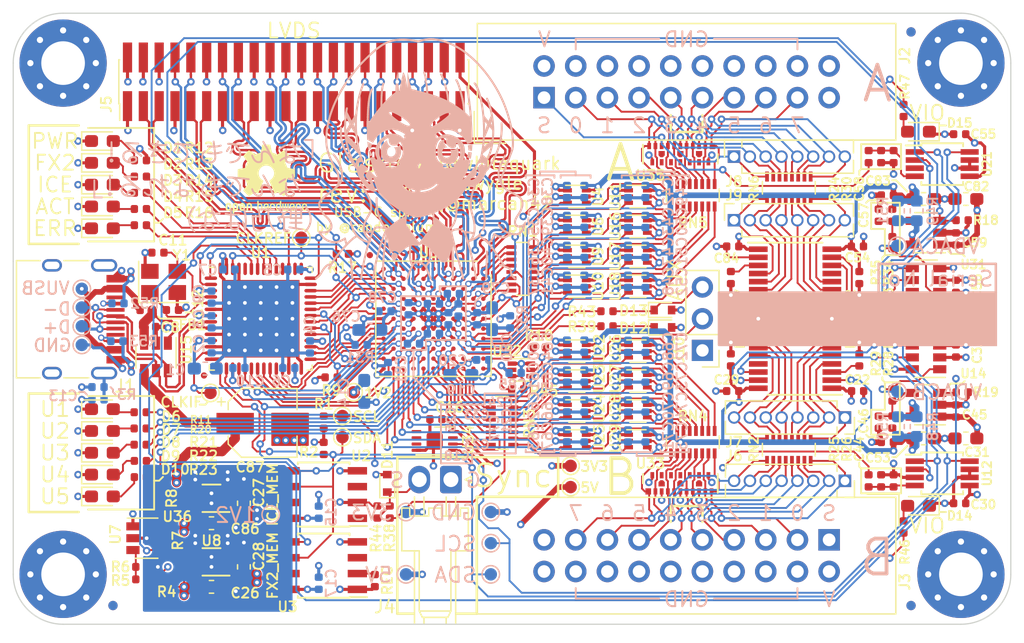
<source format=kicad_pcb>
(kicad_pcb (version 20171130) (host pcbnew "(5.1.2)-1")
  (layers (0 F.Cu signal) (1 In1.Cu power) (2 In2.Cu power) (31 B.Cu signal hide) (34 B.Paste user hide) (35 F.Paste user hide) (36 B.SilkS user hide) (37 F.SilkS user) (38 B.Mask user hide) (39 F.Mask user hide) (44 Edge.Cuts user))
  (net 0 "")
  (net 1 /SDA)
  (net 2 +3V3)
  (net 3 GND)
  (net 4 /SCL)
  (net 5 +5V)
  (net 6 /~CY_RESET)
  (net 7 /SHLD)
  (net 8 /USB_P)
  (net 9 /XTALOUT)
  (net 10 /XTALIN)
  (net 11 /USB_N)
  (net 12 /D0)
  (net 13 /D1)
  (net 14 /D2)
  (net 15 /D3)
  (net 16 /D4)
  (net 17 /D5)
  (net 18 /D6)
  (net 19 /D7)
  (net 20 /FLAGA)
  (net 21 /FLAGB)
  (net 22 /FLAGC)
  (net 23 /OE)
  (net 24 /A0)
  (net 25 /A1)
  (net 26 /PKTEND)
  (net 27 /FPGA_DONE)
  (net 28 /~FPGA_RESET)
  (net 29 +1V2)
  (net 30 /1V2EN)
  (net 31 /3V3EN)
  (net 32 /PGOOD)
  (net 33 /CLKIF)
  (net 34 /FLAGD)
  (net 35 /VUSB)
  (net 36 /LED_CY)
  (net 37 "Net-(D2-Pad2)")
  (net 38 "Net-(D5-Pad2)")
  (net 39 /LED_ERR)
  (net 40 /LED_ACT)
  (net 41 "Net-(D4-Pad2)")
  (net 42 "Net-(D3-Pad2)")
  (net 43 /LED_FPGA)
  (net 44 "Net-(D1-Pad2)")
  (net 45 /~ALERT)
  (net 46 "Net-(R27-Pad1)")
  (net 47 /CLKREF)
  (net 48 /ENVB)
  (net 49 /ENVA)
  (net 50 /WR)
  (net 51 /RD)
  (net 52 "Net-(RN3-Pad10)")
  (net 53 "Net-(RN3-Pad12)")
  (net 54 "Net-(RN3-Pad11)")
  (net 55 "Net-(RN3-Pad13)")
  (net 56 "Net-(RN3-Pad14)")
  (net 57 "Net-(RN3-Pad15)")
  (net 58 "Net-(RN3-Pad9)")
  (net 59 "Net-(RN3-Pad16)")
  (net 60 "Net-(RN1-Pad16)")
  (net 61 "Net-(RN1-Pad9)")
  (net 62 "Net-(RN1-Pad15)")
  (net 63 "Net-(RN1-Pad14)")
  (net 64 "Net-(RN1-Pad13)")
  (net 65 "Net-(RN1-Pad11)")
  (net 66 "Net-(RN1-Pad12)")
  (net 67 "Net-(RN1-Pad10)")
  (net 68 /VCCPLL1)
  (net 69 /VCCPLL0)
  (net 70 /GNDPLL1)
  (net 71 /GNDPLL0)
  (net 72 "Net-(D6-Pad2)")
  (net 73 "Net-(D10-Pad2)")
  (net 74 "Net-(D9-Pad2)")
  (net 75 "Net-(D8-Pad2)")
  (net 76 "Net-(D7-Pad2)")
  (net 77 "Net-(R33-Pad1)")
  (net 78 /IO_Banks/IO_Buffer_B/Y0)
  (net 79 /IO_Banks/IO_Buffer_B/Z0)
  (net 80 /IO_Banks/IO_Buffer_B/Y7)
  (net 81 /IO_Banks/IO_Buffer_B/Z7)
  (net 82 /IO_Banks/IO_Buffer_B/Y1)
  (net 83 /IO_Banks/IO_Buffer_B/Y2)
  (net 84 /IO_Banks/IO_Buffer_B/Y3)
  (net 85 /IO_Banks/IO_Buffer_B/Y4)
  (net 86 /IO_Banks/IO_Buffer_B/Y5)
  (net 87 /IO_Banks/IO_Buffer_B/Y6)
  (net 88 /IO_Banks/IO_Buffer_B/Z1)
  (net 89 /IO_Banks/IO_Buffer_B/Z2)
  (net 90 /IO_Banks/IO_Buffer_B/Z3)
  (net 91 /IO_Banks/IO_Buffer_B/Z5)
  (net 92 /IO_Banks/IO_Buffer_B/Z4)
  (net 93 /IO_Banks/IO_Buffer_B/Z6)
  (net 94 /IO_Banks/IO_Buffer_A/Y0)
  (net 95 /IO_Banks/IO_Buffer_A/Z0)
  (net 96 /IO_Banks/IO_Buffer_A/Y7)
  (net 97 /IO_Banks/IO_Buffer_A/Z7)
  (net 98 /IO_Banks/IO_Buffer_A/Y1)
  (net 99 /IO_Banks/IO_Buffer_A/Y2)
  (net 100 /IO_Banks/IO_Buffer_A/Y3)
  (net 101 /IO_Banks/IO_Buffer_A/Y4)
  (net 102 /IO_Banks/IO_Buffer_A/Y5)
  (net 103 /IO_Banks/IO_Buffer_A/Y6)
  (net 104 /IO_Banks/IO_Buffer_A/Z1)
  (net 105 /IO_Banks/IO_Buffer_A/Z2)
  (net 106 /IO_Banks/IO_Buffer_A/Z3)
  (net 107 /IO_Banks/IO_Buffer_A/Z5)
  (net 108 /IO_Banks/IO_Buffer_A/Z4)
  (net 109 /IO_Banks/IO_Buffer_A/Z6)
  (net 110 /IO_Banks/QB6)
  (net 111 /IO_Banks/QB5)
  (net 112 /IO_Banks/QB4)
  (net 113 /IO_Banks/QB3)
  (net 114 /IO_Banks/QB2)
  (net 115 /IO_Banks/QB1)
  (net 116 /IO_Banks/QB7)
  (net 117 /IO_Banks/QB0)
  (net 118 /IO_Banks/QA0)
  (net 119 /IO_Banks/QA7)
  (net 120 /IO_Banks/QA1)
  (net 121 /IO_Banks/QA2)
  (net 122 /IO_Banks/QA3)
  (net 123 /IO_Banks/QA4)
  (net 124 /IO_Banks/QA5)
  (net 125 /IO_Banks/QA6)
  (net 126 /IO_Banks/IO_Buffer_A/VSAMP)
  (net 127 /IO_Banks/U1)
  (net 128 /IO_Banks/IO_Buffer_A/VSENSE)
  (net 129 /IO_Banks/VIOB)
  (net 130 /IO_Banks/VIOA)
  (net 131 /IO_Banks/U2)
  (net 132 /IO_Banks/IO_Buffer_B/VSAMP)
  (net 133 /IO_Banks/IO_Buffer_B/VSENSE)
  (net 134 /IO_Banks/U5)
  (net 135 /IO_Banks/U4)
  (net 136 /IO_Banks/U3)
  (net 137 /IO_Banks/Z0_P)
  (net 138 /IO_Banks/Z2_N)
  (net 139 /IO_Banks/Z3_N)
  (net 140 /IO_Banks/Z3_P)
  (net 141 /IO_Banks/Z6_P)
  (net 142 /IO_Banks/Z8_P)
  (net 143 /IO_Banks/Z10_P)
  (net 144 /IO_Banks/Z11_P)
  (net 145 /IO_Banks/Z11_N)
  (net 146 /IO_Banks/Z0_N)
  (net 147 /IO_Banks/Z2_P)
  (net 148 /IO_Banks/Z4_P)
  (net 149 /IO_Banks/Z5_P)
  (net 150 /IO_Banks/Z6_N)
  (net 151 /IO_Banks/Z8_N)
  (net 152 /IO_Banks/Z10_N)
  (net 153 /IO_Banks/Z12_N)
  (net 154 /IO_Banks/Z12_P)
  (net 155 /IO_Banks/Z1_N)
  (net 156 /IO_Banks/Z4_N)
  (net 157 /IO_Banks/Z5_N)
  (net 158 /IO_Banks/Z7_N)
  (net 159 /IO_Banks/Z9_P)
  (net 160 /IO_Banks/Z9_N)
  (net 161 /IO_Banks/Z1_P)
  (net 162 /IO_Banks/VIO_AUX)
  (net 163 /IO_Banks/Z7_P)
  (net 164 /IO_Banks/DA0)
  (net 165 /IO_Banks/DA4)
  (net 166 /IO_Banks/DA6)
  (net 167 /IO_Banks/DA1)
  (net 168 /IO_Banks/DA3)
  (net 169 /IO_Banks/DA5)
  (net 170 /IO_Banks/DA7)
  (net 171 /IO_Banks/DB0)
  (net 172 /IO_Banks/DB4)
  (net 173 /IO_Banks/DB6)
  (net 174 /IO_Banks/DB1)
  (net 175 /IO_Banks/DB3)
  (net 176 /IO_Banks/DB5)
  (net 177 /IO_Banks/DB7)
  (net 178 /IO_Banks/DA2)
  (net 179 /IO_Banks/DB2)
  (net 180 "Net-(J7-Pad2)")
  (net 181 "Net-(J7-Pad4)")
  (net 182 "Net-(J7-Pad3)")
  (net 183 "Net-(J7-Pad5)")
  (net 184 "Net-(J7-Pad6)")
  (net 185 "Net-(J7-Pad7)")
  (net 186 "Net-(J7-Pad1)")
  (net 187 "Net-(J7-Pad8)")
  (net 188 "Net-(J9-Pad2)")
  (net 189 "Net-(J9-Pad4)")
  (net 190 "Net-(J9-Pad3)")
  (net 191 "Net-(J9-Pad5)")
  (net 192 "Net-(J9-Pad6)")
  (net 193 "Net-(J9-Pad7)")
  (net 194 "Net-(J9-Pad1)")
  (net 195 "Net-(J9-Pad8)")
  (net 196 /IO_Banks/IO_Buffer_B/VFB)
  (net 197 /IO_Banks/IO_Buffer_A/VFB)
  (net 198 /IO_Banks/~SYNC)
  (net 199 "Net-(R40-Pad1)")
  (net 200 "Net-(FB1-Pad1)")
  (net 201 "Net-(R37-Pad1)")
  (net 202 "Net-(R36-Pad1)")
  (net 203 "Net-(R10-Pad1)")
  (net 204 "Net-(R39-Pad2)")
  (net 205 "Net-(R43-Pad2)")
  (net 206 "Net-(R38-Pad2)")
  (net 207 "Net-(D12-Pad1)")
  (net 208 "Net-(D13-Pad1)")
  (net 209 "Net-(R45-Pad2)")
  (net 210 "Net-(R45-Pad1)")
  (net 211 "Net-(D14-Pad2)")
  (net 212 "Net-(D15-Pad2)")
  (net 213 "Net-(J2-Pad20)")
  (net 214 "Net-(J2-Pad19)")
  (net 215 "Net-(J3-Pad20)")
  (net 216 "Net-(J3-Pad19)")
  (net 217 "Net-(R48-Pad1)")
  (net 218 "Net-(R49-Pad1)")
  (net 219 "Net-(U1-Pad52)")
  (net 220 "Net-(U1-Pad46)")
  (net 221 "Net-(U2-Pad7)")
  (net 222 "Net-(U2-Pad3)")
  (net 223 "Net-(U2-Pad1)")
  (net 224 "Net-(U3-Pad7)")
  (net 225 "Net-(U3-Pad3)")
  (net 226 "Net-(U5-Pad13)")
  (net 227 "Net-(U19-Pad13)")
  (net 228 /IO_Banks/IO_Buffer_A/ADRDAC)
  (net 229 /IO_Banks/IO_Buffer_A/ADRADC)
  (net 230 "Net-(U30-PadB10)")
  (net 231 "Net-(U33-Pad21)")
  (net 232 "Net-(U33-Pad20)")
  (net 233 "Net-(U33-Pad17)")
  (net 234 "Net-(U33-Pad16)")
  (net 235 "Net-(U33-Pad13)")
  (net 236 "Net-(U33-Pad14)")
  (net 237 "Net-(U33-Pad15)")
  (net 238 "Net-(U33-Pad19)")
  (net 239 "Net-(U35-Pad21)")
  (net 240 "Net-(U35-Pad20)")
  (net 241 "Net-(U35-Pad17)")
  (net 242 "Net-(U35-Pad16)")
  (net 243 "Net-(U35-Pad13)")
  (net 244 "Net-(U35-Pad14)")
  (net 245 "Net-(U35-Pad15)")
  (net 246 "Net-(U35-Pad19)")
  (net 247 "Net-(J1-PadB8)")
  (net 248 "Net-(J1-PadA5)")
  (net 249 "Net-(J1-PadA8)")
  (net 250 "Net-(J1-PadB5)")
  (module Resistor_SMD:R_0402_1005Metric (layer B.Cu) (at 58.32 97.3)
    (fp_text reference R53 (at 2.13 0) (layer B.SilkS) (effects (font (size 0.8 0.8)) (justify mirror)))
    (fp_text value 5k1)
    (pad 2 smd roundrect (at 0.485 0) (size 0.59 0.64) (layers B.Cu B.Paste B.Mask) (net 3 GND))
    (pad 1 smd roundrect (at -0.485 0) (size 0.59 0.64) (layers B.Cu B.Paste B.Mask) (net 250 "Net-(J1-PadB5)"))
  )
  (module Resistor_SMD:R_0402_1005Metric (layer B.Cu) (at 58.4 94.27)
    (fp_text reference R52 (at 2.14 0) (layer B.SilkS) (effects (font (size 0.8 0.8)) (justify mirror)))
    (fp_text value 5k1)
    (pad 2 smd roundrect (at 0.485 0) (size 0.59 0.64) (layers B.Cu B.Paste B.Mask) (net 3 GND))
    (pad 1 smd roundrect (at -0.485 0) (size 0.59 0.64) (layers B.Cu B.Paste B.Mask) (net 248 "Net-(J1-PadA5)"))
  )
  (module Connector_USB_git:USB_C_Receptacle_HRO_TYPE-C-31-M-12 (layer F.Cu) (at 54.16 95.54 270)
    (fp_text reference J1 (at 5.36 -4.82 180) (layer F.SilkS))
    (fp_text value USB_C_Receptacle_USB2.0)
    (pad B1 smd rect (at 3.25 -4.045 270) (size 0.6 1.45) (layers F.Cu F.Paste F.Mask) (net 3 GND))
    (pad A9 smd rect (at 2.45 -4.045 270) (size 0.6 1.45) (layers F.Cu F.Paste F.Mask) (net 200 "Net-(FB1-Pad1)"))
    (pad B9 smd rect (at -2.45 -4.045 270) (size 0.6 1.45) (layers F.Cu F.Paste F.Mask) (net 200 "Net-(FB1-Pad1)"))
    (pad B12 smd rect (at -3.25 -4.045 270) (size 0.6 1.45) (layers F.Cu F.Paste F.Mask) (net 3 GND))
    (pad A1 smd rect (at -3.25 -4.045 270) (size 0.6 1.45) (layers F.Cu F.Paste F.Mask) (net 3 GND))
    (pad A4 smd rect (at -2.45 -4.045 270) (size 0.6 1.45) (layers F.Cu F.Paste F.Mask) (net 200 "Net-(FB1-Pad1)"))
    (pad B4 smd rect (at 2.45 -4.045 270) (size 0.6 1.45) (layers F.Cu F.Paste F.Mask) (net 200 "Net-(FB1-Pad1)"))
    (pad A12 smd rect (at 3.25 -4.045 270) (size 0.6 1.45) (layers F.Cu F.Paste F.Mask) (net 3 GND))
    (pad B8 smd rect (at -1.75 -4.045 270) (size 0.3 1.45) (layers F.Cu F.Paste F.Mask) (net 247 "Net-(J1-PadB8)"))
    (pad A5 smd rect (at -1.25 -4.045 270) (size 0.3 1.45) (layers F.Cu F.Paste F.Mask) (net 248 "Net-(J1-PadA5)"))
    (pad B7 smd rect (at -0.75 -4.045 270) (size 0.3 1.45) (layers F.Cu F.Paste F.Mask) (net 11 /USB_N))
    (pad A7 smd rect (at 0.25 -4.045 270) (size 0.3 1.45) (layers F.Cu F.Paste F.Mask) (net 11 /USB_N))
    (pad B6 smd rect (at 0.75 -4.045 270) (size 0.3 1.45) (layers F.Cu F.Paste F.Mask) (net 8 /USB_P))
    (pad A8 smd rect (at 1.25 -4.045 270) (size 0.3 1.45) (layers F.Cu F.Paste F.Mask) (net 249 "Net-(J1-PadA8)"))
    (pad B5 smd rect (at 1.75 -4.045 270) (size 0.3 1.45) (layers F.Cu F.Paste F.Mask) (net 250 "Net-(J1-PadB5)"))
    (pad A6 smd rect (at -0.25 -4.045 270) (size 0.3 1.45) (layers F.Cu F.Paste F.Mask) (net 8 /USB_P))
    (pad S1 thru_hole oval (at 4.32 -3.13 270) (size 1 2.1) (drill oval 0.6 1.7) (layers *.Cu *.Mask) (net 7 /SHLD))
    (pad S1 thru_hole oval (at -4.32 -3.13 270) (size 1 2.1) (drill oval 0.6 1.7) (layers *.Cu *.Mask) (net 7 /SHLD))
    (pad "" np_thru_hole circle (at -2.89 -2.6 270) (size 0.65 0.65) (drill 0.65) (layers *.Cu *.Mask))
    (pad S1 thru_hole oval (at -4.32 1.05 270) (size 1 1.6) (drill oval 0.6 1.2) (layers *.Cu *.Mask) (net 7 /SHLD))
    (pad "" np_thru_hole circle (at 2.89 -2.6 270) (size 0.65 0.65) (drill 0.65) (layers *.Cu *.Mask))
    (pad S1 thru_hole oval (at 4.32 1.05 270) (size 1 1.6) (drill oval 0.6 1.2) (layers *.Cu *.Mask) (net 7 /SHLD))
  )
  (module Glasgow:Molex_KK-254_1x02_P2.54mm_Horizontal (layer F.Cu) (at 85.1 108.4)
    (fp_text reference J4 (at -5.3 10.2) (layer F.SilkS))
    (fp_text value Conn_01x02)
    (pad 1 thru_hole roundrect (at 0 0 180) (size 1.74 2.2) (drill 1.2) (layers *.Cu *.Mask) (roundrect_rratio 0.143678) (net 3 GND))
    (pad 2 thru_hole oval (at -2.54 0 180) (size 1.74 2.2) (drill 1.2) (layers *.Cu *.Mask) (net 198 /IO_Banks/~SYNC))
  )
  (module TestPoint:TestPoint_Pad_D1.0mm (layer B.Cu) (at 55.5 94.6)
    (fp_text reference TP16 hide)
    (fp_text value USBDM hide)
    (pad 1 smd circle (at 0 0) (size 1 1) (layers B.Cu B.Mask) (net 11 /USB_N))
  )
  (module TestPoint:TestPoint_Pad_D1.0mm (layer B.Cu) (at 120.9 89.65)
    (fp_text reference TP19 hide)
    (fp_text value VDAC hide)
    (pad 1 smd circle (at 0 0) (size 1 1) (layers B.Cu B.Mask) (net 77 "Net-(R33-Pad1)"))
  )
  (module TestPoint:TestPoint_Pad_D1.0mm (layer B.Cu) (at 120.9 101.35)
    (fp_text reference TP18 hide)
    (fp_text value VDAC hide)
    (pad 1 smd circle (at 0 0) (size 1 1) (layers B.Cu B.Mask) (net 46 "Net-(R27-Pad1)"))
  )
  (module Capacitor_SMD:CP_Elec_5x3.9 (layer F.Cu) (at 70 103.85)
    (fp_text reference C87 (at -1 3.55) (layer F.SilkS) (effects (font (size 0.8 0.8))))
    (fp_text value 150u)
    (pad 1 smd rect (at -2.2 0) (size 3 1.6) (layers F.Cu F.Paste F.Mask) (net 5 +5V))
    (pad 2 smd rect (at 2.2 0) (size 3 1.6) (layers F.Cu F.Paste F.Mask) (net 3 GND))
  )
  (module Resistor_SMD:R_0603_1608Metric (layer B.Cu) (at 120.95 86.85 90)
    (fp_text reference R51 (at 0 -1.2 90) (layer B.SilkS) (effects (font (size 0.8 0.8)) (justify mirror)))
    (fp_text value DNP)
    (pad 2 smd roundrect (at 0.7875 0 90) (size 0.875 0.95) (layers B.Cu B.Mask) (net 130 /IO_Banks/VIOA))
    (pad 1 smd roundrect (at -0.7875 0 90) (size 0.875 0.95) (layers B.Cu B.Mask) (net 218 "Net-(R49-Pad1)"))
  )
  (module Resistor_SMD:R_0603_1608Metric (layer B.Cu) (at 120.95 104.15 270)
    (fp_text reference R50 (at 0 1.2 270) (layer B.SilkS) (effects (font (size 0.8 0.8)) (justify mirror)))
    (fp_text value DNP)
    (pad 2 smd roundrect (at 0.7875 0 270) (size 0.875 0.95) (layers B.Cu B.Mask) (net 129 /IO_Banks/VIOB))
    (pad 1 smd roundrect (at -0.7875 0 270) (size 0.875 0.95) (layers B.Cu B.Mask) (net 217 "Net-(R48-Pad1)"))
  )
  (module Glasgow:nono_hana (layer B.Cu) (at 73.8 82.5 180)
    (fp_text reference NONO_HANA hide)
    (fp_text value MECHOKKU hide)
  )
  (module Package_TO_SOT_SMD:SOT-23-5 (layer F.Cu) (at 123.2 88.6 180)
    (fp_text reference U31 (at -3.8 -2.55 180) (layer F.SilkS) (effects (font (size 0.7 0.7))))
    (fp_text value TPS73101DBV)
    (pad 5 smd rect (at 1.1 -0.95 180) (size 1.06 0.65) (layers F.Cu F.Paste F.Mask) (net 218 "Net-(R49-Pad1)"))
    (pad 4 smd rect (at 1.1 0.95 180) (size 1.06 0.65) (layers F.Cu F.Paste F.Mask) (net 197 /IO_Banks/IO_Buffer_A/VFB))
    (pad 3 smd rect (at -1.1 0.95 180) (size 1.06 0.65) (layers F.Cu F.Paste F.Mask) (net 49 /ENVA))
    (pad 2 smd rect (at -1.1 0 180) (size 1.06 0.65) (layers F.Cu F.Paste F.Mask) (net 3 GND))
    (pad 1 smd rect (at -1.1 -0.95 180) (size 1.06 0.65) (layers F.Cu F.Paste F.Mask) (net 5 +5V))
  )
  (module Resistor_SMD:R_0603_1608Metric (layer B.Cu) (at 122.45 86.85 90)
    (fp_text reference R49 (at 0 1.3 90) (layer B.SilkS) (effects (font (size 0.8 0.8)) (justify mirror)))
    (fp_text value 0.68)
    (pad 2 smd roundrect (at 0.7875 0 90) (size 0.875 0.95) (layers B.Cu B.Paste B.Mask) (net 130 /IO_Banks/VIOA))
    (pad 1 smd roundrect (at -0.7875 0 90) (size 0.875 0.95) (layers B.Cu B.Paste B.Mask) (net 218 "Net-(R49-Pad1)"))
  )
  (module Resistor_SMD:R_0603_1608Metric (layer B.Cu) (at 122.45 104.15 270)
    (fp_text reference R48 (at 0 -1.3 270) (layer B.SilkS) (effects (font (size 0.8 0.8)) (justify mirror)))
    (fp_text value 0.68)
    (pad 2 smd roundrect (at 0.7875 0 270) (size 0.875 0.95) (layers B.Cu B.Paste B.Mask) (net 129 /IO_Banks/VIOB))
    (pad 1 smd roundrect (at -0.7875 0 270) (size 0.875 0.95) (layers B.Cu B.Paste B.Mask) (net 217 "Net-(R48-Pad1)"))
  )
  (module Glasgow:DFN-6-1EP_2x2mm_P0.65mm_EP1x1.6mm_ThermalVias (layer F.Cu) (at 65.9 109.9 180)
    (fp_text reference U36 (at 2.74 -1.47 180) (layer F.SilkS) (effects (font (size 0.8 0.8))))
    (fp_text value TLV73312PQDRVRQ1)
    (pad 7 smd rect (at 0 0 180) (size 1 1.6) (layers B.Cu) (net 3 GND))
    (pad 7 thru_hole circle (at 0 0.4 180) (size 0.65 0.65) (drill 0.3) (layers *.Cu) (net 3 GND))
    (pad 7 thru_hole circle (at 0 -0.4 180) (size 0.65 0.65) (drill 0.3) (layers *.Cu) (net 3 GND))
    (pad 1 smd rect (at -1.05 -0.65 180) (size 0.65 0.35) (layers F.Cu F.Paste F.Mask) (net 29 +1V2))
    (pad 2 smd rect (at -1.05 0 180) (size 0.65 0.35) (layers F.Cu F.Paste F.Mask) (net 29 +1V2))
    (pad 3 smd rect (at -1.05 0.65 180) (size 0.65 0.35) (layers F.Cu F.Paste F.Mask) (net 3 GND))
    (pad 4 smd rect (at 1.05 0.65 180) (size 0.65 0.35) (layers F.Cu F.Paste F.Mask) (net 30 /1V2EN))
    (pad 5 smd rect (at 1.05 0 180) (size 0.65 0.35) (layers F.Cu F.Paste F.Mask) (net 5 +5V))
    (pad 6 smd rect (at 1.05 -0.65 180) (size 0.65 0.35) (layers F.Cu F.Paste F.Mask) (net 5 +5V))
    (pad 7 smd rect (at 0 0 180) (size 1 1.6) (layers F.Cu F.Mask) (net 3 GND))
  )
  (module Glasgow:DFN-6-1EP_2x2mm_P0.65mm_EP1x1.6mm_ThermalVias (layer F.Cu) (at 65.9 115 180)
    (fp_text reference U8 (at 0 1.7 180) (layer F.SilkS) (effects (font (size 0.8 0.8))))
    (fp_text value TLV75533PDRVR)
    (pad 7 smd rect (at 0 0 180) (size 1 1.6) (layers B.Cu) (net 3 GND))
    (pad 7 thru_hole circle (at 0 0.4 180) (size 0.65 0.65) (drill 0.3) (layers *.Cu) (net 3 GND))
    (pad 7 thru_hole circle (at 0 -0.4 180) (size 0.65 0.65) (drill 0.3) (layers *.Cu) (net 3 GND))
    (pad 1 smd rect (at -1.05 -0.65 180) (size 0.65 0.35) (layers F.Cu F.Paste F.Mask) (net 2 +3V3))
    (pad 2 smd rect (at -1.05 0 180) (size 0.65 0.35) (layers F.Cu F.Paste F.Mask) (net 2 +3V3))
    (pad 3 smd rect (at -1.05 0.65 180) (size 0.65 0.35) (layers F.Cu F.Paste F.Mask) (net 3 GND))
    (pad 4 smd rect (at 1.05 0.65 180) (size 0.65 0.35) (layers F.Cu F.Paste F.Mask) (net 31 /3V3EN))
    (pad 5 smd rect (at 1.05 0 180) (size 0.65 0.35) (layers F.Cu F.Paste F.Mask) (net 5 +5V))
    (pad 6 smd rect (at 1.05 -0.65 180) (size 0.65 0.35) (layers F.Cu F.Paste F.Mask) (net 5 +5V))
    (pad 7 smd rect (at 0 0 180) (size 1 1.6) (layers F.Cu F.Mask) (net 3 GND))
  )
  (module Capacitor_SMD:C_0603_1608Metric_Pad1.05x0.95mm_HandSolder (layer F.Cu) (at 65.9 111.9 180)
    (fp_text reference C86 (at -2.7 -0.45 180) (layer F.SilkS) (effects (font (size 0.8 0.8))))
    (fp_text value 4u7)
    (pad 2 smd roundrect (at 0.875 0 180) (size 1.05 0.95) (layers F.Cu F.Paste F.Mask) (net 5 +5V))
    (pad 1 smd roundrect (at -0.875 0 180) (size 1.05 0.95) (layers F.Cu F.Paste F.Mask) (net 3 GND))
  )
  (module Crystal:Crystal_SMD_3225-4Pin_3.2x2.5mm (layer F.Cu) (at 62.06 92.55)
    (fp_text reference Y1 (at 1.45 -2.14 180) (layer F.SilkS) (effects (font (size 0.8 0.8))))
    (fp_text value 24M)
    (pad 4 smd rect (at -1.1 -0.85) (size 1.4 1.2) (layers F.Cu F.Paste F.Mask) (net 3 GND))
    (pad 3 smd rect (at 1.1 -0.85) (size 1.4 1.2) (layers F.Cu F.Paste F.Mask) (net 9 /XTALOUT))
    (pad 2 smd rect (at 1.1 0.85) (size 1.4 1.2) (layers F.Cu F.Paste F.Mask) (net 3 GND))
    (pad 1 smd rect (at -1.1 0.85) (size 1.4 1.2) (layers F.Cu F.Paste F.Mask) (net 10 /XTALIN))
  )
  (module LED_SMD:LED_0603_1608Metric_Pad1.05x0.95mm_HandSolder (layer F.Cu) (at 57.15 109.75)
    (fp_text reference D10 (at 5.84 -2.18) (layer F.SilkS) (effects (font (size 0.8 0.8))))
    (fp_text value BLU)
    (pad 2 smd roundrect (at 0.875 0) (size 1.05 0.95) (layers F.Cu F.Paste F.Mask) (net 73 "Net-(D10-Pad2)"))
    (pad 1 smd roundrect (at -0.875 0) (size 1.05 0.95) (layers F.Cu F.Paste F.Mask) (net 3 GND))
  )
  (module LED_SMD:LED_0603_1608Metric_Pad1.05x0.95mm_HandSolder (layer F.Cu) (at 57.15 108)
    (fp_text reference D9 (at 5.47 -1.48) (layer F.SilkS) (effects (font (size 0.8 0.8))))
    (fp_text value PNK)
    (pad 2 smd roundrect (at 0.875 0) (size 1.05 0.95) (layers F.Cu F.Paste F.Mask) (net 74 "Net-(D9-Pad2)"))
    (pad 1 smd roundrect (at -0.875 0) (size 1.05 0.95) (layers F.Cu F.Paste F.Mask) (net 3 GND))
  )
  (module LED_SMD:LED_0603_1608Metric_Pad1.05x0.95mm_HandSolder (layer F.Cu) (at 57.15 106.25)
    (fp_text reference D8 (at 5.49 -0.84) (layer F.SilkS) (effects (font (size 0.8 0.8))))
    (fp_text value WHT)
    (pad 2 smd roundrect (at 0.875 0) (size 1.05 0.95) (layers F.Cu F.Paste F.Mask) (net 75 "Net-(D8-Pad2)"))
    (pad 1 smd roundrect (at -0.875 0) (size 1.05 0.95) (layers F.Cu F.Paste F.Mask) (net 3 GND))
  )
  (module LED_SMD:LED_0603_1608Metric_Pad1.05x0.95mm_HandSolder (layer F.Cu) (at 57.15 104.5)
    (fp_text reference D7 (at 5.51 -0.13) (layer F.SilkS) (effects (font (size 0.8 0.8))))
    (fp_text value PNK)
    (pad 2 smd roundrect (at 0.875 0) (size 1.05 0.95) (layers F.Cu F.Paste F.Mask) (net 76 "Net-(D7-Pad2)"))
    (pad 1 smd roundrect (at -0.875 0) (size 1.05 0.95) (layers F.Cu F.Paste F.Mask) (net 3 GND))
  )
  (module LED_SMD:LED_0603_1608Metric_Pad1.05x0.95mm_HandSolder (layer F.Cu) (at 57.15 102.75)
    (fp_text reference D6 (at 5.51 0.6) (layer F.SilkS) (effects (font (size 0.8 0.8))))
    (fp_text value BLU)
    (pad 2 smd roundrect (at 0.875 0) (size 1.05 0.95) (layers F.Cu F.Paste F.Mask) (net 72 "Net-(D6-Pad2)"))
    (pad 1 smd roundrect (at -0.875 0) (size 1.05 0.95) (layers F.Cu F.Paste F.Mask) (net 3 GND))
  )
  (module LED_SMD:LED_0603_1608Metric_Pad1.05x0.95mm_HandSolder (layer F.Cu) (at 57.15 88.25)
    (fp_text reference D5 (at 5.65 -1.25) (layer F.SilkS) (effects (font (size 0.8 0.8))))
    (fp_text value RED)
    (pad 2 smd roundrect (at 0.875 0) (size 1.05 0.95) (layers F.Cu F.Paste F.Mask) (net 38 "Net-(D5-Pad2)"))
    (pad 1 smd roundrect (at -0.875 0) (size 1.05 0.95) (layers F.Cu F.Paste F.Mask) (net 3 GND))
  )
  (module LED_SMD:LED_0603_1608Metric_Pad1.05x0.95mm_HandSolder (layer F.Cu) (at 57.15 86.5)
    (fp_text reference D4 (at 5.65 -0.8) (layer F.SilkS) (effects (font (size 0.8 0.8))))
    (fp_text value YEL)
    (pad 2 smd roundrect (at 0.875 0) (size 1.05 0.95) (layers F.Cu F.Paste F.Mask) (net 41 "Net-(D4-Pad2)"))
    (pad 1 smd roundrect (at -0.875 0) (size 1.05 0.95) (layers F.Cu F.Paste F.Mask) (net 3 GND))
  )
  (module LED_SMD:LED_0603_1608Metric_Pad1.05x0.95mm_HandSolder (layer F.Cu) (at 57.15 84.75)
    (fp_text reference D3 (at 5.65 -0.35) (layer F.SilkS) (effects (font (size 0.8 0.8))))
    (fp_text value GRN)
    (pad 2 smd roundrect (at 0.875 0) (size 1.05 0.95) (layers F.Cu F.Paste F.Mask) (net 42 "Net-(D3-Pad2)"))
    (pad 1 smd roundrect (at -0.875 0) (size 1.05 0.95) (layers F.Cu F.Paste F.Mask) (net 3 GND))
  )
  (module LED_SMD:LED_0603_1608Metric_Pad1.05x0.95mm_HandSolder (layer F.Cu) (at 57.15 83)
    (fp_text reference D2 (at 5.65 0.1) (layer F.SilkS) (effects (font (size 0.8 0.8))))
    (fp_text value GRN)
    (pad 2 smd roundrect (at 0.875 0) (size 1.05 0.95) (layers F.Cu F.Paste F.Mask) (net 37 "Net-(D2-Pad2)"))
    (pad 1 smd roundrect (at -0.875 0) (size 1.05 0.95) (layers F.Cu F.Paste F.Mask) (net 3 GND))
  )
  (module LED_SMD:LED_0603_1608Metric_Pad1.05x0.95mm_HandSolder (layer F.Cu) (at 57.15 81.25)
    (fp_text reference D1 (at 5.65 0.55) (layer F.SilkS) (effects (font (size 0.8 0.8))))
    (fp_text value GRN)
    (pad 2 smd roundrect (at 0.875 0) (size 1.05 0.95) (layers F.Cu F.Paste F.Mask) (net 44 "Net-(D1-Pad2)"))
    (pad 1 smd roundrect (at -0.875 0) (size 1.05 0.95) (layers F.Cu F.Paste F.Mask) (net 3 GND))
  )
  (module Resistor_SMD:R_0402_1005Metric (layer F.Cu) (at 121.4 78.8 270)
    (fp_text reference R47 (at -1.9 -0.1 270) (layer F.SilkS) (effects (font (size 0.7 0.7))))
    (fp_text value 20k)
    (pad 2 smd roundrect (at 0.485 0 270) (size 0.59 0.64) (layers F.Cu F.Paste F.Mask) (net 212 "Net-(D15-Pad2)"))
    (pad 1 smd roundrect (at -0.485 0 270) (size 0.59 0.64) (layers F.Cu F.Paste F.Mask) (net 49 /ENVA))
  )
  (module Resistor_SMD:R_0402_1005Metric (layer F.Cu) (at 121.4 112.2 90)
    (fp_text reference R46 (at -2 0.1 90) (layer F.SilkS) (effects (font (size 0.7 0.7))))
    (fp_text value 20k)
    (pad 2 smd roundrect (at 0.485 0 90) (size 0.59 0.64) (layers F.Cu F.Paste F.Mask) (net 211 "Net-(D14-Pad2)"))
    (pad 1 smd roundrect (at -0.485 0 90) (size 0.59 0.64) (layers F.Cu F.Paste F.Mask) (net 48 /ENVB))
  )
  (module LED_SMD:LED_0603_1608Metric_Pad1.05x0.95mm_HandSolder (layer F.Cu) (at 122.6 80.5 180)
    (fp_text reference D15 (at -3.3 0.7 180) (layer F.SilkS) (effects (font (size 0.7 0.7))))
    (fp_text value GRN)
    (pad 2 smd roundrect (at 0.875 0 180) (size 1.05 0.95) (layers F.Cu F.Paste F.Mask) (net 212 "Net-(D15-Pad2)"))
    (pad 1 smd roundrect (at -0.875 0 180) (size 1.05 0.95) (layers F.Cu F.Paste F.Mask) (net 3 GND))
  )
  (module LED_SMD:LED_0603_1608Metric_Pad1.05x0.95mm_HandSolder (layer F.Cu) (at 122.6 110.5 180)
    (fp_text reference D14 (at -3.3 -0.8 180) (layer F.SilkS) (effects (font (size 0.7 0.7))))
    (fp_text value GRN)
    (pad 2 smd roundrect (at 0.875 0 180) (size 1.05 0.95) (layers F.Cu F.Paste F.Mask) (net 211 "Net-(D14-Pad2)"))
    (pad 1 smd roundrect (at -0.875 0 180) (size 1.05 0.95) (layers F.Cu F.Paste F.Mask) (net 3 GND))
  )
  (module TestPoint:TestPoint_Pad_D1.0mm (layer B.Cu) (at 70.65 111.2)
    (fp_text reference TP17 hide)
    (fp_text value 1V2 hide)
    (pad 1 smd circle (at 0 0) (size 1 1) (layers B.Cu B.Mask) (net 29 +1V2))
  )
  (module Glasgow:SOT-563 (layer F.Cu) (at 90.75 99.6)
    (fp_text reference U32 (at -1.15 -1.5 180) (layer F.SilkS) (effects (font (size 0.8 0.8))))
    (fp_text value SN74LVC1T45DRL)
    (pad 5 smd rect (at 0.75 0) (size 0.7 0.35) (layers F.Cu F.Paste F.Mask) (net 203 "Net-(R10-Pad1)"))
    (pad 4 smd rect (at 0.75 0.5) (size 0.7 0.35) (layers F.Cu F.Paste F.Mask) (net 206 "Net-(R38-Pad2)"))
    (pad 2 smd rect (at -0.75 0) (size 0.7 0.35) (layers F.Cu F.Paste F.Mask) (net 3 GND))
    (pad 6 smd rect (at 0.75 -0.5) (size 0.7 0.35) (layers F.Cu F.Paste F.Mask) (net 2 +3V3))
    (pad 3 smd rect (at -0.75 0.5) (size 0.7 0.35) (layers F.Cu F.Paste F.Mask) (net 210 "Net-(R45-Pad1)"))
    (pad 1 smd rect (at -0.75 -0.5) (size 0.7 0.35) (layers F.Cu F.Paste F.Mask) (net 2 +3V3))
  )
  (module Resistor_SMD:R_0402_1005Metric (layer F.Cu) (at 90.45 101.15 180)
    (fp_text reference R45 (at -2.1 -0.15 180) (layer F.SilkS) (effects (font (size 0.8 0.8))))
    (fp_text value 47)
    (pad 2 smd roundrect (at 0.485 0 180) (size 0.59 0.64) (layers F.Cu F.Paste F.Mask) (net 209 "Net-(R45-Pad2)"))
    (pad 1 smd roundrect (at -0.485 0 180) (size 0.59 0.64) (layers F.Cu F.Paste F.Mask) (net 210 "Net-(R45-Pad1)"))
  )
  (module TestPoint:TestPoint_Pad_D1.0mm (layer B.Cu) (at 55.5 96.1)
    (fp_text reference TP15 hide)
    (fp_text value USBDP hide)
    (pad 1 smd circle (at 0 0) (size 1 1) (layers B.Cu B.Mask) (net 8 /USB_P))
  )
  (module TestPoint:TestPoint_Pad_D1.0mm (layer B.Cu) (at 55.5 97.6)
    (fp_text reference TP14 hide)
    (fp_text value USBGND hide)
    (pad 1 smd circle (at 0 0) (size 1 1) (layers B.Cu B.Mask) (net 3 GND))
  )
  (module TestPoint:TestPoint_Pad_D1.0mm (layer B.Cu) (at 55.5 93.1)
    (fp_text reference TP13 hide)
    (fp_text value VBUS hide)
    (pad 1 smd circle (at 0 0) (size 1 1) (layers B.Cu B.Mask) (net 200 "Net-(FB1-Pad1)"))
  )
  (module Resistor_SMD:R_0402_1005Metric (layer F.Cu) (at 79.2 111 90)
    (fp_text reference R44 (at -2.1 -0.1 90) (layer F.SilkS) (effects (font (size 0.8 0.8))))
    (fp_text value 10k)
    (pad 2 smd roundrect (at 0.485 0 90) (size 0.59 0.64) (layers F.Cu F.Paste F.Mask) (net 2 +3V3))
    (pad 1 smd roundrect (at -0.485 0 90) (size 0.59 0.64) (layers F.Cu F.Paste F.Mask) (net 198 /IO_Banks/~SYNC))
  )
  (module Diode_SMD:D_SOD-523 (layer F.Cu) (at 80 108.7 90)
    (fp_text reference D11 (at 2.3 0 90) (layer F.SilkS) (effects (font (size 0.8 0.8))))
    (fp_text value ESD5Z5.0T1G)
    (pad 1 smd rect (at -0.7 0 270) (size 0.6 0.7) (layers F.Cu F.Paste F.Mask) (net 198 /IO_Banks/~SYNC))
    (pad 2 smd rect (at 0.7 0 270) (size 0.6 0.7) (layers F.Cu F.Paste F.Mask) (net 3 GND))
  )
  (module Glasgow:UDFN-18-3EP_5.5x1.5mm_P0.5mm_EP0.5x0.5mm (layer F.Cu) (at 103.5 82.3 180)
    (fp_text reference U35 (at 2.4 -1.7 180) (layer F.SilkS) (effects (font (size 0.8 0.8))))
    (fp_text value MG2040)
    (pad 21 smd custom (at 1.5 0 180) (size 0.3 0.3) (layers F.Cu F.Paste F.Mask) (net 239 "Net-(U35-Pad21)") (options (clearance outline) (anchor rect)) (primitives (gr_poly (pts (xy -0.25 0.25) (xy -0.25 -0.1) (xy -0.1 -0.25) (xy 0.1 -0.25) (xy 0.25 -0.1) (xy 0.25 0.25)) (width 0))))
    (pad 20 smd custom (at 0 0 180) (size 0.3 0.3) (layers F.Cu F.Paste F.Mask) (net 240 "Net-(U35-Pad20)") (options (clearance outline) (anchor rect)) (primitives (gr_poly (pts (xy -0.25 0.25) (xy -0.25 -0.1) (xy -0.1 -0.25) (xy 0.1 -0.25) (xy 0.25 -0.1) (xy 0.25 0.25)) (width 0))))
    (pad 11 smd rect (at 2.5 0.65 180) (size 0.3 0.5) (layers F.Cu F.Paste F.Mask) (net 95 /IO_Banks/IO_Buffer_A/Z0))
    (pad 10 smd rect (at 2 0.65 180) (size 0.3 0.5) (layers F.Cu F.Paste F.Mask) (net 104 /IO_Banks/IO_Buffer_A/Z1))
    (pad 9 smd rect (at 1.5 0.65 180) (size 0.3 0.5) (layers F.Cu F.Paste F.Mask) (net 128 /IO_Banks/IO_Buffer_A/VSENSE))
    (pad 8 smd rect (at 1 0.65 180) (size 0.3 0.5) (layers F.Cu F.Paste F.Mask) (net 105 /IO_Banks/IO_Buffer_A/Z2))
    (pad 7 smd rect (at 0.5 0.65 180) (size 0.3 0.5) (layers F.Cu F.Paste F.Mask) (net 106 /IO_Banks/IO_Buffer_A/Z3))
    (pad 1 smd rect (at -2.5 0.65 180) (size 0.45 0.5) (drill (offset -0.075 0)) (layers F.Cu F.Paste F.Mask) (net 97 /IO_Banks/IO_Buffer_A/Z7))
    (pad 2 smd rect (at -2 0.65 180) (size 0.3 0.5) (layers F.Cu F.Paste F.Mask) (net 109 /IO_Banks/IO_Buffer_A/Z6))
    (pad 4 smd rect (at -1 0.65 180) (size 0.3 0.5) (layers F.Cu F.Paste F.Mask) (net 107 /IO_Banks/IO_Buffer_A/Z5))
    (pad 5 smd rect (at -0.5 0.65 180) (size 0.3 0.5) (layers F.Cu F.Paste F.Mask) (net 108 /IO_Banks/IO_Buffer_A/Z4))
    (pad 3 smd rect (at -1.5 0.65 180) (size 0.3 0.5) (layers F.Cu F.Paste F.Mask) (net 130 /IO_Banks/VIOA))
    (pad 18 smd rect (at -2.25 -0.65 180) (size 0.3 0.5) (layers F.Cu F.Paste F.Mask) (net 3 GND))
    (pad 17 smd rect (at -1.5 -0.65 180) (size 0.3 0.5) (layers F.Cu F.Paste F.Mask) (net 241 "Net-(U35-Pad17)"))
    (pad 16 smd rect (at -0.75 -0.65 180) (size 0.3 0.5) (layers F.Cu F.Paste F.Mask) (net 242 "Net-(U35-Pad16)"))
    (pad 12 smd rect (at 2.25 -0.65 180) (size 0.3 0.5) (layers F.Cu F.Paste F.Mask) (net 3 GND))
    (pad 13 smd rect (at 1.5 -0.65 180) (size 0.3 0.5) (layers F.Cu F.Paste F.Mask) (net 243 "Net-(U35-Pad13)"))
    (pad 14 smd rect (at 0.75 -0.65 180) (size 0.3 0.5) (layers F.Cu F.Paste F.Mask) (net 244 "Net-(U35-Pad14)"))
    (pad 6 smd rect (at 0 0.65 180) (size 0.3 0.5) (layers F.Cu F.Paste F.Mask) (net 130 /IO_Banks/VIOA))
    (pad 15 smd rect (at 0 -0.65 180) (size 0.3 0.5) (layers F.Cu F.Paste F.Mask) (net 245 "Net-(U35-Pad15)"))
    (pad 19 smd custom (at -1.5 0 180) (size 0.3 0.3) (layers F.Cu F.Paste F.Mask) (net 246 "Net-(U35-Pad19)") (options (clearance outline) (anchor rect)) (primitives (gr_poly (pts (xy -0.25 0.25) (xy -0.25 -0.1) (xy -0.1 -0.25) (xy 0.1 -0.25) (xy 0.25 -0.1) (xy 0.25 0.25)) (width 0))))
  )
  (module Glasgow:UDFN-18-3EP_5.5x1.5mm_P0.5mm_EP0.5x0.5mm (layer F.Cu) (at 103.5 108.7)
    (fp_text reference U33 (at -2.4 -1.6) (layer F.SilkS) (effects (font (size 0.8 0.8))))
    (fp_text value MG2040)
    (pad 21 smd custom (at 1.5 0) (size 0.3 0.3) (layers F.Cu F.Paste F.Mask) (net 231 "Net-(U33-Pad21)") (options (clearance outline) (anchor rect)) (primitives (gr_poly (pts (xy -0.25 0.25) (xy -0.25 -0.1) (xy -0.1 -0.25) (xy 0.1 -0.25) (xy 0.25 -0.1) (xy 0.25 0.25)) (width 0))))
    (pad 20 smd custom (at 0 0) (size 0.3 0.3) (layers F.Cu F.Paste F.Mask) (net 232 "Net-(U33-Pad20)") (options (clearance outline) (anchor rect)) (primitives (gr_poly (pts (xy -0.25 0.25) (xy -0.25 -0.1) (xy -0.1 -0.25) (xy 0.1 -0.25) (xy 0.25 -0.1) (xy 0.25 0.25)) (width 0))))
    (pad 11 smd rect (at 2.5 0.65) (size 0.3 0.5) (layers F.Cu F.Paste F.Mask) (net 79 /IO_Banks/IO_Buffer_B/Z0))
    (pad 10 smd rect (at 2 0.65) (size 0.3 0.5) (layers F.Cu F.Paste F.Mask) (net 88 /IO_Banks/IO_Buffer_B/Z1))
    (pad 9 smd rect (at 1.5 0.65) (size 0.3 0.5) (layers F.Cu F.Paste F.Mask) (net 133 /IO_Banks/IO_Buffer_B/VSENSE))
    (pad 8 smd rect (at 1 0.65) (size 0.3 0.5) (layers F.Cu F.Paste F.Mask) (net 89 /IO_Banks/IO_Buffer_B/Z2))
    (pad 7 smd rect (at 0.5 0.65) (size 0.3 0.5) (layers F.Cu F.Paste F.Mask) (net 90 /IO_Banks/IO_Buffer_B/Z3))
    (pad 1 smd rect (at -2.5 0.65) (size 0.45 0.5) (drill (offset -0.075 0)) (layers F.Cu F.Paste F.Mask) (net 81 /IO_Banks/IO_Buffer_B/Z7))
    (pad 2 smd rect (at -2 0.65) (size 0.3 0.5) (layers F.Cu F.Paste F.Mask) (net 93 /IO_Banks/IO_Buffer_B/Z6))
    (pad 4 smd rect (at -1 0.65) (size 0.3 0.5) (layers F.Cu F.Paste F.Mask) (net 91 /IO_Banks/IO_Buffer_B/Z5))
    (pad 5 smd rect (at -0.5 0.65) (size 0.3 0.5) (layers F.Cu F.Paste F.Mask) (net 92 /IO_Banks/IO_Buffer_B/Z4))
    (pad 3 smd rect (at -1.5 0.65) (size 0.3 0.5) (layers F.Cu F.Paste F.Mask) (net 129 /IO_Banks/VIOB))
    (pad 18 smd rect (at -2.25 -0.65) (size 0.3 0.5) (layers F.Cu F.Paste F.Mask) (net 3 GND))
    (pad 17 smd rect (at -1.5 -0.65) (size 0.3 0.5) (layers F.Cu F.Paste F.Mask) (net 233 "Net-(U33-Pad17)"))
    (pad 16 smd rect (at -0.75 -0.65) (size 0.3 0.5) (layers F.Cu F.Paste F.Mask) (net 234 "Net-(U33-Pad16)"))
    (pad 12 smd rect (at 2.25 -0.65) (size 0.3 0.5) (layers F.Cu F.Paste F.Mask) (net 3 GND))
    (pad 13 smd rect (at 1.5 -0.65) (size 0.3 0.5) (layers F.Cu F.Paste F.Mask) (net 235 "Net-(U33-Pad13)"))
    (pad 14 smd rect (at 0.75 -0.65) (size 0.3 0.5) (layers F.Cu F.Paste F.Mask) (net 236 "Net-(U33-Pad14)"))
    (pad 6 smd rect (at 0 0.65) (size 0.3 0.5) (layers F.Cu F.Paste F.Mask) (net 129 /IO_Banks/VIOB))
    (pad 15 smd rect (at 0 -0.65) (size 0.3 0.5) (layers F.Cu F.Paste F.Mask) (net 237 "Net-(U33-Pad15)"))
    (pad 19 smd custom (at -1.5 0) (size 0.3 0.3) (layers F.Cu F.Paste F.Mask) (net 238 "Net-(U33-Pad19)") (options (clearance outline) (anchor rect)) (primitives (gr_poly (pts (xy -0.25 0.25) (xy -0.25 -0.1) (xy -0.1 -0.25) (xy 0.1 -0.25) (xy 0.25 -0.1) (xy 0.25 0.25)) (width 0))))
  )
  (module Connector_IDC:IDC-Header_2x10_P2.54mm_Vertical (layer F.Cu) (at 92.57 77.77 90)
    (fp_text reference J2 (at 3.37 28.93 90) (layer F.SilkS) (effects (font (size 0.8 0.8))))
    (fp_text value Conn_02x10_Odd_Even)
    (pad 20 thru_hole oval (at 2.54 22.86 90) (size 1.7272 1.7272) (drill 1.016) (layers *.Cu *.Mask) (net 213 "Net-(J2-Pad20)"))
    (pad 19 thru_hole oval (at 0 22.86 90) (size 1.7272 1.7272) (drill 1.016) (layers *.Cu *.Mask) (net 214 "Net-(J2-Pad19)"))
    (pad 18 thru_hole oval (at 2.54 20.32 90) (size 1.7272 1.7272) (drill 1.016) (layers *.Cu *.Mask) (net 3 GND))
    (pad 17 thru_hole oval (at 0 20.32 90) (size 1.7272 1.7272) (drill 1.016) (layers *.Cu *.Mask) (net 97 /IO_Banks/IO_Buffer_A/Z7))
    (pad 16 thru_hole oval (at 2.54 17.78 90) (size 1.7272 1.7272) (drill 1.016) (layers *.Cu *.Mask) (net 3 GND))
    (pad 15 thru_hole oval (at 0 17.78 90) (size 1.7272 1.7272) (drill 1.016) (layers *.Cu *.Mask) (net 109 /IO_Banks/IO_Buffer_A/Z6))
    (pad 14 thru_hole oval (at 2.54 15.24 90) (size 1.7272 1.7272) (drill 1.016) (layers *.Cu *.Mask) (net 3 GND))
    (pad 13 thru_hole oval (at 0 15.24 90) (size 1.7272 1.7272) (drill 1.016) (layers *.Cu *.Mask) (net 107 /IO_Banks/IO_Buffer_A/Z5))
    (pad 12 thru_hole oval (at 2.54 12.7 90) (size 1.7272 1.7272) (drill 1.016) (layers *.Cu *.Mask) (net 3 GND))
    (pad 11 thru_hole oval (at 0 12.7 90) (size 1.7272 1.7272) (drill 1.016) (layers *.Cu *.Mask) (net 108 /IO_Banks/IO_Buffer_A/Z4))
    (pad 10 thru_hole oval (at 2.54 10.16 90) (size 1.7272 1.7272) (drill 1.016) (layers *.Cu *.Mask) (net 3 GND))
    (pad 9 thru_hole oval (at 0 10.16 90) (size 1.7272 1.7272) (drill 1.016) (layers *.Cu *.Mask) (net 106 /IO_Banks/IO_Buffer_A/Z3))
    (pad 8 thru_hole oval (at 2.54 7.62 90) (size 1.7272 1.7272) (drill 1.016) (layers *.Cu *.Mask) (net 3 GND))
    (pad 7 thru_hole oval (at 0 7.62 90) (size 1.7272 1.7272) (drill 1.016) (layers *.Cu *.Mask) (net 105 /IO_Banks/IO_Buffer_A/Z2))
    (pad 6 thru_hole oval (at 2.54 5.08 90) (size 1.7272 1.7272) (drill 1.016) (layers *.Cu *.Mask) (net 3 GND))
    (pad 5 thru_hole oval (at 0 5.08 90) (size 1.7272 1.7272) (drill 1.016) (layers *.Cu *.Mask) (net 104 /IO_Banks/IO_Buffer_A/Z1))
    (pad 4 thru_hole oval (at 2.54 2.54 90) (size 1.7272 1.7272) (drill 1.016) (layers *.Cu *.Mask) (net 3 GND))
    (pad 3 thru_hole oval (at 0 2.54 90) (size 1.7272 1.7272) (drill 1.016) (layers *.Cu *.Mask) (net 95 /IO_Banks/IO_Buffer_A/Z0))
    (pad 2 thru_hole oval (at 2.54 0 90) (size 1.7272 1.7272) (drill 1.016) (layers *.Cu *.Mask) (net 130 /IO_Banks/VIOA))
    (pad 1 thru_hole rect (at 0 0 90) (size 1.7272 1.7272) (drill 1.016) (layers *.Cu *.Mask) (net 128 /IO_Banks/IO_Buffer_A/VSENSE))
  )
  (module Connector_PinSocket_1.27mm:PinSocket_1x08_P1.27mm_Vertical (layer F.Cu) (at 116.7 103.42 270)
    (fp_text reference J7 (at 1.98 8.9 180) (layer F.SilkS) (effects (font (size 0.8 0.8))))
    (fp_text value Conn_01x08)
    (pad 8 thru_hole oval (at 0 8.89 270) (size 1 1) (drill 0.7) (layers *.Cu *.Mask) (net 187 "Net-(J7-Pad8)"))
    (pad 7 thru_hole oval (at 0 7.62 270) (size 1 1) (drill 0.7) (layers *.Cu *.Mask) (net 185 "Net-(J7-Pad7)"))
    (pad 6 thru_hole oval (at 0 6.35 270) (size 1 1) (drill 0.7) (layers *.Cu *.Mask) (net 184 "Net-(J7-Pad6)"))
    (pad 5 thru_hole oval (at 0 5.08 270) (size 1 1) (drill 0.7) (layers *.Cu *.Mask) (net 183 "Net-(J7-Pad5)"))
    (pad 4 thru_hole oval (at 0 3.81 270) (size 1 1) (drill 0.7) (layers *.Cu *.Mask) (net 181 "Net-(J7-Pad4)"))
    (pad 3 thru_hole oval (at 0 2.54 270) (size 1 1) (drill 0.7) (layers *.Cu *.Mask) (net 182 "Net-(J7-Pad3)"))
    (pad 2 thru_hole oval (at 0 1.27 270) (size 1 1) (drill 0.7) (layers *.Cu *.Mask) (net 180 "Net-(J7-Pad2)"))
    (pad 1 thru_hole rect (at 0 0 270) (size 1 1) (drill 0.7) (layers *.Cu *.Mask) (net 186 "Net-(J7-Pad1)"))
  )
  (module Connector_PinSocket_1.27mm:PinSocket_1x08_P1.27mm_Vertical (layer F.Cu) (at 116.7 108.5 270)
    (fp_text reference J6 (at -2 8.9) (layer F.SilkS) (effects (font (size 0.8 0.8))))
    (fp_text value Conn_01x08)
    (pad 8 thru_hole oval (at 0 8.89 270) (size 1 1) (drill 0.7) (layers *.Cu *.Mask) (net 81 /IO_Banks/IO_Buffer_B/Z7))
    (pad 7 thru_hole oval (at 0 7.62 270) (size 1 1) (drill 0.7) (layers *.Cu *.Mask) (net 93 /IO_Banks/IO_Buffer_B/Z6))
    (pad 6 thru_hole oval (at 0 6.35 270) (size 1 1) (drill 0.7) (layers *.Cu *.Mask) (net 91 /IO_Banks/IO_Buffer_B/Z5))
    (pad 5 thru_hole oval (at 0 5.08 270) (size 1 1) (drill 0.7) (layers *.Cu *.Mask) (net 92 /IO_Banks/IO_Buffer_B/Z4))
    (pad 4 thru_hole oval (at 0 3.81 270) (size 1 1) (drill 0.7) (layers *.Cu *.Mask) (net 90 /IO_Banks/IO_Buffer_B/Z3))
    (pad 3 thru_hole oval (at 0 2.54 270) (size 1 1) (drill 0.7) (layers *.Cu *.Mask) (net 89 /IO_Banks/IO_Buffer_B/Z2))
    (pad 2 thru_hole oval (at 0 1.27 270) (size 1 1) (drill 0.7) (layers *.Cu *.Mask) (net 88 /IO_Banks/IO_Buffer_B/Z1))
    (pad 1 thru_hole rect (at 0 0 270) (size 1 1) (drill 0.7) (layers *.Cu *.Mask) (net 79 /IO_Banks/IO_Buffer_B/Z0))
  )
  (module Resistor_SMD:R_0402_1005Metric (layer F.Cu) (at 80.2 111 270)
    (fp_text reference R38 (at 2.085 0 270) (layer F.SilkS) (effects (font (size 0.8 0.8))))
    (fp_text value 47)
    (pad 2 smd roundrect (at 0.485 0 270) (size 0.59 0.64) (layers F.Cu F.Paste F.Mask) (net 206 "Net-(R38-Pad2)"))
    (pad 1 smd roundrect (at -0.485 0 270) (size 0.59 0.64) (layers F.Cu F.Paste F.Mask) (net 198 /IO_Banks/~SYNC))
  )
  (module Resistor_SMD:R_0402_1005Metric (layer F.Cu) (at 97.615 94.9 180)
    (fp_text reference R43 (at 2.015 -0.05 180) (layer F.SilkS) (effects (font (size 0.8 0.8))))
    (fp_text value 47)
    (pad 2 smd roundrect (at 0.485 0 180) (size 0.59 0.64) (layers F.Cu F.Paste F.Mask) (net 205 "Net-(R43-Pad2)"))
    (pad 1 smd roundrect (at -0.485 0 180) (size 0.59 0.64) (layers F.Cu F.Paste F.Mask) (net 208 "Net-(D13-Pad1)"))
  )
  (module Resistor_SMD:R_0402_1005Metric (layer F.Cu) (at 97.615 96.1 180)
    (fp_text reference R39 (at 2.015 -0.05 180) (layer F.SilkS) (effects (font (size 0.8 0.8))))
    (fp_text value 47)
    (pad 2 smd roundrect (at 0.485 0 180) (size 0.59 0.64) (layers F.Cu F.Paste F.Mask) (net 204 "Net-(R39-Pad2)"))
    (pad 1 smd roundrect (at -0.485 0 180) (size 0.59 0.64) (layers F.Cu F.Paste F.Mask) (net 207 "Net-(D12-Pad1)"))
  )
  (module TestPoint:TestPoint_Pad_D1.0mm (layer B.Cu) (at 81.5 116)
    (fp_text reference TP8 hide)
    (fp_text value 5V hide)
    (pad 1 smd circle (at 0 0) (size 1 1) (layers B.Cu B.Mask) (net 5 +5V))
  )
  (module TestPoint:TestPoint_Pad_D1.0mm (layer B.Cu) (at 81.5 111)
    (fp_text reference TP9 hide)
    (fp_text value 3V3 hide)
    (pad 1 smd circle (at 0 0) (size 1 1) (layers B.Cu B.Mask) (net 2 +3V3))
  )
  (module TestPoint:TestPoint_Pad_D1.0mm (layer B.Cu) (at 88.3 116)
    (fp_text reference TP10 hide)
    (fp_text value SDA hide)
    (pad 1 smd circle (at 0 0) (size 1 1) (layers B.Cu B.Mask) (net 1 /SDA))
  )
  (module TestPoint:TestPoint_Pad_D1.0mm (layer B.Cu) (at 88.3 113.5)
    (fp_text reference TP11 hide)
    (fp_text value SCL hide)
    (pad 1 smd circle (at 0 0) (size 1 1) (layers B.Cu B.Mask) (net 4 /SCL))
  )
  (module TestPoint:TestPoint_Pad_D1.0mm (layer B.Cu) (at 88.3 111)
    (fp_text reference TP12 hide)
    (fp_text value GND hide)
    (pad 1 smd circle (at 0 0) (size 1 1) (layers B.Cu B.Mask) (net 3 GND))
  )
  (module Connector_PinHeader_2.54mm:PinHeader_1x03_P2.54mm_Vertical (layer F.Cu) (at 105.27 98.04 180)
    (fp_text reference J10 (at 1.87 0.04 270) (layer F.SilkS) (effects (font (size 0.8 0.8))))
    (fp_text value Conn_01x03)
    (pad 3 thru_hole oval (at 0 5.08 180) (size 1.7 1.7) (drill 1) (layers *.Cu *.Mask) (net 208 "Net-(D13-Pad1)"))
    (pad 2 thru_hole oval (at 0 2.54 180) (size 1.7 1.7) (drill 1) (layers *.Cu *.Mask) (net 207 "Net-(D12-Pad1)"))
    (pad 1 thru_hole rect (at 0 0 180) (size 1.7 1.7) (drill 1) (layers *.Cu *.Mask) (net 3 GND))
  )
  (module Package_BGA:BGA-121_9.0x9.0mm_Layout11x11_P0.8mm_Ball0.4mm_Pad0.35mm_NSMD (layer F.Cu) (at 83.7 95.5 270)
    (fp_text reference U30 (at -5.3 0 180) (layer F.SilkS) (effects (font (size 0.8 0.8))))
    (fp_text value ICE40HX8K-BG121)
    (pad L11 smd circle (at 4 4 270) (size 0.35 0.35) (layers F.Cu F.Paste F.Mask) (net 2 +3V3))
    (pad K11 smd circle (at 4 3.2 270) (size 0.35 0.35) (layers F.Cu F.Paste F.Mask) (net 177 /IO_Banks/DB7))
    (pad J11 smd circle (at 4 2.4 270) (size 0.35 0.35) (layers F.Cu F.Paste F.Mask) (net 176 /IO_Banks/DB5))
    (pad H11 smd circle (at 4 1.6 270) (size 0.35 0.35) (layers F.Cu F.Paste F.Mask) (net 175 /IO_Banks/DB3))
    (pad G11 smd circle (at 4 0.8 270) (size 0.35 0.35) (layers F.Cu F.Paste F.Mask) (net 174 /IO_Banks/DB1))
    (pad F11 smd circle (at 4 0 270) (size 0.35 0.35) (layers F.Cu F.Paste F.Mask) (net 110 /IO_Banks/QB6))
    (pad E11 smd circle (at 4 -0.8 270) (size 0.35 0.35) (layers F.Cu F.Paste F.Mask) (net 111 /IO_Banks/QB5))
    (pad D11 smd circle (at 4 -1.6 270) (size 0.35 0.35) (layers F.Cu F.Paste F.Mask) (net 113 /IO_Banks/QB3))
    (pad C11 smd circle (at 4 -2.4 270) (size 0.35 0.35) (layers F.Cu F.Paste F.Mask) (net 115 /IO_Banks/QB1))
    (pad B11 smd circle (at 4 -3.2 270) (size 0.35 0.35) (layers F.Cu F.Paste F.Mask) (net 117 /IO_Banks/QB0))
    (pad A11 smd circle (at 4 -4 270) (size 0.35 0.35) (layers F.Cu F.Paste F.Mask) (net 209 "Net-(R45-Pad2)"))
    (pad L10 smd circle (at 3.2 4 270) (size 0.35 0.35) (layers F.Cu F.Paste F.Mask) (net 16 /D4))
    (pad K10 smd circle (at 3.2 3.2 270) (size 0.35 0.35) (layers F.Cu F.Paste F.Mask) (net 15 /D3))
    (pad J10 smd circle (at 3.2 2.4 270) (size 0.35 0.35) (layers F.Cu F.Paste F.Mask) (net 173 /IO_Banks/DB6))
    (pad H10 smd circle (at 3.2 1.6 270) (size 0.35 0.35) (layers F.Cu F.Paste F.Mask) (net 172 /IO_Banks/DB4))
    (pad G10 smd circle (at 3.2 0.8 270) (size 0.35 0.35) (layers F.Cu F.Paste F.Mask) (net 179 /IO_Banks/DB2))
    (pad F10 smd circle (at 3.2 0 270) (size 0.35 0.35) (layers F.Cu F.Paste F.Mask) (net 116 /IO_Banks/QB7))
    (pad E10 smd circle (at 3.2 -0.8 270) (size 0.35 0.35) (layers F.Cu F.Paste F.Mask) (net 112 /IO_Banks/QB4))
    (pad D10 smd circle (at 3.2 -1.6 270) (size 0.35 0.35) (layers F.Cu F.Paste F.Mask) (net 114 /IO_Banks/QB2))
    (pad C10 smd circle (at 3.2 -2.4 270) (size 0.35 0.35) (layers F.Cu F.Paste F.Mask) (net 2 +3V3))
    (pad B10 smd circle (at 3.2 -3.2 270) (size 0.35 0.35) (layers F.Cu F.Paste F.Mask) (net 230 "Net-(U30-PadB10)"))
    (pad A10 smd circle (at 3.2 -4 270) (size 0.35 0.35) (layers F.Cu F.Paste F.Mask) (net 204 "Net-(R39-Pad2)"))
    (pad L9 smd circle (at 2.4 4 270) (size 0.35 0.35) (layers F.Cu F.Paste F.Mask) (net 28 /~FPGA_RESET))
    (pad K9 smd circle (at 2.4 3.2 270) (size 0.35 0.35) (layers F.Cu F.Paste F.Mask) (net 17 /D5))
    (pad J9 smd circle (at 2.4 2.4 270) (size 0.35 0.35) (layers F.Cu F.Paste F.Mask) (net 14 /D2))
    (pad H9 smd circle (at 2.4 1.6 270) (size 0.35 0.35) (layers F.Cu F.Paste F.Mask) (net 4 /SCL))
    (pad G9 smd circle (at 2.4 0.8 270) (size 0.35 0.35) (layers F.Cu F.Paste F.Mask) (net 127 /IO_Banks/U1))
    (pad F9 smd circle (at 2.4 0 270) (size 0.35 0.35) (layers F.Cu F.Paste F.Mask) (net 171 /IO_Banks/DB0))
    (pad E9 smd circle (at 2.4 -0.8 270) (size 0.35 0.35) (layers F.Cu F.Paste F.Mask) (net 136 /IO_Banks/U3))
    (pad D9 smd circle (at 2.4 -1.6 270) (size 0.35 0.35) (layers F.Cu F.Paste F.Mask) (net 135 /IO_Banks/U4))
    (pad C9 smd circle (at 2.4 -2.4 270) (size 0.35 0.35) (layers F.Cu F.Paste F.Mask) (net 205 "Net-(R43-Pad2)"))
    (pad B9 smd circle (at 2.4 -3.2 270) (size 0.35 0.35) (layers F.Cu F.Paste F.Mask) (net 166 /IO_Banks/DA6))
    (pad A9 smd circle (at 2.4 -4 270) (size 0.35 0.35) (layers F.Cu F.Paste F.Mask) (net 170 /IO_Banks/DA7))
    (pad L8 smd circle (at 1.6 4 270) (size 0.35 0.35) (layers F.Cu F.Paste F.Mask) (net 18 /D6))
    (pad K8 smd circle (at 1.6 3.2 270) (size 0.35 0.35) (layers F.Cu F.Paste F.Mask) (net 27 /FPGA_DONE))
    (pad J8 smd circle (at 1.6 2.4 270) (size 0.35 0.35) (layers F.Cu F.Paste F.Mask) (net 1 /SDA))
    (pad H8 smd circle (at 1.6 1.6 270) (size 0.35 0.35) (layers F.Cu F.Paste F.Mask) (net 29 +1V2))
    (pad G8 smd circle (at 1.6 0.8 270) (size 0.35 0.35) (layers F.Cu F.Paste F.Mask) (net 131 /IO_Banks/U2))
    (pad F8 smd circle (at 1.6 0 270) (size 0.35 0.35) (layers F.Cu F.Paste F.Mask) (net 2 +3V3))
    (pad E8 smd circle (at 1.6 -0.8 270) (size 0.35 0.35) (layers F.Cu F.Paste F.Mask) (net 134 /IO_Banks/U5))
    (pad D8 smd circle (at 1.6 -1.6 270) (size 0.35 0.35) (layers F.Cu F.Paste F.Mask) (net 29 +1V2))
    (pad C8 smd circle (at 1.6 -2.4 270) (size 0.35 0.35) (layers F.Cu F.Paste F.Mask) (net 167 /IO_Banks/DA1))
    (pad B8 smd circle (at 1.6 -3.2 270) (size 0.35 0.35) (layers F.Cu F.Paste F.Mask) (net 165 /IO_Banks/DA4))
    (pad A8 smd circle (at 1.6 -4 270) (size 0.35 0.35) (layers F.Cu F.Paste F.Mask) (net 169 /IO_Banks/DA5))
    (pad L7 smd circle (at 0.8 4 270) (size 0.35 0.35) (layers F.Cu F.Paste F.Mask) (net 20 /FLAGA))
    (pad K7 smd circle (at 0.8 3.2 270) (size 0.35 0.35) (layers F.Cu F.Paste F.Mask) (net 19 /D7))
    (pad J7 smd circle (at 0.8 2.4 270) (size 0.35 0.35) (layers F.Cu F.Paste F.Mask) (net 13 /D1))
    (pad H7 smd circle (at 0.8 1.6 270) (size 0.35 0.35) (layers F.Cu F.Paste F.Mask) (net 12 /D0))
    (pad G7 smd circle (at 0.8 0.8 270) (size 0.35 0.35) (layers F.Cu F.Paste F.Mask) (net 3 GND))
    (pad F7 smd circle (at 0.8 0 270) (size 0.35 0.35) (layers F.Cu F.Paste F.Mask) (net 3 GND))
    (pad E7 smd circle (at 0.8 -0.8 270) (size 0.35 0.35) (layers F.Cu F.Paste F.Mask) (net 3 GND))
    (pad D7 smd circle (at 0.8 -1.6 270) (size 0.35 0.35) (layers F.Cu F.Paste F.Mask) (net 178 /IO_Banks/DA2))
    (pad C7 smd circle (at 0.8 -2.4 270) (size 0.35 0.35) (layers F.Cu F.Paste F.Mask) (net 164 /IO_Banks/DA0))
    (pad B7 smd circle (at 0.8 -3.2 270) (size 0.35 0.35) (layers F.Cu F.Paste F.Mask) (net 125 /IO_Banks/QA6))
    (pad A7 smd circle (at 0.8 -4 270) (size 0.35 0.35) (layers F.Cu F.Paste F.Mask) (net 168 /IO_Banks/DA3))
    (pad L6 smd circle (at 0 4 270) (size 0.35 0.35) (layers F.Cu F.Paste F.Mask) (net 71 /GNDPLL0))
    (pad K6 smd circle (at 0 3.2 270) (size 0.35 0.35) (layers F.Cu F.Paste F.Mask) (net 33 /CLKIF))
    (pad J6 smd circle (at 0 2.4 270) (size 0.35 0.35) (layers F.Cu F.Paste F.Mask) (net 69 /VCCPLL0))
    (pad H6 smd circle (at 0 1.6 270) (size 0.35 0.35) (layers F.Cu F.Paste F.Mask) (net 2 +3V3))
    (pad G6 smd circle (at 0 0.8 270) (size 0.35 0.35) (layers F.Cu F.Paste F.Mask) (net 3 GND))
    (pad F6 smd circle (at 0 0 270) (size 0.35 0.35) (layers F.Cu F.Paste F.Mask) (net 3 GND))
    (pad E6 smd circle (at 0 -0.8 270) (size 0.35 0.35) (layers F.Cu F.Paste F.Mask) (net 3 GND))
    (pad D6 smd circle (at 0 -1.6 270) (size 0.35 0.35) (layers F.Cu F.Paste F.Mask) (net 2 +3V3))
    (pad C6 smd circle (at 0 -2.4 270) (size 0.35 0.35) (layers F.Cu F.Paste F.Mask) (net 68 /VCCPLL1))
    (pad B6 smd circle (at 0 -3.2 270) (size 0.35 0.35) (layers F.Cu F.Paste F.Mask) (net 123 /IO_Banks/QA4))
    (pad A6 smd circle (at 0 -4 270) (size 0.35 0.35) (layers F.Cu F.Paste F.Mask) (net 125 /IO_Banks/QA6))
    (pad L5 smd circle (at -0.8 4 270) (size 0.35 0.35) (layers F.Cu F.Paste F.Mask) (net 47 /CLKREF))
    (pad K5 smd circle (at -0.8 3.2 270) (size 0.35 0.35) (layers F.Cu F.Paste F.Mask) (net 21 /FLAGB))
    (pad J5 smd circle (at -0.8 2.4 270) (size 0.35 0.35) (layers F.Cu F.Paste F.Mask) (net 51 /RD))
    (pad H5 smd circle (at -0.8 1.6 270) (size 0.35 0.35) (layers F.Cu F.Paste F.Mask) (net 3 GND))
    (pad G5 smd circle (at -0.8 0.8 270) (size 0.35 0.35) (layers F.Cu F.Paste F.Mask) (net 3 GND))
    (pad F5 smd circle (at -0.8 0 270) (size 0.35 0.35) (layers F.Cu F.Paste F.Mask) (net 3 GND))
    (pad E5 smd circle (at -0.8 -0.8 270) (size 0.35 0.35) (layers F.Cu F.Paste F.Mask) (net 3 GND))
    (pad D5 smd circle (at -0.8 -1.6 270) (size 0.35 0.35) (layers F.Cu F.Paste F.Mask) (net 47 /CLKREF))
    (pad C5 smd circle (at -0.8 -2.4 270) (size 0.35 0.35) (layers F.Cu F.Paste F.Mask) (net 70 /GNDPLL1))
    (pad B5 smd circle (at -0.8 -3.2 270) (size 0.35 0.35) (layers F.Cu F.Paste F.Mask) (net 123 /IO_Banks/QA4))
    (pad A5 smd circle (at -0.8 -4 270) (size 0.35 0.35) (layers F.Cu F.Paste F.Mask) (net 119 /IO_Banks/QA7))
    (pad L4 smd circle (at -1.6 4 270) (size 0.35 0.35) (layers F.Cu F.Paste F.Mask) (net 22 /FLAGC))
    (pad K4 smd circle (at -1.6 3.2 270) (size 0.35 0.35) (layers F.Cu F.Paste F.Mask) (net 45 /~ALERT))
    (pad J4 smd circle (at -1.6 2.4 270) (size 0.35 0.35) (layers F.Cu F.Paste F.Mask) (net 50 /WR))
    (pad H4 smd circle (at -1.6 1.6 270) (size 0.35 0.35) (layers F.Cu F.Paste F.Mask) (net 29 +1V2))
    (pad G4 smd circle (at -1.6 0.8 270) (size 0.35 0.35) (layers F.Cu F.Paste F.Mask) (net 162 /IO_Banks/VIO_AUX))
    (pad F4 smd circle (at -1.6 0 270) (size 0.35 0.35) (layers F.Cu F.Paste F.Mask) (net 163 /IO_Banks/Z7_P))
    (pad E4 smd circle (at -1.6 -0.8 270) (size 0.35 0.35) (layers F.Cu F.Paste F.Mask) (net 162 /IO_Banks/VIO_AUX))
    (pad D4 smd circle (at -1.6 -1.6 270) (size 0.35 0.35) (layers F.Cu F.Paste F.Mask) (net 29 +1V2))
    (pad C4 smd circle (at -1.6 -2.4 270) (size 0.35 0.35) (layers F.Cu F.Paste F.Mask) (net 161 /IO_Banks/Z1_P))
    (pad B4 smd circle (at -1.6 -3.2 270) (size 0.35 0.35) (layers F.Cu F.Paste F.Mask) (net 203 "Net-(R10-Pad1)"))
    (pad A4 smd circle (at -1.6 -4 270) (size 0.35 0.35) (layers F.Cu F.Paste F.Mask) (net 124 /IO_Banks/QA5))
    (pad L3 smd circle (at -2.4 4 270) (size 0.35 0.35) (layers F.Cu F.Paste F.Mask) (net 23 /OE))
    (pad K3 smd circle (at -2.4 3.2 270) (size 0.35 0.35) (layers F.Cu F.Paste F.Mask) (net 24 /A0))
    (pad J3 smd circle (at -2.4 2.4 270) (size 0.35 0.35) (layers F.Cu F.Paste F.Mask) (net 34 /FLAGD))
    (pad H3 smd circle (at -2.4 1.6 270) (size 0.35 0.35) (layers F.Cu F.Paste F.Mask) (net 160 /IO_Banks/Z9_N))
    (pad G3 smd circle (at -2.4 0.8 270) (size 0.35 0.35) (layers F.Cu F.Paste F.Mask) (net 159 /IO_Banks/Z9_P))
    (pad F3 smd circle (at -2.4 0 270) (size 0.35 0.35) (layers F.Cu F.Paste F.Mask) (net 158 /IO_Banks/Z7_N))
    (pad E3 smd circle (at -2.4 -0.8 270) (size 0.35 0.35) (layers F.Cu F.Paste F.Mask) (net 157 /IO_Banks/Z5_N))
    (pad D3 smd circle (at -2.4 -1.6 270) (size 0.35 0.35) (layers F.Cu F.Paste F.Mask) (net 156 /IO_Banks/Z4_N))
    (pad C3 smd circle (at -2.4 -2.4 270) (size 0.35 0.35) (layers F.Cu F.Paste F.Mask) (net 155 /IO_Banks/Z1_N))
    (pad B3 smd circle (at -2.4 -3.2 270) (size 0.35 0.35) (layers F.Cu F.Paste F.Mask) (net 121 /IO_Banks/QA2))
    (pad A3 smd circle (at -2.4 -4 270) (size 0.35 0.35) (layers F.Cu F.Paste F.Mask) (net 122 /IO_Banks/QA3))
    (pad L2 smd circle (at -3.2 4 270) (size 0.35 0.35) (layers F.Cu F.Paste F.Mask) (net 25 /A1))
    (pad K2 smd circle (at -3.2 3.2 270) (size 0.35 0.35) (layers F.Cu F.Paste F.Mask) (net 154 /IO_Banks/Z12_P))
    (pad J2 smd circle (at -3.2 2.4 270) (size 0.35 0.35) (layers F.Cu F.Paste F.Mask) (net 153 /IO_Banks/Z12_N))
    (pad H2 smd circle (at -3.2 1.6 270) (size 0.35 0.35) (layers F.Cu F.Paste F.Mask) (net 152 /IO_Banks/Z10_N))
    (pad G2 smd circle (at -3.2 0.8 270) (size 0.35 0.35) (layers F.Cu F.Paste F.Mask) (net 151 /IO_Banks/Z8_N))
    (pad F2 smd circle (at -3.2 0 270) (size 0.35 0.35) (layers F.Cu F.Paste F.Mask) (net 150 /IO_Banks/Z6_N))
    (pad E2 smd circle (at -3.2 -0.8 270) (size 0.35 0.35) (layers F.Cu F.Paste F.Mask) (net 149 /IO_Banks/Z5_P))
    (pad D2 smd circle (at -3.2 -1.6 270) (size 0.35 0.35) (layers F.Cu F.Paste F.Mask) (net 148 /IO_Banks/Z4_P))
    (pad C2 smd circle (at -3.2 -2.4 270) (size 0.35 0.35) (layers F.Cu F.Paste F.Mask) (net 147 /IO_Banks/Z2_P))
    (pad B2 smd circle (at -3.2 -3.2 270) (size 0.35 0.35) (layers F.Cu F.Paste F.Mask) (net 146 /IO_Banks/Z0_N))
    (pad A2 smd circle (at -3.2 -4 270) (size 0.35 0.35) (layers F.Cu F.Paste F.Mask) (net 120 /IO_Banks/QA1))
    (pad L1 smd circle (at -4 4 270) (size 0.35 0.35) (layers F.Cu F.Paste F.Mask) (net 26 /PKTEND))
    (pad K1 smd circle (at -4 3.2 270) (size 0.35 0.35) (layers F.Cu F.Paste F.Mask) (net 145 /IO_Banks/Z11_N))
    (pad J1 smd circle (at -4 2.4 270) (size 0.35 0.35) (layers F.Cu F.Paste F.Mask) (net 144 /IO_Banks/Z11_P))
    (pad H1 smd circle (at -4 1.6 270) (size 0.35 0.35) (layers F.Cu F.Paste F.Mask) (net 143 /IO_Banks/Z10_P))
    (pad G1 smd circle (at -4 0.8 270) (size 0.35 0.35) (layers F.Cu F.Paste F.Mask) (net 142 /IO_Banks/Z8_P))
    (pad F1 smd circle (at -4 0 270) (size 0.35 0.35) (layers F.Cu F.Paste F.Mask) (net 141 /IO_Banks/Z6_P))
    (pad E1 smd circle (at -4 -0.8 270) (size 0.35 0.35) (layers F.Cu F.Paste F.Mask) (net 140 /IO_Banks/Z3_P))
    (pad D1 smd circle (at -4 -1.6 270) (size 0.35 0.35) (layers F.Cu F.Paste F.Mask) (net 139 /IO_Banks/Z3_N))
    (pad C1 smd circle (at -4 -2.4 270) (size 0.35 0.35) (layers F.Cu F.Paste F.Mask) (net 138 /IO_Banks/Z2_N))
    (pad B1 smd circle (at -4 -3.2 270) (size 0.35 0.35) (layers F.Cu F.Paste F.Mask) (net 137 /IO_Banks/Z0_P))
    (pad A1 smd circle (at -4 -4 270) (size 0.35 0.35) (layers F.Cu F.Paste F.Mask) (net 118 /IO_Banks/QA0))
  )
  (module Capacitor_SMD:C_0402_1005Metric (layer B.Cu) (at 90.25 99.85 180)
    (fp_text reference C85 (at 0.2 -0.95 180) (layer B.SilkS) (effects (font (size 0.8 0.8)) (justify mirror)))
    (fp_text value u1)
    (pad 2 smd roundrect (at 0.485 0 180) (size 0.59 0.64) (layers B.Cu B.Paste B.Mask) (net 3 GND))
    (pad 1 smd roundrect (at -0.485 0 180) (size 0.59 0.64) (layers B.Cu B.Paste B.Mask) (net 2 +3V3))
  )
  (module Capacitor_SMD:C_0402_1005Metric (layer F.Cu) (at 117.715 101.3)
    (fp_text reference C22 (at -0.015 -0.9) (layer F.SilkS) (effects (font (size 0.7 0.7))))
    (fp_text value u1)
    (pad 2 smd roundrect (at 0.485 0) (size 0.59 0.64) (layers F.Cu F.Paste F.Mask) (net 3 GND))
    (pad 1 smd roundrect (at -0.485 0) (size 0.59 0.64) (layers F.Cu F.Paste F.Mask) (net 2 +3V3))
  )
  (module Package_TO_SOT_SMD:SOT-23-6 (layer F.Cu) (at 123.2 92.4 180)
    (fp_text reference U20 (at 0 -2.25 180) (layer F.SilkS) (effects (font (size 0.7 0.7))))
    (fp_text value DAC081C081CIMK)
    (pad 5 smd rect (at 1.1 0 180) (size 1.06 0.65) (layers F.Cu F.Paste F.Mask) (net 4 /SCL))
    (pad 6 smd rect (at 1.1 -0.95 180) (size 1.06 0.65) (layers F.Cu F.Paste F.Mask) (net 228 /IO_Banks/IO_Buffer_A/ADRDAC))
    (pad 4 smd rect (at 1.1 0.95 180) (size 1.06 0.65) (layers F.Cu F.Paste F.Mask) (net 1 /SDA))
    (pad 3 smd rect (at -1.1 0.95 180) (size 1.06 0.65) (layers F.Cu F.Paste F.Mask) (net 3 GND))
    (pad 2 smd rect (at -1.1 0 180) (size 1.06 0.65) (layers F.Cu F.Paste F.Mask) (net 2 +3V3))
    (pad 1 smd rect (at -1.1 -0.95 180) (size 1.06 0.65) (layers F.Cu F.Paste F.Mask) (net 77 "Net-(R33-Pad1)"))
  )
  (module Resistor_SMD:R_0402_1005Metric (layer F.Cu) (at 107.55 98.8 270)
    (fp_text reference R41 (at -1.9 -0.75 270) (layer F.SilkS) (effects (font (size 0.7 0.7))))
    (fp_text value 1k)
    (pad 2 smd roundrect (at 0.485 0 270) (size 0.59 0.64) (layers F.Cu F.Paste F.Mask) (net 129 /IO_Banks/VIOB))
    (pad 1 smd roundrect (at -0.485 0 270) (size 0.59 0.64) (layers F.Cu F.Paste F.Mask) (net 3 GND))
  )
  (module Resistor_SMD:R_0402_1005Metric (layer F.Cu) (at 117.85 92.2 90)
    (fp_text reference R42 (at -1.95 -0.7 90) (layer F.SilkS) (effects (font (size 0.7 0.7))))
    (fp_text value 1k)
    (pad 2 smd roundrect (at 0.485 0 90) (size 0.59 0.64) (layers F.Cu F.Paste F.Mask) (net 130 /IO_Banks/VIOA))
    (pad 1 smd roundrect (at -0.485 0 90) (size 0.59 0.64) (layers F.Cu F.Paste F.Mask) (net 3 GND))
  )
  (module Inductor_SMD:L_0402_1005Metric (layer F.Cu) (at 60.66 94.81)
    (fp_text reference FB1 (at 3.72 1.18) (layer F.SilkS) (effects (font (size 0.8 0.8))))
    (fp_text value Ferrite_Bead)
    (pad 2 smd roundrect (at 0.485 0) (size 0.59 0.64) (layers F.Cu F.Paste F.Mask) (net 35 /VUSB))
    (pad 1 smd roundrect (at -0.485 0) (size 0.59 0.64) (layers F.Cu F.Paste F.Mask) (net 200 "Net-(FB1-Pad1)"))
  )
  (module Fiducial:Fiducial_0.5mm_Dia_1mm_Outer (layer F.Cu) (at 78.6 90.4)
    (fp_text reference FID8 hide)
    (fp_text value Fiducial_0.5mm_Dia_1mm_Outer hide)
    (pad ~ smd circle (at 0 0) (size 0.5 0.5) (layers F.Cu F.Mask) (clearance 0.25))
  )
  (module Fiducial:Fiducial_0.5mm_Dia_1mm_Outer (layer F.Cu) (at 65.3 100.05)
    (fp_text reference FID7 hide)
    (fp_text value Fiducial_0.5mm_Dia_1mm_Outer hide)
    (pad ~ smd circle (at 0 0) (size 0.5 0.5) (layers F.Cu F.Mask) (clearance 0.25))
  )
  (module Fiducial:Fiducial_0.75mm_Dia_1.5mm_Outer (layer F.Cu) (at 122 118.5)
    (fp_text reference FID3 hide)
    (fp_text value Fiducial_0.75mm_Dia_1.5mm_Outer hide)
    (pad ~ smd circle (at 0 0) (size 0.75 0.75) (layers F.Cu F.Mask) (clearance 0.375))
  )
  (module Fiducial:Fiducial_0.75mm_Dia_1.5mm_Outer (layer B.Cu) (at 122 118.5)
    (fp_text reference FID6 hide)
    (fp_text value Fiducial_0.75mm_Dia_1.5mm_Outer hide)
    (pad ~ smd circle (at 0 0) (size 0.75 0.75) (layers B.Cu B.Mask) (clearance 0.375))
  )
  (module Connector_IDC:IDC-Header_2x10_P2.54mm_Vertical (layer F.Cu) (at 115.43 113.23 270)
    (fp_text reference J3 (at 3.37 -6.07 270) (layer F.SilkS) (effects (font (size 0.8 0.8))))
    (fp_text value Conn_02x10_Odd_Even)
    (pad 20 thru_hole oval (at 2.54 22.86 270) (size 1.7272 1.7272) (drill 1.016) (layers *.Cu *.Mask) (net 215 "Net-(J3-Pad20)"))
    (pad 19 thru_hole oval (at 0 22.86 270) (size 1.7272 1.7272) (drill 1.016) (layers *.Cu *.Mask) (net 216 "Net-(J3-Pad19)"))
    (pad 18 thru_hole oval (at 2.54 20.32 270) (size 1.7272 1.7272) (drill 1.016) (layers *.Cu *.Mask) (net 3 GND))
    (pad 17 thru_hole oval (at 0 20.32 270) (size 1.7272 1.7272) (drill 1.016) (layers *.Cu *.Mask) (net 81 /IO_Banks/IO_Buffer_B/Z7))
    (pad 16 thru_hole oval (at 2.54 17.78 270) (size 1.7272 1.7272) (drill 1.016) (layers *.Cu *.Mask) (net 3 GND))
    (pad 15 thru_hole oval (at 0 17.78 270) (size 1.7272 1.7272) (drill 1.016) (layers *.Cu *.Mask) (net 93 /IO_Banks/IO_Buffer_B/Z6))
    (pad 14 thru_hole oval (at 2.54 15.24 270) (size 1.7272 1.7272) (drill 1.016) (layers *.Cu *.Mask) (net 3 GND))
    (pad 13 thru_hole oval (at 0 15.24 270) (size 1.7272 1.7272) (drill 1.016) (layers *.Cu *.Mask) (net 91 /IO_Banks/IO_Buffer_B/Z5))
    (pad 12 thru_hole oval (at 2.54 12.7 270) (size 1.7272 1.7272) (drill 1.016) (layers *.Cu *.Mask) (net 3 GND))
    (pad 11 thru_hole oval (at 0 12.7 270) (size 1.7272 1.7272) (drill 1.016) (layers *.Cu *.Mask) (net 92 /IO_Banks/IO_Buffer_B/Z4))
    (pad 10 thru_hole oval (at 2.54 10.16 270) (size 1.7272 1.7272) (drill 1.016) (layers *.Cu *.Mask) (net 3 GND))
    (pad 9 thru_hole oval (at 0 10.16 270) (size 1.7272 1.7272) (drill 1.016) (layers *.Cu *.Mask) (net 90 /IO_Banks/IO_Buffer_B/Z3))
    (pad 8 thru_hole oval (at 2.54 7.62 270) (size 1.7272 1.7272) (drill 1.016) (layers *.Cu *.Mask) (net 3 GND))
    (pad 7 thru_hole oval (at 0 7.62 270) (size 1.7272 1.7272) (drill 1.016) (layers *.Cu *.Mask) (net 89 /IO_Banks/IO_Buffer_B/Z2))
    (pad 6 thru_hole oval (at 2.54 5.08 270) (size 1.7272 1.7272) (drill 1.016) (layers *.Cu *.Mask) (net 3 GND))
    (pad 5 thru_hole oval (at 0 5.08 270) (size 1.7272 1.7272) (drill 1.016) (layers *.Cu *.Mask) (net 88 /IO_Banks/IO_Buffer_B/Z1))
    (pad 4 thru_hole oval (at 2.54 2.54 270) (size 1.7272 1.7272) (drill 1.016) (layers *.Cu *.Mask) (net 3 GND))
    (pad 3 thru_hole oval (at 0 2.54 270) (size 1.7272 1.7272) (drill 1.016) (layers *.Cu *.Mask) (net 79 /IO_Banks/IO_Buffer_B/Z0))
    (pad 2 thru_hole oval (at 2.54 0 270) (size 1.7272 1.7272) (drill 1.016) (layers *.Cu *.Mask) (net 129 /IO_Banks/VIOB))
    (pad 1 thru_hole rect (at 0 0 270) (size 1.7272 1.7272) (drill 1.016) (layers *.Cu *.Mask) (net 133 /IO_Banks/IO_Buffer_B/VSENSE))
  )
  (module Resistor_SMD:R_Array_Convex_8x0602 (layer F.Cu) (at 90.85 91.5)
    (fp_text reference RN1 (at 0 -3) (layer F.SilkS) (effects (font (size 0.8 0.8))))
    (fp_text value 33 hide)
    (pad 10 smd rect (at 0.9 1.25) (size 0.8 0.3) (layers F.Cu F.Paste F.Mask) (net 67 "Net-(RN1-Pad10)"))
    (pad 12 smd rect (at 0.9 0.25) (size 0.8 0.3) (layers F.Cu F.Paste F.Mask) (net 66 "Net-(RN1-Pad12)"))
    (pad 11 smd rect (at 0.9 0.75) (size 0.8 0.3) (layers F.Cu F.Paste F.Mask) (net 65 "Net-(RN1-Pad11)"))
    (pad 13 smd rect (at 0.9 -0.25) (size 0.8 0.3) (layers F.Cu F.Paste F.Mask) (net 64 "Net-(RN1-Pad13)"))
    (pad 14 smd rect (at 0.9 -0.75) (size 0.8 0.3) (layers F.Cu F.Paste F.Mask) (net 63 "Net-(RN1-Pad14)"))
    (pad 15 smd rect (at 0.9 -1.25) (size 0.8 0.3) (layers F.Cu F.Paste F.Mask) (net 62 "Net-(RN1-Pad15)"))
    (pad 7 smd rect (at -0.9 1.25) (size 0.8 0.3) (layers F.Cu F.Paste F.Mask) (net 125 /IO_Banks/QA6))
    (pad 6 smd rect (at -0.9 0.75) (size 0.8 0.3) (layers F.Cu F.Paste F.Mask) (net 124 /IO_Banks/QA5))
    (pad 5 smd rect (at -0.9 0.25) (size 0.8 0.3) (layers F.Cu F.Paste F.Mask) (net 123 /IO_Banks/QA4))
    (pad 4 smd rect (at -0.9 -0.25) (size 0.8 0.3) (layers F.Cu F.Paste F.Mask) (net 122 /IO_Banks/QA3))
    (pad 3 smd rect (at -0.9 -0.75) (size 0.8 0.3) (layers F.Cu F.Paste F.Mask) (net 121 /IO_Banks/QA2))
    (pad 2 smd rect (at -0.9 -1.25) (size 0.8 0.3) (layers F.Cu F.Paste F.Mask) (net 120 /IO_Banks/QA1))
    (pad 9 smd rect (at 0.9 1.75) (size 0.8 0.3) (layers F.Cu F.Paste F.Mask) (net 61 "Net-(RN1-Pad9)"))
    (pad 8 smd rect (at -0.9 1.75) (size 0.8 0.3) (layers F.Cu F.Paste F.Mask) (net 119 /IO_Banks/QA7))
    (pad 16 smd rect (at 0.9 -1.75) (size 0.8 0.3) (layers F.Cu F.Paste F.Mask) (net 60 "Net-(RN1-Pad16)"))
    (pad 1 smd rect (at -0.9 -1.75) (size 0.8 0.3) (layers F.Cu F.Paste F.Mask) (net 118 /IO_Banks/QA0))
  )
  (module Capacitor_SMD:C_0402_1005Metric (layer F.Cu) (at 83.9 103.55 180)
    (fp_text reference C16 (at -1.1 0.95 180) (layer F.SilkS) (effects (font (size 0.8 0.8))))
    (fp_text value u1)
    (pad 2 smd roundrect (at 0.485 0 180) (size 0.59 0.64) (layers F.Cu F.Paste F.Mask) (net 3 GND))
    (pad 1 smd roundrect (at -0.485 0 180) (size 0.59 0.64) (layers F.Cu F.Paste F.Mask) (net 2 +3V3))
  )
  (module Package_DFN_QFN:WDFN-8-1EP_3x2mm_P0.5mm_EP1.3x1.4mm (layer F.Cu) (at 83.8 105.3)
    (fp_text reference U34 (at 2.7 -0.1 90) (layer F.SilkS) (effects (font (size 0.8 0.8))))
    (fp_text value ATECC508A)
    (pad 8 smd roundrect (at 1.4625 -0.75) (size 0.775 0.25) (layers F.Cu F.Paste F.Mask) (net 2 +3V3))
    (pad 7 smd roundrect (at 1.4625 -0.25) (size 0.775 0.25) (layers F.Cu F.Paste F.Mask))
    (pad 6 smd roundrect (at 1.4625 0.25) (size 0.775 0.25) (layers F.Cu F.Paste F.Mask) (net 4 /SCL))
    (pad 5 smd roundrect (at 1.4625 0.75) (size 0.775 0.25) (layers F.Cu F.Paste F.Mask) (net 1 /SDA))
    (pad 4 smd roundrect (at -1.4625 0.75) (size 0.775 0.25) (layers F.Cu F.Paste F.Mask) (net 3 GND))
    (pad 3 smd roundrect (at -1.4625 0.25) (size 0.775 0.25) (layers F.Cu F.Paste F.Mask))
    (pad 2 smd roundrect (at -1.4625 -0.25) (size 0.775 0.25) (layers F.Cu F.Paste F.Mask))
    (pad 1 smd roundrect (at -1.4625 -0.75) (size 0.775 0.25) (layers F.Cu F.Paste F.Mask))
    (pad 9 smd roundrect (at 0 0) (size 1.3 1.4) (layers F.Cu F.Mask) (roundrect_rratio 0.192308) (net 3 GND))
  )
  (module Resistor_SMD:R_0402_1005Metric (layer F.Cu) (at 79 116.5 270)
    (fp_text reference R40 hide)
    (fp_text value DNP)
    (pad 2 smd roundrect (at 0.485 0 270) (size 0.59 0.64) (layers F.Cu F.Mask) (net 2 +3V3))
    (pad 1 smd roundrect (at -0.485 0 270) (size 0.59 0.64) (layers F.Cu F.Mask) (net 199 "Net-(R40-Pad1)"))
  )
  (module Package_SO:TSSOP-16_4.4x5mm_P0.65mm (layer F.Cu) (at 112.7 92.2)
    (fp_text reference U19 (at 1.3 3.35 180) (layer F.SilkS) (effects (font (size 0.7 0.7))))
    (fp_text value PCA6408APW)
    (pad 16 smd rect (at 2.95 -2.275) (size 1.5 0.45) (layers F.Cu F.Paste F.Mask) (net 130 /IO_Banks/VIOA))
    (pad 15 smd rect (at 2.95 -1.625) (size 1.5 0.45) (layers F.Cu F.Paste F.Mask) (net 1 /SDA))
    (pad 14 smd rect (at 2.95 -0.975) (size 1.5 0.45) (layers F.Cu F.Paste F.Mask) (net 4 /SCL))
    (pad 13 smd rect (at 2.95 -0.325) (size 1.5 0.45) (layers F.Cu F.Paste F.Mask) (net 227 "Net-(U19-Pad13)"))
    (pad 12 smd rect (at 2.95 0.325) (size 1.5 0.45) (layers F.Cu F.Paste F.Mask) (net 195 "Net-(J9-Pad8)"))
    (pad 11 smd rect (at 2.95 0.975) (size 1.5 0.45) (layers F.Cu F.Paste F.Mask) (net 193 "Net-(J9-Pad7)"))
    (pad 10 smd rect (at 2.95 1.625) (size 1.5 0.45) (layers F.Cu F.Paste F.Mask) (net 192 "Net-(J9-Pad6)"))
    (pad 9 smd rect (at 2.95 2.275) (size 1.5 0.45) (layers F.Cu F.Paste F.Mask) (net 191 "Net-(J9-Pad5)"))
    (pad 8 smd rect (at -2.95 2.275) (size 1.5 0.45) (layers F.Cu F.Paste F.Mask) (net 3 GND))
    (pad 7 smd rect (at -2.95 1.625) (size 1.5 0.45) (layers F.Cu F.Paste F.Mask) (net 189 "Net-(J9-Pad4)"))
    (pad 6 smd rect (at -2.95 0.975) (size 1.5 0.45) (layers F.Cu F.Paste F.Mask) (net 190 "Net-(J9-Pad3)"))
    (pad 5 smd rect (at -2.95 0.325) (size 1.5 0.45) (layers F.Cu F.Paste F.Mask) (net 188 "Net-(J9-Pad2)"))
    (pad 4 smd rect (at -2.95 -0.325) (size 1.5 0.45) (layers F.Cu F.Paste F.Mask) (net 194 "Net-(J9-Pad1)"))
    (pad 3 smd rect (at -2.95 -0.975) (size 1.5 0.45) (layers F.Cu F.Paste F.Mask) (net 201 "Net-(R37-Pad1)"))
    (pad 2 smd rect (at -2.95 -1.625) (size 1.5 0.45) (layers F.Cu F.Paste F.Mask) (net 3 GND))
    (pad 1 smd rect (at -2.95 -2.275) (size 1.5 0.45) (layers F.Cu F.Paste F.Mask) (net 2 +3V3))
  )
  (module Connector_PinSocket_1.27mm:PinSocket_1x08_P1.27mm_Vertical (layer F.Cu) (at 107.8 87.6 90)
    (fp_text reference J9 (at 2 0) (layer F.SilkS) (effects (font (size 0.8 0.8))))
    (fp_text value Conn_01x08)
    (pad 8 thru_hole oval (at 0 8.89 90) (size 1 1) (drill 0.7) (layers *.Cu *.Mask) (net 195 "Net-(J9-Pad8)"))
    (pad 7 thru_hole oval (at 0 7.62 90) (size 1 1) (drill 0.7) (layers *.Cu *.Mask) (net 193 "Net-(J9-Pad7)"))
    (pad 6 thru_hole oval (at 0 6.35 90) (size 1 1) (drill 0.7) (layers *.Cu *.Mask) (net 192 "Net-(J9-Pad6)"))
    (pad 5 thru_hole oval (at 0 5.08 90) (size 1 1) (drill 0.7) (layers *.Cu *.Mask) (net 191 "Net-(J9-Pad5)"))
    (pad 4 thru_hole oval (at 0 3.81 90) (size 1 1) (drill 0.7) (layers *.Cu *.Mask) (net 189 "Net-(J9-Pad4)"))
    (pad 3 thru_hole oval (at 0 2.54 90) (size 1 1) (drill 0.7) (layers *.Cu *.Mask) (net 190 "Net-(J9-Pad3)"))
    (pad 2 thru_hole oval (at 0 1.27 90) (size 1 1) (drill 0.7) (layers *.Cu *.Mask) (net 188 "Net-(J9-Pad2)"))
    (pad 1 thru_hole rect (at 0 0 90) (size 1 1) (drill 0.7) (layers *.Cu *.Mask) (net 194 "Net-(J9-Pad1)"))
  )
  (module Package_SO:TSSOP-16_4.4x5mm_P0.65mm (layer F.Cu) (at 112.7 98.8 180)
    (fp_text reference U5 (at 1.65 3.25 180) (layer F.SilkS) (effects (font (size 0.7 0.7))))
    (fp_text value PCA6408APW)
    (pad 16 smd rect (at 2.95 -2.275 180) (size 1.5 0.45) (layers F.Cu F.Paste F.Mask) (net 129 /IO_Banks/VIOB))
    (pad 15 smd rect (at 2.95 -1.625 180) (size 1.5 0.45) (layers F.Cu F.Paste F.Mask) (net 1 /SDA))
    (pad 14 smd rect (at 2.95 -0.975 180) (size 1.5 0.45) (layers F.Cu F.Paste F.Mask) (net 4 /SCL))
    (pad 13 smd rect (at 2.95 -0.325 180) (size 1.5 0.45) (layers F.Cu F.Paste F.Mask) (net 226 "Net-(U5-Pad13)"))
    (pad 12 smd rect (at 2.95 0.325 180) (size 1.5 0.45) (layers F.Cu F.Paste F.Mask) (net 187 "Net-(J7-Pad8)"))
    (pad 11 smd rect (at 2.95 0.975 180) (size 1.5 0.45) (layers F.Cu F.Paste F.Mask) (net 185 "Net-(J7-Pad7)"))
    (pad 10 smd rect (at 2.95 1.625 180) (size 1.5 0.45) (layers F.Cu F.Paste F.Mask) (net 184 "Net-(J7-Pad6)"))
    (pad 9 smd rect (at 2.95 2.275 180) (size 1.5 0.45) (layers F.Cu F.Paste F.Mask) (net 183 "Net-(J7-Pad5)"))
    (pad 8 smd rect (at -2.95 2.275 180) (size 1.5 0.45) (layers F.Cu F.Paste F.Mask) (net 3 GND))
    (pad 7 smd rect (at -2.95 1.625 180) (size 1.5 0.45) (layers F.Cu F.Paste F.Mask) (net 181 "Net-(J7-Pad4)"))
    (pad 6 smd rect (at -2.95 0.975 180) (size 1.5 0.45) (layers F.Cu F.Paste F.Mask) (net 182 "Net-(J7-Pad3)"))
    (pad 5 smd rect (at -2.95 0.325 180) (size 1.5 0.45) (layers F.Cu F.Paste F.Mask) (net 180 "Net-(J7-Pad2)"))
    (pad 4 smd rect (at -2.95 -0.325 180) (size 1.5 0.45) (layers F.Cu F.Paste F.Mask) (net 186 "Net-(J7-Pad1)"))
    (pad 3 smd rect (at -2.95 -0.975 180) (size 1.5 0.45) (layers F.Cu F.Paste F.Mask) (net 202 "Net-(R36-Pad1)"))
    (pad 2 smd rect (at -2.95 -1.625 180) (size 1.5 0.45) (layers F.Cu F.Paste F.Mask) (net 129 /IO_Banks/VIOB))
    (pad 1 smd rect (at -2.95 -2.275 180) (size 1.5 0.45) (layers F.Cu F.Paste F.Mask) (net 2 +3V3))
  )
  (module Capacitor_SMD:C_0402_1005Metric (layer F.Cu) (at 125.6 89.1 90)
    (fp_text reference C59 (at -0.3 1.5 180) (layer F.SilkS) (effects (font (size 0.7 0.7))))
    (fp_text value u1)
    (pad 2 smd roundrect (at 0.485 0 90) (size 0.59 0.64) (layers F.Cu F.Paste F.Mask) (net 3 GND))
    (pad 1 smd roundrect (at -0.485 0 90) (size 0.59 0.64) (layers F.Cu F.Paste F.Mask) (net 5 +5V))
  )
  (module Resistor_SMD:R_0402_1005Metric (layer F.Cu) (at 119.6 82.5 90)
    (fp_text reference R30 (at -2.6 -2.75 90) (layer F.SilkS) (effects (font (size 0.7 0.7))))
    (fp_text value 10k)
    (pad 2 smd roundrect (at 0.485 0 90) (size 0.59 0.64) (layers F.Cu F.Paste F.Mask) (net 126 /IO_Banks/IO_Buffer_A/VSAMP))
    (pad 1 smd roundrect (at -0.485 0 90) (size 0.59 0.64) (layers F.Cu F.Paste F.Mask) (net 3 GND))
  )
  (module Resistor_SMD:R_0402_1005Metric (layer F.Cu) (at 118.6 82.5 270)
    (fp_text reference R24 (at 2.6 2.75 270) (layer F.SilkS) (effects (font (size 0.7 0.7))))
    (fp_text value 10k)
    (pad 2 smd roundrect (at 0.485 0 270) (size 0.59 0.64) (layers F.Cu F.Paste F.Mask) (net 128 /IO_Banks/IO_Buffer_A/VSENSE))
    (pad 1 smd roundrect (at -0.485 0 270) (size 0.59 0.64) (layers F.Cu F.Paste F.Mask) (net 126 /IO_Banks/IO_Buffer_A/VSAMP))
  )
  (module Capacitor_SMD:C_0402_1005Metric (layer F.Cu) (at 120.6 82.5 270)
    (fp_text reference C58 (at 2.6 2.75 270) (layer F.SilkS) (effects (font (size 0.7 0.7))))
    (fp_text value 12n)
    (pad 2 smd roundrect (at 0.485 0 270) (size 0.59 0.64) (layers F.Cu F.Paste F.Mask) (net 3 GND))
    (pad 1 smd roundrect (at -0.485 0 270) (size 0.59 0.64) (layers F.Cu F.Paste F.Mask) (net 126 /IO_Banks/IO_Buffer_A/VSAMP))
  )
  (module Capacitor_SMD:C_0402_1005Metric (layer F.Cu) (at 125.9 80.7 180)
    (fp_text reference C55 (at -1.9 0 180) (layer F.SilkS) (effects (font (size 0.7 0.7))))
    (fp_text value u1)
    (pad 2 smd roundrect (at 0.485 0 180) (size 0.59 0.64) (layers F.Cu F.Paste F.Mask) (net 3 GND))
    (pad 1 smd roundrect (at -0.485 0 180) (size 0.59 0.64) (layers F.Cu F.Paste F.Mask) (net 2 +3V3))
  )
  (module Connector_PinSocket_1.27mm:PinSocket_1x08_P1.27mm_Vertical (layer F.Cu) (at 107.8 82.5 90)
    (fp_text reference J8 (at -2 0 180) (layer F.SilkS) (effects (font (size 0.8 0.8))))
    (fp_text value Conn_01x08)
    (pad 8 thru_hole oval (at 0 8.89 90) (size 1 1) (drill 0.7) (layers *.Cu *.Mask) (net 97 /IO_Banks/IO_Buffer_A/Z7))
    (pad 7 thru_hole oval (at 0 7.62 90) (size 1 1) (drill 0.7) (layers *.Cu *.Mask) (net 109 /IO_Banks/IO_Buffer_A/Z6))
    (pad 6 thru_hole oval (at 0 6.35 90) (size 1 1) (drill 0.7) (layers *.Cu *.Mask) (net 107 /IO_Banks/IO_Buffer_A/Z5))
    (pad 5 thru_hole oval (at 0 5.08 90) (size 1 1) (drill 0.7) (layers *.Cu *.Mask) (net 108 /IO_Banks/IO_Buffer_A/Z4))
    (pad 4 thru_hole oval (at 0 3.81 90) (size 1 1) (drill 0.7) (layers *.Cu *.Mask) (net 106 /IO_Banks/IO_Buffer_A/Z3))
    (pad 3 thru_hole oval (at 0 2.54 90) (size 1 1) (drill 0.7) (layers *.Cu *.Mask) (net 105 /IO_Banks/IO_Buffer_A/Z2))
    (pad 2 thru_hole oval (at 0 1.27 90) (size 1 1) (drill 0.7) (layers *.Cu *.Mask) (net 104 /IO_Banks/IO_Buffer_A/Z1))
    (pad 1 thru_hole rect (at 0 0 90) (size 1 1) (drill 0.7) (layers *.Cu *.Mask) (net 95 /IO_Banks/IO_Buffer_A/Z0))
  )
  (module Capacitor_SMD:C_0402_1005Metric (layer B.Cu) (at 95.8 92.5 270)
    (fp_text reference C41 (at 0 2.945 270) (layer B.SilkS) (effects (font (size 0.8 0.8)) (justify mirror)))
    (fp_text value u1)
    (pad 2 smd roundrect (at 0.485 0 270) (size 0.59 0.64) (layers B.Cu B.Paste B.Mask) (net 3 GND))
    (pad 1 smd roundrect (at -0.485 0 270) (size 0.59 0.64) (layers B.Cu B.Paste B.Mask) (net 130 /IO_Banks/VIOA))
  )
  (module Capacitor_SMD:C_0402_1005Metric (layer B.Cu) (at 99.3 90.1 270)
    (fp_text reference C47 (at 0 -3.23 270) (layer B.SilkS) (effects (font (size 0.8 0.8)) (justify mirror)))
    (fp_text value u1)
    (pad 2 smd roundrect (at 0.485 0 270) (size 0.59 0.64) (layers B.Cu B.Paste B.Mask) (net 3 GND))
    (pad 1 smd roundrect (at -0.485 0 270) (size 0.59 0.64) (layers B.Cu B.Paste B.Mask) (net 2 +3V3))
  )
  (module Capacitor_SMD:C_0402_1005Metric (layer B.Cu) (at 99.3 87.7 270)
    (fp_text reference C43 (at 0 -3.23 270) (layer B.SilkS) (effects (font (size 0.8 0.8)) (justify mirror)))
    (fp_text value u1)
    (pad 2 smd roundrect (at 0.485 0 270) (size 0.59 0.64) (layers B.Cu B.Paste B.Mask) (net 3 GND))
    (pad 1 smd roundrect (at -0.485 0 270) (size 0.59 0.64) (layers B.Cu B.Paste B.Mask) (net 2 +3V3))
  )
  (module Capacitor_SMD:C_0402_1005Metric (layer B.Cu) (at 99.3 85.3 270)
    (fp_text reference C42 (at 0 -3.23 270) (layer B.SilkS) (effects (font (size 0.8 0.8)) (justify mirror)))
    (fp_text value u1)
    (pad 2 smd roundrect (at 0.485 0 270) (size 0.59 0.64) (layers B.Cu B.Paste B.Mask) (net 3 GND))
    (pad 1 smd roundrect (at -0.485 0 270) (size 0.59 0.64) (layers B.Cu B.Paste B.Mask) (net 2 +3V3))
  )
  (module Capacitor_SMD:C_0402_1005Metric (layer F.Cu) (at 107.7 89.7 180)
    (fp_text reference C84 (at 0.5 -0.95 180) (layer F.SilkS) (effects (font (size 0.7 0.7))))
    (fp_text value u1)
    (pad 2 smd roundrect (at 0.485 0 180) (size 0.59 0.64) (layers F.Cu F.Paste F.Mask) (net 3 GND))
    (pad 1 smd roundrect (at -0.485 0 180) (size 0.59 0.64) (layers F.Cu F.Paste F.Mask) (net 2 +3V3))
  )
  (module Resistor_SMD:R_0402_1005Metric (layer F.Cu) (at 117.85 98.8 90)
    (fp_text reference R36 (at 1.9 -0.7 90) (layer F.SilkS) (effects (font (size 0.7 0.7))))
    (fp_text value 10k)
    (pad 2 smd roundrect (at 0.485 0 90) (size 0.59 0.64) (layers F.Cu F.Paste F.Mask) (net 2 +3V3))
    (pad 1 smd roundrect (at -0.485 0 90) (size 0.59 0.64) (layers F.Cu F.Paste F.Mask) (net 202 "Net-(R36-Pad1)"))
  )
  (module Resistor_SMD:R_0402_1005Metric (layer F.Cu) (at 107.55 92.2 270)
    (fp_text reference R37 (at 1.95 -0.75 270) (layer F.SilkS) (effects (font (size 0.7 0.7))))
    (fp_text value 10k)
    (pad 2 smd roundrect (at 0.485 0 270) (size 0.59 0.64) (layers F.Cu F.Paste F.Mask) (net 2 +3V3))
    (pad 1 smd roundrect (at -0.485 0 270) (size 0.59 0.64) (layers F.Cu F.Paste F.Mask) (net 201 "Net-(R37-Pad1)"))
  )
  (module Capacitor_SMD:C_0402_1005Metric (layer B.Cu) (at 95.8 87.685 270)
    (fp_text reference C39 (at 0 2.945 270) (layer B.SilkS) (effects (font (size 0.8 0.8)) (justify mirror)))
    (fp_text value u1)
    (pad 2 smd roundrect (at 0.485 0 270) (size 0.59 0.64) (layers B.Cu B.Paste B.Mask) (net 3 GND))
    (pad 1 smd roundrect (at -0.485 0 270) (size 0.59 0.64) (layers B.Cu B.Paste B.Mask) (net 130 /IO_Banks/VIOA))
  )
  (module Capacitor_SMD:C_0402_1005Metric (layer B.Cu) (at 94.4 90.1 270)
    (fp_text reference C36 (at 0 2.645 270) (layer B.SilkS) (effects (font (size 0.8 0.8)) (justify mirror)))
    (fp_text value u1)
    (pad 2 smd roundrect (at 0.485 0 270) (size 0.59 0.64) (layers B.Cu B.Paste B.Mask) (net 3 GND))
    (pad 1 smd roundrect (at -0.485 0 270) (size 0.59 0.64) (layers B.Cu B.Paste B.Mask) (net 2 +3V3))
  )
  (module Capacitor_SMD:C_0402_1005Metric (layer B.Cu) (at 94.4 92.5 270)
    (fp_text reference C37 (at 0 2.645 270) (layer B.SilkS) (effects (font (size 0.8 0.8)) (justify mirror)))
    (fp_text value u1)
    (pad 2 smd roundrect (at 0.485 0 270) (size 0.59 0.64) (layers B.Cu B.Paste B.Mask) (net 3 GND))
    (pad 1 smd roundrect (at -0.485 0 270) (size 0.59 0.64) (layers B.Cu B.Paste B.Mask) (net 2 +3V3))
  )
  (module Capacitor_SMD:C_0402_1005Metric (layer B.Cu) (at 94.4 87.7 270)
    (fp_text reference C35 (at 0 2.645 270) (layer B.SilkS) (effects (font (size 0.8 0.8)) (justify mirror)))
    (fp_text value u1)
    (pad 2 smd roundrect (at 0.485 0 270) (size 0.59 0.64) (layers B.Cu B.Paste B.Mask) (net 3 GND))
    (pad 1 smd roundrect (at -0.485 0 270) (size 0.59 0.64) (layers B.Cu B.Paste B.Mask) (net 2 +3V3))
  )
  (module Capacitor_SMD:C_0603_1608Metric_Pad1.05x0.95mm_HandSolder (layer B.Cu) (at 85.9 100)
    (fp_text reference C19 (at 0 1.25) (layer B.SilkS) (effects (font (size 0.8 0.8)) (justify mirror)))
    (fp_text value 4u7)
    (pad 2 smd roundrect (at 0.875 0) (size 1.05 0.95) (layers B.Cu B.Paste B.Mask) (net 3 GND))
    (pad 1 smd roundrect (at -0.875 0) (size 1.05 0.95) (layers B.Cu B.Paste B.Mask) (net 2 +3V3))
  )
  (module Resistor_SMD:R_0402_1005Metric (layer F.Cu) (at 126.1 87.6)
    (fp_text reference R18 (at 1.9 0 180) (layer F.SilkS) (effects (font (size 0.7 0.7))))
    (fp_text value 10k)
    (pad 2 smd roundrect (at 0.485 0) (size 0.59 0.64) (layers F.Cu F.Paste F.Mask) (net 3 GND))
    (pad 1 smd roundrect (at -0.485 0) (size 0.59 0.64) (layers F.Cu F.Paste F.Mask) (net 49 /ENVA))
  )
  (module Glasgow:SOT-563 (layer F.Cu) (at 100.1 88.1)
    (fp_text reference U16 (at -1.8 0 90) (layer F.SilkS) (effects (font (size 0.8 0.8))))
    (fp_text value SN74LVC1T45DRL)
    (pad 5 smd rect (at 0.75 0) (size 0.7 0.35) (layers F.Cu F.Paste F.Mask) (net 168 /IO_Banks/DA3))
    (pad 4 smd rect (at 0.75 0.5) (size 0.7 0.35) (layers F.Cu F.Paste F.Mask) (net 100 /IO_Banks/IO_Buffer_A/Y3))
    (pad 2 smd rect (at -0.75 0) (size 0.7 0.35) (layers F.Cu F.Paste F.Mask) (net 3 GND))
    (pad 6 smd rect (at 0.75 -0.5) (size 0.7 0.35) (layers F.Cu F.Paste F.Mask) (net 130 /IO_Banks/VIOA))
    (pad 3 smd rect (at -0.75 0.5) (size 0.7 0.35) (layers F.Cu F.Paste F.Mask) (net 64 "Net-(RN1-Pad13)"))
    (pad 1 smd rect (at -0.75 -0.5) (size 0.7 0.35) (layers F.Cu F.Paste F.Mask) (net 2 +3V3))
  )
  (module Capacitor_SMD:C_0402_1005Metric (layer B.Cu) (at 94.4 85.3 270)
    (fp_text reference C34 (at 0 2.645 270) (layer B.SilkS) (effects (font (size 0.8 0.8)) (justify mirror)))
    (fp_text value u1)
    (pad 2 smd roundrect (at 0.485 0 270) (size 0.59 0.64) (layers B.Cu B.Paste B.Mask) (net 3 GND))
    (pad 1 smd roundrect (at -0.485 0 270) (size 0.59 0.64) (layers B.Cu B.Paste B.Mask) (net 2 +3V3))
  )
  (module Capacitor_SMD:C_0402_1005Metric (layer B.Cu) (at 95.8 85.3 270)
    (fp_text reference C38 (at 0 2.945 270) (layer B.SilkS) (effects (font (size 0.8 0.8)) (justify mirror)))
    (fp_text value u1)
    (pad 2 smd roundrect (at 0.485 0 270) (size 0.59 0.64) (layers B.Cu B.Paste B.Mask) (net 3 GND))
    (pad 1 smd roundrect (at -0.485 0 270) (size 0.59 0.64) (layers B.Cu B.Paste B.Mask) (net 130 /IO_Banks/VIOA))
  )
  (module Glasgow:SOT-563 (layer F.Cu) (at 95.2 85.7)
    (fp_text reference U4 (at 1.7 0 90) (layer F.SilkS) (effects (font (size 0.8 0.8))))
    (fp_text value SN74LVC1T45DRL)
    (pad 5 smd rect (at 0.75 0) (size 0.7 0.35) (layers F.Cu F.Paste F.Mask) (net 164 /IO_Banks/DA0))
    (pad 4 smd rect (at 0.75 0.5) (size 0.7 0.35) (layers F.Cu F.Paste F.Mask) (net 94 /IO_Banks/IO_Buffer_A/Y0))
    (pad 2 smd rect (at -0.75 0) (size 0.7 0.35) (layers F.Cu F.Paste F.Mask) (net 3 GND))
    (pad 6 smd rect (at 0.75 -0.5) (size 0.7 0.35) (layers F.Cu F.Paste F.Mask) (net 130 /IO_Banks/VIOA))
    (pad 3 smd rect (at -0.75 0.5) (size 0.7 0.35) (layers F.Cu F.Paste F.Mask) (net 60 "Net-(RN1-Pad16)"))
    (pad 1 smd rect (at -0.75 -0.5) (size 0.7 0.35) (layers F.Cu F.Paste F.Mask) (net 2 +3V3))
  )
  (module Glasgow:SOT-563 (layer F.Cu) (at 95.2 88.1)
    (fp_text reference U6 (at 1.7 0 90) (layer F.SilkS) (effects (font (size 0.8 0.8))))
    (fp_text value SN74LVC1T45DRL)
    (pad 5 smd rect (at 0.75 0) (size 0.7 0.35) (layers F.Cu F.Paste F.Mask) (net 178 /IO_Banks/DA2))
    (pad 4 smd rect (at 0.75 0.5) (size 0.7 0.35) (layers F.Cu F.Paste F.Mask) (net 99 /IO_Banks/IO_Buffer_A/Y2))
    (pad 2 smd rect (at -0.75 0) (size 0.7 0.35) (layers F.Cu F.Paste F.Mask) (net 3 GND))
    (pad 6 smd rect (at 0.75 -0.5) (size 0.7 0.35) (layers F.Cu F.Paste F.Mask) (net 130 /IO_Banks/VIOA))
    (pad 3 smd rect (at -0.75 0.5) (size 0.7 0.35) (layers F.Cu F.Paste F.Mask) (net 63 "Net-(RN1-Pad14)"))
    (pad 1 smd rect (at -0.75 -0.5) (size 0.7 0.35) (layers F.Cu F.Paste F.Mask) (net 2 +3V3))
  )
  (module Glasgow:SOT-563 (layer F.Cu) (at 95.2 90.5)
    (fp_text reference U9 (at 1.7 0 90) (layer F.SilkS) (effects (font (size 0.8 0.8))))
    (fp_text value SN74LVC1T45DRL)
    (pad 5 smd rect (at 0.75 0) (size 0.7 0.35) (layers F.Cu F.Paste F.Mask) (net 165 /IO_Banks/DA4))
    (pad 4 smd rect (at 0.75 0.5) (size 0.7 0.35) (layers F.Cu F.Paste F.Mask) (net 101 /IO_Banks/IO_Buffer_A/Y4))
    (pad 2 smd rect (at -0.75 0) (size 0.7 0.35) (layers F.Cu F.Paste F.Mask) (net 3 GND))
    (pad 6 smd rect (at 0.75 -0.5) (size 0.7 0.35) (layers F.Cu F.Paste F.Mask) (net 130 /IO_Banks/VIOA))
    (pad 3 smd rect (at -0.75 0.5) (size 0.7 0.35) (layers F.Cu F.Paste F.Mask) (net 66 "Net-(RN1-Pad12)"))
    (pad 1 smd rect (at -0.75 -0.5) (size 0.7 0.35) (layers F.Cu F.Paste F.Mask) (net 2 +3V3))
  )
  (module Glasgow:SOT-563 (layer F.Cu) (at 95.2 92.9)
    (fp_text reference U10 (at 1.7 0 90) (layer F.SilkS) (effects (font (size 0.8 0.8))))
    (fp_text value SN74LVC1T45DRL)
    (pad 5 smd rect (at 0.75 0) (size 0.7 0.35) (layers F.Cu F.Paste F.Mask) (net 166 /IO_Banks/DA6))
    (pad 4 smd rect (at 0.75 0.5) (size 0.7 0.35) (layers F.Cu F.Paste F.Mask) (net 103 /IO_Banks/IO_Buffer_A/Y6))
    (pad 2 smd rect (at -0.75 0) (size 0.7 0.35) (layers F.Cu F.Paste F.Mask) (net 3 GND))
    (pad 6 smd rect (at 0.75 -0.5) (size 0.7 0.35) (layers F.Cu F.Paste F.Mask) (net 130 /IO_Banks/VIOA))
    (pad 3 smd rect (at -0.75 0.5) (size 0.7 0.35) (layers F.Cu F.Paste F.Mask) (net 67 "Net-(RN1-Pad10)"))
    (pad 1 smd rect (at -0.75 -0.5) (size 0.7 0.35) (layers F.Cu F.Paste F.Mask) (net 2 +3V3))
  )
  (module Glasgow:SOT-563 (layer F.Cu) (at 100.1 85.7)
    (fp_text reference U11 (at -1.8 0 270) (layer F.SilkS) (effects (font (size 0.8 0.8))))
    (fp_text value SN74LVC1T45DRL)
    (pad 5 smd rect (at 0.75 0) (size 0.7 0.35) (layers F.Cu F.Paste F.Mask) (net 167 /IO_Banks/DA1))
    (pad 4 smd rect (at 0.75 0.5) (size 0.7 0.35) (layers F.Cu F.Paste F.Mask) (net 98 /IO_Banks/IO_Buffer_A/Y1))
    (pad 2 smd rect (at -0.75 0) (size 0.7 0.35) (layers F.Cu F.Paste F.Mask) (net 3 GND))
    (pad 6 smd rect (at 0.75 -0.5) (size 0.7 0.35) (layers F.Cu F.Paste F.Mask) (net 130 /IO_Banks/VIOA))
    (pad 3 smd rect (at -0.75 0.5) (size 0.7 0.35) (layers F.Cu F.Paste F.Mask) (net 62 "Net-(RN1-Pad15)"))
    (pad 1 smd rect (at -0.75 -0.5) (size 0.7 0.35) (layers F.Cu F.Paste F.Mask) (net 2 +3V3))
  )
  (module Glasgow:SOT-563 (layer F.Cu) (at 100.1 90.5)
    (fp_text reference U17 (at -1.8 0 90) (layer F.SilkS) (effects (font (size 0.8 0.8))))
    (fp_text value SN74LVC1T45DRL)
    (pad 5 smd rect (at 0.75 0) (size 0.7 0.35) (layers F.Cu F.Paste F.Mask) (net 169 /IO_Banks/DA5))
    (pad 4 smd rect (at 0.75 0.5) (size 0.7 0.35) (layers F.Cu F.Paste F.Mask) (net 102 /IO_Banks/IO_Buffer_A/Y5))
    (pad 2 smd rect (at -0.75 0) (size 0.7 0.35) (layers F.Cu F.Paste F.Mask) (net 3 GND))
    (pad 6 smd rect (at 0.75 -0.5) (size 0.7 0.35) (layers F.Cu F.Paste F.Mask) (net 130 /IO_Banks/VIOA))
    (pad 3 smd rect (at -0.75 0.5) (size 0.7 0.35) (layers F.Cu F.Paste F.Mask) (net 65 "Net-(RN1-Pad11)"))
    (pad 1 smd rect (at -0.75 -0.5) (size 0.7 0.35) (layers F.Cu F.Paste F.Mask) (net 2 +3V3))
  )
  (module Capacitor_SMD:C_0402_1005Metric (layer F.Cu) (at 107.7 101.3 180)
    (fp_text reference C29 (at 0.5 0.9) (layer F.SilkS) (effects (font (size 0.7 0.7))))
    (fp_text value u1)
    (pad 2 smd roundrect (at 0.485 0 180) (size 0.59 0.64) (layers F.Cu F.Paste F.Mask) (net 3 GND))
    (pad 1 smd roundrect (at -0.485 0 180) (size 0.59 0.64) (layers F.Cu F.Paste F.Mask) (net 129 /IO_Banks/VIOB))
  )
  (module Capacitor_SMD:C_0402_1005Metric (layer F.Cu) (at 120.1 105.4 180)
    (fp_text reference C46 (at 1.9 1.7 90) (layer F.SilkS) (effects (font (size 0.7 0.7))))
    (fp_text value u1)
    (pad 2 smd roundrect (at 0.485 0 180) (size 0.59 0.64) (layers F.Cu F.Paste F.Mask) (net 3 GND))
    (pad 1 smd roundrect (at -0.485 0 180) (size 0.59 0.64) (layers F.Cu F.Paste F.Mask) (net 129 /IO_Banks/VIOB))
  )
  (module Capacitor_SMD:C_0402_1005Metric (layer F.Cu) (at 117.7 89.7)
    (fp_text reference C54 (at 0 0.9 180) (layer F.SilkS) (effects (font (size 0.7 0.7))))
    (fp_text value u1)
    (pad 2 smd roundrect (at 0.485 0) (size 0.59 0.64) (layers F.Cu F.Paste F.Mask) (net 3 GND))
    (pad 1 smd roundrect (at -0.485 0) (size 0.59 0.64) (layers F.Cu F.Paste F.Mask) (net 130 /IO_Banks/VIOA))
  )
  (module Capacitor_SMD:C_0402_1005Metric (layer F.Cu) (at 120.1 85.6 180)
    (fp_text reference C57 (at 1.9 -1.6 270) (layer F.SilkS) (effects (font (size 0.7 0.7))))
    (fp_text value u1)
    (pad 2 smd roundrect (at 0.485 0 180) (size 0.59 0.64) (layers F.Cu F.Paste F.Mask) (net 3 GND))
    (pad 1 smd roundrect (at -0.485 0 180) (size 0.59 0.64) (layers F.Cu F.Paste F.Mask) (net 130 /IO_Banks/VIOA))
  )
  (module Capacitor_SMD:C_0603_1608Metric_Pad1.05x0.95mm_HandSolder (layer F.Cu) (at 126.4 85.9 180)
    (fp_text reference C82 (at -0.85 1) (layer F.SilkS) (effects (font (size 0.7 0.7))))
    (fp_text value 4u7)
    (pad 2 smd roundrect (at 0.875 0 180) (size 1.05 0.95) (layers F.Cu F.Paste F.Mask) (net 3 GND))
    (pad 1 smd roundrect (at -0.875 0 180) (size 1.05 0.95) (layers F.Cu F.Paste F.Mask) (net 5 +5V))
  )
  (module Capacitor_SMD:C_0603_1608Metric_Pad1.05x0.95mm_HandSolder (layer F.Cu) (at 123 85.9)
    (fp_text reference C83 (at -3.65 -1.45) (layer F.SilkS) (effects (font (size 0.7 0.7))))
    (fp_text value 4u7)
    (pad 2 smd roundrect (at 0.875 0) (size 1.05 0.95) (layers F.Cu F.Paste F.Mask) (net 3 GND))
    (pad 1 smd roundrect (at -0.875 0) (size 1.05 0.95) (layers F.Cu F.Paste F.Mask) (net 130 /IO_Banks/VIOA))
  )
  (module Resistor_SMD:R_Array_Convex_8x0602 (layer F.Cu) (at 112.2 106 90)
    (fp_text reference RN2 (at 0.05 -2.8 90) (layer F.SilkS) (effects (font (size 0.7 0.7))))
    (fp_text value 10k hide)
    (pad 10 smd rect (at 0.9 1.25 90) (size 0.8 0.3) (layers F.Cu F.Paste F.Mask) (net 180 "Net-(J7-Pad2)"))
    (pad 12 smd rect (at 0.9 0.25 90) (size 0.8 0.3) (layers F.Cu F.Paste F.Mask) (net 181 "Net-(J7-Pad4)"))
    (pad 11 smd rect (at 0.9 0.75 90) (size 0.8 0.3) (layers F.Cu F.Paste F.Mask) (net 182 "Net-(J7-Pad3)"))
    (pad 13 smd rect (at 0.9 -0.25 90) (size 0.8 0.3) (layers F.Cu F.Paste F.Mask) (net 183 "Net-(J7-Pad5)"))
    (pad 14 smd rect (at 0.9 -0.75 90) (size 0.8 0.3) (layers F.Cu F.Paste F.Mask) (net 184 "Net-(J7-Pad6)"))
    (pad 15 smd rect (at 0.9 -1.25 90) (size 0.8 0.3) (layers F.Cu F.Paste F.Mask) (net 185 "Net-(J7-Pad7)"))
    (pad 7 smd rect (at -0.9 1.25 90) (size 0.8 0.3) (layers F.Cu F.Paste F.Mask) (net 88 /IO_Banks/IO_Buffer_B/Z1))
    (pad 6 smd rect (at -0.9 0.75 90) (size 0.8 0.3) (layers F.Cu F.Paste F.Mask) (net 89 /IO_Banks/IO_Buffer_B/Z2))
    (pad 5 smd rect (at -0.9 0.25 90) (size 0.8 0.3) (layers F.Cu F.Paste F.Mask) (net 90 /IO_Banks/IO_Buffer_B/Z3))
    (pad 4 smd rect (at -0.9 -0.25 90) (size 0.8 0.3) (layers F.Cu F.Paste F.Mask) (net 92 /IO_Banks/IO_Buffer_B/Z4))
    (pad 3 smd rect (at -0.9 -0.75 90) (size 0.8 0.3) (layers F.Cu F.Paste F.Mask) (net 91 /IO_Banks/IO_Buffer_B/Z5))
    (pad 2 smd rect (at -0.9 -1.25 90) (size 0.8 0.3) (layers F.Cu F.Paste F.Mask) (net 93 /IO_Banks/IO_Buffer_B/Z6))
    (pad 9 smd rect (at 0.9 1.75 90) (size 0.8 0.3) (layers F.Cu F.Paste F.Mask) (net 186 "Net-(J7-Pad1)"))
    (pad 8 smd rect (at -0.9 1.75 90) (size 0.8 0.3) (layers F.Cu F.Paste F.Mask) (net 79 /IO_Banks/IO_Buffer_B/Z0))
    (pad 16 smd rect (at 0.9 -1.75 90) (size 0.8 0.3) (layers F.Cu F.Paste F.Mask) (net 187 "Net-(J7-Pad8)"))
    (pad 1 smd rect (at -0.9 -1.75 90) (size 0.8 0.3) (layers F.Cu F.Paste F.Mask) (net 81 /IO_Banks/IO_Buffer_B/Z7))
  )
  (module Capacitor_SMD:C_0402_1005Metric (layer B.Cu) (at 95.8 104.9 270)
    (fp_text reference C67 (at 0 2.945 270) (layer B.SilkS) (effects (font (size 0.8 0.8)) (justify mirror)))
    (fp_text value u1)
    (pad 2 smd roundrect (at 0.485 0 270) (size 0.59 0.64) (layers B.Cu B.Paste B.Mask) (net 3 GND))
    (pad 1 smd roundrect (at -0.485 0 270) (size 0.59 0.64) (layers B.Cu B.Paste B.Mask) (net 129 /IO_Banks/VIOB))
  )
  (module Capacitor_SMD:C_0402_1005Metric (layer B.Cu) (at 94.4 104.885 270)
    (fp_text reference C63 (at 0 2.645 270) (layer B.SilkS) (effects (font (size 0.8 0.8)) (justify mirror)))
    (fp_text value u1)
    (pad 2 smd roundrect (at 0.485 0 270) (size 0.59 0.64) (layers B.Cu B.Paste B.Mask) (net 3 GND))
    (pad 1 smd roundrect (at -0.485 0 270) (size 0.59 0.64) (layers B.Cu B.Paste B.Mask) (net 2 +3V3))
  )
  (module Capacitor_SMD:C_0402_1005Metric (layer B.Cu) (at 95.8 102.5 270)
    (fp_text reference C66 (at 0 2.945 270) (layer B.SilkS) (effects (font (size 0.8 0.8)) (justify mirror)))
    (fp_text value u1)
    (pad 2 smd roundrect (at 0.485 0 270) (size 0.59 0.64) (layers B.Cu B.Paste B.Mask) (net 3 GND))
    (pad 1 smd roundrect (at -0.485 0 270) (size 0.59 0.64) (layers B.Cu B.Paste B.Mask) (net 129 /IO_Banks/VIOB))
  )
  (module Capacitor_SMD:C_0402_1005Metric (layer B.Cu) (at 94.4 102.485 270)
    (fp_text reference C62 (at 0 2.645 270) (layer B.SilkS) (effects (font (size 0.8 0.8)) (justify mirror)))
    (fp_text value u1)
    (pad 2 smd roundrect (at 0.485 0 270) (size 0.59 0.64) (layers B.Cu B.Paste B.Mask) (net 3 GND))
    (pad 1 smd roundrect (at -0.485 0 270) (size 0.59 0.64) (layers B.Cu B.Paste B.Mask) (net 2 +3V3))
  )
  (module Capacitor_SMD:C_0402_1005Metric (layer B.Cu) (at 94.4 100.1 270)
    (fp_text reference C61 (at 0 2.645 270) (layer B.SilkS) (effects (font (size 0.8 0.8)) (justify mirror)))
    (fp_text value u1)
    (pad 2 smd roundrect (at 0.485 0 270) (size 0.59 0.64) (layers B.Cu B.Paste B.Mask) (net 3 GND))
    (pad 1 smd roundrect (at -0.485 0 270) (size 0.59 0.64) (layers B.Cu B.Paste B.Mask) (net 2 +3V3))
  )
  (module Capacitor_SMD:C_0402_1005Metric (layer B.Cu) (at 95.8 100.1 270)
    (fp_text reference C65 (at 0 2.945 270) (layer B.SilkS) (effects (font (size 0.8 0.8)) (justify mirror)))
    (fp_text value u1)
    (pad 2 smd roundrect (at 0.485 0 270) (size 0.59 0.64) (layers B.Cu B.Paste B.Mask) (net 3 GND))
    (pad 1 smd roundrect (at -0.485 0 270) (size 0.59 0.64) (layers B.Cu B.Paste B.Mask) (net 129 /IO_Banks/VIOB))
  )
  (module Capacitor_SMD:C_0603_1608Metric_Pad1.05x0.95mm_HandSolder (layer F.Cu) (at 123 105.1)
    (fp_text reference C53 (at -3.65 1.55) (layer F.SilkS) (effects (font (size 0.7 0.7))))
    (fp_text value 4u7)
    (pad 2 smd roundrect (at 0.875 0) (size 1.05 0.95) (layers F.Cu F.Paste F.Mask) (net 3 GND))
    (pad 1 smd roundrect (at -0.875 0) (size 1.05 0.95) (layers F.Cu F.Paste F.Mask) (net 129 /IO_Banks/VIOB))
  )
  (module Package_SO:MSOP-8_3x3mm_P0.65mm (layer F.Cu) (at 124.5 83.1)
    (fp_text reference U21 (at 3.6 0 90) (layer F.SilkS) (effects (font (size 0.7 0.7))))
    (fp_text value ADC081C021CIMM)
    (pad 8 smd rect (at 2.2 -0.975) (size 1.45 0.45) (layers F.Cu F.Paste F.Mask) (net 1 /SDA))
    (pad 7 smd rect (at 2.2 -0.325) (size 1.45 0.45) (layers F.Cu F.Paste F.Mask) (net 3 GND))
    (pad 6 smd rect (at 2.2 0.325) (size 1.45 0.45) (layers F.Cu F.Paste F.Mask) (net 3 GND))
    (pad 5 smd rect (at 2.2 0.975) (size 1.45 0.45) (layers F.Cu F.Paste F.Mask) (net 2 +3V3))
    (pad 4 smd rect (at -2.2 0.975) (size 1.45 0.45) (layers F.Cu F.Paste F.Mask) (net 126 /IO_Banks/IO_Buffer_A/VSAMP))
    (pad 3 smd rect (at -2.2 0.325) (size 1.45 0.45) (layers F.Cu F.Paste F.Mask) (net 229 /IO_Banks/IO_Buffer_A/ADRADC))
    (pad 2 smd rect (at -2.2 -0.325) (size 1.45 0.45) (layers F.Cu F.Paste F.Mask) (net 45 /~ALERT))
    (pad 1 smd rect (at -2.2 -0.975) (size 1.45 0.45) (layers F.Cu F.Paste F.Mask) (net 4 /SCL))
  )
  (module Resistor_SMD:R_Array_Convex_8x0602 (layer F.Cu) (at 112.2 85 270)
    (fp_text reference RN6 (at 0.05 2.8 90) (layer F.SilkS) (effects (font (size 0.7 0.7))))
    (fp_text value 10k)
    (pad 10 smd rect (at 0.9 1.25 270) (size 0.8 0.3) (layers F.Cu F.Paste F.Mask) (net 188 "Net-(J9-Pad2)"))
    (pad 12 smd rect (at 0.9 0.25 270) (size 0.8 0.3) (layers F.Cu F.Paste F.Mask) (net 189 "Net-(J9-Pad4)"))
    (pad 11 smd rect (at 0.9 0.75 270) (size 0.8 0.3) (layers F.Cu F.Paste F.Mask) (net 190 "Net-(J9-Pad3)"))
    (pad 13 smd rect (at 0.9 -0.25 270) (size 0.8 0.3) (layers F.Cu F.Paste F.Mask) (net 191 "Net-(J9-Pad5)"))
    (pad 14 smd rect (at 0.9 -0.75 270) (size 0.8 0.3) (layers F.Cu F.Paste F.Mask) (net 192 "Net-(J9-Pad6)"))
    (pad 15 smd rect (at 0.9 -1.25 270) (size 0.8 0.3) (layers F.Cu F.Paste F.Mask) (net 193 "Net-(J9-Pad7)"))
    (pad 7 smd rect (at -0.9 1.25 270) (size 0.8 0.3) (layers F.Cu F.Paste F.Mask) (net 104 /IO_Banks/IO_Buffer_A/Z1))
    (pad 6 smd rect (at -0.9 0.75 270) (size 0.8 0.3) (layers F.Cu F.Paste F.Mask) (net 105 /IO_Banks/IO_Buffer_A/Z2))
    (pad 5 smd rect (at -0.9 0.25 270) (size 0.8 0.3) (layers F.Cu F.Paste F.Mask) (net 106 /IO_Banks/IO_Buffer_A/Z3))
    (pad 4 smd rect (at -0.9 -0.25 270) (size 0.8 0.3) (layers F.Cu F.Paste F.Mask) (net 108 /IO_Banks/IO_Buffer_A/Z4))
    (pad 3 smd rect (at -0.9 -0.75 270) (size 0.8 0.3) (layers F.Cu F.Paste F.Mask) (net 107 /IO_Banks/IO_Buffer_A/Z5))
    (pad 2 smd rect (at -0.9 -1.25 270) (size 0.8 0.3) (layers F.Cu F.Paste F.Mask) (net 109 /IO_Banks/IO_Buffer_A/Z6))
    (pad 9 smd rect (at 0.9 1.75 270) (size 0.8 0.3) (layers F.Cu F.Paste F.Mask) (net 194 "Net-(J9-Pad1)"))
    (pad 8 smd rect (at -0.9 1.75 270) (size 0.8 0.3) (layers F.Cu F.Paste F.Mask) (net 95 /IO_Banks/IO_Buffer_A/Z0))
    (pad 16 smd rect (at 0.9 -1.75 270) (size 0.8 0.3) (layers F.Cu F.Paste F.Mask) (net 195 "Net-(J9-Pad8)"))
    (pad 1 smd rect (at -0.9 -1.75 270) (size 0.8 0.3) (layers F.Cu F.Paste F.Mask) (net 97 /IO_Banks/IO_Buffer_A/Z7))
  )
  (module Resistor_SMD:R_Array_Convex_8x0602 (layer F.Cu) (at 104.5 85.6 90)
    (fp_text reference RN5 (at -2.2 0 180) (layer F.SilkS) (effects (font (size 0.8 0.8))))
    (fp_text value 33 hide)
    (pad 10 smd rect (at 0.9 1.25 90) (size 0.8 0.3) (layers F.Cu F.Paste F.Mask) (net 109 /IO_Banks/IO_Buffer_A/Z6))
    (pad 12 smd rect (at 0.9 0.25 90) (size 0.8 0.3) (layers F.Cu F.Paste F.Mask) (net 108 /IO_Banks/IO_Buffer_A/Z4))
    (pad 11 smd rect (at 0.9 0.75 90) (size 0.8 0.3) (layers F.Cu F.Paste F.Mask) (net 107 /IO_Banks/IO_Buffer_A/Z5))
    (pad 13 smd rect (at 0.9 -0.25 90) (size 0.8 0.3) (layers F.Cu F.Paste F.Mask) (net 106 /IO_Banks/IO_Buffer_A/Z3))
    (pad 14 smd rect (at 0.9 -0.75 90) (size 0.8 0.3) (layers F.Cu F.Paste F.Mask) (net 105 /IO_Banks/IO_Buffer_A/Z2))
    (pad 15 smd rect (at 0.9 -1.25 90) (size 0.8 0.3) (layers F.Cu F.Paste F.Mask) (net 104 /IO_Banks/IO_Buffer_A/Z1))
    (pad 7 smd rect (at -0.9 1.25 90) (size 0.8 0.3) (layers F.Cu F.Paste F.Mask) (net 103 /IO_Banks/IO_Buffer_A/Y6))
    (pad 6 smd rect (at -0.9 0.75 90) (size 0.8 0.3) (layers F.Cu F.Paste F.Mask) (net 102 /IO_Banks/IO_Buffer_A/Y5))
    (pad 5 smd rect (at -0.9 0.25 90) (size 0.8 0.3) (layers F.Cu F.Paste F.Mask) (net 101 /IO_Banks/IO_Buffer_A/Y4))
    (pad 4 smd rect (at -0.9 -0.25 90) (size 0.8 0.3) (layers F.Cu F.Paste F.Mask) (net 100 /IO_Banks/IO_Buffer_A/Y3))
    (pad 3 smd rect (at -0.9 -0.75 90) (size 0.8 0.3) (layers F.Cu F.Paste F.Mask) (net 99 /IO_Banks/IO_Buffer_A/Y2))
    (pad 2 smd rect (at -0.9 -1.25 90) (size 0.8 0.3) (layers F.Cu F.Paste F.Mask) (net 98 /IO_Banks/IO_Buffer_A/Y1))
    (pad 9 smd rect (at 0.9 1.75 90) (size 0.8 0.3) (layers F.Cu F.Paste F.Mask) (net 97 /IO_Banks/IO_Buffer_A/Z7))
    (pad 8 smd rect (at -0.9 1.75 90) (size 0.8 0.3) (layers F.Cu F.Paste F.Mask) (net 96 /IO_Banks/IO_Buffer_A/Y7))
    (pad 16 smd rect (at 0.9 -1.75 90) (size 0.8 0.3) (layers F.Cu F.Paste F.Mask) (net 95 /IO_Banks/IO_Buffer_A/Z0))
    (pad 1 smd rect (at -0.9 -1.75 90) (size 0.8 0.3) (layers F.Cu F.Paste F.Mask) (net 94 /IO_Banks/IO_Buffer_A/Y0))
  )
  (module Resistor_SMD:R_0402_1005Metric (layer F.Cu) (at 60.2 88 180)
    (fp_text reference R16 (at -4.7 1 180) (layer F.SilkS) (effects (font (size 0.8 0.8))))
    (fp_text value 10k)
    (pad 2 smd roundrect (at 0.485 0 180) (size 0.59 0.64) (layers F.Cu F.Paste F.Mask) (net 38 "Net-(D5-Pad2)"))
    (pad 1 smd roundrect (at -0.485 0 180) (size 0.59 0.64) (layers F.Cu F.Paste F.Mask) (net 39 /LED_ERR))
  )
  (module Resistor_SMD:R_0402_1005Metric (layer F.Cu) (at 60.2 82.8 180)
    (fp_text reference R12 (at -4.7 1 180) (layer F.SilkS) (effects (font (size 0.8 0.8))))
    (fp_text value 20k)
    (pad 2 smd roundrect (at 0.485 0 180) (size 0.59 0.64) (layers F.Cu F.Paste F.Mask) (net 44 "Net-(D1-Pad2)"))
    (pad 1 smd roundrect (at -0.485 0 180) (size 0.59 0.64) (layers F.Cu F.Paste F.Mask) (net 2 +3V3))
  )
  (module Resistor_SMD:R_0402_1005Metric (layer F.Cu) (at 60.2 86.7 180)
    (fp_text reference R15 (at -4.7 1 180) (layer F.SilkS) (effects (font (size 0.8 0.8))))
    (fp_text value 2k2)
    (pad 2 smd roundrect (at 0.485 0 180) (size 0.59 0.64) (layers F.Cu F.Paste F.Mask) (net 41 "Net-(D4-Pad2)"))
    (pad 1 smd roundrect (at -0.485 0 180) (size 0.59 0.64) (layers F.Cu F.Paste F.Mask) (net 40 /LED_ACT))
  )
  (module Resistor_SMD:R_0402_1005Metric (layer F.Cu) (at 60.2 85.4 180)
    (fp_text reference R14 (at -4.7 1 180) (layer F.SilkS) (effects (font (size 0.8 0.8))))
    (fp_text value 20k)
    (pad 2 smd roundrect (at 0.485 0 180) (size 0.59 0.64) (layers F.Cu F.Paste F.Mask) (net 42 "Net-(D3-Pad2)"))
    (pad 1 smd roundrect (at -0.485 0 180) (size 0.59 0.64) (layers F.Cu F.Paste F.Mask) (net 43 /LED_FPGA))
  )
  (module Resistor_SMD:R_0402_1005Metric (layer F.Cu) (at 60.2 84.1 180)
    (fp_text reference R13 (at -4.7 1 180) (layer F.SilkS) (effects (font (size 0.8 0.8))))
    (fp_text value 20k)
    (pad 2 smd roundrect (at 0.485 0 180) (size 0.59 0.64) (layers F.Cu F.Paste F.Mask) (net 37 "Net-(D2-Pad2)"))
    (pad 1 smd roundrect (at -0.485 0 180) (size 0.59 0.64) (layers F.Cu F.Paste F.Mask) (net 36 /LED_CY))
  )
  (module Connector_PinHeader_1.27mm:PinHeader_2x22_P1.27mm_Vertical_SMD (layer F.Cu) (at 72.5 76.5 90)
    (fp_text reference J5 (at -1.8 -15.03 90) (layer F.SilkS) (effects (font (size 0.8 0.8))))
    (fp_text value Conn_02x22_Odd_Even)
    (pad 44 smd rect (at 1.95 13.335 90) (size 2.4 0.74) (layers F.Cu F.Paste F.Mask) (net 162 /IO_Banks/VIO_AUX))
    (pad 43 smd rect (at -1.95 13.335 90) (size 2.4 0.74) (layers F.Cu F.Paste F.Mask) (net 3 GND))
    (pad 42 smd rect (at 1.95 12.065 90) (size 2.4 0.74) (layers F.Cu F.Paste F.Mask) (net 3 GND))
    (pad 41 smd rect (at -1.95 12.065 90) (size 2.4 0.74) (layers F.Cu F.Paste F.Mask) (net 146 /IO_Banks/Z0_N))
    (pad 40 smd rect (at 1.95 10.795 90) (size 2.4 0.74) (layers F.Cu F.Paste F.Mask) (net 161 /IO_Banks/Z1_P))
    (pad 39 smd rect (at -1.95 10.795 90) (size 2.4 0.74) (layers F.Cu F.Paste F.Mask) (net 137 /IO_Banks/Z0_P))
    (pad 38 smd rect (at 1.95 9.525 90) (size 2.4 0.74) (layers F.Cu F.Paste F.Mask) (net 155 /IO_Banks/Z1_N))
    (pad 37 smd rect (at -1.95 9.525 90) (size 2.4 0.74) (layers F.Cu F.Paste F.Mask) (net 3 GND))
    (pad 36 smd rect (at 1.95 8.255 90) (size 2.4 0.74) (layers F.Cu F.Paste F.Mask) (net 3 GND))
    (pad 35 smd rect (at -1.95 8.255 90) (size 2.4 0.74) (layers F.Cu F.Paste F.Mask) (net 147 /IO_Banks/Z2_P))
    (pad 34 smd rect (at 1.95 6.985 90) (size 2.4 0.74) (layers F.Cu F.Paste F.Mask) (net 156 /IO_Banks/Z4_N))
    (pad 33 smd rect (at -1.95 6.985 90) (size 2.4 0.74) (layers F.Cu F.Paste F.Mask) (net 138 /IO_Banks/Z2_N))
    (pad 32 smd rect (at 1.95 5.715 90) (size 2.4 0.74) (layers F.Cu F.Paste F.Mask) (net 148 /IO_Banks/Z4_P))
    (pad 31 smd rect (at -1.95 5.715 90) (size 2.4 0.74) (layers F.Cu F.Paste F.Mask) (net 3 GND))
    (pad 30 smd rect (at 1.95 4.445 90) (size 2.4 0.74) (layers F.Cu F.Paste F.Mask) (net 3 GND))
    (pad 29 smd rect (at -1.95 4.445 90) (size 2.4 0.74) (layers F.Cu F.Paste F.Mask) (net 139 /IO_Banks/Z3_N))
    (pad 28 smd rect (at 1.95 3.175 90) (size 2.4 0.74) (layers F.Cu F.Paste F.Mask) (net 149 /IO_Banks/Z5_P))
    (pad 27 smd rect (at -1.95 3.175 90) (size 2.4 0.74) (layers F.Cu F.Paste F.Mask) (net 140 /IO_Banks/Z3_P))
    (pad 26 smd rect (at 1.95 1.905 90) (size 2.4 0.74) (layers F.Cu F.Paste F.Mask) (net 157 /IO_Banks/Z5_N))
    (pad 25 smd rect (at -1.95 1.905 90) (size 2.4 0.74) (layers F.Cu F.Paste F.Mask) (net 3 GND))
    (pad 24 smd rect (at 1.95 0.635 90) (size 2.4 0.74) (layers F.Cu F.Paste F.Mask) (net 3 GND))
    (pad 23 smd rect (at -1.95 0.635 90) (size 2.4 0.74) (layers F.Cu F.Paste F.Mask) (net 150 /IO_Banks/Z6_N))
    (pad 22 smd rect (at 1.95 -0.635 90) (size 2.4 0.74) (layers F.Cu F.Paste F.Mask) (net 163 /IO_Banks/Z7_P))
    (pad 21 smd rect (at -1.95 -0.635 90) (size 2.4 0.74) (layers F.Cu F.Paste F.Mask) (net 141 /IO_Banks/Z6_P))
    (pad 20 smd rect (at 1.95 -1.905 90) (size 2.4 0.74) (layers F.Cu F.Paste F.Mask) (net 158 /IO_Banks/Z7_N))
    (pad 19 smd rect (at -1.95 -1.905 90) (size 2.4 0.74) (layers F.Cu F.Paste F.Mask) (net 3 GND))
    (pad 18 smd rect (at 1.95 -3.175 90) (size 2.4 0.74) (layers F.Cu F.Paste F.Mask) (net 3 GND))
    (pad 17 smd rect (at -1.95 -3.175 90) (size 2.4 0.74) (layers F.Cu F.Paste F.Mask) (net 151 /IO_Banks/Z8_N))
    (pad 16 smd rect (at 1.95 -4.445 90) (size 2.4 0.74) (layers F.Cu F.Paste F.Mask) (net 159 /IO_Banks/Z9_P))
    (pad 15 smd rect (at -1.95 -4.445 90) (size 2.4 0.74) (layers F.Cu F.Paste F.Mask) (net 142 /IO_Banks/Z8_P))
    (pad 14 smd rect (at 1.95 -5.715 90) (size 2.4 0.74) (layers F.Cu F.Paste F.Mask) (net 160 /IO_Banks/Z9_N))
    (pad 13 smd rect (at -1.95 -5.715 90) (size 2.4 0.74) (layers F.Cu F.Paste F.Mask) (net 3 GND))
    (pad 12 smd rect (at 1.95 -6.985 90) (size 2.4 0.74) (layers F.Cu F.Paste F.Mask) (net 3 GND))
    (pad 11 smd rect (at -1.95 -6.985 90) (size 2.4 0.74) (layers F.Cu F.Paste F.Mask) (net 152 /IO_Banks/Z10_N))
    (pad 10 smd rect (at 1.95 -8.255 90) (size 2.4 0.74) (layers F.Cu F.Paste F.Mask) (net 153 /IO_Banks/Z12_N))
    (pad 9 smd rect (at -1.95 -8.255 90) (size 2.4 0.74) (layers F.Cu F.Paste F.Mask) (net 143 /IO_Banks/Z10_P))
    (pad 8 smd rect (at 1.95 -9.525 90) (size 2.4 0.74) (layers F.Cu F.Paste F.Mask) (net 154 /IO_Banks/Z12_P))
    (pad 7 smd rect (at -1.95 -9.525 90) (size 2.4 0.74) (layers F.Cu F.Paste F.Mask) (net 3 GND))
    (pad 6 smd rect (at 1.95 -10.795 90) (size 2.4 0.74) (layers F.Cu F.Paste F.Mask) (net 3 GND))
    (pad 5 smd rect (at -1.95 -10.795 90) (size 2.4 0.74) (layers F.Cu F.Paste F.Mask) (net 144 /IO_Banks/Z11_P))
    (pad 4 smd rect (at 1.95 -12.065 90) (size 2.4 0.74) (layers F.Cu F.Paste F.Mask) (net 3 GND))
    (pad 3 smd rect (at -1.95 -12.065 90) (size 2.4 0.74) (layers F.Cu F.Paste F.Mask) (net 145 /IO_Banks/Z11_N))
    (pad 2 smd rect (at 1.95 -13.335 90) (size 2.4 0.74) (layers F.Cu F.Paste F.Mask) (net 2 +3V3))
    (pad 1 smd rect (at -1.95 -13.335 90) (size 2.4 0.74) (layers F.Cu F.Paste F.Mask) (net 3 GND))
  )
  (module Glasgow:SOT-563 (layer F.Cu) (at 100.1 102.9)
    (fp_text reference U28 (at -1.8 -0.2 90) (layer F.SilkS) (effects (font (size 0.8 0.8))))
    (fp_text value SN74LVC1T45DRL)
    (pad 5 smd rect (at 0.75 0) (size 0.7 0.35) (layers F.Cu F.Paste F.Mask) (net 176 /IO_Banks/DB5))
    (pad 4 smd rect (at 0.75 0.5) (size 0.7 0.35) (layers F.Cu F.Paste F.Mask) (net 86 /IO_Banks/IO_Buffer_B/Y5))
    (pad 2 smd rect (at -0.75 0) (size 0.7 0.35) (layers F.Cu F.Paste F.Mask) (net 3 GND))
    (pad 6 smd rect (at 0.75 -0.5) (size 0.7 0.35) (layers F.Cu F.Paste F.Mask) (net 129 /IO_Banks/VIOB))
    (pad 3 smd rect (at -0.75 0.5) (size 0.7 0.35) (layers F.Cu F.Paste F.Mask) (net 54 "Net-(RN3-Pad11)"))
    (pad 1 smd rect (at -0.75 -0.5) (size 0.7 0.35) (layers F.Cu F.Paste F.Mask) (net 2 +3V3))
  )
  (module Glasgow:SOT-563 (layer F.Cu) (at 100.1 105.3)
    (fp_text reference U29 (at -1.8 -0.2 90) (layer F.SilkS) (effects (font (size 0.8 0.8))))
    (fp_text value SN74LVC1T45DRL)
    (pad 5 smd rect (at 0.75 0) (size 0.7 0.35) (layers F.Cu F.Paste F.Mask) (net 177 /IO_Banks/DB7))
    (pad 4 smd rect (at 0.75 0.5) (size 0.7 0.35) (layers F.Cu F.Paste F.Mask) (net 80 /IO_Banks/IO_Buffer_B/Y7))
    (pad 2 smd rect (at -0.75 0) (size 0.7 0.35) (layers F.Cu F.Paste F.Mask) (net 3 GND))
    (pad 6 smd rect (at 0.75 -0.5) (size 0.7 0.35) (layers F.Cu F.Paste F.Mask) (net 129 /IO_Banks/VIOB))
    (pad 3 smd rect (at -0.75 0.5) (size 0.7 0.35) (layers F.Cu F.Paste F.Mask) (net 58 "Net-(RN3-Pad9)"))
    (pad 1 smd rect (at -0.75 -0.5) (size 0.7 0.35) (layers F.Cu F.Paste F.Mask) (net 2 +3V3))
  )
  (module Glasgow:SOT-563 (layer F.Cu) (at 100.1 100.5)
    (fp_text reference U27 (at -1.8 -0.2 90) (layer F.SilkS) (effects (font (size 0.8 0.8))))
    (fp_text value SN74LVC1T45DRL)
    (pad 5 smd rect (at 0.75 0) (size 0.7 0.35) (layers F.Cu F.Paste F.Mask) (net 175 /IO_Banks/DB3))
    (pad 4 smd rect (at 0.75 0.5) (size 0.7 0.35) (layers F.Cu F.Paste F.Mask) (net 84 /IO_Banks/IO_Buffer_B/Y3))
    (pad 2 smd rect (at -0.75 0) (size 0.7 0.35) (layers F.Cu F.Paste F.Mask) (net 3 GND))
    (pad 6 smd rect (at 0.75 -0.5) (size 0.7 0.35) (layers F.Cu F.Paste F.Mask) (net 129 /IO_Banks/VIOB))
    (pad 3 smd rect (at -0.75 0.5) (size 0.7 0.35) (layers F.Cu F.Paste F.Mask) (net 55 "Net-(RN3-Pad13)"))
    (pad 1 smd rect (at -0.75 -0.5) (size 0.7 0.35) (layers F.Cu F.Paste F.Mask) (net 2 +3V3))
  )
  (module Glasgow:SOT-563 (layer F.Cu) (at 100.1 98.1)
    (fp_text reference U26 (at -1.8 -0.2 90) (layer F.SilkS) (effects (font (size 0.8 0.8))))
    (fp_text value SN74LVC1T45DRL)
    (pad 5 smd rect (at 0.75 0) (size 0.7 0.35) (layers F.Cu F.Paste F.Mask) (net 174 /IO_Banks/DB1))
    (pad 4 smd rect (at 0.75 0.5) (size 0.7 0.35) (layers F.Cu F.Paste F.Mask) (net 82 /IO_Banks/IO_Buffer_B/Y1))
    (pad 2 smd rect (at -0.75 0) (size 0.7 0.35) (layers F.Cu F.Paste F.Mask) (net 3 GND))
    (pad 6 smd rect (at 0.75 -0.5) (size 0.7 0.35) (layers F.Cu F.Paste F.Mask) (net 129 /IO_Banks/VIOB))
    (pad 3 smd rect (at -0.75 0.5) (size 0.7 0.35) (layers F.Cu F.Paste F.Mask) (net 57 "Net-(RN3-Pad15)"))
    (pad 1 smd rect (at -0.75 -0.5) (size 0.7 0.35) (layers F.Cu F.Paste F.Mask) (net 2 +3V3))
  )
  (module Glasgow:SOT-563 (layer F.Cu) (at 95.2 105.3)
    (fp_text reference U25 (at 1.8 -0.2 90) (layer F.SilkS) (effects (font (size 0.8 0.8))))
    (fp_text value SN74LVC1T45DRL)
    (pad 5 smd rect (at 0.75 0) (size 0.7 0.35) (layers F.Cu F.Paste F.Mask) (net 173 /IO_Banks/DB6))
    (pad 4 smd rect (at 0.75 0.5) (size 0.7 0.35) (layers F.Cu F.Paste F.Mask) (net 87 /IO_Banks/IO_Buffer_B/Y6))
    (pad 2 smd rect (at -0.75 0) (size 0.7 0.35) (layers F.Cu F.Paste F.Mask) (net 3 GND))
    (pad 6 smd rect (at 0.75 -0.5) (size 0.7 0.35) (layers F.Cu F.Paste F.Mask) (net 129 /IO_Banks/VIOB))
    (pad 3 smd rect (at -0.75 0.5) (size 0.7 0.35) (layers F.Cu F.Paste F.Mask) (net 52 "Net-(RN3-Pad10)"))
    (pad 1 smd rect (at -0.75 -0.5) (size 0.7 0.35) (layers F.Cu F.Paste F.Mask) (net 2 +3V3))
  )
  (module Glasgow:SOT-563 (layer F.Cu) (at 95.2 102.9)
    (fp_text reference U24 (at 1.8 -0.2 90) (layer F.SilkS) (effects (font (size 0.8 0.8))))
    (fp_text value SN74LVC1T45DRL)
    (pad 5 smd rect (at 0.75 0) (size 0.7 0.35) (layers F.Cu F.Paste F.Mask) (net 172 /IO_Banks/DB4))
    (pad 4 smd rect (at 0.75 0.5) (size 0.7 0.35) (layers F.Cu F.Paste F.Mask) (net 85 /IO_Banks/IO_Buffer_B/Y4))
    (pad 2 smd rect (at -0.75 0) (size 0.7 0.35) (layers F.Cu F.Paste F.Mask) (net 3 GND))
    (pad 6 smd rect (at 0.75 -0.5) (size 0.7 0.35) (layers F.Cu F.Paste F.Mask) (net 129 /IO_Banks/VIOB))
    (pad 3 smd rect (at -0.75 0.5) (size 0.7 0.35) (layers F.Cu F.Paste F.Mask) (net 53 "Net-(RN3-Pad12)"))
    (pad 1 smd rect (at -0.75 -0.5) (size 0.7 0.35) (layers F.Cu F.Paste F.Mask) (net 2 +3V3))
  )
  (module Glasgow:SOT-563 (layer F.Cu) (at 95.2 100.5)
    (fp_text reference U23 (at 1.8 -0.2 270) (layer F.SilkS) (effects (font (size 0.8 0.8))))
    (fp_text value SN74LVC1T45DRL)
    (pad 5 smd rect (at 0.75 0) (size 0.7 0.35) (layers F.Cu F.Paste F.Mask) (net 179 /IO_Banks/DB2))
    (pad 4 smd rect (at 0.75 0.5) (size 0.7 0.35) (layers F.Cu F.Paste F.Mask) (net 83 /IO_Banks/IO_Buffer_B/Y2))
    (pad 2 smd rect (at -0.75 0) (size 0.7 0.35) (layers F.Cu F.Paste F.Mask) (net 3 GND))
    (pad 6 smd rect (at 0.75 -0.5) (size 0.7 0.35) (layers F.Cu F.Paste F.Mask) (net 129 /IO_Banks/VIOB))
    (pad 3 smd rect (at -0.75 0.5) (size 0.7 0.35) (layers F.Cu F.Paste F.Mask) (net 56 "Net-(RN3-Pad14)"))
    (pad 1 smd rect (at -0.75 -0.5) (size 0.7 0.35) (layers F.Cu F.Paste F.Mask) (net 2 +3V3))
  )
  (module Glasgow:SOT-563 (layer F.Cu) (at 100.1 92.9)
    (fp_text reference U18 (at -1.8 0 90) (layer F.SilkS) (effects (font (size 0.8 0.8))))
    (fp_text value SN74LVC1T45DRL)
    (pad 5 smd rect (at 0.75 0) (size 0.7 0.35) (layers F.Cu F.Paste F.Mask) (net 170 /IO_Banks/DA7))
    (pad 4 smd rect (at 0.75 0.5) (size 0.7 0.35) (layers F.Cu F.Paste F.Mask) (net 96 /IO_Banks/IO_Buffer_A/Y7))
    (pad 2 smd rect (at -0.75 0) (size 0.7 0.35) (layers F.Cu F.Paste F.Mask) (net 3 GND))
    (pad 6 smd rect (at 0.75 -0.5) (size 0.7 0.35) (layers F.Cu F.Paste F.Mask) (net 130 /IO_Banks/VIOA))
    (pad 3 smd rect (at -0.75 0.5) (size 0.7 0.35) (layers F.Cu F.Paste F.Mask) (net 61 "Net-(RN1-Pad9)"))
    (pad 1 smd rect (at -0.75 -0.5) (size 0.7 0.35) (layers F.Cu F.Paste F.Mask) (net 2 +3V3))
  )
  (module Glasgow:SOT-563 (layer F.Cu) (at 95.2 98.1)
    (fp_text reference U22 (at 1.8 -0.2 270) (layer F.SilkS) (effects (font (size 0.8 0.8))))
    (fp_text value SN74LVC1T45DRL)
    (pad 5 smd rect (at 0.75 0) (size 0.7 0.35) (layers F.Cu F.Paste F.Mask) (net 171 /IO_Banks/DB0))
    (pad 4 smd rect (at 0.75 0.5) (size 0.7 0.35) (layers F.Cu F.Paste F.Mask) (net 78 /IO_Banks/IO_Buffer_B/Y0))
    (pad 2 smd rect (at -0.75 0) (size 0.7 0.35) (layers F.Cu F.Paste F.Mask) (net 3 GND))
    (pad 6 smd rect (at 0.75 -0.5) (size 0.7 0.35) (layers F.Cu F.Paste F.Mask) (net 129 /IO_Banks/VIOB))
    (pad 3 smd rect (at -0.75 0.5) (size 0.7 0.35) (layers F.Cu F.Paste F.Mask) (net 59 "Net-(RN3-Pad16)"))
    (pad 1 smd rect (at -0.75 -0.5) (size 0.7 0.35) (layers F.Cu F.Paste F.Mask) (net 2 +3V3))
  )
  (module Capacitor_SMD:C_0402_1005Metric (layer B.Cu) (at 80.05 99.5 90)
    (fp_text reference C81 (at -0.1 1.05 90) (layer B.SilkS) (effects (font (size 0.8 0.8)) (justify mirror)))
    (fp_text value u1)
    (pad 2 smd roundrect (at 0.485 0 90) (size 0.59 0.64) (layers B.Cu B.Paste B.Mask) (net 3 GND))
    (pad 1 smd roundrect (at -0.485 0 90) (size 0.59 0.64) (layers B.Cu B.Paste B.Mask) (net 2 +3V3))
  )
  (module Capacitor_SMD:C_0402_1005Metric (layer B.Cu) (at 79.815 94.9 180)
    (fp_text reference C78 (at 0.215 1.1) (layer B.SilkS) (effects (font (size 0.8 0.8)) (justify mirror)))
    (fp_text value u1)
    (pad 2 smd roundrect (at 0.485 0 180) (size 0.59 0.64) (layers B.Cu B.Paste B.Mask) (net 71 /GNDPLL0))
    (pad 1 smd roundrect (at -0.485 0 180) (size 0.59 0.64) (layers B.Cu B.Paste B.Mask) (net 69 /VCCPLL0))
  )
  (module Capacitor_SMD:C_0402_1005Metric (layer F.Cu) (at 62.77 94.8)
    (fp_text reference C12 (at 2.04 -0.52 90) (layer F.SilkS) (effects (font (size 0.8 0.8))))
    (fp_text value 18p)
    (pad 2 smd roundrect (at 0.485 0) (size 0.59 0.64) (layers F.Cu F.Paste F.Mask) (net 3 GND))
    (pad 1 smd roundrect (at -0.485 0) (size 0.59 0.64) (layers F.Cu F.Paste F.Mask) (net 10 /XTALIN))
  )
  (module Capacitor_SMD:C_0402_1005Metric (layer F.Cu) (at 61.6 90.2 180)
    (fp_text reference C11 (at -1.2 1 180) (layer F.SilkS) (effects (font (size 0.8 0.8))))
    (fp_text value 18p)
    (pad 2 smd roundrect (at 0.485 0 180) (size 0.59 0.64) (layers F.Cu F.Paste F.Mask) (net 3 GND))
    (pad 1 smd roundrect (at -0.485 0 180) (size 0.59 0.64) (layers F.Cu F.Paste F.Mask) (net 9 /XTALOUT))
  )
  (module Capacitor_SMD:C_0402_1005Metric (layer F.Cu) (at 120.6 108.5 90)
    (fp_text reference C44 (at 2.55 -2.75 90) (layer F.SilkS) (effects (font (size 0.7 0.7))))
    (fp_text value 12n)
    (pad 2 smd roundrect (at 0.485 0 90) (size 0.59 0.64) (layers F.Cu F.Paste F.Mask) (net 3 GND))
    (pad 1 smd roundrect (at -0.485 0 90) (size 0.59 0.64) (layers F.Cu F.Paste F.Mask) (net 132 /IO_Banks/IO_Buffer_B/VSAMP))
  )
  (module Resistor_SMD:R_0402_1005Metric (layer F.Cu) (at 60.315 115.4 180)
    (fp_text reference R6 (at 1.715 0 180) (layer F.SilkS) (effects (font (size 0.8 0.8))))
    (fp_text value 10k)
    (pad 2 smd roundrect (at 0.485 0 180) (size 0.59 0.64) (layers F.Cu F.Paste F.Mask) (net 32 /PGOOD))
    (pad 1 smd roundrect (at -0.485 0 180) (size 0.59 0.64) (layers F.Cu F.Paste F.Mask) (net 3 GND))
  )
  (module Resistor_SMD:R_0402_1005Metric (layer F.Cu) (at 60.315 116.4)
    (fp_text reference R5 (at -1.715 0.1) (layer F.SilkS) (effects (font (size 0.8 0.8))))
    (fp_text value 24k3)
    (pad 2 smd roundrect (at 0.485 0) (size 0.59 0.64) (layers F.Cu F.Paste F.Mask) (net 5 +5V))
    (pad 1 smd roundrect (at -0.485 0) (size 0.59 0.64) (layers F.Cu F.Paste F.Mask) (net 32 /PGOOD))
  )
  (module Resistor_SMD:R_0402_1005Metric (layer F.Cu) (at 62.3 116.4 180)
    (fp_text reference R4 (at 0 -1) (layer F.SilkS) (effects (font (size 0.8 0.8))))
    (fp_text value 100k)
    (pad 2 smd roundrect (at 0.485 0 180) (size 0.59 0.64) (layers F.Cu F.Paste F.Mask) (net 2 +3V3))
    (pad 1 smd roundrect (at -0.485 0 180) (size 0.59 0.64) (layers F.Cu F.Paste F.Mask) (net 6 /~CY_RESET))
  )
  (module Resistor_SMD:R_0402_1005Metric (layer B.Cu) (at 56.8 100.98 180)
    (fp_text reference R3 (at -2.3 -0.6 180) (layer B.SilkS) (effects (font (size 0.8 0.8)) (justify mirror)))
    (fp_text value 100k)
    (pad 2 smd roundrect (at 0.485 0 180) (size 0.59 0.64) (layers B.Cu B.Paste B.Mask) (net 3 GND))
    (pad 1 smd roundrect (at -0.485 0 180) (size 0.59 0.64) (layers B.Cu B.Paste B.Mask) (net 7 /SHLD))
  )
  (module Resistor_SMD:R_0402_1005Metric (layer F.Cu) (at 60.185 103 180)
    (fp_text reference R11 (at -4.875 -0.6 180) (layer F.SilkS) (effects (font (size 0.6 0.6) (thickness 0.12))))
    (fp_text value 4k7)
    (pad 2 smd roundrect (at 0.485 0 180) (size 0.59 0.64) (layers F.Cu F.Paste F.Mask) (net 72 "Net-(D6-Pad2)"))
    (pad 1 smd roundrect (at -0.485 0 180) (size 0.59 0.64) (layers F.Cu F.Paste F.Mask) (net 127 /IO_Banks/U1))
  )
  (module Resistor_SMD:R_0402_1005Metric (layer F.Cu) (at 60.2 108.2 180)
    (fp_text reference R23 (at -5.04 0.61 180) (layer F.SilkS) (effects (font (size 0.8 0.8))))
    (fp_text value 4k7)
    (pad 2 smd roundrect (at 0.485 0 180) (size 0.59 0.64) (layers F.Cu F.Paste F.Mask) (net 73 "Net-(D10-Pad2)"))
    (pad 1 smd roundrect (at -0.485 0 180) (size 0.59 0.64) (layers F.Cu F.Paste F.Mask) (net 134 /IO_Banks/U5))
  )
  (module Resistor_SMD:R_0402_1005Metric (layer F.Cu) (at 118.6 108.5 90)
    (fp_text reference R25 (at 2.55 -2.75 90) (layer F.SilkS) (effects (font (size 0.7 0.7))))
    (fp_text value 10k)
    (pad 2 smd roundrect (at 0.485 0 90) (size 0.59 0.64) (layers F.Cu F.Paste F.Mask) (net 133 /IO_Banks/IO_Buffer_B/VSENSE))
    (pad 1 smd roundrect (at -0.485 0 90) (size 0.59 0.64) (layers F.Cu F.Paste F.Mask) (net 132 /IO_Banks/IO_Buffer_B/VSAMP))
  )
  (module Resistor_SMD:R_0402_1005Metric (layer F.Cu) (at 119.6 108.5 270)
    (fp_text reference R26 (at -2.55 2.75 270) (layer F.SilkS) (effects (font (size 0.7 0.7))))
    (fp_text value 10k)
    (pad 2 smd roundrect (at 0.485 0 270) (size 0.59 0.64) (layers F.Cu F.Paste F.Mask) (net 132 /IO_Banks/IO_Buffer_B/VSAMP))
    (pad 1 smd roundrect (at -0.485 0 270) (size 0.59 0.64) (layers F.Cu F.Paste F.Mask) (net 3 GND))
  )
  (module Resistor_SMD:R_0402_1005Metric (layer F.Cu) (at 120.5 101.615 270)
    (fp_text reference R27 (at -4.715 0.3 270) (layer F.SilkS) (effects (font (size 0.7 0.7))))
    (fp_text value 49k9)
    (pad 2 smd roundrect (at 0.485 0 270) (size 0.59 0.64) (layers F.Cu F.Paste F.Mask) (net 196 /IO_Banks/IO_Buffer_B/VFB))
    (pad 1 smd roundrect (at -0.485 0 270) (size 0.59 0.64) (layers F.Cu F.Paste F.Mask) (net 46 "Net-(R27-Pad1)"))
  )
  (module Resistor_SMD:R_0402_1005Metric (layer F.Cu) (at 120.5 103.785 270)
    (fp_text reference R28 (at -4.685 0.3 270) (layer F.SilkS) (effects (font (size 0.7 0.7))))
    (fp_text value 59k)
    (pad 2 smd roundrect (at 0.485 0 270) (size 0.59 0.64) (layers F.Cu F.Paste F.Mask) (net 129 /IO_Banks/VIOB))
    (pad 1 smd roundrect (at -0.485 0 270) (size 0.59 0.64) (layers F.Cu F.Paste F.Mask) (net 196 /IO_Banks/IO_Buffer_B/VFB))
  )
  (module Resistor_SMD:R_0402_1005Metric (layer F.Cu) (at 119.4 103.8 90)
    (fp_text reference R29 (at 4.7 -0.2 90) (layer F.SilkS) (effects (font (size 0.7 0.7))))
    (fp_text value 24k3)
    (pad 2 smd roundrect (at 0.485 0 90) (size 0.59 0.64) (layers F.Cu F.Paste F.Mask) (net 196 /IO_Banks/IO_Buffer_B/VFB))
    (pad 1 smd roundrect (at -0.485 0 90) (size 0.59 0.64) (layers F.Cu F.Paste F.Mask) (net 3 GND))
  )
  (module Resistor_SMD:R_0402_1005Metric (layer B.Cu) (at 77.9 97.6 180)
    (fp_text reference R31 (at 0.1 -1 180) (layer B.SilkS) (effects (font (size 0.8 0.8)) (justify mirror)))
    (fp_text value 100)
    (pad 2 smd roundrect (at 0.485 0 180) (size 0.59 0.64) (layers B.Cu B.Paste B.Mask) (net 29 +1V2))
    (pad 1 smd roundrect (at -0.485 0 180) (size 0.59 0.64) (layers B.Cu B.Paste B.Mask) (net 69 /VCCPLL0))
  )
  (module Resistor_SMD:R_0402_1005Metric (layer B.Cu) (at 89.85 95.75 90)
    (fp_text reference R32 (at 0.2 1 90) (layer B.SilkS) (effects (font (size 0.8 0.8)) (justify mirror)))
    (fp_text value 100)
    (pad 2 smd roundrect (at 0.485 0 90) (size 0.59 0.64) (layers B.Cu B.Paste B.Mask) (net 29 +1V2))
    (pad 1 smd roundrect (at -0.485 0 90) (size 0.59 0.64) (layers B.Cu B.Paste B.Mask) (net 68 /VCCPLL1))
  )
  (module Resistor_SMD:R_0402_1005Metric (layer F.Cu) (at 60.2 106.9 180)
    (fp_text reference R22 (at -5.05 0.4 180) (layer F.SilkS) (effects (font (size 0.8 0.8))))
    (fp_text value 10k)
    (pad 2 smd roundrect (at 0.485 0 180) (size 0.59 0.64) (layers F.Cu F.Paste F.Mask) (net 74 "Net-(D9-Pad2)"))
    (pad 1 smd roundrect (at -0.485 0 180) (size 0.59 0.64) (layers F.Cu F.Paste F.Mask) (net 135 /IO_Banks/U4))
  )
  (module Resistor_SMD:R_0402_1005Metric (layer F.Cu) (at 63.7 115 270)
    (fp_text reference R7 (at -1.7 0.5 90) (layer F.SilkS) (effects (font (size 0.8 0.8))))
    (fp_text value 100k)
    (pad 2 smd roundrect (at 0.485 0 270) (size 0.59 0.64) (layers F.Cu F.Paste F.Mask) (net 5 +5V))
    (pad 1 smd roundrect (at -0.485 0 270) (size 0.59 0.64) (layers F.Cu F.Paste F.Mask) (net 31 /3V3EN))
  )
  (module Resistor_SMD:R_0402_1005Metric (layer F.Cu) (at 74.9 103.8 270)
    (fp_text reference R1 (at -1.45 0 180) (layer F.SilkS) (effects (font (size 0.8 0.8))))
    (fp_text value 2k2)
    (pad 2 smd roundrect (at 0.485 0 270) (size 0.59 0.64) (layers F.Cu F.Paste F.Mask) (net 2 +3V3))
    (pad 1 smd roundrect (at -0.485 0 270) (size 0.59 0.64) (layers F.Cu F.Paste F.Mask) (net 1 /SDA))
  )
  (module Resistor_SMD:R_0402_1005Metric (layer F.Cu) (at 60.185 105.6 180)
    (fp_text reference R21 (at -5.085 0.2 180) (layer F.SilkS) (effects (font (size 0.8 0.8))))
    (fp_text value 6k8)
    (pad 2 smd roundrect (at 0.485 0 180) (size 0.59 0.64) (layers F.Cu F.Paste F.Mask) (net 75 "Net-(D8-Pad2)"))
    (pad 1 smd roundrect (at -0.485 0 180) (size 0.59 0.64) (layers F.Cu F.Paste F.Mask) (net 136 /IO_Banks/U3))
  )
  (module Resistor_SMD:R_0402_1005Metric (layer F.Cu) (at 60.185 104.3 180)
    (fp_text reference R20 (at -4.855 -0.08 180) (layer F.SilkS) (effects (font (size 0.6 0.6) (thickness 0.12))))
    (fp_text value 10k)
    (pad 2 smd roundrect (at 0.485 0 180) (size 0.59 0.64) (layers F.Cu F.Paste F.Mask) (net 76 "Net-(D7-Pad2)"))
    (pad 1 smd roundrect (at -0.485 0 180) (size 0.59 0.64) (layers F.Cu F.Paste F.Mask) (net 131 /IO_Banks/U2))
  )
  (module Resistor_SMD:R_0402_1005Metric (layer F.Cu) (at 126.1 101.4)
    (fp_text reference R19 (at 1.9 0 180) (layer F.SilkS) (effects (font (size 0.7 0.7))))
    (fp_text value 10k)
    (pad 2 smd roundrect (at 0.485 0) (size 0.59 0.64) (layers F.Cu F.Paste F.Mask) (net 3 GND))
    (pad 1 smd roundrect (at -0.485 0) (size 0.59 0.64) (layers F.Cu F.Paste F.Mask) (net 48 /ENVB))
  )
  (module Resistor_SMD:R_0402_1005Metric (layer F.Cu) (at 76.4 90.3)
    (fp_text reference R17 (at 0 1.1) (layer F.SilkS) (effects (font (size 0.8 0.8))))
    (fp_text value 100k)
    (pad 2 smd roundrect (at 0.485 0) (size 0.59 0.64) (layers F.Cu F.Paste F.Mask) (net 2 +3V3))
    (pad 1 smd roundrect (at -0.485 0) (size 0.59 0.64) (layers F.Cu F.Paste F.Mask) (net 45 /~ALERT))
  )
  (module Resistor_SMD:R_0402_1005Metric (layer F.Cu) (at 119.4 87.2 270)
    (fp_text reference R35 (at 4.6 0.2 270) (layer F.SilkS) (effects (font (size 0.7 0.7))))
    (fp_text value 24k3)
    (pad 2 smd roundrect (at 0.485 0 270) (size 0.59 0.64) (layers F.Cu F.Paste F.Mask) (net 197 /IO_Banks/IO_Buffer_A/VFB))
    (pad 1 smd roundrect (at -0.485 0 270) (size 0.59 0.64) (layers F.Cu F.Paste F.Mask) (net 3 GND))
  )
  (module Resistor_SMD:R_0402_1005Metric (layer F.Cu) (at 120.5 87.2 90)
    (fp_text reference R34 (at -4.6 -0.3 90) (layer F.SilkS) (effects (font (size 0.7 0.7))))
    (fp_text value 59k)
    (pad 2 smd roundrect (at 0.485 0 90) (size 0.59 0.64) (layers F.Cu F.Paste F.Mask) (net 130 /IO_Banks/VIOA))
    (pad 1 smd roundrect (at -0.485 0 90) (size 0.59 0.64) (layers F.Cu F.Paste F.Mask) (net 197 /IO_Banks/IO_Buffer_A/VFB))
  )
  (module Resistor_SMD:R_0402_1005Metric (layer F.Cu) (at 120.5 89.4 90)
    (fp_text reference R33 (at -4.6 -0.3 90) (layer F.SilkS) (effects (font (size 0.7 0.7))))
    (fp_text value 49k9)
    (pad 2 smd roundrect (at 0.485 0 90) (size 0.59 0.64) (layers F.Cu F.Paste F.Mask) (net 197 /IO_Banks/IO_Buffer_A/VFB))
    (pad 1 smd roundrect (at -0.485 0 90) (size 0.59 0.64) (layers F.Cu F.Paste F.Mask) (net 77 "Net-(R33-Pad1)"))
  )
  (module Resistor_SMD:R_0402_1005Metric (layer F.Cu) (at 74.9 105.9 90)
    (fp_text reference R2 (at -0.3 -1.2) (layer F.SilkS) (effects (font (size 0.8 0.8))))
    (fp_text value 2k2)
    (pad 2 smd roundrect (at 0.485 0 90) (size 0.59 0.64) (layers F.Cu F.Paste F.Mask) (net 2 +3V3))
    (pad 1 smd roundrect (at -0.485 0 90) (size 0.59 0.64) (layers F.Cu F.Paste F.Mask) (net 4 /SCL))
  )
  (module Resistor_SMD:R_0402_1005Metric (layer F.Cu) (at 92.2 97.8 180)
    (fp_text reference R10 (at 0.05 0.95 180) (layer F.SilkS) (effects (font (size 0.8 0.8))))
    (fp_text value 1k)
    (pad 2 smd roundrect (at 0.485 0 180) (size 0.59 0.64) (layers F.Cu F.Paste F.Mask) (net 3 GND))
    (pad 1 smd roundrect (at -0.485 0 180) (size 0.59 0.64) (layers F.Cu F.Paste F.Mask) (net 203 "Net-(R10-Pad1)"))
  )
  (module Resistor_SMD:R_0402_1005Metric (layer F.Cu) (at 63.7 109.9 270)
    (fp_text reference R8 (at 0 1 90) (layer F.SilkS) (effects (font (size 0.8 0.8))))
    (fp_text value 100k)
    (pad 2 smd roundrect (at 0.485 0 270) (size 0.59 0.64) (layers F.Cu F.Paste F.Mask) (net 5 +5V))
    (pad 1 smd roundrect (at -0.485 0 270) (size 0.59 0.64) (layers F.Cu F.Paste F.Mask) (net 30 /1V2EN))
  )
  (module Resistor_SMD:R_0402_1005Metric (layer F.Cu) (at 75.5 100.2)
    (fp_text reference R9 (at 0 1.05) (layer F.SilkS) (effects (font (size 0.8 0.8))))
    (fp_text value 100k)
    (pad 2 smd roundrect (at 0.485 0) (size 0.59 0.64) (layers F.Cu F.Paste F.Mask) (net 28 /~FPGA_RESET))
    (pad 1 smd roundrect (at -0.485 0) (size 0.59 0.64) (layers F.Cu F.Paste F.Mask) (net 3 GND))
  )
  (module TestPoint:TestPoint_Pad_D1.0mm (layer F.Cu) (at 77.3 101.4)
    (fp_text reference TP2 hide)
    (fp_text value 1V2 hide)
    (pad 1 smd circle (at 0 0) (size 1 1) (layers F.Cu F.Mask) (net 29 +1V2))
  )
  (module TestPoint:TestPoint_Pad_D1.0mm (layer F.Cu) (at 65.82 101.45)
    (fp_text reference TP7 hide)
    (fp_text value 3V3 hide)
    (pad 1 smd circle (at 0 0) (size 1 1) (layers F.Cu F.Mask) (net 33 /CLKIF))
  )
  (module Package_DFN_QFN:Cypress_QFN-56-1EP_8x8mm_P0.5mm_EP6.22x6.22mm_ThermalVias (layer F.Cu) (at 69.85 95.5)
    (fp_text reference U1 (at 0 -5.3) (layer F.SilkS) (effects (font (size 0.8 0.8))))
    (fp_text value CY7C68013A-56LTX)
    (pad 57 smd rect (at 0 0) (size 6.1 6.1) (layers B.Cu) (net 3 GND))
    (pad 57 thru_hole circle (at -2.54 2.54) (size 0.6 0.6) (drill 0.3) (layers *.Cu) (net 3 GND))
    (pad 57 thru_hole circle (at -1.27 2.54) (size 0.6 0.6) (drill 0.3) (layers *.Cu) (net 3 GND))
    (pad 57 thru_hole circle (at 0 2.54) (size 0.6 0.6) (drill 0.3) (layers *.Cu) (net 3 GND))
    (pad 57 thru_hole circle (at 1.27 2.54) (size 0.6 0.6) (drill 0.3) (layers *.Cu) (net 3 GND))
    (pad 57 thru_hole circle (at 2.54 2.54) (size 0.6 0.6) (drill 0.3) (layers *.Cu) (net 3 GND))
    (pad 57 thru_hole circle (at 2.54 1.27) (size 0.6 0.6) (drill 0.3) (layers *.Cu) (net 3 GND))
    (pad 57 thru_hole circle (at 1.27 1.27) (size 0.6 0.6) (drill 0.3) (layers *.Cu) (net 3 GND))
    (pad 57 thru_hole circle (at 0 1.27) (size 0.6 0.6) (drill 0.3) (layers *.Cu) (net 3 GND))
    (pad 57 thru_hole circle (at -1.27 1.27) (size 0.6 0.6) (drill 0.3) (layers *.Cu) (net 3 GND))
    (pad 57 thru_hole circle (at -2.54 1.27) (size 0.6 0.6) (drill 0.3) (layers *.Cu) (net 3 GND))
    (pad 57 thru_hole circle (at -2.54 -2.54) (size 0.6 0.6) (drill 0.3) (layers *.Cu) (net 3 GND))
    (pad 57 thru_hole circle (at -1.27 -2.54) (size 0.6 0.6) (drill 0.3) (layers *.Cu) (net 3 GND))
    (pad 57 thru_hole circle (at 0 -2.54) (size 0.6 0.6) (drill 0.3) (layers *.Cu) (net 3 GND))
    (pad 57 thru_hole circle (at 1.27 -2.54) (size 0.6 0.6) (drill 0.3) (layers *.Cu) (net 3 GND))
    (pad 57 thru_hole circle (at 2.54 -2.54) (size 0.6 0.6) (drill 0.3) (layers *.Cu) (net 3 GND))
    (pad 57 thru_hole circle (at 2.54 -1.27) (size 0.6 0.6) (drill 0.3) (layers *.Cu) (net 3 GND))
    (pad 57 thru_hole circle (at 1.27 -1.27) (size 0.6 0.6) (drill 0.3) (layers *.Cu) (net 3 GND))
    (pad 57 thru_hole circle (at 0 -1.27) (size 0.6 0.6) (drill 0.3) (layers *.Cu) (net 3 GND))
    (pad 57 thru_hole circle (at -1.27 -1.27) (size 0.6 0.6) (drill 0.3) (layers *.Cu) (net 3 GND))
    (pad 57 thru_hole circle (at -2.54 -1.27) (size 0.6 0.6) (drill 0.3) (layers *.Cu) (net 3 GND))
    (pad 57 thru_hole circle (at -2.54 0) (size 0.6 0.6) (drill 0.3) (layers *.Cu) (net 3 GND))
    (pad 57 thru_hole circle (at -1.27 0) (size 0.6 0.6) (drill 0.3) (layers *.Cu) (net 3 GND))
    (pad 57 thru_hole circle (at 2.54 0) (size 0.6 0.6) (drill 0.3) (layers *.Cu) (net 3 GND))
    (pad 57 thru_hole circle (at 1.27 0) (size 0.6 0.6) (drill 0.3) (layers *.Cu) (net 3 GND))
    (pad 57 thru_hole circle (at 0 0) (size 0.6 0.6) (drill 0.3) (layers *.Cu) (net 3 GND))
    (pad 57 smd rect (at 0 0) (size 6.22 6.22) (layers F.Cu) (net 3 GND))
    (pad 56 smd oval (at -3.25 -4) (size 0.28 1) (layers F.Cu F.Paste F.Mask) (net 3 GND))
    (pad 55 smd oval (at -2.75 -4) (size 0.28 1) (layers F.Cu F.Paste F.Mask) (net 2 +3V3))
    (pad 54 smd oval (at -2.25 -4) (size 0.28 1) (layers F.Cu F.Paste F.Mask) (net 47 /CLKREF))
    (pad 53 smd oval (at -1.75 -4) (size 0.28 1) (layers F.Cu F.Paste F.Mask) (net 3 GND))
    (pad 52 smd oval (at -1.25 -4) (size 0.28 1) (layers F.Cu F.Paste F.Mask) (net 219 "Net-(U1-Pad52)"))
    (pad 51 smd oval (at -0.75 -4) (size 0.28 1) (layers F.Cu F.Paste F.Mask) (net 48 /ENVB))
    (pad 50 smd oval (at -0.25 -4) (size 0.28 1) (layers F.Cu F.Paste F.Mask) (net 39 /LED_ERR))
    (pad 49 smd oval (at 0.25 -4) (size 0.28 1) (layers F.Cu F.Paste F.Mask) (net 40 /LED_ACT))
    (pad 48 smd oval (at 0.75 -4) (size 0.28 1) (layers F.Cu F.Paste F.Mask) (net 43 /LED_FPGA))
    (pad 47 smd oval (at 1.25 -4) (size 0.28 1) (layers F.Cu F.Paste F.Mask) (net 36 /LED_CY))
    (pad 46 smd oval (at 1.75 -4) (size 0.28 1) (layers F.Cu F.Paste F.Mask) (net 220 "Net-(U1-Pad46)"))
    (pad 45 smd oval (at 2.25 -4) (size 0.28 1) (layers F.Cu F.Paste F.Mask) (net 49 /ENVA))
    (pad 44 smd oval (at 2.75 -4) (size 0.28 1) (layers F.Cu F.Paste F.Mask) (net 2 +3V3))
    (pad 43 smd oval (at 3.25 -4) (size 0.28 1) (layers F.Cu F.Paste F.Mask) (net 2 +3V3))
    (pad 42 smd oval (at 4 -3.25) (size 1 0.28) (layers F.Cu F.Paste F.Mask) (net 6 /~CY_RESET))
    (pad 41 smd oval (at 4 -2.75) (size 1 0.28) (layers F.Cu F.Paste F.Mask) (net 3 GND))
    (pad 40 smd oval (at 4 -2.25) (size 1 0.28) (layers F.Cu F.Paste F.Mask) (net 34 /FLAGD))
    (pad 39 smd oval (at 4 -1.75) (size 1 0.28) (layers F.Cu F.Paste F.Mask) (net 26 /PKTEND))
    (pad 38 smd oval (at 4 -1.25) (size 1 0.28) (layers F.Cu F.Paste F.Mask) (net 25 /A1))
    (pad 37 smd oval (at 4 -0.75) (size 1 0.28) (layers F.Cu F.Paste F.Mask) (net 24 /A0))
    (pad 36 smd oval (at 4 -0.25) (size 1 0.28) (layers F.Cu F.Paste F.Mask) (net 27 /FPGA_DONE))
    (pad 35 smd oval (at 4 0.25) (size 1 0.28) (layers F.Cu F.Paste F.Mask) (net 23 /OE))
    (pad 34 smd oval (at 4 0.75) (size 1 0.28) (layers F.Cu F.Paste F.Mask) (net 28 /~FPGA_RESET))
    (pad 33 smd oval (at 4 1.25) (size 1 0.28) (layers F.Cu F.Paste F.Mask) (net 45 /~ALERT))
    (pad 32 smd oval (at 4 1.75) (size 1 0.28) (layers F.Cu F.Paste F.Mask) (net 2 +3V3))
    (pad 31 smd oval (at 4 2.25) (size 1 0.28) (layers F.Cu F.Paste F.Mask) (net 22 /FLAGC))
    (pad 30 smd oval (at 4 2.75) (size 1 0.28) (layers F.Cu F.Paste F.Mask) (net 21 /FLAGB))
    (pad 29 smd oval (at 4 3.25) (size 1 0.28) (layers F.Cu F.Paste F.Mask) (net 20 /FLAGA))
    (pad 28 smd oval (at 3.25 4) (size 0.28 1) (layers F.Cu F.Paste F.Mask) (net 3 GND))
    (pad 27 smd oval (at 2.75 4) (size 0.28 1) (layers F.Cu F.Paste F.Mask) (net 2 +3V3))
    (pad 26 smd oval (at 2.25 4) (size 0.28 1) (layers F.Cu F.Paste F.Mask) (net 3 GND))
    (pad 25 smd oval (at 1.75 4) (size 0.28 1) (layers F.Cu F.Paste F.Mask) (net 19 /D7))
    (pad 24 smd oval (at 1.25 4) (size 0.28 1) (layers F.Cu F.Paste F.Mask) (net 18 /D6))
    (pad 23 smd oval (at 0.75 4) (size 0.28 1) (layers F.Cu F.Paste F.Mask) (net 17 /D5))
    (pad 22 smd oval (at 0.25 4) (size 0.28 1) (layers F.Cu F.Paste F.Mask) (net 16 /D4))
    (pad 21 smd oval (at -0.25 4) (size 0.28 1) (layers F.Cu F.Paste F.Mask) (net 15 /D3))
    (pad 20 smd oval (at -0.75 4) (size 0.28 1) (layers F.Cu F.Paste F.Mask) (net 14 /D2))
    (pad 19 smd oval (at -1.25 4) (size 0.28 1) (layers F.Cu F.Paste F.Mask) (net 13 /D1))
    (pad 18 smd oval (at -1.75 4) (size 0.28 1) (layers F.Cu F.Paste F.Mask) (net 12 /D0))
    (pad 17 smd oval (at -2.25 4) (size 0.28 1) (layers F.Cu F.Paste F.Mask) (net 2 +3V3))
    (pad 16 smd oval (at -2.75 4) (size 0.28 1) (layers F.Cu F.Paste F.Mask) (net 1 /SDA))
    (pad 15 smd oval (at -3.25 4) (size 0.28 1) (layers F.Cu F.Paste F.Mask) (net 4 /SCL))
    (pad 14 smd oval (at -4 3.25) (size 1 0.28) (layers F.Cu F.Paste F.Mask) (net 3 GND))
    (pad 13 smd oval (at -4 2.75) (size 1 0.28) (layers F.Cu F.Paste F.Mask) (net 33 /CLKIF))
    (pad 12 smd oval (at -4 2.25) (size 1 0.28) (layers F.Cu F.Paste F.Mask) (net 3 GND))
    (pad 11 smd oval (at -4 1.75) (size 1 0.28) (layers F.Cu F.Paste F.Mask) (net 2 +3V3))
    (pad 10 smd oval (at -4 1.25) (size 1 0.28) (layers F.Cu F.Paste F.Mask) (net 3 GND))
    (pad 9 smd oval (at -4 0.75) (size 1 0.28) (layers F.Cu F.Paste F.Mask) (net 11 /USB_N))
    (pad 8 smd oval (at -4 0.25) (size 1 0.28) (layers F.Cu F.Paste F.Mask) (net 8 /USB_P))
    (pad 7 smd oval (at -4 -0.25) (size 1 0.28) (layers F.Cu F.Paste F.Mask) (net 2 +3V3))
    (pad 6 smd oval (at -4 -0.75) (size 1 0.28) (layers F.Cu F.Paste F.Mask) (net 3 GND))
    (pad 5 smd oval (at -4 -1.25) (size 1 0.28) (layers F.Cu F.Paste F.Mask) (net 10 /XTALIN))
    (pad 4 smd oval (at -4 -1.75) (size 1 0.28) (layers F.Cu F.Paste F.Mask) (net 9 /XTALOUT))
    (pad 3 smd oval (at -4 -2.25) (size 1 0.28) (layers F.Cu F.Paste F.Mask) (net 2 +3V3))
    (pad 2 smd oval (at -4 -2.75) (size 1 0.28) (layers F.Cu F.Paste F.Mask) (net 50 /WR))
    (pad 1 smd oval (at -4 -3.25) (size 1 0.28) (layers F.Cu F.Paste F.Mask) (net 51 /RD))
  )
  (module Capacitor_SMD:C_0402_1005Metric (layer B.Cu) (at 72.1 99.45 180)
    (fp_text reference C6 (at 0.6 -1.05 180) (layer B.SilkS) (effects (font (size 0.8 0.8)) (justify mirror)))
    (fp_text value u1)
    (pad 2 smd roundrect (at 0.485 0 180) (size 0.59 0.64) (layers B.Cu B.Paste B.Mask) (net 3 GND))
    (pad 1 smd roundrect (at -0.485 0 180) (size 0.59 0.64) (layers B.Cu B.Paste B.Mask) (net 2 +3V3))
  )
  (module Capacitor_SMD:C_0603_1608Metric_Pad1.05x0.95mm_HandSolder (layer B.Cu) (at 78.6 96.4 180)
    (fp_text reference C76 (at 1.9 1.075 180) (layer B.SilkS) (effects (font (size 0.8 0.8)) (justify mirror)))
    (fp_text value 4u7)
    (pad 2 smd roundrect (at 0.875 0 180) (size 1.05 0.95) (layers B.Cu B.Paste B.Mask) (net 71 /GNDPLL0))
    (pad 1 smd roundrect (at -0.875 0 180) (size 1.05 0.95) (layers B.Cu B.Paste B.Mask) (net 69 /VCCPLL0))
  )
  (module Capacitor_SMD:C_0402_1005Metric (layer B.Cu) (at 83.7 94.3 180)
    (fp_text reference C33 (at -3.475 -8.9 180) (layer B.SilkS) (effects (font (size 0.7 0.7)) (justify mirror)))
    (fp_text value u1)
    (pad 2 smd roundrect (at 0.485 0 180) (size 0.59 0.64) (layers B.Cu B.Paste B.Mask) (net 3 GND))
    (pad 1 smd roundrect (at -0.485 0 180) (size 0.59 0.64) (layers B.Cu B.Paste B.Mask) (net 162 /IO_Banks/VIO_AUX))
  )
  (module Capacitor_SMD:C_0402_1005Metric (layer B.Cu) (at 82.1 97.5)
    (fp_text reference C18 (at 3.475 9) (layer B.SilkS) (effects (font (size 0.7 0.7)) (justify mirror)))
    (fp_text value u1)
    (pad 2 smd roundrect (at 0.485 0) (size 0.59 0.64) (layers B.Cu B.Paste B.Mask) (net 3 GND))
    (pad 1 smd roundrect (at -0.485 0) (size 0.59 0.64) (layers B.Cu B.Paste B.Mask) (net 29 +1V2))
  )
  (module Capacitor_SMD:C_0402_1005Metric (layer B.Cu) (at 65.9 97.75 270)
    (fp_text reference C2 (at -0.25 1 270) (layer B.SilkS) (effects (font (size 0.8 0.8)) (justify mirror)))
    (fp_text value u1)
    (pad 2 smd roundrect (at 0.485 0 270) (size 0.59 0.64) (layers B.Cu B.Paste B.Mask) (net 3 GND))
    (pad 1 smd roundrect (at -0.485 0 270) (size 0.59 0.64) (layers B.Cu B.Paste B.Mask) (net 2 +3V3))
  )
  (module Capacitor_SMD:C_0402_1005Metric (layer B.Cu) (at 65.9 95.75 270)
    (fp_text reference C3 (at -0.25 1 270) (layer B.SilkS) (effects (font (size 0.8 0.8)) (justify mirror)))
    (fp_text value u1)
    (pad 2 smd roundrect (at 0.485 0 270) (size 0.59 0.64) (layers B.Cu B.Paste B.Mask) (net 3 GND))
    (pad 1 smd roundrect (at -0.485 0 270) (size 0.59 0.64) (layers B.Cu B.Paste B.Mask) (net 2 +3V3))
  )
  (module Capacitor_SMD:C_0402_1005Metric (layer B.Cu) (at 73.8 97.765 270)
    (fp_text reference C4 (at -1.765 0 270) (layer B.SilkS) (effects (font (size 0.8 0.8)) (justify mirror)))
    (fp_text value u1)
    (pad 2 smd roundrect (at 0.485 0 270) (size 0.59 0.64) (layers B.Cu B.Paste B.Mask) (net 3 GND))
    (pad 1 smd roundrect (at -0.485 0 270) (size 0.59 0.64) (layers B.Cu B.Paste B.Mask) (net 2 +3V3))
  )
  (module Capacitor_SMD:C_0402_1005Metric (layer B.Cu) (at 72.5 91.55 180)
    (fp_text reference C5 (at 1.7 -0.05 180) (layer B.SilkS) (effects (font (size 0.8 0.8)) (justify mirror)))
    (fp_text value u1)
    (pad 2 smd roundrect (at 0.485 0 180) (size 0.59 0.64) (layers B.Cu B.Paste B.Mask) (net 3 GND))
    (pad 1 smd roundrect (at -0.485 0 180) (size 0.59 0.64) (layers B.Cu B.Paste B.Mask) (net 2 +3V3))
  )
  (module Capacitor_SMD:C_0402_1005Metric (layer B.Cu) (at 67.3 91.55)
    (fp_text reference C7 (at -1.7 0.05) (layer B.SilkS) (effects (font (size 0.8 0.8)) (justify mirror)))
    (fp_text value u1)
    (pad 2 smd roundrect (at 0.485 0) (size 0.59 0.64) (layers B.Cu B.Paste B.Mask) (net 3 GND))
    (pad 1 smd roundrect (at -0.485 0) (size 0.59 0.64) (layers B.Cu B.Paste B.Mask) (net 2 +3V3))
  )
  (module Capacitor_SMD:C_0402_1005Metric (layer F.Cu) (at 60.94 96.15)
    (fp_text reference C8 (at 1.64 0.05) (layer F.SilkS) (effects (font (size 0.8 0.8))))
    (fp_text value u1)
    (pad 2 smd roundrect (at 0.485 0) (size 0.59 0.64) (layers F.Cu F.Paste F.Mask) (net 3 GND))
    (pad 1 smd roundrect (at -0.485 0) (size 0.59 0.64) (layers F.Cu F.Paste F.Mask) (net 35 /VUSB))
  )
  (module Capacitor_SMD:C_0402_1005Metric (layer B.Cu) (at 65.9 93.765 270)
    (fp_text reference C9 (at -0.265 1 270) (layer B.SilkS) (effects (font (size 0.8 0.8)) (justify mirror)))
    (fp_text value u1)
    (pad 2 smd roundrect (at 0.485 0 270) (size 0.59 0.64) (layers B.Cu B.Paste B.Mask) (net 3 GND))
    (pad 1 smd roundrect (at -0.485 0 270) (size 0.59 0.64) (layers B.Cu B.Paste B.Mask) (net 2 +3V3))
  )
  (module Capacitor_SMD:C_0402_1005Metric (layer B.Cu) (at 68.1 99.45)
    (fp_text reference C10 (at 0.9 1.05) (layer B.SilkS) (effects (font (size 0.8 0.8)) (justify mirror)))
    (fp_text value u1)
    (pad 2 smd roundrect (at 0.485 0) (size 0.59 0.64) (layers B.Cu B.Paste B.Mask) (net 3 GND))
    (pad 1 smd roundrect (at -0.485 0) (size 0.59 0.64) (layers B.Cu B.Paste B.Mask) (net 2 +3V3))
  )
  (module Capacitor_SMD:C_0402_1005Metric (layer B.Cu) (at 87.2 95.5 90)
    (fp_text reference C79 (at 2.425 1.5 180) (layer B.SilkS) (effects (font (size 0.8 0.8)) (justify mirror)))
    (fp_text value u1)
    (pad 2 smd roundrect (at 0.485 0 90) (size 0.59 0.64) (layers B.Cu B.Paste B.Mask) (net 70 /GNDPLL1))
    (pad 1 smd roundrect (at -0.485 0 90) (size 0.59 0.64) (layers B.Cu B.Paste B.Mask) (net 68 /VCCPLL1))
  )
  (module Capacitor_SMD:C_0402_1005Metric (layer B.Cu) (at 56.8 101.98 180)
    (fp_text reference C13 (at 2.8 0.3) (layer B.SilkS) (effects (font (size 0.8 0.8)) (justify mirror)))
    (fp_text value u1)
    (pad 2 smd roundrect (at 0.485 0 180) (size 0.59 0.64) (layers B.Cu B.Paste B.Mask) (net 3 GND))
    (pad 1 smd roundrect (at -0.485 0 180) (size 0.59 0.64) (layers B.Cu B.Paste B.Mask) (net 7 /SHLD))
  )
  (module Capacitor_SMD:C_0402_1005Metric (layer B.Cu) (at 74.5 116.715 90)
    (fp_text reference C17 (at 0.015 1 90) (layer B.SilkS) (effects (font (size 0.8 0.8)) (justify mirror)))
    (fp_text value u1)
    (pad 2 smd roundrect (at 0.485 0 90) (size 0.59 0.64) (layers B.Cu B.Paste B.Mask) (net 3 GND))
    (pad 1 smd roundrect (at -0.485 0 90) (size 0.59 0.64) (layers B.Cu B.Paste B.Mask) (net 2 +3V3))
  )
  (module Capacitor_SMD:C_0402_1005Metric (layer B.Cu) (at 74.5 111.015 90)
    (fp_text reference C15 (at 0.015 1 90) (layer B.SilkS) (effects (font (size 0.8 0.8)) (justify mirror)))
    (fp_text value u1)
    (pad 2 smd roundrect (at 0.485 0 90) (size 0.59 0.64) (layers B.Cu B.Paste B.Mask) (net 3 GND))
    (pad 1 smd roundrect (at -0.485 0 90) (size 0.59 0.64) (layers B.Cu B.Paste B.Mask) (net 2 +3V3))
  )
  (module Capacitor_SMD:C_0402_1005Metric (layer B.Cu) (at 100.7 104.9 270)
    (fp_text reference C75 (at 0 -2.93 270) (layer B.SilkS) (effects (font (size 0.8 0.8)) (justify mirror)))
    (fp_text value u1)
    (pad 2 smd roundrect (at 0.485 0 270) (size 0.59 0.64) (layers B.Cu B.Paste B.Mask) (net 3 GND))
    (pad 1 smd roundrect (at -0.485 0 270) (size 0.59 0.64) (layers B.Cu B.Paste B.Mask) (net 129 /IO_Banks/VIOB))
  )
  (module Capacitor_SMD:C_0402_1005Metric (layer B.Cu) (at 100.7 102.5 270)
    (fp_text reference C74 (at 0 -2.93 270) (layer B.SilkS) (effects (font (size 0.8 0.8)) (justify mirror)))
    (fp_text value u1)
    (pad 2 smd roundrect (at 0.485 0 270) (size 0.59 0.64) (layers B.Cu B.Paste B.Mask) (net 3 GND))
    (pad 1 smd roundrect (at -0.485 0 270) (size 0.59 0.64) (layers B.Cu B.Paste B.Mask) (net 129 /IO_Banks/VIOB))
  )
  (module Capacitor_SMD:C_0402_1005Metric (layer B.Cu) (at 87.65 98.8)
    (fp_text reference C20 (at -2.4 0.05) (layer B.SilkS) (effects (font (size 0.8 0.8)) (justify mirror)))
    (fp_text value u1)
    (pad 2 smd roundrect (at 0.485 0) (size 0.59 0.64) (layers B.Cu B.Paste B.Mask) (net 3 GND))
    (pad 1 smd roundrect (at -0.485 0) (size 0.59 0.64) (layers B.Cu B.Paste B.Mask) (net 2 +3V3))
  )
  (module Capacitor_SMD:C_0402_1005Metric (layer B.Cu) (at 85.7 94.8 90)
    (fp_text reference C21 (at -8.9 3.875 270) (layer B.SilkS) (effects (font (size 0.7 0.7)) (justify mirror)))
    (fp_text value u1)
    (pad 2 smd roundrect (at 0.485 0 90) (size 0.59 0.64) (layers B.Cu B.Paste B.Mask) (net 3 GND))
    (pad 1 smd roundrect (at -0.485 0 90) (size 0.59 0.64) (layers B.Cu B.Paste B.Mask) (net 2 +3V3))
  )
  (module Capacitor_SMD:C_0402_1005Metric (layer B.Cu) (at 85.3 93.5)
    (fp_text reference C24 (at 3.775 8.7) (layer B.SilkS) (effects (font (size 0.7 0.7)) (justify mirror)))
    (fp_text value u1)
    (pad 2 smd roundrect (at 0.485 0) (size 0.59 0.64) (layers B.Cu B.Paste B.Mask) (net 3 GND))
    (pad 1 smd roundrect (at -0.485 0) (size 0.59 0.64) (layers B.Cu B.Paste B.Mask) (net 29 +1V2))
  )
  (module Capacitor_SMD:C_0402_1005Metric (layer B.Cu) (at 100.7 100.1 270)
    (fp_text reference C73 (at 0 -2.93 270) (layer B.SilkS) (effects (font (size 0.8 0.8)) (justify mirror)))
    (fp_text value u1)
    (pad 2 smd roundrect (at 0.485 0 270) (size 0.59 0.64) (layers B.Cu B.Paste B.Mask) (net 3 GND))
    (pad 1 smd roundrect (at -0.485 0 270) (size 0.59 0.64) (layers B.Cu B.Paste B.Mask) (net 129 /IO_Banks/VIOB))
  )
  (module Capacitor_SMD:C_0402_1005Metric (layer B.Cu) (at 100.7 97.715 270)
    (fp_text reference C72 (at 0 -2.93 270) (layer B.SilkS) (effects (font (size 0.8 0.8)) (justify mirror)))
    (fp_text value u1)
    (pad 2 smd roundrect (at 0.485 0 270) (size 0.59 0.64) (layers B.Cu B.Paste B.Mask) (net 3 GND))
    (pad 1 smd roundrect (at -0.485 0 270) (size 0.59 0.64) (layers B.Cu B.Paste B.Mask) (net 129 /IO_Banks/VIOB))
  )
  (module Capacitor_SMD:C_0402_1005Metric (layer B.Cu) (at 99.3 104.9 270)
    (fp_text reference C71 (at 0 -3.23 270) (layer B.SilkS) (effects (font (size 0.8 0.8)) (justify mirror)))
    (fp_text value u1)
    (pad 2 smd roundrect (at 0.485 0 270) (size 0.59 0.64) (layers B.Cu B.Paste B.Mask) (net 3 GND))
    (pad 1 smd roundrect (at -0.485 0 270) (size 0.59 0.64) (layers B.Cu B.Paste B.Mask) (net 2 +3V3))
  )
  (module Capacitor_SMD:C_0402_1005Metric (layer B.Cu) (at 99.3 102.5 270)
    (fp_text reference C70 (at 0 -3.23 270) (layer B.SilkS) (effects (font (size 0.8 0.8)) (justify mirror)))
    (fp_text value u1)
    (pad 2 smd roundrect (at 0.485 0 270) (size 0.59 0.64) (layers B.Cu B.Paste B.Mask) (net 3 GND))
    (pad 1 smd roundrect (at -0.485 0 270) (size 0.59 0.64) (layers B.Cu B.Paste B.Mask) (net 2 +3V3))
  )
  (module Capacitor_SMD:C_0402_1005Metric (layer B.Cu) (at 99.3 100.1 270)
    (fp_text reference C69 (at 0 -3.23 270) (layer B.SilkS) (effects (font (size 0.8 0.8)) (justify mirror)))
    (fp_text value u1)
    (pad 2 smd roundrect (at 0.485 0 270) (size 0.59 0.64) (layers B.Cu B.Paste B.Mask) (net 3 GND))
    (pad 1 smd roundrect (at -0.485 0 270) (size 0.59 0.64) (layers B.Cu B.Paste B.Mask) (net 2 +3V3))
  )
  (module Capacitor_SMD:C_0402_1005Metric (layer F.Cu) (at 125.9 110.3 180)
    (fp_text reference C30 (at -1.9 -0.1 180) (layer F.SilkS) (effects (font (size 0.7 0.7))))
    (fp_text value u1)
    (pad 2 smd roundrect (at 0.485 0 180) (size 0.59 0.64) (layers F.Cu F.Paste F.Mask) (net 3 GND))
    (pad 1 smd roundrect (at -0.485 0 180) (size 0.59 0.64) (layers F.Cu F.Paste F.Mask) (net 2 +3V3))
  )
  (module Capacitor_SMD:C_0402_1005Metric (layer B.Cu) (at 99.3 97.715 270)
    (fp_text reference C68 (at 0 -3.23 270) (layer B.SilkS) (effects (font (size 0.8 0.8)) (justify mirror)))
    (fp_text value u1)
    (pad 2 smd roundrect (at 0.485 0 270) (size 0.59 0.64) (layers B.Cu B.Paste B.Mask) (net 3 GND))
    (pad 1 smd roundrect (at -0.485 0 270) (size 0.59 0.64) (layers B.Cu B.Paste B.Mask) (net 2 +3V3))
  )
  (module Capacitor_SMD:C_0402_1005Metric (layer B.Cu) (at 95.8 90.1 270)
    (fp_text reference C40 (at 0 2.945 270) (layer B.SilkS) (effects (font (size 0.8 0.8)) (justify mirror)))
    (fp_text value u1)
    (pad 2 smd roundrect (at 0.485 0 270) (size 0.59 0.64) (layers B.Cu B.Paste B.Mask) (net 3 GND))
    (pad 1 smd roundrect (at -0.485 0 270) (size 0.59 0.64) (layers B.Cu B.Paste B.Mask) (net 130 /IO_Banks/VIOA))
  )
  (module Capacitor_SMD:C_0402_1005Metric (layer B.Cu) (at 95.8 97.7 270)
    (fp_text reference C64 (at 0 2.945 270) (layer B.SilkS) (effects (font (size 0.8 0.8)) (justify mirror)))
    (fp_text value u1)
    (pad 2 smd roundrect (at 0.485 0 270) (size 0.59 0.64) (layers B.Cu B.Paste B.Mask) (net 3 GND))
    (pad 1 smd roundrect (at -0.485 0 270) (size 0.59 0.64) (layers B.Cu B.Paste B.Mask) (net 129 /IO_Banks/VIOB))
  )
  (module Capacitor_SMD:C_0402_1005Metric (layer F.Cu) (at 125.6 102.9 90)
    (fp_text reference C45 (at -0.3 1.5) (layer F.SilkS) (effects (font (size 0.7 0.7))))
    (fp_text value u1)
    (pad 2 smd roundrect (at 0.485 0 90) (size 0.59 0.64) (layers F.Cu F.Paste F.Mask) (net 3 GND))
    (pad 1 smd roundrect (at -0.485 0 90) (size 0.59 0.64) (layers F.Cu F.Paste F.Mask) (net 5 +5V))
  )
  (module Capacitor_SMD:C_0402_1005Metric (layer F.Cu) (at 125.6 98.085 90)
    (fp_text reference C32 (at -0.015 1.7 270) (layer F.SilkS) (effects (font (size 0.7 0.7))))
    (fp_text value u1)
    (pad 2 smd roundrect (at 0.485 0 90) (size 0.59 0.64) (layers F.Cu F.Paste F.Mask) (net 3 GND))
    (pad 1 smd roundrect (at -0.485 0 90) (size 0.59 0.64) (layers F.Cu F.Paste F.Mask) (net 2 +3V3))
  )
  (module Capacitor_SMD:C_0402_1005Metric (layer B.Cu) (at 94.4 97.7 270)
    (fp_text reference C60 (at 0 2.645 270) (layer B.SilkS) (effects (font (size 0.8 0.8)) (justify mirror)))
    (fp_text value u1)
    (pad 2 smd roundrect (at 0.485 0 270) (size 0.59 0.64) (layers B.Cu B.Paste B.Mask) (net 3 GND))
    (pad 1 smd roundrect (at -0.485 0 270) (size 0.59 0.64) (layers B.Cu B.Paste B.Mask) (net 2 +3V3))
  )
  (module Capacitor_SMD:C_0402_1005Metric (layer F.Cu) (at 125.6 92.9 270)
    (fp_text reference C56 (at 0 -1.7 90) (layer F.SilkS) (effects (font (size 0.7 0.7))))
    (fp_text value u1)
    (pad 2 smd roundrect (at 0.485 0 270) (size 0.59 0.64) (layers F.Cu F.Paste F.Mask) (net 3 GND))
    (pad 1 smd roundrect (at -0.485 0 270) (size 0.59 0.64) (layers F.Cu F.Paste F.Mask) (net 2 +3V3))
  )
  (module Capacitor_SMD:C_0402_1005Metric (layer B.Cu) (at 100.7 92.515 270)
    (fp_text reference C52 (at 0 -2.93 270) (layer B.SilkS) (effects (font (size 0.8 0.8)) (justify mirror)))
    (fp_text value u1)
    (pad 2 smd roundrect (at 0.485 0 270) (size 0.59 0.64) (layers B.Cu B.Paste B.Mask) (net 3 GND))
    (pad 1 smd roundrect (at -0.485 0 270) (size 0.59 0.64) (layers B.Cu B.Paste B.Mask) (net 130 /IO_Banks/VIOA))
  )
  (module Capacitor_SMD:C_0402_1005Metric (layer B.Cu) (at 100.7 90.1 270)
    (fp_text reference C51 (at 0 -2.93 270) (layer B.SilkS) (effects (font (size 0.8 0.8)) (justify mirror)))
    (fp_text value u1)
    (pad 2 smd roundrect (at 0.485 0 270) (size 0.59 0.64) (layers B.Cu B.Paste B.Mask) (net 3 GND))
    (pad 1 smd roundrect (at -0.485 0 270) (size 0.59 0.64) (layers B.Cu B.Paste B.Mask) (net 130 /IO_Banks/VIOA))
  )
  (module Capacitor_SMD:C_0402_1005Metric (layer B.Cu) (at 100.7 87.7 270)
    (fp_text reference C50 (at 0 -2.93 270) (layer B.SilkS) (effects (font (size 0.8 0.8)) (justify mirror)))
    (fp_text value u1)
    (pad 2 smd roundrect (at 0.485 0 270) (size 0.59 0.64) (layers B.Cu B.Paste B.Mask) (net 3 GND))
    (pad 1 smd roundrect (at -0.485 0 270) (size 0.59 0.64) (layers B.Cu B.Paste B.Mask) (net 130 /IO_Banks/VIOA))
  )
  (module Capacitor_SMD:C_0402_1005Metric (layer B.Cu) (at 100.7 85.3 270)
    (fp_text reference C49 (at 0 -2.93 270) (layer B.SilkS) (effects (font (size 0.8 0.8)) (justify mirror)))
    (fp_text value u1)
    (pad 2 smd roundrect (at 0.485 0 270) (size 0.59 0.64) (layers B.Cu B.Paste B.Mask) (net 3 GND))
    (pad 1 smd roundrect (at -0.485 0 270) (size 0.59 0.64) (layers B.Cu B.Paste B.Mask) (net 130 /IO_Banks/VIOA))
  )
  (module Capacitor_SMD:C_0402_1005Metric (layer B.Cu) (at 99.3 92.5 270)
    (fp_text reference C48 (at 0 -3.23 270) (layer B.SilkS) (effects (font (size 0.8 0.8)) (justify mirror)))
    (fp_text value u1)
    (pad 2 smd roundrect (at 0.485 0 270) (size 0.59 0.64) (layers B.Cu B.Paste B.Mask) (net 3 GND))
    (pad 1 smd roundrect (at -0.485 0 270) (size 0.59 0.64) (layers B.Cu B.Paste B.Mask) (net 2 +3V3))
  )
  (module Capacitor_SMD:C_0603_1608Metric_Pad1.05x0.95mm_HandSolder (layer B.Cu) (at 88.4 95.5 90)
    (fp_text reference C80 (at -2.3 1.2 270) (layer B.SilkS) (effects (font (size 0.8 0.8)) (justify mirror)))
    (fp_text value 4u7)
    (pad 2 smd roundrect (at 0.875 0 90) (size 1.05 0.95) (layers B.Cu B.Paste B.Mask) (net 70 /GNDPLL1))
    (pad 1 smd roundrect (at -0.875 0 90) (size 1.05 0.95) (layers B.Cu B.Paste B.Mask) (net 68 /VCCPLL1))
  )
  (module Capacitor_SMD:C_0402_1005Metric (layer B.Cu) (at 83.7 96.7 180)
    (fp_text reference C23 (at -3.475 -8.9 180) (layer B.SilkS) (effects (font (size 0.7 0.7)) (justify mirror)))
    (fp_text value u1)
    (pad 2 smd roundrect (at 0.485 0 180) (size 0.59 0.64) (layers B.Cu B.Paste B.Mask) (net 3 GND))
    (pad 1 smd roundrect (at -0.485 0 180) (size 0.59 0.64) (layers B.Cu B.Paste B.Mask) (net 2 +3V3))
  )
  (module Capacitor_SMD:C_0402_1005Metric (layer B.Cu) (at 84.9 95.5 90)
    (fp_text reference C77 (at -8.75 3.7 90) (layer B.SilkS) (effects (font (size 0.7 0.7)) (justify mirror)))
    (fp_text value u1)
    (pad 2 smd roundrect (at 0.485 0 90) (size 0.59 0.64) (layers B.Cu B.Paste B.Mask) (net 3 GND))
    (pad 1 smd roundrect (at -0.485 0 90) (size 0.59 0.64) (layers B.Cu B.Paste B.Mask) (net 29 +1V2))
  )
  (module Capacitor_SMD:C_0402_1005Metric (layer B.Cu) (at 81.7 94.7 270)
    (fp_text reference C25 (at 8.875 -3.4 270) (layer B.SilkS) (effects (font (size 0.7 0.7)) (justify mirror)))
    (fp_text value u1)
    (pad 2 smd roundrect (at 0.485 0 270) (size 0.59 0.64) (layers B.Cu B.Paste B.Mask) (net 3 GND))
    (pad 1 smd roundrect (at -0.485 0 270) (size 0.59 0.64) (layers B.Cu B.Paste B.Mask) (net 29 +1V2))
  )
  (module Capacitor_SMD:C_0603_1608Metric_Pad1.05x0.95mm_HandSolder (layer B.Cu) (at 78.15 101.325 270)
    (fp_text reference C14 (at 0.075 1.65 270) (layer B.SilkS) (effects (font (size 0.8 0.8)) (justify mirror)))
    (fp_text value 4u7)
    (pad 2 smd roundrect (at 0.875 0 270) (size 1.05 0.95) (layers B.Cu B.Paste B.Mask) (net 3 GND))
    (pad 1 smd roundrect (at -0.875 0 270) (size 1.05 0.95) (layers B.Cu B.Paste B.Mask) (net 29 +1V2))
  )
  (module Capacitor_SMD:C_0603_1608Metric_Pad1.05x0.95mm_HandSolder (layer F.Cu) (at 65.9 117 180)
    (fp_text reference C26 (at -2.7 -0.5) (layer F.SilkS) (effects (font (size 0.8 0.8))))
    (fp_text value 4u7)
    (pad 2 smd roundrect (at 0.875 0 180) (size 1.05 0.95) (layers F.Cu F.Paste F.Mask) (net 5 +5V))
    (pad 1 smd roundrect (at -0.875 0 180) (size 1.05 0.95) (layers F.Cu F.Paste F.Mask) (net 3 GND))
  )
  (module Capacitor_SMD:C_0603_1608Metric_Pad1.05x0.95mm_HandSolder (layer F.Cu) (at 68.5 110.3 90)
    (fp_text reference C27 (at 0.85 1.2 90) (layer F.SilkS) (effects (font (size 0.8 0.8))))
    (fp_text value 4u7)
    (pad 2 smd roundrect (at 0.875 0 90) (size 1.05 0.95) (layers F.Cu F.Paste F.Mask) (net 3 GND))
    (pad 1 smd roundrect (at -0.875 0 90) (size 1.05 0.95) (layers F.Cu F.Paste F.Mask) (net 29 +1V2))
  )
  (module Capacitor_SMD:C_0603_1608Metric_Pad1.05x0.95mm_HandSolder (layer F.Cu) (at 126.4 105.1 180)
    (fp_text reference C31 (at -0.9 -1.1 180) (layer F.SilkS) (effects (font (size 0.7 0.7))))
    (fp_text value 4u7)
    (pad 2 smd roundrect (at 0.875 0 180) (size 1.05 0.95) (layers F.Cu F.Paste F.Mask) (net 3 GND))
    (pad 1 smd roundrect (at -0.875 0 180) (size 1.05 0.95) (layers F.Cu F.Paste F.Mask) (net 5 +5V))
  )
  (module Capacitor_SMD:C_0603_1608Metric_Pad1.05x0.95mm_HandSolder (layer F.Cu) (at 68.5 115.4 90)
    (fp_text reference C28 (at 0.85 1.2 90) (layer F.SilkS) (effects (font (size 0.8 0.8))))
    (fp_text value 4u7)
    (pad 2 smd roundrect (at 0.875 0 90) (size 1.05 0.95) (layers F.Cu F.Paste F.Mask) (net 3 GND))
    (pad 1 smd roundrect (at -0.875 0 90) (size 1.05 0.95) (layers F.Cu F.Paste F.Mask) (net 2 +3V3))
  )
  (module Capacitor_SMD:C_0603_1608Metric_Pad1.05x0.95mm_HandSolder (layer B.Cu) (at 65.4 99.5)
    (fp_text reference C1 (at -2.4 0.1) (layer B.SilkS) (effects (font (size 0.8 0.8)) (justify mirror)))
    (fp_text value 4u7)
    (pad 2 smd roundrect (at 0.875 0) (size 1.05 0.95) (layers B.Cu B.Paste B.Mask) (net 3 GND))
    (pad 1 smd roundrect (at -0.875 0) (size 1.05 0.95) (layers B.Cu B.Paste B.Mask) (net 2 +3V3))
  )
  (module Resistor_SMD:R_Array_Convex_8x0602 (layer F.Cu) (at 89.2 103.85)
    (fp_text reference RN3 (at 2.2 0.05 90) (layer F.SilkS) (effects (font (size 0.8 0.8))))
    (fp_text value 33 hide)
    (pad 10 smd rect (at 0.9 1.25) (size 0.8 0.3) (layers F.Cu F.Paste F.Mask) (net 52 "Net-(RN3-Pad10)"))
    (pad 12 smd rect (at 0.9 0.25) (size 0.8 0.3) (layers F.Cu F.Paste F.Mask) (net 53 "Net-(RN3-Pad12)"))
    (pad 11 smd rect (at 0.9 0.75) (size 0.8 0.3) (layers F.Cu F.Paste F.Mask) (net 54 "Net-(RN3-Pad11)"))
    (pad 13 smd rect (at 0.9 -0.25) (size 0.8 0.3) (layers F.Cu F.Paste F.Mask) (net 55 "Net-(RN3-Pad13)"))
    (pad 14 smd rect (at 0.9 -0.75) (size 0.8 0.3) (layers F.Cu F.Paste F.Mask) (net 56 "Net-(RN3-Pad14)"))
    (pad 15 smd rect (at 0.9 -1.25) (size 0.8 0.3) (layers F.Cu F.Paste F.Mask) (net 57 "Net-(RN3-Pad15)"))
    (pad 7 smd rect (at -0.9 1.25) (size 0.8 0.3) (layers F.Cu F.Paste F.Mask) (net 110 /IO_Banks/QB6))
    (pad 6 smd rect (at -0.9 0.75) (size 0.8 0.3) (layers F.Cu F.Paste F.Mask) (net 111 /IO_Banks/QB5))
    (pad 5 smd rect (at -0.9 0.25) (size 0.8 0.3) (layers F.Cu F.Paste F.Mask) (net 112 /IO_Banks/QB4))
    (pad 4 smd rect (at -0.9 -0.25) (size 0.8 0.3) (layers F.Cu F.Paste F.Mask) (net 113 /IO_Banks/QB3))
    (pad 3 smd rect (at -0.9 -0.75) (size 0.8 0.3) (layers F.Cu F.Paste F.Mask) (net 114 /IO_Banks/QB2))
    (pad 2 smd rect (at -0.9 -1.25) (size 0.8 0.3) (layers F.Cu F.Paste F.Mask) (net 115 /IO_Banks/QB1))
    (pad 9 smd rect (at 0.9 1.75) (size 0.8 0.3) (layers F.Cu F.Paste F.Mask) (net 58 "Net-(RN3-Pad9)"))
    (pad 8 smd rect (at -0.9 1.75) (size 0.8 0.3) (layers F.Cu F.Paste F.Mask) (net 116 /IO_Banks/QB7))
    (pad 16 smd rect (at 0.9 -1.75) (size 0.8 0.3) (layers F.Cu F.Paste F.Mask) (net 59 "Net-(RN3-Pad16)"))
    (pad 1 smd rect (at -0.9 -1.75) (size 0.8 0.3) (layers F.Cu F.Paste F.Mask) (net 117 /IO_Banks/QB0))
  )
  (module Resistor_SMD:R_Array_Convex_8x0602 (layer F.Cu) (at 104.5 105.4 270)
    (fp_text reference RN4 (at -2.1 0) (layer F.SilkS) (effects (font (size 0.8 0.8))))
    (fp_text value 33 hide)
    (pad 10 smd rect (at 0.9 1.25 270) (size 0.8 0.3) (layers F.Cu F.Paste F.Mask) (net 93 /IO_Banks/IO_Buffer_B/Z6))
    (pad 12 smd rect (at 0.9 0.25 270) (size 0.8 0.3) (layers F.Cu F.Paste F.Mask) (net 92 /IO_Banks/IO_Buffer_B/Z4))
    (pad 11 smd rect (at 0.9 0.75 270) (size 0.8 0.3) (layers F.Cu F.Paste F.Mask) (net 91 /IO_Banks/IO_Buffer_B/Z5))
    (pad 13 smd rect (at 0.9 -0.25 270) (size 0.8 0.3) (layers F.Cu F.Paste F.Mask) (net 90 /IO_Banks/IO_Buffer_B/Z3))
    (pad 14 smd rect (at 0.9 -0.75 270) (size 0.8 0.3) (layers F.Cu F.Paste F.Mask) (net 89 /IO_Banks/IO_Buffer_B/Z2))
    (pad 15 smd rect (at 0.9 -1.25 270) (size 0.8 0.3) (layers F.Cu F.Paste F.Mask) (net 88 /IO_Banks/IO_Buffer_B/Z1))
    (pad 7 smd rect (at -0.9 1.25 270) (size 0.8 0.3) (layers F.Cu F.Paste F.Mask) (net 87 /IO_Banks/IO_Buffer_B/Y6))
    (pad 6 smd rect (at -0.9 0.75 270) (size 0.8 0.3) (layers F.Cu F.Paste F.Mask) (net 86 /IO_Banks/IO_Buffer_B/Y5))
    (pad 5 smd rect (at -0.9 0.25 270) (size 0.8 0.3) (layers F.Cu F.Paste F.Mask) (net 85 /IO_Banks/IO_Buffer_B/Y4))
    (pad 4 smd rect (at -0.9 -0.25 270) (size 0.8 0.3) (layers F.Cu F.Paste F.Mask) (net 84 /IO_Banks/IO_Buffer_B/Y3))
    (pad 3 smd rect (at -0.9 -0.75 270) (size 0.8 0.3) (layers F.Cu F.Paste F.Mask) (net 83 /IO_Banks/IO_Buffer_B/Y2))
    (pad 2 smd rect (at -0.9 -1.25 270) (size 0.8 0.3) (layers F.Cu F.Paste F.Mask) (net 82 /IO_Banks/IO_Buffer_B/Y1))
    (pad 9 smd rect (at 0.9 1.75 270) (size 0.8 0.3) (layers F.Cu F.Paste F.Mask) (net 81 /IO_Banks/IO_Buffer_B/Z7))
    (pad 8 smd rect (at -0.9 1.75 270) (size 0.8 0.3) (layers F.Cu F.Paste F.Mask) (net 80 /IO_Banks/IO_Buffer_B/Y7))
    (pad 16 smd rect (at 0.9 -1.75 270) (size 0.8 0.3) (layers F.Cu F.Paste F.Mask) (net 79 /IO_Banks/IO_Buffer_B/Z0))
    (pad 1 smd rect (at -0.9 -1.75 270) (size 0.8 0.3) (layers F.Cu F.Paste F.Mask) (net 78 /IO_Banks/IO_Buffer_B/Y0))
  )
  (module Package_TO_SOT_SMD:SOT-23-6 (layer F.Cu) (at 61.45 98.56 270)
    (fp_text reference U15 (at -0.57 -2.44 90) (layer F.SilkS) (effects (font (size 0.8 0.8))))
    (fp_text value TPD3S014)
    (pad 5 smd rect (at 1.1 0 270) (size 1.06 0.65) (layers F.Cu F.Paste F.Mask) (net 11 /USB_N))
    (pad 6 smd rect (at 1.1 -0.95 270) (size 1.06 0.65) (layers F.Cu F.Paste F.Mask) (net 8 /USB_P))
    (pad 4 smd rect (at 1.1 0.95 270) (size 1.06 0.65) (layers F.Cu F.Paste F.Mask) (net 5 +5V))
    (pad 3 smd rect (at -1.1 0.95 270) (size 1.06 0.65) (layers F.Cu F.Paste F.Mask) (net 35 /VUSB))
    (pad 2 smd rect (at -1.1 0 270) (size 1.06 0.65) (layers F.Cu F.Paste F.Mask) (net 3 GND))
    (pad 1 smd rect (at -1.1 -0.95 270) (size 1.06 0.65) (layers F.Cu F.Paste F.Mask) (net 35 /VUSB))
  )
  (module Fiducial:Fiducial_0.75mm_Dia_1.5mm_Outer (layer B.Cu) (at 122 72.5)
    (fp_text reference FID5 hide)
    (fp_text value Fiducial_0.75mm_Dia_1.5mm_Outer hide)
    (pad ~ smd circle (at 0 0) (size 0.75 0.75) (layers B.Cu B.Mask) (clearance 0.375))
  )
  (module Fiducial:Fiducial_0.75mm_Dia_1.5mm_Outer (layer B.Cu) (at 58 118.5)
    (fp_text reference FID4 hide)
    (fp_text value Fiducial_0.75mm_Dia_1.5mm_Outer hide)
    (pad ~ smd circle (at 0 0) (size 0.75 0.75) (layers B.Cu B.Mask) (clearance 0.375))
  )
  (module Fiducial:Fiducial_0.75mm_Dia_1.5mm_Outer (layer F.Cu) (at 122 72.5)
    (fp_text reference FID2 hide)
    (fp_text value Fiducial_0.75mm_Dia_1.5mm_Outer hide)
    (pad ~ smd circle (at 0 0) (size 0.75 0.75) (layers F.Cu F.Mask) (clearance 0.375))
  )
  (module Fiducial:Fiducial_0.75mm_Dia_1.5mm_Outer (layer F.Cu) (at 58 118.5)
    (fp_text reference FID1 hide)
    (fp_text value Fiducial_0.75mm_Dia_1.5mm_Outer hide)
    (pad ~ smd circle (at 0 0) (size 0.75 0.75) (layers F.Cu F.Mask) (clearance 0.375))
  )
  (module TestPoint:TestPoint_Pad_D1.0mm (layer F.Cu) (at 73.1 89)
    (fp_text reference TP6 hide)
    (fp_text value CLKREF hide)
    (pad 1 smd circle (at 0 0) (size 1 1) (layers F.Cu F.Mask) (net 47 /CLKREF))
  )
  (module TestPoint:TestPoint_Pad_D1.0mm (layer F.Cu) (at 76.4 103.3)
    (fp_text reference TP4 hide)
    (fp_text value SDA hide)
    (pad 1 smd circle (at 0 0) (size 1 1) (layers F.Cu F.Mask) (net 1 /SDA))
  )
  (module TestPoint:TestPoint_Pad_D1.0mm (layer F.Cu) (at 76.4 105)
    (fp_text reference TP5 hide)
    (fp_text value SCL hide)
    (pad 1 smd circle (at 0 0) (size 1 1) (layers F.Cu F.Mask) (net 4 /SCL))
  )
  (module Package_SO:MSOP-8_3x3mm_P0.65mm (layer F.Cu) (at 124.5 107.9)
    (fp_text reference U12 (at 3.6 0 90) (layer F.SilkS) (effects (font (size 0.7 0.7))))
    (fp_text value ADC081C021CIMM)
    (pad 8 smd rect (at 2.2 -0.975) (size 1.45 0.45) (layers F.Cu F.Paste F.Mask) (net 1 /SDA))
    (pad 7 smd rect (at 2.2 -0.325) (size 1.45 0.45) (layers F.Cu F.Paste F.Mask) (net 3 GND))
    (pad 6 smd rect (at 2.2 0.325) (size 1.45 0.45) (layers F.Cu F.Paste F.Mask) (net 3 GND))
    (pad 5 smd rect (at 2.2 0.975) (size 1.45 0.45) (layers F.Cu F.Paste F.Mask) (net 2 +3V3))
    (pad 4 smd rect (at -2.2 0.975) (size 1.45 0.45) (layers F.Cu F.Paste F.Mask) (net 132 /IO_Banks/IO_Buffer_B/VSAMP))
    (pad 3 smd rect (at -2.2 0.325) (size 1.45 0.45) (layers F.Cu F.Paste F.Mask) (net 3 GND))
    (pad 2 smd rect (at -2.2 -0.325) (size 1.45 0.45) (layers F.Cu F.Paste F.Mask) (net 45 /~ALERT))
    (pad 1 smd rect (at -2.2 -0.975) (size 1.45 0.45) (layers F.Cu F.Paste F.Mask) (net 4 /SCL))
  )
  (module Package_TO_SOT_SMD:SOT-23-5 (layer F.Cu) (at 123.2 102.4 180)
    (fp_text reference U14 (at -3.8 2.5) (layer F.SilkS) (effects (font (size 0.7 0.7))))
    (fp_text value TPS73101DBV)
    (pad 5 smd rect (at 1.1 -0.95 180) (size 1.06 0.65) (layers F.Cu F.Paste F.Mask) (net 217 "Net-(R48-Pad1)"))
    (pad 4 smd rect (at 1.1 0.95 180) (size 1.06 0.65) (layers F.Cu F.Paste F.Mask) (net 196 /IO_Banks/IO_Buffer_B/VFB))
    (pad 3 smd rect (at -1.1 0.95 180) (size 1.06 0.65) (layers F.Cu F.Paste F.Mask) (net 48 /ENVB))
    (pad 2 smd rect (at -1.1 0 180) (size 1.06 0.65) (layers F.Cu F.Paste F.Mask) (net 3 GND))
    (pad 1 smd rect (at -1.1 -0.95 180) (size 1.06 0.65) (layers F.Cu F.Paste F.Mask) (net 5 +5V))
  )
  (module Package_TO_SOT_SMD:SOT-23-6 (layer F.Cu) (at 123.2 98.6 180)
    (fp_text reference U13 (at 0.05 2.2 180) (layer F.SilkS) (effects (font (size 0.7 0.7))))
    (fp_text value DAC081C081CIMK)
    (pad 5 smd rect (at 1.1 0 180) (size 1.06 0.65) (layers F.Cu F.Paste F.Mask) (net 4 /SCL))
    (pad 6 smd rect (at 1.1 -0.95 180) (size 1.06 0.65) (layers F.Cu F.Paste F.Mask) (net 3 GND))
    (pad 4 smd rect (at 1.1 0.95 180) (size 1.06 0.65) (layers F.Cu F.Paste F.Mask) (net 1 /SDA))
    (pad 3 smd rect (at -1.1 0.95 180) (size 1.06 0.65) (layers F.Cu F.Paste F.Mask) (net 3 GND))
    (pad 2 smd rect (at -1.1 0 180) (size 1.06 0.65) (layers F.Cu F.Paste F.Mask) (net 2 +3V3))
    (pad 1 smd rect (at -1.1 -0.95 180) (size 1.06 0.65) (layers F.Cu F.Paste F.Mask) (net 46 "Net-(R27-Pad1)"))
  )
  (module TestPoint:TestPoint_Pad_D1.0mm (layer F.Cu) (at 94.7 107.3)
    (fp_text reference TP3 hide)
    (fp_text value 3V3 hide)
    (pad 1 smd circle (at 0 0) (size 1 1) (layers F.Cu F.Mask) (net 2 +3V3))
  )
  (module TestPoint:TestPoint_Pad_D1.0mm (layer F.Cu) (at 94.7 109)
    (fp_text reference TP1 hide)
    (fp_text value 5V hide)
    (pad 1 smd circle (at 0 0) (size 1 1) (layers F.Cu F.Mask) (net 5 +5V))
  )
  (module Package_TO_SOT_SMD:SOT-23-6 (layer F.Cu) (at 60.7 113.1)
    (fp_text reference U7 (at -2.5 -0.3 90) (layer F.SilkS) (effects (font (size 0.8 0.8))))
    (fp_text value LM3880MF-1AF)
    (pad 5 smd rect (at 1.1 0) (size 1.06 0.65) (layers F.Cu F.Paste F.Mask) (net 31 /3V3EN))
    (pad 6 smd rect (at 1.1 -0.95) (size 1.06 0.65) (layers F.Cu F.Paste F.Mask) (net 30 /1V2EN))
    (pad 4 smd rect (at 1.1 0.95) (size 1.06 0.65) (layers F.Cu F.Paste F.Mask) (net 6 /~CY_RESET))
    (pad 3 smd rect (at -1.1 0.95) (size 1.06 0.65) (layers F.Cu F.Paste F.Mask) (net 32 /PGOOD))
    (pad 2 smd rect (at -1.1 0) (size 1.06 0.65) (layers F.Cu F.Paste F.Mask) (net 3 GND))
    (pad 1 smd rect (at -1.1 -0.95) (size 1.06 0.65) (layers F.Cu F.Paste F.Mask) (net 5 +5V))
  )
  (module Package_SO:SOIC-8_3.9x4.9mm_P1.27mm (layer F.Cu) (at 74.9 115.3 180)
    (fp_text reference U3 (at 2.9 -3.3) (layer F.SilkS) (effects (font (size 0.8 0.8))))
    (fp_text value CAT24C256W)
    (pad 8 smd rect (at 2.7 -1.905 180) (size 1.55 0.6) (layers F.Cu F.Paste F.Mask) (net 2 +3V3))
    (pad 7 smd rect (at 2.7 -0.635 180) (size 1.55 0.6) (layers F.Cu F.Paste F.Mask) (net 224 "Net-(U3-Pad7)"))
    (pad 6 smd rect (at 2.7 0.635 180) (size 1.55 0.6) (layers F.Cu F.Paste F.Mask) (net 4 /SCL))
    (pad 5 smd rect (at 2.7 1.905 180) (size 1.55 0.6) (layers F.Cu F.Paste F.Mask) (net 1 /SDA))
    (pad 4 smd rect (at -2.7 1.905 180) (size 1.55 0.6) (layers F.Cu F.Paste F.Mask) (net 3 GND))
    (pad 3 smd rect (at -2.7 0.635 180) (size 1.55 0.6) (layers F.Cu F.Paste F.Mask) (net 225 "Net-(U3-Pad3)"))
    (pad 2 smd rect (at -2.7 -0.635 180) (size 1.55 0.6) (layers F.Cu F.Paste F.Mask) (net 199 "Net-(R40-Pad1)"))
    (pad 1 smd rect (at -2.7 -1.905 180) (size 1.55 0.6) (layers F.Cu F.Paste F.Mask) (net 2 +3V3))
  )
  (module Package_SO:SOIC-8_3.9x4.9mm_P1.27mm (layer F.Cu) (at 74.9 109.6 180)
    (fp_text reference U2 (at -3 3.1) (layer F.SilkS) (effects (font (size 0.8 0.8))))
    (fp_text value CAT24M01W)
    (pad 8 smd rect (at 2.7 -1.905 180) (size 1.55 0.6) (layers F.Cu F.Paste F.Mask) (net 2 +3V3))
    (pad 7 smd rect (at 2.7 -0.635 180) (size 1.55 0.6) (layers F.Cu F.Paste F.Mask) (net 221 "Net-(U2-Pad7)"))
    (pad 6 smd rect (at 2.7 0.635 180) (size 1.55 0.6) (layers F.Cu F.Paste F.Mask) (net 4 /SCL))
    (pad 5 smd rect (at 2.7 1.905 180) (size 1.55 0.6) (layers F.Cu F.Paste F.Mask) (net 1 /SDA))
    (pad 4 smd rect (at -2.7 1.905 180) (size 1.55 0.6) (layers F.Cu F.Paste F.Mask) (net 3 GND))
    (pad 3 smd rect (at -2.7 0.635 180) (size 1.55 0.6) (layers F.Cu F.Paste F.Mask) (net 222 "Net-(U2-Pad3)"))
    (pad 2 smd rect (at -2.7 -0.635 180) (size 1.55 0.6) (layers F.Cu F.Paste F.Mask) (net 2 +3V3))
    (pad 1 smd rect (at -2.7 -1.905 180) (size 1.55 0.6) (layers F.Cu F.Paste F.Mask) (net 223 "Net-(U2-Pad1)"))
  )
  (module Symbol:OSHW-Logo2_7.3x6mm_SilkScreen (layer F.Cu) (at 70.3 84.3)
    (fp_text reference REF** hide)
    (fp_text value OSHW-Logo2_7.3x6mm_SilkScreen hide)
  )
  (module Diode_SMD:D_SOD-523 (layer F.Cu) (at 102.1 96.2)
    (fp_text reference D12 (at -2.35 0.05) (layer F.SilkS) (effects (font (size 0.8 0.8))))
    (fp_text value ESD5Z5.0T1G)
    (pad 1 smd rect (at -0.7 0 180) (size 0.6 0.7) (layers F.Cu F.Mask) (net 207 "Net-(D12-Pad1)"))
    (pad 2 smd rect (at 0.7 0 180) (size 0.6 0.7) (layers F.Cu F.Mask) (net 3 GND))
  )
  (module Diode_SMD:D_SOD-523 (layer F.Cu) (at 102.1 94.8)
    (fp_text reference D13 (at -2.35 0.05) (layer F.SilkS) (effects (font (size 0.8 0.8))))
    (fp_text value ESD5Z5.0T1G)
    (pad 1 smd rect (at -0.7 0 180) (size 0.6 0.7) (layers F.Cu F.Mask) (net 208 "Net-(D13-Pad1)"))
    (pad 2 smd rect (at 0.7 0 180) (size 0.6 0.7) (layers F.Cu F.Mask) (net 3 GND))
  )
  (module Glasgow:MountingHole_3.5mm_Pad_Via_CrtYd (layer F.Cu) (at 54 116)
    (fp_text reference MK1 hide)
    (fp_text value Mounting_Hole_PAD hide)
    (pad 1 thru_hole circle (at 1.856155 -1.856155) (size 0.8 0.8) (drill 0.5) (layers *.Cu *.Mask) (net 3 GND))
    (pad 1 thru_hole circle (at 0 -2.625) (size 0.8 0.8) (drill 0.5) (layers *.Cu *.Mask) (net 3 GND))
    (pad 1 thru_hole circle (at -1.856155 -1.856155) (size 0.8 0.8) (drill 0.5) (layers *.Cu *.Mask) (net 3 GND))
    (pad 1 thru_hole circle (at -2.625 0) (size 0.8 0.8) (drill 0.5) (layers *.Cu *.Mask) (net 3 GND))
    (pad 1 thru_hole circle (at -1.856155 1.856155) (size 0.8 0.8) (drill 0.5) (layers *.Cu *.Mask) (net 3 GND))
    (pad 1 thru_hole circle (at 0 2.625) (size 0.8 0.8) (drill 0.5) (layers *.Cu *.Mask) (net 3 GND))
    (pad 1 thru_hole circle (at 1.856155 1.856155) (size 0.8 0.8) (drill 0.5) (layers *.Cu *.Mask) (net 3 GND))
    (pad 1 thru_hole circle (at 2.625 0) (size 0.8 0.8) (drill 0.5) (layers *.Cu *.Mask) (net 3 GND))
    (pad 1 thru_hole circle (at 0 0) (size 7 7) (drill 3.5) (layers *.Cu *.Mask) (net 3 GND))
  )
  (module Glasgow:MountingHole_3.5mm_Pad_Via_CrtYd (layer F.Cu) (at 54 75)
    (fp_text reference MK2 hide)
    (fp_text value Mounting_Hole_PAD hide)
    (pad 1 thru_hole circle (at 1.856155 -1.856155) (size 0.8 0.8) (drill 0.5) (layers *.Cu *.Mask) (net 3 GND))
    (pad 1 thru_hole circle (at 0 -2.625) (size 0.8 0.8) (drill 0.5) (layers *.Cu *.Mask) (net 3 GND))
    (pad 1 thru_hole circle (at -1.856155 -1.856155) (size 0.8 0.8) (drill 0.5) (layers *.Cu *.Mask) (net 3 GND))
    (pad 1 thru_hole circle (at -2.625 0) (size 0.8 0.8) (drill 0.5) (layers *.Cu *.Mask) (net 3 GND))
    (pad 1 thru_hole circle (at -1.856155 1.856155) (size 0.8 0.8) (drill 0.5) (layers *.Cu *.Mask) (net 3 GND))
    (pad 1 thru_hole circle (at 0 2.625) (size 0.8 0.8) (drill 0.5) (layers *.Cu *.Mask) (net 3 GND))
    (pad 1 thru_hole circle (at 1.856155 1.856155) (size 0.8 0.8) (drill 0.5) (layers *.Cu *.Mask) (net 3 GND))
    (pad 1 thru_hole circle (at 2.625 0) (size 0.8 0.8) (drill 0.5) (layers *.Cu *.Mask) (net 3 GND))
    (pad 1 thru_hole circle (at 0 0) (size 7 7) (drill 3.5) (layers *.Cu *.Mask) (net 3 GND))
  )
  (module Glasgow:MountingHole_3.5mm_Pad_Via_CrtYd (layer F.Cu) (at 126 75)
    (fp_text reference MK3 hide)
    (fp_text value Mounting_Hole_PAD hide)
    (pad 1 thru_hole circle (at 1.856155 -1.856155) (size 0.8 0.8) (drill 0.5) (layers *.Cu *.Mask) (net 3 GND))
    (pad 1 thru_hole circle (at 0 -2.625) (size 0.8 0.8) (drill 0.5) (layers *.Cu *.Mask) (net 3 GND))
    (pad 1 thru_hole circle (at -1.856155 -1.856155) (size 0.8 0.8) (drill 0.5) (layers *.Cu *.Mask) (net 3 GND))
    (pad 1 thru_hole circle (at -2.625 0) (size 0.8 0.8) (drill 0.5) (layers *.Cu *.Mask) (net 3 GND))
    (pad 1 thru_hole circle (at -1.856155 1.856155) (size 0.8 0.8) (drill 0.5) (layers *.Cu *.Mask) (net 3 GND))
    (pad 1 thru_hole circle (at 0 2.625) (size 0.8 0.8) (drill 0.5) (layers *.Cu *.Mask) (net 3 GND))
    (pad 1 thru_hole circle (at 1.856155 1.856155) (size 0.8 0.8) (drill 0.5) (layers *.Cu *.Mask) (net 3 GND))
    (pad 1 thru_hole circle (at 2.625 0) (size 0.8 0.8) (drill 0.5) (layers *.Cu *.Mask) (net 3 GND))
    (pad 1 thru_hole circle (at 0 0) (size 7 7) (drill 3.5) (layers *.Cu *.Mask) (net 3 GND))
  )
  (module Glasgow:MountingHole_3.5mm_Pad_Via_CrtYd (layer F.Cu) (at 126 116)
    (fp_text reference MK4 hide)
    (fp_text value Mounting_Hole_PAD hide)
    (pad 1 thru_hole circle (at 1.856155 -1.856155) (size 0.8 0.8) (drill 0.5) (layers *.Cu *.Mask) (net 3 GND))
    (pad 1 thru_hole circle (at 0 -2.625) (size 0.8 0.8) (drill 0.5) (layers *.Cu *.Mask) (net 3 GND))
    (pad 1 thru_hole circle (at -1.856155 -1.856155) (size 0.8 0.8) (drill 0.5) (layers *.Cu *.Mask) (net 3 GND))
    (pad 1 thru_hole circle (at -2.625 0) (size 0.8 0.8) (drill 0.5) (layers *.Cu *.Mask) (net 3 GND))
    (pad 1 thru_hole circle (at -1.856155 1.856155) (size 0.8 0.8) (drill 0.5) (layers *.Cu *.Mask) (net 3 GND))
    (pad 1 thru_hole circle (at 0 2.625) (size 0.8 0.8) (drill 0.5) (layers *.Cu *.Mask) (net 3 GND))
    (pad 1 thru_hole circle (at 1.856155 1.856155) (size 0.8 0.8) (drill 0.5) (layers *.Cu *.Mask) (net 3 GND))
    (pad 1 thru_hole circle (at 2.625 0) (size 0.8 0.8) (drill 0.5) (layers *.Cu *.Mask) (net 3 GND))
    (pad 1 thru_hole circle (at 0 0) (size 7 7) (drill 3.5) (layers *.Cu *.Mask) (net 3 GND))
  )
  (gr_line (start 65.41 102.39) (end 65.61 102.14) (layer F.SilkS) (width 0.15))
  (gr_line (start 64.96 102.39) (end 65.41 102.39) (layer F.SilkS) (width 0.15))
  (gr_text "USB-C spin\nby @randomplum" (at 79.12 87.55) (layer F.SilkS) (effects (font (size 0.75 0.75) (thickness 0.12))))
  (gr_line (start 64.22 95) (end 63.83 95) (layer F.SilkS) (width 0.15))
  (gr_line (start 61.79 95.48) (end 61.63 95.33) (layer F.SilkS) (width 0.15))
  (gr_line (start 63.33 95.48) (end 61.79 95.48) (layer F.SilkS) (width 0.15))
  (gr_text VUSB (at 50.55 93.05) (layer B.SilkS) (effects (font (size 1 1) (thickness 0.16)) (justify right mirror)))
  (gr_line (start 50 90.9) (end 50 100.1) (layer Edge.Cuts) (width 0.1))
  (gr_text G (at 86.2 108.45) (layer B.SilkS) (effects (font (size 1.2 1.2) (thickness 0.16)) (justify right mirror)))
  (gr_text S (at 81.45 108.45) (layer B.SilkS) (effects (font (size 1.2 1.2) (thickness 0.16)) (justify left mirror)))
  (gr_line (start 85.55 119.15) (end 87.175 119.15) (layer F.SilkS) (width 0.2))
  (gr_line (start 128.8 91.1) (end 128.8 93.4) (layer B.SilkS) (width 0.2))
  (gr_poly (pts (xy 106.6 93.4) (xy 106.6 97.6) (xy 128.8 97.6) (xy 128.8 93.4)) (layer B.SilkS) (width 0.2))
  (gr_text VDACB (at 121.95 101.4) (layer B.SilkS) (effects (font (size 1.2 1.2) (thickness 0.16)) (justify right mirror)))
  (gr_text VDACA (at 121.95 89.7) (layer B.SilkS) (effects (font (size 1.2 1.2) (thickness 0.16)) (justify right mirror)))
  (gr_text VIO (at 123.3 112.1) (layer F.SilkS) (effects (font (size 1.2 1.2))))
  (gr_line (start 124.3 111) (end 124.8 111) (layer F.SilkS) (width 0.15))
  (gr_line (start 124.3 80) (end 124.8 80) (layer F.SilkS) (width 0.15))
  (gr_text VIO (at 123.3 79) (layer F.SilkS) (effects (font (size 1.2 1.2))))
  (gr_line (start 125 90.1) (end 125.2 90.3) (layer F.SilkS) (width 0.15))
  (gr_line (start 125.2 90.3) (end 126.1 90.3) (layer F.SilkS) (width 0.15))
  (gr_line (start 126.1 90.3) (end 126.3 90.5) (layer F.SilkS) (width 0.15))
  (gr_line (start 120.5 84.4) (end 120.8 84.4) (layer F.SilkS) (width 0.15))
  (gr_line (start 117.85 107.35) (end 117.85 107.05) (layer F.SilkS) (width 0.15))
  (gr_line (start 118 107.5) (end 117.85 107.35) (layer F.SilkS) (width 0.15))
  (gr_line (start 117.85 83.65) (end 117.85 83.95) (layer F.SilkS) (width 0.15))
  (gr_line (start 118 83.5) (end 117.85 83.65) (layer F.SilkS) (width 0.15))
  (gr_text 1V2 (at 69.6 111.25) (layer B.SilkS) (effects (font (size 1.2 1.2) (thickness 0.16)) (justify left mirror)))
  (gr_text GND (at 51.52 97.64) (layer B.SilkS) (effects (font (size 1 1) (thickness 0.16)) (justify right mirror)))
  (gr_text D+ (at 52.26 96.18) (layer B.SilkS) (effects (font (size 1 1) (thickness 0.16)) (justify right mirror)))
  (gr_text D- (at 52.26 94.72) (layer B.SilkS) (effects (font (size 1 1) (thickness 0.16)) (justify right mirror)))
  (gr_line (start 88.7 97.8) (end 88.9 97.8) (layer B.SilkS) (width 0.15))
  (gr_line (start 88.4 97.5) (end 88.7 97.8) (layer B.SilkS) (width 0.15))
  (gr_line (start 88.4 97.15) (end 88.4 97.5) (layer B.SilkS) (width 0.15))
  (gr_line (start 87.05 94.15) (end 87.6 93.6) (layer B.SilkS) (width 0.15))
  (gr_line (start 87.05 94.55) (end 87.05 94.15) (layer B.SilkS) (width 0.15))
  (gr_line (start 86.5 98.8) (end 86.7 98.8) (layer B.SilkS) (width 0.15))
  (gr_line (start 112.89 73.9) (end 112.89 73.05) (layer B.SilkS) (width 0.15))
  (gr_line (start 95.11 73.9) (end 95.11 73.05) (layer B.SilkS) (width 0.15))
  (gr_line (start 95.11 73.05) (end 101.8 73.05) (layer B.SilkS) (width 0.15))
  (gr_line (start 112.89 73.05) (end 106.2 73.05) (layer B.SilkS) (width 0.15))
  (gr_text GND (at 104 73.1) (layer B.SilkS) (effects (font (size 1.2 1.2) (thickness 0.16)) (justify mirror)))
  (gr_text B (at 119.3 114.65) (layer B.SilkS) (effects (font (size 2.8 2.8) (thickness 0.3)) (justify mirror)))
  (gr_text A (at 119.3 76.65) (layer B.SilkS) (effects (font (size 2.8 2.8) (thickness 0.3)) (justify mirror)))
  (gr_text 1 (at 110.35 111.1) (layer B.SilkS) (effects (font (size 1.2 1.2) (thickness 0.16)) (justify mirror)))
  (gr_text 0 (at 112.89 111.1) (layer B.SilkS) (effects (font (size 1.2 1.2) (thickness 0.16)) (justify mirror)))
  (gr_text 5 (at 100.19 111.1) (layer B.SilkS) (effects (font (size 1.2 1.2) (thickness 0.16)) (justify mirror)))
  (gr_text S (at 115.43 111.1) (layer B.SilkS) (effects (font (size 1.2 1.2) (thickness 0.16)) (justify mirror)))
  (gr_text 2 (at 107.81 111.1) (layer B.SilkS) (effects (font (size 1.2 1.2) (thickness 0.16)) (justify mirror)))
  (gr_text 3 (at 105.27 111.1) (layer B.SilkS) (effects (font (size 1.2 1.2) (thickness 0.16)) (justify mirror)))
  (gr_text 7 (at 95.11 111.1) (layer B.SilkS) (effects (font (size 1.2 1.2) (thickness 0.16)) (justify mirror)))
  (gr_text 6 (at 97.65 111.1) (layer B.SilkS) (effects (font (size 1.2 1.2) (thickness 0.16)) (justify mirror)))
  (gr_text 4 (at 102.73 111.1) (layer B.SilkS) (effects (font (size 1.2 1.2) (thickness 0.16)) (justify mirror)))
  (gr_text GND (at 104 118) (layer B.SilkS) (effects (font (size 1.2 1.2) (thickness 0.16)) (justify mirror)))
  (gr_line (start 112.89 117.1) (end 112.89 117.95) (layer B.SilkS) (width 0.15))
  (gr_line (start 112.89 117.95) (end 106.2 117.95) (layer B.SilkS) (width 0.15))
  (gr_line (start 95.11 117.95) (end 101.8 117.95) (layer B.SilkS) (width 0.15))
  (gr_line (start 95.11 117.1) (end 95.11 117.95) (layer B.SilkS) (width 0.15))
  (gr_text V (at 115.43 118) (layer B.SilkS) (effects (font (size 1.2 1.2) (thickness 0.16)) (justify mirror)))
  (gr_text 7 (at 112.89 80) (layer B.SilkS) (effects (font (size 1.2 1.2) (thickness 0.16)) (justify mirror)))
  (gr_text 6 (at 110.35 80) (layer B.SilkS) (effects (font (size 1.2 1.2) (thickness 0.16)) (justify mirror)))
  (gr_text 5 (at 107.81 80) (layer B.SilkS) (effects (font (size 1.2 1.2) (thickness 0.16)) (justify mirror)))
  (gr_text 4 (at 105.27 80) (layer B.SilkS) (effects (font (size 1.2 1.2) (thickness 0.16)) (justify mirror)))
  (gr_text 3 (at 102.73 80) (layer B.SilkS) (effects (font (size 1.2 1.2) (thickness 0.16)) (justify mirror)))
  (gr_text 2 (at 100.19 80) (layer B.SilkS) (effects (font (size 1.2 1.2) (thickness 0.16)) (justify mirror)))
  (gr_text 1 (at 97.65 80) (layer B.SilkS) (effects (font (size 1.2 1.2) (thickness 0.16)) (justify mirror)))
  (gr_text 0 (at 95.11 80) (layer B.SilkS) (effects (font (size 1.2 1.2) (thickness 0.16)) (justify mirror)))
  (gr_text S (at 92.57 80) (layer B.SilkS) (effects (font (size 1.2 1.2) (thickness 0.16)) (justify mirror)))
  (gr_text V (at 92.6 73.1) (layer B.SilkS) (effects (font (size 1.2 1.2) (thickness 0.16)) (justify mirror)))
  (gr_text 3V3 (at 80.5 111.05) (layer B.SilkS) (effects (font (size 1.2 1.2) (thickness 0.16)) (justify left mirror)))
  (gr_text GND (at 87.25 111.05) (layer B.SilkS) (effects (font (size 1.2 1.2) (thickness 0.16)) (justify left mirror)))
  (gr_text SCL (at 87.25 113.55) (layer B.SilkS) (effects (font (size 1.2 1.2) (thickness 0.16)) (justify left mirror)))
  (gr_text SDA (at 87.25 116.05) (layer B.SilkS) (effects (font (size 1.2 1.2) (thickness 0.16)) (justify left mirror)))
  (gr_text 5V (at 80.5 116.05) (layer B.SilkS) (effects (font (size 1.2 1.2) (thickness 0.16)) (justify left mirror)))
  (gr_line (start 112.05 95.5) (end 111.85 95.5) (layer F.SilkS) (width 0.15))
  (gr_line (start 112.35 95.8) (end 112.05 95.5) (layer F.SilkS) (width 0.15))
  (gr_line (start 112.35 96.05) (end 112.35 95.8) (layer F.SilkS) (width 0.15))
  (gr_line (start 112.7 95.5) (end 112.9 95.5) (layer F.SilkS) (width 0.15))
  (gr_line (start 112.4 95.2) (end 112.7 95.5) (layer F.SilkS) (width 0.15))
  (gr_line (start 112.4 94.95) (end 112.4 95.2) (layer F.SilkS) (width 0.15))
  (gr_text "Glasgow\nrev: C1" (at 74.26 84.23) (layer F.SilkS) (effects (font (size 1.5 1.5)) (justify left)))
  (gr_line (start 55.7 101.38) (end 55.3 101.38) (layer B.SilkS) (width 0.15))
  (gr_line (start 55.9 101.58) (end 55.7 101.38) (layer B.SilkS) (width 0.15))
  (gr_line (start 58 101.38) (end 58.2 101.58) (layer B.SilkS) (width 0.15))
  (gr_line (start 58 101.18) (end 58 101.38) (layer B.SilkS) (width 0.15))
  (gr_line (start 57.8 100.98) (end 58 101.18) (layer B.SilkS) (width 0.15))
  (gr_line (start 61.7 108.49) (end 61.3 108.49) (layer F.SilkS) (width 0.15))
  (gr_line (start 62.01 108.18) (end 61.71 108.48) (layer F.SilkS) (width 0.15))
  (gr_line (start 61.7 87.8) (end 61.3 87.8) (layer F.SilkS) (width 0.15))
  (gr_line (start 62 87.5) (end 61.7 87.8) (layer F.SilkS) (width 0.15))
  (gr_line (start 120.8 84.4) (end 121.7 85.3) (layer F.SilkS) (width 0.15))
  (gr_line (start 118.6 105) (end 118.4 104.8) (layer F.SilkS) (width 0.15))
  (gr_line (start 119.1 105) (end 119.2 105.1) (layer F.SilkS) (width 0.15))
  (gr_line (start 119.1 105) (end 118.6 105) (layer F.SilkS) (width 0.15))
  (gr_line (start 119.1 86) (end 119.2 85.9) (layer F.SilkS) (width 0.15))
  (gr_line (start 118.6 86) (end 118.4 86.2) (layer F.SilkS) (width 0.15))
  (gr_line (start 119.1 86) (end 118.6 86) (layer F.SilkS) (width 0.15))
  (gr_line (start 121.2 82.7) (end 121.2 81.5) (layer F.SilkS) (width 0.15))
  (gr_line (start 118 81.5) (end 118 83.5) (layer F.SilkS) (width 0.15))
  (gr_line (start 118 83.5) (end 121.2 83.5) (layer F.SilkS) (width 0.15))
  (gr_line (start 121.2 83.5) (end 121.2 81.5) (layer F.SilkS) (width 0.15))
  (gr_line (start 121.2 81.5) (end 118 81.5) (layer F.SilkS) (width 0.15))
  (gr_line (start 121.2 107.5) (end 118 107.5) (layer F.SilkS) (width 0.15))
  (gr_line (start 121.2 109.5) (end 121.2 107.5) (layer F.SilkS) (width 0.15))
  (gr_line (start 118 109.5) (end 121.2 109.5) (layer F.SilkS) (width 0.15))
  (gr_line (start 118 107.5) (end 118 109.5) (layer F.SilkS) (width 0.15))
  (gr_line (start 119.7 100.4) (end 119.7 100.2) (layer F.SilkS) (width 0.15))
  (gr_line (start 119.9 100.6) (end 119.7 100.4) (layer F.SilkS) (width 0.15))
  (gr_line (start 118.8 102.8) (end 119.9 102.8) (layer F.SilkS) (width 0.15))
  (gr_line (start 118.8 104.8) (end 118.8 102.8) (layer F.SilkS) (width 0.15))
  (gr_line (start 121.1 104.8) (end 118.8 104.8) (layer F.SilkS) (width 0.15))
  (gr_line (start 121.1 100.6) (end 121.1 104.8) (layer F.SilkS) (width 0.15))
  (gr_line (start 119.9 100.6) (end 121.1 100.6) (layer F.SilkS) (width 0.15))
  (gr_line (start 119.9 102.8) (end 119.9 100.6) (layer F.SilkS) (width 0.15))
  (gr_line (start 87.175 109.775) (end 87.175 119.15) (layer F.SilkS) (width 0.2))
  (gr_line (start 93.7 109.775) (end 87.175 109.775) (layer F.SilkS) (width 0.2))
  (gr_line (start 95.1 106.5) (end 92.25 106.5) (layer B.SilkS) (width 0.15))
  (gr_line (start 93.4 106.2) (end 91.1 106.2) (layer B.SilkS) (width 0.15))
  (gr_line (start 95.1 106.5) (end 95.1 106.2) (layer B.SilkS) (width 0.15))
  (gr_line (start 96.3 106.2) (end 93.9 106.2) (layer B.SilkS) (width 0.15))
  (gr_line (start 92.25 106.5) (end 92.25 106.2) (layer B.SilkS) (width 0.15))
  (gr_line (start 96.3 106.2) (end 96.3 106) (layer B.SilkS) (width 0.15))
  (gr_line (start 93.4 106.2) (end 93.4 106) (layer B.SilkS) (width 0.15))
  (gr_line (start 93.9 106) (end 93.9 106.2) (layer B.SilkS) (width 0.15))
  (gr_line (start 91.1 106) (end 91.1 106.2) (layer B.SilkS) (width 0.15))
  (gr_line (start 96.3 84.2) (end 96.3 84) (layer B.SilkS) (width 0.15))
  (gr_line (start 93.4 84.2) (end 93.4 84) (layer B.SilkS) (width 0.15))
  (gr_line (start 93.9 84) (end 93.9 84.2) (layer B.SilkS) (width 0.15))
  (gr_line (start 91.1 84) (end 91.1 84.2) (layer B.SilkS) (width 0.15))
  (gr_line (start 95.1 84) (end 95.1 83.7) (layer B.SilkS) (width 0.15))
  (gr_line (start 95.1 83.7) (end 92.25 83.7) (layer B.SilkS) (width 0.15))
  (gr_line (start 93.4 84) (end 91.1 84) (layer B.SilkS) (width 0.15))
  (gr_line (start 92.25 84) (end 92.25 83.7) (layer B.SilkS) (width 0.15))
  (gr_line (start 96.3 84) (end 93.9 84) (layer B.SilkS) (width 0.15))
  (gr_line (start 101.9 84) (end 101.9 84.2) (layer B.SilkS) (width 0.15))
  (gr_line (start 103.05 84) (end 103.05 83.7) (layer B.SilkS) (width 0.15))
  (gr_line (start 98.8 84) (end 98.8 84.2) (layer B.SilkS) (width 0.15))
  (gr_line (start 101.2 84) (end 98.8 84) (layer B.SilkS) (width 0.15))
  (gr_line (start 103.05 83.7) (end 100 83.7) (layer B.SilkS) (width 0.15))
  (gr_line (start 104.2 84) (end 101.9 84) (layer B.SilkS) (width 0.15))
  (gr_line (start 101.2 84.2) (end 101.2 84) (layer B.SilkS) (width 0.15))
  (gr_line (start 100 83.7) (end 100 84) (layer B.SilkS) (width 0.15))
  (gr_line (start 104.2 84.2) (end 104.2 84) (layer B.SilkS) (width 0.15))
  (gr_line (start 100 106.2) (end 100 106.5) (layer B.SilkS) (width 0.15))
  (gr_line (start 103.05 106.5) (end 100 106.5) (layer B.SilkS) (width 0.15))
  (gr_line (start 103.05 106.5) (end 103.05 106.2) (layer B.SilkS) (width 0.15))
  (gr_line (start 98.8 106) (end 98.8 106.2) (layer B.SilkS) (width 0.15))
  (gr_line (start 101.2 106.2) (end 98.8 106.2) (layer B.SilkS) (width 0.15))
  (gr_line (start 101.2 106.2) (end 101.2 106) (layer B.SilkS) (width 0.15))
  (gr_line (start 101.9 106) (end 101.9 106.2) (layer B.SilkS) (width 0.15))
  (gr_line (start 104.2 106.2) (end 101.9 106.2) (layer B.SilkS) (width 0.15))
  (gr_line (start 104.2 106.2) (end 104.2 106) (layer B.SilkS) (width 0.15))
  (gr_line (start 82.1 100.2) (end 82.1 98) (layer B.SilkS) (width 0.15))
  (gr_line (start 84.3 102.4) (end 82.1 100.2) (layer B.SilkS) (width 0.15))
  (gr_line (start 87.8 101.5) (end 90.3 101.5) (layer B.SilkS) (width 0.15))
  (gr_line (start 87.8 102.4) (end 87.8 101.5) (layer B.SilkS) (width 0.15))
  (gr_line (start 84.3 102.4) (end 87.8 102.4) (layer B.SilkS) (width 0.15))
  (gr_line (start 84.3 107.1) (end 84.3 102.4) (layer B.SilkS) (width 0.15))
  (gr_line (start 86.8 107.1) (end 84.3 107.1) (layer B.SilkS) (width 0.15))
  (gr_line (start 86.8 106.3) (end 86.8 107.1) (layer B.SilkS) (width 0.15))
  (gr_line (start 90.3 106.3) (end 86.8 106.3) (layer B.SilkS) (width 0.15))
  (gr_line (start 90.3 101.5) (end 90.3 106.3) (layer B.SilkS) (width 0.15))
  (gr_line (start 86.3 97.2) (end 86.3 92.9) (layer B.SilkS) (width 0.15))
  (gr_line (start 83.1 97.2) (end 86.3 97.2) (layer B.SilkS) (width 0.15))
  (gr_line (start 83.1 98) (end 83.1 97.2) (layer B.SilkS) (width 0.15))
  (gr_line (start 81.1 98) (end 83.1 98) (layer B.SilkS) (width 0.15))
  (gr_line (start 81.1 93.7) (end 81.1 98) (layer B.SilkS) (width 0.15))
  (gr_line (start 84.2 93.7) (end 81.1 93.7) (layer B.SilkS) (width 0.15))
  (gr_line (start 84.2 92.9) (end 84.2 93.7) (layer B.SilkS) (width 0.15))
  (gr_line (start 86.3 92.9) (end 84.2 92.9) (layer B.SilkS) (width 0.15))
  (gr_text "@whitequark\n@awygle\n@marcan42" (at 84.5 84.65) (layer F.SilkS) (effects (font (size 1 1)) (justify left)))
  (gr_text REC (at 80 116.5 90) (layer F.SilkS) (effects (font (size 0.8 0.8))))
  (gr_text 1V2 (at 78.05 101.45) (layer F.SilkS) (effects (font (size 0.8 0.8)) (justify left)))
  (gr_text LVDS (at 72.5 72.4) (layer F.SilkS) (effects (font (size 1.2 1.2))))
  (gr_text AUX (at 103.1 92.4 90) (layer F.SilkS) (effects (font (size 1.2 1.2))))
  (gr_line (start 120.8 106.6) (end 121.7 105.7) (layer F.SilkS) (width 0.15))
  (gr_line (start 120.5 106.6) (end 120.8 106.6) (layer F.SilkS) (width 0.15))
  (gr_line (start 126.1 100.7) (end 126.3 100.5) (layer F.SilkS) (width 0.15))
  (gr_line (start 125.2 100.7) (end 126.1 100.7) (layer F.SilkS) (width 0.15))
  (gr_line (start 125 100.9) (end 125.2 100.7) (layer F.SilkS) (width 0.15))
  (gr_line (start 119.7 90.6) (end 119.7 90.8) (layer F.SilkS) (width 0.15))
  (gr_line (start 119.9 90.4) (end 119.7 90.6) (layer F.SilkS) (width 0.15))
  (gr_line (start 119.9 88.3) (end 119.9 90.4) (layer F.SilkS) (width 0.15))
  (gr_line (start 118.8 88.3) (end 119.9 88.3) (layer F.SilkS) (width 0.15))
  (gr_line (start 118.8 88.3) (end 118.8 86.2) (layer F.SilkS) (width 0.15))
  (gr_line (start 121.1 90.4) (end 119.9 90.4) (layer F.SilkS) (width 0.15))
  (gr_line (start 121.1 86.2) (end 121.1 90.4) (layer F.SilkS) (width 0.15))
  (gr_line (start 118.8 86.2) (end 121.1 86.2) (layer F.SilkS) (width 0.15))
  (gr_line (start 61.3 110.8) (end 61.3 101.7) (layer F.SilkS) (width 0.15))
  (gr_line (start 56 110.8) (end 61.3 110.8) (layer F.SilkS) (width 0.15))
  (gr_line (start 61.3 101.7) (end 56 101.7) (layer F.SilkS) (width 0.15))
  (gr_line (start 80.8 119.15) (end 82.125 119.15) (layer F.SilkS) (width 0.2))
  (gr_line (start 80.8 106.6) (end 80.8 119.15) (layer F.SilkS) (width 0.2))
  (gr_line (start 93.7 106.6) (end 93.7 109.775) (layer F.SilkS) (width 0.2))
  (gr_line (start 80.8 106.6) (end 93.7 106.6) (layer F.SilkS) (width 0.2))
  (gr_line (start 61.3 80.2) (end 56 80.2) (layer F.SilkS) (width 0.15))
  (gr_line (start 61.3 89.3) (end 61.3 80.2) (layer F.SilkS) (width 0.15))
  (gr_line (start 56 89.3) (end 61.3 89.3) (layer F.SilkS) (width 0.15))
  (gr_line (start 84.3 82.7) (end 84.3 86.85) (layer F.SilkS) (width 0.2))
  (gr_text by (at 82.3 86.3) (layer F.SilkS) (effects (font (size 1 1)) (justify left)))
  (gr_text B (at 98.7 108.2) (layer F.SilkS) (effects (font (size 2.8 2.8) (thickness 0.3))))
  (gr_text PWR (at 53.35 81.25) (layer F.SilkS) (effects (font (size 1.2 1.2))))
  (gr_text FX2 (at 53.35 83) (layer F.SilkS) (effects (font (size 1.2 1.2))))
  (gr_text ICE (at 53.35 84.75) (layer F.SilkS) (effects (font (size 1.2 1.2))))
  (gr_text ACT (at 53.35 86.5) (layer F.SilkS) (effects (font (size 1.2 1.2))))
  (gr_text ERR (at 53.35 88.25) (layer F.SilkS) (effects (font (size 1.2 1.2))))
  (gr_line (start 55.25 80) (end 51.25 80) (layer F.SilkS) (width 0.2))
  (gr_line (start 51.25 80) (end 51.25 89.5) (layer F.SilkS) (width 0.2))
  (gr_line (start 51.25 89.5) (end 55.25 89.5) (layer F.SilkS) (width 0.2))
  (gr_line (start 50 90.9) (end 50 75) (layer Edge.Cuts) (width 0.1))
  (gr_line (start 50 116) (end 50 100.1) (layer Edge.Cuts) (width 0.1))
  (gr_text CLKIF (at 63.47 102.19) (layer F.SilkS) (effects (font (size 0.8 0.8))))
  (gr_line (start 119.4 93.4) (end 119.4 91.1) (layer B.SilkS) (width 0.2))
  (gr_line (start 128.8 91.1) (end 119.4 91.1) (layer B.SilkS) (width 0.2))
  (gr_text "Serial No:" (at 128.7 92.3) (layer B.SilkS) (effects (font (size 1.2 1.2) (thickness 0.16)) (justify left mirror)))
  (gr_line (start 51.25 111) (end 55.25 111) (layer F.SilkS) (width 0.2))
  (gr_line (start 51.25 101.5) (end 51.25 111) (layer F.SilkS) (width 0.2))
  (gr_line (start 55.25 101.5) (end 51.25 101.5) (layer F.SilkS) (width 0.2))
  (gr_text ICE_MEM (at 70.8 109.6 90) (layer F.SilkS) (effects (font (size 0.8 0.8))))
  (gr_text FX2_MEM (at 70.8 115.3 90) (layer F.SilkS) (effects (font (size 0.8 0.8))))
  (gr_text CLKREF (at 72.4 89.05) (layer F.SilkS) (effects (font (size 0.8 0.8)) (justify right)))
  (gr_text SDA (at 77.15 105.05) (layer F.SilkS) (effects (font (size 0.8 0.8)) (justify left)))
  (gr_text SCL (at 77.15 103.35) (layer F.SilkS) (effects (font (size 0.8 0.8)) (justify left)))
  (gr_text 3V3 (at 95.4 107.35) (layer F.SilkS) (effects (font (size 0.8 0.8)) (justify left)))
  (gr_text 5V (at 95.4 109.05) (layer F.SilkS) (effects (font (size 0.8 0.8)) (justify left)))
  (gr_text U5 (at 53.35 109.75) (layer F.SilkS) (effects (font (size 1.2 1.2))))
  (gr_text U4 (at 53.35 108) (layer F.SilkS) (effects (font (size 1.2 1.2))))
  (gr_text U3 (at 53.35 106.25) (layer F.SilkS) (effects (font (size 1.2 1.2))))
  (gr_text U2 (at 53.35 104.5) (layer F.SilkS) (effects (font (size 1.2 1.2))))
  (gr_text U1 (at 53.35 102.75) (layer F.SilkS) (effects (font (size 1.2 1.2))))
  (gr_text Sync (at 90.1 108.1) (layer F.SilkS) (effects (font (size 1.8 1.8) (thickness 0.2))))
  (gr_line (start 105.27 80.524) (end 105.27 79.178) (layer F.SilkS) (width 0.2))
  (gr_line (start 102.73 80.524) (end 102.73 79.178) (layer F.SilkS) (width 0.2))
  (gr_line (start 102.73 80.524) (end 105.27 80.524) (layer F.SilkS) (width 0.2))
  (gr_line (start 105.27 110.523) (end 105.27 111.793) (layer F.SilkS) (width 0.2))
  (gr_line (start 102.73 110.523) (end 105.27 110.523) (layer F.SilkS) (width 0.2))
  (gr_line (start 102.73 111.793) (end 102.73 110.523) (layer F.SilkS) (width 0.2))
  (gr_text A (at 98.7 83) (layer F.SilkS) (effects (font (size 2.8 2.8) (thickness 0.3))))
  (gr_line (start 54 71) (end 126 71) (layer Edge.Cuts) (width 0.1))
  (gr_line (start 126 120) (end 54 120) (layer Edge.Cuts) (width 0.1))
  (gr_line (start 130 75) (end 130 116) (layer Edge.Cuts) (width 0.1))
  (gr_arc (start 126 75) (end 130 75) (angle -90) (layer Edge.Cuts) (width 0.1))
  (gr_arc (start 54 75) (end 54 71) (angle -90) (layer Edge.Cuts) (width 0.1))
  (gr_arc (start 54 116) (end 50 116) (angle -90) (layer Edge.Cuts) (width 0.1))
  (gr_arc (start 126 116) (end 126 120) (angle -90) (layer Edge.Cuts) (width 0.1))
  (segment (start 81.3 97.1) (end 80.9 97.5) (width 0.15) (layer F.Cu) (net 1))
  (via (at 80.9 97.5) (size 0.5) (drill 0.3) (layers F.Cu B.Cu) (net 1))
  (segment (start 122.1 97.65) (end 120.75 97.65) (width 0.15) (layer F.Cu) (net 1))
  (via (at 73.6 113.4) (size 0.6) (drill 0.3) (layers F.Cu B.Cu) (net 1))
  (segment (start 73.594998 113.395) (end 73.599998 113.4) (width 0.15) (layer F.Cu) (net 1))
  (segment (start 73 107.7) (end 73 112.800002) (width 0.15) (layer B.Cu) (net 1))
  (via (at 120.700012 91.4) (size 0.6) (drill 0.3) (layers F.Cu B.Cu) (net 1))
  (segment (start 120.750012 91.45) (end 120.700012 91.4) (width 0.15) (layer F.Cu) (net 1))
  (segment (start 120.7 91.4) (end 120.700012 91.4) (width 0.15) (layer B.Cu) (net 1))
  (segment (start 120.700012 91.4) (end 121.35 91.4) (width 0.15) (layer B.Cu) (net 1))
  (via (at 120.7 97.6) (size 0.6) (drill 0.3) (layers F.Cu B.Cu) (net 1))
  (segment (start 120.75 97.65) (end 120.7 97.6) (width 0.15) (layer F.Cu) (net 1))
  (via (at 119.05 97.6) (size 0.6) (drill 0.3) (layers F.Cu B.Cu) (net 1))
  (segment (start 120.7 97.6) (end 119.05 97.6) (width 0.15) (layer F.Cu) (net 1))
  (segment (start 118.45 98.2) (end 108.9 98.2) (width 0.15) (layer B.Cu) (net 1))
  (segment (start 108.9 98.2) (end 107.7 99.4) (width 0.15) (layer B.Cu) (net 1))
  (segment (start 119.05 97.6) (end 118.45 98.2) (width 0.15) (layer B.Cu) (net 1))
  (via (at 108.35 100.449903) (size 0.6) (drill 0.3) (layers F.Cu B.Cu) (net 1))
  (segment (start 109.75 100.425) (end 108.374903 100.425) (width 0.15) (layer F.Cu) (net 1))
  (segment (start 108.049903 100.449903) (end 108.35 100.449903) (width 0.15) (layer B.Cu) (net 1))
  (segment (start 108.374903 100.425) (end 108.35 100.449903) (width 0.15) (layer F.Cu) (net 1))
  (segment (start 107.7 99.4) (end 107.7 100.1) (width 0.15) (layer B.Cu) (net 1))
  (segment (start 107.7 100.1) (end 108.049903 100.449903) (width 0.15) (layer B.Cu) (net 1))
  (segment (start 116.525 90.575) (end 117.25 91.3) (width 0.15) (layer F.Cu) (net 1))
  (segment (start 115.65 90.575) (end 116.525 90.575) (width 0.15) (layer F.Cu) (net 1))
  (segment (start 120.1 92.000012) (end 120.700012 91.4) (width 0.15) (layer F.Cu) (net 1))
  (segment (start 120.1 93.1) (end 120.1 92.000012) (width 0.15) (layer F.Cu) (net 1))
  (segment (start 117.65 94.2) (end 119 94.2) (width 0.15) (layer F.Cu) (net 1))
  (segment (start 117.25 93.8) (end 117.65 94.2) (width 0.15) (layer F.Cu) (net 1))
  (segment (start 117.25 91.3) (end 117.25 93.8) (width 0.15) (layer F.Cu) (net 1))
  (segment (start 119 94.2) (end 120.1 93.1) (width 0.15) (layer F.Cu) (net 1))
  (segment (start 88.3 116) (end 86.8 116) (width 0.15) (layer B.Cu) (net 1))
  (segment (start 121.35 91.4) (end 121.35 97.6) (width 0.15) (layer B.Cu) (net 1))
  (segment (start 120.7 97.6) (end 121.35 97.6) (width 0.15) (layer B.Cu) (net 1))
  (via (at 124.9 82.150004) (size 0.6) (drill 0.3) (layers F.Cu B.Cu) (net 1))
  (segment (start 124.9 84.3) (end 124.9 82.150004) (width 0.15) (layer B.Cu) (net 1))
  (segment (start 125.8 85.2) (end 124.9 84.3) (width 0.15) (layer B.Cu) (net 1))
  (segment (start 121.35 91.4) (end 125.8 86.95) (width 0.15) (layer B.Cu) (net 1))
  (segment (start 125.8 86.95) (end 125.8 85.2) (width 0.15) (layer B.Cu) (net 1))
  (via (at 124.9 106.9) (size 0.6) (drill 0.3) (layers F.Cu B.Cu) (net 1))
  (segment (start 88.075179 117.775179) (end 115.848959 117.775179) (width 0.15) (layer B.Cu) (net 1))
  (segment (start 86.8 116) (end 86.8 116.5) (width 0.15) (layer B.Cu) (net 1))
  (segment (start 86.8 116.5) (end 88.075179 117.775179) (width 0.15) (layer B.Cu) (net 1))
  (segment (start 124.9 108.724138) (end 115.848959 117.775179) (width 0.15) (layer B.Cu) (net 1))
  (segment (start 124.9 106.9) (end 124.9 108.724138) (width 0.15) (layer B.Cu) (net 1))
  (segment (start 126.675 106.9) (end 126.7 106.925) (width 0.15) (layer F.Cu) (net 1))
  (segment (start 124.9 106.9) (end 126.675 106.9) (width 0.15) (layer F.Cu) (net 1))
  (segment (start 126.674996 82.150004) (end 126.7 82.125) (width 0.15) (layer F.Cu) (net 1))
  (segment (start 124.9 82.150004) (end 126.674996 82.150004) (width 0.15) (layer F.Cu) (net 1))
  (segment (start 124.9 106.3) (end 124.9 106.9) (width 0.15) (layer B.Cu) (net 1))
  (segment (start 124.05 105.45) (end 124.9 106.3) (width 0.15) (layer B.Cu) (net 1))
  (segment (start 124.05 101.35) (end 124.05 105.45) (width 0.15) (layer B.Cu) (net 1))
  (segment (start 121.35 97.6) (end 121.35 98.65) (width 0.15) (layer B.Cu) (net 1))
  (segment (start 121.35 98.65) (end 124.05 101.35) (width 0.15) (layer B.Cu) (net 1))
  (via (at 70.15 102.55) (size 0.6) (drill 0.3) (layers F.Cu B.Cu) (net 1))
  (segment (start 76.3 106.7) (end 75.3 107.7) (width 0.15) (layer B.Cu) (net 1))
  (segment (start 75.3 107.7) (end 73 107.7) (width 0.15) (layer B.Cu) (net 1))
  (segment (start 79 106.7) (end 76.3 106.7) (width 0.15) (layer B.Cu) (net 1))
  (segment (start 73 107.7) (end 72 106.7) (width 0.15) (layer B.Cu) (net 1))
  (segment (start 72 106.7) (end 70.15 106.7) (width 0.15) (layer B.Cu) (net 1))
  (segment (start 74.75 102.6) (end 70.15 102.6) (width 0.15) (layer B.Cu) (net 1))
  (segment (start 79.157494 98.74473) (end 78.60527 98.74473) (width 0.15) (layer B.Cu) (net 1))
  (segment (start 78.60527 98.74473) (end 74.75 102.6) (width 0.15) (layer B.Cu) (net 1))
  (segment (start 80.9 97.5) (end 80.402224 97.5) (width 0.15) (layer B.Cu) (net 1))
  (segment (start 80.402224 97.5) (end 79.157494 98.74473) (width 0.15) (layer B.Cu) (net 1))
  (segment (start 67.1 100.138397) (end 67 100.238397) (width 0.15) (layer F.Cu) (net 1))
  (segment (start 67.1 99.5) (end 67.1 100.138397) (width 0.15) (layer F.Cu) (net 1))
  (segment (start 67 100.238397) (end 67 100.6) (width 0.15) (layer F.Cu) (net 1))
  (segment (start 67 100.6) (end 68.4 102) (width 0.15) (layer F.Cu) (net 1))
  (segment (start 70.15 102.6) (end 70.15 105.199992) (width 0.15) (layer F.Cu) (net 1))
  (segment (start 70.15 105.199992) (end 69.8 105.549992) (width 0.15) (layer F.Cu) (net 1))
  (via (at 69.8 105.549992) (size 0.6) (drill 0.3) (layers F.Cu B.Cu) (net 1))
  (segment (start 69.8 106.35) (end 69.8 105.549992) (width 0.15) (layer B.Cu) (net 1))
  (segment (start 70.15 106.7) (end 69.8 106.35) (width 0.15) (layer B.Cu) (net 1))
  (segment (start 73.000002 112.800002) (end 73.6 113.4) (width 0.15) (layer B.Cu) (net 1))
  (segment (start 73 112.800002) (end 73.000002 112.800002) (width 0.15) (layer B.Cu) (net 1))
  (segment (start 72.205 113.4) (end 72.2 113.395) (width 0.15) (layer F.Cu) (net 1))
  (segment (start 73.6 113.4) (end 72.205 113.4) (width 0.15) (layer F.Cu) (net 1))
  (via (at 74.3 107.7) (size 0.6) (drill 0.3) (layers F.Cu B.Cu) (net 1))
  (segment (start 72.205 107.7) (end 74.3 107.7) (width 0.15) (layer F.Cu) (net 1))
  (segment (start 72.2 107.695) (end 72.205 107.7) (width 0.15) (layer F.Cu) (net 1))
  (segment (start 69.6 102) (end 70.15 102.55) (width 0.15) (layer F.Cu) (net 1))
  (segment (start 68.4 102) (end 69.6 102) (width 0.15) (layer F.Cu) (net 1))
  (segment (start 79 107.1) (end 79 104.8) (width 0.15) (layer F.Cu) (net 1))
  (segment (start 79 104.8) (end 77.5 103.3) (width 0.15) (layer F.Cu) (net 1))
  (via (at 79 107.1) (size 0.6) (drill 0.3) (layers F.Cu B.Cu) (net 1))
  (segment (start 79 106.7) (end 79 107.1) (width 0.15) (layer B.Cu) (net 1))
  (segment (start 77.5 103.3) (end 76.4 103.3) (width 0.15) (layer F.Cu) (net 1))
  (segment (start 74.915 103.3) (end 74.9 103.315) (width 0.15) (layer F.Cu) (net 1))
  (segment (start 76.4 103.3) (end 74.915 103.3) (width 0.15) (layer F.Cu) (net 1))
  (segment (start 122.1 91.45) (end 120.750012 91.45) (width 0.15) (layer F.Cu) (net 1))
  (segment (start 86.8 107.05) (end 86.8 107.45) (width 0.15) (layer F.Cu) (net 1))
  (segment (start 79 106.7) (end 86.05 106.7) (width 0.15) (layer B.Cu) (net 1))
  (segment (start 85.8 106.05) (end 86.8 107.05) (width 0.15) (layer F.Cu) (net 1))
  (segment (start 86.05 106.7) (end 86.8 107.45) (width 0.15) (layer B.Cu) (net 1))
  (segment (start 85.2625 106.05) (end 85.8 106.05) (width 0.15) (layer F.Cu) (net 1))
  (segment (start 86.8 116) (end 86.8 107.45) (width 0.15) (layer B.Cu) (net 1))
  (via (at 86.8 107.45) (size 0.6) (drill 0.3) (layers F.Cu B.Cu) (net 1))
  (via (at 74.15 105.4) (size 0.6) (drill 0.3) (layers F.Cu B.Cu) (net 2))
  (via (at 84.1 97.5) (size 0.5) (drill 0.3) (layers F.Cu B.Cu) (net 2))
  (segment (start 83.7 97.1) (end 84.1 97.5) (width 0.25) (layer F.Cu) (net 2))
  (segment (start 86.5 99.1) (end 86.1 98.7) (width 0.25) (layer F.Cu) (net 2))
  (via (at 86.5 99.1) (size 0.5) (drill 0.3) (layers F.Cu B.Cu) (net 2))
  (segment (start 85.3 95.5) (end 85.7 95.9) (width 0.25) (layer F.Cu) (net 2))
  (segment (start 85.474999 95.674999) (end 85.7 95.9) (width 0.25) (layer F.Cu) (net 2))
  (segment (start 84.1 96.785) (end 84.185 96.7) (width 0.25) (layer B.Cu) (net 2))
  (segment (start 84.1 97.5) (end 84.1 96.785) (width 0.25) (layer B.Cu) (net 2))
  (via (at 85.7 95.9) (size 0.5) (drill 0.3) (layers F.Cu B.Cu) (net 2))
  (segment (start 85.7 95.9) (end 85.7 95.285) (width 0.25) (layer B.Cu) (net 2))
  (via (at 81.7 95.9) (size 0.5) (drill 0.3) (layers F.Cu B.Cu) (net 2))
  (segment (start 82.1 95.5) (end 81.7 95.9) (width 0.25) (layer F.Cu) (net 2))
  (via (at 66.8 90.45) (size 0.6) (drill 0.3) (layers F.Cu B.Cu) (net 2))
  (segment (start 67.1 90.75) (end 66.8 90.45) (width 0.25) (layer F.Cu) (net 2))
  (segment (start 67.1 91.5) (end 67.1 90.75) (width 0.25) (layer F.Cu) (net 2))
  (segment (start 72.6 99.5) (end 72.6 100.45) (width 0.25) (layer F.Cu) (net 2))
  (via (at 72.6 100.45) (size 0.6) (drill 0.3) (layers F.Cu B.Cu) (net 2))
  (via (at 67.6 100.45) (size 0.6) (drill 0.3) (layers F.Cu B.Cu) (net 2))
  (segment (start 65.85 97.25) (end 64.9 97.25) (width 0.25) (layer F.Cu) (net 2))
  (via (at 64.9 97.25) (size 0.6) (drill 0.3) (layers F.Cu B.Cu) (net 2))
  (segment (start 65.85 95.25) (end 64.9 95.25) (width 0.25) (layer F.Cu) (net 2))
  (via (at 64.9 95.25) (size 0.6) (drill 0.3) (layers F.Cu B.Cu) (net 2))
  (segment (start 65.85 93.25) (end 64.9 93.25) (width 0.25) (layer F.Cu) (net 2))
  (via (at 64.9 93.25) (size 0.6) (drill 0.3) (layers F.Cu B.Cu) (net 2))
  (segment (start 73.49 91.5) (end 73.8 91.55) (width 0.25) (layer F.Cu) (net 2))
  (segment (start 73.1 91.5) (end 73.49 91.5) (width 0.25) (layer F.Cu) (net 2))
  (segment (start 73.8 91.55) (end 73.54 91.55) (width 0.25) (layer F.Cu) (net 2))
  (via (at 73.8 91.55) (size 0.6) (drill 0.3) (layers F.Cu B.Cu) (net 2))
  (segment (start 72.985 91.55) (end 73.8 91.55) (width 0.25) (layer B.Cu) (net 2))
  (segment (start 65.87 93.25) (end 65.9 93.28) (width 0.25) (layer B.Cu) (net 2))
  (segment (start 64.9 93.25) (end 65.87 93.25) (width 0.25) (layer B.Cu) (net 2))
  (segment (start 65.885 95.25) (end 65.9 95.265) (width 0.25) (layer B.Cu) (net 2))
  (segment (start 64.9 95.25) (end 65.885 95.25) (width 0.25) (layer B.Cu) (net 2))
  (segment (start 65.885 97.25) (end 65.9 97.265) (width 0.25) (layer B.Cu) (net 2))
  (segment (start 64.9 97.25) (end 65.885 97.25) (width 0.25) (layer B.Cu) (net 2))
  (segment (start 72.6 99.465) (end 72.585 99.45) (width 0.25) (layer B.Cu) (net 2))
  (segment (start 72.6 100.45) (end 72.6 99.465) (width 0.25) (layer B.Cu) (net 2))
  (segment (start 66.8 91.535) (end 66.815 91.55) (width 0.25) (layer B.Cu) (net 2))
  (segment (start 66.8 90.45) (end 66.8 91.535) (width 0.25) (layer B.Cu) (net 2))
  (segment (start 74.65 97.25) (end 74.75 97.25) (width 0.25) (layer F.Cu) (net 2))
  (segment (start 73.85 97.25) (end 74.75 97.25) (width 0.25) (layer F.Cu) (net 2))
  (segment (start 59.165 74.55) (end 59.165 76.465) (width 0.25) (layer F.Cu) (net 2))
  (via (at 59.2 76.5) (size 0.6) (drill 0.3) (layers F.Cu B.Cu) (net 2))
  (segment (start 59.165 76.465) (end 59.2 76.5) (width 0.25) (layer F.Cu) (net 2))
  (segment (start 72.6 91.5) (end 73.1 91.5) (width 0.25) (layer F.Cu) (net 2))
  (via (at 93.5 104.5) (size 0.6) (drill 0.3) (layers F.Cu B.Cu) (net 2))
  (segment (start 93.8 104.8) (end 93.5 104.5) (width 0.25) (layer F.Cu) (net 2))
  (segment (start 94.45 104.8) (end 93.8 104.8) (width 0.25) (layer F.Cu) (net 2))
  (via (at 93.5 102.1) (size 0.6) (drill 0.3) (layers F.Cu B.Cu) (net 2))
  (segment (start 94.45 102.4) (end 93.8 102.4) (width 0.25) (layer F.Cu) (net 2))
  (segment (start 93.8 102.4) (end 93.5 102.1) (width 0.25) (layer F.Cu) (net 2))
  (via (at 98.3 97.7) (size 0.6) (drill 0.3) (layers F.Cu B.Cu) (net 2))
  (segment (start 98.4 97.6) (end 98.3 97.7) (width 0.25) (layer F.Cu) (net 2))
  (segment (start 99.35 97.6) (end 98.4 97.6) (width 0.25) (layer F.Cu) (net 2))
  (segment (start 98.4 100) (end 98.3 100.1) (width 0.25) (layer F.Cu) (net 2))
  (segment (start 99.35 100) (end 98.4 100) (width 0.25) (layer F.Cu) (net 2))
  (via (at 98.3 100.1) (size 0.6) (drill 0.3) (layers F.Cu B.Cu) (net 2))
  (via (at 98.3 102.5) (size 0.6) (drill 0.3) (layers F.Cu B.Cu) (net 2))
  (segment (start 98.4 102.4) (end 98.3 102.5) (width 0.25) (layer F.Cu) (net 2))
  (segment (start 99.35 102.4) (end 98.4 102.4) (width 0.25) (layer F.Cu) (net 2))
  (segment (start 99.35 104.8) (end 98.4 104.8) (width 0.25) (layer F.Cu) (net 2))
  (segment (start 98.4 104.8) (end 98.3 104.9) (width 0.25) (layer F.Cu) (net 2))
  (via (at 98.3 104.9) (size 0.6) (drill 0.3) (layers F.Cu B.Cu) (net 2))
  (segment (start 94.45 97.6) (end 93.8 97.6) (width 0.25) (layer F.Cu) (net 2))
  (via (at 93.5 97.3) (size 0.6) (drill 0.3) (layers F.Cu B.Cu) (net 2))
  (segment (start 93.8 97.6) (end 93.5 97.3) (width 0.25) (layer F.Cu) (net 2))
  (segment (start 94.45 100) (end 93.799999 99.999999) (width 0.25) (layer F.Cu) (net 2))
  (via (at 93.5 99.7) (size 0.6) (drill 0.3) (layers F.Cu B.Cu) (net 2))
  (segment (start 93.799999 99.999999) (end 93.5 99.7) (width 0.25) (layer F.Cu) (net 2))
  (segment (start 93.585 97.215) (end 93.5 97.3) (width 0.25) (layer B.Cu) (net 2))
  (segment (start 94.4 97.215) (end 93.585 97.215) (width 0.25) (layer B.Cu) (net 2))
  (segment (start 93.585 99.615) (end 93.5 99.7) (width 0.25) (layer B.Cu) (net 2))
  (segment (start 94.4 99.615) (end 93.585 99.615) (width 0.25) (layer B.Cu) (net 2))
  (segment (start 93.6 102) (end 93.5 102.1) (width 0.25) (layer B.Cu) (net 2))
  (segment (start 94.4 102) (end 93.6 102) (width 0.25) (layer B.Cu) (net 2))
  (segment (start 93.6 104.4) (end 93.5 104.5) (width 0.25) (layer B.Cu) (net 2))
  (segment (start 94.4 104.4) (end 93.6 104.4) (width 0.25) (layer B.Cu) (net 2))
  (segment (start 98.785 104.415) (end 98.3 104.9) (width 0.25) (layer B.Cu) (net 2))
  (segment (start 99.3 104.415) (end 98.785 104.415) (width 0.25) (layer B.Cu) (net 2))
  (segment (start 98.785 102.015) (end 98.3 102.5) (width 0.25) (layer B.Cu) (net 2))
  (segment (start 99.3 102.015) (end 98.785 102.015) (width 0.25) (layer B.Cu) (net 2))
  (segment (start 98.785 99.615) (end 98.3 100.1) (width 0.25) (layer B.Cu) (net 2))
  (segment (start 99.3 99.615) (end 98.785 99.615) (width 0.25) (layer B.Cu) (net 2))
  (segment (start 98.77 97.23) (end 98.3 97.7) (width 0.25) (layer B.Cu) (net 2))
  (segment (start 99.3 97.23) (end 98.77 97.23) (width 0.25) (layer B.Cu) (net 2))
  (segment (start 125.77 98.6) (end 125.8 98.57) (width 0.25) (layer F.Cu) (net 2))
  (segment (start 124.3 98.6) (end 125.77 98.6) (width 0.25) (layer F.Cu) (net 2))
  (via (at 93.5 89.7) (size 0.6) (drill 0.3) (layers F.Cu B.Cu) (net 2))
  (segment (start 94.45 90) (end 93.8 90) (width 0.25) (layer F.Cu) (net 2))
  (segment (start 93.8 90) (end 93.5 89.7) (width 0.25) (layer F.Cu) (net 2))
  (via (at 98.3 85.3) (size 0.6) (drill 0.3) (layers F.Cu B.Cu) (net 2))
  (segment (start 98.4 85.2) (end 98.3 85.3) (width 0.25) (layer F.Cu) (net 2))
  (segment (start 99.35 85.2) (end 98.4 85.2) (width 0.25) (layer F.Cu) (net 2))
  (segment (start 98.4 87.6) (end 98.3 87.7) (width 0.25) (layer F.Cu) (net 2))
  (segment (start 99.35 87.6) (end 98.4 87.6) (width 0.25) (layer F.Cu) (net 2))
  (via (at 98.3 87.7) (size 0.6) (drill 0.3) (layers F.Cu B.Cu) (net 2))
  (via (at 98.3 90.1) (size 0.6) (drill 0.3) (layers F.Cu B.Cu) (net 2))
  (segment (start 98.4 90) (end 98.3 90.1) (width 0.25) (layer F.Cu) (net 2))
  (segment (start 99.35 90) (end 98.4 90) (width 0.25) (layer F.Cu) (net 2))
  (segment (start 99.35 92.4) (end 98.4 92.4) (width 0.25) (layer F.Cu) (net 2))
  (segment (start 98.4 92.4) (end 98.3 92.5) (width 0.25) (layer F.Cu) (net 2))
  (via (at 98.3 92.5) (size 0.6) (drill 0.3) (layers F.Cu B.Cu) (net 2))
  (segment (start 94.45 85.2) (end 93.8 85.2) (width 0.25) (layer F.Cu) (net 2))
  (via (at 93.5 84.9) (size 0.6) (drill 0.3) (layers F.Cu B.Cu) (net 2))
  (segment (start 93.8 85.2) (end 93.5 84.9) (width 0.25) (layer F.Cu) (net 2))
  (segment (start 94.45 87.6) (end 93.799999 87.599999) (width 0.25) (layer F.Cu) (net 2))
  (via (at 93.5 87.3) (size 0.6) (drill 0.3) (layers F.Cu B.Cu) (net 2))
  (segment (start 93.799999 87.599999) (end 93.5 87.3) (width 0.25) (layer F.Cu) (net 2))
  (segment (start 93.585 84.815) (end 93.5 84.9) (width 0.25) (layer B.Cu) (net 2))
  (segment (start 94.4 84.815) (end 93.585 84.815) (width 0.25) (layer B.Cu) (net 2))
  (segment (start 93.585 87.215) (end 93.5 87.3) (width 0.25) (layer B.Cu) (net 2))
  (segment (start 94.4 87.215) (end 93.585 87.215) (width 0.25) (layer B.Cu) (net 2))
  (segment (start 93.6 89.6) (end 93.5 89.7) (width 0.25) (layer B.Cu) (net 2))
  (segment (start 94.4 89.6) (end 93.6 89.6) (width 0.25) (layer B.Cu) (net 2))
  (segment (start 98.785 92.015) (end 98.3 92.5) (width 0.25) (layer B.Cu) (net 2))
  (segment (start 99.3 92.015) (end 98.785 92.015) (width 0.25) (layer B.Cu) (net 2))
  (segment (start 98.785 89.615) (end 98.3 90.1) (width 0.25) (layer B.Cu) (net 2))
  (segment (start 99.3 89.615) (end 98.785 89.615) (width 0.25) (layer B.Cu) (net 2))
  (segment (start 98.785 87.215) (end 98.3 87.7) (width 0.25) (layer B.Cu) (net 2))
  (segment (start 99.3 87.215) (end 98.785 87.215) (width 0.25) (layer B.Cu) (net 2))
  (segment (start 98.77 84.83) (end 98.3 85.3) (width 0.25) (layer B.Cu) (net 2))
  (segment (start 99.3 84.83) (end 98.77 84.83) (width 0.25) (layer B.Cu) (net 2))
  (via (at 93.5 92.1) (size 0.6) (drill 0.3) (layers F.Cu B.Cu) (net 2))
  (segment (start 93.8 92.4) (end 93.5 92.1) (width 0.25) (layer F.Cu) (net 2))
  (segment (start 94.45 92.4) (end 93.8 92.4) (width 0.25) (layer F.Cu) (net 2))
  (segment (start 94.4 92) (end 93.6 92) (width 0.25) (layer B.Cu) (net 2))
  (segment (start 93.6 92) (end 93.5 92.1) (width 0.25) (layer B.Cu) (net 2))
  (via (at 126.4 98.6) (size 0.6) (drill 0.3) (layers F.Cu B.Cu) (net 2))
  (segment (start 125.6 98.57) (end 126.37 98.57) (width 0.25) (layer F.Cu) (net 2))
  (segment (start 126.37 98.57) (end 126.4 98.6) (width 0.25) (layer F.Cu) (net 2))
  (segment (start 125.585 92.4) (end 125.6 92.415) (width 0.25) (layer F.Cu) (net 2))
  (segment (start 124.3 92.4) (end 125.585 92.4) (width 0.25) (layer F.Cu) (net 2))
  (via (at 126.4 92.4) (size 0.6) (drill 0.3) (layers F.Cu B.Cu) (net 2))
  (segment (start 125.6 92.415) (end 126.385 92.415) (width 0.25) (layer F.Cu) (net 2))
  (segment (start 126.385 92.415) (end 126.4 92.4) (width 0.25) (layer F.Cu) (net 2))
  (segment (start 74.75 97.25) (end 74.8 97.3) (width 0.25) (layer F.Cu) (net 2))
  (via (at 74.8 97.3) (size 0.6) (drill 0.3) (layers F.Cu B.Cu) (net 2))
  (segment (start 74.78 97.28) (end 74.8 97.3) (width 0.25) (layer B.Cu) (net 2))
  (segment (start 74.885008 97.335) (end 74.850008 97.3) (width 0.25) (layer F.Cu) (net 2))
  (segment (start 74.850008 97.3) (end 74.8 97.3) (width 0.25) (layer F.Cu) (net 2))
  (segment (start 73.82 97.3) (end 73.8 97.28) (width 0.25) (layer B.Cu) (net 2))
  (segment (start 74.8 97.3) (end 73.82 97.3) (width 0.25) (layer B.Cu) (net 2))
  (via (at 79.20001 100) (size 0.6) (drill 0.3) (layers F.Cu B.Cu) (net 2))
  (segment (start 79.20001 99.99999) (end 79.20001 100) (width 0.25) (layer F.Cu) (net 2))
  (segment (start 79.7 99.5) (end 79.20001 99.99999) (width 0.25) (layer F.Cu) (net 2))
  (segment (start 80.035 100) (end 80.05 99.985) (width 0.25) (layer B.Cu) (net 2))
  (segment (start 79.20001 100) (end 80.035 100) (width 0.25) (layer B.Cu) (net 2))
  (segment (start 64.525 97.625) (end 64.9 97.25) (width 0.25) (layer B.Cu) (net 2))
  (segment (start 64.525 99.5) (end 64.525 97.625) (width 0.25) (layer B.Cu) (net 2))
  (segment (start 85.025 99.95) (end 85.875 99.1) (width 0.25) (layer B.Cu) (net 2))
  (via (at 76.2 110.2) (size 0.6) (drill 0.3) (layers F.Cu B.Cu) (net 2))
  (segment (start 77.6 110.235) (end 76.235 110.235) (width 0.25) (layer F.Cu) (net 2))
  (segment (start 76.235 110.235) (end 76.2 110.2) (width 0.25) (layer F.Cu) (net 2))
  (via (at 73.6 117.2) (size 0.6) (drill 0.3) (layers F.Cu B.Cu) (net 2))
  (segment (start 72.2 117.205) (end 73.595 117.205) (width 0.25) (layer F.Cu) (net 2))
  (segment (start 73.595 117.205) (end 73.6 117.2) (width 0.25) (layer F.Cu) (net 2))
  (via (at 76.2 117.2) (size 0.6) (drill 0.3) (layers F.Cu B.Cu) (net 2))
  (segment (start 77.6 117.205) (end 76.205 117.205) (width 0.25) (layer F.Cu) (net 2))
  (segment (start 76.205 117.205) (end 76.2 117.2) (width 0.25) (layer F.Cu) (net 2))
  (via (at 73.6 111.5) (size 0.6) (drill 0.3) (layers F.Cu B.Cu) (net 2))
  (segment (start 72.2 111.505) (end 73.595 111.505) (width 0.25) (layer F.Cu) (net 2))
  (segment (start 73.595 111.505) (end 73.6 111.5) (width 0.25) (layer F.Cu) (net 2))
  (segment (start 73.6 117.2) (end 74.5 117.2) (width 0.25) (layer B.Cu) (net 2))
  (segment (start 73.6 111.5) (end 74.5 111.5) (width 0.25) (layer B.Cu) (net 2))
  (via (at 93.2 107.3) (size 0.6) (drill 0.3) (layers F.Cu B.Cu) (net 2))
  (via (at 62.4 115.4) (size 0.6) (drill 0.3) (layers F.Cu B.Cu) (net 2))
  (segment (start 67.6 99.465) (end 67.615 99.45) (width 0.25) (layer B.Cu) (net 2))
  (segment (start 67.6 100.6) (end 67.6 99.465) (width 0.25) (layer B.Cu) (net 2))
  (segment (start 67.6 99.5) (end 67.6 100.6) (width 0.25) (layer F.Cu) (net 2))
  (segment (start 78.78 117.205) (end 79 116.985) (width 0.25) (layer F.Cu) (net 2))
  (segment (start 77.6 117.205) (end 78.78 117.205) (width 0.25) (layer F.Cu) (net 2))
  (segment (start 60.7 82.8) (end 60.7 82.417) (width 0.25) (layer F.Cu) (net 2))
  (segment (start 60.7 82.417) (end 60.1472 81.8642) (width 0.25) (layer F.Cu) (net 2))
  (via (at 60.1472 81.8642) (size 0.6) (drill 0.3) (layers F.Cu B.Cu) (net 2))
  (segment (start 84.385 103.55) (end 84.78 103.55) (width 0.25) (layer F.Cu) (net 2))
  (segment (start 85.2625 104.0325) (end 85.2625 104.55) (width 0.25) (layer F.Cu) (net 2))
  (segment (start 84.78 103.55) (end 85.2625 104.0325) (width 0.25) (layer F.Cu) (net 2))
  (segment (start 76.885 90.3) (end 77.6 90.3) (width 0.25) (layer F.Cu) (net 2))
  (via (at 77.6 90.3) (size 0.6) (drill 0.3) (layers F.Cu B.Cu) (net 2))
  (segment (start 109.75 89.925) (end 109.225 89.925) (width 0.25) (layer F.Cu) (net 2))
  (segment (start 115.65 101.075) (end 116.575 101.075) (width 0.25) (layer F.Cu) (net 2))
  (segment (start 116.8 101.3) (end 117.23 101.3) (width 0.25) (layer F.Cu) (net 2))
  (segment (start 116.575 101.075) (end 116.8 101.3) (width 0.25) (layer F.Cu) (net 2))
  (via (at 117.2 102.1) (size 0.6) (drill 0.3) (layers F.Cu B.Cu) (net 2))
  (segment (start 117.23 101.3) (end 117.23 102.07) (width 0.25) (layer F.Cu) (net 2))
  (segment (start 117.23 102.07) (end 117.2 102.1) (width 0.25) (layer F.Cu) (net 2))
  (segment (start 109.75 89.925) (end 108.825 89.925) (width 0.25) (layer F.Cu) (net 2))
  (segment (start 108.6 89.7) (end 108.185 89.7) (width 0.25) (layer F.Cu) (net 2))
  (segment (start 108.825 89.925) (end 108.6 89.7) (width 0.25) (layer F.Cu) (net 2))
  (segment (start 108.185 89.7) (end 108.185 88.915) (width 0.25) (layer F.Cu) (net 2))
  (via (at 108.2 88.9) (size 0.6) (drill 0.3) (layers F.Cu B.Cu) (net 2))
  (segment (start 108.185 88.915) (end 108.2 88.9) (width 0.25) (layer F.Cu) (net 2))
  (via (at 117.85 97.4) (size 0.6) (drill 0.3) (layers F.Cu B.Cu) (net 2))
  (segment (start 117.85 98.315) (end 117.85 97.4) (width 0.25) (layer F.Cu) (net 2))
  (via (at 107.55 93.6) (size 0.6) (drill 0.3) (layers F.Cu B.Cu) (net 2))
  (segment (start 107.55 92.685) (end 107.55 93.6) (width 0.25) (layer F.Cu) (net 2))
  (segment (start 86.8 98.8) (end 86.5 99.1) (width 0.25) (layer B.Cu) (net 2))
  (segment (start 86.5 99.1) (end 85.875 99.1) (width 0.25) (layer B.Cu) (net 2))
  (segment (start 86.8 98.8) (end 87.165 98.8) (width 0.25) (layer B.Cu) (net 2))
  (via (at 82.8 111) (size 0.6) (drill 0.3) (layers F.Cu B.Cu) (net 2))
  (segment (start 81.5 111) (end 82.8 111) (width 0.45) (layer B.Cu) (net 2))
  (via (at 88.8 107.1) (size 0.6) (drill 0.3) (layers F.Cu B.Cu) (net 2))
  (segment (start 94.7 107.3) (end 93.2 107.3) (width 0.45) (layer F.Cu) (net 2))
  (segment (start 79.2 110.515) (end 78.815 110.515) (width 0.15) (layer F.Cu) (net 2))
  (segment (start 78.535 110.235) (end 77.6 110.235) (width 0.15) (layer F.Cu) (net 2))
  (segment (start 78.815 110.515) (end 78.535 110.235) (width 0.15) (layer F.Cu) (net 2))
  (via (at 90.75 99.1) (size 0.6) (drill 0.3) (layers F.Cu B.Cu) (net 2))
  (segment (start 90.75 99.1) (end 90 99.1) (width 0.25) (layer F.Cu) (net 2))
  (segment (start 90.75 99.1) (end 91.5 99.1) (width 0.25) (layer F.Cu) (net 2))
  (segment (start 90.75 99.835) (end 90.735 99.85) (width 0.25) (layer B.Cu) (net 2))
  (segment (start 90.75 99.1) (end 90.75 99.835) (width 0.25) (layer B.Cu) (net 2))
  (via (at 127.3 109.6) (size 0.6) (drill 0.3) (layers F.Cu B.Cu) (net 2))
  (segment (start 61.815 115.985) (end 62.4 115.4) (width 0.15) (layer F.Cu) (net 2))
  (segment (start 61.815 116.4) (end 61.815 115.985) (width 0.15) (layer F.Cu) (net 2))
  (via (at 69.55 115.95) (size 0.6) (drill 0.3) (layers F.Cu B.Cu) (net 2))
  (via (at 69.55 116.65) (size 0.6) (drill 0.3) (layers F.Cu B.Cu) (net 2))
  (segment (start 69.55 116.65) (end 69.55 115.95) (width 0.75) (layer F.Cu) (net 2))
  (segment (start 69.225 116.275) (end 69.55 115.95) (width 0.75) (layer F.Cu) (net 2))
  (segment (start 68.5 116.275) (end 69.225 116.275) (width 0.75) (layer F.Cu) (net 2))
  (segment (start 69.175 116.275) (end 69.55 116.65) (width 0.75) (layer F.Cu) (net 2))
  (segment (start 68.5 116.275) (end 69.175 116.275) (width 0.75) (layer F.Cu) (net 2))
  (segment (start 67.875 115.65) (end 68.5 116.275) (width 0.35) (layer F.Cu) (net 2))
  (segment (start 66.95 115.65) (end 67.875 115.65) (width 0.35) (layer F.Cu) (net 2))
  (segment (start 66.95 115) (end 66.95 115.65) (width 0.35) (layer F.Cu) (net 2))
  (via (at 127.1 81.4) (size 0.6) (drill 0.3) (layers F.Cu B.Cu) (net 2))
  (segment (start 126.385 80.7) (end 127.085 81.4) (width 0.25) (layer F.Cu) (net 2))
  (segment (start 127.085 81.4) (end 127.1 81.4) (width 0.25) (layer F.Cu) (net 2))
  (segment (start 127.525 84.075) (end 126.7 84.075) (width 0.25) (layer F.Cu) (net 2))
  (segment (start 127.9 83.7) (end 127.525 84.075) (width 0.25) (layer F.Cu) (net 2))
  (segment (start 127.9 81.7) (end 127.9 83.7) (width 0.25) (layer F.Cu) (net 2))
  (segment (start 127.1 81.4) (end 127.6 81.4) (width 0.25) (layer F.Cu) (net 2))
  (segment (start 127.6 81.4) (end 127.9 81.7) (width 0.25) (layer F.Cu) (net 2))
  (segment (start 126.385 109.915) (end 126.385 110.3) (width 0.25) (layer F.Cu) (net 2))
  (segment (start 126.7 108.875) (end 126.7 109.6) (width 0.25) (layer F.Cu) (net 2))
  (segment (start 126.7 109.6) (end 126.385 109.915) (width 0.25) (layer F.Cu) (net 2))
  (segment (start 127.3 109.6) (end 126.7 109.6) (width 0.25) (layer F.Cu) (net 2))
  (segment (start 85.65 104.55) (end 85.2625 104.55) (width 0.25) (layer F.Cu) (net 2))
  (segment (start 88.2 107.1) (end 85.65 104.55) (width 0.25) (layer F.Cu) (net 2))
  (segment (start 88.8 107.1) (end 88.2 107.1) (width 0.25) (layer F.Cu) (net 2))
  (segment (start 74.885 105.4) (end 74.9 105.415) (width 0.25) (layer F.Cu) (net 2))
  (segment (start 74.15 105.4) (end 74.885 105.4) (width 0.15) (layer F.Cu) (net 2))
  (segment (start 74.9 104.285) (end 74.9 105.415) (width 0.25) (layer F.Cu) (net 2))
  (via (at 71.85 105.25) (size 0.6) (drill 0.3) (layers F.Cu B.Cu) (net 3))
  (via (at 71.15 105.25) (size 0.6) (drill 0.3) (layers F.Cu B.Cu) (net 3))
  (via (at 67.2 108.4) (size 0.6) (drill 0.3) (layers F.Cu B.Cu) (net 3))
  (via (at 67.2 107.8) (size 0.6) (drill 0.3) (layers F.Cu B.Cu) (net 3))
  (via (at 64.6 108.4) (size 0.6) (drill 0.3) (layers F.Cu B.Cu) (net 3))
  (via (at 64.6 107.8) (size 0.6) (drill 0.3) (layers F.Cu B.Cu) (net 3))
  (via (at 91.1 98.35) (size 0.6) (drill 0.3) (layers F.Cu B.Cu) (net 3))
  (via (at 106.025 108.625) (size 0.6) (drill 0.3) (layers F.Cu B.Cu) (net 3))
  (segment (start 82.9 96.3) (end 83.3 95.9) (width 0.25) (layer F.Cu) (net 3))
  (segment (start 83.7 94.7) (end 84.5 95.5) (width 0.25) (layer F.Cu) (net 3))
  (segment (start 84.5 95.5) (end 84.1 95.9) (width 0.25) (layer F.Cu) (net 3))
  (segment (start 83.7 96.3) (end 82.5 95.1) (width 0.25) (layer F.Cu) (net 3))
  (segment (start 82.9 95.5) (end 83.3 95.1) (width 0.25) (layer F.Cu) (net 3))
  (segment (start 84.1 95.1) (end 84.5 94.7) (width 0.25) (layer F.Cu) (net 3))
  (via (at 84.1 95.1) (size 0.6) (drill 0.3) (layers F.Cu B.Cu) (net 3))
  (segment (start 84.1 95.9) (end 83.7 96.3) (width 0.25) (layer F.Cu) (net 3))
  (via (at 84.1 95.9) (size 0.6) (drill 0.3) (layers F.Cu B.Cu) (net 3))
  (segment (start 83.3 95.9) (end 84.1 95.1) (width 0.25) (layer F.Cu) (net 3))
  (via (at 83.3 95.9) (size 0.6) (drill 0.3) (layers F.Cu B.Cu) (net 3))
  (segment (start 82.1 94.7) (end 82.5 95.1) (width 0.25) (layer F.Cu) (net 3))
  (segment (start 82.5 95.1) (end 82.9 95.5) (width 0.25) (layer F.Cu) (net 3))
  (via (at 82.5 95.1) (size 0.5) (drill 0.3) (layers F.Cu B.Cu) (net 3))
  (segment (start 82.5 95.1) (end 82.9 94.7) (width 0.25) (layer F.Cu) (net 3))
  (segment (start 83.3 95.1) (end 83.7 94.7) (width 0.25) (layer F.Cu) (net 3))
  (via (at 83.3 95.1) (size 0.6) (drill 0.3) (layers F.Cu B.Cu) (net 3))
  (segment (start 84.1 95.9) (end 84.5 96.3) (width 0.25) (layer F.Cu) (net 3))
  (segment (start 84.1 95.9) (end 83.3 95.1) (width 0.25) (layer F.Cu) (net 3))
  (segment (start 82.9 94.7) (end 83.3 95.1) (width 0.25) (layer F.Cu) (net 3))
  (segment (start 84.1 95.1) (end 84.1 95.9) (width 0.25) (layer B.Cu) (net 3))
  (segment (start 84.1 95.9) (end 83.3 95.9) (width 0.25) (layer B.Cu) (net 3))
  (segment (start 83.3 95.9) (end 83.3 95.1) (width 0.25) (layer B.Cu) (net 3))
  (segment (start 83.3 95.1) (end 84.1 95.1) (width 0.25) (layer B.Cu) (net 3))
  (segment (start 82.5 95.1) (end 83.3 95.1) (width 0.25) (layer B.Cu) (net 3))
  (segment (start 83.3 96.615) (end 83.215 96.7) (width 0.25) (layer B.Cu) (net 3))
  (segment (start 83.3 95.9) (end 83.3 96.615) (width 0.25) (layer B.Cu) (net 3))
  (segment (start 84.815 95.1) (end 84.9 95.015) (width 0.25) (layer B.Cu) (net 3))
  (segment (start 84.1 95.1) (end 84.815 95.1) (width 0.25) (layer B.Cu) (net 3))
  (segment (start 85 95.015) (end 85.7 94.315) (width 0.25) (layer B.Cu) (net 3))
  (segment (start 84.9 95.015) (end 85 95.015) (width 0.25) (layer B.Cu) (net 3))
  (segment (start 85.7 93.585) (end 85.785 93.5) (width 0.25) (layer B.Cu) (net 3))
  (segment (start 85.7 94.315) (end 85.7 93.585) (width 0.25) (layer B.Cu) (net 3))
  (segment (start 83.215 96.754602) (end 83.215 96.7) (width 0.25) (layer B.Cu) (net 3))
  (segment (start 82.585 97.384602) (end 83.215 96.754602) (width 0.25) (layer B.Cu) (net 3))
  (segment (start 82.585 97.5) (end 82.585 97.384602) (width 0.25) (layer B.Cu) (net 3))
  (segment (start 83.3 94.385) (end 83.215 94.3) (width 0.25) (layer B.Cu) (net 3))
  (segment (start 83.3 95.1) (end 83.3 94.385) (width 0.25) (layer B.Cu) (net 3))
  (segment (start 81.785 95.1) (end 81.7 95.185) (width 0.25) (layer B.Cu) (net 3))
  (segment (start 82.5 95.1) (end 81.785 95.1) (width 0.25) (layer B.Cu) (net 3))
  (via (at 60.4 76.5) (size 0.6) (drill 0.3) (layers F.Cu B.Cu) (net 3))
  (segment (start 60.435 74.45) (end 60.435 76.465) (width 0.25) (layer F.Cu) (net 3))
  (segment (start 60.435 76.465) (end 60.4 76.5) (width 0.25) (layer F.Cu) (net 3))
  (segment (start 72.6 92.75) (end 72.39 92.96) (width 0.25) (layer F.Cu) (net 3))
  (segment (start 73.85 92.75) (end 72.6 92.75) (width 0.25) (layer F.Cu) (net 3))
  (segment (start 68.1 92.48) (end 68.58 92.96) (width 0.25) (layer F.Cu) (net 3))
  (segment (start 68.1 91.5) (end 68.1 92.48) (width 0.25) (layer F.Cu) (net 3))
  (segment (start 66.79 94.75) (end 67.31 94.23) (width 0.25) (layer F.Cu) (net 3))
  (segment (start 65.85 94.75) (end 66.79 94.75) (width 0.25) (layer F.Cu) (net 3))
  (segment (start 67.29 96.75) (end 67.31 96.77) (width 0.25) (layer F.Cu) (net 3))
  (segment (start 65.85 96.75) (end 67.29 96.75) (width 0.25) (layer F.Cu) (net 3))
  (segment (start 67.02 97.75) (end 67.31 98.04) (width 0.25) (layer F.Cu) (net 3))
  (segment (start 65.85 97.75) (end 67.02 97.75) (width 0.25) (layer F.Cu) (net 3))
  (segment (start 67.010001 98.339999) (end 67.31 98.04) (width 0.25) (layer F.Cu) (net 3))
  (segment (start 66.62501 98.72499) (end 67.010001 98.339999) (width 0.25) (layer F.Cu) (net 3))
  (segment (start 65.87501 98.72499) (end 66.62501 98.72499) (width 0.25) (layer F.Cu) (net 3))
  (segment (start 65.85 98.75) (end 65.87501 98.72499) (width 0.25) (layer F.Cu) (net 3))
  (segment (start 72.1 98.33) (end 72.39 98.04) (width 0.25) (layer F.Cu) (net 3))
  (segment (start 72.1 99.5) (end 72.1 98.33) (width 0.25) (layer F.Cu) (net 3))
  (segment (start 66.62501 91.52501) (end 66.62501 92.07501) (width 0.25) (layer F.Cu) (net 3))
  (segment (start 66.6 91.5) (end 66.62501 91.52501) (width 0.25) (layer F.Cu) (net 3))
  (segment (start 66.62501 92.07501) (end 66.9 92.35) (width 0.25) (layer F.Cu) (net 3))
  (segment (start 66.9 92.55) (end 67.31 92.96) (width 0.25) (layer F.Cu) (net 3))
  (segment (start 66.9 92.35) (end 66.9 92.55) (width 0.25) (layer F.Cu) (net 3))
  (segment (start 73.1 99.5) (end 73.1 98.946912) (width 0.25) (layer F.Cu) (net 3))
  (segment (start 73.1 98.946912) (end 73.096912 98.946912) (width 0.25) (layer F.Cu) (net 3))
  (segment (start 73.096912 98.946912) (end 72.8 98.65) (width 0.25) (layer F.Cu) (net 3))
  (segment (start 72.8 98.45) (end 72.39 98.04) (width 0.25) (layer F.Cu) (net 3))
  (segment (start 72.8 98.65) (end 72.8 98.45) (width 0.25) (layer F.Cu) (net 3))
  (segment (start 72.090001 93.259999) (end 72.39 92.96) (width 0.25) (layer B.Cu) (net 3))
  (segment (start 72.015 93.335) (end 72.090001 93.259999) (width 0.25) (layer B.Cu) (net 3))
  (segment (start 72.015 91.55) (end 72.015 93.335) (width 0.25) (layer B.Cu) (net 3))
  (segment (start 72.6 98.25) (end 72.39 98.04) (width 0.25) (layer B.Cu) (net 3))
  (segment (start 73.8 98.25) (end 72.6 98.25) (width 0.25) (layer B.Cu) (net 3))
  (segment (start 71.615 97.265) (end 69.85 95.5) (width 0.25) (layer B.Cu) (net 3))
  (segment (start 71.615 99.45) (end 71.615 97.265) (width 0.25) (layer B.Cu) (net 3))
  (segment (start 68.585 98.045) (end 68.58 98.04) (width 0.25) (layer B.Cu) (net 3))
  (segment (start 68.585 99.45) (end 68.585 98.045) (width 0.25) (layer B.Cu) (net 3))
  (segment (start 67.115 98.235) (end 67.31 98.04) (width 0.25) (layer B.Cu) (net 3))
  (segment (start 65.9 98.235) (end 67.115 98.235) (width 0.25) (layer B.Cu) (net 3))
  (segment (start 68.045 96.235) (end 68.58 96.77) (width 0.25) (layer B.Cu) (net 3))
  (segment (start 65.9 96.235) (end 68.045 96.235) (width 0.25) (layer B.Cu) (net 3))
  (segment (start 67.785 93.435) (end 69.85 95.5) (width 0.25) (layer B.Cu) (net 3))
  (segment (start 67.785 91.55) (end 67.785 93.435) (width 0.25) (layer B.Cu) (net 3))
  (via (at 74.2 100.47499) (size 0.6) (drill 0.3) (layers F.Cu B.Cu) (net 3))
  (segment (start 74.47499 100.2) (end 74.2 100.47499) (width 0.25) (layer F.Cu) (net 3))
  (segment (start 75.015 100.2) (end 74.47499 100.2) (width 0.25) (layer F.Cu) (net 3))
  (via (at 59.2 80.4) (size 0.6) (drill 0.3) (layers F.Cu B.Cu) (net 3))
  (segment (start 59.165 78.45) (end 59.165 80.365) (width 0.25) (layer F.Cu) (net 3))
  (via (at 66.8 80.4) (size 0.6) (drill 0.3) (layers F.Cu B.Cu) (net 3))
  (segment (start 66.785 78.45) (end 66.785 80.385) (width 0.25) (layer F.Cu) (net 3))
  (segment (start 66.785 80.385) (end 66.8 80.4) (width 0.25) (layer F.Cu) (net 3))
  (via (at 70.6 80.4) (size 0.6) (drill 0.3) (layers F.Cu B.Cu) (net 3))
  (segment (start 70.595 78.45) (end 70.595 80.395) (width 0.25) (layer F.Cu) (net 3))
  (segment (start 70.595 80.395) (end 70.6 80.4) (width 0.25) (layer F.Cu) (net 3))
  (via (at 74.4 80.4) (size 0.6) (drill 0.3) (layers F.Cu B.Cu) (net 3))
  (segment (start 74.405 78.45) (end 74.405 80.395) (width 0.25) (layer F.Cu) (net 3))
  (segment (start 74.405 80.395) (end 74.4 80.4) (width 0.25) (layer F.Cu) (net 3))
  (via (at 78.2 80.4) (size 0.6) (drill 0.3) (layers F.Cu B.Cu) (net 3))
  (segment (start 78.215 78.45) (end 78.215 80.385) (width 0.25) (layer F.Cu) (net 3))
  (segment (start 78.215 80.385) (end 78.2 80.4) (width 0.25) (layer F.Cu) (net 3))
  (via (at 82 80.4) (size 0.6) (drill 0.3) (layers F.Cu B.Cu) (net 3))
  (segment (start 82.025 78.45) (end 82.025 80.375) (width 0.25) (layer F.Cu) (net 3))
  (segment (start 82.025 80.375) (end 82 80.4) (width 0.25) (layer F.Cu) (net 3))
  (segment (start 85.835 78.45) (end 85.835 80.365) (width 0.25) (layer F.Cu) (net 3))
  (segment (start 85.835 80.365) (end 85.8 80.4) (width 0.25) (layer F.Cu) (net 3))
  (segment (start 65.515 76.485) (end 65.5 76.5) (width 0.25) (layer F.Cu) (net 3))
  (segment (start 65.515 74.45) (end 65.515 76.485) (width 0.25) (layer F.Cu) (net 3))
  (via (at 65.5 76.5) (size 0.6) (drill 0.3) (layers F.Cu B.Cu) (net 3))
  (via (at 69.299996 76.5) (size 0.6) (drill 0.3) (layers F.Cu B.Cu) (net 3))
  (segment (start 69.325 76.474996) (end 69.299996 76.5) (width 0.25) (layer F.Cu) (net 3))
  (segment (start 69.325 74.45) (end 69.325 76.474996) (width 0.25) (layer F.Cu) (net 3))
  (via (at 73.100006 76.5) (size 0.6) (drill 0.3) (layers F.Cu B.Cu) (net 3))
  (segment (start 73.135 76.465006) (end 73.100006 76.5) (width 0.25) (layer F.Cu) (net 3))
  (segment (start 73.135 74.45) (end 73.135 76.465006) (width 0.25) (layer F.Cu) (net 3))
  (via (at 76.899998 76.5) (size 0.6) (drill 0.3) (layers F.Cu B.Cu) (net 3))
  (segment (start 76.945 76.454998) (end 76.899998 76.5) (width 0.25) (layer F.Cu) (net 3))
  (segment (start 76.945 74.45) (end 76.945 76.454998) (width 0.25) (layer F.Cu) (net 3))
  (via (at 80.800012 76.5) (size 0.6) (drill 0.3) (layers F.Cu B.Cu) (net 3))
  (segment (start 80.755 76.454988) (end 80.800012 76.5) (width 0.25) (layer F.Cu) (net 3))
  (segment (start 80.755 74.45) (end 80.755 76.454988) (width 0.25) (layer F.Cu) (net 3))
  (segment (start 84.565 76.465006) (end 84.6 76.500006) (width 0.25) (layer F.Cu) (net 3))
  (via (at 84.6 76.500006) (size 0.6) (drill 0.3) (layers F.Cu B.Cu) (net 3))
  (segment (start 84.565 74.45) (end 84.565 76.465006) (width 0.25) (layer F.Cu) (net 3))
  (via (at 85.8 80.4) (size 0.6) (drill 0.3) (layers F.Cu B.Cu) (net 3))
  (segment (start 85.835 80.435) (end 85.835 78.45) (width 0.25) (layer F.Cu) (net 3))
  (segment (start 63 93.75) (end 62.7 93.45) (width 0.25) (layer F.Cu) (net 3))
  (via (at 61.7 76.5) (size 0.6) (drill 0.3) (layers F.Cu B.Cu) (net 3))
  (segment (start 61.705 74.55) (end 61.705 76.495) (width 0.25) (layer F.Cu) (net 3))
  (segment (start 61.705 76.495) (end 61.7 76.5) (width 0.25) (layer F.Cu) (net 3))
  (via (at 79.1 102.2) (size 0.6) (drill 0.3) (layers F.Cu B.Cu) (net 3))
  (segment (start 99.35 98.1) (end 98.8 98.1) (width 0.25) (layer F.Cu) (net 3))
  (via (at 98.3 98.5) (size 0.6) (drill 0.3) (layers F.Cu B.Cu) (net 3))
  (segment (start 98.8 98.1) (end 98.4 98.5) (width 0.25) (layer F.Cu) (net 3))
  (segment (start 98.4 98.5) (end 98.3 98.5) (width 0.25) (layer F.Cu) (net 3))
  (segment (start 99.35 100.5) (end 98.8 100.5) (width 0.25) (layer F.Cu) (net 3))
  (segment (start 98.8 100.5) (end 98.4 100.9) (width 0.25) (layer F.Cu) (net 3))
  (via (at 98.3 100.9) (size 0.6) (drill 0.3) (layers F.Cu B.Cu) (net 3))
  (segment (start 99.35 102.9) (end 98.8 102.9) (width 0.25) (layer F.Cu) (net 3))
  (segment (start 98.8 102.9) (end 98.4 103.3) (width 0.25) (layer F.Cu) (net 3))
  (via (at 98.3 103.3) (size 0.6) (drill 0.3) (layers F.Cu B.Cu) (net 3))
  (via (at 98.3 105.7) (size 0.6) (drill 0.3) (layers F.Cu B.Cu) (net 3))
  (segment (start 99.35 105.3) (end 98.8 105.3) (width 0.25) (layer F.Cu) (net 3))
  (segment (start 98.8 105.3) (end 98.4 105.7) (width 0.25) (layer F.Cu) (net 3))
  (segment (start 94.45 98.1) (end 93.506938 98.1) (width 0.25) (layer F.Cu) (net 3))
  (via (at 93.5 98.1) (size 0.6) (drill 0.3) (layers F.Cu B.Cu) (net 3))
  (via (at 93.5 100.5) (size 0.6) (drill 0.3) (layers F.Cu B.Cu) (net 3))
  (segment (start 94.45 100.5) (end 93.5 100.5) (width 0.25) (layer F.Cu) (net 3))
  (via (at 93.500012 105.3) (size 0.6) (drill 0.3) (layers F.Cu B.Cu) (net 3))
  (segment (start 94.45 105.3) (end 93.500012 105.3) (width 0.25) (layer F.Cu) (net 3))
  (via (at 93.5 102.9) (size 0.6) (drill 0.3) (layers F.Cu B.Cu) (net 3))
  (segment (start 94.45 102.9) (end 93.5 102.9) (width 0.25) (layer F.Cu) (net 3))
  (segment (start 95.8 98.185) (end 94.4 98.185) (width 0.25) (layer B.Cu) (net 3))
  (segment (start 95.8 100.585) (end 94.4 100.585) (width 0.25) (layer B.Cu) (net 3))
  (segment (start 93.585 100.585) (end 93.5 100.5) (width 0.25) (layer B.Cu) (net 3))
  (segment (start 94.4 100.585) (end 93.585 100.585) (width 0.25) (layer B.Cu) (net 3))
  (segment (start 94.415 102.985) (end 94.4 102.97) (width 0.25) (layer B.Cu) (net 3))
  (segment (start 95.8 102.985) (end 94.415 102.985) (width 0.25) (layer B.Cu) (net 3))
  (segment (start 93.57 102.97) (end 93.5 102.9) (width 0.25) (layer B.Cu) (net 3))
  (segment (start 94.4 102.97) (end 93.57 102.97) (width 0.25) (layer B.Cu) (net 3))
  (segment (start 94.415 105.385) (end 94.4 105.37) (width 0.25) (layer B.Cu) (net 3))
  (segment (start 95.8 105.385) (end 94.415 105.385) (width 0.25) (layer B.Cu) (net 3))
  (segment (start 93.570012 105.37) (end 93.500012 105.3) (width 0.25) (layer B.Cu) (net 3))
  (segment (start 94.4 105.37) (end 93.570012 105.37) (width 0.25) (layer B.Cu) (net 3))
  (segment (start 99.3 98.2) (end 100.7 98.2) (width 0.25) (layer B.Cu) (net 3))
  (segment (start 99.3 100.585) (end 100.7 100.585) (width 0.25) (layer B.Cu) (net 3))
  (segment (start 99.3 102.985) (end 100.7 102.985) (width 0.25) (layer B.Cu) (net 3))
  (segment (start 98.615 102.985) (end 98.3 103.3) (width 0.25) (layer B.Cu) (net 3))
  (segment (start 99.3 102.985) (end 98.615 102.985) (width 0.25) (layer B.Cu) (net 3))
  (segment (start 98.615 105.385) (end 98.3 105.7) (width 0.25) (layer B.Cu) (net 3))
  (segment (start 99.3 105.385) (end 98.615 105.385) (width 0.25) (layer B.Cu) (net 3))
  (segment (start 98.615 100.585) (end 98.3 100.9) (width 0.25) (layer B.Cu) (net 3))
  (segment (start 99.3 100.585) (end 98.615 100.585) (width 0.25) (layer B.Cu) (net 3))
  (segment (start 126.7 107.575) (end 126.7 108.225) (width 0.25) (layer F.Cu) (net 3))
  (segment (start 119.6 108.015) (end 120.6 108.015) (width 0.25) (layer F.Cu) (net 3))
  (via (at 120.6 107.1) (size 0.6) (drill 0.3) (layers F.Cu B.Cu) (net 3))
  (via (at 124.7 85.9) (size 0.6) (drill 0.3) (layers F.Cu B.Cu) (net 3))
  (segment (start 119.615 104.98) (end 119.4 104.765) (width 0.25) (layer F.Cu) (net 3))
  (segment (start 119.615 105.4) (end 119.615 104.98) (width 0.25) (layer F.Cu) (net 3))
  (segment (start 119.4 104.765) (end 119.4 104.285) (width 0.25) (layer F.Cu) (net 3))
  (segment (start 125.75 97.65) (end 125.8 97.6) (width 0.25) (layer F.Cu) (net 3))
  (segment (start 124.3 97.65) (end 125.75 97.65) (width 0.25) (layer F.Cu) (net 3))
  (segment (start 99.35 85.7) (end 98.8 85.7) (width 0.25) (layer F.Cu) (net 3))
  (via (at 98.3 86.1) (size 0.6) (drill 0.3) (layers F.Cu B.Cu) (net 3))
  (segment (start 98.8 85.7) (end 98.4 86.1) (width 0.25) (layer F.Cu) (net 3))
  (segment (start 98.4 86.1) (end 98.3 86.1) (width 0.25) (layer F.Cu) (net 3))
  (segment (start 99.35 88.1) (end 98.8 88.1) (width 0.25) (layer F.Cu) (net 3))
  (segment (start 98.8 88.1) (end 98.4 88.5) (width 0.25) (layer F.Cu) (net 3))
  (via (at 98.3 88.5) (size 0.6) (drill 0.3) (layers F.Cu B.Cu) (net 3))
  (segment (start 99.35 90.5) (end 98.8 90.5) (width 0.25) (layer F.Cu) (net 3))
  (segment (start 98.8 90.5) (end 98.4 90.9) (width 0.25) (layer F.Cu) (net 3))
  (via (at 98.3 90.9) (size 0.6) (drill 0.3) (layers F.Cu B.Cu) (net 3))
  (via (at 98.3 93.3) (size 0.6) (drill 0.3) (layers F.Cu B.Cu) (net 3))
  (segment (start 99.35 92.9) (end 98.8 92.9) (width 0.25) (layer F.Cu) (net 3))
  (segment (start 98.8 92.9) (end 98.4 93.3) (width 0.25) (layer F.Cu) (net 3))
  (segment (start 94.45 85.7) (end 93.506938 85.7) (width 0.25) (layer F.Cu) (net 3))
  (via (at 93.5 85.7) (size 0.6) (drill 0.3) (layers F.Cu B.Cu) (net 3))
  (via (at 93.5 88.1) (size 0.6) (drill 0.3) (layers F.Cu B.Cu) (net 3))
  (segment (start 94.45 88.1) (end 93.5 88.1) (width 0.25) (layer F.Cu) (net 3))
  (via (at 93.500012 92.9) (size 0.6) (drill 0.3) (layers F.Cu B.Cu) (net 3))
  (segment (start 94.45 92.9) (end 93.500012 92.9) (width 0.25) (layer F.Cu) (net 3))
  (via (at 93.5 90.5) (size 0.6) (drill 0.3) (layers F.Cu B.Cu) (net 3))
  (segment (start 94.45 90.5) (end 93.5 90.5) (width 0.25) (layer F.Cu) (net 3))
  (segment (start 95.8 85.785) (end 94.4 85.785) (width 0.25) (layer B.Cu) (net 3))
  (segment (start 95.8 88.185) (end 94.4 88.185) (width 0.25) (layer B.Cu) (net 3))
  (segment (start 93.585 88.185) (end 93.5 88.1) (width 0.25) (layer B.Cu) (net 3))
  (segment (start 94.4 88.185) (end 93.585 88.185) (width 0.25) (layer B.Cu) (net 3))
  (segment (start 94.415 90.585) (end 94.4 90.57) (width 0.25) (layer B.Cu) (net 3))
  (segment (start 95.8 90.585) (end 94.415 90.585) (width 0.25) (layer B.Cu) (net 3))
  (segment (start 93.57 90.57) (end 93.5 90.5) (width 0.25) (layer B.Cu) (net 3))
  (segment (start 94.4 90.57) (end 93.57 90.57) (width 0.25) (layer B.Cu) (net 3))
  (segment (start 94.415 92.985) (end 94.4 92.97) (width 0.25) (layer B.Cu) (net 3))
  (segment (start 95.8 92.985) (end 94.415 92.985) (width 0.25) (layer B.Cu) (net 3))
  (segment (start 93.570012 92.97) (end 93.500012 92.9) (width 0.25) (layer B.Cu) (net 3))
  (segment (start 94.4 92.97) (end 93.570012 92.97) (width 0.25) (layer B.Cu) (net 3))
  (segment (start 99.3 85.8) (end 100.7 85.8) (width 0.25) (layer B.Cu) (net 3))
  (segment (start 99.3 88.185) (end 100.7 88.185) (width 0.25) (layer B.Cu) (net 3))
  (segment (start 99.3 90.585) (end 100.7 90.585) (width 0.25) (layer B.Cu) (net 3))
  (segment (start 98.615 90.585) (end 98.3 90.9) (width 0.25) (layer B.Cu) (net 3))
  (segment (start 99.3 90.585) (end 98.615 90.585) (width 0.25) (layer B.Cu) (net 3))
  (segment (start 98.615 92.985) (end 98.3 93.3) (width 0.25) (layer B.Cu) (net 3))
  (segment (start 99.3 92.985) (end 98.615 92.985) (width 0.25) (layer B.Cu) (net 3))
  (segment (start 98.615 88.185) (end 98.3 88.5) (width 0.25) (layer B.Cu) (net 3))
  (segment (start 99.3 88.185) (end 98.615 88.185) (width 0.25) (layer B.Cu) (net 3))
  (segment (start 99.3 105.385) (end 100.7 105.385) (width 0.25) (layer B.Cu) (net 3))
  (segment (start 98.6 98.2) (end 98.3 98.5) (width 0.25) (layer B.Cu) (net 3))
  (segment (start 99.3 98.2) (end 98.6 98.2) (width 0.25) (layer B.Cu) (net 3))
  (segment (start 100.685 92.985) (end 100.7 93) (width 0.25) (layer B.Cu) (net 3))
  (segment (start 99.3 92.985) (end 100.685 92.985) (width 0.25) (layer B.Cu) (net 3))
  (via (at 118.2 88.9) (size 0.6) (drill 0.3) (layers F.Cu B.Cu) (net 3))
  (segment (start 118.185 89.7) (end 118.185 88.915) (width 0.25) (layer F.Cu) (net 3))
  (segment (start 118.185 88.915) (end 118.2 88.9) (width 0.25) (layer F.Cu) (net 3))
  (segment (start 126.7 82.775) (end 126.7 83.425) (width 0.25) (layer F.Cu) (net 3))
  (segment (start 125.65 85.9) (end 123.875 85.9) (width 0.45) (layer F.Cu) (net 3))
  (segment (start 119.615 85.78) (end 119.4 85.565) (width 0.15) (layer F.Cu) (net 3))
  (via (at 126.4 97.6) (size 0.6) (drill 0.3) (layers F.Cu B.Cu) (net 3))
  (segment (start 125.6 97.6) (end 126.4 97.6) (width 0.25) (layer F.Cu) (net 3))
  (segment (start 125.585 88.6) (end 125.6 88.615) (width 0.45) (layer F.Cu) (net 3))
  (segment (start 124.3 88.6) (end 125.585 88.6) (width 0.45) (layer F.Cu) (net 3))
  (via (at 126.4 102.4) (size 0.6) (drill 0.3) (layers F.Cu B.Cu) (net 3))
  (segment (start 124.3 102.4) (end 126.4 102.4) (width 0.45) (layer F.Cu) (net 3))
  (segment (start 126.405 102.395) (end 126.4 102.4) (width 0.25) (layer F.Cu) (net 3))
  (via (at 126.4 88.6) (size 0.6) (drill 0.3) (layers F.Cu B.Cu) (net 3))
  (segment (start 125.6 88.615) (end 126.385 88.615) (width 0.25) (layer F.Cu) (net 3))
  (segment (start 119.4 86.3) (end 119.4 86.715) (width 0.25) (layer F.Cu) (net 3))
  (segment (start 119.615 85.6) (end 119.615 86.085) (width 0.25) (layer F.Cu) (net 3))
  (segment (start 119.615 86.085) (end 119.4 86.3) (width 0.25) (layer F.Cu) (net 3))
  (via (at 126.4 93.4) (size 0.6) (drill 0.3) (layers F.Cu B.Cu) (net 3))
  (segment (start 125.6 93.385) (end 126.385 93.385) (width 0.25) (layer F.Cu) (net 3))
  (segment (start 126.385 93.385) (end 126.4 93.4) (width 0.25) (layer F.Cu) (net 3))
  (via (at 125.4 91.400004) (size 0.6) (drill 0.3) (layers F.Cu B.Cu) (net 3))
  (segment (start 125.350004 91.45) (end 125.4 91.400004) (width 0.25) (layer F.Cu) (net 3))
  (segment (start 124.3 91.45) (end 125.350004 91.45) (width 0.25) (layer F.Cu) (net 3))
  (via (at 79 99.26963) (size 0.6) (drill 0.3) (layers F.Cu B.Cu) (net 3))
  (segment (start 80.05 99.015) (end 79.79537 99.26963) (width 0.25) (layer B.Cu) (net 3))
  (segment (start 79.79537 99.26963) (end 79 99.26963) (width 0.25) (layer B.Cu) (net 3))
  (segment (start 79.1 102.2) (end 79.2 102.1) (width 0.25) (layer B.Cu) (net 3))
  (segment (start 78.15 102.2) (end 79.1 102.2) (width 0.25) (layer B.Cu) (net 3))
  (segment (start 66.275 99.075) (end 67.31 98.04) (width 0.25) (layer B.Cu) (net 3))
  (segment (start 66.275 99.5) (end 66.275 99.075) (width 0.25) (layer B.Cu) (net 3))
  (via (at 87.629258 100.164629) (size 0.6) (drill 0.3) (layers F.Cu B.Cu) (net 3))
  (segment (start 86.989629 100.164629) (end 86.775 99.95) (width 0.25) (layer B.Cu) (net 3))
  (segment (start 87.629258 100.164629) (end 86.989629 100.164629) (width 0.25) (layer B.Cu) (net 3))
  (segment (start 56.315 100.98) (end 55.5 100.98) (width 0.25) (layer B.Cu) (net 3))
  (via (at 55.5 101.98) (size 0.6) (drill 0.3) (layers F.Cu B.Cu) (net 3))
  (segment (start 56.315 101.98) (end 55.5 101.98) (width 0.25) (layer B.Cu) (net 3))
  (via (at 76.2 113.4) (size 0.6) (drill 0.3) (layers F.Cu B.Cu) (net 3))
  (segment (start 77.6 113.395) (end 76.205 113.395) (width 0.25) (layer F.Cu) (net 3))
  (segment (start 76.205 113.395) (end 76.2 113.4) (width 0.25) (layer F.Cu) (net 3))
  (via (at 76.2 107.7) (size 0.6) (drill 0.3) (layers F.Cu B.Cu) (net 3))
  (segment (start 77.6 107.695) (end 76.205 107.695) (width 0.25) (layer F.Cu) (net 3))
  (segment (start 76.205 107.695) (end 76.2 107.7) (width 0.25) (layer F.Cu) (net 3))
  (via (at 74.5 115.3) (size 0.6) (drill 0.3) (layers F.Cu B.Cu) (net 3))
  (segment (start 74.5 116.23) (end 74.5 115.3) (width 0.25) (layer B.Cu) (net 3))
  (via (at 74.5 109.6) (size 0.6) (drill 0.3) (layers F.Cu B.Cu) (net 3))
  (segment (start 74.5 110.53) (end 74.5 109.6) (width 0.25) (layer B.Cu) (net 3))
  (segment (start 67.29 94.25) (end 67.31 94.23) (width 0.25) (layer B.Cu) (net 3))
  (segment (start 65.9 94.25) (end 67.29 94.25) (width 0.25) (layer B.Cu) (net 3))
  (via (at 60.7 113.1) (size 0.6) (drill 0.3) (layers F.Cu B.Cu) (net 3))
  (segment (start 59.6 113.1) (end 60.7 113.1) (width 0.25) (layer F.Cu) (net 3))
  (segment (start 98.615 85.785) (end 98.3 86.1) (width 0.25) (layer B.Cu) (net 3))
  (segment (start 99.3 85.785) (end 98.615 85.785) (width 0.25) (layer B.Cu) (net 3))
  (segment (start 115.675 96.5) (end 115.65 96.525) (width 0.25) (layer F.Cu) (net 3))
  (segment (start 62.975 80.319028) (end 62.88509 80.408938) (width 0.25) (layer F.Cu) (net 3))
  (segment (start 62.975 78.45) (end 62.975 80.319028) (width 0.25) (layer F.Cu) (net 3))
  (via (at 62.88509 80.408938) (size 0.6) (drill 0.3) (layers F.Cu B.Cu) (net 3))
  (segment (start 83.415 104.915) (end 83.8 105.3) (width 0.25) (layer F.Cu) (net 3))
  (segment (start 83.415 103.55) (end 83.415 104.915) (width 0.25) (layer F.Cu) (net 3))
  (segment (start 119.63 85.6) (end 119.598641 85.631359) (width 0.45) (layer F.Cu) (net 3))
  (via (at 117.85 93.6) (size 0.6) (drill 0.3) (layers F.Cu B.Cu) (net 3))
  (segment (start 117.85 92.685) (end 117.85 93.6) (width 0.25) (layer F.Cu) (net 3))
  (via (at 115.65 95.5) (size 0.6) (drill 0.3) (layers F.Cu B.Cu) (net 3))
  (segment (start 115.65 96.525) (end 115.65 95.55) (width 0.25) (layer F.Cu) (net 3))
  (via (at 109.75 95.5) (size 0.6) (drill 0.3) (layers F.Cu B.Cu) (net 3))
  (segment (start 109.75 94.475) (end 109.75 95.5) (width 0.25) (layer F.Cu) (net 3))
  (via (at 120.69998 99.55) (size 0.6) (drill 0.3) (layers F.Cu B.Cu) (net 3))
  (segment (start 122.1 99.55) (end 120.69998 99.55) (width 0.25) (layer F.Cu) (net 3))
  (via (at 118.2 102.1) (size 0.6) (drill 0.3) (layers F.Cu B.Cu) (net 3))
  (segment (start 118.2 101.3) (end 118.2 102.1) (width 0.25) (layer F.Cu) (net 3))
  (via (at 106.35 101.3) (size 0.6) (drill 0.3) (layers F.Cu B.Cu) (net 3))
  (segment (start 107.215 101.3) (end 106.35 101.3) (width 0.25) (layer F.Cu) (net 3))
  (via (at 106.4 89.7) (size 0.6) (drill 0.3) (layers F.Cu B.Cu) (net 3))
  (segment (start 107.215 89.7) (end 106.4 89.7) (width 0.25) (layer F.Cu) (net 3))
  (via (at 107.55 97.4) (size 0.6) (drill 0.3) (layers F.Cu B.Cu) (net 3))
  (segment (start 107.55 98.315) (end 107.55 97.4) (width 0.25) (layer F.Cu) (net 3))
  (segment (start 109.75 90.575) (end 107.475 90.575) (width 0.15) (layer F.Cu) (net 3))
  (segment (start 107.215 90.315) (end 107.215 89.7) (width 0.15) (layer F.Cu) (net 3))
  (segment (start 107.475 90.575) (end 107.215 90.315) (width 0.15) (layer F.Cu) (net 3))
  (segment (start 87.629258 100.164629) (end 87.635371 100.164629) (width 0.25) (layer B.Cu) (net 3))
  (segment (start 88.135 99.658887) (end 87.629258 100.164629) (width 0.25) (layer B.Cu) (net 3))
  (segment (start 88.135 98.8) (end 88.135 99.658887) (width 0.25) (layer B.Cu) (net 3))
  (via (at 89.15 99.25) (size 0.6) (drill 0.3) (layers F.Cu B.Cu) (net 3))
  (via (at 89.599988 111) (size 0.6) (drill 0.3) (layers F.Cu B.Cu) (net 3))
  (segment (start 88.25 111) (end 89.599988 111) (width 0.45) (layer B.Cu) (net 3))
  (via (at 83.7 107.3) (size 0.6) (drill 0.3) (layers F.Cu B.Cu) (net 3))
  (segment (start 105.75 108.05) (end 105.75 108.35) (width 0.15) (layer F.Cu) (net 3))
  (segment (start 105.75 108.35) (end 106.025 108.625) (width 0.15) (layer F.Cu) (net 3))
  (segment (start 105.75 82.65) (end 106.025 82.375) (width 0.15) (layer F.Cu) (net 3))
  (via (at 106.025 82.375) (size 0.6) (drill 0.3) (layers F.Cu B.Cu) (net 3))
  (segment (start 105.75 82.95) (end 105.75 82.65) (width 0.15) (layer F.Cu) (net 3))
  (via (at 100.975 82.375) (size 0.6) (drill 0.3) (layers F.Cu B.Cu) (net 3))
  (segment (start 83.7 105.4) (end 83.8 105.3) (width 0.25) (layer F.Cu) (net 3))
  (segment (start 83.7 107.3) (end 83.7 105.4) (width 0.25) (layer F.Cu) (net 3))
  (segment (start 82.3375 106.05) (end 83.05 106.05) (width 0.25) (layer F.Cu) (net 3))
  (segment (start 83.05 106.05) (end 83.8 105.3) (width 0.25) (layer F.Cu) (net 3))
  (via (at 100.975 108.625) (size 0.6) (drill 0.3) (layers F.Cu B.Cu) (net 3))
  (segment (start 102.8 96.2) (end 103 96.2) (width 0.25) (layer F.Cu) (net 3))
  (segment (start 102.8 94.8) (end 103 94.8) (width 0.25) (layer F.Cu) (net 3))
  (segment (start 89.5 99.6) (end 90 99.6) (width 0.25) (layer F.Cu) (net 3))
  (segment (start 89.15 99.25) (end 89.5 99.6) (width 0.25) (layer F.Cu) (net 3))
  (segment (start 89.165 99.25) (end 89.765 99.85) (width 0.25) (layer B.Cu) (net 3))
  (segment (start 89.15 99.25) (end 89.165 99.25) (width 0.25) (layer B.Cu) (net 3))
  (segment (start 91.715 98.235) (end 91.715 97.8) (width 0.15) (layer F.Cu) (net 3))
  (segment (start 91.1 98.35) (end 91.6 98.35) (width 0.15) (layer F.Cu) (net 3))
  (segment (start 91.6 98.35) (end 91.715 98.235) (width 0.15) (layer F.Cu) (net 3))
  (via (at 103.55 94.8) (size 0.6) (drill 0.3) (layers F.Cu B.Cu) (net 3))
  (via (at 103.55 96.2) (size 0.6) (drill 0.3) (layers F.Cu B.Cu) (net 3))
  (segment (start 103.55 94.8) (end 102.8 94.8) (width 0.25) (layer F.Cu) (net 3))
  (segment (start 103.55 96.2) (end 102.8 96.2) (width 0.25) (layer F.Cu) (net 3))
  (segment (start 93.585 98.185) (end 93.5 98.1) (width 0.25) (layer B.Cu) (net 3))
  (segment (start 94.4 98.185) (end 93.585 98.185) (width 0.25) (layer B.Cu) (net 3))
  (segment (start 93.585 85.785) (end 93.5 85.7) (width 0.25) (layer B.Cu) (net 3))
  (segment (start 94.4 85.785) (end 93.585 85.785) (width 0.25) (layer B.Cu) (net 3))
  (via (at 61.6 115.4) (size 0.6) (drill 0.3) (layers F.Cu B.Cu) (net 3))
  (segment (start 120.6 108.015) (end 121.065 108.015) (width 0.25) (layer F.Cu) (net 3))
  (segment (start 121.275 108.225) (end 122.3 108.225) (width 0.25) (layer F.Cu) (net 3))
  (segment (start 121.065 108.015) (end 121.275 108.225) (width 0.25) (layer F.Cu) (net 3))
  (via (at 120.6 83.9) (size 0.6) (drill 0.3) (layers F.Cu B.Cu) (net 3))
  (segment (start 120.6 107.1) (end 120.6 108.015) (width 0.25) (layer F.Cu) (net 3))
  (segment (start 120.71 82.875) (end 120.6 82.985) (width 0.15) (layer F.Cu) (net 3))
  (segment (start 120.6 82.985) (end 119.6 82.985) (width 0.25) (layer F.Cu) (net 3))
  (segment (start 120.6 82.985) (end 120.6 83.9) (width 0.25) (layer F.Cu) (net 3))
  (via (at 124.7 110.3) (size 0.6) (drill 0.3) (layers F.Cu B.Cu) (net 3))
  (segment (start 126.7 108.225) (end 125.775 108.225) (width 0.25) (layer F.Cu) (net 3))
  (segment (start 125.415 108.585) (end 125.775 108.225) (width 0.25) (layer F.Cu) (net 3))
  (segment (start 125.415 110.3) (end 125.415 108.585) (width 0.25) (layer F.Cu) (net 3))
  (segment (start 56.275 81.25) (end 55.2 81.25) (width 0.25) (layer F.Cu) (net 3))
  (via (at 55.2 81.25) (size 0.6) (drill 0.3) (layers F.Cu B.Cu) (net 3))
  (segment (start 56.275 83) (end 55.2 83) (width 0.25) (layer F.Cu) (net 3))
  (via (at 55.2 83) (size 0.6) (drill 0.3) (layers F.Cu B.Cu) (net 3))
  (via (at 55.200002 84.75) (size 0.6) (drill 0.3) (layers F.Cu B.Cu) (net 3))
  (segment (start 56.275 84.75) (end 55.200002 84.75) (width 0.25) (layer F.Cu) (net 3))
  (via (at 55.199976 86.5) (size 0.6) (drill 0.3) (layers F.Cu B.Cu) (net 3))
  (segment (start 56.35 86.5) (end 55.199976 86.5) (width 0.25) (layer F.Cu) (net 3))
  (via (at 55.2 88.25) (size 0.6) (drill 0.3) (layers F.Cu B.Cu) (net 3))
  (segment (start 56.35 88.25) (end 55.2 88.25) (width 0.25) (layer F.Cu) (net 3))
  (segment (start 56.275 102.75) (end 55.2 102.75) (width 0.25) (layer F.Cu) (net 3))
  (via (at 55.2 102.75) (size 0.6) (drill 0.3) (layers F.Cu B.Cu) (net 3))
  (segment (start 56.275 104.5) (end 55.2 104.5) (width 0.25) (layer F.Cu) (net 3))
  (via (at 55.2 104.5) (size 0.6) (drill 0.3) (layers F.Cu B.Cu) (net 3))
  (via (at 55.20001 106.25) (size 0.6) (drill 0.3) (layers F.Cu B.Cu) (net 3))
  (segment (start 56.275 106.25) (end 55.20001 106.25) (width 0.25) (layer F.Cu) (net 3))
  (via (at 55.2 108) (size 0.6) (drill 0.3) (layers F.Cu B.Cu) (net 3))
  (segment (start 56.35 108) (end 55.2 108) (width 0.25) (layer F.Cu) (net 3))
  (via (at 55.200004 109.75) (size 0.6) (drill 0.3) (layers F.Cu B.Cu) (net 3))
  (segment (start 56.35 109.75) (end 55.200004 109.75) (width 0.25) (layer F.Cu) (net 3))
  (segment (start 125.65 105.1) (end 124.7 105.1) (width 0.45) (layer F.Cu) (net 3))
  (via (at 124.7 105.1) (size 0.6) (drill 0.3) (layers F.Cu B.Cu) (net 3))
  (segment (start 124.7 105.1) (end 123.875 105.1) (width 0.45) (layer F.Cu) (net 3))
  (segment (start 119.615 105.4) (end 118.85 105.4) (width 0.45) (layer F.Cu) (net 3))
  (via (at 118.85 105.4) (size 0.6) (drill 0.3) (layers F.Cu B.Cu) (net 3))
  (via (at 118.85 85.6) (size 0.6) (drill 0.3) (layers F.Cu B.Cu) (net 3))
  (segment (start 118.85 85.6) (end 119.615 85.6) (width 0.45) (layer F.Cu) (net 3))
  (segment (start 126.585 101.3) (end 126.585 101.815) (width 0.25) (layer F.Cu) (net 3))
  (segment (start 126.4 102) (end 126.4 102.4) (width 0.25) (layer F.Cu) (net 3))
  (segment (start 126.585 101.815) (end 126.4 102) (width 0.25) (layer F.Cu) (net 3))
  (segment (start 126.585 88.015) (end 126.4 88.2) (width 0.25) (layer F.Cu) (net 3))
  (segment (start 126.585 87.5) (end 126.585 88.015) (width 0.25) (layer F.Cu) (net 3))
  (segment (start 126.4 88.6) (end 126.4 88.2) (width 0.25) (layer F.Cu) (net 3))
  (segment (start 61.6 115.4) (end 60.8 115.4) (width 0.25) (layer F.Cu) (net 3))
  (segment (start 66.15 114.35) (end 65.9 114.6) (width 0.35) (layer F.Cu) (net 3))
  (segment (start 66.95 114.35) (end 66.15 114.35) (width 0.35) (layer F.Cu) (net 3))
  (segment (start 66.15 109.25) (end 65.9 109.5) (width 0.35) (layer F.Cu) (net 3))
  (segment (start 66.95 109.25) (end 66.15 109.25) (width 0.35) (layer F.Cu) (net 3))
  (segment (start 68.325 109.25) (end 68.5 109.425) (width 0.35) (layer F.Cu) (net 3))
  (segment (start 66.95 109.25) (end 68.325 109.25) (width 0.35) (layer F.Cu) (net 3))
  (segment (start 68.325 114.35) (end 68.5 114.525) (width 0.35) (layer F.Cu) (net 3))
  (segment (start 66.95 114.35) (end 68.325 114.35) (width 0.35) (layer F.Cu) (net 3))
  (via (at 68.5 113.45) (size 0.6) (drill 0.3) (layers F.Cu B.Cu) (net 3))
  (segment (start 68.5 114.525) (end 68.5 113.45) (width 0.75) (layer F.Cu) (net 3))
  (via (at 68.5 108.35) (size 0.6) (drill 0.3) (layers F.Cu B.Cu) (net 3))
  (segment (start 68.5 109.425) (end 68.5 108.35) (width 0.75) (layer F.Cu) (net 3))
  (via (at 67.85 117.35) (size 0.6) (drill 0.3) (layers F.Cu B.Cu) (net 3))
  (segment (start 66.775 117) (end 67.5 117) (width 0.75) (layer F.Cu) (net 3))
  (segment (start 67.5 117) (end 67.85 117.35) (width 0.75) (layer F.Cu) (net 3))
  (via (at 67.85 112.25) (size 0.6) (drill 0.3) (layers F.Cu B.Cu) (net 3))
  (segment (start 66.775 111.9) (end 67.5 111.9) (width 0.75) (layer F.Cu) (net 3))
  (segment (start 67.5 111.9) (end 67.85 112.25) (width 0.75) (layer F.Cu) (net 3))
  (segment (start 65.9 116.125) (end 66.775 117) (width 0.75) (layer F.Cu) (net 3))
  (segment (start 65.9 115.4) (end 65.9 116.125) (width 0.75) (layer F.Cu) (net 3))
  (segment (start 65.9 111.025) (end 65.9 110.3) (width 0.75) (layer F.Cu) (net 3))
  (segment (start 66.775 111.9) (end 65.9 111.025) (width 0.75) (layer F.Cu) (net 3))
  (via (at 67.2 113.5) (size 0.6) (drill 0.3) (layers F.Cu B.Cu) (net 3))
  (via (at 67.2 112.9) (size 0.6) (drill 0.3) (layers F.Cu B.Cu) (net 3))
  (via (at 64.6 113.5) (size 0.6) (drill 0.3) (layers F.Cu B.Cu) (net 3))
  (via (at 64.6 112.9) (size 0.6) (drill 0.3) (layers F.Cu B.Cu) (net 3))
  (via (at 124.7 80.7) (size 0.6) (drill 0.3) (layers F.Cu B.Cu) (net 3))
  (segment (start 123.475 80.5) (end 123.675 80.7) (width 0.25) (layer F.Cu) (net 3))
  (segment (start 123.675 80.7) (end 124.7 80.7) (width 0.25) (layer F.Cu) (net 3))
  (segment (start 125.415 80.7) (end 124.7 80.7) (width 0.25) (layer F.Cu) (net 3))
  (segment (start 123.675 110.3) (end 123.475 110.5) (width 0.25) (layer F.Cu) (net 3))
  (segment (start 124.7 110.3) (end 123.675 110.3) (width 0.25) (layer F.Cu) (net 3))
  (segment (start 125.415 110.3) (end 124.7 110.3) (width 0.25) (layer F.Cu) (net 3))
  (via (at 125.5 83.4) (size 0.6) (drill 0.3) (layers F.Cu B.Cu) (net 3))
  (segment (start 126.7 83.425) (end 125.525 83.425) (width 0.25) (layer F.Cu) (net 3))
  (segment (start 125.525 83.425) (end 125.5 83.4) (width 0.25) (layer F.Cu) (net 3))
  (via (at 79.099994 108) (size 0.6) (drill 0.3) (layers F.Cu B.Cu) (net 3))
  (segment (start 80 108) (end 79.099994 108) (width 0.25) (layer F.Cu) (net 3))
  (via (at 72.55 105.25) (size 0.6) (drill 0.3) (layers F.Cu B.Cu) (net 3))
  (via (at 73.25 105.25) (size 0.6) (drill 0.3) (layers F.Cu B.Cu) (net 3))
  (segment (start 101.25 82.65) (end 100.975 82.375) (width 0.15) (layer F.Cu) (net 3))
  (segment (start 101.25 82.95) (end 101.25 82.65) (width 0.15) (layer F.Cu) (net 3))
  (segment (start 101.25 108.35) (end 100.975 108.625) (width 0.15) (layer F.Cu) (net 3))
  (segment (start 101.25 108.05) (end 101.25 108.35) (width 0.15) (layer F.Cu) (net 3))
  (via (at 55.5 100.98) (size 0.6) (drill 0.3) (layers F.Cu B.Cu) (net 3))
  (via (at 60.58 90.2) (size 0.6) (drill 0.3) (layers F.Cu B.Cu) (net 3))
  (segment (start 61.115 90.2) (end 60.58 90.2) (width 0.25) (layer F.Cu) (net 3))
  (segment (start 60.58 91.13) (end 60.5 91.75) (width 0.25) (layer F.Cu) (net 3))
  (segment (start 60.58 90.2) (end 60.58 91.13) (width 0.25) (layer F.Cu) (net 3))
  (segment (start 63.16 94.705) (end 63.255 94.8) (width 0.25) (layer F.Cu) (net 3))
  (segment (start 63.16 93.4) (end 63.16 94.705) (width 0.25) (layer F.Cu) (net 3))
  (via (at 63.858839 94.568839) (size 0.6) (drill 0.3) (layers F.Cu B.Cu) (net 3))
  (segment (start 63.255 94.8) (end 63.627678 94.8) (width 0.25) (layer F.Cu) (net 3))
  (segment (start 63.627678 94.8) (end 63.858839 94.568839) (width 0.25) (layer F.Cu) (net 3))
  (via (at 59.44 92.29) (size 0.6) (drill 0.3) (layers F.Cu B.Cu) (net 3))
  (segment (start 58.205 92.29) (end 59.44 92.29) (width 0.45) (layer F.Cu) (net 3))
  (via (at 59.44 91.68) (size 0.6) (drill 0.3) (layers F.Cu B.Cu) (net 3))
  (segment (start 59.44 92.29) (end 59.44 91.68) (width 0.45) (layer F.Cu) (net 3))
  (via (at 59.46 99.17) (size 0.6) (drill 0.3) (layers F.Cu B.Cu) (net 3))
  (segment (start 58.205 98.79) (end 59.08 98.79) (width 0.45) (layer F.Cu) (net 3))
  (segment (start 59.08 98.79) (end 59.46 99.17) (width 0.45) (layer F.Cu) (net 3))
  (via (at 59.47 99.78) (size 0.6) (drill 0.3) (layers F.Cu B.Cu) (net 3))
  (segment (start 59.46 99.17) (end 59.46 99.77) (width 0.45) (layer F.Cu) (net 3))
  (segment (start 59.46 99.77) (end 59.47 99.78) (width 0.45) (layer F.Cu) (net 3))
  (via (at 58.691659 91.640699) (size 0.6) (drill 0.3) (layers F.Cu B.Cu) (net 3))
  (segment (start 58.205 92.29) (end 58.205 92.127358) (width 0.45) (layer F.Cu) (net 3))
  (segment (start 58.205 92.127358) (end 58.691659 91.640699) (width 0.45) (layer F.Cu) (net 3))
  (via (at 58.76 99.49) (size 0.6) (drill 0.3) (layers F.Cu B.Cu) (net 3))
  (segment (start 58.205 98.79) (end 58.205 98.935) (width 0.45) (layer F.Cu) (net 3))
  (segment (start 58.205 98.935) (end 58.76 99.49) (width 0.45) (layer F.Cu) (net 3))
  (via (at 62.4249 96.23) (size 0.6) (drill 0.3) (layers F.Cu B.Cu) (net 3))
  (segment (start 61.425 96.15) (end 62.3449 96.15) (width 0.35) (layer F.Cu) (net 3))
  (segment (start 62.3449 96.15) (end 62.4249 96.23) (width 0.35) (layer F.Cu) (net 3))
  (segment (start 61.425 97.435) (end 61.45 97.46) (width 0.35) (layer F.Cu) (net 3))
  (segment (start 61.425 96.15) (end 61.425 97.435) (width 0.35) (layer F.Cu) (net 3))
  (segment (start 58.885 92.845) (end 59.44 92.29) (width 0.25) (layer B.Cu) (net 3))
  (segment (start 58.885 94.27) (end 58.885 92.845) (width 0.25) (layer B.Cu) (net 3))
  (segment (start 58.805 98.515) (end 59.46 99.17) (width 0.25) (layer B.Cu) (net 3))
  (segment (start 58.805 97.3) (end 58.805 98.515) (width 0.25) (layer B.Cu) (net 3))
  (segment (start 56.207106 97.6) (end 55.5 97.6) (width 0.25) (layer B.Cu) (net 3))
  (segment (start 56.437205 97.830099) (end 56.207106 97.6) (width 0.25) (layer B.Cu) (net 3))
  (segment (start 57.100099 97.830099) (end 56.437205 97.830099) (width 0.25) (layer B.Cu) (net 3))
  (segment (start 58.76 99.49) (end 57.100099 97.830099) (width 0.25) (layer B.Cu) (net 3))
  (segment (start 71.725 114.665) (end 72.2 114.665) (width 0.16) (layer F.Cu) (net 4))
  (segment (start 82.1 97.9) (end 81.7 98.3) (width 0.15) (layer F.Cu) (net 4))
  (via (at 81.7 98.3) (size 0.5) (drill 0.3) (layers F.Cu B.Cu) (net 4))
  (segment (start 122.1 98.6) (end 120.8 98.6) (width 0.15) (layer F.Cu) (net 4))
  (via (at 120.7 92.4) (size 0.6) (drill 0.3) (layers F.Cu B.Cu) (net 4))
  (segment (start 122.1 92.4) (end 120.7 92.4) (width 0.15) (layer F.Cu) (net 4))
  (segment (start 109.75 99.775) (end 109.075 99.775) (width 0.15) (layer F.Cu) (net 4))
  (segment (start 120.7 92.4) (end 120.1 92.4) (width 0.15) (layer B.Cu) (net 4))
  (via (at 120.7 98.6) (size 0.6) (drill 0.3) (layers F.Cu B.Cu) (net 4))
  (segment (start 120.1 98) (end 120.7 98.6) (width 0.15) (layer B.Cu) (net 4))
  (segment (start 120.1 92.4) (end 120.1 98) (width 0.15) (layer B.Cu) (net 4))
  (via (at 119.05 98.6) (size 0.6) (drill 0.3) (layers F.Cu B.Cu) (net 4))
  (segment (start 120.7 98.6) (end 119.05 98.6) (width 0.15) (layer F.Cu) (net 4))
  (segment (start 119.05 98.6) (end 109.1 98.6) (width 0.15) (layer B.Cu) (net 4))
  (via (at 108.35 99.7) (size 0.6) (drill 0.3) (layers F.Cu B.Cu) (net 4))
  (segment (start 109.75 99.775) (end 108.425 99.775) (width 0.15) (layer F.Cu) (net 4))
  (segment (start 108.35 99.35) (end 108.35 99.7) (width 0.15) (layer B.Cu) (net 4))
  (segment (start 108.425 99.775) (end 108.35 99.7) (width 0.15) (layer F.Cu) (net 4))
  (segment (start 109.1 98.6) (end 108.35 99.35) (width 0.15) (layer B.Cu) (net 4))
  (segment (start 120.7 93.1) (end 120.7 92.4) (width 0.15) (layer F.Cu) (net 4))
  (segment (start 116.525 91.225) (end 116.85 91.55) (width 0.15) (layer F.Cu) (net 4))
  (segment (start 115.65 91.225) (end 116.525 91.225) (width 0.15) (layer F.Cu) (net 4))
  (segment (start 116.85 91.55) (end 116.85 94) (width 0.15) (layer F.Cu) (net 4))
  (segment (start 116.85 94) (end 117.45 94.6) (width 0.15) (layer F.Cu) (net 4))
  (segment (start 117.45 94.6) (end 119.2 94.6) (width 0.15) (layer F.Cu) (net 4))
  (segment (start 119.2 94.6) (end 120.7 93.1) (width 0.15) (layer F.Cu) (net 4))
  (segment (start 88.3 113.5) (end 89.8 113.5) (width 0.15) (layer B.Cu) (net 4))
  (via (at 75.65 106.4) (size 0.6) (drill 0.3) (layers F.Cu B.Cu) (net 4))
  (via (at 124.1 82.15) (size 0.6) (drill 0.3) (layers F.Cu B.Cu) (net 4))
  (via (at 124.1 106.9) (size 0.6) (drill 0.3) (layers F.Cu B.Cu) (net 4))
  (segment (start 90.775268 117.475268) (end 115.724732 117.475268) (width 0.15) (layer B.Cu) (net 4))
  (segment (start 89.8 113.5) (end 89.8 116.5) (width 0.15) (layer B.Cu) (net 4))
  (segment (start 89.8 116.5) (end 90.775268 117.475268) (width 0.15) (layer B.Cu) (net 4))
  (segment (start 115.724732 117.475268) (end 124.1 109.1) (width 0.15) (layer B.Cu) (net 4))
  (segment (start 124.1 106.9) (end 124.1 109.1) (width 0.15) (layer B.Cu) (net 4))
  (segment (start 122.325 106.9) (end 122.3 106.925) (width 0.15) (layer F.Cu) (net 4))
  (segment (start 124.1 106.9) (end 122.325 106.9) (width 0.15) (layer F.Cu) (net 4))
  (segment (start 122.325 82.15) (end 122.3 82.125) (width 0.15) (layer F.Cu) (net 4))
  (segment (start 124.1 82.15) (end 122.325 82.15) (width 0.15) (layer F.Cu) (net 4))
  (segment (start 124.5 82.55) (end 124.1 82.15) (width 0.15) (layer B.Cu) (net 4))
  (segment (start 120.1 91.15) (end 120.45 90.8) (width 0.15) (layer B.Cu) (net 4))
  (segment (start 120.1 92.4) (end 120.1 91.15) (width 0.15) (layer B.Cu) (net 4))
  (segment (start 120.45 90.8) (end 121.4 90.8) (width 0.15) (layer B.Cu) (net 4))
  (segment (start 125.4 86.8) (end 125.4 85.4) (width 0.15) (layer B.Cu) (net 4))
  (segment (start 121.4 90.8) (end 125.4 86.8) (width 0.15) (layer B.Cu) (net 4))
  (segment (start 124.5 84.5) (end 124.5 82.55) (width 0.15) (layer B.Cu) (net 4))
  (segment (start 125.4 85.4) (end 124.5 84.5) (width 0.15) (layer B.Cu) (net 4))
  (segment (start 123.65 101.55) (end 120.7 98.6) (width 0.15) (layer B.Cu) (net 4))
  (segment (start 123.65 105.65) (end 123.65 101.55) (width 0.15) (layer B.Cu) (net 4))
  (segment (start 124.1 106.9) (end 124.1 106.1) (width 0.15) (layer B.Cu) (net 4))
  (segment (start 124.1 106.1) (end 123.65 105.65) (width 0.15) (layer B.Cu) (net 4))
  (via (at 69.35 102.55) (size 0.6) (drill 0.3) (layers F.Cu B.Cu) (net 4))
  (segment (start 69.95 103.2) (end 69.35 102.6) (width 0.15) (layer B.Cu) (net 4))
  (segment (start 78.87931 103.2) (end 69.95 103.2) (width 0.15) (layer B.Cu) (net 4))
  (segment (start 81.7 98.3) (end 81.7 100.37931) (width 0.15) (layer B.Cu) (net 4))
  (segment (start 81.7 100.37931) (end 78.87931 103.2) (width 0.15) (layer B.Cu) (net 4))
  (segment (start 73.635 114.665) (end 72.2 114.665) (width 0.15) (layer F.Cu) (net 4))
  (segment (start 75.65 112.65) (end 73.635 114.665) (width 0.15) (layer F.Cu) (net 4))
  (segment (start 75.635 108.965) (end 75.65 108.95) (width 0.15) (layer F.Cu) (net 4))
  (segment (start 72.2 108.965) (end 75.635 108.965) (width 0.15) (layer F.Cu) (net 4))
  (segment (start 75.65 106.4) (end 75.65 108.95) (width 0.15) (layer F.Cu) (net 4))
  (segment (start 75.65 108.95) (end 75.65 112.65) (width 0.15) (layer F.Cu) (net 4))
  (via (at 70.55 106.15) (size 0.6) (drill 0.3) (layers F.Cu B.Cu) (net 4))
  (segment (start 69.2 105.8) (end 69.55 106.15) (width 0.15) (layer F.Cu) (net 4))
  (segment (start 69.2 105.373144) (end 69.2 105.8) (width 0.15) (layer F.Cu) (net 4))
  (segment (start 66.6 100.75) (end 68.4 102.55) (width 0.15) (layer F.Cu) (net 4))
  (segment (start 66.6 99.5) (end 66.6 100.75) (width 0.15) (layer F.Cu) (net 4))
  (segment (start 69.55 106.15) (end 70.55 106.15) (width 0.15) (layer F.Cu) (net 4))
  (segment (start 68.4 102.55) (end 69.35 102.55) (width 0.15) (layer F.Cu) (net 4))
  (segment (start 69.35 102.55) (end 69.75 102.95) (width 0.15) (layer F.Cu) (net 4))
  (segment (start 69.75 102.95) (end 69.75 104.823144) (width 0.15) (layer F.Cu) (net 4))
  (segment (start 69.75 104.823144) (end 69.2 105.373144) (width 0.15) (layer F.Cu) (net 4))
  (segment (start 74.915 106.4) (end 74.9 106.385) (width 0.15) (layer F.Cu) (net 4))
  (segment (start 76.2 106.4) (end 74.915 106.4) (width 0.15) (layer F.Cu) (net 4))
  (segment (start 76.4 105) (end 76.4 106.2) (width 0.15) (layer F.Cu) (net 4))
  (segment (start 76.4 106.2) (end 76.2 106.4) (width 0.15) (layer F.Cu) (net 4))
  (segment (start 72.8 106.15) (end 70.55 106.15) (width 0.15) (layer B.Cu) (net 4))
  (segment (start 86.6 106.4) (end 73.05 106.4) (width 0.15) (layer B.Cu) (net 4))
  (segment (start 73.05 106.4) (end 72.8 106.15) (width 0.15) (layer B.Cu) (net 4))
  (segment (start 87.5 107.3) (end 86.6 106.4) (width 0.15) (layer B.Cu) (net 4))
  (via (at 87.7 108.45) (size 0.6) (drill 0.3) (layers F.Cu B.Cu) (net 4))
  (segment (start 85.2625 105.55) (end 86 105.55) (width 0.15) (layer F.Cu) (net 4))
  (segment (start 86 105.55) (end 87.7 107.25) (width 0.15) (layer F.Cu) (net 4))
  (segment (start 87.7 107.25) (end 87.7 108.45) (width 0.15) (layer F.Cu) (net 4))
  (segment (start 87.7 107.5) (end 87.5 107.3) (width 0.15) (layer B.Cu) (net 4))
  (segment (start 87.7 108.45) (end 87.7 107.5) (width 0.15) (layer B.Cu) (net 4))
  (segment (start 89.8 113.2) (end 89.8 113.5) (width 0.15) (layer B.Cu) (net 4))
  (segment (start 87.7 110.1) (end 87.35 110.45) (width 0.15) (layer B.Cu) (net 4))
  (segment (start 87.7 108.45) (end 87.7 110.1) (width 0.15) (layer B.Cu) (net 4))
  (segment (start 88.1 112.3) (end 88.9 112.3) (width 0.15) (layer B.Cu) (net 4))
  (segment (start 87.35 110.45) (end 87.35 111.55) (width 0.15) (layer B.Cu) (net 4))
  (segment (start 87.35 111.55) (end 88.1 112.3) (width 0.15) (layer B.Cu) (net 4))
  (segment (start 88.9 112.3) (end 89.8 113.2) (width 0.15) (layer B.Cu) (net 4))
  (via (at 127.3 104.2) (size 0.6) (drill 0.3) (layers F.Cu B.Cu) (net 5))
  (segment (start 125.565 89.55) (end 125.6 89.585) (width 0.45) (layer F.Cu) (net 5))
  (segment (start 124.3 89.55) (end 125.565 89.55) (width 0.45) (layer F.Cu) (net 5))
  (via (at 127.300008 86.8) (size 0.6) (drill 0.3) (layers F.Cu B.Cu) (net 5))
  (segment (start 127.300008 88.698846) (end 127.300008 86.8) (width 0.45) (layer F.Cu) (net 5))
  (segment (start 127.275 85.9) (end 127.275 86.774992) (width 0.45) (layer F.Cu) (net 5))
  (segment (start 127.275 86.774992) (end 127.300008 86.8) (width 0.45) (layer F.Cu) (net 5))
  (segment (start 125.6 89.585) (end 126.413854 89.585) (width 0.45) (layer F.Cu) (net 5))
  (segment (start 126.413854 89.585) (end 127.300008 88.698846) (width 0.45) (layer F.Cu) (net 5))
  (segment (start 81.5 116) (end 82.8 116) (width 0.45) (layer B.Cu) (net 5))
  (via (at 82.8 116) (size 0.6) (drill 0.3) (layers F.Cu B.Cu) (net 5))
  (via (at 90.7 112) (size 0.6) (drill 0.3) (layers F.Cu B.Cu) (net 5))
  (segment (start 94.7 109) (end 93.7 109) (width 0.45) (layer F.Cu) (net 5))
  (segment (start 93.7 109) (end 90.7 112) (width 0.45) (layer F.Cu) (net 5))
  (segment (start 127.3 104.2) (end 127.3 105) (width 0.45) (layer F.Cu) (net 5))
  (segment (start 126.485 103.385) (end 127.3 104.2) (width 0.45) (layer F.Cu) (net 5))
  (segment (start 125.8 103.385) (end 126.485 103.385) (width 0.45) (layer F.Cu) (net 5))
  (segment (start 124.3 103.35) (end 125.765 103.35) (width 0.45) (layer F.Cu) (net 5))
  (segment (start 125.765 103.35) (end 125.8 103.385) (width 0.45) (layer F.Cu) (net 5))
  (segment (start 64.85 111.725) (end 65.025 111.9) (width 0.45) (layer F.Cu) (net 5))
  (segment (start 64.85 116.825) (end 65.025 117) (width 0.45) (layer F.Cu) (net 5))
  (segment (start 65.025 117) (end 63.700038 117) (width 0.75) (layer F.Cu) (net 5))
  (via (at 63.7 116.999962) (size 0.6) (drill 0.3) (layers F.Cu B.Cu) (net 5))
  (segment (start 63.700038 117) (end 63.7 116.999962) (width 0.75) (layer F.Cu) (net 5))
  (via (at 63.7 117.7) (size 0.6) (drill 0.3) (layers F.Cu B.Cu) (net 5))
  (segment (start 65.025 111.9) (end 63.7 111.9) (width 0.75) (layer F.Cu) (net 5))
  (via (at 63.7 111.9) (size 0.6) (drill 0.3) (layers F.Cu B.Cu) (net 5))
  (via (at 63.7 112.6) (size 0.6) (drill 0.3) (layers F.Cu B.Cu) (net 5))
  (segment (start 63.7 110.385) (end 63.7 111.9) (width 0.15) (layer F.Cu) (net 5))
  (segment (start 63.7 115.485) (end 63.7 116.999962) (width 0.15) (layer F.Cu) (net 5))
  (segment (start 63.7 111.9) (end 63.7 112.6) (width 0.75) (layer F.Cu) (net 5))
  (segment (start 63.7 116.999962) (end 63.7 117.7) (width 0.75) (layer F.Cu) (net 5))
  (segment (start 64.85 109.9) (end 64.85 110.55) (width 0.35) (layer F.Cu) (net 5))
  (segment (start 64.85 110.55) (end 64.85 111.725) (width 0.35) (layer F.Cu) (net 5))
  (segment (start 64.85 115) (end 64.85 115.65) (width 0.35) (layer F.Cu) (net 5))
  (segment (start 64.85 115.65) (end 64.85 116.825) (width 0.35) (layer F.Cu) (net 5))
  (via (at 59.6 111.15) (size 0.6) (drill 0.3) (layers F.Cu B.Cu) (net 5))
  (segment (start 59.6 112.15) (end 59.6 111.15) (width 0.25) (layer F.Cu) (net 5))
  (via (at 63.1 108.65) (size 0.6) (drill 0.3) (layers F.Cu B.Cu) (net 5))
  (via (at 63.1 107.95) (size 0.6) (drill 0.3) (layers F.Cu B.Cu) (net 5))
  (segment (start 61.399962 116.999962) (end 63.7 116.999962) (width 0.15) (layer F.Cu) (net 5))
  (segment (start 60.8 116.4) (end 61.399962 116.999962) (width 0.15) (layer F.Cu) (net 5))
  (segment (start 66.75 106.15) (end 67.8 105.1) (width 0.75) (layer F.Cu) (net 5))
  (segment (start 64.134428 106.15) (end 66.75 106.15) (width 0.75) (layer F.Cu) (net 5))
  (segment (start 63.1 107.184428) (end 64.134428 106.15) (width 0.75) (layer F.Cu) (net 5))
  (segment (start 63.1 107.184428) (end 63.1 108.65) (width 0.75) (layer F.Cu) (net 5))
  (segment (start 67.8 105.1) (end 67.8 103.85) (width 0.75) (layer F.Cu) (net 5))
  (segment (start 64.35 103.85) (end 67.8 103.85) (width 0.75) (layer F.Cu) (net 5))
  (segment (start 63.882897 103.85) (end 64.35 103.85) (width 0.75) (layer F.Cu) (net 5))
  (segment (start 60.5 100.467103) (end 63.882897 103.85) (width 0.75) (layer F.Cu) (net 5))
  (segment (start 60.5 99.66) (end 60.5 100.467103) (width 0.75) (layer F.Cu) (net 5))
  (segment (start 73.85 92.25) (end 74.21 92.25) (width 0.15) (layer F.Cu) (net 6))
  (via (at 74.5 89) (size 0.6) (drill 0.3) (layers F.Cu B.Cu) (net 6))
  (segment (start 74.21 92.25) (end 74.5 91.96) (width 0.15) (layer F.Cu) (net 6))
  (segment (start 74.5 91.96) (end 74.5 89) (width 0.15) (layer F.Cu) (net 6))
  (segment (start 61.88 114.05) (end 61.8 114.05) (width 0.15) (layer F.Cu) (net 6))
  (via (at 60.7 114.1) (size 0.6) (drill 0.3) (layers F.Cu B.Cu) (net 6))
  (segment (start 60.75 114.05) (end 60.7 114.1) (width 0.15) (layer F.Cu) (net 6))
  (segment (start 61.8 114.05) (end 60.75 114.05) (width 0.15) (layer F.Cu) (net 6))
  (segment (start 61.83 114.08) (end 61.8 114.05) (width 0.15) (layer F.Cu) (net 6))
  (segment (start 62.62 114.08) (end 61.83 114.08) (width 0.15) (layer F.Cu) (net 6))
  (segment (start 63 114.46) (end 62.62 114.08) (width 0.15) (layer F.Cu) (net 6))
  (segment (start 62.785 116.4) (end 62.785 115.965661) (width 0.15) (layer F.Cu) (net 6))
  (segment (start 63 115.750661) (end 63 114.46) (width 0.15) (layer F.Cu) (net 6))
  (segment (start 62.785 115.965661) (end 63 115.750661) (width 0.15) (layer F.Cu) (net 6))
  (segment (start 60.175099 113.575099) (end 60.7 114.1) (width 0.15) (layer B.Cu) (net 6))
  (segment (start 60.175099 99.924901) (end 60.175099 113.575099) (width 0.15) (layer B.Cu) (net 6))
  (segment (start 61.25 98.85) (end 60.175099 99.924901) (width 0.15) (layer B.Cu) (net 6))
  (segment (start 74.5 89) (end 65.5 89) (width 0.15) (layer B.Cu) (net 6))
  (segment (start 61.25 93.25) (end 61.25 98.85) (width 0.15) (layer B.Cu) (net 6))
  (segment (start 65.5 89) (end 61.25 93.25) (width 0.15) (layer B.Cu) (net 6))
  (segment (start 57.285 101.98) (end 57.285 100.98) (width 0.25) (layer B.Cu) (net 7))
  (segment (start 57.29 100.975) (end 57.285 100.98) (width 0.25) (layer B.Cu) (net 7))
  (segment (start 57.29 99.86) (end 57.29 100.975) (width 0.25) (layer B.Cu) (net 7))
  (via (at 56.94 95.28) (size 0.6) (drill 0.3) (layers F.Cu B.Cu) (net 8))
  (segment (start 56.95 95.29) (end 58.205 95.29) (width 0.15) (layer F.Cu) (net 8))
  (segment (start 56.94 95.28) (end 56.95 95.29) (width 0.15) (layer F.Cu) (net 8))
  (via (at 56.94593 96.329801) (size 0.6) (drill 0.3) (layers F.Cu B.Cu) (net 8))
  (segment (start 56.94 95.28) (end 56.94 96.323871) (width 0.15) (layer B.Cu) (net 8))
  (segment (start 56.94 96.323871) (end 56.94593 96.329801) (width 0.15) (layer B.Cu) (net 8))
  (segment (start 58.165199 96.329801) (end 58.205 96.29) (width 0.15) (layer F.Cu) (net 8))
  (segment (start 56.94593 96.329801) (end 58.165199 96.329801) (width 0.15) (layer F.Cu) (net 8))
  (segment (start 55.729801 96.329801) (end 55.5 96.1) (width 0.25) (layer B.Cu) (net 8))
  (segment (start 56.94593 96.329801) (end 55.729801 96.329801) (width 0.25) (layer B.Cu) (net 8))
  (segment (start 62.4 99.314178) (end 62.4 99.66) (width 0.19) (layer F.Cu) (net 8))
  (segment (start 61.465822 98.38) (end 62.4 99.314178) (width 0.19) (layer F.Cu) (net 8))
  (segment (start 58.310099 95.395099) (end 59.10674 95.395099) (width 0.19) (layer F.Cu) (net 8))
  (segment (start 58.205 95.29) (end 58.310099 95.395099) (width 0.19) (layer F.Cu) (net 8))
  (segment (start 59.10674 95.395099) (end 59.514892 95.803251) (width 0.19) (layer F.Cu) (net 8))
  (segment (start 59.514892 95.803251) (end 59.514892 97.964474) (width 0.19) (layer F.Cu) (net 8))
  (segment (start 59.514892 97.964474) (end 59.930418 98.38) (width 0.19) (layer F.Cu) (net 8))
  (segment (start 59.930418 98.38) (end 61.465822 98.38) (width 0.19) (layer F.Cu) (net 8))
  (segment (start 63.049582 100.98) (end 63.34 100.689582) (width 0.19) (layer F.Cu) (net 8))
  (segment (start 62.370418 100.98) (end 63.049582 100.98) (width 0.19) (layer F.Cu) (net 8))
  (segment (start 63.34 100.689582) (end 63.34 96.629582) (width 0.19) (layer F.Cu) (net 8))
  (segment (start 62.26 100.869582) (end 62.370418 100.98) (width 0.19) (layer F.Cu) (net 8))
  (segment (start 62.26 100.005) (end 62.26 100.869582) (width 0.19) (layer F.Cu) (net 8))
  (segment (start 62.4 99.66) (end 62.4 99.865) (width 0.19) (layer F.Cu) (net 8))
  (segment (start 62.4 99.865) (end 62.26 100.005) (width 0.19) (layer F.Cu) (net 8))
  (segment (start 65.27 95.83) (end 65.35 95.75) (width 0.19) (layer F.Cu) (net 8))
  (segment (start 63.34 96.629582) (end 64.139582 95.83) (width 0.19) (layer F.Cu) (net 8))
  (segment (start 64.139582 95.83) (end 65.27 95.83) (width 0.19) (layer F.Cu) (net 8))
  (segment (start 65.35 95.75) (end 65.85 95.75) (width 0.19) (layer F.Cu) (net 8))
  (segment (start 63.55 91.75) (end 62.7 91.75) (width 0.15) (layer F.Cu) (net 9))
  (segment (start 64.648047 93.774901) (end 64.375099 93.501953) (width 0.15) (layer F.Cu) (net 9))
  (segment (start 65.175099 93.774901) (end 64.648047 93.774901) (width 0.15) (layer F.Cu) (net 9))
  (segment (start 65.85 93.75) (end 65.2 93.75) (width 0.15) (layer F.Cu) (net 9))
  (segment (start 65.2 93.75) (end 65.175099 93.774901) (width 0.15) (layer F.Cu) (net 9))
  (segment (start 64.375099 92.065099) (end 64.375099 93.501953) (width 0.15) (layer F.Cu) (net 9))
  (segment (start 64.01 91.7) (end 64.375099 92.065099) (width 0.15) (layer F.Cu) (net 9))
  (segment (start 63.16 91.7) (end 64.01 91.7) (width 0.15) (layer F.Cu) (net 9))
  (segment (start 63.16 91.7) (end 63.16 90.67) (width 0.15) (layer F.Cu) (net 9))
  (segment (start 62.69 90.2) (end 63.16 90.67) (width 0.15) (layer F.Cu) (net 9))
  (segment (start 62.085 90.2) (end 62.69 90.2) (width 0.15) (layer F.Cu) (net 9))
  (segment (start 61.115 93.845) (end 60.72 93.45) (width 0.15) (layer F.Cu) (net 10))
  (segment (start 60.96 93.475) (end 60.96 93.4) (width 0.15) (layer F.Cu) (net 10))
  (segment (start 62.285 94.8) (end 60.96 93.475) (width 0.15) (layer F.Cu) (net 10))
  (segment (start 62.285 95.22) (end 62.285 94.8) (width 0.15) (layer F.Cu) (net 10))
  (segment (start 62.40991 95.34491) (end 62.285 95.22) (width 0.15) (layer F.Cu) (net 10))
  (segment (start 63.82509 95.34491) (end 62.40991 95.34491) (width 0.15) (layer F.Cu) (net 10))
  (segment (start 65.85 94.25) (end 64.92 94.25) (width 0.15) (layer F.Cu) (net 10))
  (segment (start 64.92 94.25) (end 63.82509 95.34491) (width 0.15) (layer F.Cu) (net 10))
  (segment (start 57.295099 94.755099) (end 57.33 94.79) (width 0.15) (layer F.Cu) (net 11))
  (segment (start 56.688047 94.755099) (end 57.295099 94.755099) (width 0.15) (layer F.Cu) (net 11))
  (segment (start 56.415099 95.028047) (end 56.688047 94.755099) (width 0.15) (layer F.Cu) (net 11))
  (segment (start 57.33 94.79) (end 58.205 94.79) (width 0.15) (layer F.Cu) (net 11))
  (segment (start 56.415099 95.531953) (end 56.415099 95.028047) (width 0.15) (layer F.Cu) (net 11))
  (segment (start 56.688047 95.804901) (end 56.415099 95.531953) (width 0.15) (layer F.Cu) (net 11))
  (segment (start 57.191953 95.804901) (end 56.688047 95.804901) (width 0.15) (layer F.Cu) (net 11))
  (segment (start 57.206854 95.79) (end 57.191953 95.804901) (width 0.15) (layer F.Cu) (net 11))
  (segment (start 58.205 95.79) (end 57.206854 95.79) (width 0.15) (layer F.Cu) (net 11))
  (segment (start 65.27 96.17) (end 64.280418 96.17) (width 0.19) (layer F.Cu) (net 11))
  (segment (start 65.35 96.25) (end 65.27 96.17) (width 0.19) (layer F.Cu) (net 11))
  (segment (start 65.85 96.25) (end 65.35 96.25) (width 0.19) (layer F.Cu) (net 11))
  (segment (start 64.280418 96.17) (end 63.68 96.770418) (width 0.19) (layer F.Cu) (net 11))
  (segment (start 61.755 100.17) (end 61.755 100.845418) (width 0.19) (layer F.Cu) (net 11))
  (segment (start 61.45 99.865) (end 61.755 100.17) (width 0.19) (layer F.Cu) (net 11))
  (segment (start 61.45 99.66) (end 61.45 99.865) (width 0.19) (layer F.Cu) (net 11))
  (segment (start 61.755 100.845418) (end 62.229582 101.32) (width 0.19) (layer F.Cu) (net 11))
  (segment (start 62.229582 101.32) (end 63.190418 101.32) (width 0.19) (layer F.Cu) (net 11))
  (segment (start 63.68 100.830418) (end 63.68 96.770418) (width 0.19) (layer F.Cu) (net 11))
  (segment (start 63.190418 101.32) (end 63.68 100.830418) (width 0.19) (layer F.Cu) (net 11))
  (via (at 56.604634 94.609267) (size 0.6) (drill 0.3) (layers F.Cu B.Cu) (net 11))
  (segment (start 56.688047 94.755099) (end 56.688047 94.69268) (width 0.25) (layer F.Cu) (net 11))
  (segment (start 56.688047 94.69268) (end 56.604634 94.609267) (width 0.25) (layer F.Cu) (net 11))
  (segment (start 55.509267 94.609267) (end 55.5 94.6) (width 0.25) (layer B.Cu) (net 11))
  (segment (start 56.604634 94.609267) (end 55.509267 94.609267) (width 0.25) (layer B.Cu) (net 11))
  (segment (start 61.45 98.95) (end 61.45 99.66) (width 0.19) (layer F.Cu) (net 11))
  (segment (start 59.020822 95.79) (end 59.174901 95.944079) (width 0.19) (layer F.Cu) (net 11))
  (segment (start 59.174901 95.944079) (end 59.174901 98.105319) (width 0.19) (layer F.Cu) (net 11))
  (segment (start 59.174901 98.105319) (end 59.789582 98.72) (width 0.19) (layer F.Cu) (net 11))
  (segment (start 58.205 95.79) (end 59.020822 95.79) (width 0.19) (layer F.Cu) (net 11))
  (segment (start 59.789582 98.72) (end 61.22 98.72) (width 0.19) (layer F.Cu) (net 11))
  (segment (start 61.22 98.72) (end 61.45 98.95) (width 0.19) (layer F.Cu) (net 11))
  (segment (start 82.1 96.3) (end 81.7 96.7) (width 0.15) (layer F.Cu) (net 12))
  (via (at 81.7 96.7) (size 0.5) (drill 0.3) (layers F.Cu B.Cu) (net 12))
  (via (at 68.700012 101.4) (size 0.6) (drill 0.3) (layers F.Cu B.Cu) (net 12))
  (segment (start 68.2 100.899988) (end 68.700012 101.4) (width 0.15) (layer F.Cu) (net 12))
  (segment (start 68.2 100.25) (end 68.2 100.899988) (width 0.15) (layer F.Cu) (net 12))
  (segment (start 68.1 99.5) (end 68.1 100.15) (width 0.15) (layer F.Cu) (net 12))
  (segment (start 68.1 100.15) (end 68.2 100.25) (width 0.15) (layer F.Cu) (net 12))
  (segment (start 78.455179 98.444821) (end 74.95 101.95) (width 0.15) (layer B.Cu) (net 12))
  (segment (start 79.033265 98.444821) (end 78.455179 98.444821) (width 0.15) (layer B.Cu) (net 12))
  (segment (start 69.250012 101.95) (end 68.700012 101.4) (width 0.15) (layer B.Cu) (net 12))
  (segment (start 74.95 101.95) (end 69.250012 101.95) (width 0.15) (layer B.Cu) (net 12))
  (segment (start 81.7 96.7) (end 80.778086 96.7) (width 0.15) (layer B.Cu) (net 12))
  (segment (start 80.778086 96.7) (end 79.033265 98.444821) (width 0.15) (layer B.Cu) (net 12))
  (segment (start 81.3 96.3) (end 80.9 95.9) (width 0.15) (layer F.Cu) (net 13))
  (via (at 69.576261 101.37499) (size 0.6) (drill 0.3) (layers F.Cu B.Cu) (net 13))
  (via (at 80.9 95.9) (size 0.5) (drill 0.3) (layers F.Cu B.Cu) (net 13))
  (segment (start 68.6 100.398729) (end 69.576261 101.37499) (width 0.15) (layer F.Cu) (net 13))
  (segment (start 68.6 99.5) (end 68.6 100.398729) (width 0.15) (layer F.Cu) (net 13))
  (segment (start 80.5 96.3) (end 80.9 95.9) (width 0.15) (layer B.Cu) (net 13))
  (segment (start 80.5 96.553948) (end 80.5 96.3) (width 0.15) (layer B.Cu) (net 13))
  (segment (start 70.07499 101.37499) (end 70.3 101.6) (width 0.15) (layer B.Cu) (net 13))
  (segment (start 69.576261 101.37499) (end 70.07499 101.37499) (width 0.15) (layer B.Cu) (net 13))
  (segment (start 70.3 101.6) (end 74.875862 101.6) (width 0.15) (layer B.Cu) (net 13))
  (segment (start 74.875862 101.6) (end 78.330951 98.144911) (width 0.15) (layer B.Cu) (net 13))
  (segment (start 78.330951 98.144911) (end 78.909037 98.144911) (width 0.15) (layer B.Cu) (net 13))
  (segment (start 78.909037 98.144911) (end 80.5 96.553948) (width 0.15) (layer B.Cu) (net 13))
  (segment (start 81.3 97.9) (end 80.9 98.3) (width 0.15) (layer F.Cu) (net 14))
  (via (at 80.9 98.3) (size 0.5) (drill 0.3) (layers F.Cu B.Cu) (net 14))
  (segment (start 69.1 99.5) (end 69.1 100.15) (width 0.15) (layer F.Cu) (net 14))
  (segment (start 78.000675 102.475049) (end 79.175724 101.3) (width 0.15) (layer F.Cu) (net 14))
  (segment (start 80.9 100.1) (end 79.7 101.3) (width 0.15) (layer B.Cu) (net 14))
  (segment (start 69.1 100.15) (end 71.425049 102.475049) (width 0.15) (layer F.Cu) (net 14))
  (segment (start 79.175724 101.3) (end 79.7 101.3) (width 0.15) (layer F.Cu) (net 14))
  (segment (start 71.425049 102.475049) (end 78.000675 102.475049) (width 0.15) (layer F.Cu) (net 14))
  (segment (start 80.9 98.3) (end 80.9 100.1) (width 0.15) (layer B.Cu) (net 14))
  (via (at 79.7 101.3) (size 0.6) (drill 0.3) (layers F.Cu B.Cu) (net 14))
  (segment (start 80.1 99.1) (end 80.5 98.7) (width 0.15) (layer F.Cu) (net 15))
  (segment (start 69.6 99.5) (end 69.6 100.15) (width 0.15) (layer F.Cu) (net 15))
  (segment (start 71.62504 102.17504) (end 71.700764 102.175041) (width 0.15) (layer F.Cu) (net 15))
  (segment (start 71.700764 102.175041) (end 77.847957 102.175041) (width 0.15) (layer F.Cu) (net 15))
  (segment (start 77.847957 102.175041) (end 80.1 99.922998) (width 0.15) (layer F.Cu) (net 15))
  (segment (start 69.6 100.15) (end 71.62504 102.17504) (width 0.15) (layer F.Cu) (net 15))
  (segment (start 80.1 99.922998) (end 80.1 99.1) (width 0.15) (layer F.Cu) (net 15))
  (segment (start 71.825031 101.875031) (end 70.1 100.15) (width 0.15) (layer F.Cu) (net 16))
  (segment (start 70.1 100.15) (end 70.1 99.5) (width 0.15) (layer F.Cu) (net 16))
  (segment (start 79.7 98.7) (end 78.8 98.7) (width 0.15) (layer F.Cu) (net 16))
  (segment (start 75.624968 101.875032) (end 71.825031 101.875031) (width 0.15) (layer F.Cu) (net 16))
  (segment (start 78.8 98.7) (end 75.624968 101.875032) (width 0.15) (layer F.Cu) (net 16))
  (segment (start 78.775721 98.3) (end 80.1 98.3) (width 0.15) (layer F.Cu) (net 17))
  (segment (start 80.1 98.3) (end 80.5 97.9) (width 0.15) (layer F.Cu) (net 17))
  (segment (start 70.6 99.5) (end 70.6 100.15) (width 0.15) (layer F.Cu) (net 17))
  (segment (start 75.5007 101.575021) (end 78.775721 98.3) (width 0.15) (layer F.Cu) (net 17))
  (segment (start 72.025021 101.575021) (end 75.5007 101.575021) (width 0.15) (layer F.Cu) (net 17))
  (segment (start 70.6 100.15) (end 72.025021 101.575021) (width 0.15) (layer F.Cu) (net 17))
  (segment (start 73.425012 100.826269) (end 73.425012 100.475469) (width 0.15) (layer F.Cu) (net 18))
  (segment (start 78.702885 97.1) (end 79.7 97.1) (width 0.15) (layer F.Cu) (net 18))
  (segment (start 76.468835 98.074991) (end 77.727894 98.074991) (width 0.15) (layer F.Cu) (net 18))
  (segment (start 75.193805 99.350021) (end 76.468835 98.074991) (width 0.15) (layer F.Cu) (net 18))
  (segment (start 74.55046 99.350021) (end 75.193805 99.350021) (width 0.15) (layer F.Cu) (net 18))
  (segment (start 73.425012 100.475469) (end 74.55046 99.350021) (width 0.15) (layer F.Cu) (net 18))
  (segment (start 71.1 99.5) (end 71.1 100.151281) (width 0.15) (layer F.Cu) (net 18))
  (segment (start 71.1 100.151281) (end 72.223731 101.275012) (width 0.15) (layer F.Cu) (net 18))
  (segment (start 72.223731 101.275012) (end 72.976269 101.275012) (width 0.15) (layer F.Cu) (net 18))
  (segment (start 77.727894 98.074991) (end 78.702885 97.1) (width 0.15) (layer F.Cu) (net 18))
  (segment (start 72.976269 101.275012) (end 73.425012 100.826269) (width 0.15) (layer F.Cu) (net 18))
  (segment (start 71.6 100.227002) (end 71.6 99.5) (width 0.15) (layer F.Cu) (net 19))
  (segment (start 72.347999 100.975001) (end 71.6 100.227002) (width 0.15) (layer F.Cu) (net 19))
  (segment (start 72.852001 100.975001) (end 72.347999 100.975001) (width 0.15) (layer F.Cu) (net 19))
  (segment (start 73.125001 100.702001) (end 72.852001 100.975001) (width 0.15) (layer F.Cu) (net 19))
  (segment (start 73.125001 100.351201) (end 73.125001 100.702001) (width 0.15) (layer F.Cu) (net 19))
  (segment (start 74.426192 99.05001) (end 73.125001 100.351201) (width 0.15) (layer F.Cu) (net 19))
  (segment (start 76.344569 97.774979) (end 75.069538 99.05001) (width 0.15) (layer F.Cu) (net 19))
  (segment (start 78.678604 96.7) (end 77.603625 97.774979) (width 0.15) (layer F.Cu) (net 19))
  (segment (start 80.5 96.3) (end 80.1 96.7) (width 0.15) (layer F.Cu) (net 19))
  (segment (start 75.069538 99.05001) (end 74.426192 99.05001) (width 0.15) (layer F.Cu) (net 19))
  (segment (start 77.603625 97.774979) (end 76.344569 97.774979) (width 0.15) (layer F.Cu) (net 19))
  (segment (start 80.1 96.7) (end 78.678604 96.7) (width 0.15) (layer F.Cu) (net 19))
  (segment (start 78.654326 96.3) (end 79.7 96.3) (width 0.15) (layer F.Cu) (net 20))
  (segment (start 76.2203 97.474969) (end 77.479357 97.474969) (width 0.15) (layer F.Cu) (net 20))
  (segment (start 74.945269 98.75) (end 76.2203 97.474969) (width 0.15) (layer F.Cu) (net 20))
  (segment (start 77.479357 97.474969) (end 78.654326 96.3) (width 0.15) (layer F.Cu) (net 20))
  (segment (start 73.85 98.75) (end 74.945269 98.75) (width 0.15) (layer F.Cu) (net 20))
  (segment (start 75.02099 98.25) (end 73.85 98.25) (width 0.15) (layer F.Cu) (net 21))
  (segment (start 78.3 94.9) (end 77.248556 94.9) (width 0.15) (layer F.Cu) (net 21))
  (segment (start 80.5 94.7) (end 80.1 95.1) (width 0.15) (layer F.Cu) (net 21))
  (segment (start 77.248556 94.9) (end 76.100011 96.048545) (width 0.15) (layer F.Cu) (net 21))
  (segment (start 76.100011 97.170979) (end 75.02099 98.25) (width 0.15) (layer F.Cu) (net 21))
  (segment (start 76.100011 96.048545) (end 76.100011 97.170979) (width 0.15) (layer F.Cu) (net 21))
  (segment (start 78.5 95.1) (end 78.3 94.9) (width 0.15) (layer F.Cu) (net 21))
  (segment (start 80.1 95.1) (end 78.5 95.1) (width 0.15) (layer F.Cu) (net 21))
  (segment (start 79.7 93.9) (end 79.452513 93.9) (width 0.15) (layer F.Cu) (net 22))
  (segment (start 79.427511 93.874998) (end 78.347998 93.874998) (width 0.15) (layer F.Cu) (net 22))
  (segment (start 74.35 97.75) (end 73.85 97.75) (width 0.15) (layer F.Cu) (net 22))
  (segment (start 79.452513 93.9) (end 79.427511 93.874998) (width 0.15) (layer F.Cu) (net 22))
  (segment (start 78.347998 93.874998) (end 77.623007 94.599989) (width 0.15) (layer F.Cu) (net 22))
  (segment (start 77.623007 94.599989) (end 77.124288 94.599989) (width 0.15) (layer F.Cu) (net 22))
  (segment (start 77.124288 94.599989) (end 75.8 95.924279) (width 0.15) (layer F.Cu) (net 22))
  (segment (start 75.8 95.924279) (end 75.8 97.046712) (width 0.15) (layer F.Cu) (net 22))
  (segment (start 75.8 97.046712) (end 74.946712 97.9) (width 0.15) (layer F.Cu) (net 22))
  (segment (start 74.946712 97.9) (end 74.5 97.9) (width 0.15) (layer F.Cu) (net 22))
  (segment (start 74.5 97.9) (end 74.35 97.75) (width 0.15) (layer F.Cu) (net 22))
  (segment (start 78.8 93.1) (end 79.7 93.1) (width 0.15) (layer F.Cu) (net 23))
  (segment (start 78.677004 93.1) (end 78.8 93.1) (width 0.15) (layer F.Cu) (net 23))
  (segment (start 77.422998 93.1) (end 78.8 93.1) (width 0.15) (layer F.Cu) (net 23))
  (segment (start 73.85 95.75) (end 74.5 95.75) (width 0.15) (layer F.Cu) (net 23))
  (segment (start 74.5 95.75) (end 74.599989 95.650011) (width 0.15) (layer F.Cu) (net 23))
  (segment (start 74.599989 95.650011) (end 75.149989 95.650011) (width 0.15) (layer F.Cu) (net 23))
  (segment (start 75.149989 95.650011) (end 76.9 93.9) (width 0.15) (layer F.Cu) (net 23))
  (segment (start 76.9 93.9) (end 76.9 93.622998) (width 0.15) (layer F.Cu) (net 23))
  (segment (start 76.9 93.622998) (end 77.422998 93.1) (width 0.15) (layer F.Cu) (net 23))
  (segment (start 80.5 93.1) (end 80.1 92.7) (width 0.15) (layer F.Cu) (net 24))
  (segment (start 74.65 94.6) (end 74.5 94.75) (width 0.15) (layer F.Cu) (net 24))
  (segment (start 77.398719 92.7) (end 75.498719 94.6) (width 0.15) (layer F.Cu) (net 24))
  (segment (start 74.5 94.75) (end 73.85 94.75) (width 0.15) (layer F.Cu) (net 24))
  (segment (start 80.1 92.7) (end 77.398719 92.7) (width 0.15) (layer F.Cu) (net 24))
  (segment (start 75.498719 94.6) (end 74.65 94.6) (width 0.15) (layer F.Cu) (net 24))
  (segment (start 77.37444 92.3) (end 75.42444 94.25) (width 0.15) (layer F.Cu) (net 25))
  (segment (start 75.42444 94.25) (end 73.85 94.25) (width 0.15) (layer F.Cu) (net 25))
  (segment (start 79.7 92.3) (end 77.37444 92.3) (width 0.15) (layer F.Cu) (net 25))
  (segment (start 79.7 91.5) (end 79.200011 91.999989) (width 0.15) (layer F.Cu) (net 26))
  (segment (start 77.250172 91.999989) (end 75.500161 93.75) (width 0.15) (layer F.Cu) (net 26))
  (segment (start 79.200011 91.999989) (end 77.250172 91.999989) (width 0.15) (layer F.Cu) (net 26))
  (segment (start 75.500161 93.75) (end 73.85 93.75) (width 0.15) (layer F.Cu) (net 26))
  (via (at 74.899996 95.12501) (size 0.6) (drill 0.3) (layers F.Cu B.Cu) (net 27))
  (segment (start 73.85 95.25) (end 74.775006 95.25) (width 0.15) (layer F.Cu) (net 27))
  (segment (start 74.775006 95.25) (end 74.899996 95.12501) (width 0.15) (layer F.Cu) (net 27))
  (segment (start 75.8 97.9) (end 76.6 98.7) (width 0.15) (layer B.Cu) (net 27))
  (segment (start 80.5 97.1) (end 80.1 97.5) (width 0.15) (layer F.Cu) (net 27))
  (segment (start 77.527164 98.7) (end 76.6 98.7) (width 0.15) (layer F.Cu) (net 27))
  (segment (start 74.899996 95.12501) (end 75.8 96.025014) (width 0.15) (layer B.Cu) (net 27))
  (segment (start 75.8 96.025014) (end 75.8 97.9) (width 0.15) (layer B.Cu) (net 27))
  (segment (start 80.1 97.5) (end 78.727164 97.5) (width 0.15) (layer F.Cu) (net 27))
  (via (at 76.6 98.7) (size 0.6) (drill 0.3) (layers F.Cu B.Cu) (net 27))
  (segment (start 78.727164 97.5) (end 77.527164 98.7) (width 0.15) (layer F.Cu) (net 27))
  (segment (start 74.838141 96.25) (end 74.902957 96.185184) (width 0.15) (layer F.Cu) (net 28))
  (via (at 74.902957 96.185184) (size 0.6) (drill 0.3) (layers F.Cu B.Cu) (net 28))
  (segment (start 73.85 96.25) (end 74.838141 96.25) (width 0.15) (layer F.Cu) (net 28))
  (via (at 76 99.3) (size 0.6) (drill 0.3) (layers F.Cu B.Cu) (net 28))
  (segment (start 75.399999 98.699999) (end 75.399999 96.682226) (width 0.15) (layer B.Cu) (net 28))
  (segment (start 78.751442 97.9) (end 77.351442 99.3) (width 0.15) (layer F.Cu) (net 28))
  (segment (start 79.7 97.9) (end 78.751442 97.9) (width 0.15) (layer F.Cu) (net 28))
  (segment (start 77.351442 99.3) (end 76 99.3) (width 0.15) (layer F.Cu) (net 28))
  (segment (start 76 100.185) (end 75.985 100.2) (width 0.15) (layer F.Cu) (net 28))
  (segment (start 76 99.3) (end 76 100.185) (width 0.15) (layer F.Cu) (net 28))
  (segment (start 75.399999 96.682226) (end 74.902957 96.185184) (width 0.15) (layer B.Cu) (net 28))
  (segment (start 76 99.3) (end 75.399999 98.699999) (width 0.15) (layer B.Cu) (net 28))
  (via (at 69.55 111.55) (size 0.6) (drill 0.3) (layers F.Cu B.Cu) (net 29))
  (via (at 69.55 110.85) (size 0.6) (drill 0.3) (layers F.Cu B.Cu) (net 29))
  (segment (start 82.1 97.1) (end 82.5 96.7) (width 0.25) (layer F.Cu) (net 29))
  (segment (start 85.3 97.1) (end 84.9 96.7) (width 0.25) (layer F.Cu) (net 29))
  (segment (start 85.3 93.9) (end 84.9 94.3) (width 0.25) (layer F.Cu) (net 29))
  (segment (start 82.1 93.9) (end 82.5 94.3) (width 0.25) (layer F.Cu) (net 29))
  (via (at 84.9 94.3) (size 0.5) (drill 0.3) (layers F.Cu B.Cu) (net 29))
  (via (at 82.5 94.3) (size 0.5) (drill 0.3) (layers F.Cu B.Cu) (net 29))
  (via (at 82.5 96.7) (size 0.5) (drill 0.3) (layers F.Cu B.Cu) (net 29))
  (via (at 84.9 96.7) (size 0.5) (drill 0.3) (layers F.Cu B.Cu) (net 29))
  (segment (start 84.9 96.7) (end 84.9 95.985) (width 0.25) (layer B.Cu) (net 29))
  (segment (start 84.9 93.585) (end 84.815 93.5) (width 0.25) (layer B.Cu) (net 29))
  (segment (start 84.9 94.3) (end 84.9 93.585) (width 0.25) (layer B.Cu) (net 29))
  (segment (start 81.785 94.3) (end 81.7 94.215) (width 0.25) (layer B.Cu) (net 29))
  (segment (start 82.5 94.3) (end 81.785 94.3) (width 0.25) (layer B.Cu) (net 29))
  (via (at 76.8 96.949967) (size 0.6) (drill 0.3) (layers F.Cu B.Cu) (net 29))
  (segment (start 77.250033 97.4) (end 76.8 96.949967) (width 0.25) (layer B.Cu) (net 29))
  (segment (start 77.53 97.4) (end 77.250033 97.4) (width 0.25) (layer B.Cu) (net 29))
  (segment (start 89.85 95.265) (end 89.312905 95.265) (width 0.25) (layer B.Cu) (net 29))
  (segment (start 89.312905 95.265) (end 89.053084 95.524821) (width 0.25) (layer B.Cu) (net 29))
  (via (at 89.053084 95.524821) (size 0.6) (drill 0.3) (layers F.Cu B.Cu) (net 29))
  (segment (start 69.175 111.175) (end 69.55 111.55) (width 0.75) (layer F.Cu) (net 29))
  (segment (start 68.5 111.175) (end 69.175 111.175) (width 0.75) (layer F.Cu) (net 29))
  (segment (start 69.225 111.175) (end 69.55 110.85) (width 0.75) (layer F.Cu) (net 29))
  (segment (start 68.5 111.175) (end 69.225 111.175) (width 0.75) (layer F.Cu) (net 29))
  (segment (start 67.875 110.55) (end 68.5 111.175) (width 0.35) (layer F.Cu) (net 29))
  (segment (start 66.95 110.55) (end 67.875 110.55) (width 0.35) (layer F.Cu) (net 29))
  (segment (start 69.9 111.2) (end 69.55 110.85) (width 0.75) (layer B.Cu) (net 29))
  (segment (start 69.9 111.2) (end 69.55 111.55) (width 0.75) (layer B.Cu) (net 29))
  (segment (start 70.65 111.2) (end 69.9 111.2) (width 0.75) (layer B.Cu) (net 29))
  (segment (start 69.55 111.55) (end 69.55 110.85) (width 0.75) (layer F.Cu) (net 29))
  (segment (start 66.95 109.9) (end 66.95 110.55) (width 0.35) (layer F.Cu) (net 29))
  (via (at 77.3 101.4) (size 0.6) (drill 0.3) (layers F.Cu B.Cu) (net 29))
  (segment (start 78.15 100.55) (end 77.3 101.4) (width 0.45) (layer B.Cu) (net 29))
  (segment (start 78.15 100.45) (end 78.15 100.55) (width 0.45) (layer B.Cu) (net 29))
  (segment (start 69.55 110.85) (end 69.55 111.55) (width 0.75) (layer B.Cu) (net 29))
  (segment (start 82.467622 96.7) (end 82.5 96.7) (width 0.25) (layer B.Cu) (net 29))
  (segment (start 81.667622 97.5) (end 82.467622 96.7) (width 0.25) (layer B.Cu) (net 29))
  (segment (start 81.615 97.5) (end 81.667622 97.5) (width 0.25) (layer B.Cu) (net 29))
  (segment (start 62.135 112.15) (end 61.8 112.15) (width 0.15) (layer F.Cu) (net 30))
  (segment (start 63.7 109.415) (end 64.135 109.415) (width 0.15) (layer F.Cu) (net 30))
  (segment (start 64.3 109.25) (end 64.85 109.25) (width 0.15) (layer F.Cu) (net 30))
  (segment (start 64.135 109.415) (end 64.3 109.25) (width 0.15) (layer F.Cu) (net 30))
  (segment (start 63.035 109.415) (end 63.7 109.415) (width 0.15) (layer F.Cu) (net 30))
  (segment (start 61.8 112.15) (end 61.8 110.65) (width 0.15) (layer F.Cu) (net 30))
  (segment (start 61.8 110.65) (end 63.035 109.415) (width 0.15) (layer F.Cu) (net 30))
  (segment (start 61.476854 113.1) (end 61.8 113.1) (width 0.15) (layer F.Cu) (net 31))
  (segment (start 63.7 114.515) (end 64.135 114.515) (width 0.15) (layer F.Cu) (net 31))
  (segment (start 64.3 114.35) (end 64.85 114.35) (width 0.15) (layer F.Cu) (net 31))
  (segment (start 64.135 114.515) (end 64.3 114.35) (width 0.15) (layer F.Cu) (net 31))
  (segment (start 61.8 113.1) (end 63 113.1) (width 0.15) (layer F.Cu) (net 31))
  (segment (start 63.7 113.8) (end 63.7 114.515) (width 0.15) (layer F.Cu) (net 31))
  (segment (start 63 113.1) (end 63.7 113.8) (width 0.15) (layer F.Cu) (net 31))
  (segment (start 59.83 116.4) (end 59.83 115.4) (width 0.15) (layer F.Cu) (net 32))
  (segment (start 59.83 114.28) (end 59.6 114.05) (width 0.15) (layer F.Cu) (net 32))
  (segment (start 59.83 115.4) (end 59.83 114.28) (width 0.15) (layer F.Cu) (net 32))
  (via (at 76.7 96.2) (size 0.6) (drill 0.3) (layers F.Cu B.Cu) (net 33))
  (segment (start 80.5 95.5) (end 80.1 95.9) (width 0.15) (layer F.Cu) (net 33))
  (segment (start 78.307106 96.2) (end 76.7 96.2) (width 0.15) (layer F.Cu) (net 33))
  (segment (start 78.607106 95.9) (end 78.307106 96.2) (width 0.15) (layer F.Cu) (net 33))
  (segment (start 80.1 95.9) (end 78.607106 95.9) (width 0.15) (layer F.Cu) (net 33))
  (via (at 64.5 101.05) (size 0.6) (drill 0.3) (layers F.Cu B.Cu) (net 33))
  (segment (start 64.5 98.95) (end 64.5 101.05) (width 0.15) (layer F.Cu) (net 33))
  (segment (start 65.85 98.25) (end 65.2 98.25) (width 0.15) (layer F.Cu) (net 33))
  (segment (start 65.2 98.25) (end 64.5 98.95) (width 0.15) (layer F.Cu) (net 33))
  (segment (start 76.2 96.7) (end 76.7 96.2) (width 0.15) (layer B.Cu) (net 33))
  (segment (start 76.2 97.4) (end 76.2 96.7) (width 0.15) (layer B.Cu) (net 33))
  (segment (start 77.2 98.4) (end 76.2 97.4) (width 0.15) (layer B.Cu) (net 33))
  (segment (start 77.2 98.85) (end 77.2 98.4) (width 0.15) (layer B.Cu) (net 33))
  (segment (start 68.15 101.05) (end 68.35 100.85) (width 0.15) (layer B.Cu) (net 33))
  (segment (start 64.5 101.05) (end 68.15 101.05) (width 0.15) (layer B.Cu) (net 33))
  (segment (start 74.8 101.25) (end 77.2 98.85) (width 0.15) (layer B.Cu) (net 33))
  (segment (start 68.35 100.85) (end 70.1 100.85) (width 0.15) (layer B.Cu) (net 33))
  (segment (start 70.1 100.85) (end 70.5 101.25) (width 0.15) (layer B.Cu) (net 33))
  (segment (start 70.5 101.25) (end 74.8 101.25) (width 0.15) (layer B.Cu) (net 33))
  (segment (start 64.9 101.45) (end 64.5 101.05) (width 0.15) (layer F.Cu) (net 33))
  (segment (start 65.82 101.45) (end 64.9 101.45) (width 0.15) (layer F.Cu) (net 33))
  (segment (start 81.3 93.1) (end 80.9 92.7) (width 0.15) (layer F.Cu) (net 34))
  (via (at 80.9 92.7) (size 0.5) (drill 0.3) (layers F.Cu B.Cu) (net 34))
  (via (at 78.6 91.3) (size 0.6) (drill 0.3) (layers F.Cu B.Cu) (net 34))
  (segment (start 80.9 92.7) (end 80 92.7) (width 0.15) (layer B.Cu) (net 34))
  (segment (start 80 92.7) (end 78.6 91.3) (width 0.15) (layer B.Cu) (net 34))
  (segment (start 77.525882 91.3) (end 78.6 91.3) (width 0.15) (layer F.Cu) (net 34))
  (segment (start 75.575882 93.25) (end 77.525882 91.3) (width 0.15) (layer F.Cu) (net 34))
  (segment (start 73.85 93.25) (end 75.575882 93.25) (width 0.15) (layer F.Cu) (net 34))
  (segment (start 60.5 96.195) (end 60.455 96.15) (width 0.75) (layer F.Cu) (net 35))
  (segment (start 60.5 97.46) (end 60.5 96.195) (width 0.75) (layer F.Cu) (net 35))
  (segment (start 60.455 95.849068) (end 60.455 96.15) (width 0.75) (layer F.Cu) (net 35))
  (segment (start 61.145 95.159068) (end 60.455 95.849068) (width 0.75) (layer F.Cu) (net 35))
  (segment (start 61.145 94.81) (end 61.145 95.159068) (width 0.75) (layer F.Cu) (net 35))
  (segment (start 61.309022 95.159068) (end 61.145 95.159068) (width 0.19) (layer F.Cu) (net 35))
  (segment (start 61.829954 95.68) (end 61.309022 95.159068) (width 0.19) (layer F.Cu) (net 35))
  (segment (start 62.681354 95.68) (end 61.829954 95.68) (width 0.19) (layer F.Cu) (net 35))
  (segment (start 62.969801 96.491553) (end 62.969801 95.968447) (width 0.19) (layer F.Cu) (net 35))
  (segment (start 62.4 97.061354) (end 62.969801 96.491553) (width 0.19) (layer F.Cu) (net 35))
  (segment (start 62.969801 95.968447) (end 62.681354 95.68) (width 0.19) (layer F.Cu) (net 35))
  (segment (start 62.4 97.46) (end 62.4 97.061354) (width 0.19) (layer F.Cu) (net 35))
  (segment (start 71.1 90.7) (end 71.1 91.5) (width 0.15) (layer F.Cu) (net 36))
  (segment (start 60.7 84.1) (end 64.45 87.85) (width 0.15) (layer F.Cu) (net 36))
  (segment (start 68.25 87.85) (end 71.1 90.7) (width 0.15) (layer F.Cu) (net 36))
  (segment (start 64.45 87.85) (end 68.25 87.85) (width 0.15) (layer F.Cu) (net 36))
  (segment (start 59.1 84.083246) (end 59.7 84.083246) (width 0.15) (layer F.Cu) (net 37))
  (segment (start 58.8 83.783246) (end 59.1 84.083246) (width 0.15) (layer F.Cu) (net 37))
  (segment (start 58.8 83.283246) (end 58.8 83.783246) (width 0.15) (layer F.Cu) (net 37))
  (segment (start 58.5 82.983246) (end 58.8 83.283246) (width 0.15) (layer F.Cu) (net 37))
  (segment (start 57.95 82.983246) (end 58.5 82.983246) (width 0.15) (layer F.Cu) (net 37))
  (segment (start 58.2 88) (end 57.95 88.25) (width 0.15) (layer F.Cu) (net 38))
  (segment (start 59.715 88) (end 58.2 88) (width 0.15) (layer F.Cu) (net 38))
  (segment (start 61.6 88.9) (end 60.7 88) (width 0.15) (layer F.Cu) (net 39))
  (segment (start 69.6 91.5) (end 69.6 90.7) (width 0.15) (layer F.Cu) (net 39))
  (segment (start 67.8 88.9) (end 61.6 88.9) (width 0.15) (layer F.Cu) (net 39))
  (segment (start 69.6 90.7) (end 67.8 88.9) (width 0.15) (layer F.Cu) (net 39))
  (segment (start 62.55 88.55) (end 60.7 86.7) (width 0.15) (layer F.Cu) (net 40))
  (segment (start 67.95 88.55) (end 62.55 88.55) (width 0.15) (layer F.Cu) (net 40))
  (segment (start 70.1 91.5) (end 70.1 90.7) (width 0.15) (layer F.Cu) (net 40))
  (segment (start 70.1 90.7) (end 67.95 88.55) (width 0.15) (layer F.Cu) (net 40))
  (segment (start 58.15 86.7) (end 57.95 86.5) (width 0.15) (layer F.Cu) (net 41))
  (segment (start 59.715 86.7) (end 58.15 86.7) (width 0.15) (layer F.Cu) (net 41))
  (segment (start 59.1 85.383246) (end 59.7 85.383246) (width 0.15) (layer F.Cu) (net 42))
  (segment (start 58.45 84.733246) (end 59.1 85.383246) (width 0.15) (layer F.Cu) (net 42))
  (segment (start 57.95 84.733246) (end 58.45 84.733246) (width 0.15) (layer F.Cu) (net 42))
  (segment (start 60.7112 85.4) (end 60.685 85.4) (width 0.15) (layer F.Cu) (net 43))
  (segment (start 63.5112 88.2) (end 60.7112 85.4) (width 0.15) (layer F.Cu) (net 43))
  (segment (start 68.1 88.2) (end 63.5112 88.2) (width 0.15) (layer F.Cu) (net 43))
  (segment (start 70.6 91.5) (end 70.6 90.7) (width 0.15) (layer F.Cu) (net 43))
  (segment (start 70.6 90.7) (end 68.1 88.2) (width 0.15) (layer F.Cu) (net 43))
  (segment (start 58.65 81.233246) (end 59.7 82.283246) (width 0.15) (layer F.Cu) (net 44))
  (segment (start 57.95 81.233246) (end 58.65 81.233246) (width 0.15) (layer F.Cu) (net 44))
  (segment (start 59.7 82.283246) (end 59.7 82.783246) (width 0.15) (layer F.Cu) (net 44))
  (segment (start 75.49999 96.50001) (end 75.49999 96.5) (width 0.15) (layer F.Cu) (net 45))
  (segment (start 75.49999 95.80001) (end 77.5 93.8) (width 0.15) (layer F.Cu) (net 45))
  (segment (start 80.1 93.5) (end 77.799999 93.500001) (width 0.15) (layer F.Cu) (net 45))
  (segment (start 77.799999 93.500001) (end 77.5 93.8) (width 0.15) (layer F.Cu) (net 45))
  (segment (start 80.5 93.9) (end 80.1 93.5) (width 0.15) (layer F.Cu) (net 45))
  (segment (start 75.49999 96.50001) (end 75.49999 95.80001) (width 0.15) (layer F.Cu) (net 45))
  (segment (start 75.25 96.75) (end 75.49999 96.50001) (width 0.15) (layer F.Cu) (net 45))
  (segment (start 73.85 96.75) (end 75.25 96.75) (width 0.15) (layer F.Cu) (net 45))
  (via (at 75.891683 92.191683) (size 0.6) (drill 0.3) (layers F.Cu B.Cu) (net 45))
  (segment (start 77.5 93.8) (end 75.891683 92.191683) (width 0.15) (layer B.Cu) (net 45))
  (via (at 77.5 93.8) (size 0.6) (drill 0.3) (layers F.Cu B.Cu) (net 45))
  (segment (start 75.891683 90.323317) (end 75.915 90.3) (width 0.15) (layer F.Cu) (net 45))
  (segment (start 75.891683 92.191683) (end 75.891683 90.323317) (width 0.15) (layer F.Cu) (net 45))
  (via (at 75.9 89) (size 0.6) (drill 0.3) (layers F.Cu B.Cu) (net 45))
  (segment (start 75.9 90.285) (end 75.9 89) (width 0.15) (layer F.Cu) (net 45))
  (segment (start 75.915 90.3) (end 75.9 90.285) (width 0.15) (layer F.Cu) (net 45))
  (segment (start 64.8 73.3) (end 62.360189 75.739811) (width 0.15) (layer B.Cu) (net 45))
  (segment (start 122.3 79.574138) (end 116.025862 73.3) (width 0.15) (layer B.Cu) (net 45))
  (segment (start 116.025862 73.3) (end 64.8 73.3) (width 0.15) (layer B.Cu) (net 45))
  (segment (start 74 87.1) (end 75.9 89) (width 0.15) (layer B.Cu) (net 45))
  (segment (start 68.6 87.1) (end 74 87.1) (width 0.15) (layer B.Cu) (net 45))
  (via (at 123.5 83.45) (size 0.6) (drill 0.3) (layers F.Cu B.Cu) (net 45))
  (segment (start 62.360189 75.739811) (end 62.360189 80.860189) (width 0.15) (layer B.Cu) (net 45))
  (segment (start 62.360189 80.860189) (end 68.6 87.1) (width 0.15) (layer B.Cu) (net 45))
  (segment (start 122.3 82.775) (end 123.210221 82.775) (width 0.15) (layer F.Cu) (net 45))
  (segment (start 123.210221 82.775) (end 123.5 83.064779) (width 0.15) (layer F.Cu) (net 45))
  (segment (start 123.5 83.064779) (end 123.5 83.45) (width 0.15) (layer F.Cu) (net 45))
  (segment (start 122.3 82.25) (end 122.3 79.574138) (width 0.15) (layer B.Cu) (net 45))
  (segment (start 123.5 83.45) (end 122.3 82.25) (width 0.15) (layer B.Cu) (net 45))
  (via (at 123.499976 108.25) (size 0.6) (drill 0.3) (layers F.Cu B.Cu) (net 45))
  (segment (start 123.499976 107.899976) (end 123.499976 108.25) (width 0.15) (layer F.Cu) (net 45))
  (segment (start 122.3 107.575) (end 123.175 107.575) (width 0.15) (layer F.Cu) (net 45))
  (segment (start 123.175 107.575) (end 123.499976 107.899976) (width 0.15) (layer F.Cu) (net 45))
  (segment (start 123.499976 107.449976) (end 123.499976 108.25) (width 0.15) (layer B.Cu) (net 45))
  (segment (start 123.25 101.75) (end 123.25 107.2) (width 0.15) (layer B.Cu) (net 45))
  (segment (start 121.65 100.15) (end 123.25 101.75) (width 0.15) (layer B.Cu) (net 45))
  (segment (start 120.4 100.15) (end 121.65 100.15) (width 0.15) (layer B.Cu) (net 45))
  (segment (start 123.5 88.15) (end 121.25 90.4) (width 0.15) (layer B.Cu) (net 45))
  (segment (start 123.5 83.45) (end 123.5 88.15) (width 0.15) (layer B.Cu) (net 45))
  (segment (start 119.7 99.45) (end 120.4 100.15) (width 0.15) (layer B.Cu) (net 45))
  (segment (start 123.25 107.2) (end 123.499976 107.449976) (width 0.15) (layer B.Cu) (net 45))
  (segment (start 121.25 90.4) (end 120.3 90.4) (width 0.15) (layer B.Cu) (net 45))
  (segment (start 119.7 91) (end 119.7 99.45) (width 0.15) (layer B.Cu) (net 45))
  (segment (start 120.3 90.4) (end 119.7 91) (width 0.15) (layer B.Cu) (net 45))
  (via (at 119.7 101.15) (size 0.6) (drill 0.3) (layers F.Cu B.Cu) (net 46))
  (segment (start 120.48 101.15) (end 120.5 101.13) (width 0.15) (layer F.Cu) (net 46))
  (segment (start 119.7 101.15) (end 120.48 101.15) (width 0.15) (layer F.Cu) (net 46))
  (segment (start 119.9 101.35) (end 119.7 101.15) (width 0.15) (layer B.Cu) (net 46))
  (segment (start 120.9 101.35) (end 119.9 101.35) (width 0.15) (layer B.Cu) (net 46))
  (segment (start 123.5 99.55) (end 124.3 99.55) (width 0.15) (layer F.Cu) (net 46))
  (segment (start 122.55 100.5) (end 123.5 99.55) (width 0.15) (layer F.Cu) (net 46))
  (segment (start 120.5 101.13) (end 121.13 100.5) (width 0.15) (layer F.Cu) (net 46))
  (segment (start 121.13 100.5) (end 122.55 100.5) (width 0.15) (layer F.Cu) (net 46))
  (via (at 67.6 90.45) (size 0.6) (drill 0.3) (layers F.Cu B.Cu) (net 47))
  (segment (start 67.6 91.5) (end 67.6 90.45) (width 0.15) (layer F.Cu) (net 47))
  (via (at 78.6 94.4) (size 0.6) (drill 0.3) (layers F.Cu B.Cu) (net 47))
  (segment (start 79.7 94.7) (end 78.899999 94.699999) (width 0.15) (layer F.Cu) (net 47))
  (segment (start 78.899999 94.699999) (end 78.6 94.4) (width 0.15) (layer F.Cu) (net 47))
  (segment (start 78.6 93.7) (end 78.6 94.4) (width 0.15) (layer B.Cu) (net 47))
  (segment (start 67.6 90.45) (end 75.35 90.45) (width 0.15) (layer B.Cu) (net 47))
  (segment (start 75.35 90.45) (end 78.6 93.7) (width 0.15) (layer B.Cu) (net 47))
  (via (at 73.1 90.45) (size 0.6) (drill 0.3) (layers F.Cu B.Cu) (net 47))
  (segment (start 86.499901 94.300099) (end 86.5 94.3) (width 0.15) (layer F.Cu) (net 47))
  (segment (start 85.3 94.7) (end 85.699901 94.300099) (width 0.15) (layer F.Cu) (net 47))
  (segment (start 85.699901 94.300099) (end 86.499901 94.300099) (width 0.15) (layer F.Cu) (net 47))
  (via (at 87.3 94.3) (size 0.5) (drill 0.3) (layers F.Cu B.Cu) (net 47))
  (segment (start 87.299901 94.299901) (end 87.3 94.3) (width 0.15) (layer F.Cu) (net 47))
  (segment (start 86.500099 94.299901) (end 87.299901 94.299901) (width 0.15) (layer F.Cu) (net 47))
  (segment (start 86.499901 94.300099) (end 86.500099 94.299901) (width 0.15) (layer F.Cu) (net 47))
  (segment (start 73.1 89) (end 73.1 90.45) (width 0.15) (layer F.Cu) (net 47))
  (via (at 125.6 100.3) (size 0.6) (drill 0.3) (layers F.Cu B.Cu) (net 48))
  (segment (start 125.615 100.315) (end 125.6 100.3) (width 0.15) (layer F.Cu) (net 48))
  (segment (start 125.615 101.3) (end 125.615 100.315) (width 0.15) (layer F.Cu) (net 48))
  (segment (start 125.465 101.45) (end 125.615 101.3) (width 0.15) (layer F.Cu) (net 48))
  (segment (start 124.3 101.45) (end 125.465 101.45) (width 0.15) (layer F.Cu) (net 48))
  (via (at 120.3 114.7) (size 0.6) (drill 0.3) (layers F.Cu B.Cu) (net 48))
  (segment (start 120.3 114.7) (end 119.825089 114.225089) (width 0.15) (layer B.Cu) (net 48))
  (segment (start 121.4 113.6) (end 120.3 114.7) (width 0.15) (layer F.Cu) (net 48))
  (segment (start 121.4 112.685) (end 121.4 113.6) (width 0.15) (layer F.Cu) (net 48))
  (segment (start 120.3 113.750178) (end 119.825089 114.225089) (width 0.15) (layer B.Cu) (net 48))
  (segment (start 120.3 113.748276) (end 120.3 113.750178) (width 0.15) (layer B.Cu) (net 48))
  (segment (start 125.6 100.3) (end 125.6 108.448276) (width 0.15) (layer B.Cu) (net 48))
  (segment (start 125.6 108.448276) (end 120.3 113.748276) (width 0.15) (layer B.Cu) (net 48))
  (segment (start 115.975089 118.075089) (end 119.825089 114.225089) (width 0.15) (layer B.Cu) (net 48))
  (via (at 64.46 91.03) (size 0.6) (drill 0.3) (layers F.Cu B.Cu) (net 48))
  (segment (start 72.7 107.824138) (end 72.7 117.3) (width 0.15) (layer B.Cu) (net 48))
  (segment (start 72.7 117.3) (end 73.475089 118.075089) (width 0.15) (layer B.Cu) (net 48))
  (segment (start 64.46 91.03) (end 61.9 93.5988) (width 0.15) (layer B.Cu) (net 48))
  (segment (start 73.475089 118.075089) (end 115.975089 118.075089) (width 0.15) (layer B.Cu) (net 48))
  (segment (start 61.9 93.5988) (end 61.9 99.3) (width 0.15) (layer B.Cu) (net 48))
  (segment (start 61.9 99.3) (end 60.9 100.3) (width 0.15) (layer B.Cu) (net 48))
  (segment (start 60.9 100.3) (end 60.9 106.3) (width 0.15) (layer B.Cu) (net 48))
  (segment (start 60.9 106.3) (end 61.6 107) (width 0.15) (layer B.Cu) (net 48))
  (segment (start 61.6 107) (end 71.875862 107) (width 0.15) (layer B.Cu) (net 48))
  (segment (start 71.875862 107) (end 72.7 107.824138) (width 0.15) (layer B.Cu) (net 48))
  (segment (start 69.1 90.85) (end 69.1 91.5) (width 0.15) (layer F.Cu) (net 48))
  (segment (start 67.891401 89.641401) (end 69.1 90.85) (width 0.15) (layer F.Cu) (net 48))
  (segment (start 65.052135 89.641401) (end 67.891401 89.641401) (width 0.15) (layer F.Cu) (net 48))
  (segment (start 64.46 91.03) (end 64.456768 90.236768) (width 0.15) (layer F.Cu) (net 48))
  (segment (start 64.456768 90.236768) (end 65.052135 89.641401) (width 0.15) (layer F.Cu) (net 48))
  (segment (start 125.465 87.65) (end 125.615 87.5) (width 0.15) (layer F.Cu) (net 49))
  (segment (start 124.3 87.65) (end 125.465 87.65) (width 0.15) (layer F.Cu) (net 49))
  (segment (start 72.1 91.5) (end 72.1 88.699992) (width 0.15) (layer F.Cu) (net 49))
  (via (at 71.450008 88.05) (size 0.6) (drill 0.3) (layers F.Cu B.Cu) (net 49))
  (segment (start 72.1 88.699992) (end 71.450008 88.05) (width 0.15) (layer F.Cu) (net 49))
  (via (at 120.3 76.3) (size 0.6) (drill 0.3) (layers F.Cu B.Cu) (net 49))
  (segment (start 61.1 75.6) (end 63.7 73) (width 0.15) (layer B.Cu) (net 49))
  (segment (start 68.65 88.05) (end 61.1 80.5) (width 0.15) (layer B.Cu) (net 49))
  (segment (start 71.450008 88.05) (end 68.65 88.05) (width 0.15) (layer B.Cu) (net 49))
  (segment (start 61.1 80.5) (end 61.1 75.6) (width 0.15) (layer B.Cu) (net 49))
  (segment (start 63.7 73) (end 116.15 73) (width 0.15) (layer B.Cu) (net 49))
  (segment (start 120.3 76.3) (end 119.875 76.725) (width 0.15) (layer B.Cu) (net 49))
  (segment (start 116.15 73) (end 119.875 76.725) (width 0.15) (layer B.Cu) (net 49))
  (segment (start 121.4 77.4) (end 120.3 76.3) (width 0.15) (layer F.Cu) (net 49))
  (segment (start 121.4 77.4) (end 121.4 78.315) (width 0.15) (layer F.Cu) (net 49))
  (via (at 124.299994 86.85) (size 0.6) (drill 0.3) (layers F.Cu B.Cu) (net 49))
  (segment (start 124.3 86.850006) (end 124.299994 86.85) (width 0.15) (layer F.Cu) (net 49))
  (segment (start 124.3 87.65) (end 124.3 86.850006) (width 0.15) (layer F.Cu) (net 49))
  (segment (start 124.3 86.849994) (end 124.299994 86.85) (width 0.15) (layer B.Cu) (net 49))
  (segment (start 122.6 79.45) (end 122.6 81.6) (width 0.15) (layer B.Cu) (net 49))
  (segment (start 119.875 76.725) (end 122.6 79.45) (width 0.15) (layer B.Cu) (net 49))
  (segment (start 122.6 81.6) (end 124.1 83.1) (width 0.15) (layer B.Cu) (net 49))
  (segment (start 124.3 86.4) (end 124.3 86.849994) (width 0.15) (layer B.Cu) (net 49))
  (segment (start 124.1 83.1) (end 124.1 86.2) (width 0.15) (layer B.Cu) (net 49))
  (segment (start 124.1 86.2) (end 124.3 86.4) (width 0.15) (layer B.Cu) (net 49))
  (segment (start 81.3 93.9) (end 80.9 93.5) (width 0.15) (layer F.Cu) (net 50))
  (via (at 65.000002 90.45) (size 0.6) (drill 0.3) (layers F.Cu B.Cu) (net 50))
  (segment (start 65.000002 92.550002) (end 65.000002 90.45) (width 0.15) (layer F.Cu) (net 50))
  (segment (start 65.85 92.75) (end 65.2 92.75) (width 0.15) (layer F.Cu) (net 50))
  (segment (start 65.2 92.75) (end 65.000002 92.550002) (width 0.15) (layer F.Cu) (net 50))
  (via (at 80.9 93.5) (size 0.5) (drill 0.3) (layers F.Cu B.Cu) (net 50))
  (segment (start 76.072999 89.550001) (end 65.900001 89.550001) (width 0.15) (layer B.Cu) (net 50))
  (segment (start 80.9 93.5) (end 80.022998 93.5) (width 0.15) (layer B.Cu) (net 50))
  (segment (start 65.900001 89.550001) (end 65.000002 90.45) (width 0.15) (layer B.Cu) (net 50))
  (segment (start 80.022998 93.5) (end 76.072999 89.550001) (width 0.15) (layer B.Cu) (net 50))
  (segment (start 81.3 94.7) (end 80.9 94.3) (width 0.15) (layer F.Cu) (net 51))
  (via (at 80.9 94.3) (size 0.5) (drill 0.3) (layers F.Cu B.Cu) (net 51))
  (via (at 65.80001 90.45) (size 0.6) (drill 0.3) (layers F.Cu B.Cu) (net 51))
  (segment (start 65.8 90.45001) (end 65.80001 90.45) (width 0.15) (layer F.Cu) (net 51))
  (segment (start 65.85 92.25) (end 65.8 92.2) (width 0.15) (layer F.Cu) (net 51))
  (segment (start 65.8 92.2) (end 65.8 90.45001) (width 0.15) (layer F.Cu) (net 51))
  (segment (start 66.35001 89.9) (end 65.80001 90.45) (width 0.15) (layer B.Cu) (net 51))
  (segment (start 75.6 89.9) (end 66.35001 89.9) (width 0.15) (layer B.Cu) (net 51))
  (segment (start 80.9 94.3) (end 80 94.3) (width 0.15) (layer B.Cu) (net 51))
  (segment (start 80 94.3) (end 75.6 89.9) (width 0.15) (layer B.Cu) (net 51))
  (segment (start 94.45 105.8) (end 94.4 105.8) (width 0.15) (layer F.Cu) (net 52))
  (segment (start 94.4 105.8) (end 94.3 105.9) (width 0.15) (layer F.Cu) (net 52))
  (segment (start 93.7 106) (end 93.9 105.8) (width 0.15) (layer F.Cu) (net 52))
  (segment (start 92.4 106) (end 93.7 106) (width 0.15) (layer F.Cu) (net 52))
  (segment (start 93.9 105.8) (end 94.45 105.8) (width 0.15) (layer F.Cu) (net 52))
  (segment (start 90.1 105.1) (end 91.5 105.1) (width 0.15) (layer F.Cu) (net 52))
  (segment (start 91.5 105.1) (end 92.4 106) (width 0.15) (layer F.Cu) (net 52))
  (segment (start 93.9 103.4) (end 94.45 103.4) (width 0.15) (layer F.Cu) (net 53))
  (segment (start 93.7 103.6) (end 93.9 103.4) (width 0.15) (layer F.Cu) (net 53))
  (segment (start 93.15 103.6) (end 93.7 103.6) (width 0.15) (layer F.Cu) (net 53))
  (segment (start 90.1 104.1) (end 92.65 104.1) (width 0.15) (layer F.Cu) (net 53))
  (segment (start 92.65 104.1) (end 93.15 103.6) (width 0.15) (layer F.Cu) (net 53))
  (segment (start 98.7 103.9) (end 99.2 103.4) (width 0.15) (layer F.Cu) (net 54))
  (segment (start 90.1 104.6) (end 92.6 104.6) (width 0.15) (layer F.Cu) (net 54))
  (segment (start 99.2 103.4) (end 99.35 103.4) (width 0.15) (layer F.Cu) (net 54))
  (segment (start 92.6 104.6) (end 93.3 103.9) (width 0.15) (layer F.Cu) (net 54))
  (segment (start 93.3 103.9) (end 98.7 103.9) (width 0.15) (layer F.Cu) (net 54))
  (segment (start 99.35 101) (end 99.2 101) (width 0.15) (layer F.Cu) (net 55))
  (segment (start 90.1 103.6) (end 91.224136 103.6) (width 0.15) (layer F.Cu) (net 55))
  (segment (start 99.2 101) (end 98.7 101.5) (width 0.15) (layer F.Cu) (net 55))
  (segment (start 91.224136 103.6) (end 93.324136 101.5) (width 0.15) (layer F.Cu) (net 55))
  (segment (start 93.324136 101.5) (end 98.7 101.5) (width 0.15) (layer F.Cu) (net 55))
  (segment (start 93.9 101) (end 94.45 101) (width 0.15) (layer F.Cu) (net 56))
  (segment (start 93.7 101.2) (end 93.9 101) (width 0.15) (layer F.Cu) (net 56))
  (segment (start 93.2 101.2) (end 93.7 101.2) (width 0.15) (layer F.Cu) (net 56))
  (segment (start 90.1 103.1) (end 91.3 103.1) (width 0.15) (layer F.Cu) (net 56))
  (segment (start 91.3 103.1) (end 93.2 101.2) (width 0.15) (layer F.Cu) (net 56))
  (segment (start 91.3 102.6) (end 90.1 102.6) (width 0.15) (layer F.Cu) (net 57))
  (segment (start 92.849911 99.500089) (end 92.849911 101.050089) (width 0.15) (layer F.Cu) (net 57))
  (segment (start 99.35 98.6) (end 99.2 98.6) (width 0.15) (layer F.Cu) (net 57))
  (segment (start 92.849911 101.050089) (end 91.3 102.6) (width 0.15) (layer F.Cu) (net 57))
  (segment (start 93.25 99.1) (end 92.849911 99.500089) (width 0.15) (layer F.Cu) (net 57))
  (segment (start 98.7 99.1) (end 93.25 99.1) (width 0.15) (layer F.Cu) (net 57))
  (segment (start 99.2 98.6) (end 98.7 99.1) (width 0.15) (layer F.Cu) (net 57))
  (segment (start 99.2 105.8) (end 99.35 105.8) (width 0.15) (layer F.Cu) (net 58))
  (segment (start 98.7 106.3) (end 99.2 105.8) (width 0.15) (layer F.Cu) (net 58))
  (segment (start 90.1 105.6) (end 91.4 105.6) (width 0.15) (layer F.Cu) (net 58))
  (segment (start 91.4 105.6) (end 92.1 106.3) (width 0.15) (layer F.Cu) (net 58))
  (segment (start 92.1 106.3) (end 98.7 106.3) (width 0.15) (layer F.Cu) (net 58))
  (segment (start 91.35 102.1) (end 90.1 102.1) (width 0.15) (layer F.Cu) (net 59))
  (segment (start 92.55 100.9) (end 91.35 102.1) (width 0.15) (layer F.Cu) (net 59))
  (segment (start 92.55 99.35) (end 92.55 100.9) (width 0.15) (layer F.Cu) (net 59))
  (segment (start 93.1 98.8) (end 92.55 99.35) (width 0.15) (layer F.Cu) (net 59))
  (segment (start 93.7 98.8) (end 93.1 98.8) (width 0.15) (layer F.Cu) (net 59))
  (segment (start 93.9 98.6) (end 93.7 98.8) (width 0.15) (layer F.Cu) (net 59))
  (segment (start 94.45 98.6) (end 93.9 98.6) (width 0.15) (layer F.Cu) (net 59))
  (segment (start 93.9 86.2) (end 93.7 86.4) (width 0.15) (layer F.Cu) (net 60))
  (segment (start 94.45 86.2) (end 93.9 86.2) (width 0.15) (layer F.Cu) (net 60))
  (segment (start 91.75 87.65) (end 93 86.4) (width 0.15) (layer F.Cu) (net 60))
  (segment (start 91.75 89.75) (end 91.75 87.65) (width 0.15) (layer F.Cu) (net 60))
  (segment (start 93 86.4) (end 93.7 86.4) (width 0.15) (layer F.Cu) (net 60))
  (segment (start 99.2 93.4) (end 99.35 93.4) (width 0.15) (layer F.Cu) (net 61))
  (segment (start 98.7 93.9) (end 99.2 93.4) (width 0.15) (layer F.Cu) (net 61))
  (segment (start 92.35 93.25) (end 93 93.9) (width 0.15) (layer F.Cu) (net 61))
  (segment (start 91.75 93.25) (end 92.35 93.25) (width 0.15) (layer F.Cu) (net 61))
  (segment (start 93 93.9) (end 98.7 93.9) (width 0.15) (layer F.Cu) (net 61))
  (segment (start 99.2 86.2) (end 98.7 86.7) (width 0.15) (layer F.Cu) (net 62))
  (segment (start 99.35 86.2) (end 99.2 86.2) (width 0.15) (layer F.Cu) (net 62))
  (segment (start 92.375 87.525) (end 93.2 86.7) (width 0.15) (layer F.Cu) (net 62))
  (segment (start 92.375 90.075) (end 92.375 87.525) (width 0.15) (layer F.Cu) (net 62))
  (segment (start 91.75 90.25) (end 92.2 90.25) (width 0.15) (layer F.Cu) (net 62))
  (segment (start 92.2 90.25) (end 92.375 90.075) (width 0.15) (layer F.Cu) (net 62))
  (segment (start 93.2 86.7) (end 98.7 86.7) (width 0.15) (layer F.Cu) (net 62))
  (segment (start 91.75 90.75) (end 92.35 90.75) (width 0.15) (layer F.Cu) (net 63))
  (segment (start 93.69715 88.79715) (end 93.7 88.8) (width 0.15) (layer F.Cu) (net 63))
  (segment (start 92.675 90.425) (end 92.675 89.325) (width 0.15) (layer F.Cu) (net 63))
  (segment (start 93.7 88.8) (end 93.9 88.6) (width 0.15) (layer F.Cu) (net 63))
  (segment (start 92.35 90.75) (end 92.675 90.425) (width 0.15) (layer F.Cu) (net 63))
  (segment (start 92.675 89.325) (end 93.20285 88.79715) (width 0.15) (layer F.Cu) (net 63))
  (segment (start 93.9 88.6) (end 94.45 88.6) (width 0.15) (layer F.Cu) (net 63))
  (segment (start 93.20285 88.79715) (end 93.69715 88.79715) (width 0.15) (layer F.Cu) (net 63))
  (segment (start 99.2 88.6) (end 99.35 88.6) (width 0.15) (layer F.Cu) (net 64))
  (segment (start 98.7 89.1) (end 99.2 88.6) (width 0.15) (layer F.Cu) (net 64))
  (segment (start 92.975 89.472059) (end 93.35 89.097059) (width 0.15) (layer F.Cu) (net 64))
  (segment (start 92.975 90.625) (end 92.975 89.472059) (width 0.15) (layer F.Cu) (net 64))
  (segment (start 91.75 91.25) (end 92.35 91.25) (width 0.15) (layer F.Cu) (net 64))
  (segment (start 92.35 91.25) (end 92.975 90.625) (width 0.15) (layer F.Cu) (net 64))
  (segment (start 93.352941 89.1) (end 98.7 89.1) (width 0.15) (layer F.Cu) (net 64))
  (segment (start 93.35 89.097059) (end 93.352941 89.1) (width 0.15) (layer F.Cu) (net 64))
  (segment (start 99.2 91) (end 99.35 91) (width 0.15) (layer F.Cu) (net 65))
  (segment (start 98.7 91.5) (end 99.2 91) (width 0.15) (layer F.Cu) (net 65))
  (segment (start 92.35 92.25) (end 93.1 91.5) (width 0.15) (layer F.Cu) (net 65))
  (segment (start 91.75 92.25) (end 92.35 92.25) (width 0.15) (layer F.Cu) (net 65))
  (segment (start 93.1 91.5) (end 98.7 91.5) (width 0.15) (layer F.Cu) (net 65))
  (segment (start 93.9 91) (end 94.45 91) (width 0.15) (layer F.Cu) (net 66))
  (segment (start 93.7 91.2) (end 93.9 91) (width 0.15) (layer F.Cu) (net 66))
  (segment (start 92.35 91.75) (end 92.9 91.2) (width 0.15) (layer F.Cu) (net 66))
  (segment (start 91.75 91.75) (end 92.35 91.75) (width 0.15) (layer F.Cu) (net 66))
  (segment (start 92.9 91.2) (end 93.7 91.2) (width 0.15) (layer F.Cu) (net 66))
  (segment (start 94.45 93.4) (end 94.4 93.4) (width 0.15) (layer F.Cu) (net 67))
  (segment (start 94.4 93.4) (end 94.3 93.5) (width 0.15) (layer F.Cu) (net 67))
  (segment (start 93.9 93.45) (end 93.95 93.4) (width 0.15) (layer F.Cu) (net 67))
  (segment (start 93.95 93.4) (end 94.45 93.4) (width 0.15) (layer F.Cu) (net 67))
  (segment (start 92.35 92.75) (end 93.05 93.45) (width 0.15) (layer F.Cu) (net 67))
  (segment (start 91.75 92.75) (end 92.35 92.75) (width 0.15) (layer F.Cu) (net 67))
  (segment (start 93.05 93.45) (end 93.9 93.45) (width 0.15) (layer F.Cu) (net 67))
  (segment (start 86.5 95.9) (end 87.115 95.9) (width 0.25) (layer B.Cu) (net 68))
  (via (at 86.5 95.9) (size 0.5) (drill 0.3) (layers F.Cu B.Cu) (net 68))
  (segment (start 87.115 95.9) (end 87.2 95.985) (width 0.25) (layer B.Cu) (net 68))
  (segment (start 86.1 95.5) (end 86.5 95.9) (width 0.25) (layer F.Cu) (net 68))
  (segment (start 87.2 95.985) (end 88.01 95.985) (width 0.25) (layer B.Cu) (net 68))
  (segment (start 88.01 95.985) (end 88.4 96.375) (width 0.25) (layer B.Cu) (net 68))
  (segment (start 88.54 96.235) (end 88.4 96.375) (width 0.25) (layer B.Cu) (net 68))
  (segment (start 89.85 96.235) (end 88.54 96.235) (width 0.25) (layer B.Cu) (net 68))
  (segment (start 81.3 95.5) (end 80.9 95.1) (width 0.25) (layer F.Cu) (net 69))
  (via (at 80.9 95.1) (size 0.5) (drill 0.3) (layers F.Cu B.Cu) (net 69))
  (segment (start 80.7 94.9) (end 80.9 95.1) (width 0.25) (layer B.Cu) (net 69))
  (segment (start 80.3 94.9) (end 80.7 94.9) (width 0.25) (layer B.Cu) (net 69))
  (segment (start 79.7 95.5) (end 79.7 96.5) (width 0.25) (layer B.Cu) (net 69))
  (segment (start 80.3 94.9) (end 79.7 95.5) (width 0.25) (layer B.Cu) (net 69))
  (segment (start 79.475 96.425) (end 78.5 97.4) (width 0.25) (layer B.Cu) (net 69))
  (segment (start 79.475 96.4) (end 79.475 96.425) (width 0.25) (layer B.Cu) (net 69))
  (via (at 86.5 95.1) (size 0.5) (drill 0.3) (layers F.Cu B.Cu) (net 70))
  (segment (start 87.115 95.1) (end 87.2 95.015) (width 0.25) (layer B.Cu) (net 70))
  (segment (start 86.5 95.1) (end 87.115 95.1) (width 0.25) (layer B.Cu) (net 70))
  (segment (start 86.1 94.7) (end 86.5 95.1) (width 0.25) (layer F.Cu) (net 70))
  (segment (start 88.01 95.015) (end 88.4 94.625) (width 0.25) (layer B.Cu) (net 70))
  (segment (start 87.2 95.015) (end 88.01 95.015) (width 0.25) (layer B.Cu) (net 70))
  (segment (start 77.95 96.5) (end 78.1 96.35) (width 0.25) (layer B.Cu) (net 71))
  (segment (start 78.73 95.5) (end 78.1 95.5) (width 0.25) (layer B.Cu) (net 71))
  (segment (start 79.7 95.5) (end 78.1 95.5) (width 0.25) (layer F.Cu) (net 71))
  (segment (start 79.33 94.9) (end 78.73 95.5) (width 0.25) (layer B.Cu) (net 71))
  (segment (start 78.1 96.35) (end 78.1 95.5) (width 0.25) (layer B.Cu) (net 71))
  (via (at 78.1 95.5) (size 0.6) (drill 0.3) (layers F.Cu B.Cu) (net 71))
  (segment (start 58.2 103) (end 57.95 102.75) (width 0.15) (layer F.Cu) (net 72))
  (segment (start 59.7 103) (end 58.2 103) (width 0.15) (layer F.Cu) (net 72))
  (segment (start 59.7 108.7) (end 59.7 108.2) (width 0.15) (layer F.Cu) (net 73))
  (segment (start 58.65 109.75) (end 59.7 108.7) (width 0.15) (layer F.Cu) (net 73))
  (segment (start 57.95 109.75) (end 58.65 109.75) (width 0.15) (layer F.Cu) (net 73))
  (segment (start 58.8 107.2) (end 59.1 106.9) (width 0.15) (layer F.Cu) (net 74))
  (segment (start 57.95 108) (end 58.5 108) (width 0.15) (layer F.Cu) (net 74))
  (segment (start 58.8 107.7) (end 58.8 107.2) (width 0.15) (layer F.Cu) (net 74))
  (segment (start 58.5 108) (end 58.8 107.7) (width 0.15) (layer F.Cu) (net 74))
  (segment (start 59.1 106.9) (end 59.7 106.9) (width 0.15) (layer F.Cu) (net 74))
  (segment (start 57.95 106.25) (end 58.45 106.25) (width 0.15) (layer F.Cu) (net 75))
  (segment (start 58.45 106.25) (end 59.1 105.6) (width 0.15) (layer F.Cu) (net 75))
  (segment (start 59.1 105.6) (end 59.7 105.6) (width 0.15) (layer F.Cu) (net 75))
  (segment (start 58.15 104.3) (end 57.95 104.5) (width 0.15) (layer F.Cu) (net 76))
  (segment (start 59.7 104.3) (end 58.15 104.3) (width 0.15) (layer F.Cu) (net 76))
  (via (at 119.7 89.85) (size 0.6) (drill 0.3) (layers F.Cu B.Cu) (net 77))
  (segment (start 120.465 89.85) (end 120.5 89.885) (width 0.15) (layer F.Cu) (net 77))
  (segment (start 119.7 89.85) (end 120.465 89.85) (width 0.15) (layer F.Cu) (net 77))
  (segment (start 119.9 89.65) (end 119.7 89.85) (width 0.15) (layer B.Cu) (net 77))
  (segment (start 120.9 89.65) (end 119.9 89.65) (width 0.15) (layer B.Cu) (net 77))
  (segment (start 123.62 93.35) (end 124.3 93.35) (width 0.15) (layer F.Cu) (net 77))
  (segment (start 123.2 92.93) (end 123.62 93.35) (width 0.15) (layer F.Cu) (net 77))
  (segment (start 123.2 91.15) (end 123.2 92.93) (width 0.15) (layer F.Cu) (net 77))
  (segment (start 122.55 90.5) (end 123.2 91.15) (width 0.15) (layer F.Cu) (net 77))
  (segment (start 120.5 89.885) (end 121.115 90.5) (width 0.15) (layer F.Cu) (net 77))
  (segment (start 121.115 90.5) (end 122.55 90.5) (width 0.15) (layer F.Cu) (net 77))
  (segment (start 96.55 98.7) (end 97.3 98.7) (width 0.15) (layer F.Cu) (net 78))
  (segment (start 106.25 102.275) (end 106.25 104.5) (width 0.15) (layer F.Cu) (net 78))
  (segment (start 95.95 98.6) (end 96.45 98.6) (width 0.15) (layer F.Cu) (net 78))
  (segment (start 96.45 98.6) (end 96.55 98.7) (width 0.15) (layer F.Cu) (net 78))
  (segment (start 101.875862 97.1) (end 102.4 97.624138) (width 0.15) (layer F.Cu) (net 78))
  (segment (start 102.4 97.624138) (end 102.4 98.425) (width 0.15) (layer F.Cu) (net 78))
  (segment (start 102.4 98.425) (end 106.25 102.275) (width 0.15) (layer F.Cu) (net 78))
  (segment (start 97.7 97.5) (end 98.1 97.1) (width 0.15) (layer F.Cu) (net 78))
  (segment (start 97.7 98.3) (end 97.7 97.5) (width 0.15) (layer F.Cu) (net 78))
  (segment (start 98.1 97.1) (end 101.875862 97.1) (width 0.15) (layer F.Cu) (net 78))
  (segment (start 97.3 98.7) (end 97.7 98.3) (width 0.15) (layer F.Cu) (net 78))
  (via (at 106.8 111.5) (size 0.6) (drill 0.3) (layers F.Cu B.Cu) (net 79))
  (segment (start 116.7 107.85) (end 116.7 108.5) (width 0.15) (layer F.Cu) (net 79))
  (segment (start 115.75 106.9) (end 116.7 107.85) (width 0.15) (layer F.Cu) (net 79))
  (segment (start 113.95 106.9) (end 115.75 106.9) (width 0.15) (layer F.Cu) (net 79))
  (segment (start 111.16 111.5) (end 112.89 113.23) (width 0.15) (layer F.Cu) (net 79))
  (segment (start 106.8 111.5) (end 111.16 111.5) (width 0.15) (layer F.Cu) (net 79))
  (segment (start 113.7 111.5) (end 116.7 108.5) (width 0.15) (layer B.Cu) (net 79))
  (segment (start 106.8 111.5) (end 113.7 111.5) (width 0.15) (layer B.Cu) (net 79))
  (segment (start 106.8 111) (end 106.8 111.5) (width 0.15) (layer F.Cu) (net 79))
  (segment (start 106 109.35) (end 106 110.2) (width 0.15) (layer F.Cu) (net 79))
  (segment (start 106 110.2) (end 106.8 111) (width 0.15) (layer F.Cu) (net 79))
  (segment (start 106.375 109.35) (end 106 109.35) (width 0.15) (layer F.Cu) (net 79))
  (segment (start 106.575 109.15) (end 106.375 109.35) (width 0.15) (layer F.Cu) (net 79))
  (segment (start 106.575 108.375) (end 106.575 109.15) (width 0.15) (layer F.Cu) (net 79))
  (segment (start 106.25 106.3) (end 106.25 108.05) (width 0.15) (layer F.Cu) (net 79))
  (segment (start 106.25 108.05) (end 106.575 108.375) (width 0.15) (layer F.Cu) (net 79))
  (segment (start 100.85 105.8) (end 101.025 105.8) (width 0.15) (layer F.Cu) (net 80))
  (segment (start 102.375099 105.574901) (end 102.75 105.2) (width 0.15) (layer F.Cu) (net 80))
  (segment (start 102.75 105.2) (end 102.75 104.5) (width 0.15) (layer F.Cu) (net 80))
  (segment (start 102.051953 106.324901) (end 102.375099 106.001755) (width 0.15) (layer F.Cu) (net 80))
  (segment (start 100.85 105.8) (end 101.374901 106.324901) (width 0.15) (layer F.Cu) (net 80))
  (segment (start 102.375099 106.001755) (end 102.375099 105.574901) (width 0.15) (layer F.Cu) (net 80))
  (segment (start 101.374901 106.324901) (end 102.051953 106.324901) (width 0.15) (layer F.Cu) (net 80))
  (via (at 101.2 111.5) (size 0.6) (drill 0.3) (layers F.Cu B.Cu) (net 81))
  (segment (start 109.41 106.9) (end 107.81 108.5) (width 0.15) (layer F.Cu) (net 81))
  (segment (start 110.45 106.9) (end 109.41 106.9) (width 0.15) (layer F.Cu) (net 81))
  (segment (start 96.84 111.5) (end 95.11 113.23) (width 0.15) (layer F.Cu) (net 81))
  (segment (start 101.2 111.5) (end 96.84 111.5) (width 0.15) (layer F.Cu) (net 81))
  (segment (start 106.676854 108.5) (end 107.81 108.5) (width 0.15) (layer B.Cu) (net 81))
  (segment (start 106.276953 108.100099) (end 106.676854 108.5) (width 0.15) (layer B.Cu) (net 81))
  (segment (start 102.074901 110.975099) (end 102.65 110.4) (width 0.15) (layer B.Cu) (net 81))
  (segment (start 104.249901 108.100099) (end 106.276953 108.100099) (width 0.15) (layer B.Cu) (net 81))
  (segment (start 101.2 111.5) (end 101.724901 110.975099) (width 0.15) (layer B.Cu) (net 81))
  (segment (start 101.724901 110.975099) (end 102.074901 110.975099) (width 0.15) (layer B.Cu) (net 81))
  (segment (start 102.65 110.4) (end 102.65 109.7) (width 0.15) (layer B.Cu) (net 81))
  (segment (start 102.65 109.7) (end 104.249901 108.100099) (width 0.15) (layer B.Cu) (net 81))
  (segment (start 101.2 111) (end 101.2 111.5) (width 0.15) (layer F.Cu) (net 81))
  (segment (start 101 109.35) (end 101 110.8) (width 0.15) (layer F.Cu) (net 81))
  (segment (start 101 110.8) (end 101.2 111) (width 0.15) (layer F.Cu) (net 81))
  (segment (start 100.425 109.125) (end 100.65 109.35) (width 0.15) (layer F.Cu) (net 81))
  (segment (start 102.75 106.8) (end 102.57491 106.97509) (width 0.15) (layer F.Cu) (net 81))
  (segment (start 102.75 106.3) (end 102.75 106.8) (width 0.15) (layer F.Cu) (net 81))
  (segment (start 102.57491 106.97509) (end 101.60009 106.97509) (width 0.15) (layer F.Cu) (net 81))
  (segment (start 101.60009 106.97509) (end 101.6 106.975) (width 0.15) (layer F.Cu) (net 81))
  (segment (start 101.6 106.975) (end 100.425 108.15) (width 0.15) (layer F.Cu) (net 81))
  (segment (start 100.65 109.35) (end 101 109.35) (width 0.15) (layer F.Cu) (net 81))
  (segment (start 100.425 108.15) (end 100.425 109.125) (width 0.15) (layer F.Cu) (net 81))
  (segment (start 101.549901 99.124901) (end 101.974901 99.124901) (width 0.15) (layer F.Cu) (net 82))
  (segment (start 105.75 102.9) (end 105.75 104.5) (width 0.15) (layer F.Cu) (net 82))
  (segment (start 100.85 98.6) (end 101.025 98.6) (width 0.15) (layer F.Cu) (net 82))
  (segment (start 101.974901 99.124901) (end 105.75 102.9) (width 0.15) (layer F.Cu) (net 82))
  (segment (start 101.025 98.6) (end 101.549901 99.124901) (width 0.15) (layer F.Cu) (net 82))
  (segment (start 105.25 102.9) (end 105.25 104.5) (width 0.15) (layer F.Cu) (net 83))
  (segment (start 98.1 99.5) (end 101.85 99.5) (width 0.15) (layer F.Cu) (net 83))
  (segment (start 96.45 101) (end 96.55 101.1) (width 0.15) (layer F.Cu) (net 83))
  (segment (start 96.55 101.1) (end 97.3 101.1) (width 0.15) (layer F.Cu) (net 83))
  (segment (start 95.95 101) (end 96.45 101) (width 0.15) (layer F.Cu) (net 83))
  (segment (start 101.85 99.5) (end 105.25 102.9) (width 0.15) (layer F.Cu) (net 83))
  (segment (start 97.7 100.7) (end 97.7 99.9) (width 0.15) (layer F.Cu) (net 83))
  (segment (start 97.3 101.1) (end 97.7 100.7) (width 0.15) (layer F.Cu) (net 83))
  (segment (start 97.7 99.9) (end 98.1 99.5) (width 0.15) (layer F.Cu) (net 83))
  (segment (start 104.75 104) (end 104.75 104.5) (width 0.15) (layer F.Cu) (net 84))
  (segment (start 102.274902 101.524902) (end 104.75 104) (width 0.15) (layer F.Cu) (net 84))
  (segment (start 101.549902 101.524902) (end 102.274902 101.524902) (width 0.15) (layer F.Cu) (net 84))
  (segment (start 100.85 101) (end 101.025 101) (width 0.15) (layer F.Cu) (net 84))
  (segment (start 101.025 101) (end 101.549902 101.524902) (width 0.15) (layer F.Cu) (net 84))
  (segment (start 96.45 103.4) (end 95.95 103.4) (width 0.15) (layer F.Cu) (net 85))
  (segment (start 96.55 103.5) (end 96.45 103.4) (width 0.15) (layer F.Cu) (net 85))
  (segment (start 97.3 103.5) (end 96.55 103.5) (width 0.15) (layer F.Cu) (net 85))
  (segment (start 104.25 104) (end 102.15 101.9) (width 0.15) (layer F.Cu) (net 85))
  (segment (start 104.25 104.5) (end 104.25 104) (width 0.15) (layer F.Cu) (net 85))
  (segment (start 102.15 101.9) (end 98.1 101.9) (width 0.15) (layer F.Cu) (net 85))
  (segment (start 98.1 101.9) (end 97.7 102.3) (width 0.15) (layer F.Cu) (net 85))
  (segment (start 97.7 102.3) (end 97.7 103.1) (width 0.15) (layer F.Cu) (net 85))
  (segment (start 97.7 103.1) (end 97.3 103.5) (width 0.15) (layer F.Cu) (net 85))
  (segment (start 103.75 104) (end 103.75 104.5) (width 0.15) (layer F.Cu) (net 86))
  (segment (start 101.025 103.4) (end 101.549901 103.924901) (width 0.15) (layer F.Cu) (net 86))
  (segment (start 100.85 103.4) (end 101.025 103.4) (width 0.15) (layer F.Cu) (net 86))
  (segment (start 102.399901 103.55) (end 103.3 103.55) (width 0.15) (layer F.Cu) (net 86))
  (segment (start 101.549901 103.924901) (end 102.025 103.924901) (width 0.15) (layer F.Cu) (net 86))
  (segment (start 102.025 103.924901) (end 102.399901 103.55) (width 0.15) (layer F.Cu) (net 86))
  (segment (start 103.3 103.55) (end 103.75 104) (width 0.15) (layer F.Cu) (net 86))
  (segment (start 103.25 104) (end 103.25 104.5) (width 0.15) (layer F.Cu) (net 87))
  (segment (start 103.1 103.85) (end 103.25 104) (width 0.15) (layer F.Cu) (net 87))
  (segment (start 102.524037 103.85) (end 103.1 103.85) (width 0.15) (layer F.Cu) (net 87))
  (segment (start 102.074037 104.3) (end 102.524037 103.85) (width 0.15) (layer F.Cu) (net 87))
  (segment (start 97.3 105.9) (end 97.7 105.5) (width 0.15) (layer F.Cu) (net 87))
  (segment (start 96.45 105.8) (end 96.55 105.9) (width 0.15) (layer F.Cu) (net 87))
  (segment (start 95.95 105.8) (end 96.45 105.8) (width 0.15) (layer F.Cu) (net 87))
  (segment (start 96.55 105.9) (end 97.3 105.9) (width 0.15) (layer F.Cu) (net 87))
  (segment (start 98.1 104.3) (end 102.074037 104.3) (width 0.15) (layer F.Cu) (net 87))
  (segment (start 97.7 105.5) (end 97.7 104.7) (width 0.15) (layer F.Cu) (net 87))
  (segment (start 97.7 104.7) (end 98.1 104.3) (width 0.15) (layer F.Cu) (net 87))
  (via (at 106 111.5) (size 0.6) (drill 0.3) (layers F.Cu B.Cu) (net 88))
  (segment (start 106 111.5) (end 106.6 112.1) (width 0.15) (layer F.Cu) (net 88))
  (segment (start 106.6 112.1) (end 109.22 112.1) (width 0.15) (layer F.Cu) (net 88))
  (segment (start 114.930001 108.000001) (end 115.43 108.5) (width 0.15) (layer F.Cu) (net 88))
  (segment (start 114.705099 107.775099) (end 114.930001 108.000001) (width 0.15) (layer F.Cu) (net 88))
  (segment (start 113.775099 107.775099) (end 114.705099 107.775099) (width 0.15) (layer F.Cu) (net 88))
  (segment (start 113.45 107.45) (end 113.775099 107.775099) (width 0.15) (layer F.Cu) (net 88))
  (segment (start 113.45 106.9) (end 113.45 107.45) (width 0.15) (layer F.Cu) (net 88))
  (segment (start 110.7 113.23) (end 110.35 113.23) (width 0.15) (layer B.Cu) (net 88))
  (segment (start 109.500001 112.380001) (end 110.35 113.23) (width 0.15) (layer F.Cu) (net 88))
  (segment (start 109.22 112.1) (end 110.35 113.23) (width 0.15) (layer F.Cu) (net 88))
  (segment (start 106.524901 110.975099) (end 112.954901 110.975099) (width 0.15) (layer B.Cu) (net 88))
  (segment (start 112.954901 110.975099) (end 115.43 108.5) (width 0.15) (layer B.Cu) (net 88))
  (segment (start 106 111.5) (end 106.524901 110.975099) (width 0.15) (layer B.Cu) (net 88))
  (segment (start 105.5 109.8) (end 105.5 109.35) (width 0.15) (layer F.Cu) (net 88))
  (segment (start 105.6 109.9) (end 105.5 109.8) (width 0.15) (layer F.Cu) (net 88))
  (segment (start 105.6 110.6) (end 105.6 109.9) (width 0.15) (layer F.Cu) (net 88))
  (segment (start 106 111.5) (end 106 111) (width 0.15) (layer F.Cu) (net 88))
  (segment (start 106 111) (end 105.6 110.6) (width 0.15) (layer F.Cu) (net 88))
  (segment (start 105.5 108.525) (end 105.5 109.325) (width 0.15) (layer F.Cu) (net 88))
  (segment (start 105.375 108.4) (end 105.5 108.525) (width 0.15) (layer F.Cu) (net 88))
  (segment (start 105.375 107.175) (end 105.375 108.4) (width 0.15) (layer F.Cu) (net 88))
  (segment (start 105.75 106.3) (end 105.75 106.8) (width 0.15) (layer F.Cu) (net 88))
  (segment (start 105.75 106.8) (end 105.375 107.175) (width 0.15) (layer F.Cu) (net 88))
  (segment (start 114 108.5) (end 114.16 108.5) (width 0.15) (layer F.Cu) (net 89))
  (segment (start 112.95 107.45) (end 114 108.5) (width 0.15) (layer F.Cu) (net 89))
  (segment (start 112.95 106.9) (end 112.95 107.45) (width 0.15) (layer F.Cu) (net 89))
  (via (at 105.2 111.5) (size 0.6) (drill 0.3) (layers F.Cu B.Cu) (net 89))
  (segment (start 106.93 113.23) (end 107.81 113.23) (width 0.15) (layer F.Cu) (net 89))
  (segment (start 105.2 111.5) (end 106.93 113.23) (width 0.15) (layer F.Cu) (net 89))
  (segment (start 105.2 111.5) (end 106.024811 110.675189) (width 0.15) (layer B.Cu) (net 89))
  (segment (start 111.984811 110.675189) (end 114.16 108.5) (width 0.15) (layer B.Cu) (net 89))
  (segment (start 106.024811 110.675189) (end 111.984811 110.675189) (width 0.15) (layer B.Cu) (net 89))
  (segment (start 104.5 109.8) (end 104.5 109.35) (width 0.15) (layer F.Cu) (net 89))
  (segment (start 104.4 109.9) (end 104.5 109.8) (width 0.15) (layer F.Cu) (net 89))
  (segment (start 104.4 110.2) (end 104.4 109.9) (width 0.15) (layer F.Cu) (net 89))
  (segment (start 105.2 111.5) (end 105.2 111) (width 0.15) (layer F.Cu) (net 89))
  (segment (start 105.2 111) (end 104.4 110.2) (width 0.15) (layer F.Cu) (net 89))
  (segment (start 105.25 106.8) (end 105.25 106.3) (width 0.15) (layer F.Cu) (net 89))
  (segment (start 104.625 107.425) (end 105.25 106.8) (width 0.15) (layer F.Cu) (net 89))
  (segment (start 104.625 108.4) (end 104.625 107.425) (width 0.15) (layer F.Cu) (net 89))
  (segment (start 104.5 109.35) (end 104.5 108.525) (width 0.15) (layer F.Cu) (net 89))
  (segment (start 104.5 108.525) (end 104.625 108.4) (width 0.15) (layer F.Cu) (net 89))
  (via (at 104.4 111.5) (size 0.6) (drill 0.3) (layers F.Cu B.Cu) (net 90))
  (segment (start 112.45 108.06) (end 112.89 108.5) (width 0.15) (layer F.Cu) (net 90))
  (segment (start 112.45 106.9) (end 112.45 108.06) (width 0.15) (layer F.Cu) (net 90))
  (segment (start 104.4 112.36) (end 105.27 113.23) (width 0.15) (layer F.Cu) (net 90))
  (segment (start 104.4 111.5) (end 104.4 112.36) (width 0.15) (layer F.Cu) (net 90))
  (segment (start 105.35 110.9) (end 105.874721 110.375279) (width 0.15) (layer B.Cu) (net 90))
  (segment (start 111.014721 110.375279) (end 112.89 108.5) (width 0.15) (layer B.Cu) (net 90))
  (segment (start 104.4 111.5) (end 105 110.9) (width 0.15) (layer B.Cu) (net 90))
  (segment (start 105.874721 110.375279) (end 111.014721 110.375279) (width 0.15) (layer B.Cu) (net 90))
  (segment (start 105 110.9) (end 105.35 110.9) (width 0.15) (layer B.Cu) (net 90))
  (segment (start 104.4 111) (end 104.4 111.5) (width 0.15) (layer F.Cu) (net 90))
  (segment (start 104.1 110.7) (end 104.4 111) (width 0.15) (layer F.Cu) (net 90))
  (segment (start 104.1 109.9) (end 104.1 110.7) (width 0.15) (layer F.Cu) (net 90))
  (segment (start 104 109.35) (end 104 109.8) (width 0.15) (layer F.Cu) (net 90))
  (segment (start 104 109.8) (end 104.1 109.9) (width 0.15) (layer F.Cu) (net 90))
  (segment (start 103.875 108.4) (end 104 108.525) (width 0.15) (layer F.Cu) (net 90))
  (segment (start 103.875 107.675) (end 103.875 108.4) (width 0.15) (layer F.Cu) (net 90))
  (segment (start 104.75 106.3) (end 104.75 106.8) (width 0.15) (layer F.Cu) (net 90))
  (segment (start 104 108.525) (end 104 109.35) (width 0.15) (layer F.Cu) (net 90))
  (segment (start 104.75 106.8) (end 103.875 107.675) (width 0.15) (layer F.Cu) (net 90))
  (via (at 102.8 111.5) (size 0.6) (drill 0.3) (layers F.Cu B.Cu) (net 91))
  (segment (start 102.8 111.5) (end 101.07 113.23) (width 0.15) (layer F.Cu) (net 91))
  (segment (start 110.4 108.5) (end 110.35 108.5) (width 0.15) (layer F.Cu) (net 91))
  (segment (start 111.45 107.45) (end 110.4 108.5) (width 0.15) (layer F.Cu) (net 91))
  (segment (start 111.45 106.9) (end 111.45 107.45) (width 0.15) (layer F.Cu) (net 91))
  (segment (start 101.07 113.23) (end 100.19 113.23) (width 0.15) (layer F.Cu) (net 91))
  (segment (start 104.774901 109.525099) (end 109.324901 109.525099) (width 0.15) (layer B.Cu) (net 91))
  (segment (start 109.324901 109.525099) (end 110.35 108.5) (width 0.15) (layer B.Cu) (net 91))
  (segment (start 102.8 111.5) (end 104.774901 109.525099) (width 0.15) (layer B.Cu) (net 91))
  (segment (start 102.6 110.8) (end 102.8 111) (width 0.15) (layer F.Cu) (net 91))
  (segment (start 102.8 111) (end 102.8 111.5) (width 0.15) (layer F.Cu) (net 91))
  (segment (start 102.6 109.9) (end 102.6 110.8) (width 0.15) (layer F.Cu) (net 91))
  (segment (start 102.5 109.35) (end 102.5 109.8) (width 0.15) (layer F.Cu) (net 91))
  (segment (start 102.5 109.8) (end 102.6 109.9) (width 0.15) (layer F.Cu) (net 91))
  (segment (start 102.375 108.4) (end 102.5 108.525) (width 0.15) (layer F.Cu) (net 91))
  (segment (start 102.375 107.7) (end 102.375 108.4) (width 0.15) (layer F.Cu) (net 91))
  (segment (start 103.75 106.8) (end 103.275 107.275) (width 0.15) (layer F.Cu) (net 91))
  (segment (start 103.75 106.3) (end 103.75 106.8) (width 0.15) (layer F.Cu) (net 91))
  (segment (start 103.275 107.275) (end 103.125 107.275) (width 0.15) (layer F.Cu) (net 91))
  (segment (start 102.825 107.575) (end 102.5 107.575) (width 0.15) (layer F.Cu) (net 91))
  (segment (start 102.5 108.525) (end 102.5 109.35) (width 0.15) (layer F.Cu) (net 91))
  (segment (start 103.125 107.275) (end 102.825 107.575) (width 0.15) (layer F.Cu) (net 91))
  (segment (start 102.5 107.575) (end 102.375 107.7) (width 0.15) (layer F.Cu) (net 91))
  (via (at 103.6 111.5) (size 0.6) (drill 0.3) (layers F.Cu B.Cu) (net 92))
  (segment (start 111.95 108.17) (end 111.62 108.5) (width 0.15) (layer F.Cu) (net 92))
  (segment (start 111.95 106.9) (end 111.95 108.17) (width 0.15) (layer F.Cu) (net 92))
  (segment (start 103.6 112.36) (end 102.73 113.23) (width 0.15) (layer F.Cu) (net 92))
  (segment (start 103.6 111.5) (end 103.6 112.36) (width 0.15) (layer F.Cu) (net 92))
  (segment (start 110.07 110.05) (end 111.62 108.5) (width 0.15) (layer B.Cu) (net 92))
  (segment (start 105.75 110.05) (end 110.07 110.05) (width 0.15) (layer B.Cu) (net 92))
  (segment (start 105.2 110.6) (end 105.75 110.05) (width 0.15) (layer B.Cu) (net 92))
  (segment (start 103.6 111.5) (end 104.5 110.6) (width 0.15) (layer B.Cu) (net 92))
  (segment (start 104.5 110.6) (end 105.2 110.6) (width 0.15) (layer B.Cu) (net 92))
  (segment (start 103.6 111) (end 103.6 111.5) (width 0.15) (layer F.Cu) (net 92))
  (segment (start 102.9 110.3) (end 103.6 111) (width 0.15) (layer F.Cu) (net 92))
  (segment (start 102.9 109.9) (end 102.9 110.3) (width 0.15) (layer F.Cu) (net 92))
  (segment (start 103 109.35) (end 103 109.8) (width 0.15) (layer F.Cu) (net 92))
  (segment (start 103 109.8) (end 102.9 109.9) (width 0.15) (layer F.Cu) (net 92))
  (segment (start 103 108.525) (end 103 109.35) (width 0.15) (layer F.Cu) (net 92))
  (segment (start 104.25 106.8) (end 103.474901 107.575099) (width 0.15) (layer F.Cu) (net 92))
  (segment (start 103.249901 107.575099) (end 103.125 107.7) (width 0.15) (layer F.Cu) (net 92))
  (segment (start 104.25 106.3) (end 104.25 106.8) (width 0.15) (layer F.Cu) (net 92))
  (segment (start 103.474901 107.575099) (end 103.249901 107.575099) (width 0.15) (layer F.Cu) (net 92))
  (segment (start 103.125 107.7) (end 103.125 108.4) (width 0.15) (layer F.Cu) (net 92))
  (segment (start 103.125 108.4) (end 103 108.525) (width 0.15) (layer F.Cu) (net 92))
  (via (at 102 111.5) (size 0.6) (drill 0.3) (layers F.Cu B.Cu) (net 93))
  (segment (start 102 111.5) (end 101.4 112.1) (width 0.15) (layer F.Cu) (net 93))
  (segment (start 101.4 112.1) (end 98.78 112.1) (width 0.15) (layer F.Cu) (net 93))
  (segment (start 109.579999 108.000001) (end 109.08 108.5) (width 0.15) (layer F.Cu) (net 93))
  (segment (start 109.804901 107.775099) (end 109.579999 108.000001) (width 0.15) (layer F.Cu) (net 93))
  (segment (start 110.529723 107.775099) (end 109.804901 107.775099) (width 0.15) (layer F.Cu) (net 93))
  (segment (start 110.95 107.354822) (end 110.529723 107.775099) (width 0.15) (layer F.Cu) (net 93))
  (segment (start 110.95 106.9) (end 110.95 107.354822) (width 0.15) (layer F.Cu) (net 93))
  (segment (start 98.78 112.1) (end 97.65 113.23) (width 0.15) (layer F.Cu) (net 93))
  (segment (start 102.95 109.824138) (end 102.95 110.55) (width 0.15) (layer B.Cu) (net 93))
  (segment (start 102.95 110.55) (end 102 111.5) (width 0.15) (layer B.Cu) (net 93))
  (segment (start 109.08 108.5) (end 108.355099 109.224901) (width 0.15) (layer B.Cu) (net 93))
  (segment (start 103.549237 109.224901) (end 102.95 109.824138) (width 0.15) (layer B.Cu) (net 93))
  (segment (start 108.355099 109.224901) (end 103.549237 109.224901) (width 0.15) (layer B.Cu) (net 93))
  (segment (start 102 111) (end 102 111.5) (width 0.15) (layer F.Cu) (net 93))
  (segment (start 101.4 110.4) (end 102 111) (width 0.15) (layer F.Cu) (net 93))
  (segment (start 101.5 109.35) (end 101.5 109.8) (width 0.15) (layer F.Cu) (net 93))
  (segment (start 101.4 109.9) (end 101.4 110.4) (width 0.15) (layer F.Cu) (net 93))
  (segment (start 101.5 109.8) (end 101.4 109.9) (width 0.15) (layer F.Cu) (net 93))
  (segment (start 101.5 108.525) (end 101.625 108.4) (width 0.15) (layer F.Cu) (net 93))
  (segment (start 101.625 108.4) (end 101.625 107.699901) (width 0.15) (layer F.Cu) (net 93))
  (segment (start 101.5 109.35) (end 101.5 108.525) (width 0.15) (layer F.Cu) (net 93))
  (segment (start 102.049901 107.275) (end 102.7 107.275) (width 0.15) (layer F.Cu) (net 93))
  (segment (start 101.625 107.699901) (end 102.049901 107.275) (width 0.15) (layer F.Cu) (net 93))
  (segment (start 102.7 107.275) (end 102.99991 106.97509) (width 0.15) (layer F.Cu) (net 93))
  (segment (start 102.99991 106.97509) (end 103.07491 106.97509) (width 0.15) (layer F.Cu) (net 93))
  (segment (start 103.07491 106.97509) (end 103.25 106.8) (width 0.15) (layer F.Cu) (net 93))
  (segment (start 103.25 106.8) (end 103.25 106.3) (width 0.15) (layer F.Cu) (net 93))
  (segment (start 102.75 85.573146) (end 102.75 86.5) (width 0.15) (layer F.Cu) (net 94))
  (segment (start 101.876854 84.7) (end 102.75 85.573146) (width 0.15) (layer F.Cu) (net 94))
  (segment (start 98.1 84.7) (end 101.876854 84.7) (width 0.15) (layer F.Cu) (net 94))
  (segment (start 95.95 86.2) (end 96.45 86.2) (width 0.15) (layer F.Cu) (net 94))
  (segment (start 97.7 85.1) (end 98.1 84.7) (width 0.15) (layer F.Cu) (net 94))
  (segment (start 96.45 86.2) (end 96.55 86.3) (width 0.15) (layer F.Cu) (net 94))
  (segment (start 96.55 86.3) (end 97.3 86.3) (width 0.15) (layer F.Cu) (net 94))
  (segment (start 97.3 86.3) (end 97.7 85.9) (width 0.15) (layer F.Cu) (net 94))
  (segment (start 97.7 85.9) (end 97.7 85.1) (width 0.15) (layer F.Cu) (net 94))
  (via (at 101.2 79.5) (size 0.6) (drill 0.3) (layers F.Cu B.Cu) (net 95))
  (segment (start 101.2 79.5) (end 96.84 79.5) (width 0.15) (layer F.Cu) (net 95))
  (segment (start 96.84 79.5) (end 95.11 77.77) (width 0.15) (layer F.Cu) (net 95))
  (segment (start 109.41 84.1) (end 107.81 82.5) (width 0.15) (layer F.Cu) (net 95))
  (segment (start 110.45 84.1) (end 109.41 84.1) (width 0.15) (layer F.Cu) (net 95))
  (segment (start 106.676854 82.5) (end 107.81 82.5) (width 0.15) (layer B.Cu) (net 95))
  (segment (start 101.2 79.5) (end 101.724901 80.024901) (width 0.15) (layer B.Cu) (net 95))
  (segment (start 102.65 80.6) (end 102.65 81.30099) (width 0.15) (layer B.Cu) (net 95))
  (segment (start 106.276953 82.899901) (end 106.676854 82.5) (width 0.15) (layer B.Cu) (net 95))
  (segment (start 102.074901 80.024901) (end 102.65 80.6) (width 0.15) (layer B.Cu) (net 95))
  (segment (start 101.724901 80.024901) (end 102.074901 80.024901) (width 0.15) (layer B.Cu) (net 95))
  (segment (start 104.248911 82.899901) (end 106.276953 82.899901) (width 0.15) (layer B.Cu) (net 95))
  (segment (start 102.65 81.30099) (end 104.248911 82.899901) (width 0.15) (layer B.Cu) (net 95))
  (segment (start 101.2 80) (end 101.2 79.5) (width 0.15) (layer F.Cu) (net 95))
  (segment (start 101 81.65) (end 101 80.2) (width 0.15) (layer F.Cu) (net 95))
  (segment (start 101 80.2) (end 101.2 80) (width 0.15) (layer F.Cu) (net 95))
  (segment (start 100.65 81.65) (end 101 81.65) (width 0.15) (layer F.Cu) (net 95))
  (segment (start 102.75 84.2) (end 102.57491 84.02491) (width 0.15) (layer F.Cu) (net 95))
  (segment (start 102.57491 84.02491) (end 101.59991 84.02491) (width 0.15) (layer F.Cu) (net 95))
  (segment (start 101.59991 84.02491) (end 100.425 82.85) (width 0.15) (layer F.Cu) (net 95))
  (segment (start 102.75 84.7) (end 102.75 84.2) (width 0.15) (layer F.Cu) (net 95))
  (segment (start 100.425 82.85) (end 100.425 81.875) (width 0.15) (layer F.Cu) (net 95))
  (segment (start 100.425 81.875) (end 100.65 81.65) (width 0.15) (layer F.Cu) (net 95))
  (segment (start 100.85 93.4) (end 101.025 93.4) (width 0.15) (layer F.Cu) (net 96))
  (segment (start 106.25 88.95) (end 106.25 86.5) (width 0.15) (layer F.Cu) (net 96))
  (segment (start 101.549901 93.924901) (end 102.050961 93.924901) (width 0.15) (layer F.Cu) (net 96))
  (segment (start 102.050961 93.924901) (end 102.4 93.575862) (width 0.15) (layer F.Cu) (net 96))
  (segment (start 102.4 93.575862) (end 102.4 92.8) (width 0.15) (layer F.Cu) (net 96))
  (segment (start 101.025 93.4) (end 101.549901 93.924901) (width 0.15) (layer F.Cu) (net 96))
  (segment (start 102.4 92.8) (end 106.25 88.95) (width 0.15) (layer F.Cu) (net 96))
  (segment (start 113.7 79.5) (end 116.7 82.5) (width 0.15) (layer B.Cu) (net 97))
  (segment (start 106.8 79.5) (end 113.7 79.5) (width 0.15) (layer B.Cu) (net 97))
  (via (at 106.8 79.5) (size 0.6) (drill 0.3) (layers F.Cu B.Cu) (net 97))
  (segment (start 111.16 79.5) (end 112.89 77.77) (width 0.15) (layer F.Cu) (net 97))
  (segment (start 106.8 79.5) (end 111.16 79.5) (width 0.15) (layer F.Cu) (net 97))
  (segment (start 116.7 83.15) (end 116.7 82.5) (width 0.15) (layer F.Cu) (net 97))
  (segment (start 115.75 84.1) (end 116.7 83.15) (width 0.15) (layer F.Cu) (net 97))
  (segment (start 113.95 84.1) (end 115.75 84.1) (width 0.15) (layer F.Cu) (net 97))
  (segment (start 106.8 80) (end 106.8 79.5) (width 0.15) (layer F.Cu) (net 97))
  (segment (start 106 81.65) (end 106 80.8) (width 0.15) (layer F.Cu) (net 97))
  (segment (start 106 80.8) (end 106.8 80) (width 0.15) (layer F.Cu) (net 97))
  (segment (start 106.375 81.65) (end 106 81.65) (width 0.15) (layer F.Cu) (net 97))
  (segment (start 106.575 81.85) (end 106.375 81.65) (width 0.15) (layer F.Cu) (net 97))
  (segment (start 106.25 84.7) (end 106.25 82.95) (width 0.15) (layer F.Cu) (net 97))
  (segment (start 106.575 82.625) (end 106.575 81.85) (width 0.15) (layer F.Cu) (net 97))
  (segment (start 106.25 82.95) (end 106.575 82.625) (width 0.15) (layer F.Cu) (net 97))
  (segment (start 103.25 87) (end 103.1 87.15) (width 0.15) (layer F.Cu) (net 98))
  (segment (start 101.025 86.2) (end 100.85 86.2) (width 0.15) (layer F.Cu) (net 98))
  (segment (start 103.25 86.5) (end 103.25 87) (width 0.15) (layer F.Cu) (net 98))
  (segment (start 103.1 87.15) (end 102.525099 87.15) (width 0.15) (layer F.Cu) (net 98))
  (segment (start 102.525099 87.15) (end 102.100001 86.724902) (width 0.15) (layer F.Cu) (net 98))
  (segment (start 101.549902 86.724902) (end 101.025 86.2) (width 0.15) (layer F.Cu) (net 98))
  (segment (start 102.100001 86.724902) (end 101.549902 86.724902) (width 0.15) (layer F.Cu) (net 98))
  (segment (start 102.05 87.1) (end 102.4 87.45) (width 0.15) (layer F.Cu) (net 99))
  (segment (start 102.4 87.45) (end 103.3 87.45) (width 0.15) (layer F.Cu) (net 99))
  (segment (start 98.1 87.1) (end 102.05 87.1) (width 0.15) (layer F.Cu) (net 99))
  (segment (start 96.45 88.6) (end 96.55 88.7) (width 0.15) (layer F.Cu) (net 99))
  (segment (start 95.95 88.6) (end 96.45 88.6) (width 0.15) (layer F.Cu) (net 99))
  (segment (start 97.7 87.5) (end 98.1 87.1) (width 0.15) (layer F.Cu) (net 99))
  (segment (start 96.55 88.7) (end 97.3 88.7) (width 0.15) (layer F.Cu) (net 99))
  (segment (start 103.75 87) (end 103.75 86.5) (width 0.15) (layer F.Cu) (net 99))
  (segment (start 103.3 87.45) (end 103.75 87) (width 0.15) (layer F.Cu) (net 99))
  (segment (start 97.3 88.7) (end 97.7 88.3) (width 0.15) (layer F.Cu) (net 99))
  (segment (start 97.7 88.3) (end 97.7 87.5) (width 0.15) (layer F.Cu) (net 99))
  (segment (start 104.25 87) (end 104.25 86.5) (width 0.15) (layer F.Cu) (net 100))
  (segment (start 101.025 88.6) (end 101.55 89.125) (width 0.15) (layer F.Cu) (net 100))
  (segment (start 100.85 88.6) (end 101.025 88.6) (width 0.15) (layer F.Cu) (net 100))
  (segment (start 101.725 89.125) (end 101.725099 89.124901) (width 0.15) (layer F.Cu) (net 100))
  (segment (start 101.725099 89.124901) (end 102.125099 89.124901) (width 0.15) (layer F.Cu) (net 100))
  (segment (start 101.55 89.125) (end 101.725 89.125) (width 0.15) (layer F.Cu) (net 100))
  (segment (start 102.125099 89.124901) (end 104.25 87) (width 0.15) (layer F.Cu) (net 100))
  (segment (start 104.75 87) (end 104.75 86.5) (width 0.15) (layer F.Cu) (net 101))
  (segment (start 102.25 89.5) (end 104.75 87) (width 0.15) (layer F.Cu) (net 101))
  (segment (start 98.1 89.5) (end 102.25 89.5) (width 0.15) (layer F.Cu) (net 101))
  (segment (start 96.55 91.1) (end 97.3 91.1) (width 0.15) (layer F.Cu) (net 101))
  (segment (start 95.95 91) (end 96.45 91) (width 0.15) (layer F.Cu) (net 101))
  (segment (start 97.3 91.1) (end 97.7 90.7) (width 0.15) (layer F.Cu) (net 101))
  (segment (start 96.45 91) (end 96.55 91.1) (width 0.15) (layer F.Cu) (net 101))
  (segment (start 97.7 90.7) (end 97.7 89.9) (width 0.15) (layer F.Cu) (net 101))
  (segment (start 97.7 89.9) (end 98.1 89.5) (width 0.15) (layer F.Cu) (net 101))
  (segment (start 102.051953 91.524901) (end 105.25 88.326854) (width 0.15) (layer F.Cu) (net 102))
  (segment (start 105.25 88.326854) (end 105.25 86.5) (width 0.15) (layer F.Cu) (net 102))
  (segment (start 101.025 91) (end 101.549902 91.524902) (width 0.15) (layer F.Cu) (net 102))
  (segment (start 101.549902 91.524902) (end 102.051953 91.524901) (width 0.15) (layer F.Cu) (net 102))
  (segment (start 100.85 91) (end 101.025 91) (width 0.15) (layer F.Cu) (net 102))
  (segment (start 105.75 88.325) (end 105.75 86.5) (width 0.15) (layer F.Cu) (net 103))
  (segment (start 102.175 91.9) (end 105.75 88.325) (width 0.15) (layer F.Cu) (net 103))
  (segment (start 98.1 91.9) (end 102.175 91.9) (width 0.15) (layer F.Cu) (net 103))
  (segment (start 96.45 93.4) (end 96.55 93.5) (width 0.15) (layer F.Cu) (net 103))
  (segment (start 95.95 93.4) (end 96.45 93.4) (width 0.15) (layer F.Cu) (net 103))
  (segment (start 96.55 93.5) (end 97.3 93.5) (width 0.15) (layer F.Cu) (net 103))
  (segment (start 97.3 93.5) (end 97.7 93.1) (width 0.15) (layer F.Cu) (net 103))
  (segment (start 97.7 93.1) (end 97.7 92.3) (width 0.15) (layer F.Cu) (net 103))
  (segment (start 97.7 92.3) (end 98.1 91.9) (width 0.15) (layer F.Cu) (net 103))
  (segment (start 101.4 78.9) (end 98.78 78.9) (width 0.15) (layer F.Cu) (net 104))
  (segment (start 102 79.5) (end 101.4 78.9) (width 0.15) (layer F.Cu) (net 104))
  (via (at 102 79.5) (size 0.6) (drill 0.3) (layers F.Cu B.Cu) (net 104))
  (segment (start 97.3 77.77) (end 97.65 77.77) (width 0.15) (layer B.Cu) (net 104))
  (segment (start 98.499999 78.619999) (end 97.65 77.77) (width 0.15) (layer F.Cu) (net 104))
  (segment (start 98.78 78.9) (end 97.65 77.77) (width 0.15) (layer F.Cu) (net 104))
  (segment (start 109.804901 83.224901) (end 109.08 82.5) (width 0.15) (layer F.Cu) (net 104))
  (segment (start 110.529723 83.224901) (end 109.804901 83.224901) (width 0.15) (layer F.Cu) (net 104))
  (segment (start 110.95 83.645178) (end 110.529723 83.224901) (width 0.15) (layer F.Cu) (net 104))
  (segment (start 110.95 84.1) (end 110.95 83.645178) (width 0.15) (layer F.Cu) (net 104))
  (segment (start 102.95 80.45) (end 102 79.5) (width 0.15) (layer B.Cu) (net 104))
  (segment (start 103.548245 81.775099) (end 102.95 81.176854) (width 0.15) (layer B.Cu) (net 104))
  (segment (start 109.08 82.5) (end 109.08 82.43) (width 0.15) (layer B.Cu) (net 104))
  (segment (start 102.95 81.176854) (end 102.95 80.45) (width 0.15) (layer B.Cu) (net 104))
  (segment (start 108.425099 81.775099) (end 103.548245 81.775099) (width 0.15) (layer B.Cu) (net 104))
  (segment (start 109.08 82.43) (end 108.425099 81.775099) (width 0.15) (layer B.Cu) (net 104))
  (segment (start 102 80) (end 102 79.5) (width 0.15) (layer F.Cu) (net 104))
  (segment (start 101.4 80.6) (end 102 80) (width 0.15) (layer F.Cu) (net 104))
  (segment (start 101.4 81.1) (end 101.4 80.6) (width 0.15) (layer F.Cu) (net 104))
  (segment (start 101.5 81.65) (end 101.5 81.2) (width 0.15) (layer F.Cu) (net 104))
  (segment (start 101.5 81.2) (end 101.4 81.1) (width 0.15) (layer F.Cu) (net 104))
  (segment (start 101.625 82.6) (end 101.5 82.475) (width 0.15) (layer F.Cu) (net 104))
  (segment (start 101.625 83.300099) (end 101.625 82.6) (width 0.15) (layer F.Cu) (net 104))
  (segment (start 103.25 84.2) (end 103.075 84.025) (width 0.15) (layer F.Cu) (net 104))
  (segment (start 101.5 82.475) (end 101.5 81.65) (width 0.15) (layer F.Cu) (net 104))
  (segment (start 103.25 84.7) (end 103.25 84.2) (width 0.15) (layer F.Cu) (net 104))
  (segment (start 103.075 84.025) (end 103 84.025) (width 0.15) (layer F.Cu) (net 104))
  (segment (start 103 84.025) (end 102.7 83.725) (width 0.15) (layer F.Cu) (net 104))
  (segment (start 102.7 83.725) (end 102.049901 83.725) (width 0.15) (layer F.Cu) (net 104))
  (segment (start 102.049901 83.725) (end 101.625 83.300099) (width 0.15) (layer F.Cu) (net 104))
  (segment (start 102.8 79.5) (end 101.07 77.77) (width 0.15) (layer F.Cu) (net 105))
  (segment (start 101.07 77.77) (end 100.19 77.77) (width 0.15) (layer F.Cu) (net 105))
  (via (at 102.8 79.5) (size 0.6) (drill 0.3) (layers F.Cu B.Cu) (net 105))
  (segment (start 109.324901 81.474901) (end 110.35 82.5) (width 0.15) (layer B.Cu) (net 105))
  (segment (start 104.774901 81.474901) (end 109.324901 81.474901) (width 0.15) (layer B.Cu) (net 105))
  (segment (start 102.8 79.5) (end 104.774901 81.474901) (width 0.15) (layer B.Cu) (net 105))
  (segment (start 110.4 82.5) (end 110.35 82.5) (width 0.15) (layer F.Cu) (net 105))
  (segment (start 111.45 83.55) (end 110.4 82.5) (width 0.15) (layer F.Cu) (net 105))
  (segment (start 111.45 84.1) (end 111.45 83.55) (width 0.15) (layer F.Cu) (net 105))
  (segment (start 102.8 80) (end 102.8 79.5) (width 0.15) (layer F.Cu) (net 105))
  (segment (start 102.6 80.2) (end 102.8 80) (width 0.15) (layer F.Cu) (net 105))
  (segment (start 102.6 81.1) (end 102.6 80.2) (width 0.15) (layer F.Cu) (net 105))
  (segment (start 102.5 81.65) (end 102.5 81.2) (width 0.15) (layer F.Cu) (net 105))
  (segment (start 102.5 81.2) (end 102.6 81.1) (width 0.15) (layer F.Cu) (net 105))
  (segment (start 103.27481 83.72481) (end 103.75 84.2) (width 0.15) (layer F.Cu) (net 105))
  (segment (start 103.12481 83.72481) (end 103.27481 83.72481) (width 0.15) (layer F.Cu) (net 105))
  (segment (start 102.5 82.475) (end 102.375 82.6) (width 0.15) (layer F.Cu) (net 105))
  (segment (start 102.375 82.6) (end 102.375 83.3) (width 0.15) (layer F.Cu) (net 105))
  (segment (start 102.5 81.65) (end 102.5 82.475) (width 0.15) (layer F.Cu) (net 105))
  (segment (start 103.75 84.2) (end 103.75 84.7) (width 0.15) (layer F.Cu) (net 105))
  (segment (start 102.375 83.3) (end 102.5 83.425) (width 0.15) (layer F.Cu) (net 105))
  (segment (start 102.825 83.425) (end 103.12481 83.72481) (width 0.15) (layer F.Cu) (net 105))
  (segment (start 102.5 83.425) (end 102.825 83.425) (width 0.15) (layer F.Cu) (net 105))
  (segment (start 103.6 79.5) (end 103.6 78.64) (width 0.15) (layer F.Cu) (net 106))
  (via (at 103.6 79.5) (size 0.6) (drill 0.3) (layers F.Cu B.Cu) (net 106))
  (segment (start 103.6 78.64) (end 102.73 77.77) (width 0.15) (layer F.Cu) (net 106))
  (segment (start 103.6 79.5) (end 104.5 80.4) (width 0.15) (layer B.Cu) (net 106))
  (segment (start 105.2 80.4) (end 105.75 80.95) (width 0.15) (layer B.Cu) (net 106))
  (segment (start 104.5 80.4) (end 105.2 80.4) (width 0.15) (layer B.Cu) (net 106))
  (segment (start 105.75 80.95) (end 110.07 80.95) (width 0.15) (layer B.Cu) (net 106))
  (segment (start 110.07 80.95) (end 111.62 82.5) (width 0.15) (layer B.Cu) (net 106))
  (segment (start 111.95 82.83) (end 111.62 82.5) (width 0.15) (layer F.Cu) (net 106))
  (segment (start 111.95 84.1) (end 111.95 82.83) (width 0.15) (layer F.Cu) (net 106))
  (segment (start 103.6 80) (end 103.6 79.5) (width 0.15) (layer F.Cu) (net 106))
  (segment (start 102.9 80.7) (end 103.6 80) (width 0.15) (layer F.Cu) (net 106))
  (segment (start 102.9 81.1) (end 102.9 80.7) (width 0.15) (layer F.Cu) (net 106))
  (segment (start 103 81.65) (end 103 81.2) (width 0.15) (layer F.Cu) (net 106))
  (segment (start 103 81.2) (end 102.9 81.1) (width 0.15) (layer F.Cu) (net 106))
  (segment (start 103 82.475) (end 103 81.65) (width 0.15) (layer F.Cu) (net 106))
  (segment (start 104.25 84.2) (end 103.474901 83.424901) (width 0.15) (layer F.Cu) (net 106))
  (segment (start 103.249901 83.424901) (end 103.125 83.3) (width 0.15) (layer F.Cu) (net 106))
  (segment (start 104.25 84.7) (end 104.25 84.2) (width 0.15) (layer F.Cu) (net 106))
  (segment (start 103.125 83.3) (end 103.125 82.6) (width 0.15) (layer F.Cu) (net 106))
  (segment (start 103.474901 83.424901) (end 103.249901 83.424901) (width 0.15) (layer F.Cu) (net 106))
  (segment (start 103.125 82.6) (end 103 82.475) (width 0.15) (layer F.Cu) (net 106))
  (segment (start 106.024811 80.324811) (end 111.984811 80.324811) (width 0.15) (layer B.Cu) (net 107))
  (segment (start 105.2 79.5) (end 106.024811 80.324811) (width 0.15) (layer B.Cu) (net 107))
  (segment (start 111.984811 80.324811) (end 114.16 82.5) (width 0.15) (layer B.Cu) (net 107))
  (segment (start 106.93 77.77) (end 107.81 77.77) (width 0.15) (layer F.Cu) (net 107))
  (via (at 105.2 79.5) (size 0.6) (drill 0.3) (layers F.Cu B.Cu) (net 107))
  (segment (start 105.2 79.5) (end 106.93 77.77) (width 0.15) (layer F.Cu) (net 107))
  (segment (start 114 82.5) (end 114.16 82.5) (width 0.15) (layer F.Cu) (net 107))
  (segment (start 112.95 83.55) (end 114 82.5) (width 0.15) (layer F.Cu) (net 107))
  (segment (start 112.95 84.1) (end 112.95 83.55) (width 0.15) (layer F.Cu) (net 107))
  (segment (start 104.5 81.2) (end 104.5 81.65) (width 0.15) (layer F.Cu) (net 107))
  (segment (start 104.4 81.1) (end 104.5 81.2) (width 0.15) (layer F.Cu) (net 107))
  (segment (start 105.2 79.5) (end 105.2 80) (width 0.15) (layer F.Cu) (net 107))
  (segment (start 104.4 80.8) (end 104.4 81.1) (width 0.15) (layer F.Cu) (net 107))
  (segment (start 105.2 80) (end 104.4 80.8) (width 0.15) (layer F.Cu) (net 107))
  (segment (start 104.625 83.575) (end 105.25 84.2) (width 0.15) (layer F.Cu) (net 107))
  (segment (start 104.625 82.6) (end 104.625 83.575) (width 0.15) (layer F.Cu) (net 107))
  (segment (start 105.25 84.2) (end 105.25 84.7) (width 0.15) (layer F.Cu) (net 107))
  (segment (start 104.5 81.65) (end 104.5 82.475) (width 0.15) (layer F.Cu) (net 107))
  (segment (start 104.5 82.475) (end 104.625 82.6) (width 0.15) (layer F.Cu) (net 107))
  (segment (start 105 80.1) (end 105.35 80.1) (width 0.15) (layer B.Cu) (net 108))
  (segment (start 111.014721 80.624721) (end 112.89 82.5) (width 0.15) (layer B.Cu) (net 108))
  (segment (start 104.4 79.5) (end 105 80.1) (width 0.15) (layer B.Cu) (net 108))
  (segment (start 105.35 80.1) (end 105.874721 80.624721) (width 0.15) (layer B.Cu) (net 108))
  (segment (start 105.874721 80.624721) (end 111.014721 80.624721) (width 0.15) (layer B.Cu) (net 108))
  (segment (start 104.4 79.5) (end 104.4 78.64) (width 0.15) (layer F.Cu) (net 108))
  (segment (start 104.4 78.64) (end 105.27 77.77) (width 0.15) (layer F.Cu) (net 108))
  (via (at 104.4 79.5) (size 0.6) (drill 0.3) (layers F.Cu B.Cu) (net 108))
  (segment (start 112.45 82.94) (end 112.89 82.5) (width 0.15) (layer F.Cu) (net 108))
  (segment (start 112.45 84.1) (end 112.45 82.94) (width 0.15) (layer F.Cu) (net 108))
  (segment (start 104.4 80) (end 104.4 79.5) (width 0.15) (layer F.Cu) (net 108))
  (segment (start 104.1 80.3) (end 104.4 80) (width 0.15) (layer F.Cu) (net 108))
  (segment (start 104.1 81.1) (end 104.1 80.3) (width 0.15) (layer F.Cu) (net 108))
  (segment (start 104 81.65) (end 104 81.2) (width 0.15) (layer F.Cu) (net 108))
  (segment (start 104 81.2) (end 104.1 81.1) (width 0.15) (layer F.Cu) (net 108))
  (segment (start 104 82.475) (end 104 81.65) (width 0.15) (layer F.Cu) (net 108))
  (segment (start 103.875 82.6) (end 104 82.475) (width 0.15) (layer F.Cu) (net 108))
  (segment (start 104.75 84.7) (end 104.75 84.2) (width 0.15) (layer F.Cu) (net 108))
  (segment (start 103.875 83.325) (end 103.875 82.6) (width 0.15) (layer F.Cu) (net 108))
  (segment (start 104.75 84.2) (end 103.875 83.325) (width 0.15) (layer F.Cu) (net 108))
  (segment (start 112.954901 80.024901) (end 115.43 82.5) (width 0.15) (layer B.Cu) (net 109))
  (segment (start 106.524901 80.024901) (end 112.954901 80.024901) (width 0.15) (layer B.Cu) (net 109))
  (segment (start 106 79.5) (end 106.524901 80.024901) (width 0.15) (layer B.Cu) (net 109))
  (segment (start 106.6 78.9) (end 109.22 78.9) (width 0.15) (layer F.Cu) (net 109))
  (via (at 106 79.5) (size 0.6) (drill 0.3) (layers F.Cu B.Cu) (net 109))
  (segment (start 106 79.5) (end 106.6 78.9) (width 0.15) (layer F.Cu) (net 109))
  (segment (start 109.22 78.9) (end 110.35 77.77) (width 0.15) (layer F.Cu) (net 109))
  (segment (start 114.930001 82.999999) (end 115.43 82.5) (width 0.15) (layer F.Cu) (net 109))
  (segment (start 114.705099 83.224901) (end 114.930001 82.999999) (width 0.15) (layer F.Cu) (net 109))
  (segment (start 113.775099 83.224901) (end 114.705099 83.224901) (width 0.15) (layer F.Cu) (net 109))
  (segment (start 113.45 83.55) (end 113.775099 83.224901) (width 0.15) (layer F.Cu) (net 109))
  (segment (start 113.45 84.1) (end 113.45 83.55) (width 0.15) (layer F.Cu) (net 109))
  (segment (start 105.6 81.1) (end 105.5 81.2) (width 0.15) (layer F.Cu) (net 109))
  (segment (start 105.5 81.2) (end 105.5 81.65) (width 0.15) (layer F.Cu) (net 109))
  (segment (start 106 79.5) (end 106 80) (width 0.15) (layer F.Cu) (net 109))
  (segment (start 105.6 80.4) (end 105.6 81.1) (width 0.15) (layer F.Cu) (net 109))
  (segment (start 106 80) (end 105.6 80.4) (width 0.15) (layer F.Cu) (net 109))
  (segment (start 105.5 82.475) (end 105.5 81.675) (width 0.15) (layer F.Cu) (net 109))
  (segment (start 105.375 83.825) (end 105.375 82.6) (width 0.15) (layer F.Cu) (net 109))
  (segment (start 105.75 84.7) (end 105.75 84.2) (width 0.15) (layer F.Cu) (net 109))
  (segment (start 105.375 82.6) (end 105.5 82.475) (width 0.15) (layer F.Cu) (net 109))
  (segment (start 105.75 84.2) (end 105.375 83.825) (width 0.15) (layer F.Cu) (net 109))
  (segment (start 88.85 105.1) (end 88.3 105.1) (width 0.15) (layer F.Cu) (net 110))
  (segment (start 89 105.25) (end 88.85 105.1) (width 0.15) (layer F.Cu) (net 110))
  (segment (start 84.8 103.074136) (end 87.722802 105.996938) (width 0.15) (layer F.Cu) (net 110))
  (segment (start 89 105.854822) (end 89 105.25) (width 0.15) (layer F.Cu) (net 110))
  (segment (start 84.8 101.2) (end 84.8 103.074136) (width 0.15) (layer F.Cu) (net 110))
  (segment (start 87.722802 105.996938) (end 88.857884 105.996938) (width 0.15) (layer F.Cu) (net 110))
  (segment (start 88.857884 105.996938) (end 89 105.854822) (width 0.15) (layer F.Cu) (net 110))
  (segment (start 83.7 99.5) (end 83.7 100.1) (width 0.15) (layer F.Cu) (net 110))
  (segment (start 83.7 100.1) (end 84.8 101.2) (width 0.15) (layer F.Cu) (net 110))
  (segment (start 85.4 102.25) (end 87.75 104.6) (width 0.15) (layer F.Cu) (net 111))
  (segment (start 85.4 100.8) (end 85.4 102.25) (width 0.15) (layer F.Cu) (net 111))
  (segment (start 84.5 99.5) (end 84.5 99.9) (width 0.15) (layer F.Cu) (net 111))
  (segment (start 87.75 104.6) (end 88.3 104.6) (width 0.15) (layer F.Cu) (net 111))
  (segment (start 84.5 99.9) (end 85.4 100.8) (width 0.15) (layer F.Cu) (net 111))
  (segment (start 87.75 104.1) (end 88.3 104.1) (width 0.15) (layer F.Cu) (net 112))
  (segment (start 85.7 102.05) (end 87.75 104.1) (width 0.15) (layer F.Cu) (net 112))
  (segment (start 85.7 100.6) (end 85.7 102.05) (width 0.15) (layer F.Cu) (net 112))
  (segment (start 84.9 99.8) (end 85.7 100.6) (width 0.15) (layer F.Cu) (net 112))
  (segment (start 84.9 99.1) (end 84.9 99.8) (width 0.15) (layer F.Cu) (net 112))
  (segment (start 84.5 98.7) (end 84.9 99.1) (width 0.15) (layer F.Cu) (net 112))
  (segment (start 86 100.475862) (end 86 101.85) (width 0.15) (layer F.Cu) (net 113))
  (segment (start 87.75 103.6) (end 88.3 103.6) (width 0.15) (layer F.Cu) (net 113))
  (segment (start 85.3 99.5) (end 85.3 99.775862) (width 0.15) (layer F.Cu) (net 113))
  (segment (start 85.3 99.775862) (end 86 100.475862) (width 0.15) (layer F.Cu) (net 113))
  (segment (start 86 101.85) (end 87.75 103.6) (width 0.15) (layer F.Cu) (net 113))
  (segment (start 86.3 101.65) (end 87.75 103.1) (width 0.15) (layer F.Cu) (net 114))
  (segment (start 86.3 100.3) (end 86.3 101.65) (width 0.15) (layer F.Cu) (net 114))
  (segment (start 87.75 103.1) (end 88.3 103.1) (width 0.15) (layer F.Cu) (net 114))
  (segment (start 85.7 99.7) (end 86.3 100.3) (width 0.15) (layer F.Cu) (net 114))
  (segment (start 85.7 99.1) (end 85.7 99.7) (width 0.15) (layer F.Cu) (net 114))
  (segment (start 85.3 98.7) (end 85.7 99.1) (width 0.15) (layer F.Cu) (net 114))
  (segment (start 86.6 100) (end 86.6 101.45) (width 0.15) (layer F.Cu) (net 115))
  (segment (start 86.1 99.5) (end 86.6 100) (width 0.15) (layer F.Cu) (net 115))
  (segment (start 87.75 102.6) (end 88.3 102.6) (width 0.15) (layer F.Cu) (net 115))
  (segment (start 86.6 101.45) (end 87.75 102.6) (width 0.15) (layer F.Cu) (net 115))
  (segment (start 85.1 101) (end 84.100099 100.000099) (width 0.15) (layer F.Cu) (net 116))
  (segment (start 87.75 105.6) (end 85.1 102.95) (width 0.15) (layer F.Cu) (net 116))
  (segment (start 88.3 105.6) (end 87.75 105.6) (width 0.15) (layer F.Cu) (net 116))
  (segment (start 85.1 102.95) (end 85.1 101) (width 0.15) (layer F.Cu) (net 116))
  (segment (start 84.100099 100.000099) (end 84.100099 99.100099) (width 0.15) (layer F.Cu) (net 116))
  (segment (start 84.100099 99.100099) (end 83.7 98.7) (width 0.15) (layer F.Cu) (net 116))
  (segment (start 87.8 102.1) (end 88.3 102.1) (width 0.15) (layer F.Cu) (net 117))
  (segment (start 86.9 99.5) (end 86.9 101.2) (width 0.15) (layer F.Cu) (net 117))
  (segment (start 86.9 101.2) (end 87.8 102.1) (width 0.15) (layer F.Cu) (net 117))
  (segment (start 89.45 89.75) (end 89.95 89.75) (width 0.15) (layer F.Cu) (net 118))
  (segment (start 87.7 91.5) (end 89.45 89.75) (width 0.15) (layer F.Cu) (net 118))
  (segment (start 88.5 93.9) (end 87.7 94.7) (width 0.15) (layer F.Cu) (net 119))
  (segment (start 88.5 93.65) (end 88.5 93.9) (width 0.15) (layer F.Cu) (net 119))
  (segment (start 88.9 93.25) (end 88.5 93.65) (width 0.15) (layer F.Cu) (net 119))
  (segment (start 89.95 93.25) (end 88.9 93.25) (width 0.15) (layer F.Cu) (net 119))
  (segment (start 89.4 90.25) (end 89.95 90.25) (width 0.15) (layer F.Cu) (net 120))
  (segment (start 88.099901 91.550099) (end 89.4 90.25) (width 0.15) (layer F.Cu) (net 120))
  (segment (start 88.099901 91.900099) (end 88.099901 91.550099) (width 0.15) (layer F.Cu) (net 120))
  (segment (start 87.7 92.3) (end 88.099901 91.900099) (width 0.15) (layer F.Cu) (net 120))
  (segment (start 89.4 90.75) (end 89.95 90.75) (width 0.15) (layer F.Cu) (net 121))
  (segment (start 88.4 92.191854) (end 88.4 91.75) (width 0.15) (layer F.Cu) (net 121))
  (segment (start 88.4 91.75) (end 89.4 90.75) (width 0.15) (layer F.Cu) (net 121))
  (segment (start 87.891953 92.699901) (end 88.4 92.191854) (width 0.15) (layer F.Cu) (net 121))
  (segment (start 86.9 93.1) (end 87.300099 92.699901) (width 0.15) (layer F.Cu) (net 121))
  (segment (start 87.300099 92.699901) (end 87.891953 92.699901) (width 0.15) (layer F.Cu) (net 121))
  (segment (start 88.704812 91.945188) (end 89.4 91.25) (width 0.15) (layer F.Cu) (net 122))
  (segment (start 88.704812 92.395188) (end 88.704812 91.945188) (width 0.15) (layer F.Cu) (net 122))
  (segment (start 87.7 93.1) (end 88 93.1) (width 0.15) (layer F.Cu) (net 122))
  (segment (start 89.4 91.25) (end 89.95 91.25) (width 0.15) (layer F.Cu) (net 122))
  (segment (start 88 93.1) (end 88.704812 92.395188) (width 0.15) (layer F.Cu) (net 122))
  (via (at 89.2 93.8) (size 0.6) (drill 0.3) (layers F.Cu B.Cu) (net 123))
  (segment (start 87.3 95.1) (end 86.9 95.5) (width 0.15) (layer F.Cu) (net 123))
  (segment (start 86.9 94.7) (end 87.3 95.1) (width 0.15) (layer F.Cu) (net 123))
  (segment (start 87.9 95.1) (end 89.2 93.8) (width 0.15) (layer F.Cu) (net 123))
  (segment (start 87.3 95.1) (end 87.9 95.1) (width 0.15) (layer F.Cu) (net 123))
  (via (at 90.35 94.3) (size 0.6) (drill 0.3) (layers F.Cu B.Cu) (net 123))
  (segment (start 90.404822 91.75) (end 90.899909 92.245087) (width 0.15) (layer F.Cu) (net 123))
  (segment (start 89.95 91.75) (end 90.404822 91.75) (width 0.15) (layer F.Cu) (net 123))
  (segment (start 90.899909 92.245087) (end 90.899909 93.750091) (width 0.15) (layer F.Cu) (net 123))
  (segment (start 90.899909 93.750091) (end 90.35 94.3) (width 0.15) (layer F.Cu) (net 123))
  (segment (start 89.85 93.8) (end 90.35 94.3) (width 0.15) (layer B.Cu) (net 123))
  (segment (start 89.2 93.8) (end 89.85 93.8) (width 0.15) (layer B.Cu) (net 123))
  (segment (start 89.35 92.25) (end 89.95 92.25) (width 0.15) (layer F.Cu) (net 124))
  (segment (start 87.7 93.9) (end 89.35 92.25) (width 0.15) (layer F.Cu) (net 124))
  (segment (start 87.7 95.5) (end 86.9 96.3) (width 0.15) (layer F.Cu) (net 125))
  (segment (start 90.4 92.75) (end 90.6 92.95) (width 0.15) (layer F.Cu) (net 125))
  (segment (start 90.4 93.7) (end 90.05 93.7) (width 0.15) (layer F.Cu) (net 125))
  (segment (start 88.25 95.5) (end 87.7 95.5) (width 0.15) (layer F.Cu) (net 125))
  (segment (start 89.95 92.75) (end 90.4 92.75) (width 0.15) (layer F.Cu) (net 125))
  (segment (start 90.6 93.5) (end 90.4 93.7) (width 0.15) (layer F.Cu) (net 125))
  (segment (start 90.6 92.95) (end 90.6 93.5) (width 0.15) (layer F.Cu) (net 125))
  (segment (start 90.05 93.7) (end 88.25 95.5) (width 0.15) (layer F.Cu) (net 125))
  (segment (start 120.7 82.05) (end 120.7 82) (width 0.15) (layer F.Cu) (net 126))
  (segment (start 118.6 82.015) (end 118.63 82.015) (width 0.15) (layer F.Cu) (net 126))
  (segment (start 121.425 84.075) (end 122.3 84.075) (width 0.15) (layer F.Cu) (net 126))
  (segment (start 121.2 83.85) (end 121.425 84.075) (width 0.15) (layer F.Cu) (net 126))
  (segment (start 120.6 82.015) (end 120.615 82.015) (width 0.15) (layer F.Cu) (net 126))
  (segment (start 121.2 82.6) (end 121.2 83.85) (width 0.15) (layer F.Cu) (net 126))
  (segment (start 120.615 82.015) (end 121.2 82.6) (width 0.15) (layer F.Cu) (net 126))
  (segment (start 120.6 82.015) (end 119.6 82.015) (width 0.15) (layer F.Cu) (net 126))
  (segment (start 119.6 82.015) (end 119.57 82.015) (width 0.15) (layer F.Cu) (net 126))
  (segment (start 118.6 82.015) (end 118.585 82.015) (width 0.15) (layer F.Cu) (net 126))
  (segment (start 119.6 82.015) (end 118.6 82.015) (width 0.15) (layer F.Cu) (net 126))
  (segment (start 82.9 97.9) (end 82.5 98.3) (width 0.15) (layer F.Cu) (net 127))
  (via (at 82.5 98.3) (size 0.5) (drill 0.3) (layers F.Cu B.Cu) (net 127))
  (via (at 61.8 103) (size 0.6) (drill 0.3) (layers F.Cu B.Cu) (net 127))
  (segment (start 60.47 103) (end 61.8 103) (width 0.15) (layer F.Cu) (net 127))
  (segment (start 82.5 98.3) (end 82.5 100.003448) (width 0.15) (layer B.Cu) (net 127))
  (segment (start 79.003537 103.499911) (end 62.299911 103.499911) (width 0.15) (layer B.Cu) (net 127))
  (segment (start 82.5 100.003448) (end 79.003537 103.499911) (width 0.15) (layer B.Cu) (net 127))
  (segment (start 62.299911 103.499911) (end 61.8 103) (width 0.15) (layer B.Cu) (net 127))
  (via (at 102 80.95) (size 0.6) (drill 0.3) (layers F.Cu B.Cu) (net 128))
  (segment (start 102 81.65) (end 102 80.95) (width 0.15) (layer F.Cu) (net 128))
  (segment (start 95.75 80.95) (end 92.57 77.77) (width 0.15) (layer B.Cu) (net 128))
  (segment (start 102 80.95) (end 95.75 80.95) (width 0.15) (layer B.Cu) (net 128))
  (via (at 106.9 83.55) (size 0.6) (drill 0.3) (layers F.Cu B.Cu) (net 128))
  (segment (start 118.6 82.985) (end 118.6 83) (width 0.15) (layer F.Cu) (net 128))
  (segment (start 118.6 83.65) (end 118.6 82.985) (width 0.15) (layer F.Cu) (net 128))
  (segment (start 117.4 84.85) (end 118.6 83.65) (width 0.15) (layer F.Cu) (net 128))
  (segment (start 106.9 83.55) (end 108.2 84.85) (width 0.15) (layer F.Cu) (net 128))
  (segment (start 108.2 84.85) (end 117.4 84.85) (width 0.15) (layer F.Cu) (net 128))
  (segment (start 104.05 83.55) (end 106.9 83.55) (width 0.15) (layer B.Cu) (net 128))
  (segment (start 102 80.95) (end 102 81.5) (width 0.15) (layer B.Cu) (net 128))
  (segment (start 102 81.5) (end 104.05 83.55) (width 0.15) (layer B.Cu) (net 128))
  (via (at 96.9 104.5) (size 0.6) (drill 0.3) (layers F.Cu B.Cu) (net 129))
  (segment (start 95.95 104.8) (end 96.6 104.8) (width 0.25) (layer F.Cu) (net 129))
  (segment (start 96.6 104.8) (end 96.9 104.5) (width 0.25) (layer F.Cu) (net 129))
  (via (at 96.9 102.1) (size 0.6) (drill 0.3) (layers F.Cu B.Cu) (net 129))
  (segment (start 95.95 102.4) (end 96.6 102.4) (width 0.25) (layer F.Cu) (net 129))
  (segment (start 96.6 102.4) (end 96.9 102.1) (width 0.25) (layer F.Cu) (net 129))
  (via (at 96.9 99.7) (size 0.6) (drill 0.3) (layers F.Cu B.Cu) (net 129))
  (segment (start 95.95 100) (end 96.6 100) (width 0.25) (layer F.Cu) (net 129))
  (segment (start 96.6 100) (end 96.9 99.7) (width 0.25) (layer F.Cu) (net 129))
  (segment (start 101.6 104.8) (end 101.8 105) (width 0.25) (layer F.Cu) (net 129))
  (segment (start 100.85 104.8) (end 101.6 104.8) (width 0.25) (layer F.Cu) (net 129))
  (segment (start 101.6 100) (end 101.8 100.2) (width 0.25) (layer F.Cu) (net 129))
  (segment (start 100.85 100) (end 101.6 100) (width 0.25) (layer F.Cu) (net 129))
  (via (at 101.8 100.2) (size 0.6) (drill 0.3) (layers F.Cu B.Cu) (net 129))
  (segment (start 101.6 97.6) (end 101.8 97.8) (width 0.25) (layer F.Cu) (net 129))
  (segment (start 100.85 97.6) (end 101.6 97.6) (width 0.25) (layer F.Cu) (net 129))
  (via (at 101.8 97.8) (size 0.6) (drill 0.3) (layers F.Cu B.Cu) (net 129))
  (via (at 96.9 97.3) (size 0.6) (drill 0.3) (layers F.Cu B.Cu) (net 129))
  (segment (start 96.6 97.6) (end 96.9 97.3) (width 0.25) (layer F.Cu) (net 129))
  (segment (start 95.95 97.6) (end 96.6 97.6) (width 0.25) (layer F.Cu) (net 129))
  (segment (start 101.8 100.2) (end 102.7 100.2) (width 0.45) (layer B.Cu) (net 129))
  (segment (start 101.8 97.8) (end 102.7 97.8) (width 0.45) (layer B.Cu) (net 129))
  (segment (start 102.7 97.8) (end 102.7 100.2) (width 0.45) (layer B.Cu) (net 129))
  (segment (start 96.815 97.215) (end 96.9 97.3) (width 0.25) (layer B.Cu) (net 129))
  (segment (start 95.8 97.215) (end 96.815 97.215) (width 0.25) (layer B.Cu) (net 129))
  (segment (start 96.815 104.415) (end 96.9 104.5) (width 0.25) (layer B.Cu) (net 129))
  (segment (start 95.8 104.415) (end 96.815 104.415) (width 0.25) (layer B.Cu) (net 129))
  (segment (start 96.815 102.015) (end 96.9 102.1) (width 0.25) (layer B.Cu) (net 129))
  (segment (start 95.8 102.015) (end 96.815 102.015) (width 0.25) (layer B.Cu) (net 129))
  (segment (start 96.815 99.615) (end 96.9 99.7) (width 0.25) (layer B.Cu) (net 129))
  (segment (start 95.8 99.615) (end 96.815 99.615) (width 0.25) (layer B.Cu) (net 129))
  (segment (start 102.7 97) (end 102.7 97.8) (width 0.45) (layer B.Cu) (net 129))
  (segment (start 102.2 96.5) (end 102.7 97) (width 0.45) (layer B.Cu) (net 129))
  (segment (start 96.9 97.3) (end 97.7 96.5) (width 0.45) (layer B.Cu) (net 129))
  (segment (start 97.7 96.5) (end 102.2 96.5) (width 0.45) (layer B.Cu) (net 129))
  (segment (start 101.23 97.23) (end 101.8 97.8) (width 0.25) (layer B.Cu) (net 129))
  (segment (start 100.7 97.23) (end 101.23 97.23) (width 0.25) (layer B.Cu) (net 129))
  (segment (start 101.215 99.615) (end 101.8 100.2) (width 0.25) (layer B.Cu) (net 129))
  (segment (start 100.7 99.615) (end 101.215 99.615) (width 0.25) (layer B.Cu) (net 129))
  (segment (start 101.215 104.415) (end 101.8 105) (width 0.25) (layer B.Cu) (net 129))
  (segment (start 100.7 104.415) (end 101.215 104.415) (width 0.25) (layer B.Cu) (net 129))
  (segment (start 102.7 100.2) (end 102.7 102.6) (width 0.45) (layer B.Cu) (net 129))
  (segment (start 122.1 105.075) (end 122.125 105.1) (width 0.45) (layer F.Cu) (net 129))
  (segment (start 122.125 105.1) (end 121.5 105.1) (width 0.45) (layer F.Cu) (net 129))
  (segment (start 121.2 105.4) (end 120.585 105.4) (width 0.45) (layer F.Cu) (net 129))
  (segment (start 121.5 105.1) (end 121.2 105.4) (width 0.45) (layer F.Cu) (net 129))
  (segment (start 120.585 104.355) (end 120.5 104.27) (width 0.15) (layer F.Cu) (net 129))
  (segment (start 120.585 105.4) (end 120.585 104.355) (width 0.15) (layer F.Cu) (net 129))
  (segment (start 102.7 105) (end 101.8 105) (width 0.45) (layer B.Cu) (net 129))
  (segment (start 102.7 102.6) (end 102.7 105) (width 0.45) (layer B.Cu) (net 129))
  (via (at 120.6 106.1) (size 0.6) (drill 0.3) (layers F.Cu B.Cu) (net 129))
  (segment (start 101.176112 102.015) (end 101.780556 102.619444) (width 0.25) (layer B.Cu) (net 129))
  (segment (start 100.85 102.4) (end 101.561112 102.4) (width 0.25) (layer F.Cu) (net 129))
  (segment (start 101.480557 102.319445) (end 101.780556 102.619444) (width 0.25) (layer B.Cu) (net 129))
  (segment (start 100.7 102.015) (end 101.176112 102.015) (width 0.25) (layer B.Cu) (net 129))
  (segment (start 101.561112 102.4) (end 101.780556 102.619444) (width 0.25) (layer F.Cu) (net 129))
  (segment (start 102.7 102.6) (end 102.680556 102.619444) (width 0.45) (layer B.Cu) (net 129))
  (segment (start 102.680556 102.619444) (end 101.780556 102.619444) (width 0.45) (layer B.Cu) (net 129))
  (segment (start 109.75 101.075) (end 109.225 101.075) (width 0.25) (layer F.Cu) (net 129))
  (via (at 108.2 102.2) (size 0.6) (drill 0.3) (layers F.Cu B.Cu) (net 129))
  (via (at 117.2 100.4) (size 0.6) (drill 0.3) (layers F.Cu B.Cu) (net 129))
  (segment (start 117.175 100.425) (end 117.2 100.4) (width 0.25) (layer F.Cu) (net 129))
  (segment (start 108.559708 101.3) (end 108.185 101.3) (width 0.25) (layer F.Cu) (net 129))
  (segment (start 109.75 101.075) (end 108.784708 101.075) (width 0.25) (layer F.Cu) (net 129))
  (segment (start 108.784708 101.075) (end 108.559708 101.3) (width 0.25) (layer F.Cu) (net 129))
  (segment (start 108.2 101.315) (end 108.185 101.3) (width 0.25) (layer F.Cu) (net 129))
  (segment (start 108.2 102.2) (end 108.2 101.315) (width 0.25) (layer F.Cu) (net 129))
  (segment (start 115.65 100.425) (end 117.175 100.425) (width 0.15) (layer F.Cu) (net 129))
  (segment (start 103.5 109.35) (end 103.5 110.05) (width 0.15) (layer F.Cu) (net 129))
  (via (at 103.5 110.05) (size 0.6) (drill 0.3) (layers F.Cu B.Cu) (net 129))
  (via (at 101.780556 102.619444) (size 0.6) (drill 0.3) (layers F.Cu B.Cu) (net 129))
  (via (at 101.8 105) (size 0.6) (drill 0.3) (layers F.Cu B.Cu) (net 129))
  (segment (start 102 109.35) (end 102 110.05) (width 0.15) (layer F.Cu) (net 129))
  (via (at 102 110.05) (size 0.6) (drill 0.3) (layers F.Cu B.Cu) (net 129))
  (segment (start 106.9 102.9) (end 106.9 105.4) (width 0.25) (layer B.Cu) (net 129))
  (segment (start 108.2 102.2) (end 107.6 102.2) (width 0.25) (layer B.Cu) (net 129))
  (segment (start 107.6 102.2) (end 106.9 102.9) (width 0.25) (layer B.Cu) (net 129))
  (via (at 103.5 105.4) (size 0.6) (drill 0.3) (layers F.Cu B.Cu) (net 129))
  (segment (start 103.1 105) (end 103.5 105.4) (width 0.45) (layer B.Cu) (net 129))
  (segment (start 103.1 105) (end 102.7 105) (width 0.45) (layer B.Cu) (net 129))
  (segment (start 120.6 105.415) (end 120.585 105.4) (width 0.45) (layer F.Cu) (net 129))
  (segment (start 120.6 106.1) (end 120.6 105.415) (width 0.45) (layer F.Cu) (net 129))
  (segment (start 118.55 106.1) (end 120.6 106.1) (width 0.45) (layer B.Cu) (net 129))
  (segment (start 117.85 105.4) (end 118.55 106.1) (width 0.45) (layer B.Cu) (net 129))
  (segment (start 117.5 105.4) (end 117.85 105.4) (width 0.45) (layer B.Cu) (net 129))
  (segment (start 103.5 105.4) (end 117.5 105.4) (width 0.45) (layer B.Cu) (net 129))
  (segment (start 117.5 104.55) (end 117.5 105.4) (width 0.15) (layer B.Cu) (net 129))
  (segment (start 118.8 103.25) (end 117.5 104.55) (width 0.15) (layer B.Cu) (net 129))
  (segment (start 118.8 101.35) (end 118.8 103.25) (width 0.15) (layer B.Cu) (net 129))
  (segment (start 117.2 100.4) (end 117.85 100.4) (width 0.15) (layer B.Cu) (net 129))
  (segment (start 117.85 100.4) (end 118.8 101.35) (width 0.15) (layer B.Cu) (net 129))
  (via (at 122.1 106.05) (size 0.6) (drill 0.3) (layers F.Cu B.Cu) (net 129))
  (segment (start 122.1 105.125) (end 122.125 105.1) (width 0.45) (layer F.Cu) (net 129))
  (segment (start 122.1 106.05) (end 122.1 105.125) (width 0.45) (layer F.Cu) (net 129))
  (segment (start 107.55 100.665) (end 107.55 99.285) (width 0.25) (layer F.Cu) (net 129))
  (segment (start 108.185 101.3) (end 107.55 100.665) (width 0.25) (layer F.Cu) (net 129))
  (segment (start 120.95 104.9375) (end 122.45 104.9375) (width 0.45) (layer B.Cu) (net 129))
  (segment (start 122.45 105.7) (end 122.1 106.05) (width 0.45) (layer B.Cu) (net 129))
  (segment (start 122.45 104.9375) (end 122.45 105.7) (width 0.45) (layer B.Cu) (net 129))
  (via (at 96.9 92.1) (size 0.6) (drill 0.3) (layers F.Cu B.Cu) (net 130))
  (segment (start 95.95 92.4) (end 96.6 92.4) (width 0.25) (layer F.Cu) (net 130))
  (segment (start 96.6 92.4) (end 96.9 92.1) (width 0.25) (layer F.Cu) (net 130))
  (via (at 96.9 89.7) (size 0.6) (drill 0.3) (layers F.Cu B.Cu) (net 130))
  (segment (start 95.95 90) (end 96.6 90) (width 0.25) (layer F.Cu) (net 130))
  (segment (start 96.6 90) (end 96.9 89.7) (width 0.25) (layer F.Cu) (net 130))
  (via (at 96.9 87.3) (size 0.6) (drill 0.3) (layers F.Cu B.Cu) (net 130))
  (segment (start 95.95 87.6) (end 96.6 87.6) (width 0.25) (layer F.Cu) (net 130))
  (segment (start 96.6 87.6) (end 96.9 87.3) (width 0.25) (layer F.Cu) (net 130))
  (via (at 101.8 92.6) (size 0.6) (drill 0.3) (layers F.Cu B.Cu) (net 130))
  (segment (start 101.6 92.4) (end 101.8 92.6) (width 0.25) (layer F.Cu) (net 130))
  (segment (start 100.85 92.4) (end 101.6 92.4) (width 0.25) (layer F.Cu) (net 130))
  (segment (start 101.6 90) (end 101.8 90.2) (width 0.25) (layer F.Cu) (net 130))
  (segment (start 100.85 90) (end 101.6 90) (width 0.25) (layer F.Cu) (net 130))
  (via (at 101.8 90.2) (size 0.6) (drill 0.3) (layers F.Cu B.Cu) (net 130))
  (segment (start 101.6 85.2) (end 101.8 85.4) (width 0.25) (layer F.Cu) (net 130))
  (segment (start 100.85 85.2) (end 101.6 85.2) (width 0.25) (layer F.Cu) (net 130))
  (via (at 101.8 85.4) (size 0.6) (drill 0.3) (layers F.Cu B.Cu) (net 130))
  (via (at 96.9 84.9) (size 0.6) (drill 0.3) (layers F.Cu B.Cu) (net 130))
  (segment (start 96.6 85.2) (end 96.9 84.9) (width 0.25) (layer F.Cu) (net 130))
  (segment (start 95.95 85.2) (end 96.6 85.2) (width 0.25) (layer F.Cu) (net 130))
  (segment (start 101.8 90.2) (end 102.7 90.2) (width 0.45) (layer B.Cu) (net 130))
  (segment (start 101.8 85.4) (end 102.7 85.4) (width 0.45) (layer B.Cu) (net 130))
  (segment (start 96.815 84.815) (end 96.9 84.9) (width 0.25) (layer B.Cu) (net 130))
  (segment (start 95.8 84.815) (end 96.815 84.815) (width 0.25) (layer B.Cu) (net 130))
  (segment (start 96.815 89.615) (end 96.9 89.7) (width 0.25) (layer B.Cu) (net 130))
  (segment (start 95.8 89.615) (end 96.815 89.615) (width 0.25) (layer B.Cu) (net 130))
  (segment (start 96.815 87.215) (end 96.9 87.3) (width 0.25) (layer B.Cu) (net 130))
  (segment (start 95.8 87.215) (end 96.815 87.215) (width 0.25) (layer B.Cu) (net 130))
  (segment (start 101.215 89.615) (end 101.8 90.2) (width 0.25) (layer B.Cu) (net 130))
  (segment (start 100.7 89.615) (end 101.215 89.615) (width 0.25) (layer B.Cu) (net 130))
  (segment (start 101.215 92.015) (end 101.8 92.6) (width 0.25) (layer B.Cu) (net 130))
  (segment (start 100.7 92.015) (end 101.215 92.015) (width 0.25) (layer B.Cu) (net 130))
  (segment (start 100.7 84.83) (end 101.23 84.83) (width 0.25) (layer B.Cu) (net 130))
  (segment (start 101.23 84.83) (end 101.8 85.4) (width 0.25) (layer B.Cu) (net 130))
  (segment (start 96.815 92.015) (end 96.9 92.1) (width 0.25) (layer B.Cu) (net 130))
  (segment (start 95.8 92.015) (end 96.815 92.015) (width 0.25) (layer B.Cu) (net 130))
  (segment (start 102.7 87.8) (end 102.7 88.85) (width 0.45) (layer B.Cu) (net 130))
  (via (at 117.2 88.9) (size 0.6) (drill 0.3) (layers F.Cu B.Cu) (net 130))
  (segment (start 117.215 89.7) (end 117.215 88.915) (width 0.25) (layer F.Cu) (net 130))
  (segment (start 117.215 88.915) (end 117.2 88.9) (width 0.25) (layer F.Cu) (net 130))
  (segment (start 116.8 89.7) (end 117.215 89.7) (width 0.25) (layer F.Cu) (net 130))
  (segment (start 115.65 89.925) (end 116.575 89.925) (width 0.25) (layer F.Cu) (net 130))
  (segment (start 116.575 89.925) (end 116.8 89.7) (width 0.25) (layer F.Cu) (net 130))
  (segment (start 122.125 85.9) (end 121.5 85.9) (width 0.45) (layer F.Cu) (net 130))
  (segment (start 121.5 85.9) (end 121.2 85.6) (width 0.45) (layer F.Cu) (net 130))
  (segment (start 121.2 85.6) (end 120.585 85.6) (width 0.45) (layer F.Cu) (net 130))
  (segment (start 102.2 92.6) (end 101.8 92.6) (width 0.45) (layer B.Cu) (net 130))
  (segment (start 102.7 90.2) (end 102.7 92.1) (width 0.45) (layer B.Cu) (net 130))
  (segment (start 102.7 92.1) (end 102.2 92.6) (width 0.45) (layer B.Cu) (net 130))
  (segment (start 120.585 86.63) (end 120.5 86.715) (width 0.25) (layer F.Cu) (net 130))
  (segment (start 120.585 85.6) (end 120.585 86.63) (width 0.25) (layer F.Cu) (net 130))
  (segment (start 103.5 81.65) (end 103.5 80.95) (width 0.15) (layer F.Cu) (net 130))
  (via (at 103.5 80.95) (size 0.6) (drill 0.3) (layers F.Cu B.Cu) (net 130))
  (via (at 103.5 85.6) (size 0.6) (drill 0.3) (layers F.Cu B.Cu) (net 130))
  (segment (start 105 81.65) (end 105 80.95) (width 0.15) (layer F.Cu) (net 130))
  (via (at 105 80.95) (size 0.6) (drill 0.3) (layers F.Cu B.Cu) (net 130))
  (segment (start 117.6 88.5) (end 117.2 88.9) (width 0.25) (layer B.Cu) (net 130))
  (segment (start 117.6 85.6) (end 117.6 88.5) (width 0.25) (layer B.Cu) (net 130))
  (segment (start 102.7 84.6) (end 102.7 85.4) (width 0.45) (layer B.Cu) (net 130))
  (segment (start 102.2 84.1) (end 102.7 84.6) (width 0.45) (layer B.Cu) (net 130))
  (segment (start 96.9 84.9) (end 97.7 84.1) (width 0.45) (layer B.Cu) (net 130))
  (segment (start 97.7 84.1) (end 102.2 84.1) (width 0.45) (layer B.Cu) (net 130))
  (segment (start 103.5 85.6) (end 102.7 85.6) (width 0.45) (layer B.Cu) (net 130))
  (segment (start 102.7 85.4) (end 102.7 85.6) (width 0.45) (layer B.Cu) (net 130))
  (segment (start 102.7 85.6) (end 102.7 87.8) (width 0.45) (layer B.Cu) (net 130))
  (via (at 101.8 87.8) (size 0.6) (drill 0.3) (layers F.Cu B.Cu) (net 130))
  (segment (start 101.6 87.6) (end 101.8 87.8) (width 0.25) (layer F.Cu) (net 130))
  (segment (start 100.85 87.6) (end 101.6 87.6) (width 0.25) (layer F.Cu) (net 130))
  (segment (start 101.8 87.8) (end 102.7 87.8) (width 0.45) (layer B.Cu) (net 130))
  (segment (start 101.215 87.215) (end 101.8 87.8) (width 0.25) (layer B.Cu) (net 130))
  (segment (start 100.7 87.215) (end 101.215 87.215) (width 0.25) (layer B.Cu) (net 130))
  (via (at 120.6 84.9) (size 0.6) (drill 0.3) (layers F.Cu B.Cu) (net 130))
  (segment (start 120.585 85.6) (end 120.585 84.915) (width 0.45) (layer F.Cu) (net 130))
  (segment (start 120.599998 84.900002) (end 120.6 84.9) (width 0.45) (layer B.Cu) (net 130))
  (segment (start 118.699998 84.900002) (end 120.599998 84.900002) (width 0.45) (layer B.Cu) (net 130))
  (segment (start 120.585 84.915) (end 120.6 84.9) (width 0.45) (layer F.Cu) (net 130))
  (segment (start 117.85 85.6) (end 103.5 85.6) (width 0.45) (layer B.Cu) (net 130))
  (segment (start 118.7 84.9) (end 118.55 84.9) (width 0.45) (layer B.Cu) (net 130))
  (segment (start 118.55 84.9) (end 117.85 85.6) (width 0.45) (layer B.Cu) (net 130))
  (via (at 122.1 84.95) (size 0.6) (drill 0.3) (layers F.Cu B.Cu) (net 130))
  (segment (start 122.1 85.875) (end 122.125 85.9) (width 0.45) (layer F.Cu) (net 130))
  (segment (start 122.1 84.95) (end 122.1 85.875) (width 0.45) (layer F.Cu) (net 130))
  (segment (start 102.7 88.85) (end 102.7 90.2) (width 0.45) (layer B.Cu) (net 130))
  (segment (start 102.7 88.85) (end 102.7 89.8) (width 0.45) (layer B.Cu) (net 130))
  (segment (start 117.85 90.335) (end 117.85 91.715) (width 0.25) (layer F.Cu) (net 130))
  (segment (start 117.215 89.7) (end 117.85 90.335) (width 0.25) (layer F.Cu) (net 130))
  (segment (start 122.45 86.0625) (end 120.95 86.0625) (width 0.45) (layer B.Cu) (net 130))
  (segment (start 122.45 85.3) (end 122.1 84.95) (width 0.45) (layer B.Cu) (net 130))
  (segment (start 122.45 86.0625) (end 122.45 85.3) (width 0.45) (layer B.Cu) (net 130))
  (segment (start 82.9 97.1) (end 83.3 97.5) (width 0.15) (layer F.Cu) (net 131))
  (via (at 83.3 97.5) (size 0.5) (drill 0.3) (layers F.Cu B.Cu) (net 131))
  (via (at 61.8 103.8) (size 0.6) (drill 0.3) (layers F.Cu B.Cu) (net 131))
  (segment (start 60.47 104.3) (end 61.3 104.3) (width 0.15) (layer F.Cu) (net 131))
  (segment (start 61.3 104.3) (end 61.8 103.8) (width 0.15) (layer F.Cu) (net 131))
  (segment (start 79.127763 103.799821) (end 61.800179 103.799821) (width 0.15) (layer B.Cu) (net 131))
  (segment (start 61.800179 103.799821) (end 61.8 103.8) (width 0.15) (layer B.Cu) (net 131))
  (segment (start 83.3 97.5) (end 83.3 99.627586) (width 0.15) (layer B.Cu) (net 131))
  (segment (start 83.3 99.627586) (end 79.127763 103.799821) (width 0.15) (layer B.Cu) (net 131))
  (segment (start 120.71 108.875) (end 120.6 108.985) (width 0.15) (layer F.Cu) (net 132))
  (segment (start 122.3 108.875) (end 120.71 108.875) (width 0.15) (layer F.Cu) (net 132))
  (segment (start 120.6 108.985) (end 119.6 108.985) (width 0.15) (layer F.Cu) (net 132))
  (segment (start 118.6 108.985) (end 118.585 108.985) (width 0.15) (layer F.Cu) (net 132))
  (segment (start 119.6 108.985) (end 118.6 108.985) (width 0.15) (layer F.Cu) (net 132))
  (segment (start 118.6 108.015) (end 118.63 108.015) (width 0.15) (layer F.Cu) (net 133))
  (via (at 105 110.05) (size 0.6) (drill 0.3) (layers F.Cu B.Cu) (net 133))
  (via (at 106.9 107.45) (size 0.6) (drill 0.3) (layers F.Cu B.Cu) (net 133))
  (segment (start 105 109.35) (end 105 110.05) (width 0.15) (layer F.Cu) (net 133))
  (segment (start 118.6 107.35) (end 118.6 108.015) (width 0.15) (layer F.Cu) (net 133))
  (segment (start 106.9 107.45) (end 108.2 106.15) (width 0.15) (layer F.Cu) (net 133))
  (segment (start 117.4 106.15) (end 118.6 107.35) (width 0.15) (layer F.Cu) (net 133))
  (segment (start 108.2 106.15) (end 117.4 106.15) (width 0.15) (layer F.Cu) (net 133))
  (segment (start 84.5 97.1) (end 84.9 97.5) (width 0.15) (layer F.Cu) (net 134))
  (via (at 61.8 106.2) (size 0.6) (drill 0.3) (layers F.Cu B.Cu) (net 134))
  (via (at 84.9 97.5) (size 0.5) (drill 0.3) (layers F.Cu B.Cu) (net 134))
  (segment (start 60.67 108.2) (end 61.1 108.2) (width 0.15) (layer F.Cu) (net 134))
  (segment (start 61.8 107.5) (end 61.8 106.2) (width 0.15) (layer F.Cu) (net 134))
  (segment (start 61.1 108.2) (end 61.8 107.5) (width 0.15) (layer F.Cu) (net 134))
  (via (at 88.5 100.199992) (size 0.6) (drill 0.3) (layers F.Cu B.Cu) (net 134))
  (segment (start 87.949992 100.75) (end 88.5 100.199992) (width 0.15) (layer B.Cu) (net 134))
  (segment (start 61.8 106.2) (end 63.300449 104.699551) (width 0.15) (layer B.Cu) (net 134))
  (segment (start 79.500449 104.699551) (end 83.45 100.75) (width 0.15) (layer B.Cu) (net 134))
  (segment (start 83.45 100.75) (end 87.949992 100.75) (width 0.15) (layer B.Cu) (net 134))
  (segment (start 63.300449 104.699551) (end 79.500449 104.699551) (width 0.15) (layer B.Cu) (net 134))
  (segment (start 85.3 97.9) (end 84.9 98.3) (width 0.15) (layer F.Cu) (net 135))
  (via (at 61.8 105.4) (size 0.6) (drill 0.3) (layers F.Cu B.Cu) (net 135))
  (via (at 84.9 98.3) (size 0.5) (drill 0.3) (layers F.Cu B.Cu) (net 135))
  (segment (start 61.2 106) (end 61.8 105.4) (width 0.15) (layer F.Cu) (net 135))
  (segment (start 61.2 106.7) (end 61.2 106) (width 0.15) (layer F.Cu) (net 135))
  (segment (start 60.9 106.9) (end 61 106.9) (width 0.15) (layer F.Cu) (net 135))
  (segment (start 61 106.9) (end 61.2 106.7) (width 0.15) (layer F.Cu) (net 135))
  (segment (start 84.9 98.875862) (end 84.39991 99.375952) (width 0.15) (layer B.Cu) (net 135))
  (segment (start 62.800359 104.399641) (end 61.8 105.4) (width 0.15) (layer B.Cu) (net 135))
  (segment (start 79.376215 104.399641) (end 62.800359 104.399641) (width 0.15) (layer B.Cu) (net 135))
  (segment (start 84.39991 99.375952) (end 79.376215 104.399641) (width 0.15) (layer B.Cu) (net 135))
  (segment (start 84.9 98.3) (end 84.9 98.875862) (width 0.15) (layer B.Cu) (net 135))
  (segment (start 84.5 97.9) (end 84.1 98.3) (width 0.15) (layer F.Cu) (net 136))
  (via (at 84.1 98.3) (size 0.5) (drill 0.3) (layers F.Cu B.Cu) (net 136))
  (via (at 61.8 104.6) (size 0.6) (drill 0.3) (layers F.Cu B.Cu) (net 136))
  (segment (start 61.2 105.2) (end 61.8 104.6) (width 0.15) (layer F.Cu) (net 136))
  (segment (start 60.67 105.6) (end 61 105.6) (width 0.15) (layer F.Cu) (net 136))
  (segment (start 61.2 105.4) (end 61.2 105.2) (width 0.15) (layer F.Cu) (net 136))
  (segment (start 61 105.6) (end 61.2 105.4) (width 0.15) (layer F.Cu) (net 136))
  (segment (start 84.1 98.3) (end 84.1 99.251724) (width 0.15) (layer B.Cu) (net 136))
  (segment (start 79.251989 104.099731) (end 62.300269 104.099731) (width 0.15) (layer B.Cu) (net 136))
  (segment (start 62.300269 104.099731) (end 61.8 104.6) (width 0.15) (layer B.Cu) (net 136))
  (segment (start 84.1 99.251724) (end 79.251989 104.099731) (width 0.15) (layer B.Cu) (net 136))
  (segment (start 86.9 91.5) (end 86.9 90.982211) (width 0.15) (layer F.Cu) (net 137))
  (segment (start 86.9 90.982211) (end 86.903894 90.978317) (width 0.15) (layer F.Cu) (net 137))
  (segment (start 83.76 79.745) (end 83.295 79.28) (width 0.19) (layer F.Cu) (net 137))
  (segment (start 88.450072 82.419453) (end 88.555621 82.38252) (width 0.19) (layer F.Cu) (net 137))
  (segment (start 88.355387 82.478947) (end 88.450072 82.419453) (width 0.19) (layer F.Cu) (net 137))
  (segment (start 88.276315 82.558019) (end 88.355387 82.478947) (width 0.19) (layer F.Cu) (net 137))
  (segment (start 88.216821 82.652704) (end 88.276315 82.558019) (width 0.19) (layer F.Cu) (net 137))
  (segment (start 88.179888 83.041746) (end 88.167368 82.930625) (width 0.19) (layer F.Cu) (net 137))
  (segment (start 88.276315 83.24198) (end 88.216821 83.147295) (width 0.19) (layer F.Cu) (net 137))
  (segment (start 88.555621 83.417479) (end 88.450072 83.380546) (width 0.19) (layer F.Cu) (net 137))
  (segment (start 88.666742 83.43) (end 88.555621 83.417479) (width 0.19) (layer F.Cu) (net 137))
  (segment (start 90.575832 83.43) (end 88.666742 83.43) (width 0.19) (layer F.Cu) (net 137))
  (segment (start 90.618111 83.434763) (end 90.575832 83.43) (width 0.19) (layer F.Cu) (net 137))
  (segment (start 83.295 79.28) (end 83.295 78.45) (width 0.19) (layer F.Cu) (net 137))
  (segment (start 88.167368 82.869374) (end 88.179888 82.758253) (width 0.19) (layer F.Cu) (net 137))
  (segment (start 90.65827 83.448815) (end 90.618111 83.434763) (width 0.19) (layer F.Cu) (net 137))
  (segment (start 88.167368 82.930625) (end 88.167368 82.869374) (width 0.19) (layer F.Cu) (net 137))
  (segment (start 90.694296 83.471452) (end 90.65827 83.448815) (width 0.19) (layer F.Cu) (net 137))
  (segment (start 83.76 80.419018) (end 83.76 79.745) (width 0.19) (layer F.Cu) (net 137))
  (segment (start 90.72438 83.501536) (end 90.694296 83.471452) (width 0.19) (layer F.Cu) (net 137))
  (segment (start 84.740982 81.4) (end 83.76 80.419018) (width 0.19) (layer F.Cu) (net 137))
  (segment (start 90.747017 83.537562) (end 90.72438 83.501536) (width 0.19) (layer F.Cu) (net 137))
  (segment (start 88.906582 81.4) (end 84.740982 81.4) (width 0.19) (layer F.Cu) (net 137))
  (segment (start 90.761069 83.577721) (end 90.747017 83.537562) (width 0.19) (layer F.Cu) (net 137))
  (segment (start 89.4666 81.960018) (end 88.906582 81.4) (width 0.19) (layer F.Cu) (net 137))
  (segment (start 88.355387 83.321052) (end 88.276315 83.24198) (width 0.19) (layer F.Cu) (net 137))
  (segment (start 90.765832 83.62) (end 90.761069 83.577721) (width 0.19) (layer F.Cu) (net 137))
  (segment (start 90.761069 83.662278) (end 90.765832 83.62) (width 0.19) (layer F.Cu) (net 137))
  (segment (start 89.461836 82.222278) (end 89.4666 82.18) (width 0.19) (layer F.Cu) (net 137))
  (segment (start 90.747017 83.702437) (end 90.761069 83.662278) (width 0.19) (layer F.Cu) (net 137))
  (segment (start 89.447784 82.262437) (end 89.461836 82.222278) (width 0.19) (layer F.Cu) (net 137))
  (segment (start 90.72438 83.738463) (end 90.747017 83.702437) (width 0.19) (layer F.Cu) (net 137))
  (segment (start 89.425147 82.298463) (end 89.447784 82.262437) (width 0.19) (layer F.Cu) (net 137))
  (segment (start 90.694296 83.768547) (end 90.72438 83.738463) (width 0.19) (layer F.Cu) (net 137))
  (segment (start 90.65827 83.791184) (end 90.694296 83.768547) (width 0.19) (layer F.Cu) (net 137))
  (segment (start 90.618111 83.805236) (end 90.65827 83.791184) (width 0.19) (layer F.Cu) (net 137))
  (segment (start 89.318878 82.365236) (end 89.359037 82.351184) (width 0.19) (layer F.Cu) (net 137))
  (segment (start 90.575832 83.81) (end 90.618111 83.805236) (width 0.19) (layer F.Cu) (net 137))
  (segment (start 89.2766 82.37) (end 89.318878 82.365236) (width 0.19) (layer F.Cu) (net 137))
  (segment (start 88.666742 83.81) (end 90.575832 83.81) (width 0.19) (layer F.Cu) (net 137))
  (segment (start 88.555621 82.38252) (end 88.666742 82.37) (width 0.19) (layer F.Cu) (net 137))
  (segment (start 88.450072 83.859453) (end 88.555621 83.82252) (width 0.19) (layer F.Cu) (net 137))
  (segment (start 88.355387 83.918947) (end 88.450072 83.859453) (width 0.19) (layer F.Cu) (net 137))
  (segment (start 88.276315 83.998019) (end 88.355387 83.918947) (width 0.19) (layer F.Cu) (net 137))
  (segment (start 88.216821 84.092704) (end 88.276315 83.998019) (width 0.19) (layer F.Cu) (net 137))
  (segment (start 88.179888 84.198253) (end 88.216821 84.092704) (width 0.19) (layer F.Cu) (net 137))
  (segment (start 88.167368 84.309374) (end 88.179888 84.198253) (width 0.19) (layer F.Cu) (net 137))
  (segment (start 88.179888 84.481746) (end 88.167368 84.370625) (width 0.19) (layer F.Cu) (net 137))
  (segment (start 88.216821 84.587295) (end 88.179888 84.481746) (width 0.19) (layer F.Cu) (net 137))
  (segment (start 88.276315 84.68198) (end 88.216821 84.587295) (width 0.19) (layer F.Cu) (net 137))
  (segment (start 90.65827 84.888815) (end 90.618111 84.874763) (width 0.19) (layer F.Cu) (net 137))
  (segment (start 88.453459 89.416885) (end 88.505982 89.375) (width 0.19) (layer F.Cu) (net 137))
  (segment (start 89.395063 82.328547) (end 89.425147 82.298463) (width 0.19) (layer F.Cu) (net 137))
  (segment (start 89.192559 87.595841) (end 89.29232 87.5846) (width 0.19) (layer F.Cu) (net 137))
  (segment (start 88.555621 84.857479) (end 88.450072 84.820546) (width 0.19) (layer F.Cu) (net 137))
  (segment (start 89.46098 88.364501) (end 89.444402 88.317122) (width 0.19) (layer F.Cu) (net 137))
  (segment (start 89.102677 88.141316) (end 89.067183 88.105822) (width 0.19) (layer F.Cu) (net 137))
  (segment (start 89.018278 87.96606) (end 89.018278 87.814382) (width 0.19) (layer F.Cu) (net 137))
  (segment (start 87.827247 89.162545) (end 87.887773 89.191693) (width 0.19) (layer F.Cu) (net 137))
  (segment (start 87.694574 89.147597) (end 87.761752 89.147597) (width 0.19) (layer F.Cu) (net 137))
  (segment (start 87.657452 89.799263) (end 87.516031 89.657842) (width 0.19) (layer F.Cu) (net 137))
  (segment (start 86.9 90.982211) (end 86.9 90.980982) (width 0.19) (layer F.Cu) (net 137))
  (segment (start 87.568553 89.191693) (end 87.629079 89.162545) (width 0.19) (layer F.Cu) (net 137))
  (segment (start 87.728485 90.110479) (end 87.743433 90.044984) (width 0.19) (layer F.Cu) (net 137))
  (segment (start 87.516031 89.233578) (end 87.568553 89.191693) (width 0.19) (layer F.Cu) (net 137))
  (segment (start 87.474145 89.2861) (end 87.516031 89.233578) (width 0.19) (layer F.Cu) (net 137))
  (segment (start 90.575832 84.87) (end 88.666742 84.87) (width 0.19) (layer F.Cu) (net 137))
  (segment (start 90.747017 84.977562) (end 90.72438 84.941536) (width 0.19) (layer F.Cu) (net 137))
  (segment (start 88.505982 89.375) (end 89.4666 88.414382) (width 0.19) (layer F.Cu) (net 137))
  (segment (start 89.417696 87.505822) (end 89.444402 87.463319) (width 0.19) (layer F.Cu) (net 137))
  (segment (start 88.194766 89.446032) (end 88.26026 89.460981) (width 0.19) (layer F.Cu) (net 137))
  (segment (start 90.72438 85.178463) (end 90.747017 85.142437) (width 0.19) (layer F.Cu) (net 137))
  (segment (start 88.179888 82.758253) (end 88.216821 82.652704) (width 0.19) (layer F.Cu) (net 137))
  (segment (start 89.023899 87.764501) (end 89.040477 87.717122) (width 0.19) (layer F.Cu) (net 137))
  (segment (start 88.450072 84.820546) (end 88.355387 84.761052) (width 0.19) (layer F.Cu) (net 137))
  (segment (start 89.444402 88.317122) (end 89.417696 88.274619) (width 0.19) (layer F.Cu) (net 137))
  (segment (start 89.516054 85.532704) (end 89.575548 85.438019) (width 0.19) (layer F.Cu) (net 137))
  (segment (start 88.13424 89.416885) (end 88.194766 89.446032) (width 0.19) (layer F.Cu) (net 137))
  (segment (start 90.694296 85.208547) (end 90.72438 85.178463) (width 0.19) (layer F.Cu) (net 137))
  (segment (start 89.359037 82.351184) (end 89.395063 82.328547) (width 0.19) (layer F.Cu) (net 137))
  (segment (start 87.743433 90.044984) (end 87.743433 89.977806) (width 0.19) (layer F.Cu) (net 137))
  (segment (start 89.14518 88.168022) (end 89.102677 88.141316) (width 0.19) (layer F.Cu) (net 137))
  (segment (start 90.618111 85.245236) (end 90.65827 85.231184) (width 0.19) (layer F.Cu) (net 137))
  (segment (start 87.761752 89.147597) (end 87.827247 89.162545) (width 0.19) (layer F.Cu) (net 137))
  (segment (start 89.29232 88.195841) (end 89.192559 88.1846) (width 0.19) (layer F.Cu) (net 137))
  (segment (start 87.629079 89.162545) (end 87.694574 89.147597) (width 0.19) (layer F.Cu) (net 137))
  (segment (start 89.018278 87.814382) (end 89.023899 87.764501) (width 0.19) (layer F.Cu) (net 137))
  (segment (start 88.666742 84.87) (end 88.555621 84.857479) (width 0.19) (layer F.Cu) (net 137))
  (segment (start 89.4666 88.414382) (end 89.46098 88.364501) (width 0.19) (layer F.Cu) (net 137))
  (segment (start 87.743433 89.977806) (end 87.728485 89.912311) (width 0.19) (layer F.Cu) (net 137))
  (segment (start 89.29232 87.5846) (end 89.339699 87.568022) (width 0.19) (layer F.Cu) (net 137))
  (segment (start 90.575832 85.25) (end 90.618111 85.245236) (width 0.19) (layer F.Cu) (net 137))
  (segment (start 87.444998 89.544793) (end 87.430049 89.479299) (width 0.19) (layer F.Cu) (net 137))
  (segment (start 87.516031 89.657842) (end 87.474145 89.605319) (width 0.19) (layer F.Cu) (net 137))
  (segment (start 87.474145 89.605319) (end 87.444998 89.544793) (width 0.19) (layer F.Cu) (net 137))
  (segment (start 87.430049 89.479299) (end 87.430049 89.41212) (width 0.19) (layer F.Cu) (net 137))
  (segment (start 87.430049 89.41212) (end 87.444998 89.346626) (width 0.19) (layer F.Cu) (net 137))
  (segment (start 90.618111 84.874763) (end 90.575832 84.87) (width 0.19) (layer F.Cu) (net 137))
  (segment (start 90.761069 85.017721) (end 90.747017 84.977562) (width 0.19) (layer F.Cu) (net 137))
  (segment (start 89.417696 88.274619) (end 89.382202 88.239125) (width 0.19) (layer F.Cu) (net 137))
  (segment (start 89.382202 88.239125) (end 89.339699 88.212419) (width 0.19) (layer F.Cu) (net 137))
  (segment (start 88.355387 84.761052) (end 88.276315 84.68198) (width 0.19) (layer F.Cu) (net 137))
  (segment (start 88.081717 89.375) (end 88.13424 89.416885) (width 0.19) (layer F.Cu) (net 137))
  (segment (start 89.339699 87.568022) (end 89.382202 87.541316) (width 0.19) (layer F.Cu) (net 137))
  (segment (start 89.339699 88.212419) (end 89.29232 88.195841) (width 0.19) (layer F.Cu) (net 137))
  (segment (start 89.067183 88.105822) (end 89.040477 88.063319) (width 0.19) (layer F.Cu) (net 137))
  (segment (start 89.749305 85.299453) (end 89.854854 85.26252) (width 0.19) (layer F.Cu) (net 137))
  (segment (start 88.216821 83.147295) (end 88.179888 83.041746) (width 0.19) (layer F.Cu) (net 137))
  (segment (start 89.192559 88.1846) (end 89.14518 88.168022) (width 0.19) (layer F.Cu) (net 137))
  (segment (start 89.023899 88.01594) (end 89.018278 87.96606) (width 0.19) (layer F.Cu) (net 137))
  (segment (start 90.72438 84.941536) (end 90.694296 84.911452) (width 0.19) (layer F.Cu) (net 137))
  (segment (start 89.040477 88.063319) (end 89.023899 88.01594) (width 0.19) (layer F.Cu) (net 137))
  (segment (start 88.26026 89.460981) (end 88.327439 89.460981) (width 0.19) (layer F.Cu) (net 137))
  (segment (start 90.747017 85.142437) (end 90.761069 85.102278) (width 0.19) (layer F.Cu) (net 137))
  (segment (start 87.657453 90.223528) (end 87.699337 90.171005) (width 0.19) (layer F.Cu) (net 137))
  (segment (start 87.444998 89.346626) (end 87.474145 89.2861) (width 0.19) (layer F.Cu) (net 137))
  (segment (start 89.040477 87.717122) (end 89.067183 87.674619) (width 0.19) (layer F.Cu) (net 137))
  (segment (start 88.666742 82.37) (end 89.2766 82.37) (width 0.19) (layer F.Cu) (net 137))
  (segment (start 88.555621 83.82252) (end 88.666742 83.81) (width 0.19) (layer F.Cu) (net 137))
  (segment (start 89.067183 87.674619) (end 89.102677 87.639125) (width 0.19) (layer F.Cu) (net 137))
  (segment (start 87.728485 89.912311) (end 87.699337 89.851785) (width 0.19) (layer F.Cu) (net 137))
  (segment (start 89.102677 87.639125) (end 89.14518 87.612419) (width 0.19) (layer F.Cu) (net 137))
  (segment (start 89.4666 82.18) (end 89.4666 81.960018) (width 0.19) (layer F.Cu) (net 137))
  (segment (start 88.450072 83.380546) (end 88.355387 83.321052) (width 0.19) (layer F.Cu) (net 137))
  (segment (start 87.699337 90.171005) (end 87.728485 90.110479) (width 0.19) (layer F.Cu) (net 137))
  (segment (start 89.382202 87.541316) (end 89.417696 87.505822) (width 0.19) (layer F.Cu) (net 137))
  (segment (start 88.167368 84.370625) (end 88.167368 84.309374) (width 0.19) (layer F.Cu) (net 137))
  (segment (start 86.9 90.980982) (end 87.657453 90.223528) (width 0.19) (layer F.Cu) (net 137))
  (segment (start 89.444402 87.463319) (end 89.46098 87.41594) (width 0.19) (layer F.Cu) (net 137))
  (segment (start 89.46098 87.41594) (end 89.4666 87.36606) (width 0.19) (layer F.Cu) (net 137))
  (segment (start 87.887773 89.191693) (end 87.940295 89.233578) (width 0.19) (layer F.Cu) (net 137))
  (segment (start 89.4666 87.36606) (end 89.4666 85.749374) (width 0.19) (layer F.Cu) (net 137))
  (segment (start 89.4666 85.749374) (end 89.479121 85.638253) (width 0.19) (layer F.Cu) (net 137))
  (segment (start 87.940295 89.233578) (end 88.081717 89.375) (width 0.19) (layer F.Cu) (net 137))
  (segment (start 89.479121 85.638253) (end 89.516054 85.532704) (width 0.19) (layer F.Cu) (net 137))
  (segment (start 89.575548 85.438019) (end 89.65462 85.358947) (width 0.19) (layer F.Cu) (net 137))
  (segment (start 89.65462 85.358947) (end 89.749305 85.299453) (width 0.19) (layer F.Cu) (net 137))
  (segment (start 89.14518 87.612419) (end 89.192559 87.595841) (width 0.19) (layer F.Cu) (net 137))
  (segment (start 89.854854 85.26252) (end 89.965975 85.25) (width 0.19) (layer F.Cu) (net 137))
  (segment (start 89.965975 85.25) (end 90.575832 85.25) (width 0.19) (layer F.Cu) (net 137))
  (segment (start 90.65827 85.231184) (end 90.694296 85.208547) (width 0.19) (layer F.Cu) (net 137))
  (segment (start 90.694296 84.911452) (end 90.65827 84.888815) (width 0.19) (layer F.Cu) (net 137))
  (segment (start 88.327439 89.460981) (end 88.392933 89.446032) (width 0.19) (layer F.Cu) (net 137))
  (segment (start 87.699337 89.851785) (end 87.657452 89.799263) (width 0.19) (layer F.Cu) (net 137))
  (segment (start 90.761069 85.102278) (end 90.765832 85.06) (width 0.19) (layer F.Cu) (net 137))
  (segment (start 88.392933 89.446032) (end 88.453459 89.416885) (width 0.19) (layer F.Cu) (net 137))
  (segment (start 90.765832 85.06) (end 90.761069 85.017721) (width 0.19) (layer F.Cu) (net 137))
  (segment (start 86.1 90.979626) (end 86.096184 90.97581) (width 0.15) (layer F.Cu) (net 138))
  (segment (start 86.1 91.5) (end 86.1 90.979626) (width 0.15) (layer F.Cu) (net 138))
  (segment (start 79.485 79.28) (end 79.485 78.45) (width 0.19) (layer F.Cu) (net 138))
  (segment (start 86.054731 82.785647) (end 86.077368 82.749621) (width 0.19) (layer F.Cu) (net 138))
  (segment (start 86.024647 82.815731) (end 86.054731 82.785647) (width 0.19) (layer F.Cu) (net 138))
  (segment (start 85.988621 82.838368) (end 86.024647 82.815731) (width 0.19) (layer F.Cu) (net 138))
  (segment (start 85.906184 82.857184) (end 85.948462 82.85242) (width 0.19) (layer F.Cu) (net 138))
  (segment (start 85.314437 82.869704) (end 85.425558 82.857184) (width 0.19) (layer F.Cu) (net 138))
  (segment (start 85.035131 83.045203) (end 85.114203 82.966131) (width 0.19) (layer F.Cu) (net 138))
  (segment (start 84.975637 83.139888) (end 85.035131 83.045203) (width 0.19) (layer F.Cu) (net 138))
  (segment (start 84.938704 83.245437) (end 84.975637 83.139888) (width 0.19) (layer F.Cu) (net 138))
  (segment (start 86.077368 82.749621) (end 86.09142 82.709462) (width 0.19) (layer F.Cu) (net 138))
  (segment (start 84.926184 83.356558) (end 84.938704 83.245437) (width 0.19) (layer F.Cu) (net 138))
  (segment (start 84.926184 83.417809) (end 84.926184 83.356558) (width 0.19) (layer F.Cu) (net 138))
  (segment (start 85.208888 83.86773) (end 85.114203 83.808236) (width 0.19) (layer F.Cu) (net 138))
  (segment (start 85.314437 83.904663) (end 85.208888 83.86773) (width 0.19) (layer F.Cu) (net 138))
  (segment (start 87.118463 83.921947) (end 87.076184 83.917184) (width 0.19) (layer F.Cu) (net 138))
  (segment (start 87.224732 83.98872) (end 87.194648 83.958636) (width 0.19) (layer F.Cu) (net 138))
  (segment (start 87.261421 84.064905) (end 87.247369 84.024746) (width 0.19) (layer F.Cu) (net 138))
  (segment (start 87.266184 84.107184) (end 87.261421 84.064905) (width 0.19) (layer F.Cu) (net 138))
  (segment (start 87.247369 84.189621) (end 87.261421 84.149462) (width 0.19) (layer F.Cu) (net 138))
  (segment (start 87.224732 84.225647) (end 87.247369 84.189621) (width 0.19) (layer F.Cu) (net 138))
  (segment (start 87.076184 83.917184) (end 85.425558 83.917184) (width 0.19) (layer F.Cu) (net 138))
  (segment (start 87.158622 84.278368) (end 87.194648 84.255731) (width 0.19) (layer F.Cu) (net 138))
  (segment (start 87.076184 84.297184) (end 87.118463 84.29242) (width 0.19) (layer F.Cu) (net 138))
  (segment (start 87.194648 83.958636) (end 87.158622 83.935999) (width 0.19) (layer F.Cu) (net 138))
  (segment (start 85.314437 84.309704) (end 85.425558 84.297184) (width 0.19) (layer F.Cu) (net 138))
  (segment (start 85.208888 84.346637) (end 85.314437 84.309704) (width 0.19) (layer F.Cu) (net 138))
  (segment (start 85.948462 82.85242) (end 85.988621 82.838368) (width 0.19) (layer F.Cu) (net 138))
  (segment (start 85.035131 84.485203) (end 85.114203 84.406131) (width 0.19) (layer F.Cu) (net 138))
  (segment (start 84.938704 84.685437) (end 84.975637 84.579888) (width 0.19) (layer F.Cu) (net 138))
  (segment (start 84.926184 84.796558) (end 84.938704 84.685437) (width 0.19) (layer F.Cu) (net 138))
  (segment (start 85.208888 82.906637) (end 85.314437 82.869704) (width 0.19) (layer F.Cu) (net 138))
  (segment (start 84.926184 84.857809) (end 84.926184 84.796558) (width 0.19) (layer F.Cu) (net 138))
  (segment (start 85.114203 85.248236) (end 85.035131 85.169164) (width 0.19) (layer F.Cu) (net 138))
  (segment (start 85.208888 85.30773) (end 85.114203 85.248236) (width 0.19) (layer F.Cu) (net 138))
  (segment (start 85.314437 85.344663) (end 85.208888 85.30773) (width 0.19) (layer F.Cu) (net 138))
  (segment (start 85.425558 85.357184) (end 85.314437 85.344663) (width 0.19) (layer F.Cu) (net 138))
  (segment (start 87.076184 85.357184) (end 85.425558 85.357184) (width 0.19) (layer F.Cu) (net 138))
  (segment (start 85.035131 83.729164) (end 84.975637 83.634479) (width 0.19) (layer F.Cu) (net 138))
  (segment (start 87.118463 85.361947) (end 87.076184 85.357184) (width 0.19) (layer F.Cu) (net 138))
  (segment (start 87.158622 85.375999) (end 87.118463 85.361947) (width 0.19) (layer F.Cu) (net 138))
  (segment (start 87.247369 85.464746) (end 87.224732 85.42872) (width 0.19) (layer F.Cu) (net 138))
  (segment (start 87.261421 85.504905) (end 87.247369 85.464746) (width 0.19) (layer F.Cu) (net 138))
  (segment (start 87.266184 85.547184) (end 87.261421 85.504905) (width 0.19) (layer F.Cu) (net 138))
  (segment (start 87.261421 85.589462) (end 87.266184 85.547184) (width 0.19) (layer F.Cu) (net 138))
  (segment (start 87.247369 85.629621) (end 87.261421 85.589462) (width 0.19) (layer F.Cu) (net 138))
  (segment (start 87.224732 85.665647) (end 87.247369 85.629621) (width 0.19) (layer F.Cu) (net 138))
  (segment (start 87.194648 85.695731) (end 87.224732 85.665647) (width 0.19) (layer F.Cu) (net 138))
  (segment (start 87.158622 85.718368) (end 87.194648 85.695731) (width 0.19) (layer F.Cu) (net 138))
  (segment (start 87.118463 85.73242) (end 87.158622 85.718368) (width 0.19) (layer F.Cu) (net 138))
  (segment (start 85.314437 85.749704) (end 85.425558 85.737184) (width 0.19) (layer F.Cu) (net 138))
  (segment (start 86.096184 82.667184) (end 85.7504 82.3214) (width 0.19) (layer F.Cu) (net 138))
  (segment (start 85.035131 85.169164) (end 84.975637 85.074479) (width 0.19) (layer F.Cu) (net 138))
  (segment (start 85.035131 85.925203) (end 85.114203 85.846131) (width 0.19) (layer F.Cu) (net 138))
  (segment (start 85.92635 90.229709) (end 85.862941 90.207521) (width 0.19) (layer F.Cu) (net 138))
  (segment (start 85.425558 86.797184) (end 85.314437 86.784663) (width 0.19) (layer F.Cu) (net 138))
  (segment (start 85.983231 89.534549) (end 86.030734 89.487046) (width 0.19) (layer F.Cu) (net 138))
  (segment (start 79.95 79.745) (end 79.485 79.28) (width 0.19) (layer F.Cu) (net 138))
  (segment (start 86.077368 86.904746) (end 86.054731 86.86872) (width 0.19) (layer F.Cu) (net 138))
  (segment (start 84.938704 83.52893) (end 84.926184 83.417809) (width 0.19) (layer F.Cu) (net 138))
  (segment (start 85.92635 89.57029) (end 85.983231 89.534549) (width 0.19) (layer F.Cu) (net 138))
  (segment (start 85.862941 89.592478) (end 85.92635 89.57029) (width 0.19) (layer F.Cu) (net 138))
  (segment (start 85.796184 90.2) (end 85.786184 90.2) (width 0.19) (layer F.Cu) (net 138))
  (segment (start 85.551635 89.712953) (end 85.599138 89.66545) (width 0.19) (layer F.Cu) (net 138))
  (segment (start 85.425558 82.857184) (end 85.906184 82.857184) (width 0.19) (layer F.Cu) (net 138))
  (segment (start 85.884668 88.118139) (end 85.909371 88.102617) (width 0.19) (layer F.Cu) (net 138))
  (segment (start 85.486184 89.9) (end 85.493706 89.833243) (width 0.19) (layer F.Cu) (net 138))
  (segment (start 85.425558 83.917184) (end 85.314437 83.904663) (width 0.19) (layer F.Cu) (net 138))
  (segment (start 87.194648 84.255731) (end 87.224732 84.225647) (width 0.19) (layer F.Cu) (net 138))
  (segment (start 85.983231 90.26545) (end 85.92635 90.229709) (width 0.19) (layer F.Cu) (net 138))
  (segment (start 84.975637 83.634479) (end 84.938704 83.52893) (width 0.19) (layer F.Cu) (net 138))
  (segment (start 85.786184 89.6) (end 85.796184 89.6) (width 0.19) (layer F.Cu) (net 138))
  (segment (start 86.054731 86.86872) (end 86.024647 86.838636) (width 0.19) (layer F.Cu) (net 138))
  (segment (start 84.975637 84.579888) (end 85.035131 84.485203) (width 0.19) (layer F.Cu) (net 138))
  (segment (start 85.551635 90.087046) (end 85.515894 90.030165) (width 0.19) (layer F.Cu) (net 138))
  (segment (start 86.030734 90.312953) (end 85.983231 90.26545) (width 0.19) (layer F.Cu) (net 138))
  (segment (start 87.194648 85.398636) (end 87.158622 85.375999) (width 0.19) (layer F.Cu) (net 138))
  (segment (start 85.796184 89.6) (end 85.862941 89.592478) (width 0.19) (layer F.Cu) (net 138))
  (segment (start 79.95 80.61) (end 79.95 79.745) (width 0.19) (layer F.Cu) (net 138))
  (segment (start 86.096184 89.3) (end 86.096184 88.82) (width 0.19) (layer F.Cu) (net 138))
  (segment (start 86.083282 88.763471) (end 86.06776 88.738768) (width 0.19) (layer F.Cu) (net 138))
  (segment (start 86.066475 90.369834) (end 86.030734 90.312953) (width 0.19) (layer F.Cu) (net 138))
  (segment (start 85.314437 86.784663) (end 85.208888 86.74773) (width 0.19) (layer F.Cu) (net 138))
  (segment (start 86.06776 88.738768) (end 86.047131 88.718139) (width 0.19) (layer F.Cu) (net 138))
  (segment (start 87.076184 85.737184) (end 87.118463 85.73242) (width 0.19) (layer F.Cu) (net 138))
  (segment (start 85.862941 90.207521) (end 85.796184 90.2) (width 0.19) (layer F.Cu) (net 138))
  (segment (start 85.114203 85.846131) (end 85.208888 85.786637) (width 0.19) (layer F.Cu) (net 138))
  (segment (start 86.092918 88.791008) (end 86.083282 88.763471) (width 0.19) (layer F.Cu) (net 138))
  (segment (start 85.599138 90.134549) (end 85.551635 90.087046) (width 0.19) (layer F.Cu) (net 138))
  (segment (start 86.096184 90.5) (end 86.088663 90.433243) (width 0.19) (layer F.Cu) (net 138))
  (segment (start 86.096184 90.97581) (end 86.096184 90.5) (width 0.19) (layer F.Cu) (net 138))
  (segment (start 86.09142 86.944905) (end 86.077368 86.904746) (width 0.19) (layer F.Cu) (net 138))
  (segment (start 85.848517 88.163471) (end 85.864039 88.138768) (width 0.19) (layer F.Cu) (net 138))
  (segment (start 85.114203 84.406131) (end 85.208888 84.346637) (width 0.19) (layer F.Cu) (net 138))
  (segment (start 84.926184 86.297809) (end 84.926184 86.236558) (width 0.19) (layer F.Cu) (net 138))
  (segment (start 85.838881 88.191008) (end 85.848517 88.163471) (width 0.19) (layer F.Cu) (net 138))
  (segment (start 87.158622 83.935999) (end 87.118463 83.921947) (width 0.19) (layer F.Cu) (net 138))
  (segment (start 85.719428 90.192478) (end 85.656019 90.17029) (width 0.19) (layer F.Cu) (net 138))
  (segment (start 86.09142 82.709462) (end 86.096184 82.667184) (width 0.19) (layer F.Cu) (net 138))
  (segment (start 84.975637 86.019888) (end 85.035131 85.925203) (width 0.19) (layer F.Cu) (net 138))
  (segment (start 86.088663 90.433243) (end 86.066475 90.369834) (width 0.19) (layer F.Cu) (net 138))
  (segment (start 85.719428 89.607521) (end 85.786184 89.6) (width 0.19) (layer F.Cu) (net 138))
  (segment (start 85.656019 90.17029) (end 85.599138 90.134549) (width 0.19) (layer F.Cu) (net 138))
  (segment (start 85.114203 83.808236) (end 85.035131 83.729164) (width 0.19) (layer F.Cu) (net 138))
  (segment (start 87.261421 84.149462) (end 87.266184 84.107184) (width 0.19) (layer F.Cu) (net 138))
  (segment (start 85.493706 89.966756) (end 85.486184 89.9) (width 0.19) (layer F.Cu) (net 138))
  (segment (start 85.208888 85.786637) (end 85.314437 85.749704) (width 0.19) (layer F.Cu) (net 138))
  (segment (start 86.096184 86.987184) (end 86.09142 86.944905) (width 0.19) (layer F.Cu) (net 138))
  (segment (start 81.6614 82.3214) (end 79.95 80.61) (width 0.19) (layer F.Cu) (net 138))
  (segment (start 85.114203 82.966131) (end 85.208888 82.906637) (width 0.19) (layer F.Cu) (net 138))
  (segment (start 84.938704 84.96893) (end 84.926184 84.857809) (width 0.19) (layer F.Cu) (net 138))
  (segment (start 86.047131 88.718139) (end 86.022428 88.702617) (width 0.19) (layer F.Cu) (net 138))
  (segment (start 87.247369 84.024746) (end 87.224732 83.98872) (width 0.19) (layer F.Cu) (net 138))
  (segment (start 86.022428 88.702617) (end 85.994891 88.692981) (width 0.19) (layer F.Cu) (net 138))
  (segment (start 85.994891 88.692981) (end 85.936908 88.686448) (width 0.19) (layer F.Cu) (net 138))
  (segment (start 85.7504 82.3214) (end 81.6614 82.3214) (width 0.19) (layer F.Cu) (net 138))
  (segment (start 84.975637 85.074479) (end 84.938704 84.96893) (width 0.19) (layer F.Cu) (net 138))
  (segment (start 85.936908 88.686448) (end 85.909371 88.676812) (width 0.19) (layer F.Cu) (net 138))
  (segment (start 86.030734 89.487046) (end 86.066475 89.430165) (width 0.19) (layer F.Cu) (net 138))
  (segment (start 85.909371 88.676812) (end 85.884668 88.66129) (width 0.19) (layer F.Cu) (net 138))
  (segment (start 86.066475 89.430165) (end 86.088663 89.366756) (width 0.19) (layer F.Cu) (net 138))
  (segment (start 85.884668 88.66129) (end 85.864039 88.640661) (width 0.19) (layer F.Cu) (net 138))
  (segment (start 86.06776 88.040661) (end 86.083282 88.015958) (width 0.19) (layer F.Cu) (net 138))
  (segment (start 86.088663 89.366756) (end 86.096184 89.3) (width 0.19) (layer F.Cu) (net 138))
  (segment (start 85.864039 88.640661) (end 85.848517 88.615958) (width 0.19) (layer F.Cu) (net 138))
  (segment (start 85.114203 86.688236) (end 85.035131 86.609164) (width 0.19) (layer F.Cu) (net 138))
  (segment (start 86.083282 88.015958) (end 86.092918 87.988421) (width 0.19) (layer F.Cu) (net 138))
  (segment (start 85.425558 85.737184) (end 87.076184 85.737184) (width 0.19) (layer F.Cu) (net 138))
  (segment (start 85.848517 88.615958) (end 85.838881 88.588421) (width 0.19) (layer F.Cu) (net 138))
  (segment (start 85.838881 88.588421) (end 85.835614 88.55943) (width 0.19) (layer F.Cu) (net 138))
  (segment (start 87.118463 84.29242) (end 87.158622 84.278368) (width 0.19) (layer F.Cu) (net 138))
  (segment (start 85.835614 88.55943) (end 85.835614 88.22) (width 0.19) (layer F.Cu) (net 138))
  (segment (start 87.224732 85.42872) (end 87.194648 85.398636) (width 0.19) (layer F.Cu) (net 138))
  (segment (start 85.835614 88.22) (end 85.838881 88.191008) (width 0.19) (layer F.Cu) (net 138))
  (segment (start 85.786184 90.2) (end 85.719428 90.192478) (width 0.19) (layer F.Cu) (net 138))
  (segment (start 84.938704 86.125437) (end 84.975637 86.019888) (width 0.19) (layer F.Cu) (net 138))
  (segment (start 86.024647 86.838636) (end 85.988621 86.815999) (width 0.19) (layer F.Cu) (net 138))
  (segment (start 85.425558 84.297184) (end 87.076184 84.297184) (width 0.19) (layer F.Cu) (net 138))
  (segment (start 85.909371 88.102617) (end 85.936908 88.092981) (width 0.19) (layer F.Cu) (net 138))
  (segment (start 84.975637 86.514479) (end 84.938704 86.40893) (width 0.19) (layer F.Cu) (net 138))
  (segment (start 85.948462 86.801947) (end 85.906184 86.797184) (width 0.19) (layer F.Cu) (net 138))
  (segment (start 85.936908 88.092981) (end 85.994891 88.086448) (width 0.19) (layer F.Cu) (net 138))
  (segment (start 85.994891 88.086448) (end 86.022428 88.076812) (width 0.19) (layer F.Cu) (net 138))
  (segment (start 86.022428 88.076812) (end 86.047131 88.06129) (width 0.19) (layer F.Cu) (net 138))
  (segment (start 85.599138 89.66545) (end 85.656019 89.629709) (width 0.19) (layer F.Cu) (net 138))
  (segment (start 85.515894 89.769834) (end 85.551635 89.712953) (width 0.19) (layer F.Cu) (net 138))
  (segment (start 86.047131 88.06129) (end 86.06776 88.040661) (width 0.19) (layer F.Cu) (net 138))
  (segment (start 86.096184 88.82) (end 86.092918 88.791008) (width 0.19) (layer F.Cu) (net 138))
  (segment (start 85.493706 89.833243) (end 85.515894 89.769834) (width 0.19) (layer F.Cu) (net 138))
  (segment (start 86.092918 87.988421) (end 86.096184 87.95943) (width 0.19) (layer F.Cu) (net 138))
  (segment (start 86.096184 87.95943) (end 86.096184 86.987184) (width 0.19) (layer F.Cu) (net 138))
  (segment (start 85.906184 86.797184) (end 85.425558 86.797184) (width 0.19) (layer F.Cu) (net 138))
  (segment (start 85.656019 89.629709) (end 85.719428 89.607521) (width 0.19) (layer F.Cu) (net 138))
  (segment (start 85.208888 86.74773) (end 85.114203 86.688236) (width 0.19) (layer F.Cu) (net 138))
  (segment (start 85.988621 86.815999) (end 85.948462 86.801947) (width 0.19) (layer F.Cu) (net 138))
  (segment (start 85.035131 86.609164) (end 84.975637 86.514479) (width 0.19) (layer F.Cu) (net 138))
  (segment (start 85.864039 88.138768) (end 85.884668 88.118139) (width 0.19) (layer F.Cu) (net 138))
  (segment (start 84.938704 86.40893) (end 84.926184 86.297809) (width 0.19) (layer F.Cu) (net 138))
  (segment (start 85.515894 90.030165) (end 85.493706 89.966756) (width 0.19) (layer F.Cu) (net 138))
  (segment (start 84.926184 86.236558) (end 84.938704 86.125437) (width 0.19) (layer F.Cu) (net 138))
  (segment (start 82.867174 82.8118) (end 83.3718 82.8118) (width 0.19) (layer F.Cu) (net 139))
  (segment (start 82.756053 82.82432) (end 82.867174 82.8118) (width 0.19) (layer F.Cu) (net 139))
  (segment (start 82.650504 82.861253) (end 82.756053 82.82432) (width 0.19) (layer F.Cu) (net 139))
  (segment (start 82.476747 82.999819) (end 82.555819 82.920747) (width 0.19) (layer F.Cu) (net 139))
  (segment (start 82.417253 83.094504) (end 82.476747 82.999819) (width 0.19) (layer F.Cu) (net 139))
  (segment (start 82.3678 83.311174) (end 82.38032 83.200053) (width 0.19) (layer F.Cu) (net 139))
  (segment (start 82.3678 83.7918) (end 82.3678 83.311174) (width 0.19) (layer F.Cu) (net 139))
  (segment (start 82.326347 83.910263) (end 82.348984 83.874237) (width 0.19) (layer F.Cu) (net 139))
  (segment (start 82.296263 83.940347) (end 82.326347 83.910263) (width 0.19) (layer F.Cu) (net 139))
  (segment (start 82.260237 83.962984) (end 82.296263 83.940347) (width 0.19) (layer F.Cu) (net 139))
  (segment (start 82.1778 83.9818) (end 82.220078 83.977036) (width 0.19) (layer F.Cu) (net 139))
  (segment (start 82.348984 83.874237) (end 82.363036 83.834078) (width 0.19) (layer F.Cu) (net 139))
  (segment (start 82.135521 83.977036) (end 82.1778 83.9818) (width 0.19) (layer F.Cu) (net 139))
  (segment (start 83.3718 82.8118) (end 84.5488 83.9888) (width 0.19) (layer F.Cu) (net 139))
  (segment (start 82.095362 83.962984) (end 82.135521 83.977036) (width 0.19) (layer F.Cu) (net 139))
  (segment (start 82.029252 83.910263) (end 82.059336 83.940347) (width 0.19) (layer F.Cu) (net 139))
  (segment (start 81.9878 83.7918) (end 81.992563 83.834078) (width 0.19) (layer F.Cu) (net 139))
  (segment (start 81.938346 83.094504) (end 81.975279 83.200053) (width 0.19) (layer F.Cu) (net 139))
  (segment (start 81.705095 82.861253) (end 81.79978 82.920747) (width 0.19) (layer F.Cu) (net 139))
  (segment (start 79.5958 82.8118) (end 81.488425 82.8118) (width 0.19) (layer F.Cu) (net 139))
  (segment (start 79.424615 82.704238) (end 79.447252 82.740264) (width 0.19) (layer F.Cu) (net 139))
  (segment (start 79.4058 82.141175) (end 79.4058 82.6218) (width 0.19) (layer F.Cu) (net 139))
  (segment (start 79.393279 82.030054) (end 79.4058 82.141175) (width 0.19) (layer F.Cu) (net 139))
  (segment (start 79.21778 81.750748) (end 79.296852 81.82982) (width 0.19) (layer F.Cu) (net 139))
  (segment (start 79.017546 81.654321) (end 79.123095 81.691254) (width 0.19) (layer F.Cu) (net 139))
  (segment (start 78.845174 81.6418) (end 78.906425 81.6418) (width 0.19) (layer F.Cu) (net 139))
  (segment (start 79.553521 82.807037) (end 79.5958 82.8118) (width 0.19) (layer F.Cu) (net 139))
  (segment (start 78.734053 81.654321) (end 78.845174 81.6418) (width 0.19) (layer F.Cu) (net 139))
  (segment (start 78.628504 81.691254) (end 78.734053 81.654321) (width 0.19) (layer F.Cu) (net 139))
  (segment (start 78.533819 81.750748) (end 78.628504 81.691254) (width 0.19) (layer F.Cu) (net 139))
  (segment (start 78.395253 81.924505) (end 78.454747 81.82982) (width 0.19) (layer F.Cu) (net 139))
  (segment (start 79.477336 82.770348) (end 79.513362 82.792985) (width 0.19) (layer F.Cu) (net 139))
  (segment (start 77.367296 80.704453) (end 77.461981 80.763947) (width 0.19) (layer F.Cu) (net 139))
  (segment (start 79.123095 81.691254) (end 79.21778 81.750748) (width 0.19) (layer F.Cu) (net 139))
  (segment (start 77.63748 81.326746) (end 77.600547 81.432295) (width 0.19) (layer F.Cu) (net 139))
  (segment (start 77.541053 80.843019) (end 77.600547 80.937704) (width 0.19) (layer F.Cu) (net 139))
  (segment (start 77.461981 80.763947) (end 77.541053 80.843019) (width 0.19) (layer F.Cu) (net 139))
  (segment (start 75.381536 80.613547) (end 75.417562 80.636184) (width 0.19) (layer F.Cu) (net 139))
  (segment (start 82.059336 83.940347) (end 82.095362 83.962984) (width 0.19) (layer F.Cu) (net 139))
  (segment (start 75.351452 80.583463) (end 75.381536 80.613547) (width 0.19) (layer F.Cu) (net 139))
  (segment (start 77.728435 82.853322) (end 77.807934 82.903275) (width 0.19) (layer F.Cu) (net 139))
  (segment (start 79.447252 82.740264) (end 79.477336 82.770348) (width 0.19) (layer F.Cu) (net 139))
  (segment (start 78.343167 83.450164) (end 78.3458 83.4268) (width 0.19) (layer F.Cu) (net 139))
  (segment (start 75.328815 80.547437) (end 75.351452 80.583463) (width 0.19) (layer F.Cu) (net 139))
  (segment (start 77.600547 80.937704) (end 77.63748 81.043253) (width 0.19) (layer F.Cu) (net 139))
  (segment (start 75.328815 80.382562) (end 75.314763 80.422721) (width 0.19) (layer F.Cu) (net 139))
  (segment (start 78.906425 81.6418) (end 79.017546 81.654321) (width 0.19) (layer F.Cu) (net 139))
  (segment (start 77.968432 83.450164) (end 77.976198 83.472357) (width 0.19) (layer F.Cu) (net 139))
  (segment (start 77.988707 83.492266) (end 78.005333 83.508892) (width 0.19) (layer F.Cu) (net 139))
  (segment (start 76.430546 79.992295) (end 76.371052 80.08698) (width 0.19) (layer F.Cu) (net 139))
  (segment (start 77.261747 81.702479) (end 77.150626 81.715) (width 0.19) (layer F.Cu) (net 139))
  (segment (start 78.306266 83.508892) (end 78.322892 83.492266) (width 0.19) (layer F.Cu) (net 139))
  (segment (start 76.48 82.13) (end 77.1618 82.8118) (width 0.19) (layer F.Cu) (net 139))
  (segment (start 77.9658 83.231086) (end 77.9658 83.4268) (width 0.19) (layer F.Cu) (net 139))
  (segment (start 77.367296 81.665546) (end 77.261747 81.702479) (width 0.19) (layer F.Cu) (net 139))
  (segment (start 76.48 81.905) (end 76.48 82.13) (width 0.19) (layer F.Cu) (net 139))
  (segment (start 76.197295 80.225546) (end 76.091746 80.262479) (width 0.19) (layer F.Cu) (net 139))
  (segment (start 77.461981 81.606052) (end 77.367296 81.665546) (width 0.19) (layer F.Cu) (net 139))
  (segment (start 75.314763 80.422721) (end 75.31 80.465) (width 0.19) (layer F.Cu) (net 139))
  (segment (start 76.48 79.775625) (end 76.467479 79.886746) (width 0.19) (layer F.Cu) (net 139))
  (segment (start 78.35832 82.030054) (end 78.395253 81.924505) (width 0.19) (layer F.Cu) (net 139))
  (segment (start 76.371052 80.08698) (end 76.29198 80.166052) (width 0.19) (layer F.Cu) (net 139))
  (segment (start 84.5488 86.8856) (end 85.07 87.4068) (width 0.19) (layer F.Cu) (net 139))
  (segment (start 76.091746 80.262479) (end 75.980625 80.275) (width 0.19) (layer F.Cu) (net 139))
  (segment (start 77.150626 80.655) (end 77.261747 80.66752) (width 0.19) (layer F.Cu) (net 139))
  (segment (start 76.945 78.45) (end 76.945 79.28) (width 0.19) (layer F.Cu) (net 139))
  (segment (start 79.410563 82.664079) (end 79.424615 82.704238) (width 0.19) (layer F.Cu) (net 139))
  (segment (start 76.48 79.745) (end 76.48 79.775625) (width 0.19) (layer F.Cu) (net 139))
  (segment (start 78.264164 83.529167) (end 78.286357 83.521401) (width 0.19) (layer F.Cu) (net 139))
  (segment (start 75.417562 80.636184) (end 75.457721 80.650236) (width 0.19) (layer F.Cu) (net 139))
  (segment (start 82.006615 83.874237) (end 82.029252 83.910263) (width 0.19) (layer F.Cu) (net 139))
  (segment (start 75.31 80.465) (end 75.314763 80.507278) (width 0.19) (layer F.Cu) (net 139))
  (segment (start 78.005333 83.508892) (end 78.025242 83.521401) (width 0.19) (layer F.Cu) (net 139))
  (segment (start 76.945 79.28) (end 76.48 79.745) (width 0.19) (layer F.Cu) (net 139))
  (segment (start 75.980625 80.275) (end 75.5 80.275) (width 0.19) (layer F.Cu) (net 139))
  (segment (start 82.555819 82.920747) (end 82.650504 82.861253) (width 0.19) (layer F.Cu) (net 139))
  (segment (start 75.457721 80.279763) (end 75.417562 80.293815) (width 0.19) (layer F.Cu) (net 139))
  (segment (start 82.363036 83.834078) (end 82.3678 83.7918) (width 0.19) (layer F.Cu) (net 139))
  (segment (start 75.457721 80.650236) (end 75.5 80.655) (width 0.19) (layer F.Cu) (net 139))
  (segment (start 76.29198 80.166052) (end 76.197295 80.225546) (width 0.19) (layer F.Cu) (net 139))
  (segment (start 81.992563 83.834078) (end 82.006615 83.874237) (width 0.19) (layer F.Cu) (net 139))
  (segment (start 78.454747 81.82982) (end 78.533819 81.750748) (width 0.19) (layer F.Cu) (net 139))
  (segment (start 77.63748 81.043253) (end 77.65 81.154374) (width 0.19) (layer F.Cu) (net 139))
  (segment (start 77.261747 80.66752) (end 77.367296 80.704453) (width 0.19) (layer F.Cu) (net 139))
  (segment (start 84.5488 83.9888) (end 84.5488 86.8856) (width 0.19) (layer F.Cu) (net 139))
  (segment (start 79.356346 81.924505) (end 79.393279 82.030054) (width 0.19) (layer F.Cu) (net 139))
  (segment (start 75.5 80.275) (end 75.457721 80.279763) (width 0.19) (layer F.Cu) (net 139))
  (segment (start 75.351452 80.346536) (end 75.328815 80.382562) (width 0.19) (layer F.Cu) (net 139))
  (segment (start 77.600547 81.432295) (end 77.541053 81.52698) (width 0.19) (layer F.Cu) (net 139))
  (segment (start 82.38032 83.200053) (end 82.417253 83.094504) (width 0.19) (layer F.Cu) (net 139))
  (segment (start 77.541053 81.52698) (end 77.461981 81.606052) (width 0.19) (layer F.Cu) (net 139))
  (segment (start 81.488425 82.8118) (end 81.599546 82.82432) (width 0.19) (layer F.Cu) (net 139))
  (segment (start 77.150626 81.715) (end 76.67 81.715) (width 0.19) (layer F.Cu) (net 139))
  (segment (start 79.513362 82.792985) (end 79.553521 82.807037) (width 0.19) (layer F.Cu) (net 139))
  (segment (start 76.67 81.715) (end 76.627722 81.719763) (width 0.19) (layer F.Cu) (net 139))
  (segment (start 76.627722 81.719763) (end 76.587563 81.733815) (width 0.19) (layer F.Cu) (net 139))
  (segment (start 77.955287 83.137786) (end 77.9658 83.231086) (width 0.19) (layer F.Cu) (net 139))
  (segment (start 82.220078 83.977036) (end 82.260237 83.962984) (width 0.19) (layer F.Cu) (net 139))
  (segment (start 76.587563 81.733815) (end 76.551537 81.756452) (width 0.19) (layer F.Cu) (net 139))
  (segment (start 76.484764 81.862721) (end 76.48 81.905) (width 0.19) (layer F.Cu) (net 139))
  (segment (start 76.521453 81.786536) (end 76.498816 81.822562) (width 0.19) (layer F.Cu) (net 139))
  (segment (start 78.286357 83.521401) (end 78.306266 83.508892) (width 0.19) (layer F.Cu) (net 139))
  (segment (start 75.314763 80.507278) (end 75.328815 80.547437) (width 0.19) (layer F.Cu) (net 139))
  (segment (start 76.551537 81.756452) (end 76.521453 81.786536) (width 0.19) (layer F.Cu) (net 139))
  (segment (start 76.498816 81.822562) (end 76.484764 81.862721) (width 0.19) (layer F.Cu) (net 139))
  (segment (start 81.975279 83.200053) (end 81.9878 83.311174) (width 0.19) (layer F.Cu) (net 139))
  (segment (start 77.1618 82.8118) (end 77.546513 82.8118) (width 0.19) (layer F.Cu) (net 139))
  (segment (start 77.546513 82.8118) (end 77.639813 82.822312) (width 0.19) (layer F.Cu) (net 139))
  (segment (start 81.878852 82.999819) (end 81.938346 83.094504) (width 0.19) (layer F.Cu) (net 139))
  (segment (start 78.2408 83.5318) (end 78.264164 83.529167) (width 0.19) (layer F.Cu) (net 139))
  (segment (start 85.07 87.4068) (end 85.07 91.27) (width 0.19) (layer F.Cu) (net 139))
  (segment (start 77.639813 82.822312) (end 77.728435 82.853322) (width 0.19) (layer F.Cu) (net 139))
  (segment (start 78.047435 83.529167) (end 78.0708 83.5318) (width 0.19) (layer F.Cu) (net 139))
  (segment (start 77.65 81.215625) (end 77.63748 81.326746) (width 0.19) (layer F.Cu) (net 139))
  (segment (start 77.874324 82.969665) (end 77.924277 83.049164) (width 0.19) (layer F.Cu) (net 139))
  (segment (start 81.9878 83.311174) (end 81.9878 83.7918) (width 0.19) (layer F.Cu) (net 139))
  (segment (start 77.924277 83.049164) (end 77.955287 83.137786) (width 0.19) (layer F.Cu) (net 139))
  (segment (start 77.9658 83.4268) (end 77.968432 83.450164) (width 0.19) (layer F.Cu) (net 139))
  (segment (start 85.07 91.27) (end 85.3 91.5) (width 0.19) (layer F.Cu) (net 139))
  (segment (start 77.65 81.154374) (end 77.65 81.215625) (width 0.19) (layer F.Cu) (net 139))
  (segment (start 77.807934 82.903275) (end 77.874324 82.969665) (width 0.19) (layer F.Cu) (net 139))
  (segment (start 77.976198 83.472357) (end 77.988707 83.492266) (width 0.19) (layer F.Cu) (net 139))
  (segment (start 78.025242 83.521401) (end 78.047435 83.529167) (width 0.19) (layer F.Cu) (net 139))
  (segment (start 81.79978 82.920747) (end 81.878852 82.999819) (width 0.19) (layer F.Cu) (net 139))
  (segment (start 76.467479 79.886746) (end 76.430546 79.992295) (width 0.19) (layer F.Cu) (net 139))
  (segment (start 75.417562 80.293815) (end 75.381536 80.316452) (width 0.19) (layer F.Cu) (net 139))
  (segment (start 75.381536 80.316452) (end 75.351452 80.346536) (width 0.19) (layer F.Cu) (net 139))
  (segment (start 78.0708 83.5318) (end 78.2408 83.5318) (width 0.19) (layer F.Cu) (net 139))
  (segment (start 79.4058 82.6218) (end 79.410563 82.664079) (width 0.19) (layer F.Cu) (net 139))
  (segment (start 75.5 80.655) (end 77.150626 80.655) (width 0.19) (layer F.Cu) (net 139))
  (segment (start 78.335401 83.472357) (end 78.343167 83.450164) (width 0.19) (layer F.Cu) (net 139))
  (segment (start 81.599546 82.82432) (end 81.705095 82.861253) (width 0.19) (layer F.Cu) (net 139))
  (segment (start 79.296852 81.82982) (end 79.356346 81.924505) (width 0.19) (layer F.Cu) (net 139))
  (segment (start 78.322892 83.492266) (end 78.335401 83.472357) (width 0.19) (layer F.Cu) (net 139))
  (segment (start 78.3458 83.4268) (end 78.3458 82.141175) (width 0.19) (layer F.Cu) (net 139))
  (segment (start 78.3458 82.141175) (end 78.35832 82.030054) (width 0.19) (layer F.Cu) (net 139))
  (segment (start 75.675 79.28) (end 75.675 78.45) (width 0.19) (layer F.Cu) (net 140))
  (segment (start 76.14 79.745) (end 75.675 79.28) (width 0.19) (layer F.Cu) (net 140))
  (segment (start 76.135236 79.787278) (end 76.14 79.745) (width 0.19) (layer F.Cu) (net 140))
  (segment (start 76.121184 79.827437) (end 76.135236 79.787278) (width 0.19) (layer F.Cu) (net 140))
  (segment (start 76.098547 79.863463) (end 76.121184 79.827437) (width 0.19) (layer F.Cu) (net 140))
  (segment (start 75.992278 79.930236) (end 76.032437 79.916184) (width 0.19) (layer F.Cu) (net 140))
  (segment (start 75.95 79.935) (end 75.992278 79.930236) (width 0.19) (layer F.Cu) (net 140))
  (segment (start 75.469374 79.935) (end 75.95 79.935) (width 0.19) (layer F.Cu) (net 140))
  (segment (start 75.358253 79.94752) (end 75.469374 79.935) (width 0.19) (layer F.Cu) (net 140))
  (segment (start 75.252704 79.984453) (end 75.358253 79.94752) (width 0.19) (layer F.Cu) (net 140))
  (segment (start 75.158019 80.043947) (end 75.252704 79.984453) (width 0.19) (layer F.Cu) (net 140))
  (segment (start 75.078947 80.123019) (end 75.158019 80.043947) (width 0.19) (layer F.Cu) (net 140))
  (segment (start 75.019453 80.217704) (end 75.078947 80.123019) (width 0.19) (layer F.Cu) (net 140))
  (segment (start 74.98252 80.323253) (end 75.019453 80.217704) (width 0.19) (layer F.Cu) (net 140))
  (segment (start 74.97 80.434374) (end 74.98252 80.323253) (width 0.19) (layer F.Cu) (net 140))
  (segment (start 74.98252 80.606746) (end 74.97 80.495625) (width 0.19) (layer F.Cu) (net 140))
  (segment (start 75.019453 80.712295) (end 74.98252 80.606746) (width 0.19) (layer F.Cu) (net 140))
  (segment (start 77.162279 80.999763) (end 77.12 80.995) (width 0.19) (layer F.Cu) (net 140))
  (segment (start 77.238464 81.036452) (end 77.202438 81.013815) (width 0.19) (layer F.Cu) (net 140))
  (segment (start 77.291185 81.102562) (end 77.268548 81.066536) (width 0.19) (layer F.Cu) (net 140))
  (segment (start 77.305237 81.142721) (end 77.291185 81.102562) (width 0.19) (layer F.Cu) (net 140))
  (segment (start 77.31 81.185) (end 77.305237 81.142721) (width 0.19) (layer F.Cu) (net 140))
  (segment (start 77.305237 81.227278) (end 77.31 81.185) (width 0.19) (layer F.Cu) (net 140))
  (segment (start 77.291185 81.267437) (end 77.305237 81.227278) (width 0.19) (layer F.Cu) (net 140))
  (segment (start 77.202438 81.356184) (end 77.238464 81.333547) (width 0.19) (layer F.Cu) (net 140))
  (segment (start 77.12 81.375) (end 77.162279 81.370236) (width 0.19) (layer F.Cu) (net 140))
  (segment (start 76.528254 81.38752) (end 76.639375 81.375) (width 0.19) (layer F.Cu) (net 140))
  (segment (start 76.422705 81.424453) (end 76.528254 81.38752) (width 0.19) (layer F.Cu) (net 140))
  (segment (start 76.32802 81.483947) (end 76.422705 81.424453) (width 0.19) (layer F.Cu) (net 140))
  (segment (start 76.152521 81.763253) (end 76.189454 81.657704) (width 0.19) (layer F.Cu) (net 140))
  (segment (start 76.14 81.874374) (end 76.152521 81.763253) (width 0.19) (layer F.Cu) (net 140))
  (segment (start 76.14 82.29) (end 76.14 81.874374) (width 0.19) (layer F.Cu) (net 140))
  (segment (start 77.5208 83.1518) (end 77.0018 83.1518) (width 0.19) (layer F.Cu) (net 140))
  (segment (start 77.544164 83.154432) (end 77.5208 83.1518) (width 0.19) (layer F.Cu) (net 140))
  (segment (start 77.566357 83.162198) (end 77.544164 83.154432) (width 0.19) (layer F.Cu) (net 140))
  (segment (start 77.586266 83.174707) (end 77.566357 83.162198) (width 0.19) (layer F.Cu) (net 140))
  (segment (start 77.615401 83.211242) (end 77.602892 83.191333) (width 0.19) (layer F.Cu) (net 140))
  (segment (start 77.623167 83.233435) (end 77.615401 83.211242) (width 0.19) (layer F.Cu) (net 140))
  (segment (start 76.189454 81.657704) (end 76.248948 81.563019) (width 0.19) (layer F.Cu) (net 140))
  (segment (start 81.576263 83.193252) (end 81.540237 83.170615) (width 0.19) (layer F.Cu) (net 140))
  (segment (start 76.032437 79.916184) (end 76.068463 79.893547) (width 0.19) (layer F.Cu) (net 140))
  (segment (start 84.2088 84.1488) (end 83.2118 83.1518) (width 0.19) (layer F.Cu) (net 140))
  (segment (start 82.147174 84.3218) (end 82.036053 84.309279) (width 0.19) (layer F.Cu) (net 140))
  (segment (start 81.540237 83.170615) (end 81.500078 83.156563) (width 0.19) (layer F.Cu) (net 140))
  (segment (start 75.252704 80.945546) (end 75.158019 80.886052) (width 0.19) (layer F.Cu) (net 140))
  (segment (start 78.359813 83.861287) (end 78.266513 83.8718) (width 0.19) (layer F.Cu) (net 140))
  (segment (start 82.425095 84.272346) (end 82.319546 84.309279) (width 0.19) (layer F.Cu) (net 140))
  (segment (start 82.598852 84.13378) (end 82.51978 84.212852) (width 0.19) (layer F.Cu) (net 140))
  (segment (start 81.606347 83.223336) (end 81.576263 83.193252) (width 0.19) (layer F.Cu) (net 140))
  (segment (start 78.757336 82.023253) (end 78.727252 82.053337) (width 0.19) (layer F.Cu) (net 140))
  (segment (start 77.717275 83.713934) (end 77.667322 83.634435) (width 0.19) (layer F.Cu) (net 140))
  (segment (start 84.73 87.5494) (end 84.2088 87.0282) (width 0.19) (layer F.Cu) (net 140))
  (segment (start 81.66032 83.933546) (end 81.6478 83.822425) (width 0.19) (layer F.Cu) (net 140))
  (segment (start 82.658346 84.039095) (end 82.598852 84.13378) (width 0.19) (layer F.Cu) (net 140))
  (segment (start 77.0018 83.1518) (end 76.14 82.29) (width 0.19) (layer F.Cu) (net 140))
  (segment (start 81.643036 83.299521) (end 81.628984 83.259362) (width 0.19) (layer F.Cu) (net 140))
  (segment (start 78.793362 82.000616) (end 78.757336 82.023253) (width 0.19) (layer F.Cu) (net 140))
  (segment (start 82.855521 83.156563) (end 82.815362 83.170615) (width 0.19) (layer F.Cu) (net 140))
  (segment (start 77.12 80.995) (end 75.469374 80.995) (width 0.19) (layer F.Cu) (net 140))
  (segment (start 82.779336 83.193252) (end 82.749252 83.223336) (width 0.19) (layer F.Cu) (net 140))
  (segment (start 77.268548 81.303463) (end 77.291185 81.267437) (width 0.19) (layer F.Cu) (net 140))
  (segment (start 81.835819 84.212852) (end 81.756747 84.13378) (width 0.19) (layer F.Cu) (net 140))
  (segment (start 77.202438 81.013815) (end 77.162279 80.999763) (width 0.19) (layer F.Cu) (net 140))
  (segment (start 82.712563 83.299521) (end 82.7078 83.3418) (width 0.19) (layer F.Cu) (net 140))
  (segment (start 78.6858 83.452513) (end 78.675287 83.545813) (width 0.19) (layer F.Cu) (net 140))
  (segment (start 82.036053 84.309279) (end 81.930504 84.272346) (width 0.19) (layer F.Cu) (net 140))
  (segment (start 84.5 91.5) (end 84.73 91.27) (width 0.19) (layer F.Cu) (net 140))
  (segment (start 78.994263 82.023253) (end 78.958237 82.000616) (width 0.19) (layer F.Cu) (net 140))
  (segment (start 74.97 80.495625) (end 74.97 80.434374) (width 0.19) (layer F.Cu) (net 140))
  (segment (start 81.697253 84.039095) (end 81.66032 83.933546) (width 0.19) (layer F.Cu) (net 140))
  (segment (start 84.2088 87.0282) (end 84.2088 84.1488) (width 0.19) (layer F.Cu) (net 140))
  (segment (start 77.863164 83.830277) (end 77.783665 83.780324) (width 0.19) (layer F.Cu) (net 140))
  (segment (start 81.6478 83.822425) (end 81.6478 83.3418) (width 0.19) (layer F.Cu) (net 140))
  (segment (start 77.6258 83.2568) (end 77.623167 83.233435) (width 0.19) (layer F.Cu) (net 140))
  (segment (start 82.8978 83.1518) (end 82.855521 83.156563) (width 0.19) (layer F.Cu) (net 140))
  (segment (start 79.174747 82.963781) (end 79.115253 82.869096) (width 0.19) (layer F.Cu) (net 140))
  (segment (start 82.51978 84.212852) (end 82.425095 84.272346) (width 0.19) (layer F.Cu) (net 140))
  (segment (start 82.749252 83.223336) (end 82.726615 83.259362) (width 0.19) (layer F.Cu) (net 140))
  (segment (start 76.248948 81.563019) (end 76.32802 81.483947) (width 0.19) (layer F.Cu) (net 140))
  (segment (start 81.628984 83.259362) (end 81.606347 83.223336) (width 0.19) (layer F.Cu) (net 140))
  (segment (start 82.815362 83.170615) (end 82.779336 83.193252) (width 0.19) (layer F.Cu) (net 140))
  (segment (start 84.73 91.27) (end 84.73 87.5494) (width 0.19) (layer F.Cu) (net 140))
  (segment (start 82.7078 83.822425) (end 82.695279 83.933546) (width 0.19) (layer F.Cu) (net 140))
  (segment (start 82.726615 83.259362) (end 82.712563 83.299521) (width 0.19) (layer F.Cu) (net 140))
  (segment (start 77.238464 81.333547) (end 77.268548 81.303463) (width 0.19) (layer F.Cu) (net 140))
  (segment (start 82.7078 83.3418) (end 82.7078 83.822425) (width 0.19) (layer F.Cu) (net 140))
  (segment (start 76.639375 81.375) (end 77.12 81.375) (width 0.19) (layer F.Cu) (net 140))
  (segment (start 82.695279 83.933546) (end 82.658346 84.039095) (width 0.19) (layer F.Cu) (net 140))
  (segment (start 75.469374 80.995) (end 75.358253 80.982479) (width 0.19) (layer F.Cu) (net 140))
  (segment (start 83.2118 83.1518) (end 82.8978 83.1518) (width 0.19) (layer F.Cu) (net 140))
  (segment (start 81.930504 84.272346) (end 81.835819 84.212852) (width 0.19) (layer F.Cu) (net 140))
  (segment (start 78.527934 83.780324) (end 78.448435 83.830277) (width 0.19) (layer F.Cu) (net 140))
  (segment (start 81.500078 83.156563) (end 81.4578 83.1518) (width 0.19) (layer F.Cu) (net 140))
  (segment (start 81.4578 83.1518) (end 79.565174 83.1518) (width 0.19) (layer F.Cu) (net 140))
  (segment (start 77.636312 83.545813) (end 77.6258 83.452513) (width 0.19) (layer F.Cu) (net 140))
  (segment (start 79.565174 83.1518) (end 79.454053 83.13928) (width 0.19) (layer F.Cu) (net 140))
  (segment (start 82.319546 84.309279) (end 82.208425 84.3218) (width 0.19) (layer F.Cu) (net 140))
  (segment (start 79.454053 83.13928) (end 79.348504 83.102347) (width 0.19) (layer F.Cu) (net 140))
  (segment (start 78.704615 82.089363) (end 78.690563 82.129522) (width 0.19) (layer F.Cu) (net 140))
  (segment (start 78.644277 83.634435) (end 78.594324 83.713934) (width 0.19) (layer F.Cu) (net 140))
  (segment (start 78.045086 83.8718) (end 77.951786 83.861287) (width 0.19) (layer F.Cu) (net 140))
  (segment (start 75.078947 80.80698) (end 75.019453 80.712295) (width 0.19) (layer F.Cu) (net 140))
  (segment (start 79.253819 83.042853) (end 79.174747 82.963781) (width 0.19) (layer F.Cu) (net 140))
  (segment (start 77.602892 83.191333) (end 77.586266 83.174707) (width 0.19) (layer F.Cu) (net 140))
  (segment (start 79.115253 82.869096) (end 79.07832 82.763547) (width 0.19) (layer F.Cu) (net 140))
  (segment (start 79.07832 82.763547) (end 79.0658 82.652426) (width 0.19) (layer F.Cu) (net 140))
  (segment (start 79.0658 82.652426) (end 79.0658 82.1718) (width 0.19) (layer F.Cu) (net 140))
  (segment (start 77.162279 81.370236) (end 77.202438 81.356184) (width 0.19) (layer F.Cu) (net 140))
  (segment (start 79.046984 82.089363) (end 79.024347 82.053337) (width 0.19) (layer F.Cu) (net 140))
  (segment (start 79.024347 82.053337) (end 78.994263 82.023253) (width 0.19) (layer F.Cu) (net 140))
  (segment (start 75.158019 80.886052) (end 75.078947 80.80698) (width 0.19) (layer F.Cu) (net 140))
  (segment (start 78.266513 83.8718) (end 78.045086 83.8718) (width 0.19) (layer F.Cu) (net 140))
  (segment (start 76.068463 79.893547) (end 76.098547 79.863463) (width 0.19) (layer F.Cu) (net 140))
  (segment (start 78.958237 82.000616) (end 78.918078 81.986564) (width 0.19) (layer F.Cu) (net 140))
  (segment (start 79.0658 82.1718) (end 79.061036 82.129522) (width 0.19) (layer F.Cu) (net 140))
  (segment (start 78.918078 81.986564) (end 78.8758 81.9818) (width 0.19) (layer F.Cu) (net 140))
  (segment (start 79.061036 82.129522) (end 79.046984 82.089363) (width 0.19) (layer F.Cu) (net 140))
  (segment (start 78.675287 83.545813) (end 78.644277 83.634435) (width 0.19) (layer F.Cu) (net 140))
  (segment (start 78.8758 81.9818) (end 78.833521 81.986564) (width 0.19) (layer F.Cu) (net 140))
  (segment (start 81.6478 83.3418) (end 81.643036 83.299521) (width 0.19) (layer F.Cu) (net 140))
  (segment (start 78.833521 81.986564) (end 78.793362 82.000616) (width 0.19) (layer F.Cu) (net 140))
  (segment (start 78.727252 82.053337) (end 78.704615 82.089363) (width 0.19) (layer F.Cu) (net 140))
  (segment (start 77.268548 81.066536) (end 77.238464 81.036452) (width 0.19) (layer F.Cu) (net 140))
  (segment (start 78.6858 82.1718) (end 78.6858 83.452513) (width 0.19) (layer F.Cu) (net 140))
  (segment (start 75.358253 80.982479) (end 75.252704 80.945546) (width 0.19) (layer F.Cu) (net 140))
  (segment (start 79.348504 83.102347) (end 79.253819 83.042853) (width 0.19) (layer F.Cu) (net 140))
  (segment (start 82.208425 84.3218) (end 82.147174 84.3218) (width 0.19) (layer F.Cu) (net 140))
  (segment (start 78.448435 83.830277) (end 78.359813 83.861287) (width 0.19) (layer F.Cu) (net 140))
  (segment (start 78.690563 82.129522) (end 78.6858 82.1718) (width 0.19) (layer F.Cu) (net 140))
  (segment (start 78.594324 83.713934) (end 78.527934 83.780324) (width 0.19) (layer F.Cu) (net 140))
  (segment (start 81.756747 84.13378) (end 81.697253 84.039095) (width 0.19) (layer F.Cu) (net 140))
  (segment (start 77.951786 83.861287) (end 77.863164 83.830277) (width 0.19) (layer F.Cu) (net 140))
  (segment (start 77.6258 83.452513) (end 77.6258 83.2568) (width 0.19) (layer F.Cu) (net 140))
  (segment (start 77.783665 83.780324) (end 77.717275 83.713934) (width 0.19) (layer F.Cu) (net 140))
  (segment (start 77.667322 83.634435) (end 77.636312 83.545813) (width 0.19) (layer F.Cu) (net 140))
  (segment (start 83.7 90.982211) (end 83.703894 90.978317) (width 0.15) (layer F.Cu) (net 141))
  (segment (start 83.7 91.5) (end 83.7 90.982211) (width 0.15) (layer F.Cu) (net 141))
  (segment (start 71.865 79.3326) (end 71.865 78.45) (width 0.19) (layer F.Cu) (net 141))
  (segment (start 72.33 79.7976) (end 71.865 79.3326) (width 0.19) (layer F.Cu) (net 141))
  (segment (start 72.33 81.21) (end 72.33 79.7976) (width 0.19) (layer F.Cu) (net 141))
  (segment (start 72.325236 81.252278) (end 72.33 81.21) (width 0.19) (layer F.Cu) (net 141))
  (segment (start 72.311184 81.292437) (end 72.325236 81.252278) (width 0.19) (layer F.Cu) (net 141))
  (segment (start 72.222437 81.381184) (end 72.258463 81.358547) (width 0.19) (layer F.Cu) (net 141))
  (segment (start 72.182278 81.395236) (end 72.222437 81.381184) (width 0.19) (layer F.Cu) (net 141))
  (segment (start 71.548253 81.41252) (end 71.659374 81.4) (width 0.19) (layer F.Cu) (net 141))
  (segment (start 71.442704 81.449453) (end 71.548253 81.41252) (width 0.19) (layer F.Cu) (net 141))
  (segment (start 71.348019 81.508947) (end 71.442704 81.449453) (width 0.19) (layer F.Cu) (net 141))
  (segment (start 71.209453 81.682704) (end 71.268947 81.588019) (width 0.19) (layer F.Cu) (net 141))
  (segment (start 71.16 81.899374) (end 71.17252 81.788253) (width 0.19) (layer F.Cu) (net 141))
  (segment (start 71.16 81.960625) (end 71.16 81.899374) (width 0.19) (layer F.Cu) (net 141))
  (segment (start 71.209453 82.177295) (end 71.17252 82.071746) (width 0.19) (layer F.Cu) (net 141))
  (segment (start 71.268947 82.27198) (end 71.209453 82.177295) (width 0.19) (layer F.Cu) (net 141))
  (segment (start 71.348019 82.351052) (end 71.268947 82.27198) (width 0.19) (layer F.Cu) (net 141))
  (segment (start 71.548253 82.447479) (end 71.442704 82.410546) (width 0.19) (layer F.Cu) (net 141))
  (segment (start 71.659374 82.46) (end 71.548253 82.447479) (width 0.19) (layer F.Cu) (net 141))
  (segment (start 73.31 82.46) (end 71.659374 82.46) (width 0.19) (layer F.Cu) (net 141))
  (segment (start 73.392438 82.478815) (end 73.352279 82.464763) (width 0.19) (layer F.Cu) (net 141))
  (segment (start 72.258463 81.358547) (end 72.288547 81.328463) (width 0.19) (layer F.Cu) (net 141))
  (segment (start 73.428464 82.501452) (end 73.392438 82.478815) (width 0.19) (layer F.Cu) (net 141))
  (segment (start 73.458548 82.531536) (end 73.428464 82.501452) (width 0.19) (layer F.Cu) (net 141))
  (segment (start 73.495237 82.607721) (end 73.481185 82.567562) (width 0.19) (layer F.Cu) (net 141))
  (segment (start 71.659374 81.4) (end 72.14 81.4) (width 0.19) (layer F.Cu) (net 141))
  (segment (start 73.495237 82.692278) (end 73.5 82.65) (width 0.19) (layer F.Cu) (net 141))
  (segment (start 73.481185 82.732437) (end 73.495237 82.692278) (width 0.19) (layer F.Cu) (net 141))
  (segment (start 73.428464 82.798547) (end 73.458548 82.768463) (width 0.19) (layer F.Cu) (net 141))
  (segment (start 73.5 82.65) (end 73.495237 82.607721) (width 0.19) (layer F.Cu) (net 141))
  (segment (start 75.364653 84.58708) (end 75.259104 84.550147) (width 0.19) (layer F.Cu) (net 141))
  (segment (start 82.645404 87.604084) (end 82.603519 87.551562) (width 0.19) (layer F.Cu) (net 141))
  (segment (start 75.475774 84.5996) (end 75.364653 84.58708) (width 0.19) (layer F.Cu) (net 141))
  (segment (start 82.822503 86.762538) (end 82.793355 86.702011) (width 0.19) (layer F.Cu) (net 141))
  (segment (start 72.941882 84.5996) (end 72.33 83.987718) (width 0.19) (layer F.Cu) (net 141))
  (segment (start 82.793356 87.021231) (end 82.822502 86.960704) (width 0.19) (layer F.Cu) (net 141))
  (segment (start 83.547478 87.456133) (end 83.486951 87.426985) (width 0.19) (layer F.Cu) (net 141))
  (segment (start 82.645405 87.17982) (end 82.75147 87.073752) (width 0.19) (layer F.Cu) (net 141))
  (segment (start 71.442704 82.410546) (end 71.348019 82.351052) (width 0.19) (layer F.Cu) (net 141))
  (segment (start 74.957584 83.537163) (end 74.934947 83.501137) (width 0.19) (layer F.Cu) (net 141))
  (segment (start 74.904863 83.471053) (end 74.868837 83.448416) (width 0.19) (layer F.Cu) (net 141))
  (segment (start 82.559423 87.425542) (end 82.559422 87.358362) (width 0.19) (layer F.Cu) (net 141))
  (segment (start 72.14 81.4) (end 72.182278 81.395236) (width 0.19) (layer F.Cu) (net 141))
  (segment (start 82.603518 87.232342) (end 82.645405 87.17982) (width 0.19) (layer F.Cu) (net 141))
  (segment (start 82.837452 86.895211) (end 82.837451 86.828031) (width 0.19) (layer F.Cu) (net 141))
  (segment (start 83.421458 87.412037) (end 83.354278 87.412036) (width 0.19) (layer F.Cu) (net 141))
  (segment (start 83.6 87.498018) (end 83.547478 87.456133) (width 0.19) (layer F.Cu) (net 141))
  (segment (start 73.481185 82.567562) (end 73.458548 82.531536) (width 0.19) (layer F.Cu) (net 141))
  (segment (start 74.5964 84.100226) (end 74.583879 84.211347) (width 0.19) (layer F.Cu) (net 141))
  (segment (start 82.574372 87.292869) (end 82.603518 87.232342) (width 0.19) (layer F.Cu) (net 141))
  (segment (start 82.697927 87.645969) (end 82.645404 87.604084) (width 0.19) (layer F.Cu) (net 141))
  (segment (start 83.703894 90.978317) (end 83.703894 87.601912) (width 0.19) (layer F.Cu) (net 141))
  (segment (start 83.354278 87.412036) (end 83.288785 87.426986) (width 0.19) (layer F.Cu) (net 141))
  (segment (start 82.75147 87.073752) (end 82.793356 87.021231) (width 0.19) (layer F.Cu) (net 141))
  (segment (start 73.352279 82.464763) (end 73.31 82.46) (width 0.19) (layer F.Cu) (net 141))
  (segment (start 83.486951 87.426985) (end 83.421458 87.412037) (width 0.19) (layer F.Cu) (net 141))
  (segment (start 83.069668 87.604084) (end 83.017147 87.64597) (width 0.19) (layer F.Cu) (net 141))
  (segment (start 83.703894 87.601912) (end 83.6 87.498018) (width 0.19) (layer F.Cu) (net 141))
  (segment (start 74.313695 84.550147) (end 74.208146 84.58708) (width 0.19) (layer F.Cu) (net 141))
  (segment (start 83.288785 87.426986) (end 83.228258 87.456132) (width 0.19) (layer F.Cu) (net 141))
  (segment (start 74.971636 83.577322) (end 74.957584 83.537163) (width 0.19) (layer F.Cu) (net 141))
  (segment (start 82.758454 87.675117) (end 82.697927 87.645969) (width 0.19) (layer F.Cu) (net 141))
  (segment (start 83.228258 87.456132) (end 83.175736 87.498019) (width 0.19) (layer F.Cu) (net 141))
  (segment (start 82.793355 86.702011) (end 82.751471 86.649489) (width 0.19) (layer F.Cu) (net 141))
  (segment (start 74.9764 83.6196) (end 74.971636 83.577322) (width 0.19) (layer F.Cu) (net 141))
  (segment (start 72.379454 83.122704) (end 72.438948 83.028019) (width 0.19) (layer F.Cu) (net 141))
  (segment (start 83.175736 87.498019) (end 83.069668 87.604084) (width 0.19) (layer F.Cu) (net 141))
  (segment (start 71.17252 82.071746) (end 71.16 81.960625) (width 0.19) (layer F.Cu) (net 141))
  (segment (start 83.017147 87.64597) (end 82.95662 87.675116) (width 0.19) (layer F.Cu) (net 141))
  (segment (start 82.751471 86.649489) (end 80.701582 84.5996) (width 0.19) (layer F.Cu) (net 141))
  (segment (start 82.837451 86.828031) (end 82.822503 86.762538) (width 0.19) (layer F.Cu) (net 141))
  (segment (start 73.31 82.84) (end 73.352279 82.835236) (width 0.19) (layer F.Cu) (net 141))
  (segment (start 82.822502 86.960704) (end 82.837452 86.895211) (width 0.19) (layer F.Cu) (net 141))
  (segment (start 74.744121 83.434364) (end 74.703962 83.448416) (width 0.19) (layer F.Cu) (net 141))
  (segment (start 73.458548 82.768463) (end 73.481185 82.732437) (width 0.19) (layer F.Cu) (net 141))
  (segment (start 82.574371 87.491035) (end 82.559423 87.425542) (width 0.19) (layer F.Cu) (net 141))
  (segment (start 82.95662 87.675116) (end 82.891127 87.690066) (width 0.19) (layer F.Cu) (net 141))
  (segment (start 82.891127 87.690066) (end 82.823947 87.690065) (width 0.19) (layer F.Cu) (net 141))
  (segment (start 82.823947 87.690065) (end 82.758454 87.675117) (width 0.19) (layer F.Cu) (net 141))
  (segment (start 74.546946 84.316896) (end 74.487452 84.411581) (width 0.19) (layer F.Cu) (net 141))
  (segment (start 75.259104 84.550147) (end 75.164419 84.490653) (width 0.19) (layer F.Cu) (net 141))
  (segment (start 75.164419 84.490653) (end 75.085347 84.411581) (width 0.19) (layer F.Cu) (net 141))
  (segment (start 75.085347 84.411581) (end 75.025853 84.316896) (width 0.19) (layer F.Cu) (net 141))
  (segment (start 82.559422 87.358362) (end 82.574372 87.292869) (width 0.19) (layer F.Cu) (net 141))
  (segment (start 74.98892 84.211347) (end 74.9764 84.100226) (width 0.19) (layer F.Cu) (net 141))
  (segment (start 72.33 83.339374) (end 72.342521 83.228253) (width 0.19) (layer F.Cu) (net 141))
  (segment (start 74.9764 84.100226) (end 74.9764 83.6196) (width 0.19) (layer F.Cu) (net 141))
  (segment (start 72.288547 81.328463) (end 72.311184 81.292437) (width 0.19) (layer F.Cu) (net 141))
  (segment (start 74.934947 83.501137) (end 74.904863 83.471053) (width 0.19) (layer F.Cu) (net 141))
  (segment (start 74.868837 83.448416) (end 74.828678 83.434364) (width 0.19) (layer F.Cu) (net 141))
  (segment (start 74.828678 83.434364) (end 74.7864 83.4296) (width 0.19) (layer F.Cu) (net 141))
  (segment (start 74.703962 83.448416) (end 74.667936 83.471053) (width 0.19) (layer F.Cu) (net 141))
  (segment (start 74.7864 83.4296) (end 74.744121 83.434364) (width 0.19) (layer F.Cu) (net 141))
  (segment (start 74.583879 84.211347) (end 74.546946 84.316896) (width 0.19) (layer F.Cu) (net 141))
  (segment (start 71.17252 81.788253) (end 71.209453 81.682704) (width 0.19) (layer F.Cu) (net 141))
  (segment (start 80.701582 84.5996) (end 75.475774 84.5996) (width 0.19) (layer F.Cu) (net 141))
  (segment (start 74.097025 84.5996) (end 72.941882 84.5996) (width 0.19) (layer F.Cu) (net 141))
  (segment (start 74.637852 83.501137) (end 74.615215 83.537163) (width 0.19) (layer F.Cu) (net 141))
  (segment (start 74.615215 83.537163) (end 74.601163 83.577322) (width 0.19) (layer F.Cu) (net 141))
  (segment (start 74.601163 83.577322) (end 74.5964 83.6196) (width 0.19) (layer F.Cu) (net 141))
  (segment (start 72.342521 83.228253) (end 72.379454 83.122704) (width 0.19) (layer F.Cu) (net 141))
  (segment (start 74.5964 83.6196) (end 74.5964 84.100226) (width 0.19) (layer F.Cu) (net 141))
  (segment (start 72.51802 82.948947) (end 72.612705 82.889453) (width 0.19) (layer F.Cu) (net 141))
  (segment (start 74.487452 84.411581) (end 74.40838 84.490653) (width 0.19) (layer F.Cu) (net 141))
  (segment (start 74.40838 84.490653) (end 74.313695 84.550147) (width 0.19) (layer F.Cu) (net 141))
  (segment (start 72.829375 82.84) (end 73.31 82.84) (width 0.19) (layer F.Cu) (net 141))
  (segment (start 74.208146 84.58708) (end 74.097025 84.5996) (width 0.19) (layer F.Cu) (net 141))
  (segment (start 82.603519 87.551562) (end 82.574371 87.491035) (width 0.19) (layer F.Cu) (net 141))
  (segment (start 72.33 83.987718) (end 72.33 83.339374) (width 0.19) (layer F.Cu) (net 141))
  (segment (start 72.438948 83.028019) (end 72.51802 82.948947) (width 0.19) (layer F.Cu) (net 141))
  (segment (start 71.268947 81.588019) (end 71.348019 81.508947) (width 0.19) (layer F.Cu) (net 141))
  (segment (start 72.612705 82.889453) (end 72.718254 82.85252) (width 0.19) (layer F.Cu) (net 141))
  (segment (start 72.718254 82.85252) (end 72.829375 82.84) (width 0.19) (layer F.Cu) (net 141))
  (segment (start 75.025853 84.316896) (end 74.98892 84.211347) (width 0.19) (layer F.Cu) (net 141))
  (segment (start 74.667936 83.471053) (end 74.637852 83.501137) (width 0.19) (layer F.Cu) (net 141))
  (segment (start 73.352279 82.835236) (end 73.392438 82.821184) (width 0.19) (layer F.Cu) (net 141))
  (segment (start 73.392438 82.821184) (end 73.428464 82.798547) (width 0.19) (layer F.Cu) (net 141))
  (segment (start 82.9 91.5) (end 82.9 90.982211) (width 0.15) (layer F.Cu) (net 142))
  (segment (start 82.9 90.982211) (end 82.903894 90.978317) (width 0.15) (layer F.Cu) (net 142))
  (segment (start 68.055 79.3326) (end 68.055 78.45) (width 0.19) (layer F.Cu) (net 142))
  (segment (start 68.499058 81.094342) (end 68.5038 81.052253) (width 0.19) (layer F.Cu) (net 142))
  (segment (start 68.462535 81.170184) (end 68.485069 81.13432) (width 0.19) (layer F.Cu) (net 142))
  (segment (start 68.432585 81.200134) (end 68.462535 81.170184) (width 0.19) (layer F.Cu) (net 142))
  (segment (start 68.396721 81.222668) (end 68.432585 81.200134) (width 0.19) (layer F.Cu) (net 142))
  (segment (start 68.356743 81.236657) (end 68.396721 81.222668) (width 0.19) (layer F.Cu) (net 142))
  (segment (start 82.09725 88.068735) (end 82.055365 88.016213) (width 0.19) (layer F.Cu) (net 142))
  (segment (start 69.411652 82.567595) (end 69.416395 82.525506) (width 0.19) (layer F.Cu) (net 142))
  (segment (start 68.314653 81.2414) (end 68.356743 81.236657) (width 0.19) (layer F.Cu) (net 142))
  (segment (start 81.957947 88.962159) (end 81.916062 88.909637) (width 0.19) (layer F.Cu) (net 142))
  (segment (start 82.09725 88.387955) (end 82.126398 88.327429) (width 0.19) (layer F.Cu) (net 142))
  (segment (start 82.055364 88.440476) (end 82.09725 88.387955) (width 0.19) (layer F.Cu) (net 142))
  (segment (start 82.592679 88.79371) (end 82.532152 88.822856) (width 0.19) (layer F.Cu) (net 142))
  (segment (start 68.5038 83.228488) (end 68.516682 83.114149) (width 0.19) (layer F.Cu) (net 142))
  (segment (start 81.916061 88.590417) (end 81.957948 88.537895) (width 0.19) (layer F.Cu) (net 142))
  (segment (start 81.886915 88.650944) (end 81.916061 88.590417) (width 0.19) (layer F.Cu) (net 142))
  (segment (start 81.871966 88.783617) (end 81.871965 88.716437) (width 0.19) (layer F.Cu) (net 142))
  (segment (start 69.375129 82.643437) (end 69.397663 82.607573) (width 0.19) (layer F.Cu) (net 142))
  (segment (start 68.943011 85.303011) (end 68.5038 84.8638) (width 0.19) (layer F.Cu) (net 142))
  (segment (start 82.126398 88.129261) (end 82.09725 88.068735) (width 0.19) (layer F.Cu) (net 142))
  (segment (start 68.105041 82.3338) (end 67.990702 82.320917) (width 0.19) (layer F.Cu) (net 142))
  (segment (start 82.141347 88.261934) (end 82.141347 88.194756) (width 0.19) (layer F.Cu) (net 142))
  (segment (start 82.790845 88.793709) (end 82.725352 88.778761) (width 0.19) (layer F.Cu) (net 142))
  (segment (start 81.871965 88.716437) (end 81.886915 88.650944) (width 0.19) (layer F.Cu) (net 142))
  (segment (start 69.309315 82.353384) (end 69.269337 82.339395) (width 0.19) (layer F.Cu) (net 142))
  (segment (start 81.886914 88.84911) (end 81.871966 88.783617) (width 0.19) (layer F.Cu) (net 142))
  (segment (start 67.990702 82.320917) (end 67.882096 82.282914) (width 0.19) (layer F.Cu) (net 142))
  (segment (start 82.055365 88.016213) (end 79.342163 85.303011) (width 0.19) (layer F.Cu) (net 142))
  (segment (start 82.851372 88.822857) (end 82.790845 88.793709) (width 0.19) (layer F.Cu) (net 142))
  (segment (start 67.604088 81.640896) (end 67.642091 81.53229) (width 0.19) (layer F.Cu) (net 142))
  (segment (start 82.070996 89.033193) (end 82.01047 89.004045) (width 0.19) (layer F.Cu) (net 142))
  (segment (start 82.725352 88.778761) (end 82.658172 88.77876) (width 0.19) (layer F.Cu) (net 142))
  (segment (start 69.269337 82.339395) (end 69.227248 82.334653) (width 0.19) (layer F.Cu) (net 142))
  (segment (start 67.882096 82.282914) (end 67.78467 82.221697) (width 0.19) (layer F.Cu) (net 142))
  (segment (start 82.01047 89.004045) (end 81.957947 88.962159) (width 0.19) (layer F.Cu) (net 142))
  (segment (start 82.532152 88.822856) (end 82.47963 88.864743) (width 0.19) (layer F.Cu) (net 142))
  (segment (start 82.32969 89.004045) (end 82.269164 89.033193) (width 0.19) (layer F.Cu) (net 142))
  (segment (start 68.5038 79.7814) (end 68.055 79.3326) (width 0.19) (layer F.Cu) (net 142))
  (segment (start 67.604088 81.934303) (end 67.591205 81.819964) (width 0.19) (layer F.Cu) (net 142))
  (segment (start 82.269164 89.033193) (end 82.203669 89.048142) (width 0.19) (layer F.Cu) (net 142))
  (segment (start 69.227248 82.334653) (end 68.6819 82.334653) (width 0.19) (layer F.Cu) (net 142))
  (segment (start 82.141347 88.194756) (end 82.126398 88.129261) (width 0.19) (layer F.Cu) (net 142))
  (segment (start 82.47963 88.864743) (end 82.382211 88.962159) (width 0.19) (layer F.Cu) (net 142))
  (segment (start 81.957948 88.537895) (end 82.055364 88.440476) (width 0.19) (layer F.Cu) (net 142))
  (segment (start 68.485069 81.13432) (end 68.499058 81.094342) (width 0.19) (layer F.Cu) (net 142))
  (segment (start 67.78467 82.221697) (end 67.703308 82.140335) (width 0.19) (layer F.Cu) (net 142))
  (segment (start 67.990702 81.254282) (end 68.105041 81.2414) (width 0.19) (layer F.Cu) (net 142))
  (segment (start 82.203669 89.048142) (end 82.136491 89.048142) (width 0.19) (layer F.Cu) (net 142))
  (segment (start 82.126398 88.327429) (end 82.141347 88.261934) (width 0.19) (layer F.Cu) (net 142))
  (segment (start 81.916062 88.909637) (end 81.886914 88.84911) (width 0.19) (layer F.Cu) (net 142))
  (segment (start 82.903894 88.864742) (end 82.851372 88.822857) (width 0.19) (layer F.Cu) (net 142))
  (segment (start 82.136491 89.048142) (end 82.070996 89.033193) (width 0.19) (layer F.Cu) (net 142))
  (segment (start 68.516682 83.114149) (end 68.554685 83.005543) (width 0.19) (layer F.Cu) (net 142))
  (segment (start 68.554685 83.005543) (end 68.615902 82.908117) (width 0.19) (layer F.Cu) (net 142))
  (segment (start 68.615902 82.908117) (end 68.697264 82.826755) (width 0.19) (layer F.Cu) (net 142))
  (segment (start 68.697264 82.826755) (end 68.79469 82.765538) (width 0.19) (layer F.Cu) (net 142))
  (segment (start 68.79469 82.765538) (end 68.903296 82.727535) (width 0.19) (layer F.Cu) (net 142))
  (segment (start 69.397663 82.441732) (end 69.375129 82.405868) (width 0.19) (layer F.Cu) (net 142))
  (segment (start 79.342163 85.303011) (end 68.943011 85.303011) (width 0.19) (layer F.Cu) (net 142))
  (segment (start 69.017635 82.714653) (end 69.227248 82.714653) (width 0.19) (layer F.Cu) (net 142))
  (segment (start 69.269337 82.70991) (end 69.309315 82.695921) (width 0.19) (layer F.Cu) (net 142))
  (segment (start 69.345179 82.375918) (end 69.309315 82.353384) (width 0.19) (layer F.Cu) (net 142))
  (segment (start 69.309315 82.695921) (end 69.345179 82.673387) (width 0.19) (layer F.Cu) (net 142))
  (segment (start 67.78467 81.353502) (end 67.882096 81.292285) (width 0.19) (layer F.Cu) (net 142))
  (segment (start 69.345179 82.673387) (end 69.375129 82.643437) (width 0.19) (layer F.Cu) (net 142))
  (segment (start 82.382211 88.962159) (end 82.32969 89.004045) (width 0.19) (layer F.Cu) (net 142))
  (segment (start 68.903296 82.727535) (end 69.017635 82.714653) (width 0.19) (layer F.Cu) (net 142))
  (segment (start 69.411652 82.48171) (end 69.397663 82.441732) (width 0.19) (layer F.Cu) (net 142))
  (segment (start 69.397663 82.607573) (end 69.411652 82.567595) (width 0.19) (layer F.Cu) (net 142))
  (segment (start 68.5038 84.8638) (end 68.5038 83.228488) (width 0.19) (layer F.Cu) (net 142))
  (segment (start 69.227248 82.714653) (end 69.269337 82.70991) (width 0.19) (layer F.Cu) (net 142))
  (segment (start 69.375129 82.405868) (end 69.345179 82.375918) (width 0.19) (layer F.Cu) (net 142))
  (segment (start 68.6819 82.3338) (end 68.105041 82.3338) (width 0.19) (layer F.Cu) (net 142))
  (segment (start 69.416395 82.525506) (end 69.416395 82.5238) (width 0.19) (layer F.Cu) (net 142))
  (segment (start 82.903894 90.978317) (end 82.903894 88.864742) (width 0.19) (layer F.Cu) (net 142))
  (segment (start 82.658172 88.77876) (end 82.592679 88.79371) (width 0.19) (layer F.Cu) (net 142))
  (segment (start 69.416395 82.5238) (end 69.411652 82.48171) (width 0.19) (layer F.Cu) (net 142))
  (segment (start 67.591205 81.819964) (end 67.591205 81.755235) (width 0.19) (layer F.Cu) (net 142))
  (segment (start 68.6819 82.334653) (end 68.6819 82.3338) (width 0.19) (layer F.Cu) (net 142))
  (segment (start 67.703308 82.140335) (end 67.642091 82.042909) (width 0.19) (layer F.Cu) (net 142))
  (segment (start 67.642091 81.53229) (end 67.703308 81.434864) (width 0.19) (layer F.Cu) (net 142))
  (segment (start 68.5038 81.052253) (end 68.5038 79.7814) (width 0.19) (layer F.Cu) (net 142))
  (segment (start 67.642091 82.042909) (end 67.604088 81.934303) (width 0.19) (layer F.Cu) (net 142))
  (segment (start 67.703308 81.434864) (end 67.78467 81.353502) (width 0.19) (layer F.Cu) (net 142))
  (segment (start 67.591205 81.755235) (end 67.604088 81.640896) (width 0.19) (layer F.Cu) (net 142))
  (segment (start 67.882096 81.292285) (end 67.990702 81.254282) (width 0.19) (layer F.Cu) (net 142))
  (segment (start 68.105041 81.2414) (end 68.314653 81.2414) (width 0.19) (layer F.Cu) (net 142))
  (segment (start 82.1 91.5) (end 82.1 90.982211) (width 0.15) (layer F.Cu) (net 143))
  (segment (start 82.1 90.982211) (end 82.103894 90.978317) (width 0.15) (layer F.Cu) (net 143))
  (segment (start 66.811569 85.223916) (end 66.843162 85.239131) (width 0.19) (layer F.Cu) (net 143))
  (segment (start 64.71 79.745) (end 64.71 83.100418) (width 0.19) (layer F.Cu) (net 143))
  (segment (start 81.063317 90.121836) (end 81.078265 90.187329) (width 0.19) (layer F.Cu) (net 143))
  (segment (start 66.742315 85.216113) (end 66.777381 85.216113) (width 0.19) (layer F.Cu) (net 143))
  (segment (start 66.230148 85.5356) (end 66.332298 85.512285) (width 0.19) (layer F.Cu) (net 143))
  (segment (start 66.426699 85.466824) (end 66.508617 85.401496) (width 0.19) (layer F.Cu) (net 143))
  (segment (start 66.12537 85.5356) (end 66.230148 85.5356) (width 0.19) (layer F.Cu) (net 143))
  (segment (start 66.02322 85.512285) (end 66.12537 85.5356) (width 0.19) (layer F.Cu) (net 143))
  (segment (start 65.82661 85.381205) (end 65.846901 85.401496) (width 0.19) (layer F.Cu) (net 143))
  (segment (start 65.759081 85.313677) (end 65.82661 85.381205) (width 0.19) (layer F.Cu) (net 143))
  (segment (start 81.732152 90.152426) (end 81.792679 90.12328) (width 0.19) (layer F.Cu) (net 143))
  (segment (start 65.928819 85.466824) (end 66.02322 85.512285) (width 0.19) (layer F.Cu) (net 143))
  (segment (start 82.051372 90.152427) (end 82.103894 90.194312) (width 0.19) (layer F.Cu) (net 143))
  (segment (start 65.693754 85.231758) (end 65.759081 85.313677) (width 0.19) (layer F.Cu) (net 143))
  (segment (start 66.332298 85.512285) (end 66.426699 85.466824) (width 0.19) (layer F.Cu) (net 143))
  (segment (start 81.326396 89.656998) (end 81.29725 89.717525) (width 0.19) (layer F.Cu) (net 143))
  (segment (start 65.648293 85.137357) (end 65.693754 85.231758) (width 0.19) (layer F.Cu) (net 143))
  (segment (start 65.921445 84.317416) (end 65.93666 84.349009) (width 0.19) (layer F.Cu) (net 143))
  (segment (start 81.67963 90.194313) (end 81.732152 90.152426) (width 0.19) (layer F.Cu) (net 143))
  (segment (start 81.858172 90.10833) (end 81.925352 90.108331) (width 0.19) (layer F.Cu) (net 143))
  (segment (start 64.245 78.45) (end 64.245 79.28) (width 0.19) (layer F.Cu) (net 143))
  (segment (start 65.93666 84.349009) (end 65.944463 84.383197) (width 0.19) (layer F.Cu) (net 143))
  (segment (start 65.624978 84.93043) (end 65.624978 85.035207) (width 0.19) (layer F.Cu) (net 143))
  (segment (start 65.944463 84.383197) (end 65.944463 84.418263) (width 0.19) (layer F.Cu) (net 143))
  (segment (start 65.648293 84.82828) (end 65.624978 84.93043) (width 0.19) (layer F.Cu) (net 143))
  (segment (start 64.245 79.28) (end 64.71 79.745) (width 0.19) (layer F.Cu) (net 143))
  (segment (start 66.508617 85.401496) (end 66.649117 85.260995) (width 0.19) (layer F.Cu) (net 143))
  (segment (start 81.255364 89.770046) (end 81.149299 89.876114) (width 0.19) (layer F.Cu) (net 143))
  (segment (start 65.899582 84.289999) (end 65.921445 84.317416) (width 0.19) (layer F.Cu) (net 143))
  (segment (start 81.297249 89.398305) (end 81.326397 89.458832) (width 0.19) (layer F.Cu) (net 143))
  (segment (start 81.990845 90.123279) (end 82.051372 90.152427) (width 0.19) (layer F.Cu) (net 143))
  (segment (start 66.708127 85.223916) (end 66.742315 85.216113) (width 0.19) (layer F.Cu) (net 143))
  (segment (start 82.103894 90.194312) (end 82.103894 90.978317) (width 0.19) (layer F.Cu) (net 143))
  (segment (start 65.944463 84.418263) (end 65.93666 84.452451) (width 0.19) (layer F.Cu) (net 143))
  (segment (start 81.521041 90.342264) (end 81.573562 90.300378) (width 0.19) (layer F.Cu) (net 143))
  (segment (start 66.676533 85.239131) (end 66.708127 85.223916) (width 0.19) (layer F.Cu) (net 143))
  (segment (start 81.078266 89.989163) (end 81.063316 90.054656) (width 0.19) (layer F.Cu) (net 143))
  (segment (start 81.201821 90.342263) (end 81.262348 90.371411) (width 0.19) (layer F.Cu) (net 143))
  (segment (start 66.843162 85.239131) (end 66.870579 85.260995) (width 0.19) (layer F.Cu) (net 143))
  (segment (start 65.93666 84.452451) (end 65.921445 84.484045) (width 0.19) (layer F.Cu) (net 143))
  (segment (start 65.624978 85.035207) (end 65.648293 85.137357) (width 0.19) (layer F.Cu) (net 143))
  (segment (start 65.921445 84.484045) (end 65.899582 84.511461) (width 0.19) (layer F.Cu) (net 143))
  (segment (start 66.649117 85.260995) (end 66.676533 85.239131) (width 0.19) (layer F.Cu) (net 143))
  (segment (start 65.846901 85.401496) (end 65.928819 85.466824) (width 0.19) (layer F.Cu) (net 143))
  (segment (start 65.759081 84.651961) (end 65.693754 84.733879) (width 0.19) (layer F.Cu) (net 143))
  (segment (start 66.777381 85.216113) (end 66.811569 85.223916) (width 0.19) (layer F.Cu) (net 143))
  (segment (start 81.341345 89.524325) (end 81.341346 89.591505) (width 0.19) (layer F.Cu) (net 143))
  (segment (start 81.29725 89.717525) (end 81.255364 89.770046) (width 0.19) (layer F.Cu) (net 143))
  (segment (start 65.693754 84.733879) (end 65.648293 84.82828) (width 0.19) (layer F.Cu) (net 143))
  (segment (start 65.899582 84.511461) (end 65.759081 84.651961) (width 0.19) (layer F.Cu) (net 143))
  (segment (start 67.779582 86.17) (end 78.079582 86.17) (width 0.19) (layer F.Cu) (net 143))
  (segment (start 81.255365 89.345783) (end 81.297249 89.398305) (width 0.19) (layer F.Cu) (net 143))
  (segment (start 81.327841 90.386359) (end 81.395021 90.38636) (width 0.19) (layer F.Cu) (net 143))
  (segment (start 81.078265 90.187329) (end 81.107413 90.247856) (width 0.19) (layer F.Cu) (net 143))
  (segment (start 64.71 83.100418) (end 65.899582 84.289999) (width 0.19) (layer F.Cu) (net 143))
  (segment (start 81.326397 89.458832) (end 81.341345 89.524325) (width 0.19) (layer F.Cu) (net 143))
  (segment (start 81.925352 90.108331) (end 81.990845 90.123279) (width 0.19) (layer F.Cu) (net 143))
  (segment (start 81.107412 89.928636) (end 81.078266 89.989163) (width 0.19) (layer F.Cu) (net 143))
  (segment (start 81.063316 90.054656) (end 81.063317 90.121836) (width 0.19) (layer F.Cu) (net 143))
  (segment (start 81.792679 90.12328) (end 81.858172 90.10833) (width 0.19) (layer F.Cu) (net 143))
  (segment (start 81.107413 90.247856) (end 81.149298 90.300378) (width 0.19) (layer F.Cu) (net 143))
  (segment (start 81.149298 90.300378) (end 81.201821 90.342263) (width 0.19) (layer F.Cu) (net 143))
  (segment (start 81.341346 89.591505) (end 81.326396 89.656998) (width 0.19) (layer F.Cu) (net 143))
  (segment (start 81.395021 90.38636) (end 81.460514 90.37141) (width 0.19) (layer F.Cu) (net 143))
  (segment (start 81.262348 90.371411) (end 81.327841 90.386359) (width 0.19) (layer F.Cu) (net 143))
  (segment (start 81.460514 90.37141) (end 81.521041 90.342264) (width 0.19) (layer F.Cu) (net 143))
  (segment (start 81.573562 90.300378) (end 81.67963 90.194313) (width 0.19) (layer F.Cu) (net 143))
  (segment (start 81.149299 89.876114) (end 81.107412 89.928636) (width 0.19) (layer F.Cu) (net 143))
  (segment (start 78.079582 86.17) (end 81.255365 89.345783) (width 0.19) (layer F.Cu) (net 143))
  (segment (start 67.779582 86.169998) (end 66.870579 85.260995) (width 0.19) (layer F.Cu) (net 143))
  (segment (start 67.779582 86.17) (end 67.779582 86.169998) (width 0.19) (layer F.Cu) (net 143))
  (segment (start 81.07 91.27) (end 81.3 91.5) (width 0.19) (layer F.Cu) (net 144))
  (segment (start 77.0714 86.7234) (end 81.07 90.722) (width 0.19) (layer F.Cu) (net 144))
  (segment (start 69.636815 87.785837) (end 69.659452 87.821863) (width 0.19) (layer F.Cu) (net 144))
  (segment (start 69.689536 87.851947) (end 69.725562 87.874584) (width 0.19) (layer F.Cu) (net 144))
  (segment (start 69.618 87.7034) (end 69.622763 87.745678) (width 0.19) (layer F.Cu) (net 144))
  (segment (start 69.618 87.222774) (end 69.618 87.7034) (width 0.19) (layer F.Cu) (net 144))
  (segment (start 69.605479 87.111653) (end 69.618 87.222774) (width 0.19) (layer F.Cu) (net 144))
  (segment (start 69.335295 86.772853) (end 69.42998 86.832347) (width 0.19) (layer F.Cu) (net 144))
  (segment (start 70.186019 86.832347) (end 70.280704 86.772853) (width 0.19) (layer F.Cu) (net 144))
  (segment (start 69.568546 87.006104) (end 69.605479 87.111653) (width 0.19) (layer F.Cu) (net 144))
  (segment (start 69.509052 86.911419) (end 69.568546 87.006104) (width 0.19) (layer F.Cu) (net 144))
  (segment (start 69.229746 86.73592) (end 69.335295 86.772853) (width 0.19) (layer F.Cu) (net 144))
  (segment (start 69.42998 86.832347) (end 69.509052 86.911419) (width 0.19) (layer F.Cu) (net 144))
  (segment (start 69.118625 86.7234) (end 69.229746 86.73592) (width 0.19) (layer F.Cu) (net 144))
  (segment (start 69.659452 87.821863) (end 69.689536 87.851947) (width 0.19) (layer F.Cu) (net 144))
  (segment (start 69.998 87.222774) (end 70.01052 87.111653) (width 0.19) (layer F.Cu) (net 144))
  (segment (start 61.705 78.45) (end 61.705 79.28) (width 0.19) (layer F.Cu) (net 144))
  (segment (start 61.24 79.745) (end 61.24 81.38) (width 0.19) (layer F.Cu) (net 144))
  (segment (start 61.24 81.38) (end 66.5834 86.7234) (width 0.19) (layer F.Cu) (net 144))
  (segment (start 61.705 79.28) (end 61.24 79.745) (width 0.19) (layer F.Cu) (net 144))
  (segment (start 66.5834 86.7234) (end 69.118625 86.7234) (width 0.19) (layer F.Cu) (net 144))
  (segment (start 69.725562 87.874584) (end 69.765721 87.888636) (width 0.19) (layer F.Cu) (net 144))
  (segment (start 69.998 87.7034) (end 69.998 87.222774) (width 0.19) (layer F.Cu) (net 144))
  (segment (start 69.850278 87.888636) (end 69.890437 87.874584) (width 0.19) (layer F.Cu) (net 144))
  (segment (start 81.07 90.722) (end 81.07 91.27) (width 0.19) (layer F.Cu) (net 144))
  (segment (start 69.890437 87.874584) (end 69.926463 87.851947) (width 0.19) (layer F.Cu) (net 144))
  (segment (start 69.926463 87.851947) (end 69.956547 87.821863) (width 0.19) (layer F.Cu) (net 144))
  (segment (start 69.622763 87.745678) (end 69.636815 87.785837) (width 0.19) (layer F.Cu) (net 144))
  (segment (start 70.106947 86.911419) (end 70.186019 86.832347) (width 0.19) (layer F.Cu) (net 144))
  (segment (start 69.956547 87.821863) (end 69.979184 87.785837) (width 0.19) (layer F.Cu) (net 144))
  (segment (start 69.765721 87.888636) (end 69.808 87.8934) (width 0.19) (layer F.Cu) (net 144))
  (segment (start 69.979184 87.785837) (end 69.993236 87.745678) (width 0.19) (layer F.Cu) (net 144))
  (segment (start 69.808 87.8934) (end 69.850278 87.888636) (width 0.19) (layer F.Cu) (net 144))
  (segment (start 69.993236 87.745678) (end 69.998 87.7034) (width 0.19) (layer F.Cu) (net 144))
  (segment (start 70.01052 87.111653) (end 70.047453 87.006104) (width 0.19) (layer F.Cu) (net 144))
  (segment (start 70.280704 86.772853) (end 70.386253 86.73592) (width 0.19) (layer F.Cu) (net 144))
  (segment (start 70.047453 87.006104) (end 70.106947 86.911419) (width 0.19) (layer F.Cu) (net 144))
  (segment (start 70.386253 86.73592) (end 70.497374 86.7234) (width 0.19) (layer F.Cu) (net 144))
  (segment (start 70.497374 86.7234) (end 77.0714 86.7234) (width 0.19) (layer F.Cu) (net 144))
  (segment (start 70.356815 87.170962) (end 70.379452 87.134936) (width 0.19) (layer F.Cu) (net 145))
  (segment (start 69.088 87.0634) (end 69.130278 87.068163) (width 0.19) (layer F.Cu) (net 145))
  (segment (start 70.338 87.2534) (end 70.342763 87.211121) (width 0.19) (layer F.Cu) (net 145))
  (segment (start 80.73 90.8646) (end 80.73 91.27) (width 0.19) (layer F.Cu) (net 145))
  (segment (start 70.055295 88.183946) (end 70.14998 88.124452) (width 0.19) (layer F.Cu) (net 145))
  (segment (start 70.528 87.0634) (end 76.9288 87.0634) (width 0.19) (layer F.Cu) (net 145))
  (segment (start 69.949746 88.220879) (end 70.055295 88.183946) (width 0.19) (layer F.Cu) (net 145))
  (segment (start 69.777374 88.2334) (end 69.838625 88.2334) (width 0.19) (layer F.Cu) (net 145))
  (segment (start 69.327453 87.950695) (end 69.386947 88.04538) (width 0.19) (layer F.Cu) (net 145))
  (segment (start 69.666253 88.220879) (end 69.777374 88.2334) (width 0.19) (layer F.Cu) (net 145))
  (segment (start 69.29052 87.845146) (end 69.327453 87.950695) (width 0.19) (layer F.Cu) (net 145))
  (segment (start 60.9 79.745) (end 60.9 81.53) (width 0.19) (layer F.Cu) (net 145))
  (segment (start 69.278 87.2534) (end 69.278 87.734025) (width 0.19) (layer F.Cu) (net 145))
  (segment (start 69.273236 87.211121) (end 69.278 87.2534) (width 0.19) (layer F.Cu) (net 145))
  (segment (start 69.170437 87.082215) (end 69.206463 87.104852) (width 0.19) (layer F.Cu) (net 145))
  (segment (start 70.342763 87.211121) (end 70.356815 87.170962) (width 0.19) (layer F.Cu) (net 145))
  (segment (start 69.130278 87.068163) (end 69.170437 87.082215) (width 0.19) (layer F.Cu) (net 145))
  (segment (start 70.14998 88.124452) (end 70.229052 88.04538) (width 0.19) (layer F.Cu) (net 145))
  (segment (start 69.386947 88.04538) (end 69.466019 88.124452) (width 0.19) (layer F.Cu) (net 145))
  (segment (start 69.206463 87.104852) (end 69.236547 87.134936) (width 0.19) (layer F.Cu) (net 145))
  (segment (start 66.4334 87.0634) (end 69.088 87.0634) (width 0.19) (layer F.Cu) (net 145))
  (segment (start 70.409536 87.104852) (end 70.445562 87.082215) (width 0.19) (layer F.Cu) (net 145))
  (segment (start 60.9 81.53) (end 66.4334 87.0634) (width 0.19) (layer F.Cu) (net 145))
  (segment (start 70.445562 87.082215) (end 70.485721 87.068163) (width 0.19) (layer F.Cu) (net 145))
  (segment (start 60.435 79.28) (end 60.9 79.745) (width 0.19) (layer F.Cu) (net 145))
  (segment (start 70.379452 87.134936) (end 70.409536 87.104852) (width 0.19) (layer F.Cu) (net 145))
  (segment (start 70.229052 88.04538) (end 70.288546 87.950695) (width 0.19) (layer F.Cu) (net 145))
  (segment (start 70.485721 87.068163) (end 70.528 87.0634) (width 0.19) (layer F.Cu) (net 145))
  (segment (start 69.838625 88.2334) (end 69.949746 88.220879) (width 0.19) (layer F.Cu) (net 145))
  (segment (start 60.435 78.45) (end 60.435 79.28) (width 0.19) (layer F.Cu) (net 145))
  (segment (start 69.259184 87.170962) (end 69.273236 87.211121) (width 0.19) (layer F.Cu) (net 145))
  (segment (start 69.278 87.734025) (end 69.29052 87.845146) (width 0.19) (layer F.Cu) (net 145))
  (segment (start 70.325479 87.845146) (end 70.338 87.734025) (width 0.19) (layer F.Cu) (net 145))
  (segment (start 69.466019 88.124452) (end 69.560704 88.183946) (width 0.19) (layer F.Cu) (net 145))
  (segment (start 70.288546 87.950695) (end 70.325479 87.845146) (width 0.19) (layer F.Cu) (net 145))
  (segment (start 70.338 87.734025) (end 70.338 87.2534) (width 0.19) (layer F.Cu) (net 145))
  (segment (start 69.560704 88.183946) (end 69.666253 88.220879) (width 0.19) (layer F.Cu) (net 145))
  (segment (start 69.236547 87.134936) (end 69.259184 87.170962) (width 0.19) (layer F.Cu) (net 145))
  (segment (start 76.9288 87.0634) (end 80.73 90.8646) (width 0.19) (layer F.Cu) (net 145))
  (segment (start 80.73 91.27) (end 80.5 91.5) (width 0.19) (layer F.Cu) (net 145))
  (segment (start 86.9 92.3) (end 87.300001 91.899999) (width 0.15) (layer F.Cu) (net 146))
  (segment (start 87.300001 91.061817) (end 87.311818 91.05) (width 0.15) (layer F.Cu) (net 146))
  (segment (start 87.300001 91.899999) (end 87.300001 91.061817) (width 0.15) (layer F.Cu) (net 146))
  (segment (start 89.8066 85.78) (end 89.8066 88.555218) (width 0.19) (layer F.Cu) (net 146))
  (segment (start 89.811364 85.737721) (end 89.8066 85.78) (width 0.19) (layer F.Cu) (net 146))
  (segment (start 89.825416 85.697562) (end 89.811364 85.737721) (width 0.19) (layer F.Cu) (net 146))
  (segment (start 89.914163 85.608815) (end 89.878137 85.631452) (width 0.19) (layer F.Cu) (net 146))
  (segment (start 89.954322 85.594763) (end 89.914163 85.608815) (width 0.19) (layer F.Cu) (net 146))
  (segment (start 88.61493 82.728815) (end 88.578904 82.751452) (width 0.19) (layer F.Cu) (net 146))
  (segment (start 90.917813 83.198947) (end 90.996885 83.278019) (width 0.19) (layer F.Cu) (net 146))
  (segment (start 88.655089 82.714763) (end 88.61493 82.728815) (width 0.19) (layer F.Cu) (net 146))
  (segment (start 90.717579 83.10252) (end 90.823128 83.139453) (width 0.19) (layer F.Cu) (net 146))
  (segment (start 90.823128 83.139453) (end 90.917813 83.198947) (width 0.19) (layer F.Cu) (net 146))
  (segment (start 88.54882 82.781536) (end 88.526183 82.817562) (width 0.19) (layer F.Cu) (net 146))
  (segment (start 84.1 80.278182) (end 84.881018 81.0592) (width 0.19) (layer F.Cu) (net 146))
  (segment (start 89.8066 88.555218) (end 87.311818 91.05) (width 0.19) (layer F.Cu) (net 146))
  (segment (start 89.523895 82.660546) (end 89.418346 82.697479) (width 0.19) (layer F.Cu) (net 146))
  (segment (start 90.606458 83.09) (end 90.717579 83.10252) (width 0.19) (layer F.Cu) (net 146))
  (segment (start 89.046618 81.0592) (end 89.8066 81.819182) (width 0.19) (layer F.Cu) (net 146))
  (segment (start 88.655089 84.154763) (end 88.61493 84.168815) (width 0.19) (layer F.Cu) (net 146))
  (segment (start 91.056379 83.372704) (end 91.093312 83.478253) (width 0.19) (layer F.Cu) (net 146))
  (segment (start 90.996885 83.278019) (end 91.056379 83.372704) (width 0.19) (layer F.Cu) (net 146))
  (segment (start 88.697368 83.09) (end 90.606458 83.09) (width 0.19) (layer F.Cu) (net 146))
  (segment (start 88.54882 84.221536) (end 88.526183 84.257562) (width 0.19) (layer F.Cu) (net 146))
  (segment (start 90.996885 84.718019) (end 91.056379 84.812704) (width 0.19) (layer F.Cu) (net 146))
  (segment (start 88.655089 83.085236) (end 88.697368 83.09) (width 0.19) (layer F.Cu) (net 146))
  (segment (start 88.61493 83.071184) (end 88.655089 83.085236) (width 0.19) (layer F.Cu) (net 146))
  (segment (start 88.54882 83.018463) (end 88.578904 83.048547) (width 0.19) (layer F.Cu) (net 146))
  (segment (start 84.565 79.28) (end 84.1 79.745) (width 0.19) (layer F.Cu) (net 146))
  (segment (start 88.512131 82.942278) (end 88.526183 82.982437) (width 0.19) (layer F.Cu) (net 146))
  (segment (start 88.526183 82.817562) (end 88.512131 82.857721) (width 0.19) (layer F.Cu) (net 146))
  (segment (start 84.1 79.745) (end 84.1 80.278182) (width 0.19) (layer F.Cu) (net 146))
  (segment (start 89.8066 82.210625) (end 89.794079 82.321746) (width 0.19) (layer F.Cu) (net 146))
  (segment (start 89.794079 82.321746) (end 89.757146 82.427295) (width 0.19) (layer F.Cu) (net 146))
  (segment (start 91.093312 85.201746) (end 91.056379 85.307295) (width 0.19) (layer F.Cu) (net 146))
  (segment (start 90.606458 84.15) (end 88.697368 84.15) (width 0.19) (layer F.Cu) (net 146))
  (segment (start 88.512131 82.857721) (end 88.507368 82.9) (width 0.19) (layer F.Cu) (net 146))
  (segment (start 88.578904 82.751452) (end 88.54882 82.781536) (width 0.19) (layer F.Cu) (net 146))
  (segment (start 89.61858 82.601052) (end 89.523895 82.660546) (width 0.19) (layer F.Cu) (net 146))
  (segment (start 90.823128 84.579453) (end 90.917813 84.638947) (width 0.19) (layer F.Cu) (net 146))
  (segment (start 84.881018 81.0592) (end 89.046618 81.0592) (width 0.19) (layer F.Cu) (net 146))
  (segment (start 89.8066 81.819182) (end 89.8066 82.210625) (width 0.19) (layer F.Cu) (net 146))
  (segment (start 89.848053 85.661536) (end 89.825416 85.697562) (width 0.19) (layer F.Cu) (net 146))
  (segment (start 89.757146 82.427295) (end 89.697652 82.52198) (width 0.19) (layer F.Cu) (net 146))
  (segment (start 91.093312 83.478253) (end 91.105832 83.589374) (width 0.19) (layer F.Cu) (net 146))
  (segment (start 89.418346 82.697479) (end 89.307225 82.71) (width 0.19) (layer F.Cu) (net 146))
  (segment (start 91.105832 83.589374) (end 91.105832 83.650625) (width 0.19) (layer F.Cu) (net 146))
  (segment (start 84.565 78.45) (end 84.565 79.28) (width 0.19) (layer F.Cu) (net 146))
  (segment (start 88.526183 84.422437) (end 88.54882 84.458463) (width 0.19) (layer F.Cu) (net 146))
  (segment (start 91.056379 83.867295) (end 90.996885 83.96198) (width 0.19) (layer F.Cu) (net 146))
  (segment (start 90.996885 83.96198) (end 90.917813 84.041052) (width 0.19) (layer F.Cu) (net 146))
  (segment (start 88.54882 84.458463) (end 88.578904 84.488547) (width 0.19) (layer F.Cu) (net 146))
  (segment (start 90.823128 84.100546) (end 90.717579 84.137479) (width 0.19) (layer F.Cu) (net 146))
  (segment (start 90.717579 84.137479) (end 90.606458 84.15) (width 0.19) (layer F.Cu) (net 146))
  (segment (start 89.307225 82.71) (end 88.697368 82.71) (width 0.19) (layer F.Cu) (net 146))
  (segment (start 88.61493 84.168815) (end 88.578904 84.191452) (width 0.19) (layer F.Cu) (net 146))
  (segment (start 88.697368 82.71) (end 88.655089 82.714763) (width 0.19) (layer F.Cu) (net 146))
  (segment (start 88.578904 84.191452) (end 88.54882 84.221536) (width 0.19) (layer F.Cu) (net 146))
  (segment (start 88.526183 84.257562) (end 88.512131 84.297721) (width 0.19) (layer F.Cu) (net 146))
  (segment (start 88.512131 84.297721) (end 88.507368 84.34) (width 0.19) (layer F.Cu) (net 146))
  (segment (start 88.578904 84.488547) (end 88.61493 84.511184) (width 0.19) (layer F.Cu) (net 146))
  (segment (start 88.697368 84.53) (end 90.606458 84.53) (width 0.19) (layer F.Cu) (net 146))
  (segment (start 91.105832 85.090625) (end 91.093312 85.201746) (width 0.19) (layer F.Cu) (net 146))
  (segment (start 89.697652 82.52198) (end 89.61858 82.601052) (width 0.19) (layer F.Cu) (net 146))
  (segment (start 90.823128 85.540546) (end 90.717579 85.577479) (width 0.19) (layer F.Cu) (net 146))
  (segment (start 88.507368 84.34) (end 88.512131 84.382278) (width 0.19) (layer F.Cu) (net 146))
  (segment (start 90.606458 84.53) (end 90.717579 84.54252) (width 0.19) (layer F.Cu) (net 146))
  (segment (start 88.512131 84.382278) (end 88.526183 84.422437) (width 0.19) (layer F.Cu) (net 146))
  (segment (start 89.878137 85.631452) (end 89.848053 85.661536) (width 0.19) (layer F.Cu) (net 146))
  (segment (start 88.61493 84.511184) (end 88.655089 84.525236) (width 0.19) (layer F.Cu) (net 146))
  (segment (start 88.655089 84.525236) (end 88.697368 84.53) (width 0.19) (layer F.Cu) (net 146))
  (segment (start 88.526183 82.982437) (end 88.54882 83.018463) (width 0.19) (layer F.Cu) (net 146))
  (segment (start 90.917813 84.041052) (end 90.823128 84.100546) (width 0.19) (layer F.Cu) (net 146))
  (segment (start 91.093312 83.761746) (end 91.056379 83.867295) (width 0.19) (layer F.Cu) (net 146))
  (segment (start 90.717579 84.54252) (end 90.823128 84.579453) (width 0.19) (layer F.Cu) (net 146))
  (segment (start 90.917813 84.638947) (end 90.996885 84.718019) (width 0.19) (layer F.Cu) (net 146))
  (segment (start 91.056379 84.812704) (end 91.093312 84.918253) (width 0.19) (layer F.Cu) (net 146))
  (segment (start 91.093312 84.918253) (end 91.105832 85.029374) (width 0.19) (layer F.Cu) (net 146))
  (segment (start 91.105832 85.029374) (end 91.105832 85.090625) (width 0.19) (layer F.Cu) (net 146))
  (segment (start 91.056379 85.307295) (end 90.996885 85.40198) (width 0.19) (layer F.Cu) (net 146))
  (segment (start 88.507368 82.9) (end 88.512131 82.942278) (width 0.19) (layer F.Cu) (net 146))
  (segment (start 88.578904 83.048547) (end 88.61493 83.071184) (width 0.19) (layer F.Cu) (net 146))
  (segment (start 91.105832 83.650625) (end 91.093312 83.761746) (width 0.19) (layer F.Cu) (net 146))
  (segment (start 90.917813 85.481052) (end 90.823128 85.540546) (width 0.19) (layer F.Cu) (net 146))
  (segment (start 90.996885 85.40198) (end 90.917813 85.481052) (width 0.19) (layer F.Cu) (net 146))
  (segment (start 90.717579 85.577479) (end 90.606458 85.59) (width 0.19) (layer F.Cu) (net 146))
  (segment (start 88.697368 84.15) (end 88.655089 84.154763) (width 0.19) (layer F.Cu) (net 146))
  (segment (start 90.606458 85.59) (end 89.9966 85.59) (width 0.19) (layer F.Cu) (net 146))
  (segment (start 89.9966 85.59) (end 89.954322 85.594763) (width 0.19) (layer F.Cu) (net 146))
  (segment (start 86.499901 91.039527) (end 86.436184 90.97581) (width 0.15) (layer F.Cu) (net 147))
  (segment (start 86.499901 91.900099) (end 86.499901 91.039527) (width 0.15) (layer F.Cu) (net 147))
  (segment (start 86.1 92.3) (end 86.499901 91.900099) (width 0.15) (layer F.Cu) (net 147))
  (segment (start 86.436184 86.956558) (end 86.436184 90.97581) (width 0.19) (layer F.Cu) (net 147))
  (segment (start 86.423663 86.845437) (end 86.436184 86.956558) (width 0.19) (layer F.Cu) (net 147))
  (segment (start 86.248164 86.566131) (end 86.327236 86.645203) (width 0.19) (layer F.Cu) (net 147))
  (segment (start 86.153479 86.506637) (end 86.248164 86.566131) (width 0.19) (layer F.Cu) (net 147))
  (segment (start 85.373746 86.438368) (end 85.413905 86.45242) (width 0.19) (layer F.Cu) (net 147))
  (segment (start 85.284999 86.349621) (end 85.307636 86.385647) (width 0.19) (layer F.Cu) (net 147))
  (segment (start 85.270947 86.309462) (end 85.284999 86.349621) (width 0.19) (layer F.Cu) (net 147))
  (segment (start 85.266184 86.267184) (end 85.270947 86.309462) (width 0.19) (layer F.Cu) (net 147))
  (segment (start 85.284999 86.184746) (end 85.270947 86.224905) (width 0.19) (layer F.Cu) (net 147))
  (segment (start 85.307636 86.14872) (end 85.284999 86.184746) (width 0.19) (layer F.Cu) (net 147))
  (segment (start 85.33772 86.118636) (end 85.307636 86.14872) (width 0.19) (layer F.Cu) (net 147))
  (segment (start 85.413905 86.081947) (end 85.373746 86.095999) (width 0.19) (layer F.Cu) (net 147))
  (segment (start 87.556731 83.859888) (end 87.593664 83.965437) (width 0.19) (layer F.Cu) (net 147))
  (segment (start 87.217931 83.589704) (end 87.32348 83.626637) (width 0.19) (layer F.Cu) (net 147))
  (segment (start 87.497237 83.765203) (end 87.556731 83.859888) (width 0.19) (layer F.Cu) (net 147))
  (segment (start 87.418165 83.686131) (end 87.497237 83.765203) (width 0.19) (layer F.Cu) (net 147))
  (segment (start 87.32348 83.626637) (end 87.418165 83.686131) (width 0.19) (layer F.Cu) (net 147))
  (segment (start 86.04793 86.469704) (end 86.153479 86.506637) (width 0.19) (layer F.Cu) (net 147))
  (segment (start 85.266184 84.827184) (end 85.270947 84.869462) (width 0.19) (layer F.Cu) (net 147))
  (segment (start 85.307636 83.505647) (end 85.33772 83.535731) (width 0.19) (layer F.Cu) (net 147))
  (segment (start 85.33772 83.535731) (end 85.373746 83.558368) (width 0.19) (layer F.Cu) (net 147))
  (segment (start 85.456184 84.637184) (end 85.413905 84.641947) (width 0.19) (layer F.Cu) (net 147))
  (segment (start 85.270947 83.429462) (end 85.284999 83.469621) (width 0.19) (layer F.Cu) (net 147))
  (segment (start 87.10681 83.577184) (end 87.217931 83.589704) (width 0.19) (layer F.Cu) (net 147))
  (segment (start 85.266184 83.387184) (end 85.270947 83.429462) (width 0.19) (layer F.Cu) (net 147))
  (segment (start 86.38673 82.914479) (end 86.327236 83.009164) (width 0.19) (layer F.Cu) (net 147))
  (segment (start 85.456184 83.577184) (end 87.10681 83.577184) (width 0.19) (layer F.Cu) (net 147))
  (segment (start 85.270947 83.344905) (end 85.266184 83.387184) (width 0.19) (layer F.Cu) (net 147))
  (segment (start 87.497237 84.449164) (end 87.418165 84.528236) (width 0.19) (layer F.Cu) (net 147))
  (segment (start 85.307636 83.26872) (end 85.284999 83.304746) (width 0.19) (layer F.Cu) (net 147))
  (segment (start 87.593664 83.965437) (end 87.606184 84.076558) (width 0.19) (layer F.Cu) (net 147))
  (segment (start 87.418165 84.528236) (end 87.32348 84.58773) (width 0.19) (layer F.Cu) (net 147))
  (segment (start 85.413905 85.01242) (end 85.456184 85.017184) (width 0.19) (layer F.Cu) (net 147))
  (segment (start 85.373746 83.215999) (end 85.33772 83.238636) (width 0.19) (layer F.Cu) (net 147))
  (segment (start 86.153479 83.14773) (end 86.04793 83.184663) (width 0.19) (layer F.Cu) (net 147))
  (segment (start 86.327236 86.645203) (end 86.38673 86.739888) (width 0.19) (layer F.Cu) (net 147))
  (segment (start 85.307636 84.945647) (end 85.33772 84.975731) (width 0.19) (layer F.Cu) (net 147))
  (segment (start 85.270947 86.224905) (end 85.266184 86.267184) (width 0.19) (layer F.Cu) (net 147))
  (segment (start 85.413905 83.201947) (end 85.373746 83.215999) (width 0.19) (layer F.Cu) (net 147))
  (segment (start 81.87 81.98) (end 85.89 81.98) (width 0.19) (layer F.Cu) (net 147))
  (segment (start 86.327236 83.009164) (end 86.248164 83.088236) (width 0.19) (layer F.Cu) (net 147))
  (segment (start 80.755 78.45) (end 80.755 79.28) (width 0.19) (layer F.Cu) (net 147))
  (segment (start 85.456184 86.457184) (end 85.936809 86.457184) (width 0.19) (layer F.Cu) (net 147))
  (segment (start 85.284999 84.744746) (end 85.270947 84.784905) (width 0.19) (layer F.Cu) (net 147))
  (segment (start 86.38673 86.739888) (end 86.423663 86.845437) (width 0.19) (layer F.Cu) (net 147))
  (segment (start 85.33772 84.975731) (end 85.373746 84.998368) (width 0.19) (layer F.Cu) (net 147))
  (segment (start 85.89 81.98) (end 86.436184 82.526184) (width 0.19) (layer F.Cu) (net 147))
  (segment (start 87.32348 85.066637) (end 87.418165 85.126131) (width 0.19) (layer F.Cu) (net 147))
  (segment (start 80.755 79.28) (end 80.29 79.745) (width 0.19) (layer F.Cu) (net 147))
  (segment (start 87.217931 85.029704) (end 87.32348 85.066637) (width 0.19) (layer F.Cu) (net 147))
  (segment (start 86.423663 82.80893) (end 86.38673 82.914479) (width 0.19) (layer F.Cu) (net 147))
  (segment (start 86.436184 82.526184) (end 86.436184 82.697809) (width 0.19) (layer F.Cu) (net 147))
  (segment (start 80.29 80.4) (end 81.87 81.98) (width 0.19) (layer F.Cu) (net 147))
  (segment (start 86.436184 82.697809) (end 86.423663 82.80893) (width 0.19) (layer F.Cu) (net 147))
  (segment (start 85.284999 83.469621) (end 85.307636 83.505647) (width 0.19) (layer F.Cu) (net 147))
  (segment (start 85.307636 86.385647) (end 85.33772 86.415731) (width 0.19) (layer F.Cu) (net 147))
  (segment (start 85.373746 83.558368) (end 85.413905 83.57242) (width 0.19) (layer F.Cu) (net 147))
  (segment (start 80.29 79.745) (end 80.29 80.4) (width 0.19) (layer F.Cu) (net 147))
  (segment (start 86.248164 83.088236) (end 86.153479 83.14773) (width 0.19) (layer F.Cu) (net 147))
  (segment (start 85.33772 83.238636) (end 85.307636 83.26872) (width 0.19) (layer F.Cu) (net 147))
  (segment (start 86.04793 83.184663) (end 85.936809 83.197184) (width 0.19) (layer F.Cu) (net 147))
  (segment (start 85.373746 84.655999) (end 85.33772 84.678636) (width 0.19) (layer F.Cu) (net 147))
  (segment (start 85.284999 84.909621) (end 85.307636 84.945647) (width 0.19) (layer F.Cu) (net 147))
  (segment (start 85.373746 86.095999) (end 85.33772 86.118636) (width 0.19) (layer F.Cu) (net 147))
  (segment (start 87.10681 85.017184) (end 87.217931 85.029704) (width 0.19) (layer F.Cu) (net 147))
  (segment (start 85.413905 86.45242) (end 85.456184 86.457184) (width 0.19) (layer F.Cu) (net 147))
  (segment (start 85.307636 84.70872) (end 85.284999 84.744746) (width 0.19) (layer F.Cu) (net 147))
  (segment (start 85.936809 83.197184) (end 85.456184 83.197184) (width 0.19) (layer F.Cu) (net 147))
  (segment (start 87.606184 84.076558) (end 87.606184 84.137809) (width 0.19) (layer F.Cu) (net 147))
  (segment (start 87.606184 84.137809) (end 87.593664 84.24893) (width 0.19) (layer F.Cu) (net 147))
  (segment (start 85.33772 86.415731) (end 85.373746 86.438368) (width 0.19) (layer F.Cu) (net 147))
  (segment (start 87.593664 85.68893) (end 87.556731 85.794479) (width 0.19) (layer F.Cu) (net 147))
  (segment (start 85.456184 83.197184) (end 85.413905 83.201947) (width 0.19) (layer F.Cu) (net 147))
  (segment (start 87.10681 86.077184) (end 85.456184 86.077184) (width 0.19) (layer F.Cu) (net 147))
  (segment (start 85.33772 84.678636) (end 85.307636 84.70872) (width 0.19) (layer F.Cu) (net 147))
  (segment (start 87.10681 84.637184) (end 85.456184 84.637184) (width 0.19) (layer F.Cu) (net 147))
  (segment (start 85.413905 83.57242) (end 85.456184 83.577184) (width 0.19) (layer F.Cu) (net 147))
  (segment (start 85.284999 83.304746) (end 85.270947 83.344905) (width 0.19) (layer F.Cu) (net 147))
  (segment (start 85.373746 84.998368) (end 85.413905 85.01242) (width 0.19) (layer F.Cu) (net 147))
  (segment (start 85.413905 84.641947) (end 85.373746 84.655999) (width 0.19) (layer F.Cu) (net 147))
  (segment (start 87.556731 84.354479) (end 87.497237 84.449164) (width 0.19) (layer F.Cu) (net 147))
  (segment (start 85.270947 84.869462) (end 85.284999 84.909621) (width 0.19) (layer F.Cu) (net 147))
  (segment (start 87.217931 84.624663) (end 87.10681 84.637184) (width 0.19) (layer F.Cu) (net 147))
  (segment (start 85.456184 85.017184) (end 87.10681 85.017184) (width 0.19) (layer F.Cu) (net 147))
  (segment (start 85.936809 86.457184) (end 86.04793 86.469704) (width 0.19) (layer F.Cu) (net 147))
  (segment (start 85.270947 84.784905) (end 85.266184 84.827184) (width 0.19) (layer F.Cu) (net 147))
  (segment (start 87.418165 85.126131) (end 87.497237 85.205203) (width 0.19) (layer F.Cu) (net 147))
  (segment (start 87.593664 84.24893) (end 87.556731 84.354479) (width 0.19) (layer F.Cu) (net 147))
  (segment (start 87.497237 85.205203) (end 87.556731 85.299888) (width 0.19) (layer F.Cu) (net 147))
  (segment (start 87.32348 84.58773) (end 87.217931 84.624663) (width 0.19) (layer F.Cu) (net 147))
  (segment (start 87.556731 85.794479) (end 87.497237 85.889164) (width 0.19) (layer F.Cu) (net 147))
  (segment (start 85.456184 86.077184) (end 85.413905 86.081947) (width 0.19) (layer F.Cu) (net 147))
  (segment (start 87.556731 85.299888) (end 87.593664 85.405437) (width 0.19) (layer F.Cu) (net 147))
  (segment (start 87.497237 85.889164) (end 87.418165 85.968236) (width 0.19) (layer F.Cu) (net 147))
  (segment (start 87.593664 85.405437) (end 87.606184 85.516558) (width 0.19) (layer F.Cu) (net 147))
  (segment (start 87.418165 85.968236) (end 87.32348 86.02773) (width 0.19) (layer F.Cu) (net 147))
  (segment (start 87.606184 85.516558) (end 87.606184 85.577809) (width 0.19) (layer F.Cu) (net 147))
  (segment (start 87.606184 85.577809) (end 87.593664 85.68893) (width 0.19) (layer F.Cu) (net 147))
  (segment (start 87.32348 86.02773) (end 87.217931 86.064663) (width 0.19) (layer F.Cu) (net 147))
  (segment (start 87.217931 86.064663) (end 87.10681 86.077184) (width 0.19) (layer F.Cu) (net 147))
  (segment (start 85.3 92.3) (end 85.7 91.9) (width 0.19) (layer F.Cu) (net 148))
  (via (at 85.7 91.9) (size 0.5) (drill 0.3) (layers F.Cu B.Cu) (net 148))
  (via (at 78.2 76.5) (size 0.6) (drill 0.3) (layers F.Cu B.Cu) (net 148))
  (segment (start 78.215 74.55) (end 78.215 76.485) (width 0.19) (layer F.Cu) (net 148))
  (segment (start 78.215 76.485) (end 78.2 76.5) (width 0.19) (layer F.Cu) (net 148))
  (segment (start 78.68 76.98) (end 78.2 76.5) (width 0.19) (layer B.Cu) (net 148))
  (segment (start 85.552982 84.498) (end 79.907582 84.498) (width 0.19) (layer B.Cu) (net 148))
  (segment (start 86.13 85.075018) (end 85.552982 84.498) (width 0.19) (layer B.Cu) (net 148))
  (segment (start 86.13 85.360625) (end 86.13 85.075018) (width 0.19) (layer B.Cu) (net 148))
  (segment (start 86.14252 85.471746) (end 86.13 85.360625) (width 0.19) (layer B.Cu) (net 148))
  (segment (start 86.179453 85.577295) (end 86.14252 85.471746) (width 0.19) (layer B.Cu) (net 148))
  (segment (start 86.122479 89.866756) (end 86.13 89.8) (width 0.19) (layer B.Cu) (net 148))
  (segment (start 86.017047 90.034549) (end 86.06455 89.987046) (width 0.19) (layer B.Cu) (net 148))
  (segment (start 85.563893 87.3) (end 85.452772 87.287479) (width 0.19) (layer B.Cu) (net 148))
  (segment (start 85.896757 90.092478) (end 85.960166 90.07029) (width 0.19) (layer B.Cu) (net 148))
  (segment (start 86.100291 90.869834) (end 86.06455 90.812953) (width 0.19) (layer B.Cu) (net 148))
  (segment (start 86.06455 89.987046) (end 86.100291 89.930165) (width 0.19) (layer B.Cu) (net 148))
  (segment (start 85.663392 90.129709) (end 85.726801 90.107521) (width 0.19) (layer B.Cu) (net 148))
  (segment (start 87.176666 85.967562) (end 87.154029 85.931536) (width 0.19) (layer B.Cu) (net 148))
  (segment (start 85.793557 90.1) (end 85.83 90.1) (width 0.19) (layer B.Cu) (net 148))
  (segment (start 86.122479 90.933243) (end 86.100291 90.869834) (width 0.19) (layer B.Cu) (net 148))
  (segment (start 85.252538 87.191052) (end 85.173466 87.11198) (width 0.19) (layer B.Cu) (net 148))
  (segment (start 85.501079 90.333243) (end 85.523267 90.269834) (width 0.19) (layer B.Cu) (net 148))
  (segment (start 85.347223 87.250546) (end 85.252538 87.191052) (width 0.19) (layer B.Cu) (net 148))
  (segment (start 85.493557 90.4) (end 85.501079 90.333243) (width 0.19) (layer B.Cu) (net 148))
  (segment (start 85.501079 90.466756) (end 85.493557 90.4) (width 0.19) (layer B.Cu) (net 148))
  (segment (start 85.559008 90.212953) (end 85.606511 90.16545) (width 0.19) (layer B.Cu) (net 148))
  (segment (start 85.606511 90.16545) (end 85.663392 90.129709) (width 0.19) (layer B.Cu) (net 148))
  (segment (start 86.629374 85.86) (end 86.518253 85.847479) (width 0.19) (layer B.Cu) (net 148))
  (segment (start 85.663392 90.67029) (end 85.606511 90.634549) (width 0.19) (layer B.Cu) (net 148))
  (segment (start 85.452772 87.287479) (end 85.347223 87.250546) (width 0.19) (layer B.Cu) (net 148))
  (segment (start 86.100291 89.930165) (end 86.122479 89.866756) (width 0.19) (layer B.Cu) (net 148))
  (segment (start 86.111185 87.407562) (end 86.088548 87.371536) (width 0.19) (layer B.Cu) (net 148))
  (segment (start 86.13 87.49) (end 86.125237 87.447721) (width 0.19) (layer B.Cu) (net 148))
  (segment (start 86.13 91) (end 86.122479 90.933243) (width 0.19) (layer B.Cu) (net 148))
  (segment (start 86.13 91.789167) (end 86.13 91) (width 0.19) (layer B.Cu) (net 148))
  (segment (start 86.019167 91.9) (end 86.13 91.789167) (width 0.19) (layer B.Cu) (net 148))
  (segment (start 85.83 90.1) (end 85.896757 90.092478) (width 0.19) (layer B.Cu) (net 148))
  (segment (start 86.412704 85.810546) (end 86.318019 85.751052) (width 0.19) (layer B.Cu) (net 148))
  (segment (start 85.064518 86.800625) (end 85.064518 86.739374) (width 0.19) (layer B.Cu) (net 148))
  (segment (start 86.06455 90.812953) (end 86.017047 90.76545) (width 0.19) (layer B.Cu) (net 148))
  (segment (start 85.83 90.7) (end 85.793557 90.7) (width 0.19) (layer B.Cu) (net 148))
  (segment (start 85.726801 90.107521) (end 85.793557 90.1) (width 0.19) (layer B.Cu) (net 148))
  (segment (start 85.7 91.9) (end 86.019167 91.9) (width 0.19) (layer B.Cu) (net 148))
  (segment (start 86.022438 87.318815) (end 85.982279 87.304763) (width 0.19) (layer B.Cu) (net 148))
  (segment (start 85.077039 86.628253) (end 85.113972 86.522704) (width 0.19) (layer B.Cu) (net 148))
  (segment (start 85.960166 90.729709) (end 85.896757 90.707521) (width 0.19) (layer B.Cu) (net 148))
  (segment (start 85.523267 90.269834) (end 85.559008 90.212953) (width 0.19) (layer B.Cu) (net 148))
  (segment (start 85.606511 90.634549) (end 85.559008 90.587046) (width 0.19) (layer B.Cu) (net 148))
  (segment (start 86.518253 85.847479) (end 86.412704 85.810546) (width 0.19) (layer B.Cu) (net 148))
  (segment (start 85.960166 90.07029) (end 86.017047 90.034549) (width 0.19) (layer B.Cu) (net 148))
  (segment (start 85.896757 90.707521) (end 85.83 90.7) (width 0.19) (layer B.Cu) (net 148))
  (segment (start 85.793557 90.7) (end 85.726801 90.692478) (width 0.19) (layer B.Cu) (net 148))
  (segment (start 87.005482 86.24) (end 87.04776 86.235236) (width 0.19) (layer B.Cu) (net 148))
  (segment (start 87.176666 86.132437) (end 87.190718 86.092278) (width 0.19) (layer B.Cu) (net 148))
  (segment (start 85.523267 90.530165) (end 85.501079 90.466756) (width 0.19) (layer B.Cu) (net 148))
  (segment (start 85.559008 90.587046) (end 85.523267 90.530165) (width 0.19) (layer B.Cu) (net 148))
  (segment (start 85.252538 86.348947) (end 85.347223 86.289453) (width 0.19) (layer B.Cu) (net 148))
  (segment (start 85.982279 87.304763) (end 85.94 87.3) (width 0.19) (layer B.Cu) (net 148))
  (segment (start 86.058464 87.341452) (end 86.022438 87.318815) (width 0.19) (layer B.Cu) (net 148))
  (segment (start 86.088548 87.371536) (end 86.058464 87.341452) (width 0.19) (layer B.Cu) (net 148))
  (segment (start 85.173466 87.11198) (end 85.113972 87.017295) (width 0.19) (layer B.Cu) (net 148))
  (segment (start 85.113972 87.017295) (end 85.077039 86.911746) (width 0.19) (layer B.Cu) (net 148))
  (segment (start 86.017047 90.76545) (end 85.960166 90.729709) (width 0.19) (layer B.Cu) (net 148))
  (segment (start 85.077039 86.911746) (end 85.064518 86.800625) (width 0.19) (layer B.Cu) (net 148))
  (segment (start 86.125237 87.447721) (end 86.111185 87.407562) (width 0.19) (layer B.Cu) (net 148))
  (segment (start 86.13 89.8) (end 86.13 87.49) (width 0.19) (layer B.Cu) (net 148))
  (segment (start 85.064518 86.739374) (end 85.077039 86.628253) (width 0.19) (layer B.Cu) (net 148))
  (segment (start 87.005482 85.86) (end 86.629374 85.86) (width 0.19) (layer B.Cu) (net 148))
  (segment (start 85.726801 90.692478) (end 85.663392 90.67029) (width 0.19) (layer B.Cu) (net 148))
  (segment (start 85.347223 86.289453) (end 85.452772 86.25252) (width 0.19) (layer B.Cu) (net 148))
  (segment (start 87.04776 86.235236) (end 87.087919 86.221184) (width 0.19) (layer B.Cu) (net 148))
  (segment (start 85.452772 86.25252) (end 85.563893 86.24) (width 0.19) (layer B.Cu) (net 148))
  (segment (start 85.563893 86.24) (end 87.005482 86.24) (width 0.19) (layer B.Cu) (net 148))
  (segment (start 87.123945 86.198547) (end 87.154029 86.168463) (width 0.19) (layer B.Cu) (net 148))
  (segment (start 87.190718 86.092278) (end 87.195482 86.05) (width 0.19) (layer B.Cu) (net 148))
  (segment (start 79.907582 84.498) (end 79.28 83.870418) (width 0.19) (layer B.Cu) (net 148))
  (segment (start 87.154029 86.168463) (end 87.176666 86.132437) (width 0.19) (layer B.Cu) (net 148))
  (segment (start 85.94 87.3) (end 85.563893 87.3) (width 0.19) (layer B.Cu) (net 148))
  (segment (start 87.154029 85.931536) (end 87.123945 85.901452) (width 0.19) (layer B.Cu) (net 148))
  (segment (start 87.195482 86.05) (end 87.190718 86.007721) (width 0.19) (layer B.Cu) (net 148))
  (segment (start 87.190718 86.007721) (end 87.176666 85.967562) (width 0.19) (layer B.Cu) (net 148))
  (segment (start 87.087919 86.221184) (end 87.123945 86.198547) (width 0.19) (layer B.Cu) (net 148))
  (segment (start 87.123945 85.901452) (end 87.087919 85.878815) (width 0.19) (layer B.Cu) (net 148))
  (segment (start 85.173466 86.428019) (end 85.252538 86.348947) (width 0.19) (layer B.Cu) (net 148))
  (segment (start 87.087919 85.878815) (end 87.04776 85.864763) (width 0.19) (layer B.Cu) (net 148))
  (segment (start 85.113972 86.522704) (end 85.173466 86.428019) (width 0.19) (layer B.Cu) (net 148))
  (segment (start 86.318019 85.751052) (end 86.238947 85.67198) (width 0.19) (layer B.Cu) (net 148))
  (segment (start 87.04776 85.864763) (end 87.005482 85.86) (width 0.19) (layer B.Cu) (net 148))
  (segment (start 86.238947 85.67198) (end 86.179453 85.577295) (width 0.19) (layer B.Cu) (net 148))
  (segment (start 78.68 76.98) (end 78.68 79.620418) (width 0.19) (layer B.Cu) (net 148))
  (segment (start 79.28 80.220418) (end 79.28 83.870418) (width 0.19) (layer B.Cu) (net 148))
  (segment (start 78.68 79.620418) (end 79.28 80.220418) (width 0.19) (layer B.Cu) (net 148))
  (segment (start 84.5 92.3) (end 84.9 91.9) (width 0.19) (layer F.Cu) (net 149))
  (via (at 75.7 76.5) (size 0.6) (drill 0.3) (layers F.Cu B.Cu) (net 149))
  (segment (start 75.675 74.55) (end 75.675 76.475) (width 0.19) (layer F.Cu) (net 149))
  (segment (start 75.675 76.475) (end 75.7 76.5) (width 0.19) (layer F.Cu) (net 149))
  (via (at 84.9 91.9) (size 0.5) (drill 0.3) (layers F.Cu B.Cu) (net 149))
  (segment (start 78.246315 83.107489) (end 78.224661 83.129146) (width 0.19) (layer B.Cu) (net 149))
  (segment (start 77.297805 82.001832) (end 77.228084 82.089259) (width 0.19) (layer B.Cu) (net 149))
  (segment (start 77.852006 83.56042) (end 77.852006 83.602966) (width 0.19) (layer B.Cu) (net 149))
  (segment (start 84.288115 90.087061) (end 84.330001 90.139584) (width 0.19) (layer B.Cu) (net 149))
  (segment (start 77.852006 83.602966) (end 77.861474 83.644446) (width 0.19) (layer B.Cu) (net 149))
  (segment (start 83.660014 89.377036) (end 83.727192 89.377036) (width 0.19) (layer B.Cu) (net 149))
  (segment (start 75.87 80.129582) (end 75.87 81.679583) (width 0.19) (layer B.Cu) (net 149))
  (segment (start 78.224661 83.129146) (end 77.906461 83.447343) (width 0.19) (layer B.Cu) (net 149))
  (segment (start 82.268758 86.973025) (end 82.356187 86.903302) (width 0.19) (layer B.Cu) (net 149))
  (segment (start 78.246315 82.401267) (end 78.316037 82.488696) (width 0.19) (layer B.Cu) (net 149))
  (segment (start 77.879935 83.68278) (end 77.906461 83.716044) (width 0.19) (layer B.Cu) (net 149))
  (segment (start 77.906461 83.716044) (end 81.581749 87.391332) (width 0.19) (layer B.Cu) (net 149))
  (segment (start 81.653346 87.436319) (end 81.694826 87.445787) (width 0.19) (layer B.Cu) (net 149))
  (segment (start 77.861474 83.644446) (end 77.879935 83.68278) (width 0.19) (layer B.Cu) (net 149))
  (segment (start 78.389438 82.81029) (end 78.364555 82.919311) (width 0.19) (layer B.Cu) (net 149))
  (segment (start 81.737372 87.445787) (end 81.778852 87.436319) (width 0.19) (layer B.Cu) (net 149))
  (segment (start 83.905735 89.291054) (end 83.928573 89.268217) (width 0.19) (layer B.Cu) (net 149))
  (segment (start 81.778852 87.436319) (end 81.817185 87.417859) (width 0.19) (layer B.Cu) (net 149))
  (segment (start 78.364555 82.919311) (end 78.316036 83.020062) (width 0.19) (layer B.Cu) (net 149))
  (segment (start 81.850449 87.391332) (end 82.268758 86.973025) (width 0.19) (layer B.Cu) (net 149))
  (segment (start 82.45694 86.854782) (end 82.565963 86.829899) (width 0.19) (layer B.Cu) (net 149))
  (segment (start 81.694826 87.445787) (end 81.737372 87.445787) (width 0.19) (layer B.Cu) (net 149))
  (segment (start 82.677789 86.829899) (end 82.786812 86.854782) (width 0.19) (layer B.Cu) (net 149))
  (segment (start 77.906461 83.447343) (end 77.879935 83.480608) (width 0.19) (layer B.Cu) (net 149))
  (segment (start 78.316036 83.020062) (end 78.246315 83.107489) (width 0.19) (layer B.Cu) (net 149))
  (segment (start 76.478552 81.339728) (end 76.565979 81.270006) (width 0.19) (layer B.Cu) (net 149))
  (segment (start 82.356187 86.903302) (end 82.45694 86.854782) (width 0.19) (layer B.Cu) (net 149))
  (segment (start 82.887564 86.903302) (end 82.974994 86.973025) (width 0.19) (layer B.Cu) (net 149))
  (segment (start 83.018306 87.016337) (end 83.088028 87.103766) (width 0.19) (layer B.Cu) (net 149))
  (segment (start 83.088028 87.103766) (end 83.136548 87.204519) (width 0.19) (layer B.Cu) (net 149))
  (segment (start 84.300315 89.226331) (end 84.352838 89.268217) (width 0.19) (layer B.Cu) (net 149))
  (segment (start 83.136548 87.204519) (end 83.161432 87.313541) (width 0.19) (layer B.Cu) (net 149))
  (segment (start 83.928573 89.268217) (end 83.981096 89.226331) (width 0.19) (layer B.Cu) (net 149))
  (segment (start 83.161432 87.313541) (end 83.161432 87.425368) (width 0.19) (layer B.Cu) (net 149))
  (segment (start 83.088028 87.635143) (end 83.018305 87.722573) (width 0.19) (layer B.Cu) (net 149))
  (segment (start 77.001306 82.752266) (end 77.043852 82.752266) (width 0.19) (layer B.Cu) (net 149))
  (segment (start 77.861474 83.51894) (end 77.852006 83.56042) (width 0.19) (layer B.Cu) (net 149))
  (segment (start 82.565963 86.829899) (end 82.677789 86.829899) (width 0.19) (layer B.Cu) (net 149))
  (segment (start 82.555011 88.212479) (end 82.545543 88.253958) (width 0.19) (layer B.Cu) (net 149))
  (segment (start 82.974994 86.973025) (end 83.018306 87.016337) (width 0.19) (layer B.Cu) (net 149))
  (segment (start 83.161432 87.425368) (end 83.136548 87.534391) (width 0.19) (layer B.Cu) (net 149))
  (segment (start 83.481472 89.291055) (end 83.533993 89.332939) (width 0.19) (layer B.Cu) (net 149))
  (segment (start 83.018305 87.722573) (end 82.599998 88.140881) (width 0.19) (layer B.Cu) (net 149))
  (segment (start 82.545543 88.253958) (end 82.545543 88.296505) (width 0.19) (layer B.Cu) (net 149))
  (segment (start 82.545543 88.296505) (end 82.555011 88.337985) (width 0.19) (layer B.Cu) (net 149))
  (segment (start 82.786812 86.854782) (end 82.887564 86.903302) (width 0.19) (layer B.Cu) (net 149))
  (segment (start 84.107116 89.182235) (end 84.174295 89.182235) (width 0.19) (layer B.Cu) (net 149))
  (segment (start 82.573471 88.376318) (end 82.599998 88.409582) (width 0.19) (layer B.Cu) (net 149))
  (segment (start 84.43882 89.44676) (end 84.43882 89.513938) (width 0.19) (layer B.Cu) (net 149))
  (segment (start 76.843243 82.626216) (end 76.861704 82.66455) (width 0.19) (layer B.Cu) (net 149))
  (segment (start 82.599998 88.140881) (end 82.573471 88.174145) (width 0.19) (layer B.Cu) (net 149))
  (segment (start 84.394723 89.320739) (end 84.423871 89.381265) (width 0.19) (layer B.Cu) (net 149))
  (segment (start 84.330001 89.715319) (end 84.288115 89.767842) (width 0.19) (layer B.Cu) (net 149))
  (segment (start 75.903262 81.706109) (end 75.941596 81.72457) (width 0.19) (layer B.Cu) (net 149))
  (segment (start 81.817185 87.417859) (end 81.850449 87.391332) (width 0.19) (layer B.Cu) (net 149))
  (segment (start 84.174295 89.182235) (end 84.239789 89.197184) (width 0.19) (layer B.Cu) (net 149))
  (segment (start 83.792687 89.362087) (end 83.853213 89.332939) (width 0.19) (layer B.Cu) (net 149))
  (segment (start 84.43882 89.513938) (end 84.423871 89.579433) (width 0.19) (layer B.Cu) (net 149))
  (segment (start 78.316037 82.488696) (end 78.364555 82.589445) (width 0.19) (layer B.Cu) (net 149))
  (segment (start 84.352838 89.692481) (end 84.330001 89.715319) (width 0.19) (layer B.Cu) (net 149))
  (segment (start 84.580833 91.9) (end 84.9 91.9) (width 0.19) (layer B.Cu) (net 149))
  (segment (start 84.288115 89.767842) (end 84.258968 89.828368) (width 0.19) (layer B.Cu) (net 149))
  (segment (start 76.843243 82.50071) (end 76.833775 82.54219) (width 0.19) (layer B.Cu) (net 149))
  (segment (start 82.599998 88.409582) (end 83.481472 89.291055) (width 0.19) (layer B.Cu) (net 149))
  (segment (start 76.833775 82.54219) (end 76.833775 82.584736) (width 0.19) (layer B.Cu) (net 149))
  (segment (start 84.394723 89.639959) (end 84.352838 89.692481) (width 0.19) (layer B.Cu) (net 149))
  (segment (start 81.581749 87.391332) (end 81.615013 87.417859) (width 0.19) (layer B.Cu) (net 149))
  (segment (start 84.258968 90.026535) (end 84.288115 90.087061) (width 0.19) (layer B.Cu) (net 149))
  (segment (start 84.47 90.279582) (end 84.47 91.789167) (width 0.19) (layer B.Cu) (net 149))
  (segment (start 83.981096 89.226331) (end 84.041622 89.197184) (width 0.19) (layer B.Cu) (net 149))
  (segment (start 84.330001 90.139584) (end 84.47 90.279582) (width 0.19) (layer B.Cu) (net 149))
  (segment (start 81.615013 87.417859) (end 81.653346 87.436319) (width 0.19) (layer B.Cu) (net 149))
  (segment (start 84.423871 89.579433) (end 84.394723 89.639959) (width 0.19) (layer B.Cu) (net 149))
  (segment (start 84.47 91.789167) (end 84.580833 91.9) (width 0.19) (layer B.Cu) (net 149))
  (segment (start 83.727192 89.377036) (end 83.792687 89.362087) (width 0.19) (layer B.Cu) (net 149))
  (segment (start 82.573471 88.174145) (end 82.555011 88.212479) (width 0.19) (layer B.Cu) (net 149))
  (segment (start 84.423871 89.381265) (end 84.43882 89.44676) (width 0.19) (layer B.Cu) (net 149))
  (segment (start 77.879935 83.480608) (end 77.861474 83.51894) (width 0.19) (layer B.Cu) (net 149))
  (segment (start 83.136548 87.534391) (end 83.088028 87.635143) (width 0.19) (layer B.Cu) (net 149))
  (segment (start 83.853213 89.332939) (end 83.905735 89.291054) (width 0.19) (layer B.Cu) (net 149))
  (segment (start 84.239789 89.197184) (end 84.300315 89.226331) (width 0.19) (layer B.Cu) (net 149))
  (segment (start 83.594519 89.362087) (end 83.660014 89.377036) (width 0.19) (layer B.Cu) (net 149))
  (segment (start 84.041622 89.197184) (end 84.107116 89.182235) (width 0.19) (layer B.Cu) (net 149))
  (segment (start 77.496783 82.357958) (end 77.58421 82.288236) (width 0.19) (layer B.Cu) (net 149))
  (segment (start 84.352838 89.268217) (end 84.394723 89.320739) (width 0.19) (layer B.Cu) (net 149))
  (segment (start 82.555011 88.337985) (end 82.573471 88.376318) (width 0.19) (layer B.Cu) (net 149))
  (segment (start 84.258968 89.828368) (end 84.244019 89.893862) (width 0.19) (layer B.Cu) (net 149))
  (segment (start 77.156929 82.697811) (end 77.496783 82.357958) (width 0.19) (layer B.Cu) (net 149))
  (segment (start 84.244019 89.961041) (end 84.258968 90.026535) (width 0.19) (layer B.Cu) (net 149))
  (segment (start 84.244019 89.893862) (end 84.244019 89.961041) (width 0.19) (layer B.Cu) (net 149))
  (segment (start 83.533993 89.332939) (end 83.594519 89.362087) (width 0.19) (layer B.Cu) (net 149))
  (segment (start 78.115578 82.288237) (end 78.203005 82.357958) (width 0.19) (layer B.Cu) (net 149))
  (segment (start 76.067102 81.72457) (end 76.105434 81.706109) (width 0.19) (layer B.Cu) (net 149))
  (segment (start 78.389438 82.698466) (end 78.389438 82.81029) (width 0.19) (layer B.Cu) (net 149))
  (segment (start 77.20643 82.110916) (end 76.88823 82.429113) (width 0.19) (layer B.Cu) (net 149))
  (segment (start 78.364555 82.589445) (end 78.389438 82.698466) (width 0.19) (layer B.Cu) (net 149))
  (segment (start 77.123665 82.724339) (end 77.156929 82.697811) (width 0.19) (layer B.Cu) (net 149))
  (segment (start 77.371207 81.79206) (end 77.346324 81.901081) (width 0.19) (layer B.Cu) (net 149))
  (segment (start 78.203005 82.357958) (end 78.246315 82.401267) (width 0.19) (layer B.Cu) (net 149))
  (segment (start 78.014827 82.239718) (end 78.115578 82.288237) (width 0.19) (layer B.Cu) (net 149))
  (segment (start 77.905806 82.214835) (end 78.014827 82.239718) (width 0.19) (layer B.Cu) (net 149))
  (segment (start 75.941596 81.72457) (end 75.983075 81.734036) (width 0.19) (layer B.Cu) (net 149))
  (segment (start 77.793982 82.214835) (end 77.905806 82.214835) (width 0.19) (layer B.Cu) (net 149))
  (segment (start 77.684961 82.239718) (end 77.793982 82.214835) (width 0.19) (layer B.Cu) (net 149))
  (segment (start 76.88823 82.429113) (end 76.861704 82.462378) (width 0.19) (layer B.Cu) (net 149))
  (segment (start 77.58421 82.288236) (end 77.684961 82.239718) (width 0.19) (layer B.Cu) (net 149))
  (segment (start 77.085333 82.7428) (end 77.123665 82.724339) (width 0.19) (layer B.Cu) (net 149))
  (segment (start 77.043852 82.752266) (end 77.085333 82.7428) (width 0.19) (layer B.Cu) (net 149))
  (segment (start 76.861704 82.462378) (end 76.843243 82.50071) (width 0.19) (layer B.Cu) (net 149))
  (segment (start 76.959827 82.7428) (end 77.001306 82.752266) (width 0.19) (layer B.Cu) (net 149))
  (segment (start 76.921493 82.724339) (end 76.959827 82.7428) (width 0.19) (layer B.Cu) (net 149))
  (segment (start 76.888231 82.697813) (end 76.921493 82.724339) (width 0.19) (layer B.Cu) (net 149))
  (segment (start 76.996596 81.221488) (end 77.097347 81.270007) (width 0.19) (layer B.Cu) (net 149))
  (segment (start 76.861704 82.66455) (end 76.888231 82.697813) (width 0.19) (layer B.Cu) (net 149))
  (segment (start 76.833775 82.584736) (end 76.843243 82.626216) (width 0.19) (layer B.Cu) (net 149))
  (segment (start 77.297806 81.470466) (end 77.346324 81.571215) (width 0.19) (layer B.Cu) (net 149))
  (segment (start 77.228084 82.089259) (end 77.20643 82.110916) (width 0.19) (layer B.Cu) (net 149))
  (segment (start 77.346324 81.901081) (end 77.297805 82.001832) (width 0.19) (layer B.Cu) (net 149))
  (segment (start 77.371207 81.680236) (end 77.371207 81.79206) (width 0.19) (layer B.Cu) (net 149))
  (segment (start 77.346324 81.571215) (end 77.371207 81.680236) (width 0.19) (layer B.Cu) (net 149))
  (segment (start 75.7 76.5) (end 75.22 76.98) (width 0.19) (layer B.Cu) (net 149))
  (segment (start 77.228084 81.383037) (end 77.297806 81.470466) (width 0.19) (layer B.Cu) (net 149))
  (segment (start 77.184774 81.339728) (end 77.228084 81.383037) (width 0.19) (layer B.Cu) (net 149))
  (segment (start 77.097347 81.270007) (end 77.184774 81.339728) (width 0.19) (layer B.Cu) (net 149))
  (segment (start 76.887575 81.196605) (end 76.996596 81.221488) (width 0.19) (layer B.Cu) (net 149))
  (segment (start 76.775751 81.196605) (end 76.887575 81.196605) (width 0.19) (layer B.Cu) (net 149))
  (segment (start 76.66673 81.221488) (end 76.775751 81.196605) (width 0.19) (layer B.Cu) (net 149))
  (segment (start 76.565979 81.270006) (end 76.66673 81.221488) (width 0.19) (layer B.Cu) (net 149))
  (segment (start 76.138698 81.679581) (end 76.478552 81.339728) (width 0.19) (layer B.Cu) (net 149))
  (segment (start 76.105434 81.706109) (end 76.138698 81.679581) (width 0.19) (layer B.Cu) (net 149))
  (segment (start 76.025621 81.734036) (end 76.067102 81.72457) (width 0.19) (layer B.Cu) (net 149))
  (segment (start 75.983075 81.734036) (end 76.025621 81.734036) (width 0.19) (layer B.Cu) (net 149))
  (segment (start 75.87 81.679583) (end 75.903262 81.706109) (width 0.19) (layer B.Cu) (net 149))
  (segment (start 75.22 79.479582) (end 75.87 80.129582) (width 0.19) (layer B.Cu) (net 149))
  (segment (start 75.22 76.98) (end 75.22 79.479582) (width 0.19) (layer B.Cu) (net 149))
  (segment (start 75.387936 84.218148) (end 75.423962 84.240785) (width 0.19) (layer F.Cu) (net 150))
  (segment (start 74.365347 83.27762) (end 74.444419 83.198548) (width 0.19) (layer F.Cu) (net 150))
  (segment (start 75.266946 83.372305) (end 75.303879 83.477854) (width 0.19) (layer F.Cu) (net 150))
  (segment (start 74.305853 83.372305) (end 74.365347 83.27762) (width 0.19) (layer F.Cu) (net 150))
  (segment (start 74.214947 84.188064) (end 74.237584 84.152038) (width 0.19) (layer F.Cu) (net 150))
  (segment (start 72.777563 83.198815) (end 72.741537 83.221452) (width 0.19) (layer F.Cu) (net 150))
  (segment (start 72.741537 83.221452) (end 72.711453 83.251536) (width 0.19) (layer F.Cu) (net 150))
  (segment (start 74.251636 84.111879) (end 74.2564 84.0696) (width 0.19) (layer F.Cu) (net 150))
  (segment (start 74.2564 84.0696) (end 74.2564 83.588975) (width 0.19) (layer F.Cu) (net 150))
  (segment (start 74.237584 84.152038) (end 74.251636 84.111879) (width 0.19) (layer F.Cu) (net 150))
  (segment (start 72.817722 83.184763) (end 72.777563 83.198815) (width 0.19) (layer F.Cu) (net 150))
  (segment (start 74.928146 83.102121) (end 75.033695 83.139054) (width 0.19) (layer F.Cu) (net 150))
  (segment (start 74.0664 84.2596) (end 74.108678 84.254837) (width 0.19) (layer F.Cu) (net 150))
  (segment (start 74.2564 83.588975) (end 74.26892 83.477854) (width 0.19) (layer F.Cu) (net 150))
  (segment (start 73.340626 83.18) (end 72.86 83.18) (width 0.19) (layer F.Cu) (net 150))
  (segment (start 74.184863 84.218148) (end 74.214947 84.188064) (width 0.19) (layer F.Cu) (net 150))
  (segment (start 71.607562 82.101184) (end 71.647721 82.115236) (width 0.19) (layer F.Cu) (net 150))
  (segment (start 73.451747 83.167479) (end 73.340626 83.18) (width 0.19) (layer F.Cu) (net 150))
  (segment (start 73.557296 83.130546) (end 73.451747 83.167479) (width 0.19) (layer F.Cu) (net 150))
  (segment (start 72.688816 83.287562) (end 72.674764 83.327721) (width 0.19) (layer F.Cu) (net 150))
  (segment (start 73.790547 82.897295) (end 73.731053 82.99198) (width 0.19) (layer F.Cu) (net 150))
  (segment (start 73.82748 82.791746) (end 73.790547 82.897295) (width 0.19) (layer F.Cu) (net 150))
  (segment (start 71.571536 82.078547) (end 71.607562 82.101184) (width 0.19) (layer F.Cu) (net 150))
  (segment (start 74.26892 83.477854) (end 74.305853 83.372305) (width 0.19) (layer F.Cu) (net 150))
  (segment (start 72.170625 81.74) (end 71.69 81.74) (width 0.19) (layer F.Cu) (net 150))
  (segment (start 72.281746 81.727479) (end 72.170625 81.74) (width 0.19) (layer F.Cu) (net 150))
  (segment (start 72.387295 81.690546) (end 72.281746 81.727479) (width 0.19) (layer F.Cu) (net 150))
  (segment (start 75.3164 84.0696) (end 75.321163 84.111879) (width 0.19) (layer F.Cu) (net 150))
  (segment (start 71.5 81.93) (end 71.504763 81.972278) (width 0.19) (layer F.Cu) (net 150))
  (segment (start 71.69 82.12) (end 73.340626 82.12) (width 0.19) (layer F.Cu) (net 150))
  (segment (start 72.67 83.846882) (end 73.082718 84.2596) (width 0.19) (layer F.Cu) (net 150))
  (segment (start 73.790547 82.402704) (end 73.82748 82.508253) (width 0.19) (layer F.Cu) (net 150))
  (segment (start 74.644653 83.102121) (end 74.755774 83.0896) (width 0.19) (layer F.Cu) (net 150))
  (segment (start 72.620546 81.457295) (end 72.561052 81.55198) (width 0.19) (layer F.Cu) (net 150))
  (segment (start 75.033695 83.139054) (end 75.12838 83.198548) (width 0.19) (layer F.Cu) (net 150))
  (segment (start 75.303879 83.477854) (end 75.3164 83.588975) (width 0.19) (layer F.Cu) (net 150))
  (segment (start 71.518815 82.012437) (end 71.541452 82.048463) (width 0.19) (layer F.Cu) (net 150))
  (segment (start 72.67 81.240625) (end 72.657479 81.351746) (width 0.19) (layer F.Cu) (net 150))
  (segment (start 72.674764 83.327721) (end 72.67 83.37) (width 0.19) (layer F.Cu) (net 150))
  (segment (start 72.67 79.8062) (end 72.67 81.240625) (width 0.19) (layer F.Cu) (net 150))
  (segment (start 74.444419 83.198548) (end 74.539104 83.139054) (width 0.19) (layer F.Cu) (net 150))
  (segment (start 73.135 79.3412) (end 72.67 79.8062) (width 0.19) (layer F.Cu) (net 150))
  (segment (start 71.541452 81.811536) (end 71.518815 81.847562) (width 0.19) (layer F.Cu) (net 150))
  (segment (start 71.541452 82.048463) (end 71.571536 82.078547) (width 0.19) (layer F.Cu) (net 150))
  (segment (start 74.148837 84.240785) (end 74.184863 84.218148) (width 0.19) (layer F.Cu) (net 150))
  (segment (start 73.731053 82.99198) (end 73.651981 83.071052) (width 0.19) (layer F.Cu) (net 150))
  (segment (start 75.12838 83.198548) (end 75.207452 83.27762) (width 0.19) (layer F.Cu) (net 150))
  (segment (start 73.557296 82.169453) (end 73.651981 82.228947) (width 0.19) (layer F.Cu) (net 150))
  (segment (start 71.518815 81.847562) (end 71.504763 81.887721) (width 0.19) (layer F.Cu) (net 150))
  (segment (start 71.69 81.74) (end 71.647721 81.744763) (width 0.19) (layer F.Cu) (net 150))
  (segment (start 72.711453 83.251536) (end 72.688816 83.287562) (width 0.19) (layer F.Cu) (net 150))
  (segment (start 71.647721 82.115236) (end 71.69 82.12) (width 0.19) (layer F.Cu) (net 150))
  (segment (start 71.504763 81.972278) (end 71.518815 82.012437) (width 0.19) (layer F.Cu) (net 150))
  (segment (start 74.755774 83.0896) (end 74.817025 83.0896) (width 0.19) (layer F.Cu) (net 150))
  (segment (start 74.817025 83.0896) (end 74.928146 83.102121) (width 0.19) (layer F.Cu) (net 150))
  (segment (start 73.082718 84.2596) (end 74.0664 84.2596) (width 0.19) (layer F.Cu) (net 150))
  (segment (start 72.48198 81.631052) (end 72.387295 81.690546) (width 0.19) (layer F.Cu) (net 150))
  (segment (start 73.84 82.680625) (end 73.82748 82.791746) (width 0.19) (layer F.Cu) (net 150))
  (segment (start 74.108678 84.254837) (end 74.148837 84.240785) (width 0.19) (layer F.Cu) (net 150))
  (segment (start 73.340626 82.12) (end 73.451747 82.13252) (width 0.19) (layer F.Cu) (net 150))
  (segment (start 73.451747 82.13252) (end 73.557296 82.169453) (width 0.19) (layer F.Cu) (net 150))
  (segment (start 75.207452 83.27762) (end 75.266946 83.372305) (width 0.19) (layer F.Cu) (net 150))
  (segment (start 73.651981 82.228947) (end 73.731053 82.308019) (width 0.19) (layer F.Cu) (net 150))
  (segment (start 73.731053 82.308019) (end 73.790547 82.402704) (width 0.19) (layer F.Cu) (net 150))
  (segment (start 71.647721 81.744763) (end 71.607562 81.758815) (width 0.19) (layer F.Cu) (net 150))
  (segment (start 73.82748 82.508253) (end 73.84 82.619374) (width 0.19) (layer F.Cu) (net 150))
  (segment (start 75.321163 84.111879) (end 75.335215 84.152038) (width 0.19) (layer F.Cu) (net 150))
  (segment (start 75.335215 84.152038) (end 75.357852 84.188064) (width 0.19) (layer F.Cu) (net 150))
  (segment (start 75.357852 84.188064) (end 75.387936 84.218148) (width 0.19) (layer F.Cu) (net 150))
  (segment (start 75.423962 84.240785) (end 75.464121 84.254837) (width 0.19) (layer F.Cu) (net 150))
  (segment (start 75.464121 84.254837) (end 75.5064 84.2596) (width 0.19) (layer F.Cu) (net 150))
  (segment (start 75.5064 84.2596) (end 80.842418 84.2596) (width 0.19) (layer F.Cu) (net 150))
  (segment (start 80.842418 84.2596) (end 84.043894 87.461076) (width 0.19) (layer F.Cu) (net 150))
  (segment (start 71.504763 81.887721) (end 71.5 81.93) (width 0.19) (layer F.Cu) (net 150))
  (segment (start 72.561052 81.55198) (end 72.48198 81.631052) (width 0.19) (layer F.Cu) (net 150))
  (segment (start 71.571536 81.781452) (end 71.541452 81.811536) (width 0.19) (layer F.Cu) (net 150))
  (segment (start 73.84 82.619374) (end 73.84 82.680625) (width 0.19) (layer F.Cu) (net 150))
  (segment (start 73.135 78.45) (end 73.135 79.3412) (width 0.19) (layer F.Cu) (net 150))
  (segment (start 72.67 83.37) (end 72.67 83.846882) (width 0.19) (layer F.Cu) (net 150))
  (segment (start 75.3164 83.588975) (end 75.3164 84.0696) (width 0.19) (layer F.Cu) (net 150))
  (segment (start 73.651981 83.071052) (end 73.557296 83.130546) (width 0.19) (layer F.Cu) (net 150))
  (segment (start 72.86 83.18) (end 72.817722 83.184763) (width 0.19) (layer F.Cu) (net 150))
  (segment (start 74.539104 83.139054) (end 74.644653 83.102121) (width 0.19) (layer F.Cu) (net 150))
  (segment (start 71.607562 81.758815) (end 71.571536 81.781452) (width 0.19) (layer F.Cu) (net 150))
  (segment (start 72.657479 81.351746) (end 72.620546 81.457295) (width 0.19) (layer F.Cu) (net 150))
  (segment (start 84.100001 91.899999) (end 84.100001 91.034424) (width 0.15) (layer F.Cu) (net 150))
  (segment (start 83.7 92.3) (end 84.100001 91.899999) (width 0.15) (layer F.Cu) (net 150))
  (segment (start 84.100001 91.034424) (end 84.043894 90.978317) (width 0.15) (layer F.Cu) (net 150))
  (segment (start 84.043894 87.461076) (end 84.043894 90.978317) (width 0.19) (layer F.Cu) (net 150))
  (segment (start 83.300001 91.899999) (end 83.300001 91.034424) (width 0.15) (layer F.Cu) (net 151))
  (segment (start 83.300001 91.034424) (end 83.243894 90.978317) (width 0.15) (layer F.Cu) (net 151))
  (segment (start 82.9 92.3) (end 83.300001 91.899999) (width 0.15) (layer F.Cu) (net 151))
  (segment (start 68.460504 81.584717) (end 68.56911 81.546714) (width 0.19) (layer F.Cu) (net 151))
  (segment (start 68.346165 81.5976) (end 68.460504 81.584717) (width 0.19) (layer F.Cu) (net 151))
  (segment (start 68.054485 81.616331) (end 68.094463 81.602342) (width 0.19) (layer F.Cu) (net 151))
  (segment (start 68.018621 81.638865) (end 68.054485 81.616331) (width 0.19) (layer F.Cu) (net 151))
  (segment (start 67.988671 81.668815) (end 68.018621 81.638865) (width 0.19) (layer F.Cu) (net 151))
  (segment (start 67.952148 81.830542) (end 67.947405 81.788453) (width 0.19) (layer F.Cu) (net 151))
  (segment (start 67.988671 81.906384) (end 67.966137 81.87052) (width 0.19) (layer F.Cu) (net 151))
  (segment (start 68.86 81.083764) (end 68.86 79.7808) (width 0.19) (layer F.Cu) (net 151))
  (segment (start 68.018621 81.936334) (end 67.988671 81.906384) (width 0.19) (layer F.Cu) (net 151))
  (segment (start 68.054485 81.958868) (end 68.018621 81.936334) (width 0.19) (layer F.Cu) (net 151))
  (segment (start 68.6819 81.9776) (end 68.136552 81.9776) (width 0.19) (layer F.Cu) (net 151))
  (segment (start 69.481704 82.029338) (end 69.373098 81.991335) (width 0.19) (layer F.Cu) (net 151))
  (segment (start 69.772595 82.492288) (end 69.759712 82.377949) (width 0.19) (layer F.Cu) (net 151))
  (segment (start 69.721709 82.779962) (end 69.759712 82.671356) (width 0.19) (layer F.Cu) (net 151))
  (segment (start 69.660492 82.877388) (end 69.721709 82.779962) (width 0.19) (layer F.Cu) (net 151))
  (segment (start 69.258759 83.070853) (end 69.373098 83.05797) (width 0.19) (layer F.Cu) (net 151))
  (segment (start 68.6819 81.978453) (end 68.6819 81.9776) (width 0.19) (layer F.Cu) (net 151))
  (segment (start 69.049147 83.070853) (end 69.258759 83.070853) (width 0.19) (layer F.Cu) (net 151))
  (segment (start 68.967079 83.089584) (end 69.007057 83.075595) (width 0.19) (layer F.Cu) (net 151))
  (segment (start 68.901265 83.142068) (end 68.931215 83.112118) (width 0.19) (layer F.Cu) (net 151))
  (segment (start 68.878731 83.177932) (end 68.901265 83.142068) (width 0.19) (layer F.Cu) (net 151))
  (segment (start 68.86 83.26) (end 68.864742 83.21791) (width 0.19) (layer F.Cu) (net 151))
  (segment (start 68.86 84.7096) (end 68.86 83.26) (width 0.19) (layer F.Cu) (net 151))
  (segment (start 69.1134 84.963) (end 68.86 84.7096) (width 0.19) (layer F.Cu) (net 151))
  (segment (start 68.094463 81.972857) (end 68.054485 81.958868) (width 0.19) (layer F.Cu) (net 151))
  (segment (start 79.483 84.963) (end 69.1134 84.963) (width 0.19) (layer F.Cu) (net 151))
  (segment (start 83.243894 90.978317) (end 83.243894 88.723894) (width 0.19) (layer F.Cu) (net 151))
  (segment (start 69.721709 82.269343) (end 69.660492 82.171917) (width 0.19) (layer F.Cu) (net 151))
  (segment (start 69.373098 83.05797) (end 69.481704 83.019967) (width 0.19) (layer F.Cu) (net 151))
  (segment (start 69.759712 82.377949) (end 69.721709 82.269343) (width 0.19) (layer F.Cu) (net 151))
  (segment (start 69.481704 83.019967) (end 69.57913 82.95875) (width 0.19) (layer F.Cu) (net 151))
  (segment (start 68.86 79.7808) (end 69.325 79.3158) (width 0.19) (layer F.Cu) (net 151))
  (segment (start 67.947405 81.786747) (end 67.952148 81.744657) (width 0.19) (layer F.Cu) (net 151))
  (segment (start 68.136552 81.5976) (end 68.346165 81.5976) (width 0.19) (layer F.Cu) (net 151))
  (segment (start 69.772595 82.557017) (end 69.772595 82.492288) (width 0.19) (layer F.Cu) (net 151))
  (segment (start 68.094463 81.602342) (end 68.136552 81.5976) (width 0.19) (layer F.Cu) (net 151))
  (segment (start 68.136552 81.9776) (end 68.094463 81.972857) (width 0.19) (layer F.Cu) (net 151))
  (segment (start 68.56911 81.546714) (end 68.666536 81.485497) (width 0.19) (layer F.Cu) (net 151))
  (segment (start 69.57913 82.090555) (end 69.481704 82.029338) (width 0.19) (layer F.Cu) (net 151))
  (segment (start 67.966137 81.704679) (end 67.988671 81.668815) (width 0.19) (layer F.Cu) (net 151))
  (segment (start 69.373098 81.991335) (end 69.258759 81.978453) (width 0.19) (layer F.Cu) (net 151))
  (segment (start 68.864742 83.21791) (end 68.878731 83.177932) (width 0.19) (layer F.Cu) (net 151))
  (segment (start 69.759712 82.671356) (end 69.772595 82.557017) (width 0.19) (layer F.Cu) (net 151))
  (segment (start 68.809115 81.306709) (end 68.847118 81.198103) (width 0.19) (layer F.Cu) (net 151))
  (segment (start 67.952148 81.744657) (end 67.966137 81.704679) (width 0.19) (layer F.Cu) (net 151))
  (segment (start 83.243894 88.723894) (end 79.483 84.963) (width 0.19) (layer F.Cu) (net 151))
  (segment (start 68.666536 81.485497) (end 68.747898 81.404135) (width 0.19) (layer F.Cu) (net 151))
  (segment (start 68.847118 81.198103) (end 68.86 81.083764) (width 0.19) (layer F.Cu) (net 151))
  (segment (start 69.258759 81.978453) (end 68.6819 81.978453) (width 0.19) (layer F.Cu) (net 151))
  (segment (start 69.57913 82.95875) (end 69.660492 82.877388) (width 0.19) (layer F.Cu) (net 151))
  (segment (start 67.966137 81.87052) (end 67.952148 81.830542) (width 0.19) (layer F.Cu) (net 151))
  (segment (start 68.747898 81.404135) (end 68.809115 81.306709) (width 0.19) (layer F.Cu) (net 151))
  (segment (start 69.007057 83.075595) (end 69.049147 83.070853) (width 0.19) (layer F.Cu) (net 151))
  (segment (start 67.947405 81.788453) (end 67.947405 81.786747) (width 0.19) (layer F.Cu) (net 151))
  (segment (start 69.325 79.3158) (end 69.325 78.45) (width 0.19) (layer F.Cu) (net 151))
  (segment (start 69.660492 82.171917) (end 69.57913 82.090555) (width 0.19) (layer F.Cu) (net 151))
  (segment (start 68.931215 83.112118) (end 68.967079 83.089584) (width 0.19) (layer F.Cu) (net 151))
  (segment (start 82.1 92.3) (end 82.500001 91.899999) (width 0.15) (layer F.Cu) (net 152))
  (segment (start 82.500001 91.899999) (end 82.500001 91.034424) (width 0.15) (layer F.Cu) (net 152))
  (segment (start 82.500001 91.034424) (end 82.443894 90.978317) (width 0.15) (layer F.Cu) (net 152))
  (segment (start 82.443894 90.053476) (end 82.443894 90.978317) (width 0.19) (layer F.Cu) (net 152))
  (segment (start 67.920418 85.83) (end 78.220418 85.83) (width 0.19) (layer F.Cu) (net 152))
  (segment (start 66.914385 84.889499) (end 67.008786 84.93496) (width 0.19) (layer F.Cu) (net 152))
  (segment (start 66.605308 84.889499) (end 66.707458 84.866184) (width 0.19) (layer F.Cu) (net 152))
  (segment (start 66.428989 85.000287) (end 66.510907 84.93496) (width 0.19) (layer F.Cu) (net 152))
  (segment (start 66.288489 85.140788) (end 66.428989 85.000287) (width 0.19) (layer F.Cu) (net 152))
  (segment (start 66.195292 85.18567) (end 66.229479 85.177867) (width 0.19) (layer F.Cu) (net 152))
  (segment (start 66.126038 85.177867) (end 66.160225 85.18567) (width 0.19) (layer F.Cu) (net 152))
  (segment (start 66.067027 85.140788) (end 66.094444 85.162652) (width 0.19) (layer F.Cu) (net 152))
  (segment (start 65.997925 85.066133) (end 66.019789 85.09355) (width 0.19) (layer F.Cu) (net 152))
  (segment (start 65.98271 85.03454) (end 65.997925 85.066133) (width 0.19) (layer F.Cu) (net 152))
  (segment (start 65.974907 84.965286) (end 65.974907 85.000352) (width 0.19) (layer F.Cu) (net 152))
  (segment (start 65.98271 84.931098) (end 65.974907 84.965286) (width 0.19) (layer F.Cu) (net 152))
  (segment (start 65.974907 85.000352) (end 65.98271 85.03454) (width 0.19) (layer F.Cu) (net 152))
  (segment (start 65.997925 84.899504) (end 65.98271 84.931098) (width 0.19) (layer F.Cu) (net 152))
  (segment (start 66.019789 84.872088) (end 65.997925 84.899504) (width 0.19) (layer F.Cu) (net 152))
  (segment (start 66.16029 84.731588) (end 66.019789 84.872088) (width 0.19) (layer F.Cu) (net 152))
  (segment (start 66.271079 84.555269) (end 66.225617 84.64967) (width 0.19) (layer F.Cu) (net 152))
  (segment (start 66.294394 84.453119) (end 66.271079 84.555269) (width 0.19) (layer F.Cu) (net 152))
  (segment (start 66.294394 84.348342) (end 66.294394 84.453119) (width 0.19) (layer F.Cu) (net 152))
  (segment (start 66.812235 84.866184) (end 66.914385 84.889499) (width 0.19) (layer F.Cu) (net 152))
  (segment (start 66.225617 84.64967) (end 66.16029 84.731588) (width 0.19) (layer F.Cu) (net 152))
  (segment (start 66.510907 84.93496) (end 66.605308 84.889499) (width 0.19) (layer F.Cu) (net 152))
  (segment (start 66.261073 85.162652) (end 66.288489 85.140788) (width 0.19) (layer F.Cu) (net 152))
  (segment (start 67.090705 85.000287) (end 67.110995 85.020578) (width 0.19) (layer F.Cu) (net 152))
  (segment (start 66.019789 85.09355) (end 66.067027 85.140788) (width 0.19) (layer F.Cu) (net 152))
  (segment (start 65.05 79.745) (end 65.05 82.959582) (width 0.19) (layer F.Cu) (net 152))
  (segment (start 66.229479 85.177867) (end 66.261073 85.162652) (width 0.19) (layer F.Cu) (net 152))
  (segment (start 66.707458 84.866184) (end 66.812235 84.866184) (width 0.19) (layer F.Cu) (net 152))
  (segment (start 67.110995 85.020578) (end 67.920418 85.83) (width 0.19) (layer F.Cu) (net 152))
  (segment (start 66.160225 85.18567) (end 66.195292 85.18567) (width 0.19) (layer F.Cu) (net 152))
  (segment (start 67.008786 84.93496) (end 67.090705 85.000287) (width 0.19) (layer F.Cu) (net 152))
  (segment (start 66.094444 85.162652) (end 66.126038 85.177867) (width 0.19) (layer F.Cu) (net 152))
  (segment (start 66.271079 84.246191) (end 66.294394 84.348342) (width 0.19) (layer F.Cu) (net 152))
  (segment (start 66.16029 84.069872) (end 66.225617 84.15179) (width 0.19) (layer F.Cu) (net 152))
  (segment (start 78.220418 85.83) (end 82.443894 90.053476) (width 0.19) (layer F.Cu) (net 152))
  (segment (start 65.515 78.45) (end 65.515 79.28) (width 0.19) (layer F.Cu) (net 152))
  (segment (start 65.05 82.959582) (end 66.16029 84.069872) (width 0.19) (layer F.Cu) (net 152))
  (segment (start 65.515 79.28) (end 65.05 79.745) (width 0.19) (layer F.Cu) (net 152))
  (segment (start 66.225617 84.15179) (end 66.271079 84.246191) (width 0.19) (layer F.Cu) (net 152))
  (segment (start 81.3 92.3) (end 80.9 91.9) (width 0.19) (layer F.Cu) (net 153))
  (via (at 80.9 91.9) (size 0.5) (drill 0.3) (layers F.Cu B.Cu) (net 153))
  (segment (start 64.245 75.94) (end 64.25 75.945) (width 0.19) (layer F.Cu) (net 153))
  (segment (start 64.245 74.55) (end 64.245 75.94) (width 0.19) (layer F.Cu) (net 153))
  (via (at 64.25 76.5) (size 0.6) (drill 0.3) (layers F.Cu B.Cu) (net 153))
  (segment (start 64.25 75.945) (end 64.25 76.5) (width 0.19) (layer F.Cu) (net 153))
  (segment (start 80.67 91.339582) (end 75.380418 86.05) (width 0.19) (layer B.Cu) (net 153))
  (segment (start 80.9 91.9) (end 80.67 91.67) (width 0.19) (layer B.Cu) (net 153))
  (segment (start 80.67 91.67) (end 80.67 91.339582) (width 0.19) (layer B.Cu) (net 153))
  (segment (start 75.380418 86.05) (end 68.790418 86.05) (width 0.19) (layer B.Cu) (net 153))
  (segment (start 63.795 81.054582) (end 68.790418 86.05) (width 0.19) (layer B.Cu) (net 153))
  (segment (start 64.25 76.5) (end 63.795 76.955) (width 0.19) (layer B.Cu) (net 153))
  (segment (start 63.795 76.955) (end 63.795 81.054582) (width 0.19) (layer B.Cu) (net 153))
  (segment (start 80.5 92.3) (end 80.1 91.9) (width 0.19) (layer F.Cu) (net 154))
  (via (at 80.1 91.9) (size 0.5) (drill 0.3) (layers F.Cu B.Cu) (net 154))
  (via (at 63 76.5) (size 0.6) (drill 0.3) (layers F.Cu B.Cu) (net 154))
  (segment (start 62.975 74.55) (end 62.975 76.475) (width 0.19) (layer F.Cu) (net 154))
  (segment (start 62.975 76.475) (end 63 76.5) (width 0.19) (layer F.Cu) (net 154))
  (segment (start 80.1 91.9) (end 80.33 91.67) (width 0.19) (layer B.Cu) (net 154))
  (segment (start 80.33 91.480418) (end 75.239582 86.39) (width 0.19) (layer B.Cu) (net 154))
  (segment (start 80.33 91.67) (end 80.33 91.480418) (width 0.19) (layer B.Cu) (net 154))
  (segment (start 75.239582 86.39) (end 68.649582 86.39) (width 0.19) (layer B.Cu) (net 154))
  (segment (start 63.455 81.195418) (end 68.649582 86.39) (width 0.19) (layer B.Cu) (net 154))
  (segment (start 63.455 76.955) (end 63.455 81.195418) (width 0.19) (layer B.Cu) (net 154))
  (segment (start 63 76.5) (end 63.455 76.955) (width 0.19) (layer B.Cu) (net 154))
  (segment (start 86.1 93.1) (end 86.5 92.7) (width 0.19) (layer F.Cu) (net 155))
  (segment (start 82.025 76.475) (end 82 76.5) (width 0.19) (layer F.Cu) (net 155))
  (segment (start 82.025 74.55) (end 82.025 76.475) (width 0.19) (layer F.Cu) (net 155))
  (via (at 82 76.5) (size 0.6) (drill 0.3) (layers F.Cu B.Cu) (net 155))
  (via (at 86.5 92.7) (size 0.5) (drill 0.3) (layers F.Cu B.Cu) (net 155))
  (segment (start 82.48 76.98) (end 82 76.5) (width 0.19) (layer B.Cu) (net 155))
  (segment (start 82.48 79.620418) (end 82.48 76.98) (width 0.19) (layer B.Cu) (net 155))
  (segment (start 83.13 80.270418) (end 82.48 79.620418) (width 0.19) (layer B.Cu) (net 155))
  (segment (start 83.13 82.887818) (end 83.13 80.270418) (width 0.19) (layer B.Cu) (net 155))
  (segment (start 83.800382 83.5582) (end 83.13 82.887818) (width 0.19) (layer B.Cu) (net 155))
  (segment (start 86.848382 83.5582) (end 83.800382 83.5582) (width 0.19) (layer B.Cu) (net 155))
  (segment (start 88.185236 86.792278) (end 88.19 86.75) (width 0.19) (layer B.Cu) (net 155))
  (segment (start 88.171184 86.832437) (end 88.185236 86.792278) (width 0.19) (layer B.Cu) (net 155))
  (segment (start 88.19 88.879374) (end 88.202521 88.768253) (width 0.19) (layer B.Cu) (net 155))
  (segment (start 89.306786 88.272437) (end 89.320838 88.232278) (width 0.19) (layer B.Cu) (net 155))
  (segment (start 87.163346 87.81198) (end 87.103852 87.717295) (width 0.19) (layer B.Cu) (net 155))
  (segment (start 88.182479 91.206338) (end 88.19 91.139582) (width 0.19) (layer B.Cu) (net 155))
  (segment (start 86.65 92.55) (end 87.979582 92.55) (width 0.19) (layer B.Cu) (net 155))
  (segment (start 88.19 91.139582) (end 88.19 88.879374) (width 0.19) (layer B.Cu) (net 155))
  (segment (start 89.306786 88.107562) (end 89.284149 88.071536) (width 0.19) (layer B.Cu) (net 155))
  (segment (start 88.160291 91.269747) (end 88.182479 91.206338) (width 0.19) (layer B.Cu) (net 155))
  (segment (start 88.077047 91.374131) (end 88.12455 91.326628) (width 0.19) (layer B.Cu) (net 155))
  (segment (start 88.19 86.75) (end 88.19 84.899818) (width 0.19) (layer B.Cu) (net 155))
  (segment (start 88.020166 91.409872) (end 88.077047 91.374131) (width 0.19) (layer B.Cu) (net 155))
  (segment (start 87.163346 87.128019) (end 87.242418 87.048947) (width 0.19) (layer B.Cu) (net 155))
  (segment (start 87.89 91.439582) (end 87.956757 91.43206) (width 0.19) (layer B.Cu) (net 155))
  (segment (start 87.793014 91.447103) (end 87.85977 91.439582) (width 0.19) (layer B.Cu) (net 155))
  (segment (start 87.956757 91.43206) (end 88.020166 91.409872) (width 0.19) (layer B.Cu) (net 155))
  (segment (start 87.58948 91.869747) (end 87.567292 91.806338) (width 0.19) (layer B.Cu) (net 155))
  (segment (start 88.160291 92.209416) (end 88.12455 92.152535) (width 0.19) (layer B.Cu) (net 155))
  (segment (start 87.242418 87.891052) (end 87.163346 87.81198) (width 0.19) (layer B.Cu) (net 155))
  (segment (start 87.567292 91.806338) (end 87.55977 91.739582) (width 0.19) (layer B.Cu) (net 155))
  (segment (start 87.729605 91.469291) (end 87.793014 91.447103) (width 0.19) (layer B.Cu) (net 155))
  (segment (start 87.553773 86.94) (end 88 86.94) (width 0.19) (layer B.Cu) (net 155))
  (segment (start 89.284149 88.308463) (end 89.306786 88.272437) (width 0.19) (layer B.Cu) (net 155))
  (segment (start 89.320838 88.147721) (end 89.306786 88.107562) (width 0.19) (layer B.Cu) (net 155))
  (segment (start 87.979582 92.55) (end 88.19 92.339582) (width 0.19) (layer B.Cu) (net 155))
  (segment (start 87.85977 91.439582) (end 87.89 91.439582) (width 0.19) (layer B.Cu) (net 155))
  (segment (start 88.077047 92.105032) (end 88.020166 92.069291) (width 0.19) (layer B.Cu) (net 155))
  (segment (start 86.5 92.7) (end 86.65 92.55) (width 0.19) (layer B.Cu) (net 155))
  (segment (start 87.672724 91.505032) (end 87.729605 91.469291) (width 0.19) (layer B.Cu) (net 155))
  (segment (start 87.89 92.039582) (end 87.85977 92.039582) (width 0.19) (layer B.Cu) (net 155))
  (segment (start 87.054399 87.439374) (end 87.066919 87.328253) (width 0.19) (layer B.Cu) (net 155))
  (segment (start 87.066919 87.611746) (end 87.054399 87.500625) (width 0.19) (layer B.Cu) (net 155))
  (segment (start 88.020166 92.069291) (end 87.956757 92.047103) (width 0.19) (layer B.Cu) (net 155))
  (segment (start 88.298948 88.568019) (end 88.37802 88.488947) (width 0.19) (layer B.Cu) (net 155))
  (segment (start 87.85977 92.039582) (end 87.793014 92.03206) (width 0.19) (layer B.Cu) (net 155))
  (segment (start 87.442652 86.95252) (end 87.553773 86.94) (width 0.19) (layer B.Cu) (net 155))
  (segment (start 87.58948 91.609416) (end 87.625221 91.552535) (width 0.19) (layer B.Cu) (net 155))
  (segment (start 88.472705 88.429453) (end 88.578254 88.39252) (width 0.19) (layer B.Cu) (net 155))
  (segment (start 88.19 92.339582) (end 88.182479 92.272825) (width 0.19) (layer B.Cu) (net 155))
  (segment (start 88.12455 92.152535) (end 88.077047 92.105032) (width 0.19) (layer B.Cu) (net 155))
  (segment (start 87.956757 92.047103) (end 87.89 92.039582) (width 0.19) (layer B.Cu) (net 155))
  (segment (start 87.672724 91.974131) (end 87.625221 91.926628) (width 0.19) (layer B.Cu) (net 155))
  (segment (start 87.103852 87.717295) (end 87.066919 87.611746) (width 0.19) (layer B.Cu) (net 155))
  (segment (start 87.567292 91.672825) (end 87.58948 91.609416) (width 0.19) (layer B.Cu) (net 155))
  (segment (start 87.103852 87.222704) (end 87.163346 87.128019) (width 0.19) (layer B.Cu) (net 155))
  (segment (start 88.182479 92.272825) (end 88.160291 92.209416) (width 0.19) (layer B.Cu) (net 155))
  (segment (start 88.239454 88.662704) (end 88.298948 88.568019) (width 0.19) (layer B.Cu) (net 155))
  (segment (start 88.37802 88.488947) (end 88.472705 88.429453) (width 0.19) (layer B.Cu) (net 155))
  (segment (start 87.242418 87.048947) (end 87.337103 86.989453) (width 0.19) (layer B.Cu) (net 155))
  (segment (start 87.55977 91.739582) (end 87.567292 91.672825) (width 0.19) (layer B.Cu) (net 155))
  (segment (start 87.793014 92.03206) (end 87.729605 92.009872) (width 0.19) (layer B.Cu) (net 155))
  (segment (start 88.689375 88.38) (end 89.135601 88.38) (width 0.19) (layer B.Cu) (net 155))
  (segment (start 87.553773 88) (end 87.442652 87.987479) (width 0.19) (layer B.Cu) (net 155))
  (segment (start 89.135601 88.38) (end 89.17788 88.375236) (width 0.19) (layer B.Cu) (net 155))
  (segment (start 89.17788 88.375236) (end 89.218039 88.361184) (width 0.19) (layer B.Cu) (net 155))
  (segment (start 89.218039 88.361184) (end 89.254065 88.338547) (width 0.19) (layer B.Cu) (net 155))
  (segment (start 89.254065 88.338547) (end 89.284149 88.308463) (width 0.19) (layer B.Cu) (net 155))
  (segment (start 88.12455 91.326628) (end 88.160291 91.269747) (width 0.19) (layer B.Cu) (net 155))
  (segment (start 89.320838 88.232278) (end 89.325601 88.19) (width 0.19) (layer B.Cu) (net 155))
  (segment (start 87.729605 92.009872) (end 87.672724 91.974131) (width 0.19) (layer B.Cu) (net 155))
  (segment (start 89.17788 88.004763) (end 89.135601 88) (width 0.19) (layer B.Cu) (net 155))
  (segment (start 89.325601 88.19) (end 89.320838 88.147721) (width 0.19) (layer B.Cu) (net 155))
  (segment (start 89.284149 88.071536) (end 89.254065 88.041452) (width 0.19) (layer B.Cu) (net 155))
  (segment (start 89.254065 88.041452) (end 89.218039 88.018815) (width 0.19) (layer B.Cu) (net 155))
  (segment (start 89.218039 88.018815) (end 89.17788 88.004763) (width 0.19) (layer B.Cu) (net 155))
  (segment (start 89.135601 88) (end 87.553773 88) (width 0.19) (layer B.Cu) (net 155))
  (segment (start 87.066919 87.328253) (end 87.103852 87.222704) (width 0.19) (layer B.Cu) (net 155))
  (segment (start 87.442652 87.987479) (end 87.337103 87.950546) (width 0.19) (layer B.Cu) (net 155))
  (segment (start 87.625221 91.552535) (end 87.672724 91.505032) (width 0.19) (layer B.Cu) (net 155))
  (segment (start 87.337103 87.950546) (end 87.242418 87.891052) (width 0.19) (layer B.Cu) (net 155))
  (segment (start 87.054399 87.500625) (end 87.054399 87.439374) (width 0.19) (layer B.Cu) (net 155))
  (segment (start 88.202521 88.768253) (end 88.239454 88.662704) (width 0.19) (layer B.Cu) (net 155))
  (segment (start 87.337103 86.989453) (end 87.442652 86.95252) (width 0.19) (layer B.Cu) (net 155))
  (segment (start 88.578254 88.39252) (end 88.689375 88.38) (width 0.19) (layer B.Cu) (net 155))
  (segment (start 88.042278 86.935236) (end 88.082437 86.921184) (width 0.19) (layer B.Cu) (net 155))
  (segment (start 88.19 84.899818) (end 86.848382 83.5582) (width 0.19) (layer B.Cu) (net 155))
  (segment (start 88.082437 86.921184) (end 88.118463 86.898547) (width 0.19) (layer B.Cu) (net 155))
  (segment (start 88.118463 86.898547) (end 88.148547 86.868463) (width 0.19) (layer B.Cu) (net 155))
  (segment (start 87.625221 91.926628) (end 87.58948 91.869747) (width 0.19) (layer B.Cu) (net 155))
  (segment (start 88 86.94) (end 88.042278 86.935236) (width 0.19) (layer B.Cu) (net 155))
  (segment (start 88.148547 86.868463) (end 88.171184 86.832437) (width 0.19) (layer B.Cu) (net 155))
  (segment (start 85.3 93.1) (end 85.7 92.7) (width 0.19) (layer F.Cu) (net 156))
  (via (at 85.7 92.7) (size 0.5) (drill 0.3) (layers F.Cu B.Cu) (net 156))
  (via (at 79.5 76.5) (size 0.6) (drill 0.3) (layers F.Cu B.Cu) (net 156))
  (segment (start 79.485 74.55) (end 79.485 76.485) (width 0.19) (layer F.Cu) (net 156))
  (segment (start 79.485 76.485) (end 79.5 76.5) (width 0.19) (layer F.Cu) (net 156))
  (segment (start 80.048418 84.158) (end 79.62 83.729582) (width 0.19) (layer B.Cu) (net 156))
  (segment (start 85.693818 84.158) (end 80.048418 84.158) (width 0.19) (layer B.Cu) (net 156))
  (segment (start 86.47 84.934182) (end 85.693818 84.158) (width 0.19) (layer B.Cu) (net 156))
  (segment (start 86.577562 85.501184) (end 86.541536 85.478547) (width 0.19) (layer B.Cu) (net 156))
  (segment (start 86.66 85.52) (end 86.617721 85.515236) (width 0.19) (layer B.Cu) (net 156))
  (segment (start 87.036107 85.52) (end 86.66 85.52) (width 0.19) (layer B.Cu) (net 156))
  (segment (start 87.252777 85.569453) (end 87.147228 85.53252) (width 0.19) (layer B.Cu) (net 156))
  (segment (start 87.426534 85.708019) (end 87.347462 85.628947) (width 0.19) (layer B.Cu) (net 156))
  (segment (start 87.522961 86.191746) (end 87.535482 86.080625) (width 0.19) (layer B.Cu) (net 156))
  (segment (start 87.486028 86.297295) (end 87.522961 86.191746) (width 0.19) (layer B.Cu) (net 156))
  (segment (start 87.347462 86.471052) (end 87.426534 86.39198) (width 0.19) (layer B.Cu) (net 156))
  (segment (start 85.594518 86.58) (end 87.036107 86.58) (width 0.19) (layer B.Cu) (net 156))
  (segment (start 85.55224 86.584763) (end 85.594518 86.58) (width 0.19) (layer B.Cu) (net 156))
  (segment (start 85.476055 86.621452) (end 85.512081 86.598815) (width 0.19) (layer B.Cu) (net 156))
  (segment (start 85.404518 86.77) (end 85.409282 86.727721) (width 0.19) (layer B.Cu) (net 156))
  (segment (start 85.409282 86.812278) (end 85.404518 86.77) (width 0.19) (layer B.Cu) (net 156))
  (segment (start 86.511452 85.448463) (end 86.488815 85.412437) (width 0.19) (layer B.Cu) (net 156))
  (segment (start 85.423334 86.852437) (end 85.409282 86.812278) (width 0.19) (layer B.Cu) (net 156))
  (segment (start 85.445971 86.888463) (end 85.423334 86.852437) (width 0.19) (layer B.Cu) (net 156))
  (segment (start 85.476055 86.918547) (end 85.445971 86.888463) (width 0.19) (layer B.Cu) (net 156))
  (segment (start 85.594518 86.96) (end 85.55224 86.955236) (width 0.19) (layer B.Cu) (net 156))
  (segment (start 85.970626 86.96) (end 85.594518 86.96) (width 0.19) (layer B.Cu) (net 156))
  (segment (start 86.081747 86.97252) (end 85.970626 86.96) (width 0.19) (layer B.Cu) (net 156))
  (segment (start 86.281981 87.068947) (end 86.187296 87.009453) (width 0.19) (layer B.Cu) (net 156))
  (segment (start 86.420547 87.242704) (end 86.361053 87.148019) (width 0.19) (layer B.Cu) (net 156))
  (segment (start 85.55224 86.955236) (end 85.512081 86.941184) (width 0.19) (layer B.Cu) (net 156))
  (segment (start 86.47 87.459374) (end 86.45748 87.348253) (width 0.19) (layer B.Cu) (net 156))
  (segment (start 86.45748 87.348253) (end 86.420547 87.242704) (width 0.19) (layer B.Cu) (net 156))
  (segment (start 86.47 85.33) (end 86.47 84.934182) (width 0.19) (layer B.Cu) (net 156))
  (segment (start 86.617721 85.515236) (end 86.577562 85.501184) (width 0.19) (layer B.Cu) (net 156))
  (segment (start 87.486028 85.802704) (end 87.426534 85.708019) (width 0.19) (layer B.Cu) (net 156))
  (segment (start 87.426534 86.39198) (end 87.486028 86.297295) (width 0.19) (layer B.Cu) (net 156))
  (segment (start 79.02 76.98) (end 79.5 76.5) (width 0.19) (layer B.Cu) (net 156))
  (segment (start 87.347462 85.628947) (end 87.252777 85.569453) (width 0.19) (layer B.Cu) (net 156))
  (segment (start 86.47 91.93) (end 86.47 87.459374) (width 0.19) (layer B.Cu) (net 156))
  (segment (start 87.522961 85.908253) (end 87.486028 85.802704) (width 0.19) (layer B.Cu) (net 156))
  (segment (start 86.541536 85.478547) (end 86.511452 85.448463) (width 0.19) (layer B.Cu) (net 156))
  (segment (start 85.423334 86.687562) (end 85.445971 86.651536) (width 0.19) (layer B.Cu) (net 156))
  (segment (start 87.252777 86.530546) (end 87.347462 86.471052) (width 0.19) (layer B.Cu) (net 156))
  (segment (start 87.535482 86.019374) (end 87.522961 85.908253) (width 0.19) (layer B.Cu) (net 156))
  (segment (start 85.409282 86.727721) (end 85.423334 86.687562) (width 0.19) (layer B.Cu) (net 156))
  (segment (start 87.036107 86.58) (end 87.147228 86.567479) (width 0.19) (layer B.Cu) (net 156))
  (segment (start 85.7 92.7) (end 86.47 91.93) (width 0.19) (layer B.Cu) (net 156))
  (segment (start 87.535482 86.080625) (end 87.535482 86.019374) (width 0.19) (layer B.Cu) (net 156))
  (segment (start 85.445971 86.651536) (end 85.476055 86.621452) (width 0.19) (layer B.Cu) (net 156))
  (segment (start 86.474763 85.372278) (end 86.47 85.33) (width 0.19) (layer B.Cu) (net 156))
  (segment (start 85.512081 86.941184) (end 85.476055 86.918547) (width 0.19) (layer B.Cu) (net 156))
  (segment (start 86.361053 87.148019) (end 86.281981 87.068947) (width 0.19) (layer B.Cu) (net 156))
  (segment (start 86.488815 85.412437) (end 86.474763 85.372278) (width 0.19) (layer B.Cu) (net 156))
  (segment (start 85.512081 86.598815) (end 85.55224 86.584763) (width 0.19) (layer B.Cu) (net 156))
  (segment (start 87.147228 85.53252) (end 87.036107 85.52) (width 0.19) (layer B.Cu) (net 156))
  (segment (start 86.187296 87.009453) (end 86.081747 86.97252) (width 0.19) (layer B.Cu) (net 156))
  (segment (start 87.147228 86.567479) (end 87.252777 86.530546) (width 0.19) (layer B.Cu) (net 156))
  (segment (start 79.02 76.98) (end 79.02 79.479582) (width 0.19) (layer B.Cu) (net 156))
  (segment (start 79.02 79.479582) (end 79.62 80.079582) (width 0.19) (layer B.Cu) (net 156))
  (segment (start 79.62 80.079582) (end 79.62 83.729582) (width 0.19) (layer B.Cu) (net 156))
  (segment (start 84.5 93.1) (end 84.9 92.7) (width 0.19) (layer F.Cu) (net 157))
  (segment (start 74.405 75.94) (end 74.4 75.945) (width 0.19) (layer F.Cu) (net 157))
  (segment (start 74.405 74.55) (end 74.405 75.94) (width 0.19) (layer F.Cu) (net 157))
  (via (at 74.4 76.5) (size 0.6) (drill 0.3) (layers F.Cu B.Cu) (net 157))
  (segment (start 74.4 75.945) (end 74.4 76.5) (width 0.19) (layer F.Cu) (net 157))
  (via (at 84.9 92.7) (size 0.5) (drill 0.3) (layers F.Cu B.Cu) (net 157))
  (segment (start 81.881036 87.771654) (end 81.981788 87.723134) (width 0.19) (layer B.Cu) (net 157))
  (segment (start 82.722962 87.208577) (end 82.756227 87.235105) (width 0.19) (layer B.Cu) (net 157))
  (segment (start 81.772013 87.796538) (end 81.881036 87.771654) (width 0.19) (layer B.Cu) (net 157))
  (segment (start 81.660186 87.796537) (end 81.772013 87.796538) (width 0.19) (layer B.Cu) (net 157))
  (segment (start 77.574669 83.847377) (end 77.64439 83.934804) (width 0.19) (layer B.Cu) (net 157))
  (segment (start 82.756227 87.503805) (end 82.337919 87.922113) (width 0.19) (layer B.Cu) (net 157))
  (segment (start 81.981788 87.723134) (end 82.069218 87.653411) (width 0.19) (layer B.Cu) (net 157))
  (segment (start 78.010771 82.855465) (end 77.984245 82.88873) (width 0.19) (layer B.Cu) (net 157))
  (segment (start 78.0387 82.775653) (end 78.029232 82.817133) (width 0.19) (layer B.Cu) (net 157))
  (segment (start 78.010771 82.653293) (end 78.029232 82.691627) (width 0.19) (layer B.Cu) (net 157))
  (segment (start 77.501267 83.637605) (end 77.52615 83.746626) (width 0.19) (layer B.Cu) (net 157))
  (segment (start 77.501267 83.525781) (end 77.501267 83.637605) (width 0.19) (layer B.Cu) (net 157))
  (segment (start 77.95098 82.593502) (end 77.984245 82.62003) (width 0.19) (layer B.Cu) (net 157))
  (segment (start 77.748808 82.593502) (end 77.787142 82.575043) (width 0.19) (layer B.Cu) (net 157))
  (segment (start 77.828622 82.565575) (end 77.871168 82.565575) (width 0.19) (layer B.Cu) (net 157))
  (segment (start 77.715545 82.62003) (end 77.748808 82.593502) (width 0.19) (layer B.Cu) (net 157))
  (segment (start 82.069218 87.653411) (end 82.487526 87.235104) (width 0.19) (layer B.Cu) (net 157))
  (segment (start 77.984245 82.88873) (end 77.64439 83.228582) (width 0.19) (layer B.Cu) (net 157))
  (segment (start 77.375691 82.959884) (end 77.715545 82.62003) (width 0.19) (layer B.Cu) (net 157))
  (segment (start 76.507919 82.39853) (end 76.483036 82.507551) (width 0.19) (layer B.Cu) (net 157))
  (segment (start 77.52615 83.746626) (end 77.574669 83.847377) (width 0.19) (layer B.Cu) (net 157))
  (segment (start 77.288262 83.029604) (end 77.375691 82.959884) (width 0.19) (layer B.Cu) (net 157))
  (segment (start 82.194793 88.331145) (end 82.219677 88.440168) (width 0.19) (layer B.Cu) (net 157))
  (segment (start 76.669469 82.959884) (end 76.756896 83.029605) (width 0.19) (layer B.Cu) (net 157))
  (segment (start 81.362981 87.653411) (end 81.450411 87.723134) (width 0.19) (layer B.Cu) (net 157))
  (segment (start 76.756896 83.029605) (end 76.857647 83.078124) (width 0.19) (layer B.Cu) (net 157))
  (segment (start 76.626159 82.916574) (end 76.669469 82.959884) (width 0.19) (layer B.Cu) (net 157))
  (segment (start 76.060261 82.084777) (end 76.169282 82.059894) (width 0.19) (layer B.Cu) (net 157))
  (segment (start 76.768911 81.556813) (end 76.810391 81.547345) (width 0.19) (layer B.Cu) (net 157))
  (segment (start 82.782754 87.268369) (end 82.801214 87.306702) (width 0.19) (layer B.Cu) (net 157))
  (segment (start 76.556438 82.829147) (end 76.626159 82.916574) (width 0.19) (layer B.Cu) (net 157))
  (segment (start 82.219677 88.110295) (end 82.194793 88.219318) (width 0.19) (layer B.Cu) (net 157))
  (segment (start 75.839416 82.059894) (end 75.948437 82.084777) (width 0.19) (layer B.Cu) (net 157))
  (segment (start 78.029232 82.817133) (end 78.010771 82.855465) (width 0.19) (layer B.Cu) (net 157))
  (segment (start 75.53 81.820418) (end 75.651238 81.941654) (width 0.19) (layer B.Cu) (net 157))
  (segment (start 76.626159 82.210352) (end 76.556439 82.297781) (width 0.19) (layer B.Cu) (net 157))
  (segment (start 82.337919 88.62835) (end 84.129988 90.420418) (width 0.19) (layer B.Cu) (net 157))
  (segment (start 76.483036 82.507551) (end 76.483036 82.619375) (width 0.19) (layer B.Cu) (net 157))
  (segment (start 76.730577 81.575272) (end 76.768911 81.556813) (width 0.19) (layer B.Cu) (net 157))
  (segment (start 76.697314 81.6018) (end 76.730577 81.575272) (width 0.19) (layer B.Cu) (net 157))
  (segment (start 76.857647 83.078124) (end 76.966668 83.103007) (width 0.19) (layer B.Cu) (net 157))
  (segment (start 76.966014 81.8705) (end 76.626159 82.210352) (width 0.19) (layer B.Cu) (net 157))
  (segment (start 82.801214 87.432208) (end 82.782754 87.470541) (width 0.19) (layer B.Cu) (net 157))
  (segment (start 82.268196 88.54092) (end 82.337919 88.62835) (width 0.19) (layer B.Cu) (net 157))
  (segment (start 76.270031 82.011374) (end 76.35746 81.941654) (width 0.19) (layer B.Cu) (net 157))
  (segment (start 74.88 79.620418) (end 75.53 80.270418) (width 0.19) (layer B.Cu) (net 157))
  (segment (start 77.871168 82.565575) (end 77.912648 82.575043) (width 0.19) (layer B.Cu) (net 157))
  (segment (start 75.738665 82.011375) (end 75.839416 82.059894) (width 0.19) (layer B.Cu) (net 157))
  (segment (start 76.507919 82.728396) (end 76.556438 82.829147) (width 0.19) (layer B.Cu) (net 157))
  (segment (start 76.483036 82.619375) (end 76.507919 82.728396) (width 0.19) (layer B.Cu) (net 157))
  (segment (start 77.52615 83.41676) (end 77.501267 83.525781) (width 0.19) (layer B.Cu) (net 157))
  (segment (start 74.88 76.98) (end 74.88 79.620418) (width 0.19) (layer B.Cu) (net 157))
  (segment (start 77.64439 83.228582) (end 77.57467 83.316011) (width 0.19) (layer B.Cu) (net 157))
  (segment (start 77.020469 81.757423) (end 77.011001 81.798903) (width 0.19) (layer B.Cu) (net 157))
  (segment (start 76.35746 81.941654) (end 76.697314 81.6018) (width 0.19) (layer B.Cu) (net 157))
  (segment (start 78.029232 82.691627) (end 78.0387 82.733107) (width 0.19) (layer B.Cu) (net 157))
  (segment (start 75.53 80.270418) (end 75.53 81.820418) (width 0.19) (layer B.Cu) (net 157))
  (segment (start 77.64439 83.934804) (end 77.64439 83.93482) (width 0.19) (layer B.Cu) (net 157))
  (segment (start 77.011001 81.798903) (end 76.99254 81.837235) (width 0.19) (layer B.Cu) (net 157))
  (segment (start 76.932749 81.575272) (end 76.966014 81.6018) (width 0.19) (layer B.Cu) (net 157))
  (segment (start 76.99254 81.635063) (end 77.011001 81.673397) (width 0.19) (layer B.Cu) (net 157))
  (segment (start 81.450411 87.723134) (end 81.551163 87.771654) (width 0.19) (layer B.Cu) (net 157))
  (segment (start 82.600603 87.180649) (end 82.643149 87.180649) (width 0.19) (layer B.Cu) (net 157))
  (segment (start 76.99254 81.837235) (end 76.966014 81.8705) (width 0.19) (layer B.Cu) (net 157))
  (segment (start 76.810391 81.547345) (end 76.852937 81.547345) (width 0.19) (layer B.Cu) (net 157))
  (segment (start 76.894417 81.556813) (end 76.932749 81.575272) (width 0.19) (layer B.Cu) (net 157))
  (segment (start 76.169282 82.059894) (end 76.270031 82.011374) (width 0.19) (layer B.Cu) (net 157))
  (segment (start 77.57467 83.316011) (end 77.52615 83.41676) (width 0.19) (layer B.Cu) (net 157))
  (segment (start 77.984245 82.62003) (end 78.010771 82.653293) (width 0.19) (layer B.Cu) (net 157))
  (segment (start 82.337919 87.922113) (end 82.268197 88.009543) (width 0.19) (layer B.Cu) (net 157))
  (segment (start 74.4 76.5) (end 74.88 76.98) (width 0.19) (layer B.Cu) (net 157))
  (segment (start 76.556439 82.297781) (end 76.507919 82.39853) (width 0.19) (layer B.Cu) (net 157))
  (segment (start 77.011001 81.673397) (end 77.020469 81.714877) (width 0.19) (layer B.Cu) (net 157))
  (segment (start 77.64439 83.93482) (end 81.362981 87.653411) (width 0.19) (layer B.Cu) (net 157))
  (segment (start 77.912648 82.575043) (end 77.95098 82.593502) (width 0.19) (layer B.Cu) (net 157))
  (segment (start 76.852937 81.547345) (end 76.894417 81.556813) (width 0.19) (layer B.Cu) (net 157))
  (segment (start 77.020469 81.714877) (end 77.020469 81.757423) (width 0.19) (layer B.Cu) (net 157))
  (segment (start 76.966014 81.6018) (end 76.99254 81.635063) (width 0.19) (layer B.Cu) (net 157))
  (segment (start 82.559123 87.190117) (end 82.600603 87.180649) (width 0.19) (layer B.Cu) (net 157))
  (segment (start 77.187513 83.078124) (end 77.288262 83.029604) (width 0.19) (layer B.Cu) (net 157))
  (segment (start 82.52079 87.208577) (end 82.559123 87.190117) (width 0.19) (layer B.Cu) (net 157))
  (segment (start 82.219677 88.440168) (end 82.268196 88.54092) (width 0.19) (layer B.Cu) (net 157))
  (segment (start 82.643149 87.180649) (end 82.684629 87.190117) (width 0.19) (layer B.Cu) (net 157))
  (segment (start 82.684629 87.190117) (end 82.722962 87.208577) (width 0.19) (layer B.Cu) (net 157))
  (segment (start 82.756227 87.235105) (end 82.782754 87.268369) (width 0.19) (layer B.Cu) (net 157))
  (segment (start 75.948437 82.084777) (end 76.060261 82.084777) (width 0.19) (layer B.Cu) (net 157))
  (segment (start 82.801214 87.306702) (end 82.810682 87.348182) (width 0.19) (layer B.Cu) (net 157))
  (segment (start 77.078492 83.103007) (end 77.187513 83.078124) (width 0.19) (layer B.Cu) (net 157))
  (segment (start 82.810682 87.348182) (end 82.810682 87.390728) (width 0.19) (layer B.Cu) (net 157))
  (segment (start 82.810682 87.390728) (end 82.801214 87.432208) (width 0.19) (layer B.Cu) (net 157))
  (segment (start 82.782754 87.470541) (end 82.756227 87.503805) (width 0.19) (layer B.Cu) (net 157))
  (segment (start 75.651238 81.941654) (end 75.738665 82.011375) (width 0.19) (layer B.Cu) (net 157))
  (segment (start 82.268197 88.009543) (end 82.219677 88.110295) (width 0.19) (layer B.Cu) (net 157))
  (segment (start 82.194793 88.219318) (end 82.194793 88.331145) (width 0.19) (layer B.Cu) (net 157))
  (segment (start 76.966668 83.103007) (end 77.078492 83.103007) (width 0.19) (layer B.Cu) (net 157))
  (segment (start 82.487526 87.235104) (end 82.52079 87.208577) (width 0.19) (layer B.Cu) (net 157))
  (segment (start 78.0387 82.733107) (end 78.0387 82.775653) (width 0.19) (layer B.Cu) (net 157))
  (segment (start 77.787142 82.575043) (end 77.828622 82.565575) (width 0.19) (layer B.Cu) (net 157))
  (segment (start 81.551163 87.771654) (end 81.660186 87.796537) (width 0.19) (layer B.Cu) (net 157))
  (segment (start 84.129988 90.420418) (end 84.13 90.420418) (width 0.19) (layer B.Cu) (net 157))
  (segment (start 84.13 91.93) (end 84.9 92.7) (width 0.19) (layer B.Cu) (net 157))
  (segment (start 84.13 90.420418) (end 84.13 91.93) (width 0.19) (layer B.Cu) (net 157))
  (segment (start 83.7 93.1) (end 83.3 92.7) (width 0.19) (layer F.Cu) (net 158))
  (via (at 83.3 92.7) (size 0.5) (drill 0.3) (layers F.Cu B.Cu) (net 158))
  (via (at 70.6 76.5) (size 0.6) (drill 0.3) (layers F.Cu B.Cu) (net 158))
  (segment (start 70.595 74.55) (end 70.595 76.495) (width 0.19) (layer F.Cu) (net 158))
  (segment (start 70.595 76.495) (end 70.6 76.5) (width 0.19) (layer F.Cu) (net 158))
  (segment (start 82.23408 91.026104) (end 82.24903 90.960611) (width 0.19) (layer B.Cu) (net 158))
  (segment (start 72.845055 81.415535) (end 72.820171 81.306512) (width 0.19) (layer B.Cu) (net 158))
  (segment (start 71.679103 81.574347) (end 71.570082 81.59923) (width 0.19) (layer B.Cu) (net 158))
  (segment (start 82.278177 91.219304) (end 82.249029 91.158777) (width 0.19) (layer B.Cu) (net 158))
  (segment (start 82.493355 90.344411) (end 82.451471 90.291889) (width 0.19) (layer B.Cu) (net 158))
  (segment (start 71.484127 80.131282) (end 71.4576 80.098017) (width 0.19) (layer B.Cu) (net 158))
  (segment (start 82.320062 91.271826) (end 82.278177 91.219304) (width 0.19) (layer B.Cu) (net 158))
  (segment (start 82.928258 91.098532) (end 82.875736 91.140419) (width 0.19) (layer B.Cu) (net 158))
  (segment (start 82.988785 91.069386) (end 82.928258 91.098532) (width 0.19) (layer B.Cu) (net 158))
  (segment (start 82.565785 91.357808) (end 82.498605 91.357807) (width 0.19) (layer B.Cu) (net 158))
  (segment (start 73.231552 80.243948) (end 73.190071 80.23448) (width 0.19) (layer B.Cu) (net 158))
  (segment (start 83.186951 91.069385) (end 83.121458 91.054437) (width 0.19) (layer B.Cu) (net 158))
  (segment (start 83.3 91.140418) (end 83.247478 91.098533) (width 0.19) (layer B.Cu) (net 158))
  (segment (start 71.512055 80.253641) (end 71.512055 80.211094) (width 0.19) (layer B.Cu) (net 158))
  (segment (start 82.744326 91.271826) (end 82.691805 91.313712) (width 0.19) (layer B.Cu) (net 158))
  (segment (start 71.502587 80.169615) (end 71.484127 80.131282) (width 0.19) (layer B.Cu) (net 158))
  (segment (start 83.054278 91.054436) (end 82.988785 91.069386) (width 0.19) (layer B.Cu) (net 158))
  (segment (start 83.3 92.7) (end 83.3 91.140418) (width 0.19) (layer B.Cu) (net 158))
  (segment (start 82.433112 91.342859) (end 82.372585 91.313711) (width 0.19) (layer B.Cu) (net 158))
  (segment (start 73.348135 80.486038) (end 73.357603 80.444558) (width 0.19) (layer B.Cu) (net 158))
  (segment (start 82.24903 90.960611) (end 82.278176 90.900084) (width 0.19) (layer B.Cu) (net 158))
  (segment (start 82.875736 91.140419) (end 82.744326 91.271826) (width 0.19) (layer B.Cu) (net 158))
  (segment (start 71.248485 81.525828) (end 71.161057 81.456106) (width 0.19) (layer B.Cu) (net 158))
  (segment (start 71.117747 80.70657) (end 71.4576 80.366718) (width 0.19) (layer B.Cu) (net 158))
  (segment (start 72.963296 81.603714) (end 72.893573 81.516284) (width 0.19) (layer B.Cu) (net 158))
  (segment (start 82.320063 90.847562) (end 82.45147 90.716152) (width 0.19) (layer B.Cu) (net 158))
  (segment (start 82.234081 91.093284) (end 82.23408 91.026104) (width 0.19) (layer B.Cu) (net 158))
  (segment (start 82.372585 91.313711) (end 82.320062 91.271826) (width 0.19) (layer B.Cu) (net 158))
  (segment (start 82.522503 90.404938) (end 82.493355 90.344411) (width 0.19) (layer B.Cu) (net 158))
  (segment (start 73.329676 80.524372) (end 73.348135 80.486038) (width 0.19) (layer B.Cu) (net 158))
  (segment (start 82.249029 91.158777) (end 82.234081 91.093284) (width 0.19) (layer B.Cu) (net 158))
  (segment (start 73.303148 80.288935) (end 73.269885 80.262409) (width 0.19) (layer B.Cu) (net 158))
  (segment (start 71.512055 80.211094) (end 71.502587 80.169615) (width 0.19) (layer B.Cu) (net 158))
  (segment (start 71.484127 80.333454) (end 71.502587 80.295121) (width 0.19) (layer B.Cu) (net 158))
  (segment (start 82.498605 91.357807) (end 82.433112 91.342859) (width 0.19) (layer B.Cu) (net 158))
  (segment (start 83.247478 91.098533) (end 83.186951 91.069385) (width 0.19) (layer B.Cu) (net 158))
  (segment (start 73.067713 80.262409) (end 73.034448 80.288935) (width 0.19) (layer B.Cu) (net 158))
  (segment (start 71.08 76.98) (end 70.6 76.5) (width 0.19) (layer B.Cu) (net 158))
  (segment (start 73.106046 80.243948) (end 73.067713 80.262409) (width 0.19) (layer B.Cu) (net 158))
  (segment (start 82.691805 91.313712) (end 82.631278 91.342858) (width 0.19) (layer B.Cu) (net 158))
  (segment (start 82.631278 91.342858) (end 82.565785 91.357808) (width 0.19) (layer B.Cu) (net 158))
  (segment (start 83.121458 91.054437) (end 83.054278 91.054436) (width 0.19) (layer B.Cu) (net 158))
  (segment (start 82.278176 90.900084) (end 82.320063 90.847562) (width 0.19) (layer B.Cu) (net 158))
  (segment (start 82.45147 90.716152) (end 82.493356 90.663631) (width 0.19) (layer B.Cu) (net 158))
  (segment (start 82.493356 90.663631) (end 82.522502 90.603104) (width 0.19) (layer B.Cu) (net 158))
  (segment (start 82.522502 90.603104) (end 82.537452 90.537611) (width 0.19) (layer B.Cu) (net 158))
  (segment (start 82.537452 90.537611) (end 82.537451 90.470431) (width 0.19) (layer B.Cu) (net 158))
  (segment (start 82.537451 90.470431) (end 82.522503 90.404938) (width 0.19) (layer B.Cu) (net 158))
  (segment (start 82.451471 90.291889) (end 75.319182 83.1596) (width 0.19) (layer B.Cu) (net 158))
  (segment (start 72.893573 81.516284) (end 72.845055 81.415535) (width 0.19) (layer B.Cu) (net 158))
  (segment (start 72.820171 81.306512) (end 72.820172 81.194688) (width 0.19) (layer B.Cu) (net 158))
  (segment (start 71.048025 80.793998) (end 71.117747 80.70657) (width 0.19) (layer B.Cu) (net 158))
  (segment (start 72.820172 81.194688) (end 72.845055 81.085667) (width 0.19) (layer B.Cu) (net 158))
  (segment (start 72.845055 81.085667) (end 72.893574 80.984916) (width 0.19) (layer B.Cu) (net 158))
  (segment (start 72.893574 80.984916) (end 72.963296 80.897488) (width 0.19) (layer B.Cu) (net 158))
  (segment (start 73.303148 80.557635) (end 73.329676 80.524372) (width 0.19) (layer B.Cu) (net 158))
  (segment (start 70.974623 81.00377) (end 70.999506 80.894749) (width 0.19) (layer B.Cu) (net 158))
  (segment (start 71.4576 80.366718) (end 71.484127 80.333454) (width 0.19) (layer B.Cu) (net 158))
  (segment (start 72.963296 80.897488) (end 73.303148 80.557635) (width 0.19) (layer B.Cu) (net 158))
  (segment (start 73.357603 80.444558) (end 73.357603 80.402012) (width 0.19) (layer B.Cu) (net 158))
  (segment (start 73.357603 80.402012) (end 73.348135 80.360532) (width 0.19) (layer B.Cu) (net 158))
  (segment (start 73.348135 80.360532) (end 73.329676 80.3222) (width 0.19) (layer B.Cu) (net 158))
  (segment (start 73.329676 80.3222) (end 73.303148 80.288935) (width 0.19) (layer B.Cu) (net 158))
  (segment (start 73.190071 80.23448) (end 73.147525 80.23448) (width 0.19) (layer B.Cu) (net 158))
  (segment (start 73.269885 80.262409) (end 73.231552 80.243948) (width 0.19) (layer B.Cu) (net 158))
  (segment (start 73.147525 80.23448) (end 73.106046 80.243948) (width 0.19) (layer B.Cu) (net 158))
  (segment (start 71.08 79.720418) (end 71.08 76.98) (width 0.19) (layer B.Cu) (net 158))
  (segment (start 73.034448 80.288935) (end 72.461692 80.861692) (width 0.19) (layer B.Cu) (net 158))
  (segment (start 72.461692 80.861692) (end 72.461694 80.861694) (width 0.19) (layer B.Cu) (net 158))
  (segment (start 71.048025 81.325367) (end 70.999506 81.224617) (width 0.19) (layer B.Cu) (net 158))
  (segment (start 72.461694 80.861694) (end 71.867282 81.456106) (width 0.19) (layer B.Cu) (net 158))
  (segment (start 71.867282 81.456106) (end 71.779854 81.525828) (width 0.19) (layer B.Cu) (net 158))
  (segment (start 71.779854 81.525828) (end 71.679103 81.574347) (width 0.19) (layer B.Cu) (net 158))
  (segment (start 71.570082 81.59923) (end 71.458257 81.59923) (width 0.19) (layer B.Cu) (net 158))
  (segment (start 71.458257 81.59923) (end 71.349236 81.574347) (width 0.19) (layer B.Cu) (net 158))
  (segment (start 71.349236 81.574347) (end 71.248485 81.525828) (width 0.19) (layer B.Cu) (net 158))
  (segment (start 71.161057 81.456106) (end 71.117747 81.412796) (width 0.19) (layer B.Cu) (net 158))
  (segment (start 71.117747 81.412796) (end 71.048025 81.325367) (width 0.19) (layer B.Cu) (net 158))
  (segment (start 70.999506 81.224617) (end 70.974623 81.115595) (width 0.19) (layer B.Cu) (net 158))
  (segment (start 70.974623 81.115595) (end 70.974623 81.00377) (width 0.19) (layer B.Cu) (net 158))
  (segment (start 70.999506 80.894749) (end 71.048025 80.793998) (width 0.19) (layer B.Cu) (net 158))
  (segment (start 71.502587 80.295121) (end 71.512055 80.253641) (width 0.19) (layer B.Cu) (net 158))
  (segment (start 71.4576 80.098017) (end 71.08 79.720418) (width 0.19) (layer B.Cu) (net 158))
  (segment (start 75.2996 83.1596) (end 75.29001 83.15001) (width 0.19) (layer B.Cu) (net 158))
  (segment (start 75.319182 83.1596) (end 75.2996 83.1596) (width 0.19) (layer B.Cu) (net 158))
  (segment (start 74.509592 83.15001) (end 72.963296 81.603714) (width 0.19) (layer B.Cu) (net 158))
  (segment (start 75.29001 83.15001) (end 74.509592 83.15001) (width 0.19) (layer B.Cu) (net 158))
  (segment (start 82.9 93.1) (end 82.5 92.7) (width 0.19) (layer F.Cu) (net 159))
  (via (at 82.5 92.7) (size 0.5) (drill 0.3) (layers F.Cu B.Cu) (net 159))
  (via (at 68.05 76.5) (size 0.6) (drill 0.3) (layers F.Cu B.Cu) (net 159))
  (segment (start 68.055 74.55) (end 68.055 76.495) (width 0.19) (layer F.Cu) (net 159))
  (segment (start 68.055 76.495) (end 68.05 76.5) (width 0.19) (layer F.Cu) (net 159))
  (segment (start 72.170418 84.129999) (end 67.57 79.529582) (width 0.19) (layer B.Cu) (net 159))
  (segment (start 72.355654 83.982278) (end 72.341602 84.022437) (width 0.19) (layer B.Cu) (net 159))
  (segment (start 72.360418 83.939999) (end 72.355654 83.982278) (width 0.19) (layer B.Cu) (net 159))
  (segment (start 72.372938 83.348253) (end 72.360418 83.459375) (width 0.19) (layer B.Cu) (net 159))
  (segment (start 72.469366 83.148019) (end 72.409871 83.242704) (width 0.19) (layer B.Cu) (net 159))
  (segment (start 72.548438 83.068947) (end 72.469366 83.148019) (width 0.19) (layer B.Cu) (net 159))
  (segment (start 72.409871 83.242704) (end 72.372938 83.348253) (width 0.19) (layer B.Cu) (net 159))
  (segment (start 72.921045 82.959998) (end 72.859794 82.959998) (width 0.19) (layer B.Cu) (net 159))
  (segment (start 73.032167 82.972519) (end 72.921045 82.959998) (width 0.19) (layer B.Cu) (net 159))
  (segment (start 73.137716 83.009452) (end 73.032167 82.972519) (width 0.19) (layer B.Cu) (net 159))
  (segment (start 73.311473 83.148019) (end 73.232401 83.068947) (width 0.19) (layer B.Cu) (net 159))
  (segment (start 72.360418 83.459375) (end 72.360418 83.939999) (width 0.19) (layer B.Cu) (net 159))
  (segment (start 73.370968 83.242704) (end 73.311473 83.148019) (width 0.19) (layer B.Cu) (net 159))
  (segment (start 73.407901 83.348253) (end 73.370968 83.242704) (width 0.19) (layer B.Cu) (net 159))
  (segment (start 73.439237 84.022437) (end 73.425185 83.982278) (width 0.19) (layer B.Cu) (net 159))
  (segment (start 73.527984 84.111184) (end 73.491958 84.088547) (width 0.19) (layer B.Cu) (net 159))
  (segment (start 72.288881 84.088547) (end 72.252855 84.111184) (width 0.19) (layer B.Cu) (net 159))
  (segment (start 73.568143 84.125236) (end 73.527984 84.111184) (width 0.19) (layer B.Cu) (net 159))
  (segment (start 73.610422 84.129999) (end 73.568143 84.125236) (width 0.19) (layer B.Cu) (net 159))
  (segment (start 81.408114 90.62784) (end 81.45 90.575317) (width 0.19) (layer B.Cu) (net 159))
  (segment (start 72.252855 84.111184) (end 72.212696 84.125236) (width 0.19) (layer B.Cu) (net 159))
  (segment (start 73.420422 83.459375) (end 73.407901 83.348253) (width 0.19) (layer B.Cu) (net 159))
  (segment (start 81.378967 90.688366) (end 81.408114 90.62784) (width 0.19) (layer B.Cu) (net 159))
  (segment (start 81.469908 90.555408) (end 81.511793 90.502885) (width 0.19) (layer B.Cu) (net 159))
  (segment (start 81.364018 90.75386) (end 81.378967 90.688366) (width 0.19) (layer B.Cu) (net 159))
  (segment (start 81.378967 90.886533) (end 81.364018 90.821039) (width 0.19) (layer B.Cu) (net 159))
  (segment (start 73.461874 84.058463) (end 73.439237 84.022437) (width 0.19) (layer B.Cu) (net 159))
  (segment (start 81.511793 90.502885) (end 81.540941 90.44236) (width 0.19) (layer B.Cu) (net 159))
  (segment (start 73.420422 83.939999) (end 73.420422 83.459375) (width 0.19) (layer B.Cu) (net 159))
  (segment (start 82.5 92.7) (end 82.180833 92.7) (width 0.19) (layer B.Cu) (net 159))
  (segment (start 72.318965 84.058463) (end 72.288881 84.088547) (width 0.19) (layer B.Cu) (net 159))
  (segment (start 81.45 90.575317) (end 81.469908 90.555408) (width 0.19) (layer B.Cu) (net 159))
  (segment (start 82.07 92.589167) (end 82.07 91.619582) (width 0.19) (layer B.Cu) (net 159))
  (segment (start 80.714518 90.222085) (end 80.653992 90.192937) (width 0.19) (layer B.Cu) (net 159))
  (segment (start 82.07 91.619582) (end 81.45 90.999582) (width 0.19) (layer B.Cu) (net 159))
  (segment (start 73.425185 83.982278) (end 73.420422 83.939999) (width 0.19) (layer B.Cu) (net 159))
  (segment (start 81.540941 90.44236) (end 81.55589 90.376865) (width 0.19) (layer B.Cu) (net 159))
  (segment (start 81.158692 90.060111) (end 81.098166 90.089258) (width 0.19) (layer B.Cu) (net 159))
  (segment (start 80.653992 90.192937) (end 80.601471 90.151053) (width 0.19) (layer B.Cu) (net 159))
  (segment (start 81.45 90.999582) (end 81.408114 90.947059) (width 0.19) (layer B.Cu) (net 159))
  (segment (start 67.57 76.98) (end 68.05 76.5) (width 0.19) (layer B.Cu) (net 159))
  (segment (start 81.417385 90.089258) (end 81.356859 90.060111) (width 0.19) (layer B.Cu) (net 159))
  (segment (start 81.025734 90.151052) (end 80.973211 90.192937) (width 0.19) (layer B.Cu) (net 159))
  (segment (start 73.232401 83.068947) (end 73.137716 83.009452) (width 0.19) (layer B.Cu) (net 159))
  (segment (start 81.364018 90.821039) (end 81.364018 90.75386) (width 0.19) (layer B.Cu) (net 159))
  (segment (start 81.55589 90.376865) (end 81.55589 90.309687) (width 0.19) (layer B.Cu) (net 159))
  (segment (start 81.408114 90.947059) (end 81.378967 90.886533) (width 0.19) (layer B.Cu) (net 159))
  (segment (start 81.540941 90.244192) (end 81.511793 90.183666) (width 0.19) (layer B.Cu) (net 159))
  (segment (start 81.045643 90.131144) (end 81.025734 90.151052) (width 0.19) (layer B.Cu) (net 159))
  (segment (start 82.180833 92.7) (end 82.07 92.589167) (width 0.19) (layer B.Cu) (net 159))
  (segment (start 73.491958 84.088547) (end 73.461874 84.058463) (width 0.19) (layer B.Cu) (net 159))
  (segment (start 81.55589 90.309687) (end 81.540941 90.244192) (width 0.19) (layer B.Cu) (net 159))
  (segment (start 72.748672 82.972519) (end 72.643123 83.009452) (width 0.19) (layer B.Cu) (net 159))
  (segment (start 80.780013 90.237034) (end 80.714518 90.222085) (width 0.19) (layer B.Cu) (net 159))
  (segment (start 81.511793 90.183666) (end 81.469908 90.131144) (width 0.19) (layer B.Cu) (net 159))
  (segment (start 67.57 79.529582) (end 67.57 76.98) (width 0.19) (layer B.Cu) (net 159))
  (segment (start 81.469908 90.131144) (end 81.417385 90.089258) (width 0.19) (layer B.Cu) (net 159))
  (segment (start 72.212696 84.125236) (end 72.170418 84.129999) (width 0.19) (layer B.Cu) (net 159))
  (segment (start 80.912686 90.222085) (end 80.847191 90.237034) (width 0.19) (layer B.Cu) (net 159))
  (segment (start 72.341602 84.022437) (end 72.318965 84.058463) (width 0.19) (layer B.Cu) (net 159))
  (segment (start 72.859794 82.959998) (end 72.748672 82.972519) (width 0.19) (layer B.Cu) (net 159))
  (segment (start 81.291365 90.045162) (end 81.224186 90.045162) (width 0.19) (layer B.Cu) (net 159))
  (segment (start 81.356859 90.060111) (end 81.291365 90.045162) (width 0.19) (layer B.Cu) (net 159))
  (segment (start 72.643123 83.009452) (end 72.548438 83.068947) (width 0.19) (layer B.Cu) (net 159))
  (segment (start 81.224186 90.045162) (end 81.158692 90.060111) (width 0.19) (layer B.Cu) (net 159))
  (segment (start 74.580417 84.129999) (end 73.610422 84.129999) (width 0.19) (layer B.Cu) (net 159))
  (segment (start 81.098166 90.089258) (end 81.045643 90.131144) (width 0.19) (layer B.Cu) (net 159))
  (segment (start 80.973211 90.192937) (end 80.912686 90.222085) (width 0.19) (layer B.Cu) (net 159))
  (segment (start 80.847191 90.237034) (end 80.780013 90.237034) (width 0.19) (layer B.Cu) (net 159))
  (segment (start 80.601471 90.151053) (end 74.580417 84.129999) (width 0.19) (layer B.Cu) (net 159))
  (segment (start 82.1 93.1) (end 82.5 93.5) (width 0.19) (layer F.Cu) (net 160))
  (via (at 82.5 93.5) (size 0.5) (drill 0.3) (layers F.Cu B.Cu) (net 160))
  (segment (start 66.785 74.55) (end 66.785 76.485) (width 0.19) (layer F.Cu) (net 160))
  (via (at 66.785 76.485) (size 0.6) (drill 0.3) (layers F.Cu B.Cu) (net 160))
  (segment (start 81.73 92.73) (end 82.5 93.5) (width 0.19) (layer B.Cu) (net 160))
  (segment (start 73.363125 84.420548) (end 73.468674 84.457481) (width 0.19) (layer B.Cu) (net 160))
  (segment (start 73.26844 84.361053) (end 73.363125 84.420548) (width 0.19) (layer B.Cu) (net 160))
  (segment (start 73.189368 84.281981) (end 73.26844 84.361053) (width 0.19) (layer B.Cu) (net 160))
  (segment (start 73.129873 84.187296) (end 73.189368 84.281981) (width 0.19) (layer B.Cu) (net 160))
  (segment (start 73.08042 83.49) (end 73.08042 83.970625) (width 0.19) (layer B.Cu) (net 160))
  (segment (start 73.075656 83.447722) (end 73.08042 83.49) (width 0.19) (layer B.Cu) (net 160))
  (segment (start 73.061604 83.407563) (end 73.075656 83.447722) (width 0.19) (layer B.Cu) (net 160))
  (segment (start 73.038967 83.371537) (end 73.061604 83.407563) (width 0.19) (layer B.Cu) (net 160))
  (segment (start 72.848141 83.304764) (end 72.89042 83.3) (width 0.19) (layer B.Cu) (net 160))
  (segment (start 72.807982 83.318816) (end 72.848141 83.304764) (width 0.19) (layer B.Cu) (net 160))
  (segment (start 72.771956 83.341453) (end 72.807982 83.318816) (width 0.19) (layer B.Cu) (net 160))
  (segment (start 72.741872 83.371537) (end 72.771956 83.341453) (width 0.19) (layer B.Cu) (net 160))
  (segment (start 72.70042 83.49) (end 72.705183 83.447722) (width 0.19) (layer B.Cu) (net 160))
  (segment (start 72.70042 83.970625) (end 72.70042 83.49) (width 0.19) (layer B.Cu) (net 160))
  (segment (start 72.687899 84.081747) (end 72.70042 83.970625) (width 0.19) (layer B.Cu) (net 160))
  (segment (start 72.650966 84.187296) (end 72.687899 84.081747) (width 0.19) (layer B.Cu) (net 160))
  (segment (start 72.932698 83.304764) (end 72.972857 83.318816) (width 0.19) (layer B.Cu) (net 160))
  (segment (start 73.09294 84.081747) (end 73.129873 84.187296) (width 0.19) (layer B.Cu) (net 160))
  (segment (start 72.417714 84.420548) (end 72.512399 84.361053) (width 0.19) (layer B.Cu) (net 160))
  (segment (start 73.008883 83.341453) (end 73.038967 83.371537) (width 0.19) (layer B.Cu) (net 160))
  (segment (start 72.705183 83.447722) (end 72.719235 83.407563) (width 0.19) (layer B.Cu) (net 160))
  (segment (start 73.08042 83.970625) (end 73.09294 84.081747) (width 0.19) (layer B.Cu) (net 160))
  (segment (start 72.312165 84.457481) (end 72.417714 84.420548) (width 0.19) (layer B.Cu) (net 160))
  (segment (start 67.23 76.93) (end 67.23 79.670418) (width 0.19) (layer B.Cu) (net 160))
  (segment (start 66.785 76.485) (end 67.23 76.93) (width 0.19) (layer B.Cu) (net 160))
  (segment (start 72.719235 83.407563) (end 72.741872 83.371537) (width 0.19) (layer B.Cu) (net 160))
  (segment (start 73.468674 84.457481) (end 73.579796 84.470001) (width 0.19) (layer B.Cu) (net 160))
  (segment (start 72.201043 84.470001) (end 72.312165 84.457481) (width 0.19) (layer B.Cu) (net 160))
  (segment (start 72.512399 84.361053) (end 72.591471 84.281981) (width 0.19) (layer B.Cu) (net 160))
  (segment (start 72.89042 83.3) (end 72.932698 83.304764) (width 0.19) (layer B.Cu) (net 160))
  (segment (start 72.972857 83.318816) (end 73.008883 83.341453) (width 0.19) (layer B.Cu) (net 160))
  (segment (start 67.23 79.670418) (end 72.029582 84.47) (width 0.19) (layer B.Cu) (net 160))
  (segment (start 72.029582 84.47) (end 72.201043 84.470001) (width 0.19) (layer B.Cu) (net 160))
  (segment (start 72.591471 84.281981) (end 72.650966 84.187296) (width 0.19) (layer B.Cu) (net 160))
  (segment (start 73.579796 84.470001) (end 74.439583 84.470001) (width 0.19) (layer B.Cu) (net 160))
  (segment (start 74.439583 84.470001) (end 81.73 91.760418) (width 0.19) (layer B.Cu) (net 160))
  (segment (start 81.73 91.760418) (end 81.73 92.73) (width 0.19) (layer B.Cu) (net 160))
  (segment (start 86.1 93.9) (end 86.5 93.5) (width 0.19) (layer F.Cu) (net 161))
  (via (at 86.5 93.5) (size 0.5) (drill 0.3) (layers F.Cu B.Cu) (net 161))
  (via (at 83.295 76.495) (size 0.6) (drill 0.3) (layers F.Cu B.Cu) (net 161))
  (segment (start 83.295 74.55) (end 83.295 76.495) (width 0.19) (layer F.Cu) (net 161))
  (segment (start 88.534764 88.867721) (end 88.53 88.91) (width 0.19) (layer B.Cu) (net 161))
  (segment (start 88.53 88.91) (end 88.53 92.480418) (width 0.19) (layer B.Cu) (net 161))
  (segment (start 89.277348 88.707479) (end 89.166227 88.72) (width 0.19) (layer B.Cu) (net 161))
  (segment (start 87.1 92.9) (end 86.5 93.5) (width 0.19) (layer B.Cu) (net 161))
  (segment (start 88.571453 88.791536) (end 88.548816 88.827562) (width 0.19) (layer B.Cu) (net 161))
  (segment (start 88.677722 88.724763) (end 88.637563 88.738815) (width 0.19) (layer B.Cu) (net 161))
  (segment (start 89.556654 88.53198) (end 89.477582 88.611052) (width 0.19) (layer B.Cu) (net 161))
  (segment (start 88.110418 92.9) (end 87.1 92.9) (width 0.19) (layer B.Cu) (net 161))
  (segment (start 88.601537 88.761452) (end 88.571453 88.791536) (width 0.19) (layer B.Cu) (net 161))
  (segment (start 88.72 88.72) (end 88.677722 88.724763) (width 0.19) (layer B.Cu) (net 161))
  (segment (start 89.616148 88.437295) (end 89.556654 88.53198) (width 0.19) (layer B.Cu) (net 161))
  (segment (start 88.53 92.480418) (end 88.110418 92.9) (width 0.19) (layer B.Cu) (net 161))
  (segment (start 88.637563 88.738815) (end 88.601537 88.761452) (width 0.19) (layer B.Cu) (net 161))
  (segment (start 89.166227 88.72) (end 88.72 88.72) (width 0.19) (layer B.Cu) (net 161))
  (segment (start 89.653081 88.331746) (end 89.616148 88.437295) (width 0.19) (layer B.Cu) (net 161))
  (segment (start 88.548816 88.827562) (end 88.534764 88.867721) (width 0.19) (layer B.Cu) (net 161))
  (segment (start 89.477582 88.611052) (end 89.382897 88.670546) (width 0.19) (layer B.Cu) (net 161))
  (segment (start 89.665601 88.220625) (end 89.653081 88.331746) (width 0.19) (layer B.Cu) (net 161))
  (segment (start 89.665601 88.159374) (end 89.665601 88.220625) (width 0.19) (layer B.Cu) (net 161))
  (segment (start 89.653081 88.048253) (end 89.665601 88.159374) (width 0.19) (layer B.Cu) (net 161))
  (segment (start 89.616148 87.942704) (end 89.653081 88.048253) (width 0.19) (layer B.Cu) (net 161))
  (segment (start 88.141746 87.267479) (end 88.030625 87.28) (width 0.19) (layer B.Cu) (net 161))
  (segment (start 88.421052 87.09198) (end 88.34198 87.171052) (width 0.19) (layer B.Cu) (net 161))
  (segment (start 88.480546 86.997295) (end 88.421052 87.09198) (width 0.19) (layer B.Cu) (net 161))
  (segment (start 88.53 86.780625) (end 88.517479 86.891746) (width 0.19) (layer B.Cu) (net 161))
  (segment (start 87.584399 87.66) (end 89.166227 87.66) (width 0.19) (layer B.Cu) (net 161))
  (segment (start 87.465935 87.618547) (end 87.501961 87.641184) (width 0.19) (layer B.Cu) (net 161))
  (segment (start 89.556654 87.848019) (end 89.616148 87.942704) (width 0.19) (layer B.Cu) (net 161))
  (segment (start 83.47 80.129582) (end 83.47 82.746982) (width 0.19) (layer B.Cu) (net 161))
  (segment (start 88.247295 87.230546) (end 88.141746 87.267479) (width 0.19) (layer B.Cu) (net 161))
  (segment (start 83.295 76.495) (end 82.82 76.97) (width 0.19) (layer B.Cu) (net 161))
  (segment (start 88.53 84.758982) (end 88.53 86.780625) (width 0.19) (layer B.Cu) (net 161))
  (segment (start 82.82 79.479582) (end 83.47 80.129582) (width 0.19) (layer B.Cu) (net 161))
  (segment (start 83.47 82.746982) (end 83.941218 83.2182) (width 0.19) (layer B.Cu) (net 161))
  (segment (start 88.030625 87.28) (end 87.584399 87.28) (width 0.19) (layer B.Cu) (net 161))
  (segment (start 88.517479 86.891746) (end 88.480546 86.997295) (width 0.19) (layer B.Cu) (net 161))
  (segment (start 89.166227 87.66) (end 89.277348 87.67252) (width 0.19) (layer B.Cu) (net 161))
  (segment (start 88.34198 87.171052) (end 88.247295 87.230546) (width 0.19) (layer B.Cu) (net 161))
  (segment (start 83.941218 83.2182) (end 86.989218 83.2182) (width 0.19) (layer B.Cu) (net 161))
  (segment (start 87.501961 87.298815) (end 87.465935 87.321452) (width 0.19) (layer B.Cu) (net 161))
  (segment (start 87.465935 87.321452) (end 87.435851 87.351536) (width 0.19) (layer B.Cu) (net 161))
  (segment (start 87.435851 87.351536) (end 87.413214 87.387562) (width 0.19) (layer B.Cu) (net 161))
  (segment (start 87.54212 87.284763) (end 87.501961 87.298815) (width 0.19) (layer B.Cu) (net 161))
  (segment (start 87.54212 87.655236) (end 87.584399 87.66) (width 0.19) (layer B.Cu) (net 161))
  (segment (start 82.82 76.97) (end 82.82 79.479582) (width 0.19) (layer B.Cu) (net 161))
  (segment (start 87.413214 87.552437) (end 87.435851 87.588463) (width 0.19) (layer B.Cu) (net 161))
  (segment (start 89.277348 87.67252) (end 89.382897 87.709453) (width 0.19) (layer B.Cu) (net 161))
  (segment (start 87.413214 87.387562) (end 87.399162 87.427721) (width 0.19) (layer B.Cu) (net 161))
  (segment (start 87.399162 87.427721) (end 87.394399 87.47) (width 0.19) (layer B.Cu) (net 161))
  (segment (start 87.394399 87.47) (end 87.399162 87.512278) (width 0.19) (layer B.Cu) (net 161))
  (segment (start 87.399162 87.512278) (end 87.413214 87.552437) (width 0.19) (layer B.Cu) (net 161))
  (segment (start 87.435851 87.588463) (end 87.465935 87.618547) (width 0.19) (layer B.Cu) (net 161))
  (segment (start 87.584399 87.28) (end 87.54212 87.284763) (width 0.19) (layer B.Cu) (net 161))
  (segment (start 87.501961 87.641184) (end 87.54212 87.655236) (width 0.19) (layer B.Cu) (net 161))
  (segment (start 89.382897 88.670546) (end 89.277348 88.707479) (width 0.19) (layer B.Cu) (net 161))
  (segment (start 89.382897 87.709453) (end 89.477582 87.768947) (width 0.19) (layer B.Cu) (net 161))
  (segment (start 86.989218 83.2182) (end 88.53 84.758982) (width 0.19) (layer B.Cu) (net 161))
  (segment (start 89.477582 87.768947) (end 89.556654 87.848019) (width 0.19) (layer B.Cu) (net 161))
  (via (at 87.65 88.6) (size 0.6) (drill 0.3) (layers F.Cu B.Cu) (net 162))
  (via (at 87.05 90) (size 0.6) (drill 0.3) (layers F.Cu B.Cu) (net 162))
  (segment (start 84.1 94.315) (end 84.085 94.3) (width 0.25) (layer B.Cu) (net 162))
  (segment (start 84.1 94.3) (end 84.5 93.9) (width 0.15) (layer F.Cu) (net 162))
  (segment (start 83.3 94.3) (end 84.1 94.3) (width 0.15) (layer F.Cu) (net 162))
  (segment (start 82.9 93.9) (end 83.3 94.3) (width 0.15) (layer F.Cu) (net 162))
  (segment (start 84.5 93.9) (end 84.1 93.5) (width 0.25) (layer F.Cu) (net 162))
  (via (at 84.1 93.5) (size 0.5) (drill 0.3) (layers F.Cu B.Cu) (net 162))
  (segment (start 84.1 94.215) (end 84.185 94.3) (width 0.25) (layer B.Cu) (net 162))
  (segment (start 84.1 93.5) (end 84.1 94.215) (width 0.25) (layer B.Cu) (net 162))
  (via (at 90.9 87.3) (size 0.6) (drill 0.3) (layers F.Cu B.Cu) (net 162))
  (segment (start 85.835 74.55) (end 85.835 76.135) (width 0.25) (layer F.Cu) (net 162))
  (segment (start 85.835 76.135) (end 91.8 82.1) (width 0.25) (layer F.Cu) (net 162))
  (segment (start 91.8 82.1) (end 91.8 86.4) (width 0.25) (layer F.Cu) (net 162))
  (segment (start 91.8 86.4) (end 90.9 87.3) (width 0.25) (layer F.Cu) (net 162))
  (segment (start 87.05 89.2) (end 87.65 88.6) (width 0.25) (layer B.Cu) (net 162))
  (segment (start 87.05 90) (end 87.05 89.2) (width 0.25) (layer B.Cu) (net 162))
  (segment (start 83.7 93.9) (end 83.3 93.5) (width 0.19) (layer F.Cu) (net 163))
  (via (at 83.3 93.5) (size 0.5) (drill 0.3) (layers F.Cu B.Cu) (net 163))
  (via (at 71.85 76.5) (size 0.6) (drill 0.3) (layers F.Cu B.Cu) (net 163))
  (segment (start 71.865 74.55) (end 71.865 76.485) (width 0.19) (layer F.Cu) (net 163))
  (segment (start 71.865 76.485) (end 71.85 76.5) (width 0.19) (layer F.Cu) (net 163))
  (segment (start 71.42 79.579582) (end 71.42 76.93) (width 0.19) (layer B.Cu) (net 163))
  (segment (start 71.719673 79.879255) (end 71.42 79.579582) (width 0.19) (layer B.Cu) (net 163))
  (segment (start 71.862797 80.28828) (end 71.862797 80.176455) (width 0.19) (layer B.Cu) (net 163))
  (segment (start 71.837913 80.397301) (end 71.862797 80.28828) (width 0.19) (layer B.Cu) (net 163))
  (segment (start 71.789394 80.498052) (end 71.837913 80.397301) (width 0.19) (layer B.Cu) (net 163))
  (segment (start 71.719673 80.58548) (end 71.789394 80.498052) (width 0.19) (layer B.Cu) (net 163))
  (segment (start 71.379819 80.925333) (end 71.719673 80.58548) (width 0.19) (layer B.Cu) (net 163))
  (segment (start 71.353292 80.958597) (end 71.379819 80.925333) (width 0.19) (layer B.Cu) (net 163))
  (segment (start 71.325364 81.03841) (end 71.334832 80.99693) (width 0.19) (layer B.Cu) (net 163))
  (segment (start 71.325364 81.080956) (end 71.325364 81.03841) (width 0.19) (layer B.Cu) (net 163))
  (segment (start 71.353292 81.160769) (end 71.334832 81.122436) (width 0.19) (layer B.Cu) (net 163))
  (segment (start 71.451416 81.23902) (end 71.413083 81.22056) (width 0.19) (layer B.Cu) (net 163))
  (segment (start 73.170914 81.271874) (end 73.170914 81.229328) (width 0.19) (layer B.Cu) (net 163))
  (segment (start 73.003866 79.908623) (end 72.903115 79.957141) (width 0.19) (layer B.Cu) (net 163))
  (segment (start 73.225369 81.116251) (end 73.565222 80.776398) (width 0.19) (layer B.Cu) (net 163))
  (segment (start 73.180382 81.313354) (end 73.170914 81.271874) (width 0.19) (layer B.Cu) (net 163))
  (segment (start 71.862797 80.176455) (end 71.837913 80.067434) (width 0.19) (layer B.Cu) (net 163))
  (segment (start 73.224711 79.883738) (end 73.112887 79.883739) (width 0.19) (layer B.Cu) (net 163))
  (segment (start 73.198841 81.351686) (end 73.180382 81.313354) (width 0.19) (layer B.Cu) (net 163))
  (segment (start 73.333732 79.908621) (end 73.224711 79.883738) (width 0.19) (layer B.Cu) (net 163))
  (segment (start 73.225369 81.384951) (end 73.198841 81.351686) (width 0.19) (layer B.Cu) (net 163))
  (segment (start 83.64 92.307398) (end 83.64 90.999572) (width 0.19) (layer B.Cu) (net 163))
  (segment (start 73.565222 80.776398) (end 73.634944 80.68897) (width 0.19) (layer B.Cu) (net 163))
  (segment (start 73.198841 81.149514) (end 73.225369 81.116251) (width 0.19) (layer B.Cu) (net 163))
  (segment (start 71.379819 81.194033) (end 71.353292 81.160769) (width 0.19) (layer B.Cu) (net 163))
  (segment (start 73.634944 80.68897) (end 73.683463 80.588219) (width 0.19) (layer B.Cu) (net 163))
  (segment (start 73.634943 80.1576) (end 73.565221 80.070172) (width 0.19) (layer B.Cu) (net 163))
  (segment (start 71.789394 79.966683) (end 71.719673 79.879255) (width 0.19) (layer B.Cu) (net 163))
  (segment (start 74.650418 82.81) (end 73.225369 81.384951) (width 0.19) (layer B.Cu) (net 163))
  (segment (start 71.42 76.93) (end 71.85 76.5) (width 0.19) (layer B.Cu) (net 163))
  (segment (start 83.795001 93.004999) (end 83.795001 92.462399) (width 0.19) (layer B.Cu) (net 163))
  (segment (start 73.180382 81.187848) (end 73.198841 81.149514) (width 0.19) (layer B.Cu) (net 163))
  (segment (start 71.334832 81.122436) (end 71.325364 81.080956) (width 0.19) (layer B.Cu) (net 163))
  (segment (start 72.903115 79.957141) (end 72.815687 80.026864) (width 0.19) (layer B.Cu) (net 163))
  (segment (start 83.3 93.5) (end 83.795001 93.004999) (width 0.19) (layer B.Cu) (net 163))
  (segment (start 83.795001 92.462399) (end 83.64 92.307398) (width 0.19) (layer B.Cu) (net 163))
  (segment (start 83.64 90.999572) (end 75.450428 82.81) (width 0.19) (layer B.Cu) (net 163))
  (segment (start 71.837913 80.067434) (end 71.789394 79.966683) (width 0.19) (layer B.Cu) (net 163))
  (segment (start 71.413083 81.22056) (end 71.379819 81.194033) (width 0.19) (layer B.Cu) (net 163))
  (segment (start 75.450428 82.81) (end 74.650418 82.81) (width 0.19) (layer B.Cu) (net 163))
  (segment (start 73.683463 80.588219) (end 73.708346 80.479198) (width 0.19) (layer B.Cu) (net 163))
  (segment (start 73.683462 80.258351) (end 73.634943 80.1576) (width 0.19) (layer B.Cu) (net 163))
  (segment (start 73.708346 80.479198) (end 73.708345 80.367372) (width 0.19) (layer B.Cu) (net 163))
  (segment (start 73.112887 79.883739) (end 73.003866 79.908623) (width 0.19) (layer B.Cu) (net 163))
  (segment (start 73.708345 80.367372) (end 73.683462 80.258351) (width 0.19) (layer B.Cu) (net 163))
  (segment (start 71.576922 81.23902) (end 71.535442 81.248488) (width 0.19) (layer B.Cu) (net 163))
  (segment (start 73.565221 80.070172) (end 73.521911 80.026862) (width 0.19) (layer B.Cu) (net 163))
  (segment (start 71.334832 80.99693) (end 71.353292 80.958597) (width 0.19) (layer B.Cu) (net 163))
  (segment (start 73.170914 81.229328) (end 73.180382 81.187848) (width 0.19) (layer B.Cu) (net 163))
  (segment (start 73.521911 80.026862) (end 73.434483 79.95714) (width 0.19) (layer B.Cu) (net 163))
  (segment (start 73.434483 79.95714) (end 73.333732 79.908621) (width 0.19) (layer B.Cu) (net 163))
  (segment (start 72.815687 80.026864) (end 71.648519 81.194033) (width 0.19) (layer B.Cu) (net 163))
  (segment (start 71.648519 81.194033) (end 71.615255 81.22056) (width 0.19) (layer B.Cu) (net 163))
  (segment (start 71.615255 81.22056) (end 71.576922 81.23902) (width 0.19) (layer B.Cu) (net 163))
  (segment (start 71.535442 81.248488) (end 71.492896 81.248488) (width 0.19) (layer B.Cu) (net 163))
  (segment (start 71.492896 81.248488) (end 71.451416 81.23902) (width 0.19) (layer B.Cu) (net 163))
  (segment (start 86.1 96.3) (end 86.5 96.7) (width 0.15) (layer F.Cu) (net 164))
  (via (at 86.5 96.7) (size 0.5) (drill 0.3) (layers F.Cu B.Cu) (net 164))
  (via (at 96.9 85.7) (size 0.6) (drill 0.3) (layers F.Cu B.Cu) (net 164))
  (segment (start 95.95 85.7) (end 96.9 85.7) (width 0.15) (layer F.Cu) (net 164))
  (segment (start 96.25 86.35) (end 96.9 85.7) (width 0.15) (layer B.Cu) (net 164))
  (segment (start 87.1 97.3) (end 89.65 97.3) (width 0.15) (layer B.Cu) (net 164))
  (segment (start 90.9 88.175864) (end 92.725864 86.35) (width 0.15) (layer B.Cu) (net 164))
  (segment (start 86.5 96.7) (end 87.1 97.3) (width 0.15) (layer B.Cu) (net 164))
  (segment (start 90.9 96.05) (end 90.9 88.175864) (width 0.15) (layer B.Cu) (net 164))
  (segment (start 92.725864 86.35) (end 96.25 86.35) (width 0.15) (layer B.Cu) (net 164))
  (segment (start 89.65 97.3) (end 90.9 96.05) (width 0.15) (layer B.Cu) (net 164))
  (via (at 96.9 90.5) (size 0.6) (drill 0.3) (layers F.Cu B.Cu) (net 165))
  (segment (start 95.95 90.5) (end 96.9 90.5) (width 0.15) (layer F.Cu) (net 165))
  (via (at 92.35 94.6) (size 0.6) (drill 0.3) (layers F.Cu B.Cu) (net 165))
  (segment (start 91.8 94.6) (end 92.35 94.6) (width 0.15) (layer F.Cu) (net 165))
  (segment (start 89.7 96.7) (end 91.8 94.6) (width 0.15) (layer F.Cu) (net 165))
  (segment (start 86.9 97.1) (end 87.3 96.7) (width 0.15) (layer F.Cu) (net 165))
  (segment (start 87.3 96.7) (end 89.7 96.7) (width 0.15) (layer F.Cu) (net 165))
  (segment (start 96.250001 91.149999) (end 96.9 90.5) (width 0.15) (layer B.Cu) (net 165))
  (segment (start 93.225862 91.15) (end 96.250001 91.149999) (width 0.15) (layer B.Cu) (net 165))
  (segment (start 92.65 91.725862) (end 93.225862 91.15) (width 0.15) (layer B.Cu) (net 165))
  (segment (start 92.35 94.6) (end 92.65 94.3) (width 0.15) (layer B.Cu) (net 165))
  (segment (start 92.65 94.3) (end 92.65 91.725862) (width 0.15) (layer B.Cu) (net 165))
  (via (at 96.9 92.9) (size 0.6) (drill 0.3) (layers F.Cu B.Cu) (net 166))
  (segment (start 95.95 92.9) (end 96.9 92.9) (width 0.15) (layer F.Cu) (net 166))
  (via (at 93.490908 94.490908) (size 0.6) (drill 0.3) (layers F.Cu B.Cu) (net 166))
  (segment (start 96.25 93.55) (end 96.9 92.9) (width 0.15) (layer B.Cu) (net 166))
  (segment (start 93.490908 94.490908) (end 94.431816 93.55) (width 0.15) (layer B.Cu) (net 166))
  (segment (start 94.431816 93.55) (end 96.25 93.55) (width 0.15) (layer B.Cu) (net 166))
  (segment (start 92.35 96) (end 91.300099 96) (width 0.15) (layer F.Cu) (net 166))
  (segment (start 93.490908 94.490908) (end 93.490908 94.859092) (width 0.15) (layer F.Cu) (net 166))
  (segment (start 87.299901 97.500099) (end 86.9 97.9) (width 0.15) (layer F.Cu) (net 166))
  (segment (start 89.8 97.500099) (end 87.299901 97.500099) (width 0.15) (layer F.Cu) (net 166))
  (segment (start 91.300099 96) (end 89.8 97.500099) (width 0.15) (layer F.Cu) (net 166))
  (segment (start 93.490908 94.859092) (end 92.35 96) (width 0.15) (layer F.Cu) (net 166))
  (segment (start 86.1 97.1) (end 86.5 97.5) (width 0.15) (layer F.Cu) (net 167))
  (via (at 86.5 97.5) (size 0.5) (drill 0.3) (layers F.Cu B.Cu) (net 167))
  (segment (start 101.8 86.15) (end 101.8 86.2) (width 0.15) (layer F.Cu) (net 167))
  (segment (start 100.85 85.7) (end 101.35 85.7) (width 0.15) (layer F.Cu) (net 167))
  (via (at 101.8 86.2) (size 0.6) (drill 0.3) (layers F.Cu B.Cu) (net 167))
  (segment (start 101.35 85.7) (end 101.8 86.15) (width 0.15) (layer F.Cu) (net 167))
  (segment (start 101.35 86.65) (end 101.8 86.2) (width 0.15) (layer B.Cu) (net 167))
  (segment (start 86.749999 97.749999) (end 89.650001 97.749999) (width 0.15) (layer B.Cu) (net 167))
  (segment (start 89.650001 97.749999) (end 91.199911 96.200089) (width 0.15) (layer B.Cu) (net 167))
  (segment (start 91.199911 88.350089) (end 92.9 86.65) (width 0.15) (layer B.Cu) (net 167))
  (segment (start 86.5 97.5) (end 86.749999 97.749999) (width 0.15) (layer B.Cu) (net 167))
  (segment (start 91.199911 96.200089) (end 91.199911 88.350089) (width 0.15) (layer B.Cu) (net 167))
  (segment (start 92.9 86.65) (end 101.35 86.65) (width 0.15) (layer B.Cu) (net 167))
  (via (at 92.1 93.849928) (size 0.6) (drill 0.3) (layers F.Cu B.Cu) (net 168))
  (segment (start 92.05 93.899928) (end 92.1 93.849928) (width 0.15) (layer F.Cu) (net 168))
  (segment (start 92.05 93.9) (end 92.05 93.899928) (width 0.15) (layer F.Cu) (net 168))
  (segment (start 87.7 96.3) (end 89.65 96.3) (width 0.15) (layer F.Cu) (net 168))
  (segment (start 89.65 96.3) (end 92.05 93.9) (width 0.15) (layer F.Cu) (net 168))
  (via (at 101.8 88.6) (size 0.6) (drill 0.3) (layers F.Cu B.Cu) (net 168))
  (segment (start 101.3 88.1) (end 101.8 88.6) (width 0.15) (layer F.Cu) (net 168))
  (segment (start 100.85 88.1) (end 101.3 88.1) (width 0.15) (layer F.Cu) (net 168))
  (segment (start 92.1 90.024138) (end 92.1 93.849928) (width 0.15) (layer B.Cu) (net 168))
  (segment (start 93.074138 89.05) (end 92.1 90.024138) (width 0.15) (layer B.Cu) (net 168))
  (segment (start 101.8 88.6) (end 101.35 89.05) (width 0.15) (layer B.Cu) (net 168))
  (segment (start 101.35 89.05) (end 93.074138 89.05) (width 0.15) (layer B.Cu) (net 168))
  (via (at 101.8 91) (size 0.6) (drill 0.3) (layers F.Cu B.Cu) (net 169))
  (segment (start 101.3 90.5) (end 101.8 91) (width 0.15) (layer F.Cu) (net 169))
  (segment (start 100.85 90.5) (end 101.3 90.5) (width 0.15) (layer F.Cu) (net 169))
  (via (at 92.04534 95.35) (size 0.6) (drill 0.3) (layers F.Cu B.Cu) (net 169))
  (segment (start 91.5 95.35) (end 92.04534 95.35) (width 0.15) (layer F.Cu) (net 169))
  (segment (start 87.7 97.1) (end 89.75 97.1) (width 0.15) (layer F.Cu) (net 169))
  (segment (start 89.75 97.1) (end 91.5 95.35) (width 0.15) (layer F.Cu) (net 169))
  (segment (start 92.45 95.35) (end 92.04534 95.35) (width 0.15) (layer B.Cu) (net 169))
  (segment (start 92.949911 94.850089) (end 92.45 95.35) (width 0.15) (layer B.Cu) (net 169))
  (segment (start 92.949911 91.850089) (end 92.949911 94.850089) (width 0.15) (layer B.Cu) (net 169))
  (segment (start 93.35009 91.44991) (end 92.949911 91.850089) (width 0.15) (layer B.Cu) (net 169))
  (segment (start 101.8 91) (end 101.35009 91.44991) (width 0.15) (layer B.Cu) (net 169))
  (segment (start 93.35009 91.44991) (end 101.35009 91.44991) (width 0.15) (layer B.Cu) (net 169))
  (via (at 101.8 93.4) (size 0.6) (drill 0.3) (layers F.Cu B.Cu) (net 170))
  (segment (start 101.8 93.35) (end 101.8 93.4) (width 0.15) (layer F.Cu) (net 170))
  (segment (start 101.35 92.9) (end 101.8 93.35) (width 0.15) (layer F.Cu) (net 170))
  (segment (start 101.35 92.9) (end 100.85 92.9) (width 0.15) (layer F.Cu) (net 170))
  (via (at 94.35 94.5) (size 0.6) (drill 0.3) (layers F.Cu B.Cu) (net 170))
  (segment (start 92.55 96.3) (end 94.35 94.5) (width 0.15) (layer F.Cu) (net 170))
  (segment (start 91.45 96.3) (end 92.55 96.3) (width 0.15) (layer F.Cu) (net 170))
  (segment (start 87.7 97.9) (end 89.85 97.9) (width 0.15) (layer F.Cu) (net 170))
  (segment (start 89.85 97.9) (end 91.45 96.3) (width 0.15) (layer F.Cu) (net 170))
  (segment (start 101.8 93.4) (end 101.35 93.85) (width 0.15) (layer B.Cu) (net 170))
  (segment (start 95 93.85) (end 94.35 94.5) (width 0.15) (layer B.Cu) (net 170))
  (segment (start 101.35 93.85) (end 95 93.85) (width 0.15) (layer B.Cu) (net 170))
  (via (at 96.9 98.1) (size 0.6) (drill 0.3) (layers F.Cu B.Cu) (net 171))
  (segment (start 95.95 98.1) (end 96.9 98.1) (width 0.15) (layer F.Cu) (net 171))
  (via (at 84.2 101.6) (size 0.6) (drill 0.3) (layers F.Cu B.Cu) (net 171))
  (segment (start 83.3 100.7) (end 84.2 101.6) (width 0.15) (layer F.Cu) (net 171))
  (segment (start 83.7 97.9) (end 83.3 98.3) (width 0.15) (layer F.Cu) (net 171))
  (segment (start 83.3 98.3) (end 83.3 100.7) (width 0.15) (layer F.Cu) (net 171))
  (segment (start 96.25 98.75) (end 96.9 98.1) (width 0.15) (layer B.Cu) (net 171))
  (segment (start 93.15 98.75) (end 96.25 98.75) (width 0.15) (layer B.Cu) (net 171))
  (segment (start 84.2 101.6) (end 90.3 101.6) (width 0.15) (layer B.Cu) (net 171))
  (segment (start 90.3 101.6) (end 93.15 98.75) (width 0.15) (layer B.Cu) (net 171))
  (segment (start 81.924264 104) (end 81.949165 103.975099) (width 0.15) (layer B.Cu) (net 172))
  (segment (start 95.95 102.9) (end 96.9 102.9) (width 0.15) (layer F.Cu) (net 172))
  (via (at 96.9 102.9) (size 0.6) (drill 0.3) (layers F.Cu B.Cu) (net 172))
  (via (at 81.8 104) (size 0.6) (drill 0.3) (layers F.Cu B.Cu) (net 172))
  (segment (start 91.4 104) (end 81.8 104) (width 0.15) (layer B.Cu) (net 172))
  (segment (start 91.85 103.55) (end 91.4 104) (width 0.15) (layer B.Cu) (net 172))
  (segment (start 96.9 102.9) (end 96.25 103.55) (width 0.15) (layer B.Cu) (net 172))
  (segment (start 81.7 99.1) (end 81.7 103.475736) (width 0.15) (layer F.Cu) (net 172))
  (segment (start 82.1 98.7) (end 81.7 99.1) (width 0.15) (layer F.Cu) (net 172))
  (segment (start 81.7 103.475736) (end 81.8 103.575736) (width 0.15) (layer F.Cu) (net 172))
  (segment (start 81.8 103.575736) (end 81.8 104) (width 0.15) (layer F.Cu) (net 172))
  (segment (start 96.25 103.55) (end 91.85 103.55) (width 0.15) (layer B.Cu) (net 172))
  (via (at 96.9 105.3) (size 0.6) (drill 0.3) (layers F.Cu B.Cu) (net 173))
  (segment (start 95.95 105.3) (end 96.9 105.3) (width 0.15) (layer F.Cu) (net 173))
  (via (at 80.6 105.2) (size 0.6) (drill 0.3) (layers F.Cu B.Cu) (net 173))
  (segment (start 80.6 103.6) (end 80.6 105.2) (width 0.15) (layer F.Cu) (net 173))
  (segment (start 80.9 103.3) (end 80.6 103.6) (width 0.15) (layer F.Cu) (net 173))
  (segment (start 81.3 98.7) (end 80.9 99.1) (width 0.15) (layer F.Cu) (net 173))
  (segment (start 80.9 99.1) (end 80.9 103.3) (width 0.15) (layer F.Cu) (net 173))
  (segment (start 96.25 105.95) (end 96.9 105.3) (width 0.15) (layer B.Cu) (net 173))
  (segment (start 92.05 105.95) (end 96.25 105.95) (width 0.15) (layer B.Cu) (net 173))
  (segment (start 80.6 105.2) (end 91.3 105.2) (width 0.15) (layer B.Cu) (net 173))
  (segment (start 91.3 105.2) (end 92.05 105.95) (width 0.15) (layer B.Cu) (net 173))
  (segment (start 101.8 98.55) (end 101.8 98.6) (width 0.15) (layer F.Cu) (net 174))
  (segment (start 100.85 98.1) (end 101.35 98.1) (width 0.15) (layer F.Cu) (net 174))
  (via (at 101.8 98.6) (size 0.6) (drill 0.3) (layers F.Cu B.Cu) (net 174))
  (segment (start 101.35 98.1) (end 101.8 98.55) (width 0.15) (layer F.Cu) (net 174))
  (via (at 83.6 102.2) (size 0.6) (drill 0.3) (layers F.Cu B.Cu) (net 174))
  (segment (start 82.9 101.5) (end 83.6 102.2) (width 0.15) (layer F.Cu) (net 174))
  (segment (start 82.9 99.5) (end 82.9 101.5) (width 0.15) (layer F.Cu) (net 174))
  (segment (start 101.35 99.05) (end 101.8 98.6) (width 0.15) (layer B.Cu) (net 174))
  (segment (start 93.3 99.05) (end 101.35 99.05) (width 0.15) (layer B.Cu) (net 174))
  (segment (start 83.6 102.2) (end 90.15 102.2) (width 0.15) (layer B.Cu) (net 174))
  (segment (start 90.15 102.2) (end 93.3 99.05) (width 0.15) (layer B.Cu) (net 174))
  (segment (start 101.35 100.5) (end 101.8 100.95) (width 0.15) (layer F.Cu) (net 175))
  (segment (start 101.8 100.95) (end 101.8 101) (width 0.15) (layer F.Cu) (net 175))
  (segment (start 100.85 100.5) (end 101.35 100.5) (width 0.15) (layer F.Cu) (net 175))
  (via (at 101.8 101) (size 0.6) (drill 0.3) (layers F.Cu B.Cu) (net 175))
  (via (at 82.4 103.4) (size 0.6) (drill 0.3) (layers F.Cu B.Cu) (net 175))
  (segment (start 82.1 99.5) (end 82.100001 103.100001) (width 0.15) (layer F.Cu) (net 175))
  (segment (start 82.100001 103.100001) (end 82.4 103.4) (width 0.15) (layer F.Cu) (net 175))
  (segment (start 101.35 101.45) (end 101.8 101) (width 0.15) (layer B.Cu) (net 175))
  (segment (start 92.45 101.45) (end 101.35 101.45) (width 0.15) (layer B.Cu) (net 175))
  (segment (start 82.4 103.4) (end 90.5 103.4) (width 0.15) (layer B.Cu) (net 175))
  (segment (start 90.5 103.4) (end 92.45 101.45) (width 0.15) (layer B.Cu) (net 175))
  (segment (start 101.3 102.9) (end 101.8 103.4) (width 0.15) (layer F.Cu) (net 176))
  (segment (start 100.85 102.9) (end 101.3 102.9) (width 0.15) (layer F.Cu) (net 176))
  (via (at 81.2 104.6) (size 0.6) (drill 0.3) (layers F.Cu B.Cu) (net 176))
  (segment (start 81.2 103.6) (end 81.2 104.6) (width 0.15) (layer F.Cu) (net 176))
  (segment (start 81.3 99.5) (end 81.3 103.5) (width 0.15) (layer F.Cu) (net 176))
  (segment (start 81.3 103.5) (end 81.2 103.6) (width 0.15) (layer F.Cu) (net 176))
  (via (at 101.8 103.4) (size 0.6) (drill 0.3) (layers F.Cu B.Cu) (net 176))
  (segment (start 92.05 103.85) (end 101.35 103.85) (width 0.15) (layer B.Cu) (net 176))
  (segment (start 101.35 103.85) (end 101.8 103.4) (width 0.15) (layer B.Cu) (net 176))
  (segment (start 81.2 104.6) (end 91.3 104.6) (width 0.15) (layer B.Cu) (net 176))
  (segment (start 91.3 104.6) (end 92.05 103.85) (width 0.15) (layer B.Cu) (net 176))
  (segment (start 100.85 105.3) (end 101.35 105.3) (width 0.15) (layer F.Cu) (net 177))
  (segment (start 101.8 105.75) (end 101.8 105.8) (width 0.15) (layer F.Cu) (net 177))
  (segment (start 101.35 105.3) (end 101.8 105.75) (width 0.15) (layer F.Cu) (net 177))
  (via (at 80 105.8) (size 0.6) (drill 0.3) (layers F.Cu B.Cu) (net 177))
  (segment (start 80.5 99.5) (end 80.5 103.15) (width 0.15) (layer F.Cu) (net 177))
  (segment (start 80 103.65) (end 80 105.8) (width 0.15) (layer F.Cu) (net 177))
  (segment (start 80.5 103.15) (end 80 103.65) (width 0.15) (layer F.Cu) (net 177))
  (via (at 101.8 105.8) (size 0.6) (drill 0.3) (layers F.Cu B.Cu) (net 177))
  (segment (start 101.35 106.25) (end 101.8 105.8) (width 0.15) (layer B.Cu) (net 177))
  (segment (start 91.85 106.25) (end 101.35 106.25) (width 0.15) (layer B.Cu) (net 177))
  (segment (start 80 105.8) (end 91.4 105.8) (width 0.15) (layer B.Cu) (net 177))
  (segment (start 91.4 105.8) (end 91.85 106.25) (width 0.15) (layer B.Cu) (net 177))
  (segment (start 85.3 96.3) (end 85.7 96.7) (width 0.15) (layer F.Cu) (net 178))
  (via (at 96.9 88.1) (size 0.6) (drill 0.3) (layers F.Cu B.Cu) (net 178))
  (segment (start 95.95 88.1) (end 96.9 88.1) (width 0.15) (layer F.Cu) (net 178))
  (via (at 85.7 96.7) (size 0.5) (drill 0.3) (layers F.Cu B.Cu) (net 178))
  (segment (start 96.25 88.75) (end 96.9 88.1) (width 0.15) (layer B.Cu) (net 178))
  (segment (start 92.95 88.75) (end 96.25 88.75) (width 0.15) (layer B.Cu) (net 178))
  (segment (start 85.7 97.5) (end 86.39501 98.19501) (width 0.15) (layer B.Cu) (net 178))
  (segment (start 86.39501 98.19501) (end 89.65499 98.19501) (width 0.15) (layer B.Cu) (net 178))
  (segment (start 91.5 96.35) (end 91.5 90.2) (width 0.15) (layer B.Cu) (net 178))
  (segment (start 85.7 96.7) (end 85.7 97.5) (width 0.15) (layer B.Cu) (net 178))
  (segment (start 91.5 90.2) (end 92.95 88.75) (width 0.15) (layer B.Cu) (net 178))
  (segment (start 89.65499 98.19501) (end 91.5 96.35) (width 0.15) (layer B.Cu) (net 178))
  (segment (start 95.95 100.5) (end 96.9 100.5) (width 0.15) (layer F.Cu) (net 179))
  (via (at 96.9 100.5) (size 0.6) (drill 0.3) (layers F.Cu B.Cu) (net 179))
  (via (at 83 102.8) (size 0.6) (drill 0.3) (layers F.Cu B.Cu) (net 179))
  (segment (start 82.5 102.3) (end 83 102.8) (width 0.15) (layer F.Cu) (net 179))
  (segment (start 82.9 98.7) (end 82.5 99.1) (width 0.15) (layer F.Cu) (net 179))
  (segment (start 82.5 99.1) (end 82.5 102.3) (width 0.15) (layer F.Cu) (net 179))
  (segment (start 96.25 101.15) (end 96.9 100.5) (width 0.15) (layer B.Cu) (net 179))
  (segment (start 92.3 101.15) (end 96.25 101.15) (width 0.15) (layer B.Cu) (net 179))
  (segment (start 83 102.8) (end 90.65 102.8) (width 0.15) (layer B.Cu) (net 179))
  (segment (start 90.65 102.8) (end 92.3 101.15) (width 0.15) (layer B.Cu) (net 179))
  (segment (start 114.930001 103.919999) (end 115.43 103.42) (width 0.15) (layer F.Cu) (net 180))
  (segment (start 114.705099 104.144901) (end 114.930001 103.919999) (width 0.15) (layer F.Cu) (net 180))
  (segment (start 113.855099 104.144901) (end 114.705099 104.144901) (width 0.15) (layer F.Cu) (net 180))
  (segment (start 113.45 104.55) (end 113.855099 104.144901) (width 0.15) (layer F.Cu) (net 180))
  (segment (start 113.45 105.1) (end 113.45 104.55) (width 0.15) (layer F.Cu) (net 180))
  (segment (start 113.9 99.325) (end 113.9 101.89) (width 0.15) (layer F.Cu) (net 180))
  (segment (start 115.65 98.475) (end 114.75 98.475) (width 0.15) (layer F.Cu) (net 180))
  (segment (start 114.930001 102.920001) (end 115.43 103.42) (width 0.15) (layer F.Cu) (net 180))
  (segment (start 113.9 101.89) (end 114.930001 102.920001) (width 0.15) (layer F.Cu) (net 180))
  (segment (start 114.75 98.475) (end 113.9 99.325) (width 0.15) (layer F.Cu) (net 180))
  (segment (start 112.45 103.86) (end 112.89 103.42) (width 0.15) (layer F.Cu) (net 181))
  (segment (start 112.45 105.1) (end 112.45 103.86) (width 0.15) (layer F.Cu) (net 181))
  (segment (start 114.75 97.175) (end 115.65 97.175) (width 0.15) (layer F.Cu) (net 181))
  (segment (start 112.9 99.025) (end 114.75 97.175) (width 0.15) (layer F.Cu) (net 181))
  (segment (start 112.89 103.42) (end 112.9 103.41) (width 0.15) (layer F.Cu) (net 181))
  (segment (start 112.9 103.41) (end 112.9 99.025) (width 0.15) (layer F.Cu) (net 181))
  (segment (start 114.08 103.42) (end 114.16 103.42) (width 0.15) (layer F.Cu) (net 182))
  (segment (start 112.95 104.55) (end 114.08 103.42) (width 0.15) (layer F.Cu) (net 182))
  (segment (start 112.95 105.1) (end 112.95 104.55) (width 0.15) (layer F.Cu) (net 182))
  (segment (start 114.75 97.825) (end 115.65 97.825) (width 0.15) (layer F.Cu) (net 182))
  (segment (start 113.4 99.175) (end 114.75 97.825) (width 0.15) (layer F.Cu) (net 182))
  (segment (start 113.4 102.1) (end 113.4 99.175) (width 0.15) (layer F.Cu) (net 182))
  (segment (start 114.16 103.42) (end 114.16 102.86) (width 0.15) (layer F.Cu) (net 182))
  (segment (start 114.16 102.86) (end 113.4 102.1) (width 0.15) (layer F.Cu) (net 182))
  (segment (start 111.95 103.75) (end 111.62 103.42) (width 0.15) (layer F.Cu) (net 183))
  (segment (start 111.95 105.1) (end 111.95 103.75) (width 0.15) (layer F.Cu) (net 183))
  (segment (start 110.65 96.525) (end 109.75 96.525) (width 0.15) (layer F.Cu) (net 183))
  (segment (start 112.4 98.275) (end 110.65 96.525) (width 0.15) (layer F.Cu) (net 183))
  (segment (start 112.4 102.1) (end 112.4 98.275) (width 0.15) (layer F.Cu) (net 183))
  (segment (start 111.62 103.42) (end 111.62 102.88) (width 0.15) (layer F.Cu) (net 183))
  (segment (start 111.62 102.88) (end 112.4 102.1) (width 0.15) (layer F.Cu) (net 183))
  (segment (start 111.45 104.52) (end 110.35 103.42) (width 0.15) (layer F.Cu) (net 184))
  (segment (start 111.45 105.1) (end 111.45 104.52) (width 0.15) (layer F.Cu) (net 184))
  (segment (start 110.65 97.175) (end 109.75 97.175) (width 0.15) (layer F.Cu) (net 184))
  (segment (start 111.9 98.425) (end 110.65 97.175) (width 0.15) (layer F.Cu) (net 184))
  (segment (start 110.35 103.42) (end 111.9 101.87) (width 0.15) (layer F.Cu) (net 184))
  (segment (start 111.9 101.87) (end 111.9 98.425) (width 0.15) (layer F.Cu) (net 184))
  (segment (start 109.579999 103.919999) (end 109.08 103.42) (width 0.15) (layer F.Cu) (net 185))
  (segment (start 109.804901 104.144901) (end 109.579999 103.919999) (width 0.15) (layer F.Cu) (net 185))
  (segment (start 110.449723 104.144901) (end 109.804901 104.144901) (width 0.15) (layer F.Cu) (net 185))
  (segment (start 110.95 104.645178) (end 110.449723 104.144901) (width 0.15) (layer F.Cu) (net 185))
  (segment (start 110.95 105.1) (end 110.95 104.645178) (width 0.15) (layer F.Cu) (net 185))
  (segment (start 111.4 98.575) (end 110.65 97.825) (width 0.15) (layer F.Cu) (net 185))
  (segment (start 111.4 101.6) (end 111.4 98.575) (width 0.15) (layer F.Cu) (net 185))
  (segment (start 110.4 102.6) (end 111.4 101.6) (width 0.15) (layer F.Cu) (net 185))
  (segment (start 110.65 97.825) (end 109.75 97.825) (width 0.15) (layer F.Cu) (net 185))
  (segment (start 109.08 103.42) (end 109.9 102.6) (width 0.15) (layer F.Cu) (net 185))
  (segment (start 109.9 102.6) (end 110.4 102.6) (width 0.15) (layer F.Cu) (net 185))
  (segment (start 116.7 104.07) (end 116.7 103.42) (width 0.15) (layer F.Cu) (net 186))
  (segment (start 115.67 105.1) (end 116.7 104.07) (width 0.15) (layer F.Cu) (net 186))
  (segment (start 113.95 105.1) (end 115.67 105.1) (width 0.15) (layer F.Cu) (net 186))
  (segment (start 116.7 103.4) (end 116.7 103.42) (width 0.15) (layer F.Cu) (net 186))
  (segment (start 114.875 99.125) (end 114.4 99.6) (width 0.15) (layer F.Cu) (net 186))
  (segment (start 115.65 99.125) (end 114.875 99.125) (width 0.15) (layer F.Cu) (net 186))
  (segment (start 114.4 99.6) (end 114.4 101.6) (width 0.15) (layer F.Cu) (net 186))
  (segment (start 114.4 101.6) (end 114.9 102.1) (width 0.15) (layer F.Cu) (net 186))
  (segment (start 115.4 102.1) (end 116.7 103.4) (width 0.15) (layer F.Cu) (net 186))
  (segment (start 114.9 102.1) (end 115.4 102.1) (width 0.15) (layer F.Cu) (net 186))
  (segment (start 109.49 105.1) (end 107.81 103.42) (width 0.15) (layer F.Cu) (net 187))
  (segment (start 110.45 105.1) (end 109.49 105.1) (width 0.15) (layer F.Cu) (net 187))
  (segment (start 110.9 98.725) (end 110.65 98.475) (width 0.15) (layer F.Cu) (net 187))
  (segment (start 110.9 101.304822) (end 110.9 98.725) (width 0.15) (layer F.Cu) (net 187))
  (segment (start 110.65 98.475) (end 109.75 98.475) (width 0.15) (layer F.Cu) (net 187))
  (segment (start 107.81 103.42) (end 109.13 102.1) (width 0.15) (layer F.Cu) (net 187))
  (segment (start 110.104822 102.1) (end 110.9 101.304822) (width 0.15) (layer F.Cu) (net 187))
  (segment (start 109.13 102.1) (end 110.104822 102.1) (width 0.15) (layer F.Cu) (net 187))
  (segment (start 110.95 85.9) (end 110.95 86.354822) (width 0.15) (layer F.Cu) (net 188))
  (segment (start 110.95 86.354822) (end 110.449723 86.855099) (width 0.15) (layer F.Cu) (net 188))
  (segment (start 110.449723 86.855099) (end 109.804901 86.855099) (width 0.15) (layer F.Cu) (net 188))
  (segment (start 109.804901 86.855099) (end 109.08 87.58) (width 0.15) (layer F.Cu) (net 188))
  (segment (start 110.775 92.525) (end 109.75 92.525) (width 0.15) (layer F.Cu) (net 188))
  (segment (start 109.9 88.404822) (end 110.4 88.404822) (width 0.15) (layer F.Cu) (net 188))
  (segment (start 110.4 88.404822) (end 111.4 89.404822) (width 0.15) (layer F.Cu) (net 188))
  (segment (start 109.08 87.584822) (end 109.9 88.404822) (width 0.15) (layer F.Cu) (net 188))
  (segment (start 111.4 89.404822) (end 111.4 91.9) (width 0.15) (layer F.Cu) (net 188))
  (segment (start 111.4 91.9) (end 110.775 92.525) (width 0.15) (layer F.Cu) (net 188))
  (segment (start 111.95 85.9) (end 111.95 87.25) (width 0.15) (layer F.Cu) (net 189))
  (segment (start 111.95 87.25) (end 111.62 87.58) (width 0.15) (layer F.Cu) (net 189))
  (segment (start 110.875 93.825) (end 109.75 93.825) (width 0.15) (layer F.Cu) (net 189))
  (segment (start 112.4 92.3) (end 110.875 93.825) (width 0.15) (layer F.Cu) (net 189))
  (segment (start 112.4 88.904822) (end 112.4 92.3) (width 0.15) (layer F.Cu) (net 189))
  (segment (start 111.62 87.584822) (end 111.62 88.124822) (width 0.15) (layer F.Cu) (net 189))
  (segment (start 111.62 88.124822) (end 112.4 88.904822) (width 0.15) (layer F.Cu) (net 189))
  (segment (start 111.45 86.48) (end 111.45 85.9) (width 0.15) (layer F.Cu) (net 190))
  (segment (start 110.35 87.58) (end 111.45 86.48) (width 0.15) (layer F.Cu) (net 190))
  (segment (start 110.825 93.175) (end 109.75 93.175) (width 0.15) (layer F.Cu) (net 190))
  (segment (start 111.9 92.1) (end 110.825 93.175) (width 0.15) (layer F.Cu) (net 190))
  (segment (start 110.35 87.584822) (end 111.9 89.134822) (width 0.15) (layer F.Cu) (net 190))
  (segment (start 111.9 89.134822) (end 111.9 92.1) (width 0.15) (layer F.Cu) (net 190))
  (segment (start 112.45 87.14) (end 112.89 87.58) (width 0.15) (layer F.Cu) (net 191))
  (segment (start 112.45 85.9) (end 112.45 87.14) (width 0.15) (layer F.Cu) (net 191))
  (segment (start 114.75 94.475) (end 115.65 94.475) (width 0.15) (layer F.Cu) (net 191))
  (segment (start 112.9 92.625) (end 114.75 94.475) (width 0.15) (layer F.Cu) (net 191))
  (segment (start 112.9 87.594822) (end 112.9 92.625) (width 0.15) (layer F.Cu) (net 191))
  (segment (start 112.89 87.584822) (end 112.9 87.594822) (width 0.15) (layer F.Cu) (net 191))
  (segment (start 112.95 85.9) (end 112.95 86.45) (width 0.15) (layer F.Cu) (net 192))
  (segment (start 112.95 86.45) (end 114.08 87.58) (width 0.15) (layer F.Cu) (net 192))
  (segment (start 114.08 87.58) (end 114.16 87.58) (width 0.15) (layer F.Cu) (net 192))
  (segment (start 114.75 93.825) (end 115.65 93.825) (width 0.15) (layer F.Cu) (net 192))
  (segment (start 113.4 88.904822) (end 113.4 92.475) (width 0.15) (layer F.Cu) (net 192))
  (segment (start 113.4 92.475) (end 114.75 93.825) (width 0.15) (layer F.Cu) (net 192))
  (segment (start 114.16 88.144822) (end 113.4 88.904822) (width 0.15) (layer F.Cu) (net 192))
  (segment (start 114.16 87.584822) (end 114.16 88.144822) (width 0.15) (layer F.Cu) (net 192))
  (segment (start 114.08 87.584822) (end 114.16 87.584822) (width 0.15) (layer F.Cu) (net 192))
  (segment (start 113.45 85.9) (end 113.45 86.45) (width 0.15) (layer F.Cu) (net 193))
  (segment (start 113.45 86.45) (end 113.855099 86.855099) (width 0.15) (layer F.Cu) (net 193))
  (segment (start 113.855099 86.855099) (end 114.705099 86.855099) (width 0.15) (layer F.Cu) (net 193))
  (segment (start 114.705099 86.855099) (end 115.43 87.58) (width 0.15) (layer F.Cu) (net 193))
  (segment (start 114.75 93.175) (end 115.65 93.175) (width 0.15) (layer F.Cu) (net 193))
  (segment (start 113.9 92.325) (end 114.75 93.175) (width 0.15) (layer F.Cu) (net 193))
  (segment (start 113.9 89.114822) (end 113.9 92.325) (width 0.15) (layer F.Cu) (net 193))
  (segment (start 115.43 87.584822) (end 113.9 89.114822) (width 0.15) (layer F.Cu) (net 193))
  (segment (start 109.49 85.9) (end 107.81 87.58) (width 0.15) (layer F.Cu) (net 194))
  (segment (start 110.45 85.9) (end 109.49 85.9) (width 0.15) (layer F.Cu) (net 194))
  (segment (start 110.9 91.625) (end 110.65 91.875) (width 0.15) (layer F.Cu) (net 194))
  (segment (start 110.65 91.875) (end 109.75 91.875) (width 0.15) (layer F.Cu) (net 194))
  (segment (start 110.9 89.7) (end 110.9 91.625) (width 0.15) (layer F.Cu) (net 194))
  (segment (start 110.1 88.9) (end 110.9 89.7) (width 0.15) (layer F.Cu) (net 194))
  (segment (start 107.81 87.584822) (end 109.125178 88.9) (width 0.15) (layer F.Cu) (net 194))
  (segment (start 109.125178 88.9) (end 110.1 88.9) (width 0.15) (layer F.Cu) (net 194))
  (segment (start 113.95 85.9) (end 115.67 85.9) (width 0.15) (layer F.Cu) (net 195))
  (segment (start 115.67 85.9) (end 116.7 86.93) (width 0.15) (layer F.Cu) (net 195))
  (segment (start 116.7 86.93) (end 116.7 87.6) (width 0.15) (layer F.Cu) (net 195))
  (segment (start 116.7 87.584822) (end 116.7 87.604822) (width 0.15) (layer F.Cu) (net 195))
  (segment (start 116.7 87.604822) (end 115.4 88.904822) (width 0.15) (layer F.Cu) (net 195))
  (segment (start 114.75 92.525) (end 115.65 92.525) (width 0.15) (layer F.Cu) (net 195))
  (segment (start 115.4 88.904822) (end 114.9 88.904822) (width 0.15) (layer F.Cu) (net 195))
  (segment (start 114.9 88.904822) (end 114.4 89.404822) (width 0.15) (layer F.Cu) (net 195))
  (segment (start 114.4 89.404822) (end 114.4 92.175) (width 0.15) (layer F.Cu) (net 195))
  (segment (start 114.4 92.175) (end 114.75 92.525) (width 0.15) (layer F.Cu) (net 195))
  (segment (start 120.5 103.3) (end 120.5 102.1) (width 0.15) (layer F.Cu) (net 196))
  (segment (start 120.485 103.315) (end 120.5 103.3) (width 0.15) (layer F.Cu) (net 196))
  (segment (start 119.4 103.315) (end 120.485 103.315) (width 0.15) (layer F.Cu) (net 196))
  (segment (start 121.5 101.45) (end 122.1 101.45) (width 0.15) (layer F.Cu) (net 196))
  (segment (start 120.5 102.1) (end 120.85 102.1) (width 0.15) (layer F.Cu) (net 196))
  (segment (start 120.85 102.1) (end 121.5 101.45) (width 0.15) (layer F.Cu) (net 196))
  (segment (start 119.4 87.685) (end 120.5 87.685) (width 0.15) (layer F.Cu) (net 197))
  (segment (start 122.065 87.685) (end 122.1 87.65) (width 0.15) (layer F.Cu) (net 197))
  (segment (start 120.5 87.685) (end 122.065 87.685) (width 0.15) (layer F.Cu) (net 197))
  (segment (start 120.5 87.685) (end 120.5 88.915) (width 0.15) (layer F.Cu) (net 197))
  (segment (start 80.2 109.6) (end 80 109.4) (width 0.15) (layer F.Cu) (net 198))
  (segment (start 80.2 110.515) (end 80.2 109.6) (width 0.15) (layer F.Cu) (net 198))
  (segment (start 79.23 111.485) (end 80.2 110.515) (width 0.15) (layer F.Cu) (net 198))
  (segment (start 79.2 111.485) (end 79.23 111.485) (width 0.15) (layer F.Cu) (net 198))
  (segment (start 81.56 109.4) (end 82.56 108.4) (width 0.15) (layer F.Cu) (net 198))
  (segment (start 80 109.4) (end 81.56 109.4) (width 0.15) (layer F.Cu) (net 198))
  (segment (start 78.92 115.935) (end 79 116.015) (width 0.15) (layer F.Cu) (net 199))
  (segment (start 77.6 115.935) (end 78.92 115.935) (width 0.15) (layer F.Cu) (net 199))
  (segment (start 58.205 93.09) (end 57.34 93.09) (width 0.19) (layer F.Cu) (net 200))
  (segment (start 57.355854 93.09) (end 58.205 93.09) (width 0.45) (layer F.Cu) (net 200))
  (segment (start 59.840832 94.475832) (end 60.175 94.81) (width 0.45) (layer F.Cu) (net 200))
  (segment (start 59.840832 93.87601) (end 59.840832 94.475832) (width 0.45) (layer F.Cu) (net 200))
  (segment (start 59.054822 93.09) (end 59.840832 93.87601) (width 0.45) (layer F.Cu) (net 200))
  (segment (start 58.205 93.09) (end 59.054822 93.09) (width 0.45) (layer F.Cu) (net 200))
  (via (at 55.5 93.1) (size 0.6) (drill 0.3) (layers F.Cu B.Cu) (net 200))
  (segment (start 55.749901 93.349901) (end 55.5 93.1) (width 0.45) (layer F.Cu) (net 200))
  (segment (start 57.095953 93.349901) (end 57.355854 93.09) (width 0.45) (layer F.Cu) (net 200))
  (segment (start 56.580099 93.349901) (end 57.095953 93.349901) (width 0.45) (layer F.Cu) (net 200))
  (segment (start 55.929733 96.814868) (end 55.929733 94.000267) (width 0.45) (layer F.Cu) (net 200))
  (segment (start 56.760102 97.645237) (end 55.929733 96.814868) (width 0.45) (layer F.Cu) (net 200))
  (segment (start 57.011091 97.645237) (end 56.760102 97.645237) (width 0.45) (layer F.Cu) (net 200))
  (segment (start 57.355854 97.99) (end 57.011091 97.645237) (width 0.45) (layer F.Cu) (net 200))
  (segment (start 58.205 97.99) (end 57.355854 97.99) (width 0.45) (layer F.Cu) (net 200))
  (segment (start 55.749901 93.359901) (end 56.16 93.77) (width 0.45) (layer F.Cu) (net 200))
  (segment (start 55.749901 93.349901) (end 55.749901 93.359901) (width 0.45) (layer F.Cu) (net 200))
  (segment (start 55.929733 94.000267) (end 56.16 93.77) (width 0.45) (layer F.Cu) (net 200))
  (segment (start 56.16 93.77) (end 56.580099 93.349901) (width 0.45) (layer F.Cu) (net 200))
  (segment (start 108.675 91.225) (end 109.75 91.225) (width 0.15) (layer F.Cu) (net 201))
  (segment (start 107.55 91.715) (end 108.185 91.715) (width 0.15) (layer F.Cu) (net 201))
  (segment (start 108.185 91.715) (end 108.675 91.225) (width 0.15) (layer F.Cu) (net 201))
  (segment (start 118.1 99.285) (end 117.215 99.285) (width 0.15) (layer F.Cu) (net 202))
  (segment (start 116.725 99.775) (end 115.65 99.775) (width 0.15) (layer F.Cu) (net 202))
  (segment (start 117.215 99.285) (end 116.725 99.775) (width 0.15) (layer F.Cu) (net 202))
  (via (at 90.25 88.95) (size 0.6) (drill 0.3) (layers F.Cu B.Cu) (net 203))
  (via (at 92.4 98.6) (size 0.6) (drill 0.3) (layers F.Cu B.Cu) (net 203))
  (via (at 87.29 93.5) (size 0.5) (drill 0.3) (layers F.Cu B.Cu) (net 203))
  (segment (start 86.9 93.89) (end 87.29 93.5) (width 0.15) (layer F.Cu) (net 203))
  (segment (start 86.9 93.9) (end 86.9 93.89) (width 0.15) (layer F.Cu) (net 203))
  (segment (start 90.25 91.55) (end 90.25 88.95) (width 0.15) (layer B.Cu) (net 203))
  (segment (start 87.29 93.5) (end 88.3 93.5) (width 0.15) (layer B.Cu) (net 203))
  (segment (start 88.3 93.5) (end 90.25 91.55) (width 0.15) (layer B.Cu) (net 203))
  (segment (start 91.5 99.6) (end 91.875864 99.6) (width 0.15) (layer F.Cu) (net 203))
  (segment (start 92.4 99.075864) (end 92.4 98.6) (width 0.15) (layer F.Cu) (net 203))
  (segment (start 91.875864 99.6) (end 92.4 99.075864) (width 0.15) (layer F.Cu) (net 203))
  (segment (start 92.685 98.315) (end 92.4 98.6) (width 0.15) (layer F.Cu) (net 203))
  (segment (start 92.685 97.8) (end 92.685 98.315) (width 0.15) (layer F.Cu) (net 203))
  (segment (start 93.75 96.1) (end 97.13 96.1) (width 0.15) (layer F.Cu) (net 204))
  (segment (start 92.95 96.9) (end 93.75 96.1) (width 0.15) (layer F.Cu) (net 204))
  (segment (start 91.75 96.9) (end 92.95 96.9) (width 0.15) (layer F.Cu) (net 204))
  (segment (start 87.7 98.7) (end 89.95 98.7) (width 0.15) (layer F.Cu) (net 204))
  (segment (start 89.95 98.7) (end 91.75 96.9) (width 0.15) (layer F.Cu) (net 204))
  (segment (start 95.1 94.9) (end 97.13 94.9) (width 0.15) (layer F.Cu) (net 205))
  (segment (start 94.8 95.2) (end 95.1 94.9) (width 0.15) (layer F.Cu) (net 205))
  (segment (start 94.15 95.2) (end 94.8 95.2) (width 0.15) (layer F.Cu) (net 205))
  (segment (start 86.5 98.3) (end 86.500099 98.299901) (width 0.15) (layer F.Cu) (net 205))
  (segment (start 86.1 97.9) (end 86.5 98.3) (width 0.15) (layer F.Cu) (net 205))
  (segment (start 86.500099 98.299901) (end 89.9 98.299901) (width 0.15) (layer F.Cu) (net 205))
  (segment (start 92.750089 96.599911) (end 94.15 95.2) (width 0.15) (layer F.Cu) (net 205))
  (segment (start 89.9 98.299901) (end 91.59999 96.599911) (width 0.15) (layer F.Cu) (net 205))
  (segment (start 91.59999 96.599911) (end 92.750089 96.599911) (width 0.15) (layer F.Cu) (net 205))
  (segment (start 91.206569 101.725099) (end 91.5 101.431668) (width 0.15) (layer F.Cu) (net 206))
  (segment (start 89.574901 101.725099) (end 91.206569 101.725099) (width 0.15) (layer F.Cu) (net 206))
  (segment (start 86.915 110.185) (end 89.4 107.7) (width 0.15) (layer F.Cu) (net 206))
  (segment (start 80.2 111.485) (end 80.715 111.485) (width 0.15) (layer F.Cu) (net 206))
  (segment (start 91.5 101.431668) (end 91.5 100.1) (width 0.15) (layer F.Cu) (net 206))
  (segment (start 80.715 111.485) (end 82.015 110.185) (width 0.15) (layer F.Cu) (net 206))
  (segment (start 82.015 110.185) (end 86.915 110.185) (width 0.15) (layer F.Cu) (net 206))
  (segment (start 89.4 107.7) (end 89.4 101.9) (width 0.15) (layer F.Cu) (net 206))
  (segment (start 89.4 101.9) (end 89.574901 101.725099) (width 0.15) (layer F.Cu) (net 206))
  (segment (start 101.3 96.1) (end 101.4 96.2) (width 0.15) (layer F.Cu) (net 207))
  (segment (start 98.1 96.1) (end 101.3 96.1) (width 0.15) (layer F.Cu) (net 207))
  (segment (start 105.27 95.5) (end 103.99479 96.77521) (width 0.15) (layer F.Cu) (net 207))
  (segment (start 101.97521 96.77521) (end 101.4 96.2) (width 0.15) (layer F.Cu) (net 207))
  (segment (start 103.99479 96.77521) (end 101.97521 96.77521) (width 0.15) (layer F.Cu) (net 207))
  (segment (start 101.3 94.9) (end 101.4 94.8) (width 0.15) (layer F.Cu) (net 208))
  (segment (start 98.1 94.9) (end 101.3 94.9) (width 0.15) (layer F.Cu) (net 208))
  (segment (start 101.924901 94.225099) (end 103.574901 94.225099) (width 0.15) (layer F.Cu) (net 208))
  (segment (start 103.574901 94.225099) (end 104.8 93) (width 0.15) (layer F.Cu) (net 208))
  (segment (start 101.4 94.8) (end 101.4 94.75) (width 0.15) (layer F.Cu) (net 208))
  (segment (start 101.4 94.75) (end 101.924901 94.225099) (width 0.15) (layer F.Cu) (net 208))
  (segment (start 89.15 100.85) (end 89.45 101.15) (width 0.15) (layer F.Cu) (net 209))
  (segment (start 87.7 99.5) (end 88.576862 99.5) (width 0.15) (layer F.Cu) (net 209))
  (segment (start 89.15 100.073138) (end 89.15 100.85) (width 0.15) (layer F.Cu) (net 209))
  (segment (start 88.576862 99.5) (end 89.15 100.073138) (width 0.15) (layer F.Cu) (net 209))
  (segment (start 89.45 101.15) (end 89.965 101.15) (width 0.15) (layer F.Cu) (net 209))
  (segment (start 90.65 100.1) (end 90 100.1) (width 0.15) (layer F.Cu) (net 210))
  (segment (start 90.935 101.15) (end 90.935 100.385) (width 0.15) (layer F.Cu) (net 210))
  (segment (start 90.935 100.385) (end 90.65 100.1) (width 0.15) (layer F.Cu) (net 210))
  (segment (start 121.4 110.825) (end 121.725 110.5) (width 0.15) (layer F.Cu) (net 211))
  (segment (start 121.4 111.715) (end 121.4 110.825) (width 0.15) (layer F.Cu) (net 211))
  (segment (start 121.4 80.175) (end 121.725 80.5) (width 0.15) (layer F.Cu) (net 212))
  (segment (start 121.4 79.285) (end 121.4 80.175) (width 0.15) (layer F.Cu) (net 212))
  (via (at 122.1 102.25) (size 0.6) (drill 0.3) (layers F.Cu B.Cu) (net 217))
  (segment (start 122.1 103.35) (end 122.1 102.25) (width 0.45) (layer F.Cu) (net 217))
  (segment (start 122.45 103.3625) (end 120.95 103.3625) (width 0.45) (layer B.Cu) (net 217))
  (segment (start 122.45 102.6) (end 122.1 102.25) (width 0.45) (layer B.Cu) (net 217))
  (segment (start 122.45 103.3625) (end 122.45 102.6) (width 0.45) (layer B.Cu) (net 217))
  (segment (start 122.1 89.55) (end 122.305 89.55) (width 0.45) (layer F.Cu) (net 218))
  (via (at 122.1 88.75) (size 0.6) (drill 0.3) (layers F.Cu B.Cu) (net 218))
  (segment (start 122.1 89.55) (end 122.1 88.75) (width 0.45) (layer F.Cu) (net 218))
  (segment (start 122.45 87.6375) (end 120.95 87.6375) (width 0.45) (layer B.Cu) (net 218))
  (segment (start 122.45 88.4) (end 122.1 88.75) (width 0.45) (layer B.Cu) (net 218))
  (segment (start 122.45 87.6375) (end 122.45 88.4) (width 0.45) (layer B.Cu) (net 218))
  (via (at 57.230174 94.280199) (size 0.5) (drill 0.3) (layers F.Cu B.Cu) (net 248))
  (segment (start 58.205 94.29) (end 57.239975 94.29) (width 0.15) (layer F.Cu) (net 248))
  (segment (start 57.239975 94.29) (end 57.230174 94.280199) (width 0.15) (layer F.Cu) (net 248))
  (segment (start 57.240373 94.27) (end 57.230174 94.280199) (width 0.15) (layer B.Cu) (net 248))
  (segment (start 57.915 94.27) (end 57.240373 94.27) (width 0.15) (layer B.Cu) (net 248))
  (via (at 57.060055 97.020336) (size 0.5) (drill 0.3) (layers F.Cu B.Cu) (net 250))
  (segment (start 58.205 97.29) (end 57.329719 97.29) (width 0.15) (layer F.Cu) (net 250))
  (segment (start 57.329719 97.29) (end 57.060055 97.020336) (width 0.15) (layer F.Cu) (net 250))
  (segment (start 57.555336 97.020336) (end 57.835 97.3) (width 0.15) (layer B.Cu) (net 250))
  (segment (start 57.060055 97.020336) (end 57.555336 97.020336) (width 0.15) (layer B.Cu) (net 250))
  (zone (net 3) (net_name GND) (layer B.Cu) (connect_pads yes (clearance 0.1)) (min_thickness 0.254) (fill yes (arc_segments 32) (thermal_gap 0.508) (thermal_bridge_width 0.508))
    (polygon (pts (xy 60.4 107.2) (xy 72.4 107.2) (xy 72.4 119) (xy 60.4 119)))
  )
  (zone (net 5) (net_name +5V) (layer F.Cu) (priority 1) (connect_pads yes (clearance 0.1)) (min_thickness 0.254) (fill yes (arc_segments 32) (thermal_gap 0.508) (thermal_bridge_width 0.508))
    (polygon (pts (xy 64.2 114.8) (xy 65.2 114.8) (xy 65.2 116.3) (xy 65.6 116.7) (xy 65.6 117.5) (xy 64.2 117.5) (xy 63.7 118) (xy 63.7 116.7) (xy 64.2 116.7)))
  )
  (zone (net 5) (net_name +5V) (layer F.Cu) (priority 1) (connect_pads yes (clearance 0.1)) (min_thickness 0.254) (fill yes (arc_segments 32) (thermal_gap 0.508) (thermal_bridge_width 0.508))
    (polygon (pts (xy 63.7 111.6) (xy 64.2 111.6) (xy 64.2 109.7) (xy 65.2 109.7) (xy 65.2 111.2) (xy 65.6 111.6) (xy 65.6 112.4) (xy 64.2 112.4) (xy 63.7 112.9)))
  )
  (zone (net 29) (net_name +1V2) (layer F.Cu) (priority 1) (connect_pads yes (clearance 0.1)) (min_thickness 0.254) (fill yes (arc_segments 32) (thermal_gap 0.508) (thermal_bridge_width 0.508))
    (polygon (pts (xy 66.6 109.7) (xy 66.6 110.8) (xy 67 111.2) (xy 67.6 111.2) (xy 68.3 111.9) (xy 69.6 111.9) (xy 69.6 110.5) (xy 68.2 110.5) (xy 67.4 109.7)))
  )
  (zone (net 2) (net_name +3V3) (layer F.Cu) (priority 1) (connect_pads yes (clearance 0.1)) (min_thickness 0.254) (fill yes (arc_segments 32) (thermal_gap 0.508) (thermal_bridge_width 0.508))
    (polygon (pts (xy 66.6 114.8) (xy 66.6 115.9) (xy 67 116.3) (xy 67.6 116.3) (xy 68.3 117) (xy 69.6 117) (xy 69.6 115.6) (xy 68.2 115.6) (xy 67.4 114.8)))
  )
  (zone (net 3) (net_name GND) (layer F.Cu) (connect_pads yes (clearance 0.1)) (min_thickness 0.254) (fill yes (arc_segments 32) (thermal_gap 0.508) (thermal_bridge_width 0.508))
    (polygon (pts (xy 63.7 107.4) (xy 63.7 118.1) (xy 69.4 118.1) (xy 69.4 107.4)))
  )
  (zone (net 3) (net_name GND) (layer F.Cu) (connect_pads thru_hole_only (clearance 0.1)) (min_thickness 0.1) (fill yes (arc_segments 32) (thermal_gap 0.508) (thermal_bridge_width 0.508))
    (polygon (pts (xy 70.7 103.05) (xy 70.7 105.7) (xy 73.7 105.7) (xy 73.7 104.8) (xy 73.7 103.05)))
  )
)
</source>
